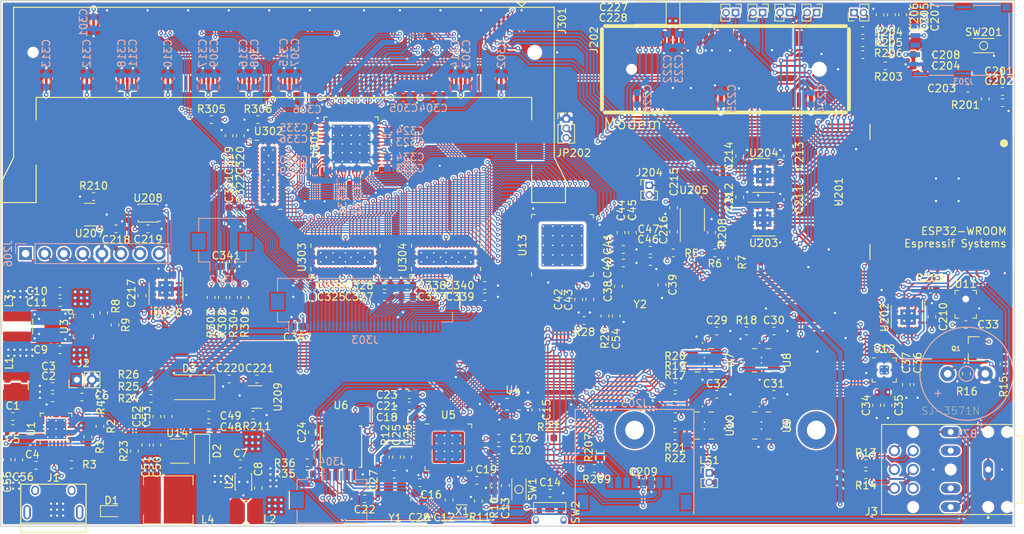
<source format=kicad_pcb>
(kicad_pcb (version 20171130) (host pcbnew "(5.1.0-0)")
  (layers (0 F.Cu signal) (1 GND power) (2 PWR power) (31 B.Cu signal) (34 B.Paste user) (35 F.Paste user) (36 B.SilkS user) (37 F.SilkS user) (38 B.Mask user) (39 F.Mask user) (44 Edge.Cuts user))
  (net 0 "")
  (net 1 GND)
  (net 2 +3V3)
  (net 3 +1V8)
  (net 4 GPIO_13)
  (net 5 GPIO_18)
  (net 6 GPIO_23)
  (net 7 JTAG_TCK)
  (net 8 JTAG_TDO)
  (net 9 JTAG_TMS)
  (net 10 JTAG_TDI)
  (net 11 "Net-(L2-Pad1)")
  (net 12 "Net-(Q1-Pad1)")
  (net 13 "Net-(BZ1-Pad1)")
  (net 14 WAKE)
  (net 15 RESET)
  (net 16 "Net-(R2-Pad2)")
  (net 17 "Net-(C1-Pad1)")
  (net 18 "Net-(C1-Pad2)")
  (net 19 VBUS)
  (net 20 "Net-(C5-Pad1)")
  (net 21 "Net-(C6-Pad1)")
  (net 22 "Net-(D1-Pad1)")
  (net 23 "Net-(J1-Pad2)")
  (net 24 "Net-(J1-Pad3)")
  (net 25 "Net-(J1-Pad6)")
  (net 26 PWM2.1)
  (net 27 PWM0.1)
  (net 28 UART0.TX)
  (net 29 UART0.RX)
  (net 30 "Net-(L3-Pad1)")
  (net 31 "Net-(L3-Pad2)")
  (net 32 "Net-(R1-Pad1)")
  (net 33 "Net-(R3-Pad1)")
  (net 34 "Net-(R8-Pad2)")
  (net 35 PWM1.1)
  (net 36 SPI1.SS0)
  (net 37 SPI1.MOSI)
  (net 38 SPI1.MISO)
  (net 39 SPI1.SCK)
  (net 40 SPI1.SS2)
  (net 41 SPI1.SS3)
  (net 42 "Net-(U7-Pad3)")
  (net 43 "Net-(U7-Pad12)")
  (net 44 "Net-(U8-Pad6)")
  (net 45 "Net-(U10-Pad11)")
  (net 46 /SPK_VO-)
  (net 47 /SPK_VO+)
  (net 48 "Net-(C38-Pad1)")
  (net 49 "Net-(C39-Pad1)")
  (net 50 "Net-(C46-Pad1)")
  (net 51 "Net-(D2-Pad2)")
  (net 52 /SPK_GAIN)
  (net 53 /EAR_VO+)
  (net 54 "Net-(R15-Pad2)")
  (net 55 GPIO_20)
  (net 56 GPIO_0)
  (net 57 GPIO_22)
  (net 58 /SPK_EN)
  (net 59 /SPK_CLK)
  (net 60 "Net-(U10-Pad14)")
  (net 61 "Net-(C203-Pad1)")
  (net 62 "Net-(C204-Pad1)")
  (net 63 "Net-(C205-Pad1)")
  (net 64 "Net-(C206-Pad1)")
  (net 65 "Net-(C207-Pad1)")
  (net 66 +VSYS)
  (net 67 "Net-(J202-Pad10)")
  (net 68 "Net-(J202-Pad12)")
  (net 69 "Net-(J202-Pad14)")
  (net 70 "Net-(JP201-Pad1)")
  (net 71 FT813.GPIO0)
  (net 72 FT813.GPIO1)
  (net 73 FT813.GPIO3)
  (net 74 /periph/Quectel.UART.RXD)
  (net 75 /periph/Quectel.UART.TXD)
  (net 76 /periph/Quectel.UART.RI)
  (net 77 /periph/SIMCom.UART.TXD)
  (net 78 /periph/Quectel.UART.DTR)
  (net 79 /periph/SIMCom.UART.RI)
  (net 80 /periph/SIMCom.UART.DTR)
  (net 81 /periph/ESP32.U2.RXD)
  (net 82 /periph/ESP32.U2.TXD)
  (net 83 /periph/Modem.PCM.CLK)
  (net 84 /periph/Modem.PCM.DO)
  (net 85 /periph/Modem.PCM.DI)
  (net 86 /periph/Modem.PCM.SYNC)
  (net 87 "Net-(C54-Pad1)")
  (net 88 /periph/ESP32.U2.DTR)
  (net 89 /periph/ESP32.U2.RI)
  (net 90 /periph/ESP32.PCM.SYNC)
  (net 91 /periph/ESP32.PCM.DO)
  (net 92 /periph/ESP32.PCM.CLK)
  (net 93 /periph/ESP32.PCM.DI)
  (net 94 "Net-(C216-Pad1)")
  (net 95 "Net-(J204-Pad1)")
  (net 96 "Net-(J204-Pad2)")
  (net 97 "Net-(J205-Pad9)")
  (net 98 /periph/ESP32.VSPI.SS0)
  (net 99 /periph/ESP32.VSPI.MOSI)
  (net 100 /periph/ESP32.VSPI.MISO)
  (net 101 /periph/CAM.MOSI)
  (net 102 /periph/CAM.MISO)
  (net 103 /periph/CAM.SCK)
  (net 104 /periph/CAM.PWR)
  (net 105 /periph/CAM.SDA)
  (net 106 /periph/CAM.SCL)
  (net 107 "Net-(C301-Pad1)")
  (net 108 ESP32.HSPI.MOSI)
  (net 109 ESP32.HSPI.SCK)
  (net 110 ESP32.HSPI.MISO)
  (net 111 ESP32.HSPI.SS0)
  (net 112 "Net-(C221-Pad2)")
  (net 113 ESP32.IO36)
  (net 114 ESP32.IO27)
  (net 115 DISP_LED_A)
  (net 116 DISP_LED_K)
  (net 117 FT813_PCLK)
  (net 118 FT813_R0)
  (net 119 FT813_R2)
  (net 120 FT813_R1)
  (net 121 FT813_R3)
  (net 122 FT813_R4)
  (net 123 FT813_R6)
  (net 124 FT813_R5)
  (net 125 FT813_R7)
  (net 126 FT813_G0)
  (net 127 FT813_G2)
  (net 128 FT813_G1)
  (net 129 FT813_G3)
  (net 130 FT813_G4)
  (net 131 FT813_G6)
  (net 132 FT813_G5)
  (net 133 FT813_G7)
  (net 134 FT813_B0)
  (net 135 FT813_B2)
  (net 136 FT813_B1)
  (net 137 FT813_B3)
  (net 138 FT813_B4)
  (net 139 FT813_B6)
  (net 140 FT813_B5)
  (net 141 FT813_B7)
  (net 142 FT813_DISP)
  (net 143 FT813_VSYNC)
  (net 144 FT813_HSYNC)
  (net 145 FT813_DE)
  (net 146 FT813_CTP_INT)
  (net 147 FT813_CTP_RST)
  (net 148 FT813_CTP_SCL)
  (net 149 FT813_CTP_SDA)
  (net 150 iMX8_I2C1_SCL)
  (net 151 iMX8_I2C1_SDA)
  (net 152 iMX8_GPIO3_IO13)
  (net 153 iMX8_GPIO3_IO12)
  (net 154 iMX8_GPIO3_IO11)
  (net 155 iMX8_PWM1)
  (net 156 /exp/CTP_INT)
  (net 157 /exp/CTP_RST)
  (net 158 /exp/CTP_SDA)
  (net 159 /exp/CTP_SCL)
  (net 160 /exp/DISP_DE)
  (net 161 /exp/DISP_VSYNC)
  (net 162 /exp/DISP_HSYNC)
  (net 163 /exp/DISP_EN)
  (net 164 /exp/DISP_PCLK)
  (net 165 /exp/DISP_B7)
  (net 166 /exp/DISP_B6)
  (net 167 /exp/DISP_B5)
  (net 168 /exp/DISP_B4)
  (net 169 /exp/DISP_B3)
  (net 170 /exp/DISP_B2)
  (net 171 /exp/DISP_B1)
  (net 172 /exp/DISP_B0)
  (net 173 /exp/DISP_G7)
  (net 174 /exp/DISP_G6)
  (net 175 /exp/DISP_G5)
  (net 176 /exp/DISP_G4)
  (net 177 /exp/DISP_G3)
  (net 178 /exp/DISP_G2)
  (net 179 /exp/DISP_G1)
  (net 180 /exp/DISP_G0)
  (net 181 /exp/DISP_R7)
  (net 182 /exp/DISP_R6)
  (net 183 /exp/DISP_R5)
  (net 184 /exp/DISP_R4)
  (net 185 /exp/DISP_R3)
  (net 186 /exp/DISP_R2)
  (net 187 /exp/DISP_R1)
  (net 188 /exp/DISP_R0)
  (net 189 BL_PWM)
  (net 190 FT813_BL_PWM)
  (net 191 /exp/LVDS_R7)
  (net 192 /exp/LVDS_G0)
  (net 193 /exp/LVDS_G1)
  (net 194 /exp/LVDS_G2)
  (net 195 /exp/LVDS_G3)
  (net 196 /exp/LVDS_G4)
  (net 197 /exp/LVDS_G5)
  (net 198 /exp/LVDS_G6)
  (net 199 /exp/LVDS_G7)
  (net 200 /exp/LVDS_B0)
  (net 201 /exp/LVDS_B1)
  (net 202 /exp/LVDS_B2)
  (net 203 /exp/LVDS_B3)
  (net 204 /exp/LVDS_B4)
  (net 205 /exp/LVDS_B5)
  (net 206 /exp/LVDS_B6)
  (net 207 /exp/LVDS_B7)
  (net 208 /exp/LVDS_HSYNC)
  (net 209 /exp/LVDS_VSYNC)
  (net 210 /exp/LVDS_DE)
  (net 211 /exp/LVDS_R0)
  (net 212 /exp/LVDS_R1)
  (net 213 /exp/LVDS_R2)
  (net 214 /exp/LVDS_CLKOUT)
  (net 215 /exp/LVDS_R3)
  (net 216 /exp/LVDS_R4)
  (net 217 /exp/LVDS_R5)
  (net 218 /exp/LVDS_R6)
  (net 219 /PLL_AVSS)
  (net 220 /PLL_AVDD)
  (net 221 /XTAL_XI)
  (net 222 /XTAL_XO)
  (net 223 /QSPI_CS)
  (net 224 /QSPI_DQ_3)
  (net 225 /QSPI_DQ_2)
  (net 226 /QSPI_DQ_1)
  (net 227 /QSPI_DQ_0)
  (net 228 /PSD_LFALTCLK)
  (net 229 /QSPI_CLK)
  (net 230 "Net-(J1-Pad4)")
  (net 231 "Net-(J202-Pad1)")
  (net 232 "Net-(J202-Pad3)")
  (net 233 "Net-(J202-Pad5)")
  (net 234 "Net-(J202-Pad6)")
  (net 235 "Net-(J202-Pad7)")
  (net 236 "Net-(J202-Pad16)")
  (net 237 "Net-(J202-Pad20)")
  (net 238 "Net-(J202-Pad22)")
  (net 239 "Net-(J202-Pad23)")
  (net 240 "Net-(J202-Pad25)")
  (net 241 "Net-(J202-Pad28)")
  (net 242 "Net-(J202-Pad30)")
  (net 243 "Net-(J202-Pad32)")
  (net 244 "Net-(J202-Pad33)")
  (net 245 "Net-(J202-Pad42)")
  (net 246 "Net-(J202-Pad48)")
  (net 247 "Net-(J203-Pad6)")
  (net 248 "Net-(J205-Pad8)")
  (net 249 "Net-(J301-Pad3)")
  (net 250 "Net-(J301-Pad21)")
  (net 251 "Net-(J301-Pad23)")
  (net 252 "Net-(J301-Pad25)")
  (net 253 "Net-(J301-Pad27)")
  (net 254 "Net-(J301-Pad29)")
  (net 255 "Net-(J301-Pad31)")
  (net 256 "Net-(J301-Pad43)")
  (net 257 "Net-(J301-Pad49)")
  (net 258 "Net-(J301-Pad61)")
  (net 259 "Net-(J301-Pad63)")
  (net 260 "Net-(J301-Pad65)")
  (net 261 "Net-(J301-Pad67)")
  (net 262 "Net-(J301-Pad69)")
  (net 263 "Net-(J301-Pad73)")
  (net 264 "Net-(J301-Pad77)")
  (net 265 "Net-(J301-Pad79)")
  (net 266 "Net-(J301-Pad81)")
  (net 267 "Net-(J301-Pad83)")
  (net 268 "Net-(J301-Pad85)")
  (net 269 "Net-(J301-Pad89)")
  (net 270 "Net-(J301-Pad91)")
  (net 271 "Net-(J301-Pad93)")
  (net 272 "Net-(J301-Pad95)")
  (net 273 "Net-(J301-Pad97)")
  (net 274 "Net-(J301-Pad99)")
  (net 275 "Net-(J301-Pad101)")
  (net 276 "Net-(J301-Pad103)")
  (net 277 "Net-(J301-Pad107)")
  (net 278 "Net-(J301-Pad109)")
  (net 279 "Net-(J301-Pad111)")
  (net 280 "Net-(J301-Pad113)")
  (net 281 "Net-(J301-Pad115)")
  (net 282 "Net-(J301-Pad117)")
  (net 283 "Net-(J301-Pad119)")
  (net 284 "Net-(J301-Pad121)")
  (net 285 "Net-(J301-Pad125)")
  (net 286 "Net-(J301-Pad127)")
  (net 287 "Net-(J301-Pad131)")
  (net 288 "Net-(J301-Pad133)")
  (net 289 "Net-(J301-Pad137)")
  (net 290 "Net-(J301-Pad139)")
  (net 291 "Net-(J301-Pad143)")
  (net 292 "Net-(J301-Pad145)")
  (net 293 "Net-(J301-Pad147)")
  (net 294 "Net-(J301-Pad157)")
  (net 295 "Net-(J301-Pad161)")
  (net 296 "Net-(J301-Pad163)")
  (net 297 "Net-(J301-Pad165)")
  (net 298 "Net-(J301-Pad167)")
  (net 299 "Net-(J301-Pad169)")
  (net 300 "Net-(J301-Pad171)")
  (net 301 "Net-(J301-Pad173)")
  (net 302 "Net-(J301-Pad175)")
  (net 303 "Net-(J301-Pad179)")
  (net 304 "Net-(J301-Pad181)")
  (net 305 "Net-(J301-Pad185)")
  (net 306 "Net-(J301-Pad187)")
  (net 307 "Net-(J301-Pad189)")
  (net 308 "Net-(J301-Pad191)")
  (net 309 "Net-(J301-Pad193)")
  (net 310 "Net-(J301-Pad195)")
  (net 311 "Net-(J301-Pad197)")
  (net 312 "Net-(J301-Pad199)")
  (net 313 "Net-(J301-Pad201)")
  (net 314 "Net-(J301-Pad203)")
  (net 315 "Net-(J301-Pad2)")
  (net 316 "Net-(J301-Pad4)")
  (net 317 "Net-(J301-Pad6)")
  (net 318 "Net-(J301-Pad8)")
  (net 319 "Net-(J301-Pad12)")
  (net 320 "Net-(J301-Pad14)")
  (net 321 "Net-(J301-Pad16)")
  (net 322 "Net-(J301-Pad18)")
  (net 323 "Net-(J301-Pad20)")
  (net 324 "Net-(J301-Pad22)")
  (net 325 "Net-(J301-Pad24)")
  (net 326 "Net-(J301-Pad26)")
  (net 327 "Net-(J301-Pad30)")
  (net 328 "Net-(J301-Pad32)")
  (net 329 "Net-(J301-Pad34)")
  (net 330 "Net-(J301-Pad36)")
  (net 331 "Net-(J301-Pad38)")
  (net 332 "Net-(J301-Pad40)")
  (net 333 "Net-(J301-Pad42)")
  (net 334 "Net-(J301-Pad44)")
  (net 335 "Net-(J301-Pad48)")
  (net 336 "Net-(J301-Pad50)")
  (net 337 "Net-(J301-Pad52)")
  (net 338 "Net-(J301-Pad54)")
  (net 339 "Net-(J301-Pad56)")
  (net 340 "Net-(J301-Pad62)")
  (net 341 "Net-(J301-Pad66)")
  (net 342 "Net-(J301-Pad68)")
  (net 343 "Net-(J301-Pad70)")
  (net 344 "Net-(J301-Pad72)")
  (net 345 "Net-(J301-Pad74)")
  (net 346 "Net-(J301-Pad76)")
  (net 347 "Net-(J301-Pad80)")
  (net 348 "Net-(J301-Pad82)")
  (net 349 "Net-(J301-Pad84)")
  (net 350 "Net-(J301-Pad86)")
  (net 351 "Net-(J301-Pad92)")
  (net 352 "Net-(J301-Pad94)")
  (net 353 "Net-(J301-Pad98)")
  (net 354 "Net-(J301-Pad100)")
  (net 355 "Net-(J301-Pad102)")
  (net 356 "Net-(J301-Pad104)")
  (net 357 "Net-(J301-Pad106)")
  (net 358 "Net-(J301-Pad108)")
  (net 359 "Net-(J301-Pad110)")
  (net 360 "Net-(J301-Pad112)")
  (net 361 "Net-(J301-Pad116)")
  (net 362 "Net-(J301-Pad118)")
  (net 363 "Net-(J301-Pad120)")
  (net 364 "Net-(J301-Pad122)")
  (net 365 "Net-(J301-Pad124)")
  (net 366 "Net-(J301-Pad126)")
  (net 367 "Net-(J301-Pad128)")
  (net 368 "Net-(J301-Pad130)")
  (net 369 "Net-(J301-Pad134)")
  (net 370 "Net-(J301-Pad136)")
  (net 371 "Net-(J301-Pad138)")
  (net 372 "Net-(J301-Pad140)")
  (net 373 "Net-(J301-Pad142)")
  (net 374 "Net-(J301-Pad144)")
  (net 375 "Net-(J301-Pad146)")
  (net 376 "Net-(J301-Pad148)")
  (net 377 "Net-(J301-Pad152)")
  (net 378 "Net-(J301-Pad156)")
  (net 379 "Net-(J301-Pad158)")
  (net 380 "Net-(J301-Pad160)")
  (net 381 "Net-(J301-Pad162)")
  (net 382 "Net-(J301-Pad164)")
  (net 383 "Net-(J301-Pad166)")
  (net 384 "Net-(J301-Pad170)")
  (net 385 "Net-(J301-Pad172)")
  (net 386 "Net-(J301-Pad174)")
  (net 387 "Net-(J301-Pad180)")
  (net 388 "Net-(J301-Pad182)")
  (net 389 "Net-(J301-Pad184)")
  (net 390 "Net-(J301-Pad188)")
  (net 391 "Net-(J301-Pad190)")
  (net 392 "Net-(J301-Pad192)")
  (net 393 "Net-(J301-Pad194)")
  (net 394 "Net-(J301-Pad196)")
  (net 395 "Net-(J301-Pad198)")
  (net 396 "Net-(J301-Pad202)")
  (net 397 "Net-(J303-Pad35)")
  (net 398 "Net-(J303-Pad37)")
  (net 399 "Net-(J303-Pad38)")
  (net 400 "Net-(J303-Pad39)")
  (net 401 "Net-(J303-Pad40)")
  (net 402 "Net-(U1-Pad24)")
  (net 403 "Net-(U5-Pad17)")
  (net 404 "Net-(U5-Pad22)")
  (net 405 "Net-(U8-Pad11)")
  (net 406 "Net-(U9-Pad1)")
  (net 407 "Net-(U9-Pad2)")
  (net 408 "Net-(U9-Pad3)")
  (net 409 "Net-(U9-Pad4)")
  (net 410 "Net-(U9-Pad5)")
  (net 411 "Net-(U9-Pad6)")
  (net 412 "Net-(U9-Pad7)")
  (net 413 "Net-(U9-Pad15)")
  (net 414 "Net-(U10-Pad15)")
  (net 415 "Net-(U10-Pad7)")
  (net 416 "Net-(U10-Pad6)")
  (net 417 "Net-(U10-Pad5)")
  (net 418 "Net-(U10-Pad4)")
  (net 419 "Net-(U10-Pad3)")
  (net 420 "Net-(U10-Pad2)")
  (net 421 "Net-(U10-Pad1)")
  (net 422 "Net-(U13-Pad3)")
  (net 423 "Net-(U13-Pad12)")
  (net 424 "Net-(U201-Pad32)")
  (net 425 "Net-(U201-Pad22)")
  (net 426 "Net-(U201-Pad21)")
  (net 427 "Net-(U201-Pad20)")
  (net 428 "Net-(U201-Pad19)")
  (net 429 "Net-(U201-Pad18)")
  (net 430 "Net-(U201-Pad17)")
  (net 431 "Net-(U203-Pad6)")
  (net 432 "Net-(U203-Pad9)")
  (net 433 "Net-(U204-Pad9)")
  (net 434 "Net-(U204-Pad6)")
  (net 435 "Net-(U207-Pad5)")
  (net 436 "Net-(U207-Pad4)")
  (net 437 "Net-(U209-Pad5)")
  (net 438 "Net-(U302-Pad2)")
  (net 439 "Net-(U302-Pad3)")
  (net 440 "Net-(U302-Pad39)")
  (net 441 "Net-(U302-Pad40)")
  (net 442 "Net-(U302-Pad41)")
  (net 443 "Net-(U302-Pad42)")
  (net 444 "Net-(X1-Pad1)")
  (net 445 ESP32.TXD0)
  (net 446 ESP32.RXD0)
  (net 447 TPS.VOUT)
  (net 448 "Net-(JP202-Pad2)")
  (net 449 "Net-(J3-Pad2)")
  (net 450 "Net-(J3-Pad4)")
  (net 451 "Net-(J3-Pad6)")
  (net 452 "Net-(J3-Pad10)")
  (net 453 "Net-(J3-Pad11)")
  (net 454 iMX8_LVDS0_CLK_P)
  (net 455 iMX8_LVDS0_CLK_N)
  (net 456 iMX8_LVDS0_A0_P)
  (net 457 iMX8_LVDS0_A0_N)
  (net 458 iMX8_LVDS0_A1_P)
  (net 459 iMX8_LVDS0_A1_N)
  (net 460 iMX8_LVDS0_A2_P)
  (net 461 iMX8_LVDS0_A2_N)
  (net 462 iMX8_LVDS0_A3_P)
  (net 463 iMX8_LVDS0_A3_N)
  (net 464 /periph/ESP32.VSPI.SCK)
  (net 465 "Net-(J301-Pad155)")
  (net 466 iMX8_GPIO5_IO25)
  (net 467 iMX8_GPIO2_IO17)
  (net 468 iMX8_GPIO2_IO18)
  (net 469 "Net-(J301-Pad154)")
  (net 470 "Net-(J301-Pad200)")
  (net 471 iMX8_USB1_D_P)
  (net 472 iMX8_USB1_D_N)
  (net 473 iMX8_GPIO5_IO28)
  (net 474 "Net-(J301-Pad60)")
  (net 475 "Net-(J205-Pad1)")
  (net 476 PWM1.2)
  (net 477 GPIO_12)
  (net 478 "Net-(C55-Pad1)")
  (net 479 TMUX.I2C0.SCL)
  (net 480 TMUX.I2C0.SDA)
  (net 481 ESP32.IO39)
  (net 482 /I2S_SD_OUT)
  (net 483 /I2S_SD_IN)
  (module footprints:Texas_R-PWQFN-N42 (layer F.Cu) (at 132.85 95)
    (fp_text reference U302 (at 0 -5.8) (layer F.SilkS))
    (fp_text value TS3DDR3812)
    (pad 43 thru_hole circle (at 0 0.75) (size 0.5 0.5) (drill 0.2) (layers *.Cu) (net 1 GND))
    (pad 43 thru_hole circle (at 0 -0.75) (size 0.5 0.5) (drill 0.2) (layers *.Cu) (net 1 GND))
    (pad 43 thru_hole circle (at 0 -2.55) (size 0.5 0.5) (drill 0.2) (layers *.Cu) (net 1 GND))
    (pad 43 thru_hole circle (at 0 2.55) (size 0.5 0.5) (drill 0.2) (layers *.Cu) (net 1 GND))
    (pad 43 thru_hole circle (at 0.6 1.65) (size 0.5 0.5) (drill 0.2) (layers *.Cu) (net 1 GND))
    (pad 43 thru_hole circle (at -0.6 1.65) (size 0.5 0.5) (drill 0.2) (layers *.Cu) (net 1 GND))
    (pad 43 thru_hole circle (at -0.6 -1.65) (size 0.5 0.5) (drill 0.2) (layers *.Cu) (net 1 GND))
    (pad 43 thru_hole circle (at 0.6 -1.65) (size 0.5 0.5) (drill 0.2) (layers *.Cu) (net 1 GND))
    (pad 43 thru_hole circle (at 0.6 0) (size 0.5 0.5) (drill 0.2) (layers *.Cu) (net 1 GND))
    (pad 43 thru_hole circle (at -0.6 3.3) (size 0.5 0.5) (drill 0.2) (layers *.Cu) (net 1 GND))
    (pad 43 thru_hole circle (at 0.6 3.3) (size 0.5 0.5) (drill 0.2) (layers *.Cu) (net 1 GND))
    (pad 43 thru_hole circle (at 0.6 -3.3) (size 0.5 0.5) (drill 0.2) (layers *.Cu) (net 1 GND))
    (pad 43 thru_hole circle (at -0.6 -3.3) (size 0.5 0.5) (drill 0.2) (layers *.Cu) (net 1 GND))
    (pad 43 thru_hole circle (at -0.6 0) (size 0.5 0.5) (drill 0.2) (layers *.Cu) (net 1 GND))
    (pad 43 smd roundrect (at 0 0) (size 2.05 7.55) (layers B.Cu) (roundrect_rratio 0.122) (net 1 GND))
    (pad 43 smd roundrect (at 0 0) (size 2.05 7.55) (layers F.Cu F.Mask) (roundrect_rratio 0.122) (net 1 GND))
    (pad 42 smd roundrect (at -0.75 -4.475) (size 0.3 0.85) (layers F.Cu F.Paste F.Mask) (roundrect_rratio 0.208) (net 443 "Net-(U302-Pad42)"))
    (pad 41 smd roundrect (at -0.25 -4.475) (size 0.3 0.85) (layers F.Cu F.Paste F.Mask) (roundrect_rratio 0.208) (net 442 "Net-(U302-Pad41)"))
    (pad 40 smd roundrect (at 0.25 -4.475) (size 0.3 0.85) (layers F.Cu F.Paste F.Mask) (roundrect_rratio 0.208) (net 441 "Net-(U302-Pad40)"))
    (pad 39 smd roundrect (at 0.75 -4.475) (size 0.3 0.85) (layers F.Cu F.Paste F.Mask) (roundrect_rratio 0.208) (net 440 "Net-(U302-Pad39)"))
    (pad 38 smd roundrect (at 1.725 -4) (size 0.85 0.3) (layers F.Cu F.Paste F.Mask) (roundrect_rratio 0.208) (net 153 iMX8_GPIO3_IO12))
    (pad 37 smd roundrect (at 1.725 -3.5) (size 0.85 0.3) (layers F.Cu F.Paste F.Mask) (roundrect_rratio 0.208) (net 147 FT813_CTP_RST))
    (pad 36 smd roundrect (at 1.725 -3) (size 0.85 0.3) (layers F.Cu F.Paste F.Mask) (roundrect_rratio 0.208) (net 154 iMX8_GPIO3_IO11))
    (pad 35 smd roundrect (at 1.725 -2.5) (size 0.85 0.3) (layers F.Cu F.Paste F.Mask) (roundrect_rratio 0.208) (net 146 FT813_CTP_INT))
    (pad 34 smd roundrect (at 1.725 -2) (size 0.85 0.3) (layers F.Cu F.Paste F.Mask) (roundrect_rratio 0.208) (net 150 iMX8_I2C1_SCL))
    (pad 33 smd roundrect (at 1.725 -1.5) (size 0.85 0.3) (layers F.Cu F.Paste F.Mask) (roundrect_rratio 0.208) (net 148 FT813_CTP_SCL))
    (pad 32 smd roundrect (at 1.725 -1) (size 0.85 0.3) (layers F.Cu F.Paste F.Mask) (roundrect_rratio 0.208) (net 151 iMX8_I2C1_SDA))
    (pad 31 smd roundrect (at 1.725 -0.5) (size 0.85 0.3) (layers F.Cu F.Paste F.Mask) (roundrect_rratio 0.208) (net 149 FT813_CTP_SDA))
    (pad 30 smd roundrect (at 1.725 0) (size 0.85 0.3) (layers F.Cu F.Paste F.Mask) (roundrect_rratio 0.208) (net 2 +3V3))
    (pad 29 smd roundrect (at 1.725 0.5) (size 0.85 0.3) (layers F.Cu F.Paste F.Mask) (roundrect_rratio 0.208) (net 155 iMX8_PWM1))
    (pad 28 smd roundrect (at 1.725 1) (size 0.85 0.3) (layers F.Cu F.Paste F.Mask) (roundrect_rratio 0.208) (net 190 FT813_BL_PWM))
    (pad 27 smd roundrect (at 1.725 1.5) (size 0.85 0.3) (layers F.Cu F.Paste F.Mask) (roundrect_rratio 0.208) (net 211 /exp/LVDS_R0))
    (pad 26 smd roundrect (at 1.725 2) (size 0.85 0.3) (layers F.Cu F.Paste F.Mask) (roundrect_rratio 0.208) (net 118 FT813_R0))
    (pad 25 smd roundrect (at 1.725 2.5) (size 0.85 0.3) (layers F.Cu F.Paste F.Mask) (roundrect_rratio 0.208) (net 212 /exp/LVDS_R1))
    (pad 24 smd roundrect (at 1.725 3) (size 0.85 0.3) (layers F.Cu F.Paste F.Mask) (roundrect_rratio 0.208) (net 120 FT813_R1))
    (pad 23 smd roundrect (at 1.725 3.5) (size 0.85 0.3) (layers F.Cu F.Paste F.Mask) (roundrect_rratio 0.208) (net 213 /exp/LVDS_R2))
    (pad 22 smd roundrect (at 1.725 4) (size 0.85 0.3) (layers F.Cu F.Paste F.Mask) (roundrect_rratio 0.208) (net 119 FT813_R2))
    (pad 21 smd roundrect (at 0.75 4.475) (size 0.3 0.85) (layers F.Cu F.Paste F.Mask) (roundrect_rratio 0.208) (net 215 /exp/LVDS_R3))
    (pad 20 smd roundrect (at 0.25 4.475) (size 0.3 0.85) (layers F.Cu F.Paste F.Mask) (roundrect_rratio 0.208) (net 121 FT813_R3))
    (pad 19 smd roundrect (at -0.25 4.475) (size 0.3 0.85) (layers F.Cu F.Paste F.Mask) (roundrect_rratio 0.208) (net 216 /exp/LVDS_R4))
    (pad 18 smd roundrect (at -0.75 4.475) (size 0.3 0.85) (layers F.Cu F.Paste F.Mask) (roundrect_rratio 0.208) (net 122 FT813_R4))
    (pad 17 smd roundrect (at -1.725 4) (size 0.85 0.3) (layers F.Cu F.Paste F.Mask) (roundrect_rratio 0.208) (net 2 +3V3))
    (pad 16 smd roundrect (at -1.725 3.5) (size 0.85 0.3) (layers F.Cu F.Paste F.Mask) (roundrect_rratio 0.208) (net 184 /exp/DISP_R4))
    (pad 15 smd roundrect (at -1.725 3) (size 0.85 0.3) (layers F.Cu F.Paste F.Mask) (roundrect_rratio 0.208) (net 185 /exp/DISP_R3))
    (pad 14 smd roundrect (at -1.725 2.5) (size 0.85 0.3) (layers F.Cu F.Paste F.Mask) (roundrect_rratio 0.208) (net 186 /exp/DISP_R2))
    (pad 13 smd roundrect (at -1.725 2) (size 0.85 0.3) (layers F.Cu F.Paste F.Mask) (roundrect_rratio 0.208) (net 187 /exp/DISP_R1))
    (pad 12 smd roundrect (at -1.725 1.5) (size 0.85 0.3) (layers F.Cu F.Paste F.Mask) (roundrect_rratio 0.208) (net 188 /exp/DISP_R0))
    (pad 11 smd roundrect (at -1.725 1) (size 0.85 0.3) (layers F.Cu F.Paste F.Mask) (roundrect_rratio 0.208) (net 189 BL_PWM))
    (pad 10 smd roundrect (at -1.725 0.5) (size 0.85 0.3) (layers F.Cu F.Paste F.Mask) (roundrect_rratio 0.208) (net 152 iMX8_GPIO3_IO13))
    (pad 9 smd roundrect (at -1.725 0) (size 0.85 0.3) (layers F.Cu F.Paste F.Mask) (roundrect_rratio 0.208) (net 152 iMX8_GPIO3_IO13))
    (pad 8 smd roundrect (at -1.725 -0.5) (size 0.85 0.3) (layers F.Cu F.Paste F.Mask) (roundrect_rratio 0.208) (net 2 +3V3))
    (pad 7 smd roundrect (at -1.725 -1) (size 0.85 0.3) (layers F.Cu F.Paste F.Mask) (roundrect_rratio 0.208) (net 158 /exp/CTP_SDA))
    (pad 6 smd roundrect (at -1.725 -1.5) (size 0.85 0.3) (layers F.Cu F.Paste F.Mask) (roundrect_rratio 0.208) (net 159 /exp/CTP_SCL))
    (pad 5 smd roundrect (at -1.725 -2) (size 0.85 0.3) (layers F.Cu F.Paste F.Mask) (roundrect_rratio 0.208) (net 156 /exp/CTP_INT))
    (pad 4 smd roundrect (at -1.725 -2.5) (size 0.85 0.3) (layers F.Cu F.Paste F.Mask) (roundrect_rratio 0.208) (net 157 /exp/CTP_RST))
    (pad 3 smd roundrect (at -1.725 -3) (size 0.85 0.3) (layers F.Cu F.Paste F.Mask) (roundrect_rratio 0.208) (net 439 "Net-(U302-Pad3)"))
    (pad 2 smd roundrect (at -1.725 -3.5) (size 0.85 0.3) (layers F.Cu F.Paste F.Mask) (roundrect_rratio 0.208) (net 438 "Net-(U302-Pad2)"))
    (pad 1 smd roundrect (at -1.725 -4) (size 0.85 0.3) (layers F.Cu F.Paste F.Mask) (roundrect_rratio 0.208) (net 2 +3V3))
  )
  (module footprints:Texas_R-PWQFN-N42 (layer F.Cu) (at 143.1 106 90)
    (fp_text reference U303 (at 0 -5.8 90) (layer F.SilkS))
    (fp_text value TS3DDR3812)
    (pad 43 thru_hole circle (at 0 0.75 90) (size 0.5 0.5) (drill 0.2) (layers *.Cu) (net 1 GND))
    (pad 43 thru_hole circle (at 0 -0.75 90) (size 0.5 0.5) (drill 0.2) (layers *.Cu) (net 1 GND))
    (pad 43 thru_hole circle (at 0 -2.55 90) (size 0.5 0.5) (drill 0.2) (layers *.Cu) (net 1 GND))
    (pad 43 thru_hole circle (at 0 2.55 90) (size 0.5 0.5) (drill 0.2) (layers *.Cu) (net 1 GND))
    (pad 43 thru_hole circle (at 0.6 1.65 90) (size 0.5 0.5) (drill 0.2) (layers *.Cu) (net 1 GND))
    (pad 43 thru_hole circle (at -0.6 1.65 90) (size 0.5 0.5) (drill 0.2) (layers *.Cu) (net 1 GND))
    (pad 43 thru_hole circle (at -0.6 -1.65 90) (size 0.5 0.5) (drill 0.2) (layers *.Cu) (net 1 GND))
    (pad 43 thru_hole circle (at 0.6 -1.65 90) (size 0.5 0.5) (drill 0.2) (layers *.Cu) (net 1 GND))
    (pad 43 thru_hole circle (at 0.6 0 90) (size 0.5 0.5) (drill 0.2) (layers *.Cu) (net 1 GND))
    (pad 43 thru_hole circle (at -0.6 3.3 90) (size 0.5 0.5) (drill 0.2) (layers *.Cu) (net 1 GND))
    (pad 43 thru_hole circle (at 0.6 3.3 90) (size 0.5 0.5) (drill 0.2) (layers *.Cu) (net 1 GND))
    (pad 43 thru_hole circle (at 0.6 -3.3 90) (size 0.5 0.5) (drill 0.2) (layers *.Cu) (net 1 GND))
    (pad 43 thru_hole circle (at -0.6 -3.3 90) (size 0.5 0.5) (drill 0.2) (layers *.Cu) (net 1 GND))
    (pad 43 thru_hole circle (at -0.6 0 90) (size 0.5 0.5) (drill 0.2) (layers *.Cu) (net 1 GND))
    (pad 43 smd roundrect (at 0 0 90) (size 2.05 7.55) (layers B.Cu) (roundrect_rratio 0.122) (net 1 GND))
    (pad 43 smd roundrect (at 0 0 90) (size 2.05 7.55) (layers F.Cu F.Mask) (roundrect_rratio 0.122) (net 1 GND))
    (pad 42 smd roundrect (at -0.75 -4.475 90) (size 0.3 0.85) (layers F.Cu F.Paste F.Mask) (roundrect_rratio 0.208) (net 124 FT813_R5))
    (pad 41 smd roundrect (at -0.25 -4.475 90) (size 0.3 0.85) (layers F.Cu F.Paste F.Mask) (roundrect_rratio 0.208) (net 217 /exp/LVDS_R5))
    (pad 40 smd roundrect (at 0.25 -4.475 90) (size 0.3 0.85) (layers F.Cu F.Paste F.Mask) (roundrect_rratio 0.208) (net 123 FT813_R6))
    (pad 39 smd roundrect (at 0.75 -4.475 90) (size 0.3 0.85) (layers F.Cu F.Paste F.Mask) (roundrect_rratio 0.208) (net 218 /exp/LVDS_R6))
    (pad 38 smd roundrect (at 1.725 -4 90) (size 0.85 0.3) (layers F.Cu F.Paste F.Mask) (roundrect_rratio 0.208) (net 191 /exp/LVDS_R7))
    (pad 37 smd roundrect (at 1.725 -3.5 90) (size 0.85 0.3) (layers F.Cu F.Paste F.Mask) (roundrect_rratio 0.208) (net 125 FT813_R7))
    (pad 36 smd roundrect (at 1.725 -3 90) (size 0.85 0.3) (layers F.Cu F.Paste F.Mask) (roundrect_rratio 0.208) (net 192 /exp/LVDS_G0))
    (pad 35 smd roundrect (at 1.725 -2.5 90) (size 0.85 0.3) (layers F.Cu F.Paste F.Mask) (roundrect_rratio 0.208) (net 126 FT813_G0))
    (pad 34 smd roundrect (at 1.725 -2 90) (size 0.85 0.3) (layers F.Cu F.Paste F.Mask) (roundrect_rratio 0.208) (net 193 /exp/LVDS_G1))
    (pad 33 smd roundrect (at 1.725 -1.5 90) (size 0.85 0.3) (layers F.Cu F.Paste F.Mask) (roundrect_rratio 0.208) (net 128 FT813_G1))
    (pad 32 smd roundrect (at 1.725 -1 90) (size 0.85 0.3) (layers F.Cu F.Paste F.Mask) (roundrect_rratio 0.208) (net 194 /exp/LVDS_G2))
    (pad 31 smd roundrect (at 1.725 -0.5 90) (size 0.85 0.3) (layers F.Cu F.Paste F.Mask) (roundrect_rratio 0.208) (net 127 FT813_G2))
    (pad 30 smd roundrect (at 1.725 0 90) (size 0.85 0.3) (layers F.Cu F.Paste F.Mask) (roundrect_rratio 0.208) (net 2 +3V3))
    (pad 29 smd roundrect (at 1.725 0.5 90) (size 0.85 0.3) (layers F.Cu F.Paste F.Mask) (roundrect_rratio 0.208) (net 195 /exp/LVDS_G3))
    (pad 28 smd roundrect (at 1.725 1 90) (size 0.85 0.3) (layers F.Cu F.Paste F.Mask) (roundrect_rratio 0.208) (net 129 FT813_G3))
    (pad 27 smd roundrect (at 1.725 1.5 90) (size 0.85 0.3) (layers F.Cu F.Paste F.Mask) (roundrect_rratio 0.208) (net 196 /exp/LVDS_G4))
    (pad 26 smd roundrect (at 1.725 2 90) (size 0.85 0.3) (layers F.Cu F.Paste F.Mask) (roundrect_rratio 0.208) (net 130 FT813_G4))
    (pad 25 smd roundrect (at 1.725 2.5 90) (size 0.85 0.3) (layers F.Cu F.Paste F.Mask) (roundrect_rratio 0.208) (net 197 /exp/LVDS_G5))
    (pad 24 smd roundrect (at 1.725 3 90) (size 0.85 0.3) (layers F.Cu F.Paste F.Mask) (roundrect_rratio 0.208) (net 132 FT813_G5))
    (pad 23 smd roundrect (at 1.725 3.5 90) (size 0.85 0.3) (layers F.Cu F.Paste F.Mask) (roundrect_rratio 0.208) (net 198 /exp/LVDS_G6))
    (pad 22 smd roundrect (at 1.725 4 90) (size 0.85 0.3) (layers F.Cu F.Paste F.Mask) (roundrect_rratio 0.208) (net 131 FT813_G6))
    (pad 21 smd roundrect (at 0.75 4.475 90) (size 0.3 0.85) (layers F.Cu F.Paste F.Mask) (roundrect_rratio 0.208) (net 199 /exp/LVDS_G7))
    (pad 20 smd roundrect (at 0.25 4.475 90) (size 0.3 0.85) (layers F.Cu F.Paste F.Mask) (roundrect_rratio 0.208) (net 133 FT813_G7))
    (pad 19 smd roundrect (at -0.25 4.475 90) (size 0.3 0.85) (layers F.Cu F.Paste F.Mask) (roundrect_rratio 0.208) (net 200 /exp/LVDS_B0))
    (pad 18 smd roundrect (at -0.75 4.475 90) (size 0.3 0.85) (layers F.Cu F.Paste F.Mask) (roundrect_rratio 0.208) (net 134 FT813_B0))
    (pad 17 smd roundrect (at -1.725 4 90) (size 0.85 0.3) (layers F.Cu F.Paste F.Mask) (roundrect_rratio 0.208) (net 2 +3V3))
    (pad 16 smd roundrect (at -1.725 3.5 90) (size 0.85 0.3) (layers F.Cu F.Paste F.Mask) (roundrect_rratio 0.208) (net 172 /exp/DISP_B0))
    (pad 15 smd roundrect (at -1.725 3 90) (size 0.85 0.3) (layers F.Cu F.Paste F.Mask) (roundrect_rratio 0.208) (net 173 /exp/DISP_G7))
    (pad 14 smd roundrect (at -1.725 2.5 90) (size 0.85 0.3) (layers F.Cu F.Paste F.Mask) (roundrect_rratio 0.208) (net 174 /exp/DISP_G6))
    (pad 13 smd roundrect (at -1.725 2 90) (size 0.85 0.3) (layers F.Cu F.Paste F.Mask) (roundrect_rratio 0.208) (net 175 /exp/DISP_G5))
    (pad 12 smd roundrect (at -1.725 1.5 90) (size 0.85 0.3) (layers F.Cu F.Paste F.Mask) (roundrect_rratio 0.208) (net 176 /exp/DISP_G4))
    (pad 11 smd roundrect (at -1.725 1 90) (size 0.85 0.3) (layers F.Cu F.Paste F.Mask) (roundrect_rratio 0.208) (net 177 /exp/DISP_G3))
    (pad 10 smd roundrect (at -1.725 0.5 90) (size 0.85 0.3) (layers F.Cu F.Paste F.Mask) (roundrect_rratio 0.208) (net 152 iMX8_GPIO3_IO13))
    (pad 9 smd roundrect (at -1.725 0 90) (size 0.85 0.3) (layers F.Cu F.Paste F.Mask) (roundrect_rratio 0.208) (net 152 iMX8_GPIO3_IO13))
    (pad 8 smd roundrect (at -1.725 -0.5 90) (size 0.85 0.3) (layers F.Cu F.Paste F.Mask) (roundrect_rratio 0.208) (net 2 +3V3))
    (pad 7 smd roundrect (at -1.725 -1 90) (size 0.85 0.3) (layers F.Cu F.Paste F.Mask) (roundrect_rratio 0.208) (net 178 /exp/DISP_G2))
    (pad 6 smd roundrect (at -1.725 -1.5 90) (size 0.85 0.3) (layers F.Cu F.Paste F.Mask) (roundrect_rratio 0.208) (net 179 /exp/DISP_G1))
    (pad 5 smd roundrect (at -1.725 -2 90) (size 0.85 0.3) (layers F.Cu F.Paste F.Mask) (roundrect_rratio 0.208) (net 180 /exp/DISP_G0))
    (pad 4 smd roundrect (at -1.725 -2.5 90) (size 0.85 0.3) (layers F.Cu F.Paste F.Mask) (roundrect_rratio 0.208) (net 181 /exp/DISP_R7))
    (pad 3 smd roundrect (at -1.725 -3 90) (size 0.85 0.3) (layers F.Cu F.Paste F.Mask) (roundrect_rratio 0.208) (net 182 /exp/DISP_R6))
    (pad 2 smd roundrect (at -1.725 -3.5 90) (size 0.85 0.3) (layers F.Cu F.Paste F.Mask) (roundrect_rratio 0.208) (net 183 /exp/DISP_R5))
    (pad 1 smd roundrect (at -1.725 -4 90) (size 0.85 0.3) (layers F.Cu F.Paste F.Mask) (roundrect_rratio 0.208) (net 2 +3V3))
  )
  (module footprints:Texas_R-PWQFN-N42 (layer F.Cu) (at 156.5 106 90)
    (fp_text reference U304 (at 0 -5.8 90) (layer F.SilkS))
    (fp_text value TS3DDR3812)
    (pad 43 thru_hole circle (at 0 0.75 90) (size 0.5 0.5) (drill 0.2) (layers *.Cu) (net 1 GND))
    (pad 43 thru_hole circle (at 0 -0.75 90) (size 0.5 0.5) (drill 0.2) (layers *.Cu) (net 1 GND))
    (pad 43 thru_hole circle (at 0 -2.55 90) (size 0.5 0.5) (drill 0.2) (layers *.Cu) (net 1 GND))
    (pad 43 thru_hole circle (at 0 2.55 90) (size 0.5 0.5) (drill 0.2) (layers *.Cu) (net 1 GND))
    (pad 43 thru_hole circle (at 0.6 1.65 90) (size 0.5 0.5) (drill 0.2) (layers *.Cu) (net 1 GND))
    (pad 43 thru_hole circle (at -0.6 1.65 90) (size 0.5 0.5) (drill 0.2) (layers *.Cu) (net 1 GND))
    (pad 43 thru_hole circle (at -0.6 -1.65 90) (size 0.5 0.5) (drill 0.2) (layers *.Cu) (net 1 GND))
    (pad 43 thru_hole circle (at 0.6 -1.65 90) (size 0.5 0.5) (drill 0.2) (layers *.Cu) (net 1 GND))
    (pad 43 thru_hole circle (at 0.6 0 90) (size 0.5 0.5) (drill 0.2) (layers *.Cu) (net 1 GND))
    (pad 43 thru_hole circle (at -0.6 3.3 90) (size 0.5 0.5) (drill 0.2) (layers *.Cu) (net 1 GND))
    (pad 43 thru_hole circle (at 0.6 3.3 90) (size 0.5 0.5) (drill 0.2) (layers *.Cu) (net 1 GND))
    (pad 43 thru_hole circle (at 0.6 -3.3 90) (size 0.5 0.5) (drill 0.2) (layers *.Cu) (net 1 GND))
    (pad 43 thru_hole circle (at -0.6 -3.3 90) (size 0.5 0.5) (drill 0.2) (layers *.Cu) (net 1 GND))
    (pad 43 thru_hole circle (at -0.6 0 90) (size 0.5 0.5) (drill 0.2) (layers *.Cu) (net 1 GND))
    (pad 43 smd roundrect (at 0 0 90) (size 2.05 7.55) (layers B.Cu) (roundrect_rratio 0.122) (net 1 GND))
    (pad 43 smd roundrect (at 0 0 90) (size 2.05 7.55) (layers F.Cu F.Mask) (roundrect_rratio 0.122) (net 1 GND))
    (pad 42 smd roundrect (at -0.75 -4.475 90) (size 0.3 0.85) (layers F.Cu F.Paste F.Mask) (roundrect_rratio 0.208) (net 136 FT813_B1))
    (pad 41 smd roundrect (at -0.25 -4.475 90) (size 0.3 0.85) (layers F.Cu F.Paste F.Mask) (roundrect_rratio 0.208) (net 201 /exp/LVDS_B1))
    (pad 40 smd roundrect (at 0.25 -4.475 90) (size 0.3 0.85) (layers F.Cu F.Paste F.Mask) (roundrect_rratio 0.208) (net 135 FT813_B2))
    (pad 39 smd roundrect (at 0.75 -4.475 90) (size 0.3 0.85) (layers F.Cu F.Paste F.Mask) (roundrect_rratio 0.208) (net 202 /exp/LVDS_B2))
    (pad 38 smd roundrect (at 1.725 -4 90) (size 0.85 0.3) (layers F.Cu F.Paste F.Mask) (roundrect_rratio 0.208) (net 203 /exp/LVDS_B3))
    (pad 37 smd roundrect (at 1.725 -3.5 90) (size 0.85 0.3) (layers F.Cu F.Paste F.Mask) (roundrect_rratio 0.208) (net 137 FT813_B3))
    (pad 36 smd roundrect (at 1.725 -3 90) (size 0.85 0.3) (layers F.Cu F.Paste F.Mask) (roundrect_rratio 0.208) (net 204 /exp/LVDS_B4))
    (pad 35 smd roundrect (at 1.725 -2.5 90) (size 0.85 0.3) (layers F.Cu F.Paste F.Mask) (roundrect_rratio 0.208) (net 138 FT813_B4))
    (pad 34 smd roundrect (at 1.725 -2 90) (size 0.85 0.3) (layers F.Cu F.Paste F.Mask) (roundrect_rratio 0.208) (net 205 /exp/LVDS_B5))
    (pad 33 smd roundrect (at 1.725 -1.5 90) (size 0.85 0.3) (layers F.Cu F.Paste F.Mask) (roundrect_rratio 0.208) (net 140 FT813_B5))
    (pad 32 smd roundrect (at 1.725 -1 90) (size 0.85 0.3) (layers F.Cu F.Paste F.Mask) (roundrect_rratio 0.208) (net 206 /exp/LVDS_B6))
    (pad 31 smd roundrect (at 1.725 -0.5 90) (size 0.85 0.3) (layers F.Cu F.Paste F.Mask) (roundrect_rratio 0.208) (net 139 FT813_B6))
    (pad 30 smd roundrect (at 1.725 0 90) (size 0.85 0.3) (layers F.Cu F.Paste F.Mask) (roundrect_rratio 0.208) (net 2 +3V3))
    (pad 29 smd roundrect (at 1.725 0.5 90) (size 0.85 0.3) (layers F.Cu F.Paste F.Mask) (roundrect_rratio 0.208) (net 207 /exp/LVDS_B7))
    (pad 28 smd roundrect (at 1.725 1 90) (size 0.85 0.3) (layers F.Cu F.Paste F.Mask) (roundrect_rratio 0.208) (net 141 FT813_B7))
    (pad 27 smd roundrect (at 1.725 1.5 90) (size 0.85 0.3) (layers F.Cu F.Paste F.Mask) (roundrect_rratio 0.208) (net 214 /exp/LVDS_CLKOUT))
    (pad 26 smd roundrect (at 1.725 2 90) (size 0.85 0.3) (layers F.Cu F.Paste F.Mask) (roundrect_rratio 0.208) (net 117 FT813_PCLK))
    (pad 25 smd roundrect (at 1.725 2.5 90) (size 0.85 0.3) (layers F.Cu F.Paste F.Mask) (roundrect_rratio 0.208) (net 473 iMX8_GPIO5_IO28))
    (pad 24 smd roundrect (at 1.725 3 90) (size 0.85 0.3) (layers F.Cu F.Paste F.Mask) (roundrect_rratio 0.208) (net 142 FT813_DISP))
    (pad 23 smd roundrect (at 1.725 3.5 90) (size 0.85 0.3) (layers F.Cu F.Paste F.Mask) (roundrect_rratio 0.208) (net 208 /exp/LVDS_HSYNC))
    (pad 22 smd roundrect (at 1.725 4 90) (size 0.85 0.3) (layers F.Cu F.Paste F.Mask) (roundrect_rratio 0.208) (net 144 FT813_HSYNC))
    (pad 21 smd roundrect (at 0.75 4.475 90) (size 0.3 0.85) (layers F.Cu F.Paste F.Mask) (roundrect_rratio 0.208) (net 209 /exp/LVDS_VSYNC))
    (pad 20 smd roundrect (at 0.25 4.475 90) (size 0.3 0.85) (layers F.Cu F.Paste F.Mask) (roundrect_rratio 0.208) (net 143 FT813_VSYNC))
    (pad 19 smd roundrect (at -0.25 4.475 90) (size 0.3 0.85) (layers F.Cu F.Paste F.Mask) (roundrect_rratio 0.208) (net 210 /exp/LVDS_DE))
    (pad 18 smd roundrect (at -0.75 4.475 90) (size 0.3 0.85) (layers F.Cu F.Paste F.Mask) (roundrect_rratio 0.208) (net 145 FT813_DE))
    (pad 17 smd roundrect (at -1.725 4 90) (size 0.85 0.3) (layers F.Cu F.Paste F.Mask) (roundrect_rratio 0.208) (net 2 +3V3))
    (pad 16 smd roundrect (at -1.725 3.5 90) (size 0.85 0.3) (layers F.Cu F.Paste F.Mask) (roundrect_rratio 0.208) (net 160 /exp/DISP_DE))
    (pad 15 smd roundrect (at -1.725 3 90) (size 0.85 0.3) (layers F.Cu F.Paste F.Mask) (roundrect_rratio 0.208) (net 161 /exp/DISP_VSYNC))
    (pad 14 smd roundrect (at -1.725 2.5 90) (size 0.85 0.3) (layers F.Cu F.Paste F.Mask) (roundrect_rratio 0.208) (net 162 /exp/DISP_HSYNC))
    (pad 13 smd roundrect (at -1.725 2 90) (size 0.85 0.3) (layers F.Cu F.Paste F.Mask) (roundrect_rratio 0.208) (net 163 /exp/DISP_EN))
    (pad 12 smd roundrect (at -1.725 1.5 90) (size 0.85 0.3) (layers F.Cu F.Paste F.Mask) (roundrect_rratio 0.208) (net 164 /exp/DISP_PCLK))
    (pad 11 smd roundrect (at -1.725 1 90) (size 0.85 0.3) (layers F.Cu F.Paste F.Mask) (roundrect_rratio 0.208) (net 165 /exp/DISP_B7))
    (pad 10 smd roundrect (at -1.725 0.5 90) (size 0.85 0.3) (layers F.Cu F.Paste F.Mask) (roundrect_rratio 0.208) (net 152 iMX8_GPIO3_IO13))
    (pad 9 smd roundrect (at -1.725 0 90) (size 0.85 0.3) (layers F.Cu F.Paste F.Mask) (roundrect_rratio 0.208) (net 152 iMX8_GPIO3_IO13))
    (pad 8 smd roundrect (at -1.725 -0.5 90) (size 0.85 0.3) (layers F.Cu F.Paste F.Mask) (roundrect_rratio 0.208) (net 2 +3V3))
    (pad 7 smd roundrect (at -1.725 -1 90) (size 0.85 0.3) (layers F.Cu F.Paste F.Mask) (roundrect_rratio 0.208) (net 166 /exp/DISP_B6))
    (pad 6 smd roundrect (at -1.725 -1.5 90) (size 0.85 0.3) (layers F.Cu F.Paste F.Mask) (roundrect_rratio 0.208) (net 167 /exp/DISP_B5))
    (pad 5 smd roundrect (at -1.725 -2 90) (size 0.85 0.3) (layers F.Cu F.Paste F.Mask) (roundrect_rratio 0.208) (net 168 /exp/DISP_B4))
    (pad 4 smd roundrect (at -1.725 -2.5 90) (size 0.85 0.3) (layers F.Cu F.Paste F.Mask) (roundrect_rratio 0.208) (net 169 /exp/DISP_B3))
    (pad 3 smd roundrect (at -1.725 -3 90) (size 0.85 0.3) (layers F.Cu F.Paste F.Mask) (roundrect_rratio 0.208) (net 170 /exp/DISP_B2))
    (pad 2 smd roundrect (at -1.725 -3.5 90) (size 0.85 0.3) (layers F.Cu F.Paste F.Mask) (roundrect_rratio 0.208) (net 171 /exp/DISP_B1))
    (pad 1 smd roundrect (at -1.725 -4 90) (size 0.85 0.3) (layers F.Cu F.Paste F.Mask) (roundrect_rratio 0.208) (net 2 +3V3))
  )
  (module footprints:74HC00BQ115 (layer F.Cu) (at 190.9 119.7 270)
    (fp_text reference U7 (at 0 -3.4 270) (layer F.SilkS))
    (fp_text value 74HC00 hide)
    (pad 7 smd rect (at -0.35 0) (size 0.9 0.7) (layers F.Cu F.Paste F.Mask) (net 1 GND))
    (pad 1 smd rect (at -1.55 0.25) (size 0.24 0.9) (layers F.Cu F.Paste F.Mask) (net 27 PWM0.1))
    (pad 2 smd rect (at -1 1.3 270) (size 0.24 0.9) (layers F.Cu F.Paste F.Mask) (net 476 PWM1.2))
    (pad 3 smd rect (at -0.5 1.3 270) (size 0.24 0.9) (layers F.Cu F.Paste F.Mask) (net 42 "Net-(U7-Pad3)"))
    (pad 4 smd rect (at 0 1.3 270) (size 0.24 0.9) (layers F.Cu F.Paste F.Mask) (net 42 "Net-(U7-Pad3)"))
    (pad 5 smd rect (at 0.5 1.3 270) (size 0.24 0.9) (layers F.Cu F.Paste F.Mask) (net 5 GPIO_18))
    (pad 6 smd rect (at 1 1.3 270) (size 0.24 0.9) (layers F.Cu F.Paste F.Mask) (net 45 "Net-(U10-Pad11)"))
    (pad 7 smd rect (at 1.55 0.25) (size 0.24 0.9) (layers F.Cu F.Paste F.Mask) (net 1 GND))
    (pad 8 smd rect (at 1.55 -0.25) (size 0.24 0.9) (layers F.Cu F.Paste F.Mask) (net 43 "Net-(U7-Pad12)"))
    (pad 9 smd rect (at 1 -1.3 270) (size 0.24 0.9) (layers F.Cu F.Paste F.Mask) (net 5 GPIO_18))
    (pad 10 smd rect (at 0.5 -1.3 270) (size 0.24 0.9) (layers F.Cu F.Paste F.Mask) (net 5 GPIO_18))
    (pad 11 smd rect (at 0 -1.3 270) (size 0.24 0.9) (layers F.Cu F.Paste F.Mask) (net 58 /SPK_EN))
    (pad 12 smd rect (at -0.5 -1.3 270) (size 0.24 0.9) (layers F.Cu F.Paste F.Mask) (net 43 "Net-(U7-Pad12)"))
    (pad 13 smd rect (at -1 -1.3 270) (size 0.24 0.9) (layers F.Cu F.Paste F.Mask) (net 476 PWM1.2))
    (pad 14 smd rect (at -1.55 -0.25) (size 0.24 0.9) (layers F.Cu F.Paste F.Mask) (net 2 +3V3))
    (pad 7 smd rect (at 0.35 0) (size 0.9 0.7) (layers F.Cu F.Paste F.Mask) (net 1 GND))
  )
  (module footprints:74HC00BQ115 (layer F.Cu) (at 198.5 119.7 270)
    (fp_text reference U8 (at 0 -3.4 270) (layer F.SilkS))
    (fp_text value 74HC00 hide)
    (pad 7 smd rect (at -0.35 0) (size 0.9 0.7) (layers F.Cu F.Paste F.Mask) (net 1 GND))
    (pad 1 smd rect (at -1.55 0.25) (size 0.24 0.9) (layers F.Cu F.Paste F.Mask) (net 27 PWM0.1))
    (pad 2 smd rect (at -1 1.3 270) (size 0.24 0.9) (layers F.Cu F.Paste F.Mask) (net 27 PWM0.1))
    (pad 3 smd rect (at -0.5 1.3 270) (size 0.24 0.9) (layers F.Cu F.Paste F.Mask) (net 59 /SPK_CLK))
    (pad 4 smd rect (at 0 1.3 270) (size 0.24 0.9) (layers F.Cu F.Paste F.Mask) (net 58 /SPK_EN))
    (pad 5 smd rect (at 0.5 1.3 270) (size 0.24 0.9) (layers F.Cu F.Paste F.Mask) (net 58 /SPK_EN))
    (pad 6 smd rect (at 1 1.3 270) (size 0.24 0.9) (layers F.Cu F.Paste F.Mask) (net 44 "Net-(U8-Pad6)"))
    (pad 7 smd rect (at 1.55 0.25) (size 0.24 0.9) (layers F.Cu F.Paste F.Mask) (net 1 GND))
    (pad 8 smd rect (at 1.55 -0.25) (size 0.24 0.9) (layers F.Cu F.Paste F.Mask) (net 54 "Net-(R15-Pad2)"))
    (pad 9 smd rect (at 1 -1.3 270) (size 0.24 0.9) (layers F.Cu F.Paste F.Mask) (net 44 "Net-(U8-Pad6)"))
    (pad 10 smd rect (at 0.5 -1.3 270) (size 0.24 0.9) (layers F.Cu F.Paste F.Mask) (net 26 PWM2.1))
    (pad 11 smd rect (at 0 -1.3 270) (size 0.24 0.9) (layers F.Cu F.Paste F.Mask) (net 405 "Net-(U8-Pad11)"))
    (pad 12 smd rect (at -0.5 -1.3 270) (size 0.24 0.9) (layers F.Cu F.Paste F.Mask) (net 1 GND))
    (pad 13 smd rect (at -1 -1.3 270) (size 0.24 0.9) (layers F.Cu F.Paste F.Mask) (net 1 GND))
    (pad 14 smd rect (at -1.55 -0.25) (size 0.24 0.9) (layers F.Cu F.Paste F.Mask) (net 2 +3V3))
    (pad 7 smd rect (at 0.35 0) (size 0.9 0.7) (layers F.Cu F.Paste F.Mask) (net 1 GND))
  )
  (module footprints:74HC595BQ115 (layer F.Cu) (at 198.5 128.4 270)
    (fp_text reference U9 (at 0 -3.4 270) (layer F.SilkS))
    (fp_text value 74HC595 hide)
    (pad 8 smd rect (at -0.475 0) (size 0.9 0.95) (layers F.Cu F.Paste F.Mask) (net 1 GND))
    (pad 1 smd rect (at -1.8 0.25) (size 0.24 0.9) (layers F.Cu F.Paste F.Mask) (net 406 "Net-(U9-Pad1)"))
    (pad 2 smd rect (at -1.25 1.3 270) (size 0.24 0.9) (layers F.Cu F.Paste F.Mask) (net 407 "Net-(U9-Pad2)"))
    (pad 3 smd rect (at -0.75 1.3 270) (size 0.24 0.9) (layers F.Cu F.Paste F.Mask) (net 408 "Net-(U9-Pad3)"))
    (pad 4 smd rect (at -0.25 1.3 270) (size 0.24 0.9) (layers F.Cu F.Paste F.Mask) (net 409 "Net-(U9-Pad4)"))
    (pad 5 smd rect (at 0.25 1.3 270) (size 0.24 0.9) (layers F.Cu F.Paste F.Mask) (net 410 "Net-(U9-Pad5)"))
    (pad 6 smd rect (at 0.75 1.3 270) (size 0.24 0.9) (layers F.Cu F.Paste F.Mask) (net 411 "Net-(U9-Pad6)"))
    (pad 7 smd rect (at 1.25 1.3 270) (size 0.24 0.9) (layers F.Cu F.Paste F.Mask) (net 412 "Net-(U9-Pad7)"))
    (pad 8 smd rect (at 1.8 0.25) (size 0.24 0.9) (layers F.Cu F.Paste F.Mask) (net 1 GND))
    (pad 9 smd rect (at 1.8 -0.25) (size 0.24 0.9) (layers F.Cu F.Paste F.Mask) (net 60 "Net-(U10-Pad14)"))
    (pad 10 smd rect (at 1.25 -1.3 270) (size 0.24 0.9) (layers F.Cu F.Paste F.Mask) (net 2 +3V3))
    (pad 11 smd rect (at 0.75 -1.3 270) (size 0.24 0.9) (layers F.Cu F.Paste F.Mask) (net 45 "Net-(U10-Pad11)"))
    (pad 12 smd rect (at 0.25 -1.3 270) (size 0.24 0.9) (layers F.Cu F.Paste F.Mask) (net 1 GND))
    (pad 13 smd rect (at -0.25 -1.3 270) (size 0.24 0.9) (layers F.Cu F.Paste F.Mask) (net 2 +3V3))
    (pad 14 smd rect (at -0.75 -1.3 270) (size 0.24 0.9) (layers F.Cu F.Paste F.Mask) (net 482 /I2S_SD_OUT))
    (pad 15 smd rect (at -1.25 -1.3 270) (size 0.24 0.9) (layers F.Cu F.Paste F.Mask) (net 413 "Net-(U9-Pad15)"))
    (pad 16 smd rect (at -1.8 -0.25) (size 0.24 0.9) (layers F.Cu F.Paste F.Mask) (net 2 +3V3))
    (pad 8 smd rect (at 0.475 0) (size 0.9 0.95) (layers F.Cu F.Paste F.Mask) (net 1 GND))
  )
  (module footprints:74HC595BQ115 (layer F.Cu) (at 190.9 128.4 270)
    (fp_text reference U10 (at 0 -3.4 270) (layer F.SilkS))
    (fp_text value 74HC595 hide)
    (pad 8 smd rect (at -0.475 0) (size 0.9 0.95) (layers F.Cu F.Paste F.Mask) (net 1 GND))
    (pad 1 smd rect (at -1.8 0.25) (size 0.24 0.9) (layers F.Cu F.Paste F.Mask) (net 421 "Net-(U10-Pad1)"))
    (pad 2 smd rect (at -1.25 1.3 270) (size 0.24 0.9) (layers F.Cu F.Paste F.Mask) (net 420 "Net-(U10-Pad2)"))
    (pad 3 smd rect (at -0.75 1.3 270) (size 0.24 0.9) (layers F.Cu F.Paste F.Mask) (net 419 "Net-(U10-Pad3)"))
    (pad 4 smd rect (at -0.25 1.3 270) (size 0.24 0.9) (layers F.Cu F.Paste F.Mask) (net 418 "Net-(U10-Pad4)"))
    (pad 5 smd rect (at 0.25 1.3 270) (size 0.24 0.9) (layers F.Cu F.Paste F.Mask) (net 417 "Net-(U10-Pad5)"))
    (pad 6 smd rect (at 0.75 1.3 270) (size 0.24 0.9) (layers F.Cu F.Paste F.Mask) (net 416 "Net-(U10-Pad6)"))
    (pad 7 smd rect (at 1.25 1.3 270) (size 0.24 0.9) (layers F.Cu F.Paste F.Mask) (net 415 "Net-(U10-Pad7)"))
    (pad 8 smd rect (at 1.8 0.25) (size 0.24 0.9) (layers F.Cu F.Paste F.Mask) (net 1 GND))
    (pad 9 smd rect (at 1.8 -0.25) (size 0.24 0.9) (layers F.Cu F.Paste F.Mask) (net 483 /I2S_SD_IN))
    (pad 10 smd rect (at 1.25 -1.3 270) (size 0.24 0.9) (layers F.Cu F.Paste F.Mask) (net 2 +3V3))
    (pad 11 smd rect (at 0.75 -1.3 270) (size 0.24 0.9) (layers F.Cu F.Paste F.Mask) (net 45 "Net-(U10-Pad11)"))
    (pad 12 smd rect (at 0.25 -1.3 270) (size 0.24 0.9) (layers F.Cu F.Paste F.Mask) (net 1 GND))
    (pad 13 smd rect (at -0.25 -1.3 270) (size 0.24 0.9) (layers F.Cu F.Paste F.Mask) (net 2 +3V3))
    (pad 14 smd rect (at -0.75 -1.3 270) (size 0.24 0.9) (layers F.Cu F.Paste F.Mask) (net 60 "Net-(U10-Pad14)"))
    (pad 15 smd rect (at -1.25 -1.3 270) (size 0.24 0.9) (layers F.Cu F.Paste F.Mask) (net 414 "Net-(U10-Pad15)"))
    (pad 16 smd rect (at -1.8 -0.25) (size 0.24 0.9) (layers F.Cu F.Paste F.Mask) (net 2 +3V3))
    (pad 8 smd rect (at 0.475 0) (size 0.9 0.95) (layers F.Cu F.Paste F.Mask) (net 1 GND))
  )
  (module Resistor_SMD:R_0603_1608Metric (layer F.Cu) (at 215 80.5)
    (fp_text reference R203 (at 0.4 1.45) (layer F.SilkS))
    (fp_text value 15K)
    (pad 2 smd roundrect (at 0.7875 0) (size 0.875 0.95) (layers F.Cu F.Paste F.Mask) (net 62 "Net-(C204-Pad1)"))
    (pad 1 smd roundrect (at -0.7875 0) (size 0.875 0.95) (layers F.Cu F.Paste F.Mask) (net 70 "Net-(JP201-Pad1)"))
  )
  (module footprints:ESP32-WROOM (layer F.Cu) (at 225.7 97.3 90)
    (fp_text reference U201 (at 0 -16.9 90) (layer F.SilkS))
    (fp_text value ESP32-WROOM)
    (fp_text user ESP32-WROOM (at -5.207 -0.246 180) (layer F.SilkS))
    (fp_text user "Espressif Systems" (at -6.858 -1.389 180) (layer F.SilkS))
    (pad 39 smd rect (at -1.2 -0.95 90) (size 3 3) (layers F.Cu F.Paste F.Mask) (net 1 GND))
    (pad 39 smd rect (at 1.8 -0.95 90) (size 3 3) (layers F.Cu F.Paste F.Mask) (net 1 GND))
    (pad 39 smd rect (at 1.8 -3.95 90) (size 3 3) (layers F.Cu F.Paste F.Mask) (net 1 GND))
    (pad 39 smd rect (at -1.2 -3.95 90) (size 3 3) (layers F.Cu F.Paste F.Mask) (net 1 GND))
    (pad 1 smd oval (at 9 5.25 90) (size 2.5 0.9) (layers F.Cu F.Paste F.Mask) (net 1 GND))
    (pad 2 smd oval (at 9 3.98 90) (size 2.5 0.9) (layers F.Cu F.Paste F.Mask) (net 2 +3V3))
    (pad 3 smd oval (at 9 2.71 90) (size 2.5 0.9) (layers F.Cu F.Paste F.Mask) (net 61 "Net-(C203-Pad1)"))
    (pad 4 smd oval (at 9 1.44 90) (size 2.5 0.9) (layers F.Cu F.Paste F.Mask) (net 113 ESP32.IO36))
    (pad 5 smd oval (at 9 0.17 90) (size 2.5 0.9) (layers F.Cu F.Paste F.Mask) (net 481 ESP32.IO39))
    (pad 6 smd oval (at 9 -1.1 90) (size 2.5 0.9) (layers F.Cu F.Paste F.Mask) (net 93 /periph/ESP32.PCM.DI))
    (pad 7 smd oval (at 9 -2.37 90) (size 2.5 0.9) (layers F.Cu F.Paste F.Mask) (net 89 /periph/ESP32.U2.RI))
    (pad 8 smd oval (at 9 -3.64 90) (size 2.5 0.9) (layers F.Cu F.Paste F.Mask) (net 88 /periph/ESP32.U2.DTR))
    (pad 9 smd oval (at 9 -4.91 90) (size 2.5 0.9) (layers F.Cu F.Paste F.Mask) (net 92 /periph/ESP32.PCM.CLK))
    (pad 10 smd oval (at 9 -6.18 90) (size 2.5 0.9) (layers F.Cu F.Paste F.Mask) (net 479 TMUX.I2C0.SCL))
    (pad 11 smd oval (at 9 -7.45 90) (size 2.5 0.9) (layers F.Cu F.Paste F.Mask) (net 480 TMUX.I2C0.SDA))
    (pad 12 smd oval (at 9 -8.72 90) (size 2.5 0.9) (layers F.Cu F.Paste F.Mask) (net 114 ESP32.IO27))
    (pad 13 smd oval (at 9 -9.99 90) (size 2.5 0.9) (layers F.Cu F.Paste F.Mask) (net 109 ESP32.HSPI.SCK))
    (pad 14 smd oval (at 9 -11.26 90) (size 2.5 0.9) (layers F.Cu F.Paste F.Mask) (net 110 ESP32.HSPI.MISO))
    (pad 15 smd oval (at 5.715 -12.75 90) (size 0.9 2.5) (layers F.Cu F.Paste F.Mask) (net 1 GND))
    (pad 16 smd oval (at 4.445 -12.75 90) (size 0.9 2.5) (layers F.Cu F.Paste F.Mask) (net 108 ESP32.HSPI.MOSI))
    (pad 17 smd oval (at 3.175 -12.75 90) (size 0.9 2.5) (layers F.Cu F.Paste F.Mask) (net 430 "Net-(U201-Pad17)"))
    (pad 18 smd oval (at 1.905 -12.75 90) (size 0.9 2.5) (layers F.Cu F.Paste F.Mask) (net 429 "Net-(U201-Pad18)"))
    (pad 19 smd oval (at 0.635 -12.75 90) (size 0.9 2.5) (layers F.Cu F.Paste F.Mask) (net 428 "Net-(U201-Pad19)"))
    (pad 20 smd oval (at -0.635 -12.75 90) (size 0.9 2.5) (layers F.Cu F.Paste F.Mask) (net 427 "Net-(U201-Pad20)"))
    (pad 21 smd oval (at -1.905 -12.75 90) (size 0.9 2.5) (layers F.Cu F.Paste F.Mask) (net 426 "Net-(U201-Pad21)"))
    (pad 22 smd oval (at -3.175 -12.75 90) (size 0.9 2.5) (layers F.Cu F.Paste F.Mask) (net 425 "Net-(U201-Pad22)"))
    (pad 23 smd oval (at -4.445 -12.75 90) (size 0.9 2.5) (layers F.Cu F.Paste F.Mask) (net 111 ESP32.HSPI.SS0))
    (pad 24 smd oval (at -5.715 -12.75 90) (size 0.9 2.5) (layers F.Cu F.Paste F.Mask) (net 91 /periph/ESP32.PCM.DO))
    (pad 25 smd oval (at -9 -11.26 90) (size 2.5 0.9) (layers F.Cu F.Paste F.Mask) (net 14 WAKE))
    (pad 26 smd oval (at -9 -9.99 90) (size 2.5 0.9) (layers F.Cu F.Paste F.Mask) (net 90 /periph/ESP32.PCM.SYNC))
    (pad 27 smd oval (at -9 -8.72 90) (size 2.5 0.9) (layers F.Cu F.Paste F.Mask) (net 82 /periph/ESP32.U2.TXD))
    (pad 28 smd oval (at -9 -7.45 90) (size 2.5 0.9) (layers F.Cu F.Paste F.Mask) (net 81 /periph/ESP32.U2.RXD))
    (pad 29 smd oval (at -9 -6.18 90) (size 2.5 0.9) (layers F.Cu F.Paste F.Mask) (net 98 /periph/ESP32.VSPI.SS0))
    (pad 30 smd oval (at -9 -4.91 90) (size 2.5 0.9) (layers F.Cu F.Paste F.Mask) (net 464 /periph/ESP32.VSPI.SCK))
    (pad 31 smd oval (at -9 -3.64 90) (size 2.5 0.9) (layers F.Cu F.Paste F.Mask) (net 100 /periph/ESP32.VSPI.MISO))
    (pad 32 smd oval (at -9 -2.37 90) (size 2.5 0.9) (layers F.Cu F.Paste F.Mask) (net 424 "Net-(U201-Pad32)"))
    (pad 33 smd oval (at -9 -1.1 90) (size 2.5 0.9) (layers F.Cu F.Paste F.Mask) (net 57 GPIO_22))
    (pad 34 smd oval (at -9 0.17 90) (size 2.5 0.9) (layers F.Cu F.Paste F.Mask) (net 446 ESP32.RXD0))
    (pad 35 smd oval (at -9 1.44 90) (size 2.5 0.9) (layers F.Cu F.Paste F.Mask) (net 445 ESP32.TXD0))
    (pad 36 smd oval (at -9 2.71 90) (size 2.5 0.9) (layers F.Cu F.Paste F.Mask) (net 55 GPIO_20))
    (pad 37 smd oval (at -9 3.98 90) (size 2.5 0.9) (layers F.Cu F.Paste F.Mask) (net 99 /periph/ESP32.VSPI.MOSI))
    (pad 38 smd oval (at -9 5.25 90) (size 2.5 0.9) (layers F.Cu F.Paste F.Mask) (net 1 GND))
  )
  (module footprints:Socket_SODIMM_DDR3_TE_2013289 (layer F.Cu) (at 134.9 78.7 180)
    (fp_text reference J301 (at -37.05 4.2 90) (layer F.SilkS))
    (fp_text value iMX8)
    (pad "" np_thru_hole circle (at -33.4 0 180) (size 1.6 1.6) (drill 1.6) (layers *.Cu *.Mask))
    (pad "" np_thru_hole circle (at 33.4 0 180) (size 1.1 1.1) (drill 1.1) (layers *.Cu *.Mask))
    (pad "" smd rect (at 32.8 -12 180) (size 3.5 4.6) (layers F.Cu F.Paste F.Mask))
    (pad "" smd rect (at -32.8 -12 180) (size 3.5 4.6) (layers F.Cu F.Paste F.Mask))
    (pad 1 smd rect (at -31.65 4.1 180) (size 0.35 2) (layers F.Cu F.Paste F.Mask) (net 1 GND))
    (pad 3 smd rect (at -31.05 4.1 180) (size 0.35 2) (layers F.Cu F.Paste F.Mask) (net 249 "Net-(J301-Pad3)"))
    (pad 5 smd rect (at -30.45 4.1 180) (size 0.35 2) (layers F.Cu F.Paste F.Mask) (net 473 iMX8_GPIO5_IO28))
    (pad 7 smd rect (at -29.85 4.1 180) (size 0.35 2) (layers F.Cu F.Paste F.Mask) (net 113 ESP32.IO36))
    (pad 9 smd rect (at -29.25 4.1 180) (size 0.35 2) (layers F.Cu F.Paste F.Mask) (net 114 ESP32.IO27))
    (pad 11 smd rect (at -28.65 4.1 180) (size 0.35 2) (layers F.Cu F.Paste F.Mask) (net 108 ESP32.HSPI.MOSI))
    (pad 13 smd rect (at -28.05 4.1 180) (size 0.35 2) (layers F.Cu F.Paste F.Mask) (net 109 ESP32.HSPI.SCK))
    (pad 15 smd rect (at -27.45 4.1 180) (size 0.35 2) (layers F.Cu F.Paste F.Mask) (net 110 ESP32.HSPI.MISO))
    (pad 17 smd rect (at -26.85 4.1 180) (size 0.35 2) (layers F.Cu F.Paste F.Mask) (net 111 ESP32.HSPI.SS0))
    (pad 19 smd rect (at -26.25 4.1 180) (size 0.35 2) (layers F.Cu F.Paste F.Mask) (net 1 GND))
    (pad 21 smd rect (at -25.65 4.1 180) (size 0.35 2) (layers F.Cu F.Paste F.Mask) (net 250 "Net-(J301-Pad21)"))
    (pad 23 smd rect (at -25.05 4.1 180) (size 0.35 2) (layers F.Cu F.Paste F.Mask) (net 251 "Net-(J301-Pad23)"))
    (pad 25 smd rect (at -24.45 4.1 180) (size 0.35 2) (layers F.Cu F.Paste F.Mask) (net 252 "Net-(J301-Pad25)"))
    (pad 27 smd rect (at -23.85 4.1 180) (size 0.35 2) (layers F.Cu F.Paste F.Mask) (net 253 "Net-(J301-Pad27)"))
    (pad 29 smd rect (at -23.25 4.1 180) (size 0.35 2) (layers F.Cu F.Paste F.Mask) (net 254 "Net-(J301-Pad29)"))
    (pad 31 smd rect (at -22.65 4.1 180) (size 0.35 2) (layers F.Cu F.Paste F.Mask) (net 255 "Net-(J301-Pad31)"))
    (pad 33 smd rect (at -22.05 4.1 180) (size 0.35 2) (layers F.Cu F.Paste F.Mask) (net 454 iMX8_LVDS0_CLK_P))
    (pad 35 smd rect (at -21.45 4.1 180) (size 0.35 2) (layers F.Cu F.Paste F.Mask) (net 455 iMX8_LVDS0_CLK_N))
    (pad 37 smd rect (at -20.85 4.1 180) (size 0.35 2) (layers F.Cu F.Paste F.Mask) (net 1 GND))
    (pad 39 smd rect (at -20.25 4.1 180) (size 0.35 2) (layers F.Cu F.Paste F.Mask) (net 456 iMX8_LVDS0_A0_P))
    (pad 41 smd rect (at -19.65 4.1 180) (size 0.35 2) (layers F.Cu F.Paste F.Mask) (net 457 iMX8_LVDS0_A0_N))
    (pad 43 smd rect (at -19.05 4.1 180) (size 0.35 2) (layers F.Cu F.Paste F.Mask) (net 256 "Net-(J301-Pad43)"))
    (pad 45 smd rect (at -18.45 4.1 180) (size 0.35 2) (layers F.Cu F.Paste F.Mask) (net 458 iMX8_LVDS0_A1_P))
    (pad 47 smd rect (at -17.85 4.1 180) (size 0.35 2) (layers F.Cu F.Paste F.Mask) (net 459 iMX8_LVDS0_A1_N))
    (pad 49 smd rect (at -17.25 4.1 180) (size 0.35 2) (layers F.Cu F.Paste F.Mask) (net 257 "Net-(J301-Pad49)"))
    (pad 51 smd rect (at -16.65 4.1 180) (size 0.35 2) (layers F.Cu F.Paste F.Mask) (net 460 iMX8_LVDS0_A2_P))
    (pad 53 smd rect (at -16.05 4.1 180) (size 0.35 2) (layers F.Cu F.Paste F.Mask) (net 461 iMX8_LVDS0_A2_N))
    (pad 55 smd rect (at -15.45 4.1 180) (size 0.35 2) (layers F.Cu F.Paste F.Mask) (net 1 GND))
    (pad 57 smd rect (at -14.85 4.1 180) (size 0.35 2) (layers F.Cu F.Paste F.Mask) (net 462 iMX8_LVDS0_A3_P))
    (pad 59 smd rect (at -14.25 4.1 180) (size 0.35 2) (layers F.Cu F.Paste F.Mask) (net 463 iMX8_LVDS0_A3_N))
    (pad 61 smd rect (at -13.65 4.1 180) (size 0.35 2) (layers F.Cu F.Paste F.Mask) (net 258 "Net-(J301-Pad61)"))
    (pad 63 smd rect (at -13.05 4.1 180) (size 0.35 2) (layers F.Cu F.Paste F.Mask) (net 259 "Net-(J301-Pad63)"))
    (pad 65 smd rect (at -12.45 4.1 180) (size 0.35 2) (layers F.Cu F.Paste F.Mask) (net 260 "Net-(J301-Pad65)"))
    (pad 67 smd rect (at -11.85 4.1 180) (size 0.35 2) (layers F.Cu F.Paste F.Mask) (net 261 "Net-(J301-Pad67)"))
    (pad 69 smd rect (at -11.25 4.1 180) (size 0.35 2) (layers F.Cu F.Paste F.Mask) (net 262 "Net-(J301-Pad69)"))
    (pad 71 smd rect (at -10.65 4.1 180) (size 0.35 2) (layers F.Cu F.Paste F.Mask) (net 1 GND))
    (pad 73 smd rect (at -7.65 4.1 180) (size 0.35 2) (layers F.Cu F.Paste F.Mask) (net 263 "Net-(J301-Pad73)"))
    (pad 75 smd rect (at -7.05 4.1 180) (size 0.35 2) (layers F.Cu F.Paste F.Mask) (net 155 iMX8_PWM1))
    (pad 77 smd rect (at -6.45 4.1 180) (size 0.35 2) (layers F.Cu F.Paste F.Mask) (net 264 "Net-(J301-Pad77)"))
    (pad 79 smd rect (at -5.85 4.1 180) (size 0.35 2) (layers F.Cu F.Paste F.Mask) (net 265 "Net-(J301-Pad79)"))
    (pad 81 smd rect (at -5.25 4.1 180) (size 0.35 2) (layers F.Cu F.Paste F.Mask) (net 266 "Net-(J301-Pad81)"))
    (pad 83 smd rect (at -4.65 4.1 180) (size 0.35 2) (layers F.Cu F.Paste F.Mask) (net 267 "Net-(J301-Pad83)"))
    (pad 85 smd rect (at -4.05 4.1 180) (size 0.35 2) (layers F.Cu F.Paste F.Mask) (net 268 "Net-(J301-Pad85)"))
    (pad 87 smd rect (at -3.45 4.1 180) (size 0.35 2) (layers F.Cu F.Paste F.Mask) (net 1 GND))
    (pad 89 smd rect (at -2.85 4.1 180) (size 0.35 2) (layers F.Cu F.Paste F.Mask) (net 269 "Net-(J301-Pad89)"))
    (pad 91 smd rect (at -2.25 4.1 180) (size 0.35 2) (layers F.Cu F.Paste F.Mask) (net 270 "Net-(J301-Pad91)"))
    (pad 93 smd rect (at -1.65 4.1 180) (size 0.35 2) (layers F.Cu F.Paste F.Mask) (net 271 "Net-(J301-Pad93)"))
    (pad 95 smd rect (at -1.05 4.1 180) (size 0.35 2) (layers F.Cu F.Paste F.Mask) (net 272 "Net-(J301-Pad95)"))
    (pad 97 smd rect (at -0.45 4.1 180) (size 0.35 2) (layers F.Cu F.Paste F.Mask) (net 273 "Net-(J301-Pad97)"))
    (pad 99 smd rect (at 0.15 4.1 180) (size 0.35 2) (layers F.Cu F.Paste F.Mask) (net 274 "Net-(J301-Pad99)"))
    (pad 101 smd rect (at 0.75 4.1 180) (size 0.35 2) (layers F.Cu F.Paste F.Mask) (net 275 "Net-(J301-Pad101)"))
    (pad 103 smd rect (at 1.35 4.1 180) (size 0.35 2) (layers F.Cu F.Paste F.Mask) (net 276 "Net-(J301-Pad103)"))
    (pad 105 smd rect (at 1.95 4.1 180) (size 0.35 2) (layers F.Cu F.Paste F.Mask) (net 1 GND))
    (pad 107 smd rect (at 2.55 4.1 180) (size 0.35 2) (layers F.Cu F.Paste F.Mask) (net 277 "Net-(J301-Pad107)"))
    (pad 109 smd rect (at 3.15 4.1 180) (size 0.35 2) (layers F.Cu F.Paste F.Mask) (net 278 "Net-(J301-Pad109)"))
    (pad 111 smd rect (at 3.75 4.1 180) (size 0.35 2) (layers F.Cu F.Paste F.Mask) (net 279 "Net-(J301-Pad111)"))
    (pad 113 smd rect (at 4.35 4.1 180) (size 0.35 2) (layers F.Cu F.Paste F.Mask) (net 280 "Net-(J301-Pad113)"))
    (pad 115 smd rect (at 4.95 4.1 180) (size 0.35 2) (layers F.Cu F.Paste F.Mask) (net 281 "Net-(J301-Pad115)"))
    (pad 117 smd rect (at 5.55 4.1 180) (size 0.35 2) (layers F.Cu F.Paste F.Mask) (net 282 "Net-(J301-Pad117)"))
    (pad 119 smd rect (at 6.15 4.1 180) (size 0.35 2) (layers F.Cu F.Paste F.Mask) (net 283 "Net-(J301-Pad119)"))
    (pad 121 smd rect (at 6.75 4.1 180) (size 0.35 2) (layers F.Cu F.Paste F.Mask) (net 284 "Net-(J301-Pad121)"))
    (pad 123 smd rect (at 7.35 4.1 180) (size 0.35 2) (layers F.Cu F.Paste F.Mask) (net 1 GND))
    (pad 125 smd rect (at 7.95 4.1 180) (size 0.35 2) (layers F.Cu F.Paste F.Mask) (net 285 "Net-(J301-Pad125)"))
    (pad 127 smd rect (at 8.55 4.1 180) (size 0.35 2) (layers F.Cu F.Paste F.Mask) (net 286 "Net-(J301-Pad127)"))
    (pad 129 smd rect (at 9.15 4.1 180) (size 0.35 2) (layers F.Cu F.Paste F.Mask) (net 150 iMX8_I2C1_SCL))
    (pad 131 smd rect (at 9.75 4.1 180) (size 0.35 2) (layers F.Cu F.Paste F.Mask) (net 287 "Net-(J301-Pad131)"))
    (pad 133 smd rect (at 10.35 4.1 180) (size 0.35 2) (layers F.Cu F.Paste F.Mask) (net 288 "Net-(J301-Pad133)"))
    (pad 135 smd rect (at 10.95 4.1 180) (size 0.35 2) (layers F.Cu F.Paste F.Mask) (net 151 iMX8_I2C1_SDA))
    (pad 137 smd rect (at 11.55 4.1 180) (size 0.35 2) (layers F.Cu F.Paste F.Mask) (net 289 "Net-(J301-Pad137)"))
    (pad 139 smd rect (at 12.15 4.1 180) (size 0.35 2) (layers F.Cu F.Paste F.Mask) (net 290 "Net-(J301-Pad139)"))
    (pad 141 smd rect (at 12.75 4.1 180) (size 0.35 2) (layers F.Cu F.Paste F.Mask) (net 1 GND))
    (pad 143 smd rect (at 13.35 4.1 180) (size 0.35 2) (layers F.Cu F.Paste F.Mask) (net 291 "Net-(J301-Pad143)"))
    (pad 145 smd rect (at 13.95 4.1 180) (size 0.35 2) (layers F.Cu F.Paste F.Mask) (net 292 "Net-(J301-Pad145)"))
    (pad 147 smd rect (at 14.55 4.1 180) (size 0.35 2) (layers F.Cu F.Paste F.Mask) (net 293 "Net-(J301-Pad147)"))
    (pad 149 smd rect (at 15.15 4.1 180) (size 0.35 2) (layers F.Cu F.Paste F.Mask) (net 152 iMX8_GPIO3_IO13))
    (pad 151 smd rect (at 15.75 4.1 180) (size 0.35 2) (layers F.Cu F.Paste F.Mask) (net 153 iMX8_GPIO3_IO12))
    (pad 153 smd rect (at 16.35 4.1 180) (size 0.35 2) (layers F.Cu F.Paste F.Mask) (net 154 iMX8_GPIO3_IO11))
    (pad 155 smd rect (at 16.95 4.1 180) (size 0.35 2) (layers F.Cu F.Paste F.Mask) (net 465 "Net-(J301-Pad155)"))
    (pad 157 smd rect (at 17.55 4.1 180) (size 0.35 2) (layers F.Cu F.Paste F.Mask) (net 294 "Net-(J301-Pad157)"))
    (pad 159 smd rect (at 18.15 4.1 180) (size 0.35 2) (layers F.Cu F.Paste F.Mask) (net 1 GND))
    (pad 161 smd rect (at 18.75 4.1 180) (size 0.35 2) (layers F.Cu F.Paste F.Mask) (net 295 "Net-(J301-Pad161)"))
    (pad 163 smd rect (at 19.35 4.1 180) (size 0.35 2) (layers F.Cu F.Paste F.Mask) (net 296 "Net-(J301-Pad163)"))
    (pad 165 smd rect (at 19.95 4.1 180) (size 0.35 2) (layers F.Cu F.Paste F.Mask) (net 297 "Net-(J301-Pad165)"))
    (pad 167 smd rect (at 20.55 4.1 180) (size 0.35 2) (layers F.Cu F.Paste F.Mask) (net 298 "Net-(J301-Pad167)"))
    (pad 169 smd rect (at 21.15 4.1 180) (size 0.35 2) (layers F.Cu F.Paste F.Mask) (net 299 "Net-(J301-Pad169)"))
    (pad 171 smd rect (at 21.75 4.1 180) (size 0.35 2) (layers F.Cu F.Paste F.Mask) (net 300 "Net-(J301-Pad171)"))
    (pad 173 smd rect (at 22.35 4.1 180) (size 0.35 2) (layers F.Cu F.Paste F.Mask) (net 301 "Net-(J301-Pad173)"))
    (pad 175 smd rect (at 22.95 4.1 180) (size 0.35 2) (layers F.Cu F.Paste F.Mask) (net 302 "Net-(J301-Pad175)"))
    (pad 177 smd rect (at 23.55 4.1 180) (size 0.35 2) (layers F.Cu F.Paste F.Mask) (net 1 GND))
    (pad 179 smd rect (at 24.15 4.1 180) (size 0.35 2) (layers F.Cu F.Paste F.Mask) (net 303 "Net-(J301-Pad179)"))
    (pad 181 smd rect (at 24.75 4.1 180) (size 0.35 2) (layers F.Cu F.Paste F.Mask) (net 304 "Net-(J301-Pad181)"))
    (pad 183 smd rect (at 25.35 4.1 180) (size 0.35 2) (layers F.Cu F.Paste F.Mask) (net 107 "Net-(C301-Pad1)"))
    (pad 185 smd rect (at 25.95 4.1 180) (size 0.35 2) (layers F.Cu F.Paste F.Mask) (net 305 "Net-(J301-Pad185)"))
    (pad 187 smd rect (at 26.55 4.1 180) (size 0.35 2) (layers F.Cu F.Paste F.Mask) (net 306 "Net-(J301-Pad187)"))
    (pad 189 smd rect (at 27.15 4.1 180) (size 0.35 2) (layers F.Cu F.Paste F.Mask) (net 307 "Net-(J301-Pad189)"))
    (pad 191 smd rect (at 27.75 4.1 180) (size 0.35 2) (layers F.Cu F.Paste F.Mask) (net 308 "Net-(J301-Pad191)"))
    (pad 193 smd rect (at 28.35 4.1 180) (size 0.35 2) (layers F.Cu F.Paste F.Mask) (net 309 "Net-(J301-Pad193)"))
    (pad 195 smd rect (at 28.95 4.1 180) (size 0.35 2) (layers F.Cu F.Paste F.Mask) (net 310 "Net-(J301-Pad195)"))
    (pad 197 smd rect (at 29.55 4.1 180) (size 0.35 2) (layers F.Cu F.Paste F.Mask) (net 311 "Net-(J301-Pad197)"))
    (pad 199 smd rect (at 30.15 4.1 180) (size 0.35 2) (layers F.Cu F.Paste F.Mask) (net 312 "Net-(J301-Pad199)"))
    (pad 201 smd rect (at 30.75 4.1 180) (size 0.35 2) (layers F.Cu F.Paste F.Mask) (net 313 "Net-(J301-Pad201)"))
    (pad 203 smd rect (at 31.35 4.1 180) (size 0.35 2) (layers F.Cu F.Paste F.Mask) (net 314 "Net-(J301-Pad203)"))
    (pad 2 smd rect (at -31.35 -4.1 180) (size 0.35 2) (layers F.Cu F.Paste F.Mask) (net 315 "Net-(J301-Pad2)"))
    (pad 4 smd rect (at -30.75 -4.1 180) (size 0.35 2) (layers F.Cu F.Paste F.Mask) (net 316 "Net-(J301-Pad4)"))
    (pad 6 smd rect (at -30.15 -4.1 180) (size 0.35 2) (layers F.Cu F.Paste F.Mask) (net 317 "Net-(J301-Pad6)"))
    (pad 8 smd rect (at -29.55 -4.1 180) (size 0.35 2) (layers F.Cu F.Paste F.Mask) (net 318 "Net-(J301-Pad8)"))
    (pad 10 smd rect (at -28.95 -4.1 180) (size 0.35 2) (layers F.Cu F.Paste F.Mask) (net 66 +VSYS))
    (pad 12 smd rect (at -28.35 -4.1 180) (size 0.35 2) (layers F.Cu F.Paste F.Mask) (net 319 "Net-(J301-Pad12)"))
    (pad 14 smd rect (at -27.75 -4.1 180) (size 0.35 2) (layers F.Cu F.Paste F.Mask) (net 320 "Net-(J301-Pad14)"))
    (pad 16 smd rect (at -27.15 -4.1 180) (size 0.35 2) (layers F.Cu F.Paste F.Mask) (net 321 "Net-(J301-Pad16)"))
    (pad 18 smd rect (at -26.55 -4.1 180) (size 0.35 2) (layers F.Cu F.Paste F.Mask) (net 322 "Net-(J301-Pad18)"))
    (pad 20 smd rect (at -25.95 -4.1 180) (size 0.35 2) (layers F.Cu F.Paste F.Mask) (net 323 "Net-(J301-Pad20)"))
    (pad 22 smd rect (at -25.35 -4.1 180) (size 0.35 2) (layers F.Cu F.Paste F.Mask) (net 324 "Net-(J301-Pad22)"))
    (pad 24 smd rect (at -24.75 -4.1 180) (size 0.35 2) (layers F.Cu F.Paste F.Mask) (net 325 "Net-(J301-Pad24)"))
    (pad 26 smd rect (at -24.15 -4.1 180) (size 0.35 2) (layers F.Cu F.Paste F.Mask) (net 326 "Net-(J301-Pad26)"))
    (pad 28 smd rect (at -23.55 -4.1 180) (size 0.35 2) (layers F.Cu F.Paste F.Mask) (net 66 +VSYS))
    (pad 30 smd rect (at -22.95 -4.1 180) (size 0.35 2) (layers F.Cu F.Paste F.Mask) (net 327 "Net-(J301-Pad30)"))
    (pad 32 smd rect (at -22.35 -4.1 180) (size 0.35 2) (layers F.Cu F.Paste F.Mask) (net 328 "Net-(J301-Pad32)"))
    (pad 34 smd rect (at -21.75 -4.1 180) (size 0.35 2) (layers F.Cu F.Paste F.Mask) (net 329 "Net-(J301-Pad34)"))
    (pad 36 smd rect (at -21.15 -4.1 180) (size 0.35 2) (layers F.Cu F.Paste F.Mask) (net 330 "Net-(J301-Pad36)"))
    (pad 38 smd rect (at -20.55 -4.1 180) (size 0.35 2) (layers F.Cu F.Paste F.Mask) (net 331 "Net-(J301-Pad38)"))
    (pad 40 smd rect (at -19.95 -4.1 180) (size 0.35 2) (layers F.Cu F.Paste F.Mask) (net 332 "Net-(J301-Pad40)"))
    (pad 42 smd rect (at -19.35 -4.1 180) (size 0.35 2) (layers F.Cu F.Paste F.Mask) (net 333 "Net-(J301-Pad42)"))
    (pad 44 smd rect (at -18.75 -4.1 180) (size 0.35 2) (layers F.Cu F.Paste F.Mask) (net 334 "Net-(J301-Pad44)"))
    (pad 46 smd rect (at -18.15 -4.1 180) (size 0.35 2) (layers F.Cu F.Paste F.Mask) (net 66 +VSYS))
    (pad 48 smd rect (at -17.55 -4.1 180) (size 0.35 2) (layers F.Cu F.Paste F.Mask) (net 335 "Net-(J301-Pad48)"))
    (pad 50 smd rect (at -16.95 -4.1 180) (size 0.35 2) (layers F.Cu F.Paste F.Mask) (net 336 "Net-(J301-Pad50)"))
    (pad 52 smd rect (at -16.35 -4.1 180) (size 0.35 2) (layers F.Cu F.Paste F.Mask) (net 337 "Net-(J301-Pad52)"))
    (pad 54 smd rect (at -15.75 -4.1 180) (size 0.35 2) (layers F.Cu F.Paste F.Mask) (net 338 "Net-(J301-Pad54)"))
    (pad 56 smd rect (at -15.15 -4.1 180) (size 0.35 2) (layers F.Cu F.Paste F.Mask) (net 339 "Net-(J301-Pad56)"))
    (pad 58 smd rect (at -14.55 -4.1 180) (size 0.35 2) (layers F.Cu F.Paste F.Mask) (net 466 iMX8_GPIO5_IO25))
    (pad 60 smd rect (at -13.95 -4.1 180) (size 0.35 2) (layers F.Cu F.Paste F.Mask) (net 474 "Net-(J301-Pad60)"))
    (pad 62 smd rect (at -13.35 -4.1 180) (size 0.35 2) (layers F.Cu F.Paste F.Mask) (net 340 "Net-(J301-Pad62)"))
    (pad 64 smd rect (at -12.75 -4.1 180) (size 0.35 2) (layers F.Cu F.Paste F.Mask) (net 66 +VSYS))
    (pad 66 smd rect (at -12.15 -4.1 180) (size 0.35 2) (layers F.Cu F.Paste F.Mask) (net 341 "Net-(J301-Pad66)"))
    (pad 68 smd rect (at -11.55 -4.1 180) (size 0.35 2) (layers F.Cu F.Paste F.Mask) (net 342 "Net-(J301-Pad68)"))
    (pad 70 smd rect (at -10.95 -4.1 180) (size 0.35 2) (layers F.Cu F.Paste F.Mask) (net 343 "Net-(J301-Pad70)"))
    (pad 72 smd rect (at -10.35 -4.1 180) (size 0.35 2) (layers F.Cu F.Paste F.Mask) (net 344 "Net-(J301-Pad72)"))
    (pad 74 smd rect (at -7.35 -4.1 180) (size 0.35 2) (layers F.Cu F.Paste F.Mask) (net 345 "Net-(J301-Pad74)"))
    (pad 76 smd rect (at -6.75 -4.1 180) (size 0.35 2) (layers F.Cu F.Paste F.Mask) (net 346 "Net-(J301-Pad76)"))
    (pad 78 smd rect (at -6.15 -4.1 180) (size 0.35 2) (layers F.Cu F.Paste F.Mask) (net 66 +VSYS))
    (pad 80 smd rect (at -5.55 -4.1 180) (size 0.35 2) (layers F.Cu F.Paste F.Mask) (net 347 "Net-(J301-Pad80)"))
    (pad 82 smd rect (at -4.95 -4.1 180) (size 0.35 2) (layers F.Cu F.Paste F.Mask) (net 348 "Net-(J301-Pad82)"))
    (pad 84 smd rect (at -4.35 -4.1 180) (size 0.35 2) (layers F.Cu F.Paste F.Mask) (net 349 "Net-(J301-Pad84)"))
    (pad 86 smd rect (at -3.75 -4.1 180) (size 0.35 2) (layers F.Cu F.Paste F.Mask) (net 350 "Net-(J301-Pad86)"))
    (pad 88 smd rect (at -3.15 -4.1 180) (size 0.35 2) (layers F.Cu F.Paste F.Mask) (net 467 iMX8_GPIO2_IO17))
    (pad 90 smd rect (at -2.55 -4.1 180) (size 0.35 2) (layers F.Cu F.Paste F.Mask) (net 468 iMX8_GPIO2_IO18))
    (pad 92 smd rect (at -1.95 -4.1 180) (size 0.35 2) (layers F.Cu F.Paste F.Mask) (net 351 "Net-(J301-Pad92)"))
    (pad 94 smd rect (at -1.35 -4.1 180) (size 0.35 2) (layers F.Cu F.Paste F.Mask) (net 352 "Net-(J301-Pad94)"))
    (pad 96 smd rect (at -0.75 -4.1 180) (size 0.35 2) (layers F.Cu F.Paste F.Mask) (net 66 +VSYS))
    (pad 98 smd rect (at -0.15 -4.1 180) (size 0.35 2) (layers F.Cu F.Paste F.Mask) (net 353 "Net-(J301-Pad98)"))
    (pad 100 smd rect (at 0.45 -4.1 180) (size 0.35 2) (layers F.Cu F.Paste F.Mask) (net 354 "Net-(J301-Pad100)"))
    (pad 102 smd rect (at 1.05 -4.1 180) (size 0.35 2) (layers F.Cu F.Paste F.Mask) (net 355 "Net-(J301-Pad102)"))
    (pad 104 smd rect (at 1.65 -4.1 180) (size 0.35 2) (layers F.Cu F.Paste F.Mask) (net 356 "Net-(J301-Pad104)"))
    (pad 106 smd rect (at 2.25 -4.1 180) (size 0.35 2) (layers F.Cu F.Paste F.Mask) (net 357 "Net-(J301-Pad106)"))
    (pad 108 smd rect (at 2.85 -4.1 180) (size 0.35 2) (layers F.Cu F.Paste F.Mask) (net 358 "Net-(J301-Pad108)"))
    (pad 110 smd rect (at 3.45 -4.1 180) (size 0.35 2) (layers F.Cu F.Paste F.Mask) (net 359 "Net-(J301-Pad110)"))
    (pad 112 smd rect (at 4.05 -4.1 180) (size 0.35 2) (layers F.Cu F.Paste F.Mask) (net 360 "Net-(J301-Pad112)"))
    (pad 114 smd rect (at 4.65 -4.1 180) (size 0.35 2) (layers F.Cu F.Paste F.Mask) (net 66 +VSYS))
    (pad 116 smd rect (at 5.25 -4.1 180) (size 0.35 2) (layers F.Cu F.Paste F.Mask) (net 361 "Net-(J301-Pad116)"))
    (pad 118 smd rect (at 5.85 -4.1 180) (size 0.35 2) (layers F.Cu F.Paste F.Mask) (net 362 "Net-(J301-Pad118)"))
    (pad 120 smd rect (at 6.45 -4.1 180) (size 0.35 2) (layers F.Cu F.Paste F.Mask) (net 363 "Net-(J301-Pad120)"))
    (pad 122 smd rect (at 7.05 -4.1 180) (size 0.35 2) (layers F.Cu F.Paste F.Mask) (net 364 "Net-(J301-Pad122)"))
    (pad 124 smd rect (at 7.65 -4.1 180) (size 0.35 2) (layers F.Cu F.Paste F.Mask) (net 365 "Net-(J301-Pad124)"))
    (pad 126 smd rect (at 8.25 -4.1 180) (size 0.35 2) (layers F.Cu F.Paste F.Mask) (net 366 "Net-(J301-Pad126)"))
    (pad 128 smd rect (at 8.85 -4.1 180) (size 0.35 2) (layers F.Cu F.Paste F.Mask) (net 367 "Net-(J301-Pad128)"))
    (pad 130 smd rect (at 9.45 -4.1 180) (size 0.35 2) (layers F.Cu F.Paste F.Mask) (net 368 "Net-(J301-Pad130)"))
    (pad 132 smd rect (at 10.05 -4.1 180) (size 0.35 2) (layers F.Cu F.Paste F.Mask) (net 66 +VSYS))
    (pad 134 smd rect (at 10.65 -4.1 180) (size 0.35 2) (layers F.Cu F.Paste F.Mask) (net 369 "Net-(J301-Pad134)"))
    (pad 136 smd rect (at 11.25 -4.1 180) (size 0.35 2) (layers F.Cu F.Paste F.Mask) (net 370 "Net-(J301-Pad136)"))
    (pad 138 smd rect (at 11.85 -4.1 180) (size 0.35 2) (layers F.Cu F.Paste F.Mask) (net 371 "Net-(J301-Pad138)"))
    (pad 140 smd rect (at 12.45 -4.1 180) (size 0.35 2) (layers F.Cu F.Paste F.Mask) (net 372 "Net-(J301-Pad140)"))
    (pad 142 smd rect (at 13.05 -4.1 180) (size 0.35 2) (layers F.Cu F.Paste F.Mask) (net 373 "Net-(J301-Pad142)"))
    (pad 144 smd rect (at 13.65 -4.1 180) (size 0.35 2) (layers F.Cu F.Paste F.Mask) (net 374 "Net-(J301-Pad144)"))
    (pad 146 smd rect (at 14.25 -4.1 180) (size 0.35 2) (layers F.Cu F.Paste F.Mask) (net 375 "Net-(J301-Pad146)"))
    (pad 148 smd rect (at 14.85 -4.1 180) (size 0.35 2) (layers F.Cu F.Paste F.Mask) (net 376 "Net-(J301-Pad148)"))
    (pad 150 smd rect (at 15.45 -4.1 180) (size 0.35 2) (layers F.Cu F.Paste F.Mask) (net 66 +VSYS))
    (pad 152 smd rect (at 16.05 -4.1 180) (size 0.35 2) (layers F.Cu F.Paste F.Mask) (net 377 "Net-(J301-Pad152)"))
    (pad 154 smd rect (at 16.65 -4.1 180) (size 0.35 2) (layers F.Cu F.Paste F.Mask) (net 469 "Net-(J301-Pad154)"))
    (pad 156 smd rect (at 17.25 -4.1 180) (size 0.35 2) (layers F.Cu F.Paste F.Mask) (net 378 "Net-(J301-Pad156)"))
    (pad 158 smd rect (at 17.85 -4.1 180) (size 0.35 2) (layers F.Cu F.Paste F.Mask) (net 379 "Net-(J301-Pad158)"))
    (pad 160 smd rect (at 18.45 -4.1 180) (size 0.35 2) (layers F.Cu F.Paste F.Mask) (net 380 "Net-(J301-Pad160)"))
    (pad 162 smd rect (at 19.05 -4.1 180) (size 0.35 2) (layers F.Cu F.Paste F.Mask) (net 381 "Net-(J301-Pad162)"))
    (pad 164 smd rect (at 19.65 -4.1 180) (size 0.35 2) (layers F.Cu F.Paste F.Mask) (net 382 "Net-(J301-Pad164)"))
    (pad 166 smd rect (at 20.25 -4.1 180) (size 0.35 2) (layers F.Cu F.Paste F.Mask) (net 383 "Net-(J301-Pad166)"))
    (pad 168 smd rect (at 20.85 -4.1 180) (size 0.35 2) (layers F.Cu F.Paste F.Mask) (net 66 +VSYS))
    (pad 170 smd rect (at 21.45 -4.1 180) (size 0.35 2) (layers F.Cu F.Paste F.Mask) (net 384 "Net-(J301-Pad170)"))
    (pad 172 smd rect (at 22.05 -4.1 180) (size 0.35 2) (layers F.Cu F.Paste F.Mask) (net 385 "Net-(J301-Pad172)"))
    (pad 174 smd rect (at 22.65 -4.1 180) (size 0.35 2) (layers F.Cu F.Paste F.Mask) (net 386 "Net-(J301-Pad174)"))
    (pad 176 smd rect (at 23.25 -4.1 180) (size 0.35 2) (layers F.Cu F.Paste F.Mask) (net 471 iMX8_USB1_D_P))
    (pad 178 smd rect (at 23.85 -4.1 180) (size 0.35 2) (layers F.Cu F.Paste F.Mask) (net 472 iMX8_USB1_D_N))
    (pad 180 smd rect (at 24.45 -4.1 180) (size 0.35 2) (layers F.Cu F.Paste F.Mask) (net 387 "Net-(J301-Pad180)"))
    (pad 182 smd rect (at 25.05 -4.1 180) (size 0.35 2) (layers F.Cu F.Paste F.Mask) (net 388 "Net-(J301-Pad182)"))
    (pad 184 smd rect (at 25.65 -4.1 180) (size 0.35 2) (layers F.Cu F.Paste F.Mask) (net 389 "Net-(J301-Pad184)"))
    (pad 186 smd rect (at 26.25 -4.1 180) (size 0.35 2) (layers F.Cu F.Paste F.Mask) (net 66 +VSYS))
    (pad 188 smd rect (at 26.85 -4.1 180) (size 0.35 2) (layers F.Cu F.Paste F.Mask) (net 390 "Net-(J301-Pad188)"))
    (pad 190 smd rect (at 27.45 -4.1 180) (size 0.35 2) (layers F.Cu F.Paste F.Mask) (net 391 "Net-(J301-Pad190)"))
    (pad 192 smd rect (at 28.05 -4.1 180) (size 0.35 2) (layers F.Cu F.Paste F.Mask) (net 392 "Net-(J301-Pad192)"))
    (pad 194 smd rect (at 28.65 -4.1 180) (size 0.35 2) (layers F.Cu F.Paste F.Mask) (net 393 "Net-(J301-Pad194)"))
    (pad 196 smd rect (at 29.25 -4.1 180) (size 0.35 2) (layers F.Cu F.Paste F.Mask) (net 394 "Net-(J301-Pad196)"))
    (pad 198 smd rect (at 29.85 -4.1 180) (size 0.35 2) (layers F.Cu F.Paste F.Mask) (net 395 "Net-(J301-Pad198)"))
    (pad 200 smd rect (at 30.45 -4.1 180) (size 0.35 2) (layers F.Cu F.Paste F.Mask) (net 470 "Net-(J301-Pad200)"))
    (pad 202 smd rect (at 31.05 -4.1 180) (size 0.35 2) (layers F.Cu F.Paste F.Mask) (net 396 "Net-(J301-Pad202)"))
    (pad 204 smd rect (at 31.65 -4.1 180) (size 0.35 2) (layers F.Cu F.Paste F.Mask) (net 66 +VSYS))
  )
  (module Capacitor_SMD:C_0603_1608Metric (layer F.Cu) (at 151.6 124.3 180)
    (fp_text reference C23 (at 3 0 180) (layer F.SilkS))
    (fp_text value 10uF)
    (pad 2 smd roundrect (at 0.7875 0 180) (size 0.875 0.95) (layers F.Cu F.Paste F.Mask) (net 1 GND))
    (pad 1 smd roundrect (at -0.7875 0 180) (size 0.875 0.95) (layers F.Cu F.Paste F.Mask) (net 2 +3V3))
  )
  (module Resistor_SMD:R_0603_1608Metric (layer F.Cu) (at 212.4 133.45)
    (fp_text reference R13 (at 0 -1.43) (layer F.SilkS))
    (fp_text value 100K)
    (pad 1 smd roundrect (at -0.7875 0) (size 0.875 0.95) (layers F.Cu F.Paste F.Mask) (net 2 +3V3))
    (pad 2 smd roundrect (at 0.7875 0) (size 0.875 0.95) (layers F.Cu F.Paste F.Mask) (net 451 "Net-(J3-Pad6)"))
  )
  (module footprints:mpcie-socket (layer F.Cu) (at 206.2 80.95 180)
    (fp_text reference J202 (at 30 3.9 270) (layer F.SilkS))
    (fp_text value Modem (at 24.85 -7.25) (layer F.SilkS) (effects (font (size 1.524 1.524))))
    (pad "" thru_hole circle (at 24.6 -48.05 180) (size 5 5) (drill 2.5) (layers *.Cu *.Mask))
    (pad "" thru_hole circle (at 0.4 -48.05 180) (size 5 5) (drill 2.5) (layers *.Cu *.Mask))
    (pad 52 smd rect (at 24.3 -4.1 180) (size 0.6 2) (layers F.Cu F.Paste F.Mask) (net 2 +3V3))
    (pad 51 smd rect (at 23.9 4.1 180) (size 0.6 2) (layers F.Cu F.Paste F.Mask) (net 86 /periph/Modem.PCM.SYNC))
    (pad 50 smd rect (at 23.5 -4.1 180) (size 0.6 2) (layers F.Cu F.Paste F.Mask) (net 1 GND))
    (pad 49 smd rect (at 23.1 4.1 180) (size 0.6 2) (layers F.Cu F.Paste F.Mask) (net 85 /periph/Modem.PCM.DI))
    (pad 48 smd rect (at 22.7 -4.1 180) (size 0.6 2) (layers F.Cu F.Paste F.Mask) (net 246 "Net-(J202-Pad48)"))
    (pad 47 smd rect (at 22.3 4.1 180) (size 0.6 2) (layers F.Cu F.Paste F.Mask) (net 84 /periph/Modem.PCM.DO))
    (pad 46 smd rect (at 21.9 -4.1 180) (size 0.6 2) (layers F.Cu F.Paste F.Mask) (net 80 /periph/SIMCom.UART.DTR))
    (pad 45 smd rect (at 21.5 4.1 180) (size 0.6 2) (layers F.Cu F.Paste F.Mask) (net 83 /periph/Modem.PCM.CLK))
    (pad 44 smd rect (at 21.1 -4.1 180) (size 0.6 2) (layers F.Cu F.Paste F.Mask) (net 79 /periph/SIMCom.UART.RI))
    (pad 43 smd rect (at 20.7 4.1 180) (size 0.6 2) (layers F.Cu F.Paste F.Mask) (net 1 GND))
    (pad 42 smd rect (at 20.3 -4.1 180) (size 0.6 2) (layers F.Cu F.Paste F.Mask) (net 245 "Net-(J202-Pad42)"))
    (pad 41 smd rect (at 19.9 4.1 180) (size 0.6 2) (layers F.Cu F.Paste F.Mask) (net 2 +3V3))
    (pad 40 smd rect (at 19.5 -4.1 180) (size 0.6 2) (layers F.Cu F.Paste F.Mask) (net 1 GND))
    (pad 39 smd rect (at 19.1 4.1 180) (size 0.6 2) (layers F.Cu F.Paste F.Mask) (net 2 +3V3))
    (pad 38 smd rect (at 18.7 -4.1 180) (size 0.6 2) (layers F.Cu F.Paste F.Mask) (net 471 iMX8_USB1_D_P))
    (pad 37 smd rect (at 18.3 4.1 180) (size 0.6 2) (layers F.Cu F.Paste F.Mask) (net 1 GND))
    (pad 36 smd rect (at 17.9 -4.1 180) (size 0.6 2) (layers F.Cu F.Paste F.Mask) (net 472 iMX8_USB1_D_N))
    (pad 35 smd rect (at 17.5 4.1 180) (size 0.6 2) (layers F.Cu F.Paste F.Mask) (net 1 GND))
    (pad 34 smd rect (at 17.1 -4.1 180) (size 0.6 2) (layers F.Cu F.Paste F.Mask) (net 1 GND))
    (pad 33 smd rect (at 16.7 4.1 180) (size 0.6 2) (layers F.Cu F.Paste F.Mask) (net 244 "Net-(J202-Pad33)"))
    (pad 32 smd rect (at 16.3 -4.1 180) (size 0.6 2) (layers F.Cu F.Paste F.Mask) (net 243 "Net-(J202-Pad32)"))
    (pad 31 smd rect (at 15.9 4.1 180) (size 0.6 2) (layers F.Cu F.Paste F.Mask) (net 78 /periph/Quectel.UART.DTR))
    (pad 30 smd rect (at 15.5 -4.1 180) (size 0.6 2) (layers F.Cu F.Paste F.Mask) (net 242 "Net-(J202-Pad30)"))
    (pad 29 smd rect (at 15.1 4.1 180) (size 0.6 2) (layers F.Cu F.Paste F.Mask) (net 1 GND))
    (pad 28 smd rect (at 14.7 -4.1 180) (size 0.6 2) (layers F.Cu F.Paste F.Mask) (net 241 "Net-(J202-Pad28)"))
    (pad 27 smd rect (at 14.3 4.1 180) (size 0.6 2) (layers F.Cu F.Paste F.Mask) (net 1 GND))
    (pad 26 smd rect (at 13.9 -4.1 180) (size 0.6 2) (layers F.Cu F.Paste F.Mask) (net 1 GND))
    (pad 25 smd rect (at 13.5 4.1 180) (size 0.6 2) (layers F.Cu F.Paste F.Mask) (net 240 "Net-(J202-Pad25)"))
    (pad 24 smd rect (at 13.1 -4.1 180) (size 0.6 2) (layers F.Cu F.Paste F.Mask) (net 2 +3V3))
    (pad 23 smd rect (at 12.7 4.1 180) (size 0.6 2) (layers F.Cu F.Paste F.Mask) (net 239 "Net-(J202-Pad23)"))
    (pad 22 smd rect (at 12.3 -4.1 180) (size 0.6 2) (layers F.Cu F.Paste F.Mask) (net 238 "Net-(J202-Pad22)"))
    (pad 21 smd rect (at 11.9 4.1 180) (size 0.6 2) (layers F.Cu F.Paste F.Mask) (net 1 GND))
    (pad 20 smd rect (at 11.5 -4.1 180) (size 0.6 2) (layers F.Cu F.Paste F.Mask) (net 237 "Net-(J202-Pad20)"))
    (pad 19 smd rect (at 11.1 4.1 180) (size 0.6 2) (layers F.Cu F.Paste F.Mask) (net 77 /periph/SIMCom.UART.TXD))
    (pad 18 smd rect (at 10.7 -4.1 180) (size 0.6 2) (layers F.Cu F.Paste F.Mask) (net 1 GND))
    (pad 17 smd rect (at 10.3 4.1 180) (size 0.6 2) (layers F.Cu F.Paste F.Mask) (net 76 /periph/Quectel.UART.RI))
    (pad 16 smd rect (at 6.7 -4.1 180) (size 0.6 2) (layers F.Cu F.Paste F.Mask) (net 236 "Net-(J202-Pad16)"))
    (pad 15 smd rect (at 6.3 4.1 180) (size 0.6 2) (layers F.Cu F.Paste F.Mask) (net 1 GND))
    (pad 14 smd rect (at 5.9 -4.1 180) (size 0.6 2) (layers F.Cu F.Paste F.Mask) (net 69 "Net-(J202-Pad14)"))
    (pad 13 smd rect (at 5.5 4.1 180) (size 0.6 2) (layers F.Cu F.Paste F.Mask) (net 75 /periph/Quectel.UART.TXD))
    (pad 12 smd rect (at 5.1 -4.1 180) (size 0.6 2) (layers F.Cu F.Paste F.Mask) (net 68 "Net-(J202-Pad12)"))
    (pad 11 smd rect (at 4.7 4.1 180) (size 0.6 2) (layers F.Cu F.Paste F.Mask) (net 74 /periph/Quectel.UART.RXD))
    (pad 10 smd rect (at 4.3 -4.1 180) (size 0.6 2) (layers F.Cu F.Paste F.Mask) (net 67 "Net-(J202-Pad10)"))
    (pad 9 smd rect (at 3.9 4.1 180) (size 0.6 2) (layers F.Cu F.Paste F.Mask) (net 1 GND))
    (pad 8 smd rect (at 3.5 -4.1 180) (size 0.6 2) (layers F.Cu F.Paste F.Mask) (net 62 "Net-(C204-Pad1)"))
    (pad 7 smd rect (at 3.1 4.1 180) (size 0.6 2) (layers F.Cu F.Paste F.Mask) (net 235 "Net-(J202-Pad7)"))
    (pad 6 smd rect (at 2.7 -4.1 180) (size 0.6 2) (layers F.Cu F.Paste F.Mask) (net 234 "Net-(J202-Pad6)"))
    (pad 5 smd rect (at 2.3 4.1 180) (size 0.6 2) (layers F.Cu F.Paste F.Mask) (net 233 "Net-(J202-Pad5)"))
    (pad 4 smd rect (at 1.9 -4.1 180) (size 0.6 2) (layers F.Cu F.Paste F.Mask) (net 1 GND))
    (pad 3 smd rect (at 1.5 4.1 180) (size 0.6 2) (layers F.Cu F.Paste F.Mask) (net 232 "Net-(J202-Pad3)"))
    (pad 2 smd rect (at 1.1 -4.1 180) (size 0.6 2) (layers F.Cu F.Paste F.Mask) (net 2 +3V3))
    (pad 1 smd rect (at 0.7 4.1 180) (size 0.6 2) (layers F.Cu F.Paste F.Mask) (net 231 "Net-(J202-Pad1)"))
    (pad "" smd rect (at 27.15 3.5 180) (size 2.3 3.2) (layers F.Cu F.Paste F.Mask))
    (pad "" smd rect (at -2.15 3.5 180) (size 2.3 3.2) (layers F.Cu F.Paste F.Mask))
    (pad "" np_thru_hole circle (at 0 0 180) (size 1.6 1.6) (drill 1.6) (layers *.Cu *.Mask))
    (pad "" np_thru_hole circle (at 25 0 180) (size 1.05 1.05) (drill 1.05) (layers *.Cu *.Mask))
  )
  (module Resistor_SMD:R_0603_1608Metric (layer F.Cu) (at 170.05 130.05)
    (fp_text reference R27 (at 0 -1.43) (layer F.SilkS))
    (fp_text value 47K)
    (pad 1 smd roundrect (at -0.7875 0) (size 0.875 0.95) (layers F.Cu F.Paste F.Mask) (net 2 +3V3))
    (pad 2 smd roundrect (at 0.7875 0) (size 0.875 0.95) (layers F.Cu F.Paste F.Mask) (net 40 SPI1.SS2))
  )
  (module Connector_FFC-FPC:Hirose_FH12-6S-0.5SH_1x06-1MP_P0.50mm_Horizontal (layer B.Cu) (at 126.7 105.3)
    (fp_text reference J302 (at 0 3.7) (layer B.SilkS) (effects (justify mirror)))
    (fp_text value Touch)
    (pad MP smd rect (at 3.15 -1.4) (size 1.8 2.2) (layers B.Cu B.Paste B.Mask))
    (pad MP smd rect (at -3.15 -1.4) (size 1.8 2.2) (layers B.Cu B.Paste B.Mask))
    (pad 1 smd rect (at -1.25 1.85) (size 0.3 1.3) (layers B.Cu B.Paste B.Mask) (net 159 /exp/CTP_SCL))
    (pad 2 smd rect (at -0.75 1.85) (size 0.3 1.3) (layers B.Cu B.Paste B.Mask) (net 158 /exp/CTP_SDA))
    (pad 3 smd rect (at -0.25 1.85) (size 0.3 1.3) (layers B.Cu B.Paste B.Mask) (net 2 +3V3))
    (pad 4 smd rect (at 0.25 1.85) (size 0.3 1.3) (layers B.Cu B.Paste B.Mask) (net 157 /exp/CTP_RST))
    (pad 5 smd rect (at 0.75 1.85) (size 0.3 1.3) (layers B.Cu B.Paste B.Mask) (net 156 /exp/CTP_INT))
    (pad 6 smd rect (at 1.25 1.85) (size 0.3 1.3) (layers B.Cu B.Paste B.Mask) (net 1 GND))
  )
  (module footprints:TXC_7M (layer F.Cu) (at 182.35 109.75)
    (fp_text reference Y2 (at 0 2.5) (layer F.SilkS))
    (fp_text value 12MHz)
    (pad 3 smd rect (at -1.1 -0.85) (size 1.4 1.2) (layers F.Cu F.Paste F.Mask) (net 1 GND))
    (pad 3 smd rect (at 1.1 0.85) (size 1.4 1.2) (layers F.Cu F.Paste F.Mask) (net 1 GND))
    (pad 2 smd rect (at 1.1 -0.85) (size 1.4 1.2) (layers F.Cu F.Paste F.Mask) (net 49 "Net-(C39-Pad1)"))
    (pad 1 smd rect (at -1.1 0.85) (size 1.4 1.2) (layers F.Cu F.Paste F.Mask) (net 48 "Net-(C38-Pad1)"))
  )
  (module footprints:TXC_7M (layer F.Cu) (at 149.7 137.8 270)
    (fp_text reference Y1 (at 2.9 0) (layer F.SilkS))
    (fp_text value 16MHz)
    (pad 3 smd rect (at -1.1 -0.85 270) (size 1.4 1.2) (layers F.Cu F.Paste F.Mask) (net 1 GND))
    (pad 3 smd rect (at 1.1 0.85 270) (size 1.4 1.2) (layers F.Cu F.Paste F.Mask) (net 1 GND))
    (pad 2 smd rect (at 1.1 -0.85 270) (size 1.4 1.2) (layers F.Cu F.Paste F.Mask) (net 222 /XTAL_XO))
    (pad 1 smd rect (at -1.1 0.85 270) (size 1.4 1.2) (layers F.Cu F.Paste F.Mask) (net 221 /XTAL_XI))
  )
  (module Capacitor_Tantalum_SMD:CP_EIA-3528-21_Kemet-B (layer F.Cu) (at 183.35 73.45 180)
    (fp_text reference C228 (at 4.6 -0.65 180) (layer F.SilkS))
    (fp_text value 470uF)
    (pad 2 smd roundrect (at 1.5375 0 180) (size 1.325 2.35) (layers F.Cu F.Paste F.Mask) (roundrect_rratio 0.188679) (net 1 GND))
    (pad 1 smd roundrect (at -1.5375 0 180) (size 1.325 2.35) (layers F.Cu F.Paste F.Mask) (roundrect_rratio 0.188679) (net 2 +3V3))
  )
  (module footprints:Panasonic_EVPBB (layer F.Cu) (at 166.2 136.9 90)
    (fp_text reference SW1 (at 0.05 1.8 90) (layer F.SilkS))
    (fp_text value RESET)
    (pad 2 smd rect (at 1.325 0.375 90) (size 0.55 0.55) (layers F.Cu F.Paste F.Mask) (net 15 RESET))
    (pad 1 smd rect (at -1.325 0.375 90) (size 0.55 0.55) (layers F.Cu F.Paste F.Mask) (net 1 GND))
    (pad 1 smd rect (at -1.325 -0.375 90) (size 0.55 0.55) (layers F.Cu F.Paste F.Mask) (net 1 GND))
    (pad 2 smd rect (at 1.325 -0.375 90) (size 0.55 0.55) (layers F.Cu F.Paste F.Mask) (net 15 RESET))
  )
  (module footprints:Panasonic_EVPBB (layer F.Cu) (at 228.1 77.8)
    (fp_text reference SW201 (at 0 -1.8) (layer F.SilkS))
    (fp_text value BOOT)
    (pad 2 smd rect (at 1.325 0.375) (size 0.55 0.55) (layers F.Cu F.Paste F.Mask) (net 1 GND))
    (pad 1 smd rect (at -1.325 0.375) (size 0.55 0.55) (layers F.Cu F.Paste F.Mask) (net 61 "Net-(C203-Pad1)"))
    (pad 1 smd rect (at -1.325 -0.375) (size 0.55 0.55) (layers F.Cu F.Paste F.Mask) (net 61 "Net-(C203-Pad1)"))
    (pad 2 smd rect (at 1.325 -0.375) (size 0.55 0.55) (layers F.Cu F.Paste F.Mask) (net 1 GND))
  )
  (module footprints:Wurth_NanoSIM-693043020611 (layer B.Cu) (at 225.4 77.1 270)
    (fp_text reference J203 (at 5.5 0 180) (layer B.SilkS) (effects (font (size 0.762 0.762) (thickness 0.127)) (justify mirror)))
    (fp_text value SIM_Card hide)
    (pad 0 smd rect (at 4.4 -5.72 270) (size 0.9 1) (layers B.Cu B.Paste B.Mask))
    (pad 0 smd rect (at -4.4 -5.72 270) (size 0.9 1) (layers B.Cu B.Paste B.Mask))
    (pad 0 smd rect (at 4.43 0 270) (size 0.35 2) (layers B.Cu B.Paste B.Mask))
    (pad 0 smd rect (at -4.43 0 270) (size 0.35 2) (layers B.Cu B.Paste B.Mask))
    (pad 0 smd rect (at 4.43 5.75 270) (size 0.35 1.8) (layers B.Cu B.Paste B.Mask))
    (pad 0 smd rect (at -4.43 5.75 270) (size 0.35 1.8) (layers B.Cu B.Paste B.Mask))
    (pad 5 smd rect (at 3.175 6.42 270) (size 0.65 1.3) (layers B.Cu B.Paste B.Mask) (net 1 GND))
    (pad 1 smd rect (at 1.905 6.42 270) (size 0.65 1.3) (layers B.Cu B.Paste B.Mask) (net 62 "Net-(C204-Pad1)"))
    (pad 6 smd rect (at 0.635 6.42 270) (size 0.65 1.3) (layers B.Cu B.Paste B.Mask) (net 247 "Net-(J203-Pad6)"))
    (pad 2 smd rect (at -0.635 6.42 270) (size 0.65 1.3) (layers B.Cu B.Paste B.Mask) (net 63 "Net-(C205-Pad1)"))
    (pad 3 smd rect (at -1.905 6.42 270) (size 0.65 1.3) (layers B.Cu B.Paste B.Mask) (net 64 "Net-(C206-Pad1)"))
    (pad 7 smd rect (at -3.175 6.42 270) (size 0.65 1.3) (layers B.Cu B.Paste B.Mask) (net 65 "Net-(C207-Pad1)"))
  )
  (module Resistor_SMD:R_0603_1608Metric (layer F.Cu) (at 110.9 113.4 270)
    (fp_text reference R8 (at -0.9 -1.6 270) (layer F.SilkS))
    (fp_text value 560K)
    (pad 1 smd roundrect (at -0.7875 0 270) (size 0.875 0.95) (layers F.Cu F.Paste F.Mask) (net 2 +3V3))
    (pad 2 smd roundrect (at 0.7875 0 270) (size 0.875 0.95) (layers F.Cu F.Paste F.Mask) (net 34 "Net-(R8-Pad2)"))
  )
  (module footprints:Panasonic_EVPAK (layer F.Cu) (at 170.3 139.55)
    (fp_text reference SW2 (at 3.45 0.4 90) (layer F.SilkS))
    (fp_text value WAKE)
    (pad "" thru_hole oval (at 1.85 1.35) (size 0.8 1) (drill 0.55 (offset 0 0.1)) (layers *.Cu *.Mask))
    (pad " " thru_hole oval (at -1.85 1.35) (size 0.8 1) (drill 0.55 (offset 0 0.1)) (layers *.Cu *.Mask))
    (pad "" smd rect (at 0 -0.15) (size 1.2 1.1) (layers F.Cu F.Paste F.Mask))
    (pad 2 smd rect (at 1.4 0) (size 0.7 1.1) (layers F.Cu F.Paste F.Mask) (net 1 GND))
    (pad 1 smd rect (at -1.4 0) (size 0.7 1.1) (layers F.Cu F.Paste F.Mask) (net 14 WAKE))
  )
  (module footprints:SiT1533 (layer F.Cu) (at 158.6 137.8 90)
    (fp_text reference X1 (at -2 0.05 180) (layer F.SilkS))
    (fp_text value SiT1533)
    (pad 4 smd rect (at 0.1 -0.45 90) (size 0.2 0.5) (layers F.Cu F.Paste F.Mask) (net 2 +3V3))
    (pad 2 smd rect (at -0.1 0.45 90) (size 0.2 0.5) (layers F.Cu F.Paste F.Mask) (net 1 GND))
    (pad 3 smd rect (at 0.8 0 90) (size 0.4 1.4) (layers F.Cu F.Paste F.Mask) (net 228 /PSD_LFALTCLK))
    (pad 1 smd rect (at -0.8 0 90) (size 0.4 1.4) (layers F.Cu F.Paste F.Mask) (net 444 "Net-(X1-Pad1)"))
  )
  (module footprints:TPS62290 (layer F.Cu) (at 129.5 135.9 90)
    (fp_text reference U2 (at 0 -1.9 90) (layer F.SilkS))
    (fp_text value TPS62293)
    (pad 7 smd rect (at 0 0.55 90) (size 1 0.5) (layers F.Cu F.Paste F.Mask) (net 1 GND))
    (pad 7 smd rect (at 0 -0.55 90) (size 1 0.5) (layers F.Cu F.Paste F.Mask) (net 1 GND))
    (pad 7 smd rect (at 0 0 90) (size 1 0.6) (layers F.Cu F.Paste F.Mask) (net 1 GND))
    (pad 6 smd rect (at 0.975 -0.65 90) (size 0.45 0.3) (layers F.Cu F.Paste F.Mask) (net 1 GND))
    (pad 5 smd rect (at 0.975 0 90) (size 0.45 0.3) (layers F.Cu F.Paste F.Mask) (net 66 +VSYS))
    (pad 4 smd rect (at 0.975 0.65 90) (size 0.45 0.3) (layers F.Cu F.Paste F.Mask) (net 66 +VSYS))
    (pad 3 smd rect (at -0.975 0.65 90) (size 0.45 0.3) (layers F.Cu F.Paste F.Mask) (net 3 +1V8))
    (pad 2 smd rect (at -0.975 0 90) (size 0.45 0.3) (layers F.Cu F.Paste F.Mask) (net 1 GND))
    (pad 1 smd rect (at -0.975 -0.65 90) (size 0.45 0.3) (layers F.Cu F.Paste F.Mask) (net 11 "Net-(L2-Pad1)"))
  )
  (module footprints:TPS630250 (layer F.Cu) (at 108.2 115.2 90)
    (fp_text reference U3 (at 0 -2.55 90) (layer F.SilkS))
    (fp_text value TPS630250)
    (pad 14 smd rect (at 1.4 -0.75 90) (size 0.6 0.24) (layers F.Cu F.Paste F.Mask) (net 2 +3V3))
    (pad 13 smd rect (at 1.4 -0.25 90) (size 0.6 0.24) (layers F.Cu F.Paste F.Mask) (net 2 +3V3))
    (pad 12 smd rect (at 1.4 0.25 90) (size 0.6 0.24) (layers F.Cu F.Paste F.Mask) (net 2 +3V3))
    (pad 11 smd rect (at 1.4 0.75 90) (size 0.6 0.24) (layers F.Cu F.Paste F.Mask) (net 34 "Net-(R8-Pad2)"))
    (pad 7 smd rect (at -1.4 0.75 90) (size 0.6 0.24) (layers F.Cu F.Paste F.Mask) (net 66 +VSYS))
    (pad 6 smd rect (at -1.4 0.25 90) (size 0.6 0.24) (layers F.Cu F.Paste F.Mask) (net 66 +VSYS))
    (pad 5 smd rect (at -1.4 -0.25 90) (size 0.6 0.24) (layers F.Cu F.Paste F.Mask) (net 66 +VSYS))
    (pad 4 smd rect (at -1.4 -0.75 90) (size 0.6 0.24) (layers F.Cu F.Paste F.Mask) (net 66 +VSYS))
    (pad 10 smd rect (at 0.5 1.15 90) (size 0.24 0.6) (layers F.Cu F.Paste F.Mask) (net 1 GND))
    (pad 9 smd rect (at 0 1.15 90) (size 0.24 0.6) (layers F.Cu F.Paste F.Mask) (net 1 GND))
    (pad 8 smd rect (at -0.5 1.15 90) (size 0.24 0.6) (layers F.Cu F.Paste F.Mask) (net 66 +VSYS))
    (pad 3 smd rect (at -0.49 -0.555 90) (size 0.22 1.79) (layers F.Cu F.Paste F.Mask) (net 30 "Net-(L3-Pad1)"))
    (pad 2 smd rect (at 0 -0.555 90) (size 0.24 1.79) (layers F.Cu F.Paste F.Mask) (net 1 GND))
    (pad 1 smd rect (at 0.49 -0.555 90) (size 0.22 1.79) (layers F.Cu F.Paste F.Mask) (net 31 "Net-(L3-Pad2)"))
  )
  (module footprints:TDK_ICS-43434 (layer F.Cu) (at 225.7 112.8)
    (fp_text reference U11 (at 0 -3.25) (layer F.SilkS))
    (fp_text value ICS-43434)
    (pad 3 smd trapezoid (at -0.447 -0.8 135) (size 0.55 0.36) (rect_delta 0 -0.12) (layers F.Cu F.Paste F.Mask) (net 1 GND))
    (pad 3 smd trapezoid (at 0.447 -0.8 225) (size 0.55 0.36) (rect_delta 0 -0.12) (layers F.Cu F.Paste F.Mask) (net 1 GND))
    (pad 3 smd trapezoid (at 0 -0.615 180) (size 0.55 0.36) (rect_delta 0 -0.12) (layers F.Cu F.Paste F.Mask) (net 1 GND))
    (pad 3 smd trapezoid (at -0.447 -1.7 45) (size 0.55 0.36) (rect_delta 0 -0.12) (layers F.Cu F.Paste F.Mask) (net 1 GND))
    (pad 3 smd trapezoid (at 0.6325 -1.252 180) (size 0.36 0.55) (rect_delta 0.12 0) (layers F.Cu F.Paste F.Mask) (net 1 GND))
    (pad "" np_thru_hole circle (at 0 -1.252) (size 0.5 0.5) (drill 0.5) (layers *.Cu *.Mask))
    (pad 3 smd trapezoid (at 0.447 -1.7 315) (size 0.55 0.36) (rect_delta 0 -0.12) (layers F.Cu F.Paste F.Mask) (net 1 GND))
    (pad 3 smd trapezoid (at -0.6325 -1.252) (size 0.36 0.55) (rect_delta 0.12 0) (layers F.Cu F.Paste F.Mask) (net 1 GND))
    (pad 3 smd trapezoid (at 0 -1.8845) (size 0.55 0.36) (rect_delta 0 -0.12) (layers F.Cu F.Paste F.Mask) (net 1 GND))
    (pad 6 smd rect (at 0 0.822) (size 0.6 0.522) (layers F.Cu F.Paste F.Mask) (net 482 /I2S_SD_OUT))
    (pad 4 smd rect (at -0.9 0) (size 0.6 0.522) (layers F.Cu F.Paste F.Mask) (net 27 PWM0.1))
    (pad 5 smd rect (at -0.9 0.822) (size 0.6 0.522) (layers F.Cu F.Paste F.Mask) (net 2 +3V3))
    (pad 2 smd rect (at 0.9 0) (size 0.6 0.522) (layers F.Cu F.Paste F.Mask) (net 1 GND))
    (pad 1 smd rect (at 0.9 0.822) (size 0.6 0.522) (layers F.Cu F.Paste F.Mask) (net 35 PWM1.1))
  )
  (module Connector_PinHeader_1.27mm:PinHeader_1x02_P1.27mm_Vertical (layer F.Cu) (at 183.55 96.4)
    (fp_text reference J204 (at 0 -1.695) (layer F.SilkS))
    (fp_text value Motor)
    (pad 2 thru_hole oval (at 0 1.27) (size 1 1) (drill 0.65) (layers *.Cu *.Mask) (net 96 "Net-(J204-Pad2)"))
    (pad 1 thru_hole rect (at 0 0) (size 1 1) (drill 0.65) (layers *.Cu *.Mask) (net 95 "Net-(J204-Pad1)"))
  )
  (module footprints:CUI_SJ-3571N (layer F.Cu) (at 223.7 134.25 180)
    (fp_text reference J3 (at 10.55 -5.6 180) (layer F.SilkS))
    (fp_text value SJ-3571N (at 0 7.8 180) (layer F.SilkS) (effects (font (size 1.00163 1.00163) (thickness 0.05))))
    (pad 9 thru_hole circle (at 7.5 2.5 180) (size 1.508 1.508) (drill 1) (layers *.Cu *.Mask) (net 449 "Net-(J3-Pad2)"))
    (pad 8 thru_hole circle (at 7.5 0 180) (size 1.508 1.508) (drill 1) (layers *.Cu *.Mask) (net 47 /SPK_VO+))
    (pad 7 thru_hole circle (at 7.5 -2.5 180) (size 1.508 1.508) (drill 1) (layers *.Cu *.Mask) (net 53 /EAR_VO+))
    (pad Hole np_thru_hole circle (at -7.5 5 180) (size 1.2 1.2) (drill 1.2) (layers *.Cu *.Mask F.SilkS))
    (pad Hole np_thru_hole circle (at -5 5 180) (size 1.2 1.2) (drill 1.2) (layers *.Cu *.Mask F.SilkS))
    (pad Hole np_thru_hole circle (at -7.5 -5 180) (size 1.2 1.2) (drill 1.2) (layers *.Cu *.Mask F.SilkS))
    (pad Hole np_thru_hole circle (at -5 -5 180) (size 1.2 1.2) (drill 1.2) (layers *.Cu *.Mask F.SilkS))
    (pad Hole np_thru_hole circle (at 0 0 180) (size 1.2 1.2) (drill 1.2) (layers *.Cu *.Mask F.SilkS))
    (pad Hole np_thru_hole circle (at 5 5 180) (size 1.2 1.2) (drill 1.2) (layers *.Cu *.Mask F.SilkS))
    (pad Hole np_thru_hole circle (at 5 -5 180) (size 1.2 1.2) (drill 1.2) (layers *.Cu *.Mask F.SilkS))
    (pad 1 thru_hole oval (at -5 0 270) (size 2.616 1.308) (drill 0.8) (layers *.Cu *.Mask) (net 46 /SPK_VO-))
    (pad 4 thru_hole circle (at 5 -2.5 180) (size 1.508 1.508) (drill 1) (layers *.Cu *.Mask) (net 450 "Net-(J3-Pad4)"))
    (pad 5 thru_hole circle (at 5 0 180) (size 1.508 1.508) (drill 1) (layers *.Cu *.Mask) (net 52 /SPK_GAIN))
    (pad 6 thru_hole circle (at 5 2.5 180) (size 1.508 1.508) (drill 1) (layers *.Cu *.Mask) (net 451 "Net-(J3-Pad6)"))
    (pad 2 thru_hole oval (at 0 5 180) (size 2.616 1.308) (drill 0.8) (layers *.Cu *.Mask) (net 449 "Net-(J3-Pad2)"))
    (pad 10 thru_hole oval (at 0 2.5 180) (size 2.616 1.308) (drill 0.8) (layers *.Cu *.Mask) (net 452 "Net-(J3-Pad10)"))
    (pad 3 thru_hole oval (at 0 -5 180) (size 2.616 1.308) (drill 0.8) (layers *.Cu *.Mask) (net 449 "Net-(J3-Pad2)"))
    (pad 11 thru_hole oval (at 0 -2.5 180) (size 2.616 1.308) (drill 0.8) (layers *.Cu *.Mask) (net 453 "Net-(J3-Pad11)"))
  )
  (module footprints:Buzzer_12x9.5RM5.0 (layer B.Cu) (at 225.8 121.5)
    (fp_text reference BZ1 (at 0 8.001) (layer B.SilkS) (effects (justify mirror)))
    (fp_text value Buzzer)
    (fp_text user + (at -3.81 2.54) (layer B.SilkS) (effects (justify mirror)))
    (pad 1 thru_hole circle (at -2.5 0) (size 2 2) (drill 1.00076) (layers *.Cu *.Mask) (net 13 "Net-(BZ1-Pad1)"))
    (pad 2 thru_hole circle (at 2.5 0) (size 2 2) (drill 1.00076) (layers *.Cu *.Mask) (net 1 GND))
  )
  (module footprints:USB_Micro-B (layer F.Cu) (at 104.2 138.8)
    (fp_text reference J1 (at 0.0009 -3.45) (layer F.SilkS))
    (fp_text value USB_OTG)
    (pad 1 smd rect (at -1.3 -1.56254 90) (size 1.35 0.4) (layers F.Cu F.Paste F.Mask) (net 19 VBUS))
    (pad 2 smd rect (at -0.65 -1.56254 90) (size 1.35 0.4) (layers F.Cu F.Paste F.Mask) (net 23 "Net-(J1-Pad2)"))
    (pad 3 smd rect (at 0 -1.56254 90) (size 1.35 0.4) (layers F.Cu F.Paste F.Mask) (net 24 "Net-(J1-Pad3)"))
    (pad 4 smd rect (at 0.65 -1.56254 90) (size 1.35 0.4) (layers F.Cu F.Paste F.Mask) (net 230 "Net-(J1-Pad4)"))
    (pad 5 smd rect (at 1.3 -1.56254 90) (size 1.35 0.4) (layers F.Cu F.Paste F.Mask) (net 1 GND))
    (pad 6 thru_hole oval (at -2.425 -1.76254) (size 1.05 1.25) (drill oval 0.65 0.85) (layers *.Cu *.Mask) (net 25 "Net-(J1-Pad6)"))
    (pad 6 thru_hole oval (at 2.425 -1.76254) (size 1.05 1.25) (drill oval 0.65 0.85) (layers *.Cu *.Mask) (net 25 "Net-(J1-Pad6)"))
    (pad 6 thru_hole oval (at -3.5 1.13746 90) (size 1.9 1) (drill oval 1.5 0.5) (layers *.Cu *.Mask) (net 25 "Net-(J1-Pad6)"))
    (pad 6 thru_hole oval (at 3.5 1.13746 90) (size 1.9 1) (drill oval 1.5 0.5) (layers *.Cu *.Mask) (net 25 "Net-(J1-Pad6)"))
  )
  (module footprints:MicroSd (layer B.Cu) (at 181.6 134.45 180)
    (fp_text reference J205 (at 0 9 180) (layer B.SilkS) (effects (justify mirror)))
    (fp_text value Micro_SD_Card)
    (pad 1 smd rect (at 3.275 -1.55 180) (size 0.8 1.5) (layers B.Cu B.Paste B.Mask) (net 475 "Net-(J205-Pad1)"))
    (pad 2 smd rect (at 2.175 -1.55 180) (size 0.8 1.5) (layers B.Cu B.Paste B.Mask) (net 36 SPI1.SS0))
    (pad 3 smd rect (at 1.075 -1.55 180) (size 0.8 1.5) (layers B.Cu B.Paste B.Mask) (net 37 SPI1.MOSI))
    (pad 4 smd rect (at -0.025 -1.55 180) (size 0.8 1.5) (layers B.Cu B.Paste B.Mask) (net 2 +3V3))
    (pad 5 smd rect (at -1.125 -1.55 180) (size 0.8 1.5) (layers B.Cu B.Paste B.Mask) (net 39 SPI1.SCK))
    (pad 6 smd rect (at -2.225 -1.55 180) (size 0.8 1.5) (layers B.Cu B.Paste B.Mask) (net 1 GND))
    (pad 7 smd rect (at -3.325 -1.55 180) (size 0.8 1.5) (layers B.Cu B.Paste B.Mask) (net 38 SPI1.MISO))
    (pad 8 smd rect (at -4.425 -1.55 180) (size 0.8 1.5) (layers B.Cu B.Paste B.Mask) (net 248 "Net-(J205-Pad8)"))
    (pad 9 smd rect (at 6.875 4.15 180) (size 1.45 2) (layers B.Cu B.Paste B.Mask) (net 97 "Net-(J205-Pad9)"))
    (pad 9 smd rect (at 6.875 -4.15 180) (size 1.45 2) (layers B.Cu B.Paste B.Mask) (net 97 "Net-(J205-Pad9)"))
    (pad 9 smd rect (at -6.875 4.15 180) (size 1.45 2) (layers B.Cu B.Paste B.Mask) (net 97 "Net-(J205-Pad9)"))
    (pad 9 smd rect (at -6.875 -4.15 180) (size 1.45 2) (layers B.Cu B.Paste B.Mask) (net 97 "Net-(J205-Pad9)"))
  )
  (module footprints:Texas_R-PDSO-G6 (layer F.Cu) (at 109 100.3 180)
    (fp_text reference U207 (at 0 -2.5 180) (layer F.SilkS))
    (fp_text value TPS22917)
    (pad 1 smd rect (at -1.35 -0.95 180) (size 1 0.6) (layers F.Cu F.Paste F.Mask) (net 2 +3V3))
    (pad 3 smd rect (at -1.35 0.95 180) (size 1 0.6) (layers F.Cu F.Paste F.Mask) (net 71 FT813.GPIO0))
    (pad 5 smd rect (at 1.35 0 180) (size 1 0.6) (layers F.Cu F.Paste F.Mask) (net 435 "Net-(U207-Pad5)"))
    (pad 2 smd rect (at -1.35 0 180) (size 1 0.6) (layers F.Cu F.Paste F.Mask) (net 1 GND))
    (pad 4 smd rect (at 1.35 0.95 180) (size 1 0.6) (layers F.Cu F.Paste F.Mask) (net 436 "Net-(U207-Pad4)"))
    (pad 6 smd rect (at 1.35 -0.95 180) (size 1 0.6) (layers F.Cu F.Paste F.Mask) (net 104 /periph/CAM.PWR))
  )
  (module footprints:Texas_R-PDSO-G6 (layer F.Cu) (at 131.3 124.6)
    (fp_text reference U209 (at 2.8 0 90) (layer F.SilkS))
    (fp_text value TPS22917)
    (pad 1 smd rect (at -1.35 -0.95) (size 1 0.6) (layers F.Cu F.Paste F.Mask) (net 2 +3V3))
    (pad 3 smd rect (at -1.35 0.95) (size 1 0.6) (layers F.Cu F.Paste F.Mask) (net 72 FT813.GPIO1))
    (pad 5 smd rect (at 1.35 0) (size 1 0.6) (layers F.Cu F.Paste F.Mask) (net 437 "Net-(U209-Pad5)"))
    (pad 2 smd rect (at -1.35 0) (size 1 0.6) (layers F.Cu F.Paste F.Mask) (net 1 GND))
    (pad 4 smd rect (at 1.35 0.95) (size 1 0.6) (layers F.Cu F.Paste F.Mask) (net 112 "Net-(C221-Pad2)"))
    (pad 6 smd rect (at 1.35 -0.95) (size 1 0.6) (layers F.Cu F.Paste F.Mask) (net 447 TPS.VOUT))
  )
  (module Capacitor_SMD:C_0603_1608Metric (layer F.Cu) (at 98.8 127.2)
    (fp_text reference C1 (at 0 -1.43) (layer F.SilkS))
    (fp_text value 47nF)
    (pad 1 smd roundrect (at -0.7875 0) (size 0.875 0.95) (layers F.Cu F.Paste F.Mask) (net 17 "Net-(C1-Pad1)"))
    (pad 2 smd roundrect (at 0.7875 0) (size 0.875 0.95) (layers F.Cu F.Paste F.Mask) (net 18 "Net-(C1-Pad2)"))
  )
  (module Capacitor_SMD:C_0603_1608Metric (layer F.Cu) (at 104.1 124.7 180)
    (fp_text reference C2 (at 0.55 2.9 180) (layer F.SilkS))
    (fp_text value 10uF)
    (pad 1 smd roundrect (at -0.7875 0 180) (size 0.875 0.95) (layers F.Cu F.Paste F.Mask) (net 66 +VSYS))
    (pad 2 smd roundrect (at 0.7875 0 180) (size 0.875 0.95) (layers F.Cu F.Paste F.Mask) (net 1 GND))
  )
  (module Capacitor_SMD:C_0603_1608Metric (layer F.Cu) (at 104.1 123.2 180)
    (fp_text reference C3 (at 0.55 2.7 180) (layer F.SilkS))
    (fp_text value 10uF)
    (pad 2 smd roundrect (at 0.7875 0 180) (size 0.875 0.95) (layers F.Cu F.Paste F.Mask) (net 1 GND))
    (pad 1 smd roundrect (at -0.7875 0 180) (size 0.875 0.95) (layers F.Cu F.Paste F.Mask) (net 66 +VSYS))
  )
  (module Capacitor_SMD:C_0603_1608Metric (layer F.Cu) (at 101.9 133.7 180)
    (fp_text reference C4 (at 0.5 1.45 180) (layer F.SilkS))
    (fp_text value 1uF)
    (pad 2 smd roundrect (at 0.7875 0 180) (size 0.875 0.95) (layers F.Cu F.Paste F.Mask) (net 1 GND))
    (pad 1 smd roundrect (at -0.7875 0 180) (size 0.875 0.95) (layers F.Cu F.Paste F.Mask) (net 19 VBUS))
  )
  (module Capacitor_SMD:C_0603_1608Metric (layer F.Cu) (at 98.8 128.8 180)
    (fp_text reference C5 (at 0 -1.43 180) (layer F.SilkS))
    (fp_text value 4.7uF)
    (pad 2 smd roundrect (at 0.7875 0 180) (size 0.875 0.95) (layers F.Cu F.Paste F.Mask) (net 1 GND))
    (pad 1 smd roundrect (at -0.7875 0 180) (size 0.875 0.95) (layers F.Cu F.Paste F.Mask) (net 20 "Net-(C5-Pad1)"))
  )
  (module Capacitor_SMD:C_0603_1608Metric (layer F.Cu) (at 108 124.6)
    (fp_text reference C6 (at 2.65 -0.2) (layer F.SilkS))
    (fp_text value 10uF)
    (pad 1 smd roundrect (at -0.7875 0) (size 0.875 0.95) (layers F.Cu F.Paste F.Mask) (net 21 "Net-(C6-Pad1)"))
    (pad 2 smd roundrect (at 0.7875 0) (size 0.875 0.95) (layers F.Cu F.Paste F.Mask) (net 1 GND))
  )
  (module Capacitor_SMD:C_0603_1608Metric (layer F.Cu) (at 129.1 133.5 180)
    (fp_text reference C7 (at 0 1.4 180) (layer F.SilkS))
    (fp_text value 10uF)
    (pad 1 smd roundrect (at -0.7875 0 180) (size 0.875 0.95) (layers F.Cu F.Paste F.Mask) (net 66 +VSYS))
    (pad 2 smd roundrect (at 0.7875 0 180) (size 0.875 0.95) (layers F.Cu F.Paste F.Mask) (net 1 GND))
  )
  (module Capacitor_SMD:C_0603_1608Metric (layer F.Cu) (at 131.5 136.7 90)
    (fp_text reference C8 (at 2.5 0 90) (layer F.SilkS))
    (fp_text value 10uF)
    (pad 2 smd roundrect (at 0.7875 0 90) (size 0.875 0.95) (layers F.Cu F.Paste F.Mask) (net 1 GND))
    (pad 1 smd roundrect (at -0.7875 0 90) (size 0.875 0.95) (layers F.Cu F.Paste F.Mask) (net 3 +1V8))
  )
  (module Capacitor_SMD:C_0603_1608Metric (layer F.Cu) (at 105.1 118.3 180)
    (fp_text reference C9 (at 2.6 0 180) (layer F.SilkS))
    (fp_text value 10uF)
    (pad 1 smd roundrect (at -0.7875 0 180) (size 0.875 0.95) (layers F.Cu F.Paste F.Mask) (net 66 +VSYS))
    (pad 2 smd roundrect (at 0.7875 0 180) (size 0.875 0.95) (layers F.Cu F.Paste F.Mask) (net 1 GND))
  )
  (module Capacitor_SMD:C_0603_1608Metric (layer F.Cu) (at 105.1 110.5 180)
    (fp_text reference C10 (at 3.1 0 180) (layer F.SilkS))
    (fp_text value 22uF)
    (pad 1 smd roundrect (at -0.7875 0 180) (size 0.875 0.95) (layers F.Cu F.Paste F.Mask) (net 2 +3V3))
    (pad 2 smd roundrect (at 0.7875 0 180) (size 0.875 0.95) (layers F.Cu F.Paste F.Mask) (net 1 GND))
  )
  (module Capacitor_SMD:C_0603_1608Metric (layer F.Cu) (at 105.1 112 180)
    (fp_text reference C11 (at 3.1 0 180) (layer F.SilkS))
    (fp_text value 22uF)
    (pad 2 smd roundrect (at 0.7875 0 180) (size 0.875 0.95) (layers F.Cu F.Paste F.Mask) (net 1 GND))
    (pad 1 smd roundrect (at -0.7875 0 180) (size 0.875 0.95) (layers F.Cu F.Paste F.Mask) (net 2 +3V3))
  )
  (module Capacitor_SMD:C_0603_1608Metric (layer F.Cu) (at 156.9 138.3 270)
    (fp_text reference C12 (at 2.35 0.65) (layer F.SilkS))
    (fp_text value 0.1uF)
    (pad 1 smd roundrect (at -0.7875 0 270) (size 0.875 0.95) (layers F.Cu F.Paste F.Mask) (net 2 +3V3))
    (pad 2 smd roundrect (at 0.7875 0 270) (size 0.875 0.95) (layers F.Cu F.Paste F.Mask) (net 1 GND))
  )
  (module Capacitor_SMD:C_0603_1608Metric (layer F.Cu) (at 164.4 136.4 270)
    (fp_text reference C13 (at 3 0 270) (layer F.SilkS))
    (fp_text value 10nF)
    (pad 1 smd roundrect (at -0.7875 0 270) (size 0.875 0.95) (layers F.Cu F.Paste F.Mask) (net 15 RESET))
    (pad 2 smd roundrect (at 0.7875 0 270) (size 0.875 0.95) (layers F.Cu F.Paste F.Mask) (net 1 GND))
  )
  (module Capacitor_SMD:C_0603_1608Metric (layer F.Cu) (at 170.35 137.4)
    (fp_text reference C14 (at 0 -1.43) (layer F.SilkS))
    (fp_text value 10nF)
    (pad 1 smd roundrect (at -0.7875 0) (size 0.875 0.95) (layers F.Cu F.Paste F.Mask) (net 14 WAKE))
    (pad 2 smd roundrect (at 0.7875 0) (size 0.875 0.95) (layers F.Cu F.Paste F.Mask) (net 1 GND))
  )
  (module Capacitor_SMD:C_0603_1608Metric (layer F.Cu) (at 153 136 180)
    (fp_text reference C16 (at -1.5 -1.6 180) (layer F.SilkS))
    (fp_text value 0.1uF)
    (pad 1 smd roundrect (at -0.7875 0 180) (size 0.875 0.95) (layers F.Cu F.Paste F.Mask) (net 2 +3V3))
    (pad 2 smd roundrect (at 0.7875 0 180) (size 0.875 0.95) (layers F.Cu F.Paste F.Mask) (net 1 GND))
  )
  (module Capacitor_SMD:C_0603_1608Metric (layer F.Cu) (at 163.5 130.1)
    (fp_text reference C17 (at 2.9 0) (layer F.SilkS))
    (fp_text value 0.1uF)
    (pad 2 smd roundrect (at 0.7875 0) (size 0.875 0.95) (layers F.Cu F.Paste F.Mask) (net 1 GND))
    (pad 1 smd roundrect (at -0.7875 0) (size 0.875 0.95) (layers F.Cu F.Paste F.Mask) (net 2 +3V3))
  )
  (module Capacitor_SMD:C_0603_1608Metric (layer F.Cu) (at 151.6 127.3 180)
    (fp_text reference C18 (at 3 0 180) (layer F.SilkS))
    (fp_text value 0.1uF)
    (pad 2 smd roundrect (at 0.7875 0 180) (size 0.875 0.95) (layers F.Cu F.Paste F.Mask) (net 1 GND))
    (pad 1 smd roundrect (at -0.7875 0 180) (size 0.875 0.95) (layers F.Cu F.Paste F.Mask) (net 2 +3V3))
  )
  (module Capacitor_SMD:C_0603_1608Metric (layer F.Cu) (at 145.65 138.15 180)
    (fp_text reference C22 (at 0 -1.43 180) (layer F.SilkS))
    (fp_text value 10uF)
    (pad 1 smd roundrect (at -0.7875 0 180) (size 0.875 0.95) (layers F.Cu F.Paste F.Mask) (net 3 +1V8))
    (pad 2 smd roundrect (at 0.7875 0 180) (size 0.875 0.95) (layers F.Cu F.Paste F.Mask) (net 1 GND))
  )
  (module Capacitor_SMD:C_0603_1608Metric (layer F.Cu) (at 160.6 135.7)
    (fp_text reference C19 (at 1.25 -1.45 180) (layer F.SilkS))
    (fp_text value 0.1uF)
    (pad 1 smd roundrect (at -0.7875 0) (size 0.875 0.95) (layers F.Cu F.Paste F.Mask) (net 2 +3V3))
    (pad 2 smd roundrect (at 0.7875 0) (size 0.875 0.95) (layers F.Cu F.Paste F.Mask) (net 1 GND))
  )
  (module Capacitor_SMD:C_0603_1608Metric (layer F.Cu) (at 163.5 131.7)
    (fp_text reference C20 (at 2.9 0) (layer F.SilkS))
    (fp_text value 0.1uF)
    (pad 1 smd roundrect (at -0.7875 0) (size 0.875 0.95) (layers F.Cu F.Paste F.Mask) (net 3 +1V8))
    (pad 2 smd roundrect (at 0.7875 0) (size 0.875 0.95) (layers F.Cu F.Paste F.Mask) (net 1 GND))
  )
  (module Capacitor_SMD:C_0603_1608Metric (layer F.Cu) (at 151.6 125.8 180)
    (fp_text reference C21 (at 3 0 180) (layer F.SilkS))
    (fp_text value 0.1uF)
    (pad 1 smd roundrect (at -0.7875 0 180) (size 0.875 0.95) (layers F.Cu F.Paste F.Mask) (net 3 +1V8))
    (pad 2 smd roundrect (at 0.7875 0 180) (size 0.875 0.95) (layers F.Cu F.Paste F.Mask) (net 1 GND))
  )
  (module Capacitor_SMD:C_0603_1608Metric (layer F.Cu) (at 138.7 129.3 270)
    (fp_text reference C24 (at 0 1.4 270) (layer F.SilkS))
    (fp_text value 0.1uF)
    (pad 1 smd roundrect (at -0.7875 0 270) (size 0.875 0.95) (layers F.Cu F.Paste F.Mask) (net 2 +3V3))
    (pad 2 smd roundrect (at 0.7875 0 270) (size 0.875 0.95) (layers F.Cu F.Paste F.Mask) (net 1 GND))
  )
  (module Capacitor_SMD:C_0603_1608Metric (layer F.Cu) (at 149.9 132.599864 270)
    (fp_text reference C25 (at -2.949864 0 270) (layer F.SilkS))
    (fp_text value 0.1uF)
    (pad 2 smd roundrect (at 0.7875 0 270) (size 0.875 0.95) (layers F.Cu F.Paste F.Mask) (net 219 /PLL_AVSS))
    (pad 1 smd roundrect (at -0.7875 0 270) (size 0.875 0.95) (layers F.Cu F.Paste F.Mask) (net 220 /PLL_AVDD))
  )
  (module Capacitor_SMD:C_0603_1608Metric (layer F.Cu) (at 151.4 132.599864 270)
    (fp_text reference C26 (at -2.999864 0 270) (layer F.SilkS))
    (fp_text value 0.1uF)
    (pad 2 smd roundrect (at 0.7875 0 270) (size 0.875 0.95) (layers F.Cu F.Paste F.Mask) (net 219 /PLL_AVSS))
    (pad 1 smd roundrect (at -0.7875 0 270) (size 0.875 0.95) (layers F.Cu F.Paste F.Mask) (net 220 /PLL_AVDD))
  )
  (module Capacitor_SMD:C_0603_1608Metric (layer F.Cu) (at 149.6 134.899864)
    (fp_text reference C27 (at -2.75 0.800136 90) (layer F.SilkS))
    (fp_text value 12pF)
    (pad 2 smd roundrect (at 0.7875 0) (size 0.875 0.95) (layers F.Cu F.Paste F.Mask) (net 1 GND))
    (pad 1 smd roundrect (at -0.7875 0) (size 0.875 0.95) (layers F.Cu F.Paste F.Mask) (net 221 /XTAL_XI))
  )
  (module Capacitor_SMD:C_0603_1608Metric (layer F.Cu) (at 152.3 138.299864 90)
    (fp_text reference C28 (at -2.350136 0.6 180) (layer F.SilkS))
    (fp_text value 12pF)
    (pad 2 smd roundrect (at 0.7875 0 90) (size 0.875 0.95) (layers F.Cu F.Paste F.Mask) (net 1 GND))
    (pad 1 smd roundrect (at -0.7875 0 90) (size 0.875 0.95) (layers F.Cu F.Paste F.Mask) (net 222 /XTAL_XO))
  )
  (module Capacitor_SMD:C_0603_1608Metric (layer F.Cu) (at 192.55 115.8)
    (fp_text reference C29 (at 0 -1.43) (layer F.SilkS))
    (fp_text value 0.1uF)
    (pad 1 smd roundrect (at -0.7875 0) (size 0.875 0.95) (layers F.Cu F.Paste F.Mask) (net 2 +3V3))
    (pad 2 smd roundrect (at 0.7875 0) (size 0.875 0.95) (layers F.Cu F.Paste F.Mask) (net 1 GND))
  )
  (module Capacitor_SMD:C_0603_1608Metric (layer F.Cu) (at 200.15 115.8)
    (fp_text reference C30 (at 0 -1.43) (layer F.SilkS))
    (fp_text value 0.1uF)
    (pad 2 smd roundrect (at 0.7875 0) (size 0.875 0.95) (layers F.Cu F.Paste F.Mask) (net 1 GND))
    (pad 1 smd roundrect (at -0.7875 0) (size 0.875 0.95) (layers F.Cu F.Paste F.Mask) (net 2 +3V3))
  )
  (module Capacitor_SMD:C_0603_1608Metric (layer F.Cu) (at 200.15 124.25)
    (fp_text reference C31 (at 0 -1.43) (layer F.SilkS))
    (fp_text value 0.1uF)
    (pad 2 smd roundrect (at 0.7875 0) (size 0.875 0.95) (layers F.Cu F.Paste F.Mask) (net 1 GND))
    (pad 1 smd roundrect (at -0.7875 0) (size 0.875 0.95) (layers F.Cu F.Paste F.Mask) (net 2 +3V3))
  )
  (module Capacitor_SMD:C_0603_1608Metric (layer F.Cu) (at 192.55 124.25)
    (fp_text reference C32 (at 0 -1.43) (layer F.SilkS))
    (fp_text value 0.1uF)
    (pad 1 smd roundrect (at -0.7875 0) (size 0.875 0.95) (layers F.Cu F.Paste F.Mask) (net 2 +3V3))
    (pad 2 smd roundrect (at 0.7875 0) (size 0.875 0.95) (layers F.Cu F.Paste F.Mask) (net 1 GND))
  )
  (module Capacitor_SMD:C_0603_1608Metric (layer F.Cu) (at 225.7 114.95)
    (fp_text reference C33 (at 3 0) (layer F.SilkS))
    (fp_text value 0.1uF)
    (pad 2 smd roundrect (at 0.7875 0) (size 0.875 0.95) (layers F.Cu F.Paste F.Mask) (net 1 GND))
    (pad 1 smd roundrect (at -0.7875 0) (size 0.875 0.95) (layers F.Cu F.Paste F.Mask) (net 2 +3V3))
  )
  (module Capacitor_SMD:C_0603_1608Metric (layer F.Cu) (at 213.85 125.7 270)
    (fp_text reference C34 (at 0 1.4 270) (layer F.SilkS))
    (fp_text value 10uF)
    (pad 1 smd roundrect (at -0.7875 0 270) (size 0.875 0.95) (layers F.Cu F.Paste F.Mask) (net 2 +3V3))
    (pad 2 smd roundrect (at 0.7875 0 270) (size 0.875 0.95) (layers F.Cu F.Paste F.Mask) (net 1 GND))
  )
  (module Capacitor_SMD:C_0603_1608Metric (layer F.Cu) (at 215.35 125.7 270)
    (fp_text reference C35 (at 0 -1.45 270) (layer F.SilkS))
    (fp_text value 0.1uF)
    (pad 1 smd roundrect (at -0.7875 0 270) (size 0.875 0.95) (layers F.Cu F.Paste F.Mask) (net 2 +3V3))
    (pad 2 smd roundrect (at 0.7875 0 270) (size 0.875 0.95) (layers F.Cu F.Paste F.Mask) (net 1 GND))
  )
  (module Capacitor_SMD:C_0603_1608Metric (layer F.Cu) (at 219.3 122.95 270)
    (fp_text reference C36 (at -2.9 0 270) (layer F.SilkS))
    (fp_text value 220pF)
    (pad 1 smd roundrect (at -0.7875 0 270) (size 0.875 0.95) (layers F.Cu F.Paste F.Mask) (net 46 /SPK_VO-))
    (pad 2 smd roundrect (at 0.7875 0 270) (size 0.875 0.95) (layers F.Cu F.Paste F.Mask) (net 1 GND))
  )
  (module Capacitor_SMD:C_0603_1608Metric (layer F.Cu) (at 217.8 122.95 270)
    (fp_text reference C37 (at -2.9 0 270) (layer F.SilkS))
    (fp_text value 220pF)
    (pad 2 smd roundrect (at 0.7875 0 270) (size 0.875 0.95) (layers F.Cu F.Paste F.Mask) (net 1 GND))
    (pad 1 smd roundrect (at -0.7875 0 270) (size 0.875 0.95) (layers F.Cu F.Paste F.Mask) (net 47 /SPK_VO+))
  )
  (module Capacitor_SMD:C_0603_1608Metric (layer F.Cu) (at 179.45 109.85 90)
    (fp_text reference C38 (at -0.65 -1.4 90) (layer F.SilkS))
    (fp_text value 18pF)
    (pad 2 smd roundrect (at 0.7875 0 90) (size 0.875 0.95) (layers F.Cu F.Paste F.Mask) (net 1 GND))
    (pad 1 smd roundrect (at -0.7875 0 90) (size 0.875 0.95) (layers F.Cu F.Paste F.Mask) (net 48 "Net-(C38-Pad1)"))
  )
  (module Capacitor_SMD:C_0603_1608Metric (layer F.Cu) (at 185.25 109.65 270)
    (fp_text reference C39 (at 0 -1.43 270) (layer F.SilkS))
    (fp_text value 18pF)
    (pad 1 smd roundrect (at -0.7875 0 270) (size 0.875 0.95) (layers F.Cu F.Paste F.Mask) (net 49 "Net-(C39-Pad1)"))
    (pad 2 smd roundrect (at 0.7875 0 270) (size 0.875 0.95) (layers F.Cu F.Paste F.Mask) (net 1 GND))
  )
  (module Capacitor_SMD:C_0603_1608Metric (layer F.Cu) (at 180.1 106.75)
    (fp_text reference C40 (at -2.1 0.6 90) (layer F.SilkS))
    (fp_text value 0.1uF)
    (pad 1 smd roundrect (at -0.7875 0) (size 0.875 0.95) (layers F.Cu F.Paste F.Mask) (net 2 +3V3))
    (pad 2 smd roundrect (at 0.7875 0) (size 0.875 0.95) (layers F.Cu F.Paste F.Mask) (net 1 GND))
  )
  (module Capacitor_SMD:C_0603_1608Metric (layer F.Cu) (at 180.1 104.95)
    (fp_text reference C41 (at -2.1 -0.7 90) (layer F.SilkS))
    (fp_text value 0.1uF)
    (pad 1 smd roundrect (at -0.7875 0) (size 0.875 0.95) (layers F.Cu F.Paste F.Mask) (net 2 +3V3))
    (pad 2 smd roundrect (at 0.7875 0) (size 0.875 0.95) (layers F.Cu F.Paste F.Mask) (net 1 GND))
  )
  (module Capacitor_SMD:C_0603_1608Metric (layer F.Cu) (at 174.15 111.6 270)
    (fp_text reference C42 (at 0 2.7 270) (layer F.SilkS))
    (fp_text value 27pF)
    (pad 1 smd roundrect (at -0.7875 0 270) (size 0.875 0.95) (layers F.Cu F.Paste F.Mask) (net 2 +3V3))
    (pad 2 smd roundrect (at 0.7875 0 270) (size 0.875 0.95) (layers F.Cu F.Paste F.Mask) (net 1 GND))
  )
  (module Capacitor_SMD:C_0603_1608Metric (layer F.Cu) (at 175.65 111.6 270)
    (fp_text reference C43 (at 0.05 2.85 270) (layer F.SilkS))
    (fp_text value 0.1uF)
    (pad 2 smd roundrect (at 0.7875 0 270) (size 0.875 0.95) (layers F.Cu F.Paste F.Mask) (net 1 GND))
    (pad 1 smd roundrect (at -0.7875 0 270) (size 0.875 0.95) (layers F.Cu F.Paste F.Mask) (net 2 +3V3))
  )
  (module Capacitor_SMD:C_0603_1608Metric (layer F.Cu) (at 179.8 102.7 90)
    (fp_text reference C44 (at 2.95 0 90) (layer F.SilkS))
    (fp_text value 27pF)
    (pad 2 smd roundrect (at 0.7875 0 90) (size 0.875 0.95) (layers F.Cu F.Paste F.Mask) (net 1 GND))
    (pad 1 smd roundrect (at -0.7875 0 90) (size 0.875 0.95) (layers F.Cu F.Paste F.Mask) (net 2 +3V3))
  )
  (module Capacitor_SMD:C_0603_1608Metric (layer F.Cu) (at 181.3 102.7 90)
    (fp_text reference C45 (at 3 0 90) (layer F.SilkS))
    (fp_text value 0.1uF)
    (pad 1 smd roundrect (at -0.7875 0 90) (size 0.875 0.95) (layers F.Cu F.Paste F.Mask) (net 2 +3V3))
    (pad 2 smd roundrect (at 0.7875 0 90) (size 0.875 0.95) (layers F.Cu F.Paste F.Mask) (net 1 GND))
  )
  (module Capacitor_SMD:C_0603_1608Metric (layer F.Cu) (at 183.7 106.55)
    (fp_text reference C46 (at -0.3 -2.95) (layer F.SilkS))
    (fp_text value 4.7uF)
    (pad 1 smd roundrect (at -0.7875 0) (size 0.875 0.95) (layers F.Cu F.Paste F.Mask) (net 50 "Net-(C46-Pad1)"))
    (pad 2 smd roundrect (at 0.7875 0) (size 0.875 0.95) (layers F.Cu F.Paste F.Mask) (net 1 GND))
  )
  (module Capacitor_SMD:C_0603_1608Metric (layer F.Cu) (at 183.7 105.05)
    (fp_text reference C47 (at -0.25 -2.8) (layer F.SilkS))
    (fp_text value 0.1uF)
    (pad 2 smd roundrect (at 0.7875 0) (size 0.875 0.95) (layers F.Cu F.Paste F.Mask) (net 1 GND))
    (pad 1 smd roundrect (at -0.7875 0) (size 0.875 0.95) (layers F.Cu F.Paste F.Mask) (net 50 "Net-(C46-Pad1)"))
  )
  (module Capacitor_SMD:C_0603_1608Metric (layer F.Cu) (at 124.9 128.6)
    (fp_text reference C48 (at 2.9 0) (layer F.SilkS))
    (fp_text value 1uF)
    (pad 2 smd roundrect (at 0.7875 0) (size 0.875 0.95) (layers F.Cu F.Paste F.Mask) (net 1 GND))
    (pad 1 smd roundrect (at -0.7875 0) (size 0.875 0.95) (layers F.Cu F.Paste F.Mask) (net 115 DISP_LED_A))
  )
  (module Capacitor_SMD:C_0603_1608Metric (layer F.Cu) (at 124.9 127)
    (fp_text reference C49 (at 2.9 0.1) (layer F.SilkS))
    (fp_text value 1uF)
    (pad 2 smd roundrect (at 0.7875 0) (size 0.875 0.95) (layers F.Cu F.Paste F.Mask) (net 1 GND))
    (pad 1 smd roundrect (at -0.7875 0) (size 0.875 0.95) (layers F.Cu F.Paste F.Mask) (net 115 DISP_LED_A))
  )
  (module Capacitor_SMD:C_0603_1608Metric (layer F.Cu) (at 118 131 90)
    (fp_text reference C50 (at -2.9 0 90) (layer F.SilkS))
    (fp_text value 10uF)
    (pad 1 smd roundrect (at -0.7875 0 90) (size 0.875 0.95) (layers F.Cu F.Paste F.Mask) (net 66 +VSYS))
    (pad 2 smd roundrect (at 0.7875 0 90) (size 0.875 0.95) (layers F.Cu F.Paste F.Mask) (net 1 GND))
  )
  (module Capacitor_SMD:C_0603_1608Metric (layer F.Cu) (at 116.5 131 90)
    (fp_text reference C51 (at -2.9 0 90) (layer F.SilkS))
    (fp_text value 27pF)
    (pad 2 smd roundrect (at 0.7875 0 90) (size 0.875 0.95) (layers F.Cu F.Paste F.Mask) (net 1 GND))
    (pad 1 smd roundrect (at -0.7875 0 90) (size 0.875 0.95) (layers F.Cu F.Paste F.Mask) (net 66 +VSYS))
  )
  (module Capacitor_SMD:C_0603_1608Metric (layer F.Cu) (at 118 127.2 270)
    (fp_text reference C52 (at 0 2.7 270) (layer F.SilkS))
    (fp_text value 0.1uF)
    (pad 2 smd roundrect (at 0.7875 0 270) (size 0.875 0.95) (layers F.Cu F.Paste F.Mask) (net 1 GND))
    (pad 1 smd roundrect (at -0.7875 0 270) (size 0.875 0.95) (layers F.Cu F.Paste F.Mask) (net 116 DISP_LED_K))
  )
  (module Capacitor_SMD:C_0603_1608Metric (layer F.Cu) (at 119.5 127.2 270)
    (fp_text reference C53 (at 0 2.9 270) (layer F.SilkS))
    (fp_text value 27pF)
    (pad 1 smd roundrect (at -0.7875 0 270) (size 0.875 0.95) (layers F.Cu F.Paste F.Mask) (net 116 DISP_LED_K))
    (pad 2 smd roundrect (at 0.7875 0 270) (size 0.875 0.95) (layers F.Cu F.Paste F.Mask) (net 1 GND))
  )
  (module Capacitor_SMD:C_0603_1608Metric (layer F.Cu) (at 179.15 113.8 270)
    (fp_text reference C54 (at 3.05 0 270) (layer F.SilkS))
    (fp_text value 0.1uF)
    (pad 2 smd roundrect (at 0.7875 0 270) (size 0.875 0.95) (layers F.Cu F.Paste F.Mask) (net 1 GND))
    (pad 1 smd roundrect (at -0.7875 0 270) (size 0.875 0.95) (layers F.Cu F.Paste F.Mask) (net 87 "Net-(C54-Pad1)"))
  )
  (module Capacitor_SMD:C_0603_1608Metric (layer F.Cu) (at 230.602101 83.9)
    (fp_text reference C201 (at -0.502101 -2.7) (layer F.SilkS))
    (fp_text value 0.1uF)
    (pad 1 smd roundrect (at -0.7875 0) (size 0.875 0.95) (layers F.Cu F.Paste F.Mask) (net 2 +3V3))
    (pad 2 smd roundrect (at 0.7875 0) (size 0.875 0.95) (layers F.Cu F.Paste F.Mask) (net 1 GND))
  )
  (module Capacitor_SMD:C_0603_1608Metric (layer F.Cu) (at 230.602101 85.4)
    (fp_text reference C202 (at -0.502101 -2.9) (layer F.SilkS))
    (fp_text value 10uF)
    (pad 2 smd roundrect (at 0.7875 0) (size 0.875 0.95) (layers F.Cu F.Paste F.Mask) (net 1 GND))
    (pad 1 smd roundrect (at -0.7875 0) (size 0.875 0.95) (layers F.Cu F.Paste F.Mask) (net 2 +3V3))
  )
  (module Capacitor_SMD:C_0603_1608Metric (layer F.Cu) (at 226 83.5 180)
    (fp_text reference C203 (at 3.5 0 180) (layer F.SilkS))
    (fp_text value 0.1uF)
    (pad 1 smd roundrect (at -0.7875 0 180) (size 0.875 0.95) (layers F.Cu F.Paste F.Mask) (net 61 "Net-(C203-Pad1)"))
    (pad 2 smd roundrect (at 0.7875 0 180) (size 0.875 0.95) (layers F.Cu F.Paste F.Mask) (net 1 GND))
  )
  (module Capacitor_SMD:C_0603_1608Metric (layer F.Cu) (at 219.5 80.5)
    (fp_text reference C204 (at 3.55 0) (layer F.SilkS))
    (fp_text value 0.1uF)
    (pad 1 smd roundrect (at -0.7875 0) (size 0.875 0.95) (layers F.Cu F.Paste F.Mask) (net 62 "Net-(C204-Pad1)"))
    (pad 2 smd roundrect (at 0.7875 0) (size 0.875 0.95) (layers F.Cu F.Paste F.Mask) (net 1 GND))
  )
  (module Capacitor_SMD:C_0603_1608Metric (layer F.Cu) (at 215.8 73.7 90)
    (fp_text reference C205 (at -0.3 4.4 90) (layer F.SilkS))
    (fp_text value 33pF)
    (pad 1 smd roundrect (at -0.7875 0 90) (size 0.875 0.95) (layers F.Cu F.Paste F.Mask) (net 63 "Net-(C205-Pad1)"))
    (pad 2 smd roundrect (at 0.7875 0 90) (size 0.875 0.95) (layers F.Cu F.Paste F.Mask) (net 1 GND))
  )
  (module Capacitor_SMD:C_0603_1608Metric (layer F.Cu) (at 214.3 73.7 90)
    (fp_text reference C206 (at -0.3 4.55 90) (layer F.SilkS))
    (fp_text value 33pF)
    (pad 2 smd roundrect (at 0.7875 0 90) (size 0.875 0.95) (layers F.Cu F.Paste F.Mask) (net 1 GND))
    (pad 1 smd roundrect (at -0.7875 0 90) (size 0.875 0.95) (layers F.Cu F.Paste F.Mask) (net 64 "Net-(C206-Pad1)"))
  )
  (module Capacitor_SMD:C_0603_1608Metric (layer F.Cu) (at 217.3 73.7 90)
    (fp_text reference C207 (at -0.3 4.3 90) (layer F.SilkS))
    (fp_text value 33pF)
    (pad 1 smd roundrect (at -0.7875 0 90) (size 0.875 0.95) (layers F.Cu F.Paste F.Mask) (net 65 "Net-(C207-Pad1)"))
    (pad 2 smd roundrect (at 0.7875 0 90) (size 0.875 0.95) (layers F.Cu F.Paste F.Mask) (net 1 GND))
  )
  (module Capacitor_SMD:C_0603_1608Metric (layer F.Cu) (at 219.5 79)
    (fp_text reference C208 (at 3.55 0.05) (layer F.SilkS))
    (fp_text value 33pF)
    (pad 2 smd roundrect (at 0.7875 0) (size 0.875 0.95) (layers F.Cu F.Paste F.Mask) (net 1 GND))
    (pad 1 smd roundrect (at -0.7875 0) (size 0.875 0.95) (layers F.Cu F.Paste F.Mask) (net 62 "Net-(C204-Pad1)"))
  )
  (module Capacitor_SMD:C_0603_1608Metric (layer F.Cu) (at 221.2 113.9 90)
    (fp_text reference C210 (at 0 1.5 90) (layer F.SilkS))
    (fp_text value 0.1uF)
    (pad 1 smd roundrect (at -0.7875 0 90) (size 0.875 0.95) (layers F.Cu F.Paste F.Mask) (net 2 +3V3))
    (pad 2 smd roundrect (at 0.7875 0 90) (size 0.875 0.95) (layers F.Cu F.Paste F.Mask) (net 1 GND))
  )
  (module Capacitor_SMD:C_0603_1608Metric (layer F.Cu) (at 202 98.3 90)
    (fp_text reference C211 (at 0 1.5 90) (layer F.SilkS))
    (fp_text value 0.1uF)
    (pad 2 smd roundrect (at 0.7875 0 90) (size 0.875 0.95) (layers F.Cu F.Paste F.Mask) (net 1 GND))
    (pad 1 smd roundrect (at -0.7875 0 90) (size 0.875 0.95) (layers F.Cu F.Paste F.Mask) (net 2 +3V3))
  )
  (module Capacitor_SMD:C_0603_1608Metric (layer F.Cu) (at 195.6 98 90)
    (fp_text reference C212 (at 0 -1.43 90) (layer F.SilkS))
    (fp_text value 0.1uF)
    (pad 1 smd roundrect (at -0.7875 0 90) (size 0.875 0.95) (layers F.Cu F.Paste F.Mask) (net 3 +1V8))
    (pad 2 smd roundrect (at 0.7875 0 90) (size 0.875 0.95) (layers F.Cu F.Paste F.Mask) (net 1 GND))
  )
  (module Capacitor_SMD:C_0603_1608Metric (layer F.Cu) (at 202 92.5 90)
    (fp_text reference C213 (at 0 1.55 90) (layer F.SilkS))
    (fp_text value 0.1uF)
    (pad 1 smd roundrect (at -0.7875 0 90) (size 0.875 0.95) (layers F.Cu F.Paste F.Mask) (net 2 +3V3))
    (pad 2 smd roundrect (at 0.7875 0 90) (size 0.875 0.95) (layers F.Cu F.Paste F.Mask) (net 1 GND))
  )
  (module Capacitor_SMD:C_0603_1608Metric (layer F.Cu) (at 195.6 92.5 90)
    (fp_text reference C214 (at 0 -1.43 90) (layer F.SilkS))
    (fp_text value 0.1uF)
    (pad 2 smd roundrect (at 0.7875 0 90) (size 0.875 0.95) (layers F.Cu F.Paste F.Mask) (net 1 GND))
    (pad 1 smd roundrect (at -0.7875 0 90) (size 0.875 0.95) (layers F.Cu F.Paste F.Mask) (net 3 +1V8))
  )
  (module Capacitor_SMD:C_0603_1608Metric (layer F.Cu) (at 186.8 99.4 90)
    (fp_text reference C215 (at 3.45 0.05 90) (layer F.SilkS))
    (fp_text value 1uF)
    (pad 2 smd roundrect (at 0.7875 0 90) (size 0.875 0.95) (layers F.Cu F.Paste F.Mask) (net 2 +3V3))
    (pad 1 smd roundrect (at -0.7875 0 90) (size 0.875 0.95) (layers F.Cu F.Paste F.Mask) (net 1 GND))
  )
  (module Capacitor_SMD:C_0603_1608Metric (layer F.Cu) (at 186.8 102.6 90)
    (fp_text reference C216 (at 0.25 -1.35 90) (layer F.SilkS))
    (fp_text value 1uF)
    (pad 1 smd roundrect (at -0.7875 0 90) (size 0.875 0.95) (layers F.Cu F.Paste F.Mask) (net 94 "Net-(C216-Pad1)"))
    (pad 2 smd roundrect (at 0.7875 0 90) (size 0.875 0.95) (layers F.Cu F.Paste F.Mask) (net 1 GND))
  )
  (module Capacitor_SMD:C_0603_1608Metric (layer F.Cu) (at 116 111.1 270)
    (fp_text reference C217 (at -0.3 1.4 270) (layer F.SilkS))
    (fp_text value 0.1uF)
    (pad 2 smd roundrect (at 0.7875 0 270) (size 0.875 0.95) (layers F.Cu F.Paste F.Mask) (net 1 GND))
    (pad 1 smd roundrect (at -0.7875 0 270) (size 0.875 0.95) (layers F.Cu F.Paste F.Mask) (net 2 +3V3))
  )
  (module Capacitor_SMD:C_0603_1608Metric (layer F.Cu) (at 112.55 102.2)
    (fp_text reference C218 (at 0 1.45) (layer F.SilkS))
    (fp_text value 1uF)
    (pad 2 smd roundrect (at 0.7875 0) (size 0.875 0.95) (layers F.Cu F.Paste F.Mask) (net 1 GND))
    (pad 1 smd roundrect (at -0.7875 0) (size 0.875 0.95) (layers F.Cu F.Paste F.Mask) (net 2 +3V3))
  )
  (module Capacitor_SMD:C_0603_1608Metric (layer F.Cu) (at 116.8 102.2)
    (fp_text reference C219 (at 0 1.4) (layer F.SilkS))
    (fp_text value 0.1uF)
    (pad 2 smd roundrect (at 0.7875 0) (size 0.875 0.95) (layers F.Cu F.Paste F.Mask) (net 1 GND))
    (pad 1 smd roundrect (at -0.7875 0) (size 0.875 0.95) (layers F.Cu F.Paste F.Mask) (net 2 +3V3))
  )
  (module Capacitor_SMD:C_0603_1608Metric (layer F.Cu) (at 127.6 122.2 180)
    (fp_text reference C220 (at -0.15 1.45 180) (layer F.SilkS))
    (fp_text value 1uF)
    (pad 2 smd roundrect (at 0.7875 0 180) (size 0.875 0.95) (layers F.Cu F.Paste F.Mask) (net 1 GND))
    (pad 1 smd roundrect (at -0.7875 0 180) (size 0.875 0.95) (layers F.Cu F.Paste F.Mask) (net 2 +3V3))
  )
  (module Capacitor_SMD:C_0603_1608Metric (layer F.Cu) (at 131.3 122.2)
    (fp_text reference C221 (at 0.35 -1.43) (layer F.SilkS))
    (fp_text value 1000pF)
    (pad 1 smd roundrect (at -0.7875 0) (size 0.875 0.95) (layers F.Cu F.Paste F.Mask) (net 2 +3V3))
    (pad 2 smd roundrect (at 0.7875 0) (size 0.875 0.95) (layers F.Cu F.Paste F.Mask) (net 112 "Net-(C221-Pad2)"))
  )
  (module Capacitor_SMD:C_0603_1608Metric (layer B.Cu) (at 185.95 77.05 270)
    (fp_text reference C222 (at 3.85 -0.05 270) (layer B.SilkS) (effects (justify mirror)))
    (fp_text value 0.1uF)
    (pad 2 smd roundrect (at 0.7875 0 270) (size 0.875 0.95) (layers B.Cu B.Paste B.Mask) (net 1 GND))
    (pad 1 smd roundrect (at -0.7875 0 270) (size 0.875 0.95) (layers B.Cu B.Paste B.Mask) (net 2 +3V3))
  )
  (module Capacitor_SMD:C_0603_1608Metric (layer B.Cu) (at 187.45 77.05 270)
    (fp_text reference C223 (at 3.85 -0.05 270) (layer B.SilkS) (effects (justify mirror)))
    (fp_text value 0.1uF)
    (pad 1 smd roundrect (at -0.7875 0 270) (size 0.875 0.95) (layers B.Cu B.Paste B.Mask) (net 2 +3V3))
    (pad 2 smd roundrect (at 0.7875 0 270) (size 0.875 0.95) (layers B.Cu B.Paste B.Mask) (net 1 GND))
  )
  (module Capacitor_SMD:C_0603_1608Metric (layer B.Cu) (at 205.1 84.85 90)
    (fp_text reference C224 (at 0 1.45 90) (layer B.SilkS) (effects (justify mirror)))
    (fp_text value 0.1uF)
    (pad 1 smd roundrect (at -0.7875 0 90) (size 0.875 0.95) (layers B.Cu B.Paste B.Mask) (net 2 +3V3))
    (pad 2 smd roundrect (at 0.7875 0 90) (size 0.875 0.95) (layers B.Cu B.Paste B.Mask) (net 1 GND))
  )
  (module Capacitor_SMD:C_0603_1608Metric (layer B.Cu) (at 193.1 84.85 90)
    (fp_text reference C225 (at 0 1.45 90) (layer B.SilkS) (effects (justify mirror)))
    (fp_text value 0.1uF)
    (pad 1 smd roundrect (at -0.7875 0 90) (size 0.875 0.95) (layers B.Cu B.Paste B.Mask) (net 2 +3V3))
    (pad 2 smd roundrect (at 0.7875 0 90) (size 0.875 0.95) (layers B.Cu B.Paste B.Mask) (net 1 GND))
  )
  (module Capacitor_SMD:C_0603_1608Metric (layer B.Cu) (at 181.9 84.85 90)
    (fp_text reference C226 (at 0 1.43 90) (layer B.SilkS) (effects (justify mirror)))
    (fp_text value 0.1uF)
    (pad 2 smd roundrect (at 0.7875 0 90) (size 0.875 0.95) (layers B.Cu B.Paste B.Mask) (net 1 GND))
    (pad 1 smd roundrect (at -0.7875 0 90) (size 0.875 0.95) (layers B.Cu B.Paste B.Mask) (net 2 +3V3))
  )
  (module Capacitor_SMD:C_0603_1608Metric (layer B.Cu) (at 109.55 74.75 270)
    (fp_text reference C301 (at 0 1.35 270) (layer B.SilkS) (effects (justify mirror)))
    (fp_text value 4.7uF)
    (pad 1 smd roundrect (at -0.7875 0 270) (size 0.875 0.95) (layers B.Cu B.Paste B.Mask) (net 107 "Net-(C301-Pad1)"))
    (pad 2 smd roundrect (at 0.7875 0 270) (size 0.875 0.95) (layers B.Cu B.Paste B.Mask) (net 1 GND))
  )
  (module Capacitor_SMD:C_0603_1608Metric (layer B.Cu) (at 163.85 82.55 90)
    (fp_text reference C302 (at 3.65 0 90) (layer B.SilkS) (effects (justify mirror)))
    (fp_text value 0.1uF)
    (pad 2 smd roundrect (at 0.7875 0 90) (size 0.875 0.95) (layers B.Cu B.Paste B.Mask) (net 1 GND))
    (pad 1 smd roundrect (at -0.7875 0 90) (size 0.875 0.95) (layers B.Cu B.Paste B.Mask) (net 66 +VSYS))
  )
  (module Capacitor_SMD:C_0603_1608Metric (layer B.Cu) (at 159.2 82.55 90)
    (fp_text reference C303 (at 3.65 0 90) (layer B.SilkS) (effects (justify mirror)))
    (fp_text value 0.1uF)
    (pad 1 smd roundrect (at -0.7875 0 90) (size 0.875 0.95) (layers B.Cu B.Paste B.Mask) (net 66 +VSYS))
    (pad 2 smd roundrect (at 0.7875 0 90) (size 0.875 0.95) (layers B.Cu B.Paste B.Mask) (net 1 GND))
  )
  (module Capacitor_SMD:C_0603_1608Metric (layer B.Cu) (at 154.8 84.7)
    (fp_text reference C304 (at 0 1.43) (layer B.SilkS) (effects (justify mirror)))
    (fp_text value 0.1uF)
    (pad 2 smd roundrect (at 0.7875 0) (size 0.875 0.95) (layers B.Cu B.Paste B.Mask) (net 1 GND))
    (pad 1 smd roundrect (at -0.7875 0) (size 0.875 0.95) (layers B.Cu B.Paste B.Mask) (net 66 +VSYS))
  )
  (module Capacitor_SMD:C_0603_1608Metric (layer B.Cu) (at 150.85 84.7)
    (fp_text reference C305 (at 0 1.43) (layer B.SilkS) (effects (justify mirror)))
    (fp_text value 0.1uF)
    (pad 1 smd roundrect (at -0.7875 0) (size 0.875 0.95) (layers B.Cu B.Paste B.Mask) (net 66 +VSYS))
    (pad 2 smd roundrect (at 0.7875 0) (size 0.875 0.95) (layers B.Cu B.Paste B.Mask) (net 1 GND))
  )
  (module Capacitor_SMD:C_0603_1608Metric (layer B.Cu) (at 138 84.8 180)
    (fp_text reference C306 (at 0 -1.5 180) (layer B.SilkS) (effects (justify mirror)))
    (fp_text value 0.1uF)
    (pad 2 smd roundrect (at 0.7875 0 180) (size 0.875 0.95) (layers B.Cu B.Paste B.Mask) (net 1 GND))
    (pad 1 smd roundrect (at -0.7875 0 180) (size 0.875 0.95) (layers B.Cu B.Paste B.Mask) (net 66 +VSYS))
  )
  (module Capacitor_SMD:C_0603_1608Metric (layer B.Cu) (at 136.4 82.55 90)
    (fp_text reference C307 (at 3.85 0 90) (layer B.SilkS) (effects (justify mirror)))
    (fp_text value 0.1uF)
    (pad 1 smd roundrect (at -0.7875 0 90) (size 0.875 0.95) (layers B.Cu B.Paste B.Mask) (net 66 +VSYS))
    (pad 2 smd roundrect (at 0.7875 0 90) (size 0.875 0.95) (layers B.Cu B.Paste B.Mask) (net 1 GND))
  )
  (module Capacitor_SMD:C_0603_1608Metric (layer B.Cu) (at 131 82.55 90)
    (fp_text reference C308 (at 3.75 0 90) (layer B.SilkS) (effects (justify mirror)))
    (fp_text value 0.1uF)
    (pad 2 smd roundrect (at 0.7875 0 90) (size 0.875 0.95) (layers B.Cu B.Paste B.Mask) (net 1 GND))
    (pad 1 smd roundrect (at -0.7875 0 90) (size 0.875 0.95) (layers B.Cu B.Paste B.Mask) (net 66 +VSYS))
  )
  (module Capacitor_SMD:C_0603_1608Metric (layer B.Cu) (at 125.6 82.55 90)
    (fp_text reference C309 (at 3.75 0 90) (layer B.SilkS) (effects (justify mirror)))
    (fp_text value 0.1uF)
    (pad 1 smd roundrect (at -0.7875 0 90) (size 0.875 0.95) (layers B.Cu B.Paste B.Mask) (net 66 +VSYS))
    (pad 2 smd roundrect (at 0.7875 0 90) (size 0.875 0.95) (layers B.Cu B.Paste B.Mask) (net 1 GND))
  )
  (module Capacitor_SMD:C_0603_1608Metric (layer B.Cu) (at 119.45 82.55 90)
    (fp_text reference C310 (at 3.7 0 90) (layer B.SilkS) (effects (justify mirror)))
    (fp_text value 0.1uF)
    (pad 2 smd roundrect (at 0.7875 0 90) (size 0.875 0.95) (layers B.Cu B.Paste B.Mask) (net 1 GND))
    (pad 1 smd roundrect (at -0.7875 0 90) (size 0.875 0.95) (layers B.Cu B.Paste B.Mask) (net 66 +VSYS))
  )
  (module Capacitor_SMD:C_0603_1608Metric (layer B.Cu) (at 114.8 82.55 90)
    (fp_text reference C311 (at 3.75 0 90) (layer B.SilkS) (effects (justify mirror)))
    (fp_text value 0.1uF)
    (pad 1 smd roundrect (at -0.7875 0 90) (size 0.875 0.95) (layers B.Cu B.Paste B.Mask) (net 66 +VSYS))
    (pad 2 smd roundrect (at 0.7875 0 90) (size 0.875 0.95) (layers B.Cu B.Paste B.Mask) (net 1 GND))
  )
  (module Capacitor_SMD:C_0603_1608Metric (layer B.Cu) (at 108.65 82.55 90)
    (fp_text reference C312 (at 3.7 0 90) (layer B.SilkS) (effects (justify mirror)))
    (fp_text value 0.1uF)
    (pad 2 smd roundrect (at 0.7875 0 90) (size 0.875 0.95) (layers B.Cu B.Paste B.Mask) (net 1 GND))
    (pad 1 smd roundrect (at -0.7875 0 90) (size 0.875 0.95) (layers B.Cu B.Paste B.Mask) (net 66 +VSYS))
  )
  (module Capacitor_SMD:C_0603_1608Metric (layer B.Cu) (at 103.25 82.55 90)
    (fp_text reference C313 (at 3.7 0 90) (layer B.SilkS) (effects (justify mirror)))
    (fp_text value 0.1uF)
    (pad 1 smd roundrect (at -0.7875 0 90) (size 0.875 0.95) (layers B.Cu B.Paste B.Mask) (net 66 +VSYS))
    (pad 2 smd roundrect (at 0.7875 0 90) (size 0.875 0.95) (layers B.Cu B.Paste B.Mask) (net 1 GND))
  )
  (module Capacitor_SMD:C_0603_1608Metric (layer B.Cu) (at 157.7 82.55 90)
    (fp_text reference C314 (at 3.65 0 90) (layer B.SilkS) (effects (justify mirror)))
    (fp_text value 22uF)
    (pad 2 smd roundrect (at 0.7875 0 90) (size 0.875 0.95) (layers B.Cu B.Paste B.Mask) (net 1 GND))
    (pad 1 smd roundrect (at -0.7875 0 90) (size 0.875 0.95) (layers B.Cu B.Paste B.Mask) (net 66 +VSYS))
  )
  (module Capacitor_SMD:C_0603_1608Metric (layer B.Cu) (at 134.9 82.55 90)
    (fp_text reference C315 (at 3.85 0 90) (layer B.SilkS) (effects (justify mirror)))
    (fp_text value 22uF)
    (pad 1 smd roundrect (at -0.7875 0 90) (size 0.875 0.95) (layers B.Cu B.Paste B.Mask) (net 66 +VSYS))
    (pad 2 smd roundrect (at 0.7875 0 90) (size 0.875 0.95) (layers B.Cu B.Paste B.Mask) (net 1 GND))
  )
  (module Capacitor_SMD:C_0603_1608Metric (layer B.Cu) (at 129.5 82.55 90)
    (fp_text reference C316 (at 3.75 0 90) (layer B.SilkS) (effects (justify mirror)))
    (fp_text value 22uF)
    (pad 2 smd roundrect (at 0.7875 0 90) (size 0.875 0.95) (layers B.Cu B.Paste B.Mask) (net 1 GND))
    (pad 1 smd roundrect (at -0.7875 0 90) (size 0.875 0.95) (layers B.Cu B.Paste B.Mask) (net 66 +VSYS))
  )
  (module Capacitor_SMD:C_0603_1608Metric (layer B.Cu) (at 124.1 82.55 90)
    (fp_text reference C317 (at 3.75 0 90) (layer B.SilkS) (effects (justify mirror)))
    (fp_text value 22uF)
    (pad 1 smd roundrect (at -0.7875 0 90) (size 0.875 0.95) (layers B.Cu B.Paste B.Mask) (net 66 +VSYS))
    (pad 2 smd roundrect (at 0.7875 0 90) (size 0.875 0.95) (layers B.Cu B.Paste B.Mask) (net 1 GND))
  )
  (module Capacitor_SMD:C_0603_1608Metric (layer B.Cu) (at 113.3 82.55 90)
    (fp_text reference C318 (at 3.75 0 90) (layer B.SilkS) (effects (justify mirror)))
    (fp_text value 22uF)
    (pad 2 smd roundrect (at 0.7875 0 90) (size 0.875 0.95) (layers B.Cu B.Paste B.Mask) (net 1 GND))
    (pad 1 smd roundrect (at -0.7875 0 90) (size 0.875 0.95) (layers B.Cu B.Paste B.Mask) (net 66 +VSYS))
  )
  (module LED_SMD:LED_0603_1608Metric (layer F.Cu) (at 111.95 139.8)
    (fp_text reference D1 (at 0 -1.43) (layer F.SilkS))
    (fp_text value LED)
    (pad 1 smd roundrect (at -0.7875 0) (size 0.875 0.95) (layers F.Cu F.Paste F.Mask) (net 22 "Net-(D1-Pad1)"))
    (pad 2 smd roundrect (at 0.7875 0) (size 0.875 0.95) (layers F.Cu F.Paste F.Mask) (net 66 +VSYS))
  )
  (module Diode_SMD:D_SOD-123 (layer F.Cu) (at 124 131.8 270)
    (fp_text reference D2 (at 0 -2 270) (layer F.SilkS))
    (fp_text value MBR0540)
    (pad 1 smd rect (at -1.65 0 270) (size 0.9 1.2) (layers F.Cu F.Paste F.Mask) (net 115 DISP_LED_A))
    (pad 2 smd rect (at 1.65 0 270) (size 0.9 1.2) (layers F.Cu F.Paste F.Mask) (net 51 "Net-(D2-Pad2)"))
  )
  (module Connector_PinHeader_2.00mm:PinHeader_1x02_P2.00mm_Vertical (layer F.Cu) (at 107.33 122.3 90)
    (fp_text reference J2 (at 2.2 0.87 180) (layer F.SilkS))
    (fp_text value BATT)
    (pad 1 thru_hole rect (at 0 0 90) (size 1.35 1.35) (drill 0.8) (layers *.Cu *.Mask) (net 21 "Net-(C6-Pad1)"))
    (pad 2 thru_hole oval (at 0 2 90) (size 1.35 1.35) (drill 0.8) (layers *.Cu *.Mask) (net 1 GND))
  )
  (module Connector_PinHeader_2.54mm:PinHeader_1x08_P2.54mm_Vertical (layer B.Cu) (at 100.5 105.5 270)
    (fp_text reference J206 (at 0 2.33 270) (layer B.SilkS) (effects (justify mirror)))
    (fp_text value Camera)
    (pad 1 thru_hole rect (at 0 0 270) (size 1.7 1.7) (drill 1) (layers *.Cu *.Mask) (net 6 GPIO_23))
    (pad 2 thru_hole oval (at 0 -2.54 270) (size 1.7 1.7) (drill 1) (layers *.Cu *.Mask) (net 101 /periph/CAM.MOSI))
    (pad 3 thru_hole oval (at 0 -5.08 270) (size 1.7 1.7) (drill 1) (layers *.Cu *.Mask) (net 102 /periph/CAM.MISO))
    (pad 4 thru_hole oval (at 0 -7.62 270) (size 1.7 1.7) (drill 1) (layers *.Cu *.Mask) (net 103 /periph/CAM.SCK))
    (pad 5 thru_hole oval (at 0 -10.16 270) (size 1.7 1.7) (drill 1) (layers *.Cu *.Mask) (net 1 GND))
    (pad 6 thru_hole oval (at 0 -12.7 270) (size 1.7 1.7) (drill 1) (layers *.Cu *.Mask) (net 104 /periph/CAM.PWR))
    (pad 7 thru_hole oval (at 0 -15.24 270) (size 1.7 1.7) (drill 1) (layers *.Cu *.Mask) (net 105 /periph/CAM.SDA))
    (pad 8 thru_hole oval (at 0 -17.78 270) (size 1.7 1.7) (drill 1) (layers *.Cu *.Mask) (net 106 /periph/CAM.SCL))
  )
  (module Connector_PinHeader_1.27mm:PinHeader_1x02_P1.27mm_Vertical (layer F.Cu) (at 210.83 73.4 90)
    (fp_text reference JP201 hide)
    (fp_text value "SIM PULL")
    (pad 1 thru_hole rect (at 0 0 90) (size 1 1) (drill 0.65) (layers *.Cu *.Mask) (net 70 "Net-(JP201-Pad1)"))
    (pad 2 thru_hole oval (at 0 1.27 90) (size 1 1) (drill 0.65) (layers *.Cu *.Mask) (net 65 "Net-(C207-Pad1)"))
  )
  (module Connector_PinHeader_1.27mm:PinHeader_1x03_P1.27mm_Vertical (layer F.Cu) (at 172.5 87.55)
    (fp_text reference JP202 (at 1 4.55) (layer F.SilkS))
    (fp_text value "LEVEL EN")
    (pad 1 thru_hole rect (at 0 0) (size 1 1) (drill 0.65) (layers *.Cu *.Mask) (net 1 GND))
    (pad 2 thru_hole oval (at 0 1.27) (size 1 1) (drill 0.65) (layers *.Cu *.Mask) (net 448 "Net-(JP202-Pad2)"))
    (pad 3 thru_hole oval (at 0 2.54) (size 1 1) (drill 0.65) (layers *.Cu *.Mask) (net 3 +1V8))
  )
  (module Connector_PinHeader_1.27mm:PinHeader_1x02_P1.27mm_Vertical (layer F.Cu) (at 191.55 134.7)
    (fp_text reference LS1 (at 0 -1.695) (layer F.SilkS))
    (fp_text value Speaker)
    (pad 2 thru_hole oval (at 0 1.27) (size 1 1) (drill 0.65) (layers *.Cu *.Mask) (net 46 /SPK_VO-))
    (pad 1 thru_hole rect (at 0 0) (size 1 1) (drill 0.65) (layers *.Cu *.Mask) (net 53 /EAR_VO+))
  )
  (module Package_TO_SOT_SMD:SOT-23 (layer F.Cu) (at 226.8 118.15 180)
    (fp_text reference Q1 (at 2.4 0 180) (layer F.SilkS) (effects (font (size 0.6 0.6) (thickness 0.125))))
    (fp_text value MMBT3906)
    (pad 1 smd rect (at -1 -0.95 180) (size 0.9 0.8) (layers F.Cu F.Paste F.Mask) (net 12 "Net-(Q1-Pad1)"))
    (pad 2 smd rect (at -1 0.95 180) (size 0.9 0.8) (layers F.Cu F.Paste F.Mask) (net 2 +3V3))
    (pad 3 smd rect (at 1 0 180) (size 0.9 0.8) (layers F.Cu F.Paste F.Mask) (net 13 "Net-(BZ1-Pad1)"))
  )
  (module Resistor_SMD:R_0603_1608Metric (layer F.Cu) (at 108.8 129.9 90)
    (fp_text reference R1 (at -1.3 1.6 90) (layer F.SilkS))
    (fp_text value 260R)
    (pad 2 smd roundrect (at 0.7875 0 90) (size 0.875 0.95) (layers F.Cu F.Paste F.Mask) (net 1 GND))
    (pad 1 smd roundrect (at -0.7875 0 90) (size 0.875 0.95) (layers F.Cu F.Paste F.Mask) (net 32 "Net-(R1-Pad1)"))
  )
  (module Resistor_SMD:R_0603_1608Metric (layer F.Cu) (at 110.4 128.5 90)
    (fp_text reference R2 (at 0 1.5 90) (layer F.SilkS))
    (fp_text value 10K)
    (pad 1 smd roundrect (at -0.7875 0 90) (size 0.875 0.95) (layers F.Cu F.Paste F.Mask) (net 20 "Net-(C5-Pad1)"))
    (pad 2 smd roundrect (at 0.7875 0 90) (size 0.875 0.95) (layers F.Cu F.Paste F.Mask) (net 16 "Net-(R2-Pad2)"))
  )
  (module Resistor_SMD:R_0603_1608Metric (layer F.Cu) (at 106.6 133.6)
    (fp_text reference R3 (at 2.4 0) (layer F.SilkS))
    (fp_text value 2.2K)
    (pad 2 smd roundrect (at 0.7875 0) (size 0.875 0.95) (layers F.Cu F.Paste F.Mask) (net 22 "Net-(D1-Pad1)"))
    (pad 1 smd roundrect (at -0.7875 0) (size 0.875 0.95) (layers F.Cu F.Paste F.Mask) (net 33 "Net-(R3-Pad1)"))
  )
  (module Resistor_SMD:R_0603_1608Metric (layer F.Cu) (at 108.8 126.9 270)
    (fp_text reference R4 (at -0.9 -1.7 270) (layer F.SilkS))
    (fp_text value 10K)
    (pad 2 smd roundrect (at 0.7875 0 270) (size 0.875 0.95) (layers F.Cu F.Paste F.Mask) (net 1 GND))
    (pad 1 smd roundrect (at -0.7875 0 270) (size 0.875 0.95) (layers F.Cu F.Paste F.Mask) (net 16 "Net-(R2-Pad2)"))
  )
  (module Resistor_SMD:R_0603_1608Metric (layer F.Cu) (at 186.75 105.4)
    (fp_text reference R5 (at 2.45 0.05) (layer F.SilkS))
    (fp_text value 10K)
    (pad 2 smd roundrect (at 0.7875 0) (size 0.875 0.95) (layers F.Cu F.Paste F.Mask) (net 479 TMUX.I2C0.SCL))
    (pad 1 smd roundrect (at -0.7875 0) (size 0.875 0.95) (layers F.Cu F.Paste F.Mask) (net 2 +3V3))
  )
  (module Resistor_SMD:R_0603_1608Metric (layer F.Cu) (at 192.3 105.4 180)
    (fp_text reference R6 (at 0 -1.43 180) (layer F.SilkS))
    (fp_text value 10K)
    (pad 1 smd roundrect (at -0.7875 0 180) (size 0.875 0.95) (layers F.Cu F.Paste F.Mask) (net 2 +3V3))
    (pad 2 smd roundrect (at 0.7875 0 180) (size 0.875 0.95) (layers F.Cu F.Paste F.Mask) (net 480 TMUX.I2C0.SDA))
  )
  (module Resistor_SMD:R_0603_1608Metric (layer F.Cu) (at 194.55 106.15 270)
    (fp_text reference R7 (at 0.5 -1.4 270) (layer F.SilkS))
    (fp_text value 10K)
    (pad 1 smd roundrect (at -0.7875 0 270) (size 0.875 0.95) (layers F.Cu F.Paste F.Mask) (net 2 +3V3))
    (pad 2 smd roundrect (at 0.7875 0 270) (size 0.875 0.95) (layers F.Cu F.Paste F.Mask) (net 481 ESP32.IO39))
  )
  (module Resistor_SMD:R_0603_1608Metric (layer F.Cu) (at 112.4 115 270)
    (fp_text reference R9 (at 0 -1.43 270) (layer F.SilkS))
    (fp_text value 180K)
    (pad 2 smd roundrect (at 0.7875 0 270) (size 0.875 0.95) (layers F.Cu F.Paste F.Mask) (net 1 GND))
    (pad 1 smd roundrect (at -0.7875 0 270) (size 0.875 0.95) (layers F.Cu F.Paste F.Mask) (net 34 "Net-(R8-Pad2)"))
  )
  (module Resistor_SMD:R_0603_1608Metric (layer F.Cu) (at 162.9 136.4 270)
    (fp_text reference R10 (at 2.95 0 270) (layer F.SilkS))
    (fp_text value 100K)
    (pad 2 smd roundrect (at 0.7875 0 270) (size 0.875 0.95) (layers F.Cu F.Paste F.Mask) (net 2 +3V3))
    (pad 1 smd roundrect (at -0.7875 0 270) (size 0.875 0.95) (layers F.Cu F.Paste F.Mask) (net 15 RESET))
  )
  (module Resistor_SMD:R_0603_1608Metric (layer F.Cu) (at 160.8 138.45 90)
    (fp_text reference R11 (at -2.15 0.2 180) (layer F.SilkS))
    (fp_text value 100K)
    (pad 1 smd roundrect (at -0.7875 0 90) (size 0.875 0.95) (layers F.Cu F.Paste F.Mask) (net 14 WAKE))
    (pad 2 smd roundrect (at 0.7875 0 90) (size 0.875 0.95) (layers F.Cu F.Paste F.Mask) (net 2 +3V3))
  )
  (module Resistor_SMD:R_0603_1608Metric (layer F.Cu) (at 148.4 132.6 90)
    (fp_text reference R12 (at 2.95 0 90) (layer F.SilkS))
    (fp_text value 100R)
    (pad 1 smd roundrect (at -0.7875 0 90) (size 0.875 0.95) (layers F.Cu F.Paste F.Mask) (net 3 +1V8))
    (pad 2 smd roundrect (at 0.7875 0 90) (size 0.875 0.95) (layers F.Cu F.Paste F.Mask) (net 220 /PLL_AVDD))
  )
  (module Resistor_SMD:R_0603_1608Metric (layer F.Cu) (at 212.4 134.95 180)
    (fp_text reference R14 (at 0 -1.43 180) (layer F.SilkS))
    (fp_text value 100K)
    (pad 1 smd roundrect (at -0.7875 0 180) (size 0.875 0.95) (layers F.Cu F.Paste F.Mask) (net 450 "Net-(J3-Pad4)"))
    (pad 2 smd roundrect (at 0.7875 0 180) (size 0.875 0.95) (layers F.Cu F.Paste F.Mask) (net 1 GND))
  )
  (module Resistor_SMD:R_0603_1608Metric (layer F.Cu) (at 230.8 120.2 270)
    (fp_text reference R15 (at 3 0.05 270) (layer F.SilkS))
    (fp_text value 1K)
    (pad 2 smd roundrect (at 0.7875 0 270) (size 0.875 0.95) (layers F.Cu F.Paste F.Mask) (net 54 "Net-(R15-Pad2)"))
    (pad 1 smd roundrect (at -0.7875 0 270) (size 0.875 0.95) (layers F.Cu F.Paste F.Mask) (net 12 "Net-(Q1-Pad1)"))
  )
  (module Resistor_SMD:R_0603_1608Metric (layer F.Cu) (at 225.8 121.5 270)
    (fp_text reference R16 (at 2.35 -0.05) (layer F.SilkS))
    (fp_text value 1K)
    (pad 2 smd roundrect (at 0.7875 0 270) (size 0.875 0.95) (layers F.Cu F.Paste F.Mask) (net 1 GND))
    (pad 1 smd roundrect (at -0.7875 0 270) (size 0.875 0.95) (layers F.Cu F.Paste F.Mask) (net 13 "Net-(BZ1-Pad1)"))
  )
  (module Resistor_SMD:R_0603_1608Metric (layer F.Cu) (at 187 126.2 180)
    (fp_text reference R17 (at 0 4.5 180) (layer F.SilkS))
    (fp_text value 47K)
    (pad 2 smd roundrect (at 0.7875 0 180) (size 0.875 0.95) (layers F.Cu F.Paste F.Mask) (net 476 PWM1.2))
    (pad 1 smd roundrect (at -0.7875 0 180) (size 0.875 0.95) (layers F.Cu F.Paste F.Mask) (net 2 +3V3))
  )
  (module Resistor_SMD:R_0603_1608Metric (layer F.Cu) (at 196.5 115.8)
    (fp_text reference R18 (at 0 -1.43) (layer F.SilkS))
    (fp_text value 100K)
    (pad 2 smd roundrect (at 0.7875 0) (size 0.875 0.95) (layers F.Cu F.Paste F.Mask) (net 27 PWM0.1))
    (pad 1 smd roundrect (at -0.7875 0) (size 0.875 0.95) (layers F.Cu F.Paste F.Mask) (net 1 GND))
  )
  (module Resistor_SMD:R_0603_1608Metric (layer F.Cu) (at 187 124.7 180)
    (fp_text reference R19 (at 0 4.25 180) (layer F.SilkS))
    (fp_text value 100K)
    (pad 2 smd roundrect (at 0.7875 0 180) (size 0.875 0.95) (layers F.Cu F.Paste F.Mask) (net 35 PWM1.1))
    (pad 1 smd roundrect (at -0.7875 0 180) (size 0.875 0.95) (layers F.Cu F.Paste F.Mask) (net 1 GND))
  )
  (module Resistor_SMD:R_0603_1608Metric (layer F.Cu) (at 187 123.2 180)
    (fp_text reference R20 (at 0 4.05 180) (layer F.SilkS))
    (fp_text value 100K)
    (pad 2 smd roundrect (at 0.7875 0 180) (size 0.875 0.95) (layers F.Cu F.Paste F.Mask) (net 26 PWM2.1))
    (pad 1 smd roundrect (at -0.7875 0 180) (size 0.875 0.95) (layers F.Cu F.Paste F.Mask) (net 1 GND))
  )
  (module Resistor_SMD:R_0603_1608Metric (layer F.Cu) (at 187 128.3 180)
    (fp_text reference R21 (at 0 -3.05 180) (layer F.SilkS))
    (fp_text value 100K)
    (pad 1 smd roundrect (at -0.7875 0 180) (size 0.875 0.95) (layers F.Cu F.Paste F.Mask) (net 1 GND))
    (pad 2 smd roundrect (at 0.7875 0 180) (size 0.875 0.95) (layers F.Cu F.Paste F.Mask) (net 5 GPIO_18))
  )
  (module Resistor_SMD:R_0603_1608Metric (layer F.Cu) (at 187 129.8 180)
    (fp_text reference R22 (at 0 -2.95 180) (layer F.SilkS))
    (fp_text value 100K)
    (pad 1 smd roundrect (at -0.7875 0 180) (size 0.875 0.95) (layers F.Cu F.Paste F.Mask) (net 1 GND))
    (pad 2 smd roundrect (at 0.7875 0 180) (size 0.875 0.95) (layers F.Cu F.Paste F.Mask) (net 482 /I2S_SD_OUT))
  )
  (module Resistor_SMD:R_0603_1608Metric (layer F.Cu) (at 115 131.8 90)
    (fp_text reference R23 (at 0 -1.43 90) (layer F.SilkS))
    (fp_text value 47K)
    (pad 1 smd roundrect (at -0.7875 0 90) (size 0.875 0.95) (layers F.Cu F.Paste F.Mask) (net 66 +VSYS))
    (pad 2 smd roundrect (at 0.7875 0 90) (size 0.875 0.95) (layers F.Cu F.Paste F.Mask) (net 189 BL_PWM))
  )
  (module Resistor_SMD:R_0603_1608Metric (layer F.Cu) (at 117.2 124.8 180)
    (fp_text reference R24 (at 3 0 180) (layer F.SilkS))
    (fp_text value 22R)
    (pad 2 smd roundrect (at 0.7875 0 180) (size 0.875 0.95) (layers F.Cu F.Paste F.Mask) (net 1 GND))
    (pad 1 smd roundrect (at -0.7875 0 180) (size 0.875 0.95) (layers F.Cu F.Paste F.Mask) (net 116 DISP_LED_K))
  )
  (module Resistor_SMD:R_0603_1608Metric (layer F.Cu) (at 117.2 123.2 180)
    (fp_text reference R25 (at 3 0 180) (layer F.SilkS))
    (fp_text value 15R)
    (pad 1 smd roundrect (at -0.7875 0 180) (size 0.875 0.95) (layers F.Cu F.Paste F.Mask) (net 116 DISP_LED_K))
    (pad 2 smd roundrect (at 0.7875 0 180) (size 0.875 0.95) (layers F.Cu F.Paste F.Mask) (net 1 GND))
  )
  (module Resistor_SMD:R_0603_1608Metric (layer F.Cu) (at 117.2 121.6 180)
    (fp_text reference R26 (at 3 0 180) (layer F.SilkS))
    (fp_text value R)
    (pad 2 smd roundrect (at 0.7875 0 180) (size 0.875 0.95) (layers F.Cu F.Paste F.Mask) (net 1 GND))
    (pad 1 smd roundrect (at -0.7875 0 180) (size 0.875 0.95) (layers F.Cu F.Paste F.Mask) (net 116 DISP_LED_K))
  )
  (module Resistor_SMD:R_0603_1608Metric (layer F.Cu) (at 174.9 114.4)
    (fp_text reference R28 (at 0 1.55) (layer F.SilkS))
    (fp_text value 47K)
    (pad 1 smd roundrect (at -0.7875 0) (size 0.875 0.95) (layers F.Cu F.Paste F.Mask) (net 2 +3V3))
    (pad 2 smd roundrect (at 0.7875 0) (size 0.875 0.95) (layers F.Cu F.Paste F.Mask) (net 56 GPIO_0))
  )
  (module Resistor_SMD:R_0603_1608Metric (layer F.Cu) (at 177.65 113.8 90)
    (fp_text reference R29 (at -2.95 0 90) (layer F.SilkS))
    (fp_text value 47K)
    (pad 1 smd roundrect (at -0.7875 0 90) (size 0.875 0.95) (layers F.Cu F.Paste F.Mask) (net 2 +3V3))
    (pad 2 smd roundrect (at 0.7875 0 90) (size 0.875 0.95) (layers F.Cu F.Paste F.Mask) (net 87 "Net-(C54-Pad1)"))
  )
  (module Resistor_SMD:R_0603_1608Metric (layer F.Cu) (at 129.7 111.35 90)
    (fp_text reference R301 (at -3.45 0 90) (layer F.SilkS))
    (fp_text value 4.7K)
    (pad 1 smd roundrect (at -0.7875 0 90) (size 0.875 0.95) (layers F.Cu F.Paste F.Mask) (net 2 +3V3))
    (pad 2 smd roundrect (at 0.7875 0 90) (size 0.875 0.95) (layers F.Cu F.Paste F.Mask) (net 156 /exp/CTP_INT))
  )
  (module Resistor_SMD:R_0603_1608Metric (layer F.Cu) (at 126.7 111.35 90)
    (fp_text reference R302 (at -3.45 0 90) (layer F.SilkS))
    (fp_text value 1K)
    (pad 1 smd roundrect (at -0.7875 0 90) (size 0.875 0.95) (layers F.Cu F.Paste F.Mask) (net 2 +3V3))
    (pad 2 smd roundrect (at 0.7875 0 90) (size 0.875 0.95) (layers F.Cu F.Paste F.Mask) (net 158 /exp/CTP_SDA))
  )
  (module Resistor_SMD:R_0603_1608Metric (layer F.Cu) (at 125.2 111.35 90)
    (fp_text reference R303 (at -3.45 0 90) (layer F.SilkS))
    (fp_text value 1K)
    (pad 1 smd roundrect (at -0.7875 0 90) (size 0.875 0.95) (layers F.Cu F.Paste F.Mask) (net 2 +3V3))
    (pad 2 smd roundrect (at 0.7875 0 90) (size 0.875 0.95) (layers F.Cu F.Paste F.Mask) (net 159 /exp/CTP_SCL))
  )
  (module Resistor_SMD:R_0603_1608Metric (layer F.Cu) (at 128.2 111.35 270)
    (fp_text reference R304 (at 3.45 0 270) (layer F.SilkS))
    (fp_text value 100K)
    (pad 2 smd roundrect (at 0.7875 0 270) (size 0.875 0.95) (layers F.Cu F.Paste F.Mask) (net 1 GND))
    (pad 1 smd roundrect (at -0.7875 0 270) (size 0.875 0.95) (layers F.Cu F.Paste F.Mask) (net 157 /exp/CTP_RST))
  )
  (module Resistor_SMD:R_0603_1608Metric (layer F.Cu) (at 138 134.85)
    (fp_text reference R35 (at -3 -0.05) (layer F.SilkS))
    (fp_text value 100K)
    (pad 1 smd roundrect (at -0.7875 0) (size 0.875 0.95) (layers F.Cu F.Paste F.Mask) (net 2 +3V3))
    (pad 2 smd roundrect (at 0.7875 0) (size 0.875 0.95) (layers F.Cu F.Paste F.Mask) (net 223 /QSPI_CS))
  )
  (module Resistor_SMD:R_0603_1608Metric (layer F.Cu) (at 228.3 84.9 270)
    (fp_text reference R201 (at 0.8 2.65) (layer F.SilkS))
    (fp_text value 10K)
    (pad 1 smd roundrect (at -0.7875 0 270) (size 0.875 0.95) (layers F.Cu F.Paste F.Mask) (net 2 +3V3))
    (pad 2 smd roundrect (at 0.7875 0 270) (size 0.875 0.95) (layers F.Cu F.Paste F.Mask) (net 61 "Net-(C203-Pad1)"))
  )
  (module Resistor_SMD:R_0603_1608Metric (layer F.Cu) (at 221 110.25 180)
    (fp_text reference R202 (at 0 1.5 180) (layer F.SilkS))
    (fp_text value 47K)
    (pad 2 smd roundrect (at 0.7875 0 180) (size 0.875 0.95) (layers F.Cu F.Paste F.Mask) (net 98 /periph/ESP32.VSPI.SS0))
    (pad 1 smd roundrect (at -0.7875 0 180) (size 0.875 0.95) (layers F.Cu F.Paste F.Mask) (net 2 +3V3))
  )
  (module Resistor_SMD:R_0603_1608Metric (layer F.Cu) (at 212 75.8 180)
    (fp_text reference R204 (at -3.4 -0.2 180) (layer F.SilkS))
    (fp_text value 22R)
    (pad 2 smd roundrect (at 0.7875 0 180) (size 0.875 0.95) (layers F.Cu F.Paste F.Mask) (net 67 "Net-(J202-Pad10)"))
    (pad 1 smd roundrect (at -0.7875 0 180) (size 0.875 0.95) (layers F.Cu F.Paste F.Mask) (net 65 "Net-(C207-Pad1)"))
  )
  (module Resistor_SMD:R_0603_1608Metric (layer F.Cu) (at 212 77.4 180)
    (fp_text reference R205 (at -3.4 0 180) (layer F.SilkS))
    (fp_text value 22R)
    (pad 2 smd roundrect (at 0.7875 0 180) (size 0.875 0.95) (layers F.Cu F.Paste F.Mask) (net 68 "Net-(J202-Pad12)"))
    (pad 1 smd roundrect (at -0.7875 0 180) (size 0.875 0.95) (layers F.Cu F.Paste F.Mask) (net 64 "Net-(C206-Pad1)"))
  )
  (module Resistor_SMD:R_0603_1608Metric (layer F.Cu) (at 212 79 180)
    (fp_text reference R206 (at -3.4 0.2 180) (layer F.SilkS))
    (fp_text value 22R)
    (pad 1 smd roundrect (at -0.7875 0 180) (size 0.875 0.95) (layers F.Cu F.Paste F.Mask) (net 63 "Net-(C205-Pad1)"))
    (pad 2 smd roundrect (at 0.7875 0 180) (size 0.875 0.95) (layers F.Cu F.Paste F.Mask) (net 69 "Net-(J202-Pad14)"))
  )
  (module Resistor_SMD:R_0603_1608Metric (layer F.Cu) (at 177 131.85 90)
    (fp_text reference R207 (at 0.5 -1.5 90) (layer F.SilkS))
    (fp_text value 47K)
    (pad 2 smd roundrect (at 0.7875 0 90) (size 0.875 0.95) (layers F.Cu F.Paste F.Mask) (net 41 SPI1.SS3))
    (pad 1 smd roundrect (at -0.7875 0 90) (size 0.875 0.95) (layers F.Cu F.Paste F.Mask) (net 2 +3V3))
  )
  (module Resistor_SMD:R_0603_1608Metric (layer F.Cu) (at 191.85 102.7 270)
    (fp_text reference R208 (at 0 -1.43 270) (layer F.SilkS))
    (fp_text value 100K)
    (pad 1 smd roundrect (at -0.7875 0 270) (size 0.875 0.95) (layers F.Cu F.Paste F.Mask) (net 1 GND))
    (pad 2 smd roundrect (at 0.7875 0 270) (size 0.875 0.95) (layers F.Cu F.Paste F.Mask) (net 73 FT813.GPIO3))
  )
  (module Resistor_SMD:R_0603_1608Metric (layer F.Cu) (at 176.25 134.1 180)
    (fp_text reference R209 (at -0.3 -1.45 180) (layer F.SilkS))
    (fp_text value 47K)
    (pad 2 smd roundrect (at 0.7875 0 180) (size 0.875 0.95) (layers F.Cu F.Paste F.Mask) (net 36 SPI1.SS0))
    (pad 1 smd roundrect (at -0.7875 0 180) (size 0.875 0.95) (layers F.Cu F.Paste F.Mask) (net 2 +3V3))
  )
  (module Resistor_SMD:R_0603_1608Metric (layer F.Cu) (at 109.55 97.9)
    (fp_text reference R210 (at 0 -1.43) (layer F.SilkS))
    (fp_text value 100K)
    (pad 2 smd roundrect (at 0.7875 0) (size 0.875 0.95) (layers F.Cu F.Paste F.Mask) (net 71 FT813.GPIO0))
    (pad 1 smd roundrect (at -0.7875 0) (size 0.875 0.95) (layers F.Cu F.Paste F.Mask) (net 1 GND))
  )
  (module Resistor_SMD:R_0603_1608Metric (layer F.Cu) (at 130.8 127)
    (fp_text reference R211 (at 0.5 1.5) (layer F.SilkS))
    (fp_text value 100K)
    (pad 1 smd roundrect (at -0.7875 0) (size 0.875 0.95) (layers F.Cu F.Paste F.Mask) (net 72 FT813.GPIO1))
    (pad 2 smd roundrect (at 0.7875 0) (size 0.875 0.95) (layers F.Cu F.Paste F.Mask) (net 1 GND))
  )
  (module Package_SO:SOIJ-8_5.3x5.3mm_P1.27mm (layer F.Cu) (at 142.5 131.2 90)
    (fp_text reference U6 (at 5.5 0 180) (layer F.SilkS))
    (fp_text value IS25LP128-JBLE)
    (pad 1 smd rect (at -3.65 -1.905 90) (size 1.7 0.65) (layers F.Cu F.Paste F.Mask) (net 223 /QSPI_CS))
    (pad 2 smd rect (at -3.65 -0.635 90) (size 1.7 0.65) (layers F.Cu F.Paste F.Mask) (net 226 /QSPI_DQ_1))
    (pad 3 smd rect (at -3.65 0.635 90) (size 1.7 0.65) (layers F.Cu F.Paste F.Mask) (net 225 /QSPI_DQ_2))
    (pad 4 smd rect (at -3.65 1.905 90) (size 1.7 0.65) (layers F.Cu F.Paste F.Mask) (net 1 GND))
    (pad 5 smd rect (at 3.65 1.905 90) (size 1.7 0.65) (layers F.Cu F.Paste F.Mask) (net 227 /QSPI_DQ_0))
    (pad 6 smd rect (at 3.65 0.635 90) (size 1.7 0.65) (layers F.Cu F.Paste F.Mask) (net 229 /QSPI_CLK))
    (pad 7 smd rect (at 3.65 -0.635 90) (size 1.7 0.65) (layers F.Cu F.Paste F.Mask) (net 224 /QSPI_DQ_3))
    (pad 8 smd rect (at 3.65 -1.905 90) (size 1.7 0.65) (layers F.Cu F.Paste F.Mask) (net 2 +3V3))
  )
  (module Package_TO_SOT_SMD:SOT-23-5 (layer F.Cu) (at 120.7 131.8 180)
    (fp_text reference U14 (at 0 2.4 180) (layer F.SilkS))
    (fp_text value FAN5333BSX)
    (pad 1 smd rect (at -1.1 -0.95 180) (size 1.06 0.65) (layers F.Cu F.Paste F.Mask) (net 51 "Net-(D2-Pad2)"))
    (pad 2 smd rect (at -1.1 0 180) (size 1.06 0.65) (layers F.Cu F.Paste F.Mask) (net 1 GND))
    (pad 3 smd rect (at -1.1 0.95 180) (size 1.06 0.65) (layers F.Cu F.Paste F.Mask) (net 116 DISP_LED_K))
    (pad 4 smd rect (at 1.1 0.95 180) (size 1.06 0.65) (layers F.Cu F.Paste F.Mask) (net 189 BL_PWM))
    (pad 5 smd rect (at 1.1 -0.95 180) (size 1.06 0.65) (layers F.Cu F.Paste F.Mask) (net 66 +VSYS))
  )
  (module Package_DFN_QFN:Texas_S-PVQFN-N14_ThermalVias (layer F.Cu) (at 218.025 113.95 270)
    (fp_text reference U202 (at 0.05 3.125 270) (layer F.SilkS))
    (fp_text value SN74CBTLV3125)
    (pad 1 smd rect (at -0.75 -1.725 180) (size 0.85 0.28) (layers F.Cu F.Paste F.Mask) (net 41 SPI1.SS3))
    (pad 2 smd rect (at -1.725 -1 180) (size 0.28 0.85) (layers F.Cu F.Paste F.Mask) (net 1 GND))
    (pad 3 smd rect (at -1.725 -0.5 180) (size 0.28 0.85) (layers F.Cu F.Paste F.Mask) (net 98 /periph/ESP32.VSPI.SS0))
    (pad 4 smd rect (at -1.725 0 180) (size 0.28 0.85) (layers F.Cu F.Paste F.Mask) (net 41 SPI1.SS3))
    (pad 5 smd rect (at -1.725 0.5 180) (size 0.28 0.85) (layers F.Cu F.Paste F.Mask) (net 100 /periph/ESP32.VSPI.MISO))
    (pad 6 smd rect (at -1.725 1 180) (size 0.28 0.85) (layers F.Cu F.Paste F.Mask) (net 38 SPI1.MISO))
    (pad 7 smd rect (at -0.75 1.725 180) (size 0.85 0.28) (layers F.Cu F.Paste F.Mask) (net 1 GND))
    (pad 8 smd rect (at 0.75 1.725 180) (size 0.85 0.28) (layers F.Cu F.Paste F.Mask) (net 37 SPI1.MOSI))
    (pad 9 smd rect (at 1.725 1 180) (size 0.28 0.85) (layers F.Cu F.Paste F.Mask) (net 99 /periph/ESP32.VSPI.MOSI))
    (pad 10 smd rect (at 1.725 0.5 180) (size 0.28 0.85) (layers F.Cu F.Paste F.Mask) (net 41 SPI1.SS3))
    (pad 11 smd rect (at 1.725 0 180) (size 0.28 0.85) (layers F.Cu F.Paste F.Mask) (net 39 SPI1.SCK))
    (pad 12 smd rect (at 1.725 -0.5 180) (size 0.28 0.85) (layers F.Cu F.Paste F.Mask) (net 464 /periph/ESP32.VSPI.SCK))
    (pad 13 smd rect (at 1.725 -1 180) (size 0.28 0.85) (layers F.Cu F.Paste F.Mask) (net 41 SPI1.SS3))
    (pad 14 smd rect (at 0.75 -1.725 180) (size 0.85 0.28) (layers F.Cu F.Paste F.Mask) (net 2 +3V3))
    (pad 15 smd rect (at 0 0 180) (size 2.05 2.05) (layers F.Cu F.Mask) (net 1 GND))
    (pad 15 thru_hole circle (at 0.5 -0.5 180) (size 0.6 0.6) (drill 0.3) (layers *.Cu) (net 1 GND))
    (pad 15 thru_hole circle (at 0.5 0.5 180) (size 0.6 0.6) (drill 0.3) (layers *.Cu) (net 1 GND))
    (pad 15 thru_hole circle (at -0.5 0.5 180) (size 0.6 0.6) (drill 0.3) (layers *.Cu) (net 1 GND))
    (pad 15 thru_hole circle (at -0.5 -0.5 180) (size 0.6 0.6) (drill 0.3) (layers *.Cu) (net 1 GND))
    (pad 15 smd rect (at 0 0 180) (size 2.05 2.05) (layers B.Cu) (net 1 GND))
  )
  (module Package_DFN_QFN:Texas_S-PVQFN-N14_ThermalVias (layer F.Cu) (at 198.8 100.9)
    (fp_text reference U203 (at 0 3.2) (layer F.SilkS))
    (fp_text value TXB0104RGY)
    (pad 1 smd rect (at -0.75 -1.725 270) (size 0.85 0.28) (layers F.Cu F.Paste F.Mask) (net 3 +1V8))
    (pad 2 smd rect (at -1.725 -1 270) (size 0.28 0.85) (layers F.Cu F.Paste F.Mask) (net 83 /periph/Modem.PCM.CLK))
    (pad 3 smd rect (at -1.725 -0.5 270) (size 0.28 0.85) (layers F.Cu F.Paste F.Mask) (net 84 /periph/Modem.PCM.DO))
    (pad 4 smd rect (at -1.725 0 270) (size 0.28 0.85) (layers F.Cu F.Paste F.Mask) (net 85 /periph/Modem.PCM.DI))
    (pad 5 smd rect (at -1.725 0.5 270) (size 0.28 0.85) (layers F.Cu F.Paste F.Mask) (net 86 /periph/Modem.PCM.SYNC))
    (pad 6 smd rect (at -1.725 1 270) (size 0.28 0.85) (layers F.Cu F.Paste F.Mask) (net 431 "Net-(U203-Pad6)"))
    (pad 7 smd rect (at -0.75 1.725 270) (size 0.85 0.28) (layers F.Cu F.Paste F.Mask) (net 1 GND))
    (pad 8 smd rect (at 0.75 1.725 270) (size 0.85 0.28) (layers F.Cu F.Paste F.Mask) (net 3 +1V8))
    (pad 9 smd rect (at 1.725 1 270) (size 0.28 0.85) (layers F.Cu F.Paste F.Mask) (net 432 "Net-(U203-Pad9)"))
    (pad 10 smd rect (at 1.725 0.5 270) (size 0.28 0.85) (layers F.Cu F.Paste F.Mask) (net 90 /periph/ESP32.PCM.SYNC))
    (pad 11 smd rect (at 1.725 0 270) (size 0.28 0.85) (layers F.Cu F.Paste F.Mask) (net 91 /periph/ESP32.PCM.DO))
    (pad 12 smd rect (at 1.725 -0.5 270) (size 0.28 0.85) (layers F.Cu F.Paste F.Mask) (net 93 /periph/ESP32.PCM.DI))
    (pad 13 smd rect (at 1.725 -1 270) (size 0.28 0.85) (layers F.Cu F.Paste F.Mask) (net 92 /periph/ESP32.PCM.CLK))
    (pad 14 smd rect (at 0.75 -1.725 270) (size 0.85 0.28) (layers F.Cu F.Paste F.Mask) (net 2 +3V3))
    (pad 15 smd rect (at 0 0 270) (size 2.05 2.05) (layers F.Cu F.Mask) (net 1 GND))
    (pad 15 thru_hole circle (at 0.5 -0.5 270) (size 0.6 0.6) (drill 0.3) (layers *.Cu) (net 1 GND))
    (pad 15 thru_hole circle (at 0.5 0.5 270) (size 0.6 0.6) (drill 0.3) (layers *.Cu) (net 1 GND))
    (pad 15 thru_hole circle (at -0.5 0.5 270) (size 0.6 0.6) (drill 0.3) (layers *.Cu) (net 1 GND))
    (pad 15 thru_hole circle (at -0.5 -0.5 270) (size 0.6 0.6) (drill 0.3) (layers *.Cu) (net 1 GND))
    (pad 15 smd rect (at 0 0 270) (size 2.05 2.05) (layers B.Cu) (net 1 GND))
  )
  (module Package_DFN_QFN:Texas_S-PVQFN-N14_ThermalVias (layer F.Cu) (at 198.8 95.1)
    (fp_text reference U204 (at 0 -3) (layer F.SilkS))
    (fp_text value TXB0104RGY)
    (pad 15 smd rect (at 0 0 270) (size 2.05 2.05) (layers B.Cu) (net 1 GND))
    (pad 15 thru_hole circle (at -0.5 -0.5 270) (size 0.6 0.6) (drill 0.3) (layers *.Cu) (net 1 GND))
    (pad 15 thru_hole circle (at -0.5 0.5 270) (size 0.6 0.6) (drill 0.3) (layers *.Cu) (net 1 GND))
    (pad 15 thru_hole circle (at 0.5 0.5 270) (size 0.6 0.6) (drill 0.3) (layers *.Cu) (net 1 GND))
    (pad 15 thru_hole circle (at 0.5 -0.5 270) (size 0.6 0.6) (drill 0.3) (layers *.Cu) (net 1 GND))
    (pad 15 smd rect (at 0 0 270) (size 2.05 2.05) (layers F.Cu F.Mask) (net 1 GND))
    (pad 14 smd rect (at 0.75 -1.725 270) (size 0.85 0.28) (layers F.Cu F.Paste F.Mask) (net 2 +3V3))
    (pad 13 smd rect (at 1.725 -1 270) (size 0.28 0.85) (layers F.Cu F.Paste F.Mask) (net 89 /periph/ESP32.U2.RI))
    (pad 12 smd rect (at 1.725 -0.5 270) (size 0.28 0.85) (layers F.Cu F.Paste F.Mask) (net 88 /periph/ESP32.U2.DTR))
    (pad 11 smd rect (at 1.725 0 270) (size 0.28 0.85) (layers F.Cu F.Paste F.Mask) (net 81 /periph/ESP32.U2.RXD))
    (pad 10 smd rect (at 1.725 0.5 270) (size 0.28 0.85) (layers F.Cu F.Paste F.Mask) (net 82 /periph/ESP32.U2.TXD))
    (pad 9 smd rect (at 1.725 1 270) (size 0.28 0.85) (layers F.Cu F.Paste F.Mask) (net 433 "Net-(U204-Pad9)"))
    (pad 8 smd rect (at 0.75 1.725 270) (size 0.85 0.28) (layers F.Cu F.Paste F.Mask) (net 448 "Net-(JP202-Pad2)"))
    (pad 7 smd rect (at -0.75 1.725 270) (size 0.85 0.28) (layers F.Cu F.Paste F.Mask) (net 1 GND))
    (pad 6 smd rect (at -1.725 1 270) (size 0.28 0.85) (layers F.Cu F.Paste F.Mask) (net 434 "Net-(U204-Pad6)"))
    (pad 5 smd rect (at -1.725 0.5 270) (size 0.28 0.85) (layers F.Cu F.Paste F.Mask) (net 76 /periph/Quectel.UART.RI))
    (pad 4 smd rect (at -1.725 0 270) (size 0.28 0.85) (layers F.Cu F.Paste F.Mask) (net 77 /periph/SIMCom.UART.TXD))
    (pad 3 smd rect (at -1.725 -0.5 270) (size 0.28 0.85) (layers F.Cu F.Paste F.Mask) (net 80 /periph/SIMCom.UART.DTR))
    (pad 2 smd rect (at -1.725 -1 270) (size 0.28 0.85) (layers F.Cu F.Paste F.Mask) (net 79 /periph/SIMCom.UART.RI))
    (pad 1 smd rect (at -0.75 -1.725 270) (size 0.85 0.28) (layers F.Cu F.Paste F.Mask) (net 3 +1V8))
  )
  (module Package_SO:VSSOP-10_3x3mm_P0.5mm (layer F.Cu) (at 189.3 101 90)
    (fp_text reference U205 (at 3.95 0.2 180) (layer F.SilkS))
    (fp_text value DRV2605L)
    (pad 10 smd roundrect (at 2.2 -1 90) (size 1.45 0.3) (layers F.Cu F.Paste F.Mask) (net 2 +3V3))
    (pad 9 smd roundrect (at 2.2 -0.5 90) (size 1.45 0.3) (layers F.Cu F.Paste F.Mask) (net 96 "Net-(J204-Pad2)"))
    (pad 8 smd roundrect (at 2.2 0 90) (size 1.45 0.3) (layers F.Cu F.Paste F.Mask) (net 1 GND))
    (pad 7 smd roundrect (at 2.2 0.5 90) (size 1.45 0.3) (layers F.Cu F.Paste F.Mask) (net 95 "Net-(J204-Pad1)"))
    (pad 6 smd roundrect (at 2.2 1 90) (size 1.45 0.3) (layers F.Cu F.Paste F.Mask) (net 2 +3V3))
    (pad 5 smd roundrect (at -2.2 1 90) (size 1.45 0.3) (layers F.Cu F.Paste F.Mask) (net 2 +3V3))
    (pad 4 smd roundrect (at -2.2 0.5 90) (size 1.45 0.3) (layers F.Cu F.Paste F.Mask) (net 73 FT813.GPIO3))
    (pad 3 smd roundrect (at -2.2 0 90) (size 1.45 0.3) (layers F.Cu F.Paste F.Mask) (net 480 TMUX.I2C0.SDA))
    (pad 2 smd roundrect (at -2.2 -0.5 90) (size 1.45 0.3) (layers F.Cu F.Paste F.Mask) (net 479 TMUX.I2C0.SCL))
    (pad 1 smd roundrect (at -2.2 -1 90) (size 1.45 0.3) (layers F.Cu F.Paste F.Mask) (net 94 "Net-(C216-Pad1)"))
  )
  (module Package_DFN_QFN:Texas_S-PVQFN-N14_ThermalVias (layer F.Cu) (at 119.2 110.2 90)
    (fp_text reference U206 (at -3.2 0.2 180) (layer F.SilkS))
    (fp_text value SN74CBTLV3126)
    (pad 15 smd rect (at 0 0) (size 2.05 2.05) (layers B.Cu) (net 1 GND))
    (pad 15 thru_hole circle (at -0.5 -0.5) (size 0.6 0.6) (drill 0.3) (layers *.Cu) (net 1 GND))
    (pad 15 thru_hole circle (at -0.5 0.5) (size 0.6 0.6) (drill 0.3) (layers *.Cu) (net 1 GND))
    (pad 15 thru_hole circle (at 0.5 0.5) (size 0.6 0.6) (drill 0.3) (layers *.Cu) (net 1 GND))
    (pad 15 thru_hole circle (at 0.5 -0.5) (size 0.6 0.6) (drill 0.3) (layers *.Cu) (net 1 GND))
    (pad 15 smd rect (at 0 0) (size 2.05 2.05) (layers F.Cu F.Mask) (net 1 GND))
    (pad 14 smd rect (at 0.75 -1.725) (size 0.85 0.28) (layers F.Cu F.Paste F.Mask) (net 2 +3V3))
    (pad 13 smd rect (at 1.725 -1) (size 0.28 0.85) (layers F.Cu F.Paste F.Mask) (net 1 GND))
    (pad 12 smd rect (at 1.725 -0.5) (size 0.28 0.85) (layers F.Cu F.Paste F.Mask) (net 1 GND))
    (pad 11 smd rect (at 1.725 0) (size 0.28 0.85) (layers F.Cu F.Paste F.Mask) (net 1 GND))
    (pad 10 smd rect (at 1.725 0.5) (size 0.28 0.85) (layers F.Cu F.Paste F.Mask) (net 71 FT813.GPIO0))
    (pad 9 smd rect (at 1.725 1) (size 0.28 0.85) (layers F.Cu F.Paste F.Mask) (net 103 /periph/CAM.SCK))
    (pad 8 smd rect (at 0.75 1.725) (size 0.85 0.28) (layers F.Cu F.Paste F.Mask) (net 39 SPI1.SCK))
    (pad 7 smd rect (at -0.75 1.725) (size 0.85 0.28) (layers F.Cu F.Paste F.Mask) (net 1 GND))
    (pad 6 smd rect (at -1.725 1) (size 0.28 0.85) (layers F.Cu F.Paste F.Mask) (net 38 SPI1.MISO))
    (pad 5 smd rect (at -1.725 0.5) (size 0.28 0.85) (layers F.Cu F.Paste F.Mask) (net 102 /periph/CAM.MISO))
    (pad 4 smd rect (at -1.725 0) (size 0.28 0.85) (layers F.Cu F.Paste F.Mask) (net 71 FT813.GPIO0))
    (pad 3 smd rect (at -1.725 -0.5) (size 0.28 0.85) (layers F.Cu F.Paste F.Mask) (net 37 SPI1.MOSI))
    (pad 2 smd rect (at -1.725 -1) (size 0.28 0.85) (layers F.Cu F.Paste F.Mask) (net 101 /periph/CAM.MOSI))
    (pad 1 smd rect (at -0.75 -1.725) (size 0.85 0.28) (layers F.Cu F.Paste F.Mask) (net 71 FT813.GPIO0))
  )
  (module Diode_SMD:D_SMA (layer F.Cu) (at 122.3 123.3 180)
    (fp_text reference D3 (at 0 2.5 180) (layer F.SilkS))
    (fp_text value 3SMAJ5935B-TP)
    (pad 1 smd rect (at -2 0 180) (size 2.5 1.8) (layers F.Cu F.Paste F.Mask) (net 115 DISP_LED_A))
    (pad 2 smd rect (at 2 0 180) (size 2.5 1.8) (layers F.Cu F.Paste F.Mask) (net 116 DISP_LED_K))
  )
  (module footprints:L_Coilcraft_LPS3015 (layer F.Cu) (at 99.2 123.2 90)
    (fp_text reference L1 (at 3.1 -0.9 90) (layer F.SilkS))
    (fp_text value 2.2uH)
    (pad 2 smd rect (at 1.395 1.27 135) (size 0.3606 0.3606) (layers F.Cu F.Paste F.Mask) (net 66 +VSYS))
    (pad 2 smd rect (at 0.8578 0.8573 129.7) (size 0.4936 0.4936) (layers F.Cu F.Paste F.Mask) (net 66 +VSYS))
    (pad 2 smd rect (at 0.9525 1.175 90) (size 0.885 0.7) (layers F.Cu F.Paste F.Mask) (net 66 +VSYS))
    (pad 2 smd rect (at 1.395 -1.27 135) (size 0.3606 0.3606) (layers F.Cu F.Paste F.Mask) (net 66 +VSYS))
    (pad 2 smd rect (at 0.8578 -0.8573 50.3) (size 0.4936 0.4936) (layers F.Cu F.Paste F.Mask) (net 66 +VSYS))
    (pad 2 smd rect (at 0.9525 -1.175 90) (size 0.885 0.7) (layers F.Cu F.Paste F.Mask) (net 66 +VSYS))
    (pad 2 smd rect (at 1.27 0 90) (size 0.76 2.54) (layers F.Cu F.Paste F.Mask) (net 66 +VSYS))
    (pad 1 smd rect (at -0.8578 0.8573 50.3) (size 0.4936 0.4936) (layers F.Cu F.Paste F.Mask) (net 17 "Net-(C1-Pad1)"))
    (pad 1 smd rect (at -0.9525 1.175 90) (size 0.885 0.7) (layers F.Cu F.Paste F.Mask) (net 17 "Net-(C1-Pad1)"))
    (pad 1 smd rect (at -1.395 1.27 135) (size 0.3606 0.3606) (layers F.Cu F.Paste F.Mask) (net 17 "Net-(C1-Pad1)"))
    (pad 1 smd rect (at -1.395 -1.27 135) (size 0.3606 0.3606) (layers F.Cu F.Paste F.Mask) (net 17 "Net-(C1-Pad1)"))
    (pad 1 smd rect (at -0.8578 -0.8573 129.7) (size 0.4936 0.4936) (layers F.Cu F.Paste F.Mask) (net 17 "Net-(C1-Pad1)"))
    (pad 1 smd rect (at -0.9525 -1.175 90) (size 0.885 0.7) (layers F.Cu F.Paste F.Mask) (net 17 "Net-(C1-Pad1)"))
    (pad 1 smd rect (at -1.27 0 90) (size 0.76 2.54) (layers F.Cu F.Paste F.Mask) (net 17 "Net-(C1-Pad1)"))
  )
  (module footprints:L_Coilcraft_LPS3015 (layer F.Cu) (at 129.9 140)
    (fp_text reference L2 (at 3.1 0.85) (layer F.SilkS))
    (fp_text value 2.2uH)
    (pad 1 smd rect (at -1.27 0) (size 0.76 2.54) (layers F.Cu F.Paste F.Mask) (net 11 "Net-(L2-Pad1)"))
    (pad 1 smd rect (at -0.9525 -1.175) (size 0.885 0.7) (layers F.Cu F.Paste F.Mask) (net 11 "Net-(L2-Pad1)"))
    (pad 1 smd rect (at -0.8578 -0.8573 39.7) (size 0.4936 0.4936) (layers F.Cu F.Paste F.Mask) (net 11 "Net-(L2-Pad1)"))
    (pad 1 smd rect (at -1.395 -1.27 45) (size 0.3606 0.3606) (layers F.Cu F.Paste F.Mask) (net 11 "Net-(L2-Pad1)"))
    (pad 1 smd rect (at -1.395 1.27 45) (size 0.3606 0.3606) (layers F.Cu F.Paste F.Mask) (net 11 "Net-(L2-Pad1)"))
    (pad 1 smd rect (at -0.9525 1.175) (size 0.885 0.7) (layers F.Cu F.Paste F.Mask) (net 11 "Net-(L2-Pad1)"))
    (pad 1 smd rect (at -0.8578 0.8573 320.3) (size 0.4936 0.4936) (layers F.Cu F.Paste F.Mask) (net 11 "Net-(L2-Pad1)"))
    (pad 2 smd rect (at 1.27 0) (size 0.76 2.54) (layers F.Cu F.Paste F.Mask) (net 3 +1V8))
    (pad 2 smd rect (at 0.9525 -1.175) (size 0.885 0.7) (layers F.Cu F.Paste F.Mask) (net 3 +1V8))
    (pad 2 smd rect (at 0.8578 -0.8573 320.3) (size 0.4936 0.4936) (layers F.Cu F.Paste F.Mask) (net 3 +1V8))
    (pad 2 smd rect (at 1.395 -1.27 45) (size 0.3606 0.3606) (layers F.Cu F.Paste F.Mask) (net 3 +1V8))
    (pad 2 smd rect (at 0.9525 1.175) (size 0.885 0.7) (layers F.Cu F.Paste F.Mask) (net 3 +1V8))
    (pad 2 smd rect (at 0.8578 0.8573 39.7) (size 0.4936 0.4936) (layers F.Cu F.Paste F.Mask) (net 3 +1V8))
    (pad 2 smd rect (at 1.395 1.27 45) (size 0.3606 0.3606) (layers F.Cu F.Paste F.Mask) (net 3 +1V8))
  )
  (module footprints:L_Coilcraft_XAL40 (layer F.Cu) (at 99.4 115.2 90)
    (fp_text reference L3 (at 3.4 -1.1 90) (layer F.SilkS))
    (fp_text value 1uH)
    (pad 1 smd rect (at -1.185 0 90) (size 0.98 3.4) (layers F.Cu F.Paste F.Mask) (net 30 "Net-(L3-Pad1)"))
    (pad 2 smd rect (at 1.185 0 90) (size 0.98 3.4) (layers F.Cu F.Paste F.Mask) (net 31 "Net-(L3-Pad2)"))
  )
  (module footprints:L_Murata_LQH66SN (layer F.Cu) (at 119.5 138.3)
    (fp_text reference L4 (at 5.25 2.6) (layer F.SilkS))
    (fp_text value 10uH)
    (pad 1 smd rect (at -2.5 0) (size 3 3.5) (layers F.Cu F.Paste F.Mask) (net 66 +VSYS))
    (pad 2 smd rect (at 2.5 0) (size 3 3.5) (layers F.Cu F.Paste F.Mask) (net 51 "Net-(D2-Pad2)"))
  )
  (module Package_DFN_QFN:Texas_S-PWQFN-N24_EP2.7x2.7mm_ThermalVias (layer F.Cu) (at 104.55 128.85 90)
    (fp_text reference U1 (at 0 -3.32 90) (layer F.SilkS))
    (fp_text value BQ25895)
    (pad 25 smd roundrect (at 0 0 90) (size 2.7 2.7) (layers F.Cu F.Mask) (roundrect_rratio 0.09259299999999999) (net 1 GND))
    (pad 25 thru_hole circle (at -1.1 -1.1 90) (size 0.5 0.5) (drill 0.2) (layers *.Cu) (net 1 GND))
    (pad 25 thru_hole circle (at 0 -1.1 90) (size 0.5 0.5) (drill 0.2) (layers *.Cu) (net 1 GND))
    (pad 25 thru_hole circle (at 1.1 -1.1 90) (size 0.5 0.5) (drill 0.2) (layers *.Cu) (net 1 GND))
    (pad 25 thru_hole circle (at -1.1 0 90) (size 0.5 0.5) (drill 0.2) (layers *.Cu) (net 1 GND))
    (pad 25 thru_hole circle (at 0 0 90) (size 0.5 0.5) (drill 0.2) (layers *.Cu) (net 1 GND))
    (pad 25 thru_hole circle (at 1.1 0 90) (size 0.5 0.5) (drill 0.2) (layers *.Cu) (net 1 GND))
    (pad 25 thru_hole circle (at -1.1 1.1 90) (size 0.5 0.5) (drill 0.2) (layers *.Cu) (net 1 GND))
    (pad 25 thru_hole circle (at 0 1.1 90) (size 0.5 0.5) (drill 0.2) (layers *.Cu) (net 1 GND))
    (pad 25 thru_hole circle (at 1.1 1.1 90) (size 0.5 0.5) (drill 0.2) (layers *.Cu) (net 1 GND))
    (pad 25 smd roundrect (at 0 0 90) (size 2.7 2.7) (layers B.Cu) (roundrect_rratio 0.09259299999999999) (net 1 GND))
    (pad 1 smd roundrect (at -1.9625 -1.25 90) (size 0.825 0.25) (layers F.Cu F.Paste F.Mask) (net 19 VBUS))
    (pad 2 smd roundrect (at -1.9625 -0.75 90) (size 0.825 0.25) (layers F.Cu F.Paste F.Mask) (net 24 "Net-(J1-Pad3)"))
    (pad 3 smd roundrect (at -1.9625 -0.25 90) (size 0.825 0.25) (layers F.Cu F.Paste F.Mask) (net 23 "Net-(J1-Pad2)"))
    (pad 4 smd roundrect (at -1.9625 0.25 90) (size 0.825 0.25) (layers F.Cu F.Paste F.Mask) (net 33 "Net-(R3-Pad1)"))
    (pad 5 smd roundrect (at -1.9625 0.75 90) (size 0.825 0.25) (layers F.Cu F.Paste F.Mask) (net 479 TMUX.I2C0.SCL))
    (pad 6 smd roundrect (at -1.9625 1.25 90) (size 0.825 0.25) (layers F.Cu F.Paste F.Mask) (net 480 TMUX.I2C0.SDA))
    (pad 7 smd roundrect (at -1.25 1.9625 90) (size 0.25 0.825) (layers F.Cu F.Paste F.Mask) (net 481 ESP32.IO39))
    (pad 8 smd roundrect (at -0.75 1.9625 90) (size 0.25 0.825) (layers F.Cu F.Paste F.Mask) (net 1 GND))
    (pad 9 smd roundrect (at -0.25 1.9625 90) (size 0.25 0.825) (layers F.Cu F.Paste F.Mask) (net 1 GND))
    (pad 10 smd roundrect (at 0.25 1.9625 90) (size 0.25 0.825) (layers F.Cu F.Paste F.Mask) (net 32 "Net-(R1-Pad1)"))
    (pad 11 smd roundrect (at 0.75 1.9625 90) (size 0.25 0.825) (layers F.Cu F.Paste F.Mask) (net 16 "Net-(R2-Pad2)"))
    (pad 12 smd roundrect (at 1.25 1.9625 90) (size 0.25 0.825) (layers F.Cu F.Paste F.Mask) (net 14 WAKE))
    (pad 13 smd roundrect (at 1.9625 1.25 90) (size 0.825 0.25) (layers F.Cu F.Paste F.Mask) (net 21 "Net-(C6-Pad1)"))
    (pad 14 smd roundrect (at 1.9625 0.75 90) (size 0.825 0.25) (layers F.Cu F.Paste F.Mask) (net 21 "Net-(C6-Pad1)"))
    (pad 15 smd roundrect (at 1.9625 0.25 90) (size 0.825 0.25) (layers F.Cu F.Paste F.Mask) (net 66 +VSYS))
    (pad 16 smd roundrect (at 1.9625 -0.25 90) (size 0.825 0.25) (layers F.Cu F.Paste F.Mask) (net 66 +VSYS))
    (pad 17 smd roundrect (at 1.9625 -0.75 90) (size 0.825 0.25) (layers F.Cu F.Paste F.Mask) (net 1 GND))
    (pad 18 smd roundrect (at 1.9625 -1.25 90) (size 0.825 0.25) (layers F.Cu F.Paste F.Mask) (net 1 GND))
    (pad 19 smd roundrect (at 1.25 -1.9625 90) (size 0.25 0.825) (layers F.Cu F.Paste F.Mask) (net 17 "Net-(C1-Pad1)"))
    (pad 20 smd roundrect (at 0.75 -1.9625 90) (size 0.25 0.825) (layers F.Cu F.Paste F.Mask) (net 17 "Net-(C1-Pad1)"))
    (pad 21 smd roundrect (at 0.25 -1.9625 90) (size 0.25 0.825) (layers F.Cu F.Paste F.Mask) (net 18 "Net-(C1-Pad2)"))
    (pad 22 smd roundrect (at -0.25 -1.9625 90) (size 0.25 0.825) (layers F.Cu F.Paste F.Mask) (net 20 "Net-(C5-Pad1)"))
    (pad 23 smd roundrect (at -0.75 -1.9625 90) (size 0.25 0.825) (layers F.Cu F.Paste F.Mask) (net 478 "Net-(C55-Pad1)"))
    (pad 24 smd roundrect (at -1.25 -1.9625 90) (size 0.25 0.825) (layers F.Cu F.Paste F.Mask) (net 402 "Net-(U1-Pad24)"))
  )
  (module Package_DFN_QFN:QFN-56-1EP_8x8mm_P0.5mm_EP5.6x5.6mm_ThermalVias (layer F.Cu) (at 172 104.4 90)
    (fp_text reference U13 (at 0 -5.32 90) (layer F.SilkS))
    (fp_text value FT813Q)
    (pad 57 smd roundrect (at 0 0 90) (size 5.6 5.6) (layers F.Cu F.Mask) (roundrect_rratio 0.044643) (net 1 GND))
    (pad 57 thru_hole circle (at -2.55 -2.55 90) (size 0.5 0.5) (drill 0.2) (layers *.Cu) (net 1 GND))
    (pad 57 thru_hole circle (at -1.275 -2.55 90) (size 0.5 0.5) (drill 0.2) (layers *.Cu) (net 1 GND))
    (pad 57 thru_hole circle (at 0 -2.55 90) (size 0.5 0.5) (drill 0.2) (layers *.Cu) (net 1 GND))
    (pad 57 thru_hole circle (at 1.275 -2.55 90) (size 0.5 0.5) (drill 0.2) (layers *.Cu) (net 1 GND))
    (pad 57 thru_hole circle (at 2.55 -2.55 90) (size 0.5 0.5) (drill 0.2) (layers *.Cu) (net 1 GND))
    (pad 57 thru_hole circle (at -2.55 -1.275 90) (size 0.5 0.5) (drill 0.2) (layers *.Cu) (net 1 GND))
    (pad 57 thru_hole circle (at -1.275 -1.275 90) (size 0.5 0.5) (drill 0.2) (layers *.Cu) (net 1 GND))
    (pad 57 thru_hole circle (at 0 -1.275 90) (size 0.5 0.5) (drill 0.2) (layers *.Cu) (net 1 GND))
    (pad 57 thru_hole circle (at 1.275 -1.275 90) (size 0.5 0.5) (drill 0.2) (layers *.Cu) (net 1 GND))
    (pad 57 thru_hole circle (at 2.55 -1.275 90) (size 0.5 0.5) (drill 0.2) (layers *.Cu) (net 1 GND))
    (pad 57 thru_hole circle (at -2.55 0 90) (size 0.5 0.5) (drill 0.2) (layers *.Cu) (net 1 GND))
    (pad 57 thru_hole circle (at -1.275 0 90) (size 0.5 0.5) (drill 0.2) (layers *.Cu) (net 1 GND))
    (pad 57 thru_hole circle (at 0 0 90) (size 0.5 0.5) (drill 0.2) (layers *.Cu) (net 1 GND))
    (pad 57 thru_hole circle (at 1.275 0 90) (size 0.5 0.5) (drill 0.2) (layers *.Cu) (net 1 GND))
    (pad 57 thru_hole circle (at 2.55 0 90) (size 0.5 0.5) (drill 0.2) (layers *.Cu) (net 1 GND))
    (pad 57 thru_hole circle (at -2.55 1.275 90) (size 0.5 0.5) (drill 0.2) (layers *.Cu) (net 1 GND))
    (pad 57 thru_hole circle (at -1.275 1.275 90) (size 0.5 0.5) (drill 0.2) (layers *.Cu) (net 1 GND))
    (pad 57 thru_hole circle (at 0 1.275 90) (size 0.5 0.5) (drill 0.2) (layers *.Cu) (net 1 GND))
    (pad 57 thru_hole circle (at 1.275 1.275 90) (size 0.5 0.5) (drill 0.2) (layers *.Cu) (net 1 GND))
    (pad 57 thru_hole circle (at 2.55 1.275 90) (size 0.5 0.5) (drill 0.2) (layers *.Cu) (net 1 GND))
    (pad 57 thru_hole circle (at -2.55 2.55 90) (size 0.5 0.5) (drill 0.2) (layers *.Cu) (net 1 GND))
    (pad 57 thru_hole circle (at -1.275 2.55 90) (size 0.5 0.5) (drill 0.2) (layers *.Cu) (net 1 GND))
    (pad 57 thru_hole circle (at 0 2.55 90) (size 0.5 0.5) (drill 0.2) (layers *.Cu) (net 1 GND))
    (pad 57 thru_hole circle (at 1.275 2.55 90) (size 0.5 0.5) (drill 0.2) (layers *.Cu) (net 1 GND))
    (pad 57 thru_hole circle (at 2.55 2.55 90) (size 0.5 0.5) (drill 0.2) (layers *.Cu) (net 1 GND))
    (pad 57 smd roundrect (at 0 0 90) (size 5.6 5.6) (layers B.Cu) (roundrect_rratio 0.044643) (net 1 GND))
    (pad 1 smd roundrect (at -3.9375 -3.25 90) (size 0.875 0.25) (layers F.Cu F.Paste F.Mask) (net 120 FT813_R1))
    (pad 2 smd roundrect (at -3.9375 -2.75 90) (size 0.875 0.25) (layers F.Cu F.Paste F.Mask) (net 118 FT813_R0))
    (pad 3 smd roundrect (at -3.9375 -2.25 90) (size 0.875 0.25) (layers F.Cu F.Paste F.Mask) (net 422 "Net-(U13-Pad3)"))
    (pad 4 smd roundrect (at -3.9375 -1.75 90) (size 0.875 0.25) (layers F.Cu F.Paste F.Mask) (net 1 GND))
    (pad 5 smd roundrect (at -3.9375 -1.25 90) (size 0.875 0.25) (layers F.Cu F.Paste F.Mask) (net 39 SPI1.SCK))
    (pad 6 smd roundrect (at -3.9375 -0.75 90) (size 0.875 0.25) (layers F.Cu F.Paste F.Mask) (net 38 SPI1.MISO))
    (pad 7 smd roundrect (at -3.9375 -0.25 90) (size 0.875 0.25) (layers F.Cu F.Paste F.Mask) (net 37 SPI1.MOSI))
    (pad 8 smd roundrect (at -3.9375 0.25 90) (size 0.875 0.25) (layers F.Cu F.Paste F.Mask) (net 40 SPI1.SS2))
    (pad 9 smd roundrect (at -3.9375 0.75 90) (size 0.875 0.25) (layers F.Cu F.Paste F.Mask) (net 71 FT813.GPIO0))
    (pad 10 smd roundrect (at -3.9375 1.25 90) (size 0.875 0.25) (layers F.Cu F.Paste F.Mask) (net 72 FT813.GPIO1))
    (pad 11 smd roundrect (at -3.9375 1.75 90) (size 0.875 0.25) (layers F.Cu F.Paste F.Mask) (net 2 +3V3))
    (pad 12 smd roundrect (at -3.9375 2.25 90) (size 0.875 0.25) (layers F.Cu F.Paste F.Mask) (net 423 "Net-(U13-Pad12)"))
    (pad 13 smd roundrect (at -3.9375 2.75 90) (size 0.875 0.25) (layers F.Cu F.Paste F.Mask) (net 56 GPIO_0))
    (pad 14 smd roundrect (at -3.9375 3.25 90) (size 0.875 0.25) (layers F.Cu F.Paste F.Mask) (net 87 "Net-(C54-Pad1)"))
    (pad 15 smd roundrect (at -3.25 3.9375 90) (size 0.25 0.875) (layers F.Cu F.Paste F.Mask) (net 73 FT813.GPIO3))
    (pad 16 smd roundrect (at -2.75 3.9375 90) (size 0.25 0.875) (layers F.Cu F.Paste F.Mask) (net 48 "Net-(C38-Pad1)"))
    (pad 17 smd roundrect (at -2.25 3.9375 90) (size 0.25 0.875) (layers F.Cu F.Paste F.Mask) (net 49 "Net-(C39-Pad1)"))
    (pad 18 smd roundrect (at -1.75 3.9375 90) (size 0.25 0.875) (layers F.Cu F.Paste F.Mask) (net 1 GND))
    (pad 19 smd roundrect (at -1.25 3.9375 90) (size 0.25 0.875) (layers F.Cu F.Paste F.Mask) (net 2 +3V3))
    (pad 20 smd roundrect (at -0.75 3.9375 90) (size 0.25 0.875) (layers F.Cu F.Paste F.Mask) (net 50 "Net-(C46-Pad1)"))
    (pad 21 smd roundrect (at -0.25 3.9375 90) (size 0.25 0.875) (layers F.Cu F.Paste F.Mask) (net 2 +3V3))
    (pad 22 smd roundrect (at 0.25 3.9375 90) (size 0.25 0.875) (layers F.Cu F.Paste F.Mask) (net 2 +3V3))
    (pad 23 smd roundrect (at 0.75 3.9375 90) (size 0.25 0.875) (layers F.Cu F.Paste F.Mask) (net 147 FT813_CTP_RST))
    (pad 24 smd roundrect (at 1.25 3.9375 90) (size 0.25 0.875) (layers F.Cu F.Paste F.Mask) (net 146 FT813_CTP_INT))
    (pad 25 smd roundrect (at 1.75 3.9375 90) (size 0.25 0.875) (layers F.Cu F.Paste F.Mask) (net 148 FT813_CTP_SCL))
    (pad 26 smd roundrect (at 2.25 3.9375 90) (size 0.25 0.875) (layers F.Cu F.Paste F.Mask) (net 149 FT813_CTP_SDA))
    (pad 27 smd roundrect (at 2.75 3.9375 90) (size 0.25 0.875) (layers F.Cu F.Paste F.Mask) (net 1 GND))
    (pad 28 smd roundrect (at 3.25 3.9375 90) (size 0.25 0.875) (layers F.Cu F.Paste F.Mask) (net 190 FT813_BL_PWM))
    (pad 29 smd roundrect (at 3.9375 3.25 90) (size 0.875 0.25) (layers F.Cu F.Paste F.Mask) (net 145 FT813_DE))
    (pad 30 smd roundrect (at 3.9375 2.75 90) (size 0.875 0.25) (layers F.Cu F.Paste F.Mask) (net 143 FT813_VSYNC))
    (pad 31 smd roundrect (at 3.9375 2.25 90) (size 0.875 0.25) (layers F.Cu F.Paste F.Mask) (net 144 FT813_HSYNC))
    (pad 32 smd roundrect (at 3.9375 1.75 90) (size 0.875 0.25) (layers F.Cu F.Paste F.Mask) (net 142 FT813_DISP))
    (pad 33 smd roundrect (at 3.9375 1.25 90) (size 0.875 0.25) (layers F.Cu F.Paste F.Mask) (net 117 FT813_PCLK))
    (pad 34 smd roundrect (at 3.9375 0.75 90) (size 0.875 0.25) (layers F.Cu F.Paste F.Mask) (net 141 FT813_B7))
    (pad 35 smd roundrect (at 3.9375 0.25 90) (size 0.875 0.25) (layers F.Cu F.Paste F.Mask) (net 139 FT813_B6))
    (pad 36 smd roundrect (at 3.9375 -0.25 90) (size 0.875 0.25) (layers F.Cu F.Paste F.Mask) (net 140 FT813_B5))
    (pad 37 smd roundrect (at 3.9375 -0.75 90) (size 0.875 0.25) (layers F.Cu F.Paste F.Mask) (net 138 FT813_B4))
    (pad 38 smd roundrect (at 3.9375 -1.25 90) (size 0.875 0.25) (layers F.Cu F.Paste F.Mask) (net 137 FT813_B3))
    (pad 39 smd roundrect (at 3.9375 -1.75 90) (size 0.875 0.25) (layers F.Cu F.Paste F.Mask) (net 135 FT813_B2))
    (pad 40 smd roundrect (at 3.9375 -2.25 90) (size 0.875 0.25) (layers F.Cu F.Paste F.Mask) (net 136 FT813_B1))
    (pad 41 smd roundrect (at 3.9375 -2.75 90) (size 0.875 0.25) (layers F.Cu F.Paste F.Mask) (net 134 FT813_B0))
    (pad 42 smd roundrect (at 3.9375 -3.25 90) (size 0.875 0.25) (layers F.Cu F.Paste F.Mask) (net 1 GND))
    (pad 43 smd roundrect (at 3.25 -3.9375 90) (size 0.25 0.875) (layers F.Cu F.Paste F.Mask) (net 133 FT813_G7))
    (pad 44 smd roundrect (at 2.75 -3.9375 90) (size 0.25 0.875) (layers F.Cu F.Paste F.Mask) (net 131 FT813_G6))
    (pad 45 smd roundrect (at 2.25 -3.9375 90) (size 0.25 0.875) (layers F.Cu F.Paste F.Mask) (net 132 FT813_G5))
    (pad 46 smd roundrect (at 1.75 -3.9375 90) (size 0.25 0.875) (layers F.Cu F.Paste F.Mask) (net 130 FT813_G4))
    (pad 47 smd roundrect (at 1.25 -3.9375 90) (size 0.25 0.875) (layers F.Cu F.Paste F.Mask) (net 129 FT813_G3))
    (pad 48 smd roundrect (at 0.75 -3.9375 90) (size 0.25 0.875) (layers F.Cu F.Paste F.Mask) (net 127 FT813_G2))
    (pad 49 smd roundrect (at 0.25 -3.9375 90) (size 0.25 0.875) (layers F.Cu F.Paste F.Mask) (net 128 FT813_G1))
    (pad 50 smd roundrect (at -0.25 -3.9375 90) (size 0.25 0.875) (layers F.Cu F.Paste F.Mask) (net 126 FT813_G0))
    (pad 51 smd roundrect (at -0.75 -3.9375 90) (size 0.25 0.875) (layers F.Cu F.Paste F.Mask) (net 125 FT813_R7))
    (pad 52 smd roundrect (at -1.25 -3.9375 90) (size 0.25 0.875) (layers F.Cu F.Paste F.Mask) (net 123 FT813_R6))
    (pad 53 smd roundrect (at -1.75 -3.9375 90) (size 0.25 0.875) (layers F.Cu F.Paste F.Mask) (net 124 FT813_R5))
    (pad 54 smd roundrect (at -2.25 -3.9375 90) (size 0.25 0.875) (layers F.Cu F.Paste F.Mask) (net 122 FT813_R4))
    (pad 55 smd roundrect (at -2.75 -3.9375 90) (size 0.25 0.875) (layers F.Cu F.Paste F.Mask) (net 121 FT813_R3))
    (pad 56 smd roundrect (at -3.25 -3.9375 90) (size 0.25 0.875) (layers F.Cu F.Paste F.Mask) (net 119 FT813_R2))
  )
  (module Package_SO:VSSOP-8_2.4x2.1mm_P0.5mm (layer F.Cu) (at 116.8 100.1 180)
    (fp_text reference U208 (at 0 2 180) (layer F.SilkS))
    (fp_text value SN74LVC2G66)
    (pad 1 smd rect (at -1.55 -0.75 180) (size 0.75 0.25) (layers F.Cu F.Paste F.Mask) (net 106 /periph/CAM.SCL))
    (pad 2 smd rect (at -1.55 -0.25 180) (size 0.75 0.25) (layers F.Cu F.Paste F.Mask) (net 479 TMUX.I2C0.SCL))
    (pad 3 smd rect (at -1.55 0.25 180) (size 0.75 0.25) (layers F.Cu F.Paste F.Mask) (net 71 FT813.GPIO0))
    (pad 4 smd rect (at -1.55 0.75 180) (size 0.75 0.25) (layers F.Cu F.Paste F.Mask) (net 1 GND))
    (pad 5 smd rect (at 1.55 0.75 180) (size 0.75 0.25) (layers F.Cu F.Paste F.Mask) (net 480 TMUX.I2C0.SDA))
    (pad 6 smd rect (at 1.55 0.25 180) (size 0.75 0.25) (layers F.Cu F.Paste F.Mask) (net 105 /periph/CAM.SDA))
    (pad 7 smd rect (at 1.55 -0.25 180) (size 0.75 0.25) (layers F.Cu F.Paste F.Mask) (net 71 FT813.GPIO0))
    (pad 8 smd rect (at 1.55 -0.75 180) (size 0.75 0.25) (layers F.Cu F.Paste F.Mask) (net 2 +3V3))
  )
  (module Package_DFN_QFN:QFN-48-1EP_6x6mm_P0.4mm_EP4.2x4.2mm_ThermalVias (layer F.Cu) (at 156.8 131.3)
    (fp_text reference U5 (at 0 -4.32) (layer F.SilkS))
    (fp_text value E310-G002)
    (pad 49 smd roundrect (at 0 0) (size 4.2 4.2) (layers F.Cu F.Mask) (roundrect_rratio 0.059524) (net 1 GND))
    (pad 49 thru_hole circle (at -1.575 -1.575) (size 0.5 0.5) (drill 0.2) (layers *.Cu) (net 1 GND))
    (pad 49 thru_hole circle (at -0.525 -1.575) (size 0.5 0.5) (drill 0.2) (layers *.Cu) (net 1 GND))
    (pad 49 thru_hole circle (at 0.525 -1.575) (size 0.5 0.5) (drill 0.2) (layers *.Cu) (net 1 GND))
    (pad 49 thru_hole circle (at 1.575 -1.575) (size 0.5 0.5) (drill 0.2) (layers *.Cu) (net 1 GND))
    (pad 49 thru_hole circle (at -1.575 -0.525) (size 0.5 0.5) (drill 0.2) (layers *.Cu) (net 1 GND))
    (pad 49 thru_hole circle (at -0.525 -0.525) (size 0.5 0.5) (drill 0.2) (layers *.Cu) (net 1 GND))
    (pad 49 thru_hole circle (at 0.525 -0.525) (size 0.5 0.5) (drill 0.2) (layers *.Cu) (net 1 GND))
    (pad 49 thru_hole circle (at 1.575 -0.525) (size 0.5 0.5) (drill 0.2) (layers *.Cu) (net 1 GND))
    (pad 49 thru_hole circle (at -1.575 0.525) (size 0.5 0.5) (drill 0.2) (layers *.Cu) (net 1 GND))
    (pad 49 thru_hole circle (at -0.525 0.525) (size 0.5 0.5) (drill 0.2) (layers *.Cu) (net 1 GND))
    (pad 49 thru_hole circle (at 0.525 0.525) (size 0.5 0.5) (drill 0.2) (layers *.Cu) (net 1 GND))
    (pad 49 thru_hole circle (at 1.575 0.525) (size 0.5 0.5) (drill 0.2) (layers *.Cu) (net 1 GND))
    (pad 49 thru_hole circle (at -1.575 1.575) (size 0.5 0.5) (drill 0.2) (layers *.Cu) (net 1 GND))
    (pad 49 thru_hole circle (at -0.525 1.575) (size 0.5 0.5) (drill 0.2) (layers *.Cu) (net 1 GND))
    (pad 49 thru_hole circle (at 0.525 1.575) (size 0.5 0.5) (drill 0.2) (layers *.Cu) (net 1 GND))
    (pad 49 thru_hole circle (at 1.575 1.575) (size 0.5 0.5) (drill 0.2) (layers *.Cu) (net 1 GND))
    (pad 49 smd roundrect (at 0 0) (size 3.65 3.65) (layers B.Cu) (roundrect_rratio 0.068493) (net 1 GND))
    (pad 1 smd roundrect (at -2.95 -2.2) (size 0.85 0.2) (layers F.Cu F.Paste F.Mask) (net 224 /QSPI_DQ_3))
    (pad 2 smd roundrect (at -2.95 -1.8) (size 0.85 0.2) (layers F.Cu F.Paste F.Mask) (net 225 /QSPI_DQ_2))
    (pad 3 smd roundrect (at -2.95 -1.4) (size 0.85 0.2) (layers F.Cu F.Paste F.Mask) (net 226 /QSPI_DQ_1))
    (pad 4 smd roundrect (at -2.95 -1) (size 0.85 0.2) (layers F.Cu F.Paste F.Mask) (net 227 /QSPI_DQ_0))
    (pad 5 smd roundrect (at -2.95 -0.6) (size 0.85 0.2) (layers F.Cu F.Paste F.Mask) (net 223 /QSPI_CS))
    (pad 6 smd roundrect (at -2.95 -0.2) (size 0.85 0.2) (layers F.Cu F.Paste F.Mask) (net 3 +1V8))
    (pad 7 smd roundrect (at -2.95 0.2) (size 0.85 0.2) (layers F.Cu F.Paste F.Mask) (net 220 /PLL_AVDD))
    (pad 8 smd roundrect (at -2.95 0.6) (size 0.85 0.2) (layers F.Cu F.Paste F.Mask) (net 219 /PLL_AVSS))
    (pad 9 smd roundrect (at -2.95 1) (size 0.85 0.2) (layers F.Cu F.Paste F.Mask) (net 221 /XTAL_XI))
    (pad 10 smd roundrect (at -2.95 1.4) (size 0.85 0.2) (layers F.Cu F.Paste F.Mask) (net 222 /XTAL_XO))
    (pad 11 smd roundrect (at -2.95 1.8) (size 0.85 0.2) (layers F.Cu F.Paste F.Mask) (net 2 +3V3))
    (pad 12 smd roundrect (at -2.95 2.2) (size 0.85 0.2) (layers F.Cu F.Paste F.Mask) (net 2 +3V3))
    (pad 13 smd roundrect (at -2.2 2.95) (size 0.2 0.85) (layers F.Cu F.Paste F.Mask) (net 7 JTAG_TCK))
    (pad 14 smd roundrect (at -1.8 2.95) (size 0.2 0.85) (layers F.Cu F.Paste F.Mask) (net 8 JTAG_TDO))
    (pad 15 smd roundrect (at -1.4 2.95) (size 0.2 0.85) (layers F.Cu F.Paste F.Mask) (net 9 JTAG_TMS))
    (pad 16 smd roundrect (at -1 2.95) (size 0.2 0.85) (layers F.Cu F.Paste F.Mask) (net 10 JTAG_TDI))
    (pad 17 smd roundrect (at -0.6 2.95) (size 0.2 0.85) (layers F.Cu F.Paste F.Mask) (net 403 "Net-(U5-Pad17)"))
    (pad 18 smd roundrect (at -0.2 2.95) (size 0.2 0.85) (layers F.Cu F.Paste F.Mask) (net 14 WAKE))
    (pad 19 smd roundrect (at 0.2 2.95) (size 0.2 0.85) (layers F.Cu F.Paste F.Mask) (net 2 +3V3))
    (pad 20 smd roundrect (at 0.6 2.95) (size 0.2 0.85) (layers F.Cu F.Paste F.Mask) (net 228 /PSD_LFALTCLK))
    (pad 21 smd roundrect (at 1 2.95) (size 0.2 0.85) (layers F.Cu F.Paste F.Mask) (net 1 GND))
    (pad 22 smd roundrect (at 1.4 2.95) (size 0.2 0.85) (layers F.Cu F.Paste F.Mask) (net 404 "Net-(U5-Pad22)"))
    (pad 23 smd roundrect (at 1.8 2.95) (size 0.2 0.85) (layers F.Cu F.Paste F.Mask) (net 2 +3V3))
    (pad 24 smd roundrect (at 2.2 2.95) (size 0.2 0.85) (layers F.Cu F.Paste F.Mask) (net 15 RESET))
    (pad 25 smd roundrect (at 2.95 2.2) (size 0.85 0.2) (layers F.Cu F.Paste F.Mask) (net 56 GPIO_0))
    (pad 26 smd roundrect (at 2.95 1.8) (size 0.85 0.2) (layers F.Cu F.Paste F.Mask) (net 27 PWM0.1))
    (pad 27 smd roundrect (at 2.95 1.4) (size 0.85 0.2) (layers F.Cu F.Paste F.Mask) (net 36 SPI1.SS0))
    (pad 28 smd roundrect (at 2.95 1) (size 0.85 0.2) (layers F.Cu F.Paste F.Mask) (net 37 SPI1.MOSI))
    (pad 29 smd roundrect (at 2.95 0.6) (size 0.85 0.2) (layers F.Cu F.Paste F.Mask) (net 38 SPI1.MISO))
    (pad 30 smd roundrect (at 2.95 0.2) (size 0.85 0.2) (layers F.Cu F.Paste F.Mask) (net 3 +1V8))
    (pad 31 smd roundrect (at 2.95 -0.2) (size 0.85 0.2) (layers F.Cu F.Paste F.Mask) (net 39 SPI1.SCK))
    (pad 32 smd roundrect (at 2.95 -0.6) (size 0.85 0.2) (layers F.Cu F.Paste F.Mask) (net 2 +3V3))
    (pad 33 smd roundrect (at 2.95 -1) (size 0.85 0.2) (layers F.Cu F.Paste F.Mask) (net 40 SPI1.SS2))
    (pad 34 smd roundrect (at 2.95 -1.4) (size 0.85 0.2) (layers F.Cu F.Paste F.Mask) (net 41 SPI1.SS3))
    (pad 35 smd roundrect (at 2.95 -1.8) (size 0.85 0.2) (layers F.Cu F.Paste F.Mask) (net 26 PWM2.1))
    (pad 36 smd roundrect (at 2.95 -2.2) (size 0.85 0.2) (layers F.Cu F.Paste F.Mask) (net 477 GPIO_12))
    (pad 37 smd roundrect (at 2.2 -2.95) (size 0.2 0.85) (layers F.Cu F.Paste F.Mask) (net 4 GPIO_13))
    (pad 38 smd roundrect (at 1.8 -2.95) (size 0.2 0.85) (layers F.Cu F.Paste F.Mask) (net 29 UART0.RX))
    (pad 39 smd roundrect (at 1.4 -2.95) (size 0.2 0.85) (layers F.Cu F.Paste F.Mask) (net 28 UART0.TX))
    (pad 40 smd roundrect (at 1 -2.95) (size 0.2 0.85) (layers F.Cu F.Paste F.Mask) (net 5 GPIO_18))
    (pad 41 smd roundrect (at 0.6 -2.95) (size 0.2 0.85) (layers F.Cu F.Paste F.Mask) (net 35 PWM1.1))
    (pad 42 smd roundrect (at 0.2 -2.95) (size 0.2 0.85) (layers F.Cu F.Paste F.Mask) (net 55 GPIO_20))
    (pad 43 smd roundrect (at -0.2 -2.95) (size 0.2 0.85) (layers F.Cu F.Paste F.Mask) (net 476 PWM1.2))
    (pad 44 smd roundrect (at -0.6 -2.95) (size 0.2 0.85) (layers F.Cu F.Paste F.Mask) (net 57 GPIO_22))
    (pad 45 smd roundrect (at -1 -2.95) (size 0.2 0.85) (layers F.Cu F.Paste F.Mask) (net 6 GPIO_23))
    (pad 46 smd roundrect (at -1.4 -2.95) (size 0.2 0.85) (layers F.Cu F.Paste F.Mask) (net 3 +1V8))
    (pad 47 smd roundrect (at -1.8 -2.95) (size 0.2 0.85) (layers F.Cu F.Paste F.Mask) (net 2 +3V3))
    (pad 48 smd roundrect (at -2.2 -2.95) (size 0.2 0.85) (layers F.Cu F.Paste F.Mask) (net 229 /QSPI_CLK))
  )
  (module Capacitor_SMD:C_0603_1608Metric (layer F.Cu) (at 127.6 89.8 90)
    (fp_text reference C319 (at -3.3 0 90) (layer F.SilkS))
    (fp_text value 1uF)
    (pad 1 smd roundrect (at -0.7875 0 90) (size 0.875 0.95) (layers F.Cu F.Paste F.Mask) (net 2 +3V3))
    (pad 2 smd roundrect (at 0.7875 0 90) (size 0.875 0.95) (layers F.Cu F.Paste F.Mask) (net 1 GND))
  )
  (module Capacitor_SMD:C_0603_1608Metric (layer F.Cu) (at 129.1 89.8 90)
    (fp_text reference C320 (at -3.3 0 90) (layer F.SilkS))
    (fp_text value 0.1uF)
    (pad 2 smd roundrect (at 0.7875 0 90) (size 0.875 0.95) (layers F.Cu F.Paste F.Mask) (net 1 GND))
    (pad 1 smd roundrect (at -0.7875 0 90) (size 0.875 0.95) (layers F.Cu F.Paste F.Mask) (net 2 +3V3))
  )
  (module Capacitor_SMD:C_0603_1608Metric (layer F.Cu) (at 127.6 100.15 270)
    (fp_text reference C321 (at -3.3 0 270) (layer F.SilkS))
    (fp_text value 1uF)
    (pad 1 smd roundrect (at -0.7875 0 270) (size 0.875 0.95) (layers F.Cu F.Paste F.Mask) (net 2 +3V3))
    (pad 2 smd roundrect (at 0.7875 0 270) (size 0.875 0.95) (layers F.Cu F.Paste F.Mask) (net 1 GND))
  )
  (module Capacitor_SMD:C_0603_1608Metric (layer F.Cu) (at 129.1 100.15 270)
    (fp_text reference C322 (at -3.3 0 270) (layer F.SilkS))
    (fp_text value 0.1uF)
    (pad 2 smd roundrect (at 0.7875 0 270) (size 0.875 0.95) (layers F.Cu F.Paste F.Mask) (net 1 GND))
    (pad 1 smd roundrect (at -0.7875 0 270) (size 0.875 0.95) (layers F.Cu F.Paste F.Mask) (net 2 +3V3))
  )
  (module Capacitor_SMD:C_0603_1608Metric (layer B.Cu) (at 147.9 90.65 180)
    (fp_text reference C323 (at -3.8 0 180) (layer B.SilkS) (effects (justify mirror)))
    (fp_text value 0.1uF)
    (pad 2 smd roundrect (at 0.7875 0 180) (size 0.875 0.95) (layers B.Cu B.Paste B.Mask) (net 1 GND))
    (pad 1 smd roundrect (at -0.7875 0 180) (size 0.875 0.95) (layers B.Cu B.Paste B.Mask) (net 2 +3V3))
  )
  (module Capacitor_SMD:C_0603_1608Metric (layer B.Cu) (at 147.9 89.15 180)
    (fp_text reference C324 (at -3.8 0 180) (layer B.SilkS) (effects (justify mirror)))
    (fp_text value 0.01uF)
    (pad 1 smd roundrect (at -0.7875 0 180) (size 0.875 0.95) (layers B.Cu B.Paste B.Mask) (net 2 +3V3))
    (pad 2 smd roundrect (at 0.7875 0 180) (size 0.875 0.95) (layers B.Cu B.Paste B.Mask) (net 1 GND))
  )
  (module Capacitor_SMD:C_0603_1608Metric (layer F.Cu) (at 137.9 111.25 180)
    (fp_text reference C325 (at -3.3 0 180) (layer F.SilkS))
    (fp_text value 1uF)
    (pad 1 smd roundrect (at -0.7875 0 180) (size 0.875 0.95) (layers F.Cu F.Paste F.Mask) (net 2 +3V3))
    (pad 2 smd roundrect (at 0.7875 0 180) (size 0.875 0.95) (layers F.Cu F.Paste F.Mask) (net 1 GND))
  )
  (module Capacitor_SMD:C_0603_1608Metric (layer F.Cu) (at 137.9 109.75 180)
    (fp_text reference C326 (at -3.3 0 180) (layer F.SilkS))
    (fp_text value 0.1uF)
    (pad 2 smd roundrect (at 0.7875 0 180) (size 0.875 0.95) (layers F.Cu F.Paste F.Mask) (net 1 GND))
    (pad 1 smd roundrect (at -0.7875 0 180) (size 0.875 0.95) (layers F.Cu F.Paste F.Mask) (net 2 +3V3))
  )
  (module Capacitor_SMD:C_0603_1608Metric (layer F.Cu) (at 148.3 111.25)
    (fp_text reference C327 (at -3.4 0) (layer F.SilkS))
    (fp_text value 1uF)
    (pad 1 smd roundrect (at -0.7875 0) (size 0.875 0.95) (layers F.Cu F.Paste F.Mask) (net 2 +3V3))
    (pad 2 smd roundrect (at 0.7875 0) (size 0.875 0.95) (layers F.Cu F.Paste F.Mask) (net 1 GND))
  )
  (module Capacitor_SMD:C_0603_1608Metric (layer F.Cu) (at 148.3 109.75)
    (fp_text reference C328 (at -3.4 0) (layer F.SilkS))
    (fp_text value 0.1uF)
    (pad 2 smd roundrect (at 0.7875 0) (size 0.875 0.95) (layers F.Cu F.Paste F.Mask) (net 1 GND))
    (pad 1 smd roundrect (at -0.7875 0) (size 0.875 0.95) (layers F.Cu F.Paste F.Mask) (net 2 +3V3))
  )
  (module Capacitor_SMD:C_0603_1608Metric (layer B.Cu) (at 139.8 94.55)
    (fp_text reference C329 (at -3.6 0) (layer B.SilkS) (effects (justify mirror)))
    (fp_text value 0.1uF)
    (pad 2 smd roundrect (at 0.7875 0) (size 0.875 0.95) (layers B.Cu B.Paste B.Mask) (net 1 GND))
    (pad 1 smd roundrect (at -0.7875 0) (size 0.875 0.95) (layers B.Cu B.Paste B.Mask) (net 2 +3V3))
  )
  (module Capacitor_SMD:C_0603_1608Metric (layer B.Cu) (at 139.8 93.05)
    (fp_text reference C330 (at -3.6 0) (layer B.SilkS) (effects (justify mirror)))
    (fp_text value 0.01uF)
    (pad 1 smd roundrect (at -0.7875 0) (size 0.875 0.95) (layers B.Cu B.Paste B.Mask) (net 2 +3V3))
    (pad 2 smd roundrect (at 0.7875 0) (size 0.875 0.95) (layers B.Cu B.Paste B.Mask) (net 1 GND))
  )
  (module Capacitor_SMD:C_0603_1608Metric (layer B.Cu) (at 142.65 94.95 90)
    (fp_text reference C331 (at -3.55 0.05 90) (layer B.SilkS) (effects (justify mirror)))
    (fp_text value 0.1uF)
    (pad 2 smd roundrect (at 0.7875 0 90) (size 0.875 0.95) (layers B.Cu B.Paste B.Mask) (net 1 GND))
    (pad 1 smd roundrect (at -0.7875 0 90) (size 0.875 0.95) (layers B.Cu B.Paste B.Mask) (net 2 +3V3))
  )
  (module Capacitor_SMD:C_0603_1608Metric (layer B.Cu) (at 144.65 94.95 90)
    (fp_text reference C332 (at -3.55 0.05 90) (layer B.SilkS) (effects (justify mirror)))
    (fp_text value 0.01uF)
    (pad 1 smd roundrect (at -0.7875 0 90) (size 0.875 0.95) (layers B.Cu B.Paste B.Mask) (net 2 +3V3))
    (pad 2 smd roundrect (at 0.7875 0 90) (size 0.875 0.95) (layers B.Cu B.Paste B.Mask) (net 1 GND))
  )
  (module Capacitor_SMD:C_0603_1608Metric (layer B.Cu) (at 147.9 94.15 180)
    (fp_text reference C333 (at -3.8 0 180) (layer B.SilkS) (effects (justify mirror)))
    (fp_text value 0.1uF)
    (pad 2 smd roundrect (at 0.7875 0 180) (size 0.875 0.95) (layers B.Cu B.Paste B.Mask) (net 1 GND))
    (pad 1 smd roundrect (at -0.7875 0 180) (size 0.875 0.95) (layers B.Cu B.Paste B.Mask) (net 2 +3V3))
  )
  (module Capacitor_SMD:C_0603_1608Metric (layer B.Cu) (at 147.9 92.65 180)
    (fp_text reference C334 (at -3.8 0 180) (layer B.SilkS) (effects (justify mirror)))
    (fp_text value 0.01uF)
    (pad 1 smd roundrect (at -0.7875 0 180) (size 0.875 0.95) (layers B.Cu B.Paste B.Mask) (net 2 +3V3))
    (pad 2 smd roundrect (at 0.7875 0 180) (size 0.875 0.95) (layers B.Cu B.Paste B.Mask) (net 1 GND))
  )
  (module Capacitor_SMD:C_0603_1608Metric (layer B.Cu) (at 139.8 88.75)
    (fp_text reference C335 (at -3.6 0) (layer B.SilkS) (effects (justify mirror)))
    (fp_text value 0.1uF)
    (pad 2 smd roundrect (at 0.7875 0) (size 0.875 0.95) (layers B.Cu B.Paste B.Mask) (net 1 GND))
    (pad 1 smd roundrect (at -0.7875 0) (size 0.875 0.95) (layers B.Cu B.Paste B.Mask) (net 2 +3V3))
  )
  (module Capacitor_SMD:C_0603_1608Metric (layer B.Cu) (at 139.8 90.25)
    (fp_text reference C336 (at -3.6 0) (layer B.SilkS) (effects (justify mirror)))
    (fp_text value 0.01uF)
    (pad 1 smd roundrect (at -0.7875 0) (size 0.875 0.95) (layers B.Cu B.Paste B.Mask) (net 2 +3V3))
    (pad 2 smd roundrect (at 0.7875 0) (size 0.875 0.95) (layers B.Cu B.Paste B.Mask) (net 1 GND))
  )
  (module Capacitor_SMD:C_0603_1608Metric (layer F.Cu) (at 151.3 111.25 180)
    (fp_text reference C337 (at -3.3 0 180) (layer F.SilkS))
    (fp_text value 1uF)
    (pad 1 smd roundrect (at -0.7875 0 180) (size 0.875 0.95) (layers F.Cu F.Paste F.Mask) (net 2 +3V3))
    (pad 2 smd roundrect (at 0.7875 0 180) (size 0.875 0.95) (layers F.Cu F.Paste F.Mask) (net 1 GND))
  )
  (module Capacitor_SMD:C_0603_1608Metric (layer F.Cu) (at 151.3 109.75 180)
    (fp_text reference C338 (at -3.3 0 180) (layer F.SilkS))
    (fp_text value 0.1uF)
    (pad 2 smd roundrect (at 0.7875 0 180) (size 0.875 0.95) (layers F.Cu F.Paste F.Mask) (net 1 GND))
    (pad 1 smd roundrect (at -0.7875 0 180) (size 0.875 0.95) (layers F.Cu F.Paste F.Mask) (net 2 +3V3))
  )
  (module Capacitor_SMD:C_0603_1608Metric (layer F.Cu) (at 161.65 111.25)
    (fp_text reference C339 (at -3.3 0) (layer F.SilkS))
    (fp_text value 1uF)
    (pad 1 smd roundrect (at -0.7875 0) (size 0.875 0.95) (layers F.Cu F.Paste F.Mask) (net 2 +3V3))
    (pad 2 smd roundrect (at 0.7875 0) (size 0.875 0.95) (layers F.Cu F.Paste F.Mask) (net 1 GND))
  )
  (module Capacitor_SMD:C_0603_1608Metric (layer F.Cu) (at 161.65 109.75)
    (fp_text reference C340 (at -3.3 0) (layer F.SilkS))
    (fp_text value 0.1uF)
    (pad 2 smd roundrect (at 0.7875 0) (size 0.875 0.95) (layers F.Cu F.Paste F.Mask) (net 1 GND))
    (pad 1 smd roundrect (at -0.7875 0) (size 0.875 0.95) (layers F.Cu F.Paste F.Mask) (net 2 +3V3))
  )
  (module Resistor_SMD:R_0603_1608Metric (layer F.Cu) (at 138 133.35)
    (fp_text reference R36 (at -3 0.05) (layer F.SilkS))
    (fp_text value 100K)
    (pad 1 smd roundrect (at -0.7875 0) (size 0.875 0.95) (layers F.Cu F.Paste F.Mask) (net 2 +3V3))
    (pad 2 smd roundrect (at 0.7875 0) (size 0.875 0.95) (layers F.Cu F.Paste F.Mask) (net 224 /QSPI_DQ_3))
  )
  (module Package_DFN_QFN:QFN-48-1EP_7x7mm_P0.5mm_EP5.15x5.15mm_ThermalVias (layer F.Cu) (at 143.85 90.9 90)
    (fp_text reference U301 (at 0 -4.82 90) (layer F.SilkS))
    (fp_text value SN65LVDS822_SWAP)
    (pad 49 smd roundrect (at 0 0 90) (size 5.15 5.15) (layers F.Cu F.Mask) (roundrect_rratio 0.048544) (net 1 GND))
    (pad 49 thru_hole circle (at -2.325 -2.325 90) (size 0.5 0.5) (drill 0.2) (layers *.Cu) (net 1 GND))
    (pad 49 thru_hole circle (at -1.1625 -2.325 90) (size 0.5 0.5) (drill 0.2) (layers *.Cu) (net 1 GND))
    (pad 49 thru_hole circle (at 0 -2.325 90) (size 0.5 0.5) (drill 0.2) (layers *.Cu) (net 1 GND))
    (pad 49 thru_hole circle (at 1.1625 -2.325 90) (size 0.5 0.5) (drill 0.2) (layers *.Cu) (net 1 GND))
    (pad 49 thru_hole circle (at 2.325 -2.325 90) (size 0.5 0.5) (drill 0.2) (layers *.Cu) (net 1 GND))
    (pad 49 thru_hole circle (at -2.325 -1.1625 90) (size 0.5 0.5) (drill 0.2) (layers *.Cu) (net 1 GND))
    (pad 49 thru_hole circle (at -1.1625 -1.1625 90) (size 0.5 0.5) (drill 0.2) (layers *.Cu) (net 1 GND))
    (pad 49 thru_hole circle (at 0 -1.1625 90) (size 0.5 0.5) (drill 0.2) (layers *.Cu) (net 1 GND))
    (pad 49 thru_hole circle (at 1.1625 -1.1625 90) (size 0.5 0.5) (drill 0.2) (layers *.Cu) (net 1 GND))
    (pad 49 thru_hole circle (at 2.325 -1.1625 90) (size 0.5 0.5) (drill 0.2) (layers *.Cu) (net 1 GND))
    (pad 49 thru_hole circle (at -2.325 0 90) (size 0.5 0.5) (drill 0.2) (layers *.Cu) (net 1 GND))
    (pad 49 thru_hole circle (at -1.1625 0 90) (size 0.5 0.5) (drill 0.2) (layers *.Cu) (net 1 GND))
    (pad 49 thru_hole circle (at 0 0 90) (size 0.5 0.5) (drill 0.2) (layers *.Cu) (net 1 GND))
    (pad 49 thru_hole circle (at 1.1625 0 90) (size 0.5 0.5) (drill 0.2) (layers *.Cu) (net 1 GND))
    (pad 49 thru_hole circle (at 2.325 0 90) (size 0.5 0.5) (drill 0.2) (layers *.Cu) (net 1 GND))
    (pad 49 thru_hole circle (at -2.325 1.1625 90) (size 0.5 0.5) (drill 0.2) (layers *.Cu) (net 1 GND))
    (pad 49 thru_hole circle (at -1.1625 1.1625 90) (size 0.5 0.5) (drill 0.2) (layers *.Cu) (net 1 GND))
    (pad 49 thru_hole circle (at 0 1.1625 90) (size 0.5 0.5) (drill 0.2) (layers *.Cu) (net 1 GND))
    (pad 49 thru_hole circle (at 1.1625 1.1625 90) (size 0.5 0.5) (drill 0.2) (layers *.Cu) (net 1 GND))
    (pad 49 thru_hole circle (at 2.325 1.1625 90) (size 0.5 0.5) (drill 0.2) (layers *.Cu) (net 1 GND))
    (pad 49 thru_hole circle (at -2.325 2.325 90) (size 0.5 0.5) (drill 0.2) (layers *.Cu) (net 1 GND))
    (pad 49 thru_hole circle (at -1.1625 2.325 90) (size 0.5 0.5) (drill 0.2) (layers *.Cu) (net 1 GND))
    (pad 49 thru_hole circle (at 0 2.325 90) (size 0.5 0.5) (drill 0.2) (layers *.Cu) (net 1 GND))
    (pad 49 thru_hole circle (at 1.1625 2.325 90) (size 0.5 0.5) (drill 0.2) (layers *.Cu) (net 1 GND))
    (pad 49 thru_hole circle (at 2.325 2.325 90) (size 0.5 0.5) (drill 0.2) (layers *.Cu) (net 1 GND))
    (pad 49 smd roundrect (at 0 0 90) (size 5.15 5.15) (layers B.Cu) (roundrect_rratio 0.048544) (net 1 GND))
    (pad 1 smd roundrect (at -3.4375 -2.75 90) (size 0.875 0.25) (layers F.Cu F.Paste F.Mask) (net 191 /exp/LVDS_R7))
    (pad 2 smd roundrect (at -3.4375 -2.25 90) (size 0.875 0.25) (layers F.Cu F.Paste F.Mask) (net 192 /exp/LVDS_G0))
    (pad 3 smd roundrect (at -3.4375 -1.75 90) (size 0.875 0.25) (layers F.Cu F.Paste F.Mask) (net 193 /exp/LVDS_G1))
    (pad 4 smd roundrect (at -3.4375 -1.25 90) (size 0.875 0.25) (layers F.Cu F.Paste F.Mask) (net 194 /exp/LVDS_G2))
    (pad 5 smd roundrect (at -3.4375 -0.75 90) (size 0.875 0.25) (layers F.Cu F.Paste F.Mask) (net 195 /exp/LVDS_G3))
    (pad 6 smd roundrect (at -3.4375 -0.25 90) (size 0.875 0.25) (layers F.Cu F.Paste F.Mask) (net 2 +3V3))
    (pad 7 smd roundrect (at -3.4375 0.25 90) (size 0.875 0.25) (layers F.Cu F.Paste F.Mask) (net 196 /exp/LVDS_G4))
    (pad 8 smd roundrect (at -3.4375 0.75 90) (size 0.875 0.25) (layers F.Cu F.Paste F.Mask) (net 197 /exp/LVDS_G5))
    (pad 9 smd roundrect (at -3.4375 1.25 90) (size 0.875 0.25) (layers F.Cu F.Paste F.Mask) (net 198 /exp/LVDS_G6))
    (pad 10 smd roundrect (at -3.4375 1.75 90) (size 0.875 0.25) (layers F.Cu F.Paste F.Mask) (net 199 /exp/LVDS_G7))
    (pad 11 smd roundrect (at -3.4375 2.25 90) (size 0.875 0.25) (layers F.Cu F.Paste F.Mask) (net 200 /exp/LVDS_B0))
    (pad 12 smd roundrect (at -3.4375 2.75 90) (size 0.875 0.25) (layers F.Cu F.Paste F.Mask) (net 201 /exp/LVDS_B1))
    (pad 13 smd roundrect (at -2.75 3.4375 90) (size 0.25 0.875) (layers F.Cu F.Paste F.Mask) (net 202 /exp/LVDS_B2))
    (pad 14 smd roundrect (at -2.25 3.4375 90) (size 0.25 0.875) (layers F.Cu F.Paste F.Mask) (net 203 /exp/LVDS_B3))
    (pad 15 smd roundrect (at -1.75 3.4375 90) (size 0.25 0.875) (layers F.Cu F.Paste F.Mask) (net 204 /exp/LVDS_B4))
    (pad 16 smd roundrect (at -1.25 3.4375 90) (size 0.25 0.875) (layers F.Cu F.Paste F.Mask) (net 205 /exp/LVDS_B5))
    (pad 17 smd roundrect (at -0.75 3.4375 90) (size 0.25 0.875) (layers F.Cu F.Paste F.Mask) (net 2 +3V3))
    (pad 18 smd roundrect (at -0.25 3.4375 90) (size 0.25 0.875) (layers F.Cu F.Paste F.Mask) (net 206 /exp/LVDS_B6))
    (pad 19 smd roundrect (at 0.25 3.4375 90) (size 0.25 0.875) (layers F.Cu F.Paste F.Mask) (net 207 /exp/LVDS_B7))
    (pad 20 smd roundrect (at 0.75 3.4375 90) (size 0.25 0.875) (layers F.Cu F.Paste F.Mask) (net 208 /exp/LVDS_HSYNC))
    (pad 21 smd roundrect (at 1.25 3.4375 90) (size 0.25 0.875) (layers F.Cu F.Paste F.Mask) (net 209 /exp/LVDS_VSYNC))
    (pad 22 smd roundrect (at 1.75 3.4375 90) (size 0.25 0.875) (layers F.Cu F.Paste F.Mask) (net 210 /exp/LVDS_DE))
    (pad 23 smd roundrect (at 2.25 3.4375 90) (size 0.25 0.875) (layers F.Cu F.Paste F.Mask) (net 466 iMX8_GPIO5_IO25))
    (pad 24 smd roundrect (at 2.75 3.4375 90) (size 0.25 0.875) (layers F.Cu F.Paste F.Mask) (net 2 +3V3))
    (pad 25 smd roundrect (at 3.4375 2.75 90) (size 0.875 0.25) (layers F.Cu F.Paste F.Mask) (net 457 iMX8_LVDS0_A0_N))
    (pad 26 smd roundrect (at 3.4375 2.25 90) (size 0.875 0.25) (layers F.Cu F.Paste F.Mask) (net 456 iMX8_LVDS0_A0_P))
    (pad 27 smd roundrect (at 3.4375 1.75 90) (size 0.875 0.25) (layers F.Cu F.Paste F.Mask) (net 459 iMX8_LVDS0_A1_N))
    (pad 28 smd roundrect (at 3.4375 1.25 90) (size 0.875 0.25) (layers F.Cu F.Paste F.Mask) (net 458 iMX8_LVDS0_A1_P))
    (pad 29 smd roundrect (at 3.4375 0.75 90) (size 0.875 0.25) (layers F.Cu F.Paste F.Mask) (net 461 iMX8_LVDS0_A2_N))
    (pad 30 smd roundrect (at 3.4375 0.25 90) (size 0.875 0.25) (layers F.Cu F.Paste F.Mask) (net 460 iMX8_LVDS0_A2_P))
    (pad 31 smd roundrect (at 3.4375 -0.25 90) (size 0.875 0.25) (layers F.Cu F.Paste F.Mask) (net 455 iMX8_LVDS0_CLK_N))
    (pad 32 smd roundrect (at 3.4375 -0.75 90) (size 0.875 0.25) (layers F.Cu F.Paste F.Mask) (net 454 iMX8_LVDS0_CLK_P))
    (pad 33 smd roundrect (at 3.4375 -1.25 90) (size 0.875 0.25) (layers F.Cu F.Paste F.Mask) (net 463 iMX8_LVDS0_A3_N))
    (pad 34 smd roundrect (at 3.4375 -1.75 90) (size 0.875 0.25) (layers F.Cu F.Paste F.Mask) (net 462 iMX8_LVDS0_A3_P))
    (pad 35 smd roundrect (at 3.4375 -2.25 90) (size 0.875 0.25) (layers F.Cu F.Paste F.Mask) (net 467 iMX8_GPIO2_IO17))
    (pad 36 smd roundrect (at 3.4375 -2.75 90) (size 0.875 0.25) (layers F.Cu F.Paste F.Mask) (net 1 GND))
    (pad 37 smd roundrect (at 2.75 -3.4375 90) (size 0.25 0.875) (layers F.Cu F.Paste F.Mask) (net 468 iMX8_GPIO2_IO18))
    (pad 38 smd roundrect (at 2.25 -3.4375 90) (size 0.25 0.875) (layers F.Cu F.Paste F.Mask) (net 211 /exp/LVDS_R0))
    (pad 39 smd roundrect (at 1.75 -3.4375 90) (size 0.25 0.875) (layers F.Cu F.Paste F.Mask) (net 212 /exp/LVDS_R1))
    (pad 40 smd roundrect (at 1.25 -3.4375 90) (size 0.25 0.875) (layers F.Cu F.Paste F.Mask) (net 213 /exp/LVDS_R2))
    (pad 41 smd roundrect (at 0.75 -3.4375 90) (size 0.25 0.875) (layers F.Cu F.Paste F.Mask) (net 214 /exp/LVDS_CLKOUT))
    (pad 42 smd roundrect (at 0.25 -3.4375 90) (size 0.25 0.875) (layers F.Cu F.Paste F.Mask) (net 215 /exp/LVDS_R3))
    (pad 43 smd roundrect (at -0.25 -3.4375 90) (size 0.25 0.875) (layers F.Cu F.Paste F.Mask) (net 2 +3V3))
    (pad 44 smd roundrect (at -0.75 -3.4375 90) (size 0.25 0.875) (layers F.Cu F.Paste F.Mask) (net 2 +3V3))
    (pad 45 smd roundrect (at -1.25 -3.4375 90) (size 0.25 0.875) (layers F.Cu F.Paste F.Mask) (net 2 +3V3))
    (pad 46 smd roundrect (at -1.75 -3.4375 90) (size 0.25 0.875) (layers F.Cu F.Paste F.Mask) (net 216 /exp/LVDS_R4))
    (pad 47 smd roundrect (at -2.25 -3.4375 90) (size 0.25 0.875) (layers F.Cu F.Paste F.Mask) (net 217 /exp/LVDS_R5))
    (pad 48 smd roundrect (at -2.75 -3.4375 90) (size 0.25 0.875) (layers F.Cu F.Paste F.Mask) (net 218 /exp/LVDS_R6))
  )
  (module Connector_FFC-FPC:Hirose_FH12-40S-0.5SH_1x40-1MP_P0.50mm_Horizontal (layer B.Cu) (at 145.7 113.3)
    (fp_text reference J303 (at 0 3.7) (layer B.SilkS) (effects (justify mirror)))
    (fp_text value Display)
    (pad MP smd rect (at 11.65 -1.4) (size 1.8 2.2) (layers B.Cu B.Paste B.Mask))
    (pad MP smd rect (at -11.65 -1.4) (size 1.8 2.2) (layers B.Cu B.Paste B.Mask))
    (pad 1 smd rect (at -9.75 1.85) (size 0.3 1.3) (layers B.Cu B.Paste B.Mask) (net 116 DISP_LED_K))
    (pad 2 smd rect (at -9.25 1.85) (size 0.3 1.3) (layers B.Cu B.Paste B.Mask) (net 115 DISP_LED_A))
    (pad 3 smd rect (at -8.75 1.85) (size 0.3 1.3) (layers B.Cu B.Paste B.Mask) (net 1 GND))
    (pad 4 smd rect (at -8.25 1.85) (size 0.3 1.3) (layers B.Cu B.Paste B.Mask) (net 2 +3V3))
    (pad 5 smd rect (at -7.75 1.85) (size 0.3 1.3) (layers B.Cu B.Paste B.Mask) (net 188 /exp/DISP_R0))
    (pad 6 smd rect (at -7.25 1.85) (size 0.3 1.3) (layers B.Cu B.Paste B.Mask) (net 187 /exp/DISP_R1))
    (pad 7 smd rect (at -6.75 1.85) (size 0.3 1.3) (layers B.Cu B.Paste B.Mask) (net 186 /exp/DISP_R2))
    (pad 8 smd rect (at -6.25 1.85) (size 0.3 1.3) (layers B.Cu B.Paste B.Mask) (net 185 /exp/DISP_R3))
    (pad 9 smd rect (at -5.75 1.85) (size 0.3 1.3) (layers B.Cu B.Paste B.Mask) (net 184 /exp/DISP_R4))
    (pad 10 smd rect (at -5.25 1.85) (size 0.3 1.3) (layers B.Cu B.Paste B.Mask) (net 183 /exp/DISP_R5))
    (pad 11 smd rect (at -4.75 1.85) (size 0.3 1.3) (layers B.Cu B.Paste B.Mask) (net 182 /exp/DISP_R6))
    (pad 12 smd rect (at -4.25 1.85) (size 0.3 1.3) (layers B.Cu B.Paste B.Mask) (net 181 /exp/DISP_R7))
    (pad 13 smd rect (at -3.75 1.85) (size 0.3 1.3) (layers B.Cu B.Paste B.Mask) (net 180 /exp/DISP_G0))
    (pad 14 smd rect (at -3.25 1.85) (size 0.3 1.3) (layers B.Cu B.Paste B.Mask) (net 179 /exp/DISP_G1))
    (pad 15 smd rect (at -2.75 1.85) (size 0.3 1.3) (layers B.Cu B.Paste B.Mask) (net 178 /exp/DISP_G2))
    (pad 16 smd rect (at -2.25 1.85) (size 0.3 1.3) (layers B.Cu B.Paste B.Mask) (net 177 /exp/DISP_G3))
    (pad 17 smd rect (at -1.75 1.85) (size 0.3 1.3) (layers B.Cu B.Paste B.Mask) (net 176 /exp/DISP_G4))
    (pad 18 smd rect (at -1.25 1.85) (size 0.3 1.3) (layers B.Cu B.Paste B.Mask) (net 175 /exp/DISP_G5))
    (pad 19 smd rect (at -0.75 1.85) (size 0.3 1.3) (layers B.Cu B.Paste B.Mask) (net 174 /exp/DISP_G6))
    (pad 20 smd rect (at -0.25 1.85) (size 0.3 1.3) (layers B.Cu B.Paste B.Mask) (net 173 /exp/DISP_G7))
    (pad 21 smd rect (at 0.25 1.85) (size 0.3 1.3) (layers B.Cu B.Paste B.Mask) (net 172 /exp/DISP_B0))
    (pad 22 smd rect (at 0.75 1.85) (size 0.3 1.3) (layers B.Cu B.Paste B.Mask) (net 171 /exp/DISP_B1))
    (pad 23 smd rect (at 1.25 1.85) (size 0.3 1.3) (layers B.Cu B.Paste B.Mask) (net 170 /exp/DISP_B2))
    (pad 24 smd rect (at 1.75 1.85) (size 0.3 1.3) (layers B.Cu B.Paste B.Mask) (net 169 /exp/DISP_B3))
    (pad 25 smd rect (at 2.25 1.85) (size 0.3 1.3) (layers B.Cu B.Paste B.Mask) (net 168 /exp/DISP_B4))
    (pad 26 smd rect (at 2.75 1.85) (size 0.3 1.3) (layers B.Cu B.Paste B.Mask) (net 167 /exp/DISP_B5))
    (pad 27 smd rect (at 3.25 1.85) (size 0.3 1.3) (layers B.Cu B.Paste B.Mask) (net 166 /exp/DISP_B6))
    (pad 28 smd rect (at 3.75 1.85) (size 0.3 1.3) (layers B.Cu B.Paste B.Mask) (net 165 /exp/DISP_B7))
    (pad 29 smd rect (at 4.25 1.85) (size 0.3 1.3) (layers B.Cu B.Paste B.Mask) (net 1 GND))
    (pad 30 smd rect (at 4.75 1.85) (size 0.3 1.3) (layers B.Cu B.Paste B.Mask) (net 164 /exp/DISP_PCLK))
    (pad 31 smd rect (at 5.25 1.85) (size 0.3 1.3) (layers B.Cu B.Paste B.Mask) (net 163 /exp/DISP_EN))
    (pad 32 smd rect (at 5.75 1.85) (size 0.3 1.3) (layers B.Cu B.Paste B.Mask) (net 162 /exp/DISP_HSYNC))
    (pad 33 smd rect (at 6.25 1.85) (size 0.3 1.3) (layers B.Cu B.Paste B.Mask) (net 161 /exp/DISP_VSYNC))
    (pad 34 smd rect (at 6.75 1.85) (size 0.3 1.3) (layers B.Cu B.Paste B.Mask) (net 160 /exp/DISP_DE))
    (pad 35 smd rect (at 7.25 1.85) (size 0.3 1.3) (layers B.Cu B.Paste B.Mask) (net 397 "Net-(J303-Pad35)"))
    (pad 36 smd rect (at 7.75 1.85) (size 0.3 1.3) (layers B.Cu B.Paste B.Mask) (net 1 GND))
    (pad 37 smd rect (at 8.25 1.85) (size 0.3 1.3) (layers B.Cu B.Paste B.Mask) (net 398 "Net-(J303-Pad37)"))
    (pad 38 smd rect (at 8.75 1.85) (size 0.3 1.3) (layers B.Cu B.Paste B.Mask) (net 399 "Net-(J303-Pad38)"))
    (pad 39 smd rect (at 9.25 1.85) (size 0.3 1.3) (layers B.Cu B.Paste B.Mask) (net 400 "Net-(J303-Pad39)"))
    (pad 40 smd rect (at 9.75 1.85) (size 0.3 1.3) (layers B.Cu B.Paste B.Mask) (net 401 "Net-(J303-Pad40)"))
  )
  (module Connector_FFC-FPC:Hirose_FH12-12S-0.5SH_1x12-1MP_P0.50mm_Horizontal (layer B.Cu) (at 141.3 136.9 180)
    (fp_text reference J304 (at 0 3.7 180) (layer B.SilkS) (effects (justify mirror)))
    (fp_text value Prog)
    (pad MP smd rect (at 4.65 -1.4 180) (size 1.8 2.2) (layers B.Cu B.Paste B.Mask))
    (pad MP smd rect (at -4.65 -1.4 180) (size 1.8 2.2) (layers B.Cu B.Paste B.Mask))
    (pad 1 smd rect (at -2.75 1.85 180) (size 0.3 1.3) (layers B.Cu B.Paste B.Mask) (net 446 ESP32.RXD0))
    (pad 2 smd rect (at -2.25 1.85 180) (size 0.3 1.3) (layers B.Cu B.Paste B.Mask) (net 445 ESP32.TXD0))
    (pad 3 smd rect (at -1.75 1.85 180) (size 0.3 1.3) (layers B.Cu B.Paste B.Mask) (net 1 GND))
    (pad 4 smd rect (at -1.25 1.85 180) (size 0.3 1.3) (layers B.Cu B.Paste B.Mask) (net 7 JTAG_TCK))
    (pad 5 smd rect (at -0.75 1.85 180) (size 0.3 1.3) (layers B.Cu B.Paste B.Mask) (net 8 JTAG_TDO))
    (pad 6 smd rect (at -0.25 1.85 180) (size 0.3 1.3) (layers B.Cu B.Paste B.Mask) (net 9 JTAG_TMS))
    (pad 7 smd rect (at 0.25 1.85 180) (size 0.3 1.3) (layers B.Cu B.Paste B.Mask) (net 10 JTAG_TDI))
    (pad 8 smd rect (at 0.75 1.85 180) (size 0.3 1.3) (layers B.Cu B.Paste B.Mask) (net 15 RESET))
    (pad 9 smd rect (at 1.25 1.85 180) (size 0.3 1.3) (layers B.Cu B.Paste B.Mask) (net 1 GND))
    (pad 10 smd rect (at 1.75 1.85 180) (size 0.3 1.3) (layers B.Cu B.Paste B.Mask) (net 28 UART0.TX))
    (pad 11 smd rect (at 2.25 1.85 180) (size 0.3 1.3) (layers B.Cu B.Paste B.Mask) (net 29 UART0.RX))
    (pad 12 smd rect (at 2.75 1.85 180) (size 0.3 1.3) (layers B.Cu B.Paste B.Mask) (net 447 TPS.VOUT))
  )
  (module Connector_PinHeader_1.27mm:PinHeader_1x02_P1.27mm_Vertical (layer F.Cu) (at 195.05 73.4 270)
    (fp_text reference JP203 hide)
    (fp_text value Q.DTR)
    (pad 2 thru_hole oval (at 0 1.27 270) (size 1 1) (drill 0.65) (layers *.Cu *.Mask) (net 78 /periph/Quectel.UART.DTR))
    (pad 1 thru_hole rect (at 0 0 270) (size 1 1) (drill 0.65) (layers *.Cu *.Mask) (net 88 /periph/ESP32.U2.DTR))
  )
  (module Connector_PinHeader_1.27mm:PinHeader_1x02_P1.27mm_Vertical (layer F.Cu) (at 198.65 73.4 270)
    (fp_text reference JP204 hide)
    (fp_text value Q.RI)
    (pad 1 thru_hole rect (at 0 0 270) (size 1 1) (drill 0.65) (layers *.Cu *.Mask) (net 89 /periph/ESP32.U2.RI))
    (pad 2 thru_hole oval (at 0 1.27 270) (size 1 1) (drill 0.65) (layers *.Cu *.Mask) (net 76 /periph/Quectel.UART.RI))
  )
  (module Connector_PinHeader_1.27mm:PinHeader_1x02_P1.27mm_Vertical (layer F.Cu) (at 202.25 73.4 270)
    (fp_text reference JP205 hide)
    (fp_text value Q.TXD)
    (pad 2 thru_hole oval (at 0 1.27 270) (size 1 1) (drill 0.65) (layers *.Cu *.Mask) (net 75 /periph/Quectel.UART.TXD))
    (pad 1 thru_hole rect (at 0 0 270) (size 1 1) (drill 0.65) (layers *.Cu *.Mask) (net 81 /periph/ESP32.U2.RXD))
  )
  (module Connector_PinHeader_1.27mm:PinHeader_1x02_P1.27mm_Vertical (layer F.Cu) (at 205.85 73.4 270)
    (fp_text reference JP206 hide)
    (fp_text value Q.RXD)
    (pad 1 thru_hole rect (at 0 0 270) (size 1 1) (drill 0.65) (layers *.Cu *.Mask) (net 82 /periph/ESP32.U2.TXD))
    (pad 2 thru_hole oval (at 0 1.27 270) (size 1 1) (drill 0.65) (layers *.Cu *.Mask) (net 74 /periph/Quectel.UART.RXD))
  )
  (module footprints:TQFN-16-1EP_3x3mm_P0.5mm_EP1.23x1.23mm_ThermalVias (layer F.Cu) (at 214.85 121)
    (fp_text reference U12 (at 0 -2.8) (layer F.SilkS))
    (fp_text value MAX98357A)
    (pad 17 smd roundrect (at 0 0) (size 1.23 1.23) (layers F.Cu F.Mask) (roundrect_rratio 0.203) (net 1 GND))
    (pad 1 smd roundrect (at -1.4375 -0.75) (size 0.825 0.25) (layers F.Cu F.Paste F.Mask) (net 483 /I2S_SD_IN))
    (pad 2 smd roundrect (at -1.4375 -0.25) (size 0.825 0.25) (layers F.Cu F.Paste F.Mask) (net 52 /SPK_GAIN))
    (pad 3 smd roundrect (at -1.4375 0.25) (size 0.825 0.25) (layers F.Cu F.Paste F.Mask) (net 1 GND))
    (pad 4 smd roundrect (at -1.4375 0.75) (size 0.825 0.25) (layers F.Cu F.Paste F.Mask) (net 58 /SPK_EN))
    (pad 5 smd roundrect (at -0.75 1.4375) (size 0.25 0.825) (layers F.Cu F.Paste F.Mask))
    (pad 6 smd roundrect (at -0.25 1.4375) (size 0.25 0.825) (layers F.Cu F.Paste F.Mask))
    (pad 7 smd roundrect (at 0.25 1.4375) (size 0.25 0.825) (layers F.Cu F.Paste F.Mask) (net 2 +3V3))
    (pad 8 smd roundrect (at 0.75 1.4375) (size 0.25 0.825) (layers F.Cu F.Paste F.Mask) (net 2 +3V3))
    (pad 9 smd roundrect (at 1.4375 0.75) (size 0.825 0.25) (layers F.Cu F.Paste F.Mask) (net 47 /SPK_VO+))
    (pad 10 smd roundrect (at 1.4375 0.25) (size 0.825 0.25) (layers F.Cu F.Paste F.Mask) (net 46 /SPK_VO-))
    (pad 11 smd roundrect (at 1.4375 -0.25) (size 0.825 0.25) (layers F.Cu F.Paste F.Mask) (net 1 GND))
    (pad 12 smd roundrect (at 1.4375 -0.75) (size 0.825 0.25) (layers F.Cu F.Paste F.Mask))
    (pad 13 smd roundrect (at 0.75 -1.4375) (size 0.25 0.825) (layers F.Cu F.Paste F.Mask))
    (pad 14 smd roundrect (at 0.25 -1.4375) (size 0.25 0.825) (layers F.Cu F.Paste F.Mask) (net 26 PWM2.1))
    (pad 15 smd roundrect (at -0.25 -1.4375) (size 0.25 0.825) (layers F.Cu F.Paste F.Mask) (net 1 GND))
    (pad 16 smd roundrect (at -0.75 -1.4375) (size 0.25 0.825) (layers F.Cu F.Paste F.Mask) (net 59 /SPK_CLK))
    (pad 17 thru_hole circle (at -0.35 -0.35) (size 0.5 0.5) (drill 0.2) (layers *.Cu) (net 1 GND))
    (pad 17 thru_hole circle (at 0.35 -0.35) (size 0.5 0.5) (drill 0.2) (layers *.Cu) (net 1 GND))
    (pad 17 thru_hole circle (at 0.35 0.35) (size 0.5 0.5) (drill 0.2) (layers *.Cu) (net 1 GND))
    (pad 17 thru_hole circle (at -0.35 0.35) (size 0.5 0.5) (drill 0.2) (layers *.Cu) (net 1 GND))
    (pad 17 smd roundrect (at 0 0) (size 1.23 1.23) (layers B.Cu) (roundrect_rratio 0.203) (net 1 GND))
  )
  (module Capacitor_Tantalum_SMD:CP_EIA-3528-21_Kemet-B (layer F.Cu) (at 190.0875 73.45)
    (fp_text reference C227 (at -11.2875 -0.75) (layer F.SilkS))
    (fp_text value 470uF)
    (pad 1 smd roundrect (at -1.5375 0) (size 1.325 2.35) (layers F.Cu F.Paste F.Mask) (roundrect_rratio 0.188679) (net 2 +3V3))
    (pad 2 smd roundrect (at 1.5375 0) (size 1.325 2.35) (layers F.Cu F.Paste F.Mask) (roundrect_rratio 0.188679) (net 1 GND))
  )
  (module Capacitor_SMD:C_0603_1608Metric (layer F.Cu) (at 127.2 107.2)
    (fp_text reference C341 (at 0 -1.43) (layer F.SilkS))
    (fp_text value 0.1uF)
    (pad 1 smd roundrect (at -0.7875 0) (size 0.875 0.95) (layers F.Cu F.Paste F.Mask) (net 2 +3V3))
    (pad 2 smd roundrect (at 0.7875 0) (size 0.875 0.95) (layers F.Cu F.Paste F.Mask) (net 1 GND))
  )
  (module Capacitor_SMD:C_0603_1608Metric (layer F.Cu) (at 136.7 115.2 180)
    (fp_text reference C342 (at 0 -1.43 180) (layer F.SilkS))
    (fp_text value 0.1uF)
    (pad 2 smd roundrect (at 0.7875 0 180) (size 0.875 0.95) (layers F.Cu F.Paste F.Mask) (net 1 GND))
    (pad 1 smd roundrect (at -0.7875 0 180) (size 0.875 0.95) (layers F.Cu F.Paste F.Mask) (net 2 +3V3))
  )
  (module Capacitor_SMD:C_0603_1608Metric (layer F.Cu) (at 182.75 136)
    (fp_text reference C209 (at 0 -1.43) (layer F.SilkS))
    (fp_text value 0.1uF)
    (pad 1 smd roundrect (at -0.7875 0) (size 0.875 0.95) (layers F.Cu F.Paste F.Mask) (net 2 +3V3))
    (pad 2 smd roundrect (at 0.7875 0) (size 0.875 0.95) (layers F.Cu F.Paste F.Mask) (net 1 GND))
  )
  (module Resistor_SMD:R_0603_1608Metric (layer F.Cu) (at 125.25 87.65 180)
    (fp_text reference R305 (at 0 1.4 180) (layer F.SilkS))
    (fp_text value 47K)
    (pad 2 smd roundrect (at 0.7875 0 180) (size 0.875 0.95) (layers F.Cu F.Paste F.Mask) (net 152 iMX8_GPIO3_IO13))
    (pad 1 smd roundrect (at -0.7875 0 180) (size 0.875 0.95) (layers F.Cu F.Paste F.Mask) (net 2 +3V3))
  )
  (module Resistor_SMD:R_0603_1608Metric (layer F.Cu) (at 131.45 87.65 180)
    (fp_text reference R306 (at 0 1.4 180) (layer F.SilkS))
    (fp_text value 100K)
    (pad 1 smd roundrect (at -0.7875 0 180) (size 0.875 0.95) (layers F.Cu F.Paste F.Mask) (net 468 iMX8_GPIO2_IO18))
    (pad 2 smd roundrect (at 0.7875 0 180) (size 0.875 0.95) (layers F.Cu F.Paste F.Mask) (net 1 GND))
  )
  (module Capacitor_SMD:C_0603_1608Metric (layer F.Cu) (at 168.45 126.3 270)
    (fp_text reference C15 (at 0 -1.43 270) (layer F.SilkS))
    (fp_text value 0.1uF)
    (pad 2 smd roundrect (at 0.7875 0 270) (size 0.875 0.95) (layers F.Cu F.Paste F.Mask) (net 1 GND))
    (pad 1 smd roundrect (at -0.7875 0 270) (size 0.875 0.95) (layers F.Cu F.Paste F.Mask) (net 2 +3V3))
  )
  (module Capacitor_SMD:C_0603_1608Metric (layer F.Cu) (at 98.05 132.95 270)
    (fp_text reference C55 (at 2.95 0 270) (layer F.SilkS))
    (fp_text value 22uF)
    (pad 1 smd roundrect (at -0.7875 0 270) (size 0.875 0.95) (layers F.Cu F.Paste F.Mask) (net 478 "Net-(C55-Pad1)"))
    (pad 2 smd roundrect (at 0.7875 0 270) (size 0.875 0.95) (layers F.Cu F.Paste F.Mask) (net 1 GND))
  )
  (module Capacitor_SMD:C_0603_1608Metric (layer F.Cu) (at 99.6 132.95 270)
    (fp_text reference C56 (at 2.3 -0.55) (layer F.SilkS))
    (fp_text value 22uF)
    (pad 1 smd roundrect (at -0.7875 0 270) (size 0.875 0.95) (layers F.Cu F.Paste F.Mask) (net 478 "Net-(C55-Pad1)"))
    (pad 2 smd roundrect (at 0.7875 0 270) (size 0.875 0.95) (layers F.Cu F.Paste F.Mask) (net 1 GND))
  )
  (module Package_DFN_QFN:UQFN-10_1.3x1.8mm_P0.4mm (layer F.Cu) (at 165.4 125.55 270)
    (fp_text reference U4 (at -1.9 0) (layer F.SilkS))
    (fp_text value TMUX154E)
    (pad 1 smd roundrect (at -0.575 -0.2 270) (size 0.85 0.2) (layers F.Cu F.Paste F.Mask) (net 479 TMUX.I2C0.SCL))
    (pad 2 smd roundrect (at -0.575 0.2 270) (size 0.85 0.2) (layers F.Cu F.Paste F.Mask) (net 483 /I2S_SD_IN))
    (pad 3 smd roundrect (at -0.4 0.875 270) (size 0.2 0.75) (layers F.Cu F.Paste F.Mask) (net 4 GPIO_13))
    (pad 4 smd roundrect (at 0 0.875 270) (size 0.2 0.75) (layers F.Cu F.Paste F.Mask) (net 1 GND))
    (pad 5 smd roundrect (at 0.4 0.875 270) (size 0.2 0.75) (layers F.Cu F.Paste F.Mask) (net 477 GPIO_12))
    (pad 6 smd roundrect (at 0.575 0.2 270) (size 0.85 0.2) (layers F.Cu F.Paste F.Mask) (net 482 /I2S_SD_OUT))
    (pad 7 smd roundrect (at 0.575 -0.2 270) (size 0.85 0.2) (layers F.Cu F.Paste F.Mask) (net 480 TMUX.I2C0.SDA))
    (pad 8 smd roundrect (at 0.4 -0.875 270) (size 0.2 0.75) (layers F.Cu F.Paste F.Mask) (net 1 GND))
    (pad 9 smd roundrect (at 0 -0.875 270) (size 0.2 0.75) (layers F.Cu F.Paste F.Mask) (net 2 +3V3))
    (pad 10 smd roundrect (at -0.4 -0.875 270) (size 0.2 0.75) (layers F.Cu F.Paste F.Mask) (net 58 /SPK_EN))
  )
  (gr_line (start 97.2 71.8) (end 232.2 71.8) (layer Edge.Cuts) (width 0.15))
  (gr_line (start 97.2 141.8) (end 97.2 71.8) (layer Edge.Cuts) (width 0.15))
  (gr_line (start 232.2 141.8) (end 97.2 141.8) (layer Edge.Cuts) (width 0.15))
  (gr_line (start 232.2 71.8) (end 232.2 141.8) (layer Edge.Cuts) (width 0.15))
  (via (at 184 125.1) (size 0.6) (drill 0.3) (layers F.Cu B.Cu) (net 1))
  (via (at 196.15 106.15) (size 0.6) (drill 0.3) (layers F.Cu B.Cu) (net 1))
  (via (at 149.75 77.35) (size 0.6) (drill 0.3) (layers F.Cu B.Cu) (net 1))
  (via (at 221.4 134.25) (size 0.6) (drill 0.3) (layers F.Cu B.Cu) (net 1))
  (via (at 206.6 85.7) (size 0.6) (drill 0.3) (layers F.Cu B.Cu) (net 1))
  (via (at 171.3 78.7) (size 0.6) (drill 0.3) (layers F.Cu B.Cu) (net 1))
  (via (at 189.85 116.55) (size 0.6) (drill 0.3) (layers F.Cu B.Cu) (net 1))
  (via (at 214.5 110.35) (size 0.6) (drill 0.3) (layers F.Cu B.Cu) (net 1))
  (via (at 157.8 121.95) (size 0.6) (drill 0.3) (layers F.Cu B.Cu) (net 1))
  (via (at 204.75 107.3) (size 0.6) (drill 0.3) (layers F.Cu B.Cu) (net 1))
  (via (at 201 104) (size 0.6) (drill 0.3) (layers F.Cu B.Cu) (net 1))
  (via (at 208.75 98.8) (size 0.6) (drill 0.3) (layers F.Cu B.Cu) (net 1))
  (via (at 207.45 104.95) (size 0.6) (drill 0.3) (layers F.Cu B.Cu) (net 1))
  (via (at 208.3 113.4) (size 0.6) (drill 0.3) (layers F.Cu B.Cu) (net 1))
  (via (at 209.7 116.75) (size 0.6) (drill 0.3) (layers F.Cu B.Cu) (net 1))
  (via (at 205.95 118.55) (size 0.6) (drill 0.3) (layers F.Cu B.Cu) (net 1))
  (via (at 199.1 112.8) (size 0.6) (drill 0.3) (layers F.Cu B.Cu) (net 1))
  (via (at 150.6 88.45) (size 0.6) (drill 0.3) (layers F.Cu B.Cu) (net 1))
  (via (at 151.1 91.2) (size 0.6) (drill 0.3) (layers F.Cu B.Cu) (net 1))
  (via (at 158.25 76.55) (size 0.6) (drill 0.3) (layers F.Cu B.Cu) (net 1))
  (via (at 156 78.4) (size 0.6) (drill 0.3) (layers F.Cu B.Cu) (net 1))
  (via (at 153.45 78.4) (size 0.6) (drill 0.3) (layers F.Cu B.Cu) (net 1))
  (via (at 151 76.55) (size 0.508) (drill 0.254) (layers F.Cu B.Cu) (net 1))
  (via (at 230.55 134.25) (size 0.6) (drill 0.3) (layers F.Cu B.Cu) (net 1))
  (via (at 128.5 95.15) (size 0.6) (drill 0.3) (layers F.Cu B.Cu) (net 1))
  (via (at 140 85.65) (size 0.6) (drill 0.3) (layers F.Cu B.Cu) (net 1))
  (via (at 148.75 85.6) (size 0.6) (drill 0.3) (layers F.Cu B.Cu) (net 1))
  (via (at 141.8 84.5) (size 0.6) (drill 0.3) (layers F.Cu B.Cu) (net 1))
  (via (at 143.5 84.5) (size 0.6) (drill 0.3) (layers F.Cu B.Cu) (net 1))
  (via (at 146.9 84.5) (size 0.6) (drill 0.3) (layers F.Cu B.Cu) (net 1))
  (via (at 158.65 78.4) (size 0.6) (drill 0.3) (layers F.Cu B.Cu) (net 1))
  (via (at 145.2 84.5) (size 0.6) (drill 0.3) (layers F.Cu B.Cu) (net 1))
  (via (at 173.15 125.6) (size 0.6) (drill 0.3) (layers F.Cu B.Cu) (net 1))
  (via (at 151.35 96.2) (size 0.508) (drill 0.254) (layers F.Cu B.Cu) (net 1))
  (via (at 147.15 97.4) (size 0.508) (drill 0.254) (layers F.Cu B.Cu) (net 1))
  (via (at 137.7 98.55) (size 0.508) (drill 0.254) (layers F.Cu B.Cu) (net 1))
  (via (at 144.35 98.55) (size 0.508) (drill 0.254) (layers F.Cu B.Cu) (net 1))
  (via (at 140.3 98.55) (size 0.508) (drill 0.254) (layers F.Cu B.Cu) (net 1))
  (via (at 155.65 93.8) (size 0.508) (drill 0.254) (layers F.Cu B.Cu) (net 1))
  (via (at 208.7 80.95) (size 0.6) (drill 0.3) (layers F.Cu B.Cu) (net 1))
  (via (at 206.5 78.9) (size 0.6) (drill 0.3) (layers F.Cu B.Cu) (net 1))
  (segment (start 98.85 136) (end 98.85 135.2) (width 0.25) (layer F.Cu) (net 1))
  (segment (start 98.85 136) (end 98.85 136.8) (width 0.25) (layer F.Cu) (net 1))
  (segment (start 98.05 136) (end 98.05 136.8) (width 0.25) (layer F.Cu) (net 1))
  (segment (start 98.05 135.2) (end 98.05 136) (width 0.25) (layer F.Cu) (net 1))
  (segment (start 98.85 136) (end 99.65 136) (width 0.25) (layer F.Cu) (net 1))
  (segment (start 99.65 136.8) (end 98.85 136.8) (width 0.25) (layer F.Cu) (net 1))
  (segment (start 98.85 135.2) (end 99.65 135.2) (width 0.25) (layer F.Cu) (net 1))
  (segment (start 98.85 136.8) (end 98.05 136.8) (width 0.25) (layer F.Cu) (net 1))
  (via (at 98.05 136.8) (size 0.6) (drill 0.3) (layers F.Cu B.Cu) (net 1))
  (via (at 98.85 136.8) (size 0.6) (drill 0.3) (layers F.Cu B.Cu) (net 1))
  (segment (start 99.65 136) (end 99.65 136.8) (width 0.25) (layer F.Cu) (net 1))
  (via (at 99.65 136.8) (size 0.6) (drill 0.3) (layers F.Cu B.Cu) (net 1))
  (segment (start 99.65 135.2) (end 99.65 136) (width 0.25) (layer F.Cu) (net 1))
  (via (at 99.65 135.2) (size 0.6) (drill 0.3) (layers F.Cu B.Cu) (net 1))
  (segment (start 98.05 135.2) (end 98.85 135.2) (width 0.25) (layer F.Cu) (net 1))
  (via (at 98.85 135.2) (size 0.6) (drill 0.3) (layers F.Cu B.Cu) (net 1))
  (via (at 98.05 135.2) (size 0.6) (drill 0.3) (layers F.Cu B.Cu) (net 1))
  (segment (start 98.85 136) (end 98.05 136) (width 0.25) (layer F.Cu) (net 1))
  (via (at 98.05 136) (size 0.6) (drill 0.3) (layers F.Cu B.Cu) (net 1))
  (via (at 98.85 136) (size 0.6) (drill 0.3) (layers F.Cu B.Cu) (net 1))
  (via (at 99.65 136) (size 0.6) (drill 0.3) (layers F.Cu B.Cu) (net 1))
  (segment (start 104.7 139.6) (end 104.7 140.4) (width 0.25) (layer F.Cu) (net 1))
  (segment (start 104.7 138.8) (end 104.7 139.6) (width 0.25) (layer F.Cu) (net 1))
  (segment (start 103.9 139.6) (end 103.9 138.8) (width 0.25) (layer F.Cu) (net 1))
  (segment (start 103.9 140.4) (end 103.9 139.6) (width 0.25) (layer F.Cu) (net 1))
  (segment (start 105.5 139.6) (end 105.5 140.4) (width 0.25) (layer F.Cu) (net 1))
  (segment (start 105.5 138.8) (end 105.5 139.6) (width 0.25) (layer F.Cu) (net 1))
  (segment (start 104.7 138.8) (end 105.5 138.8) (width 0.25) (layer F.Cu) (net 1))
  (segment (start 104.7 139.6) (end 105.5 139.6) (width 0.25) (layer F.Cu) (net 1))
  (segment (start 104.7 140.4) (end 105.5 140.4) (width 0.25) (layer F.Cu) (net 1))
  (segment (start 104.7 140.4) (end 103.9 140.4) (width 0.25) (layer F.Cu) (net 1))
  (via (at 103.9 140.4) (size 0.6) (drill 0.3) (layers F.Cu B.Cu) (net 1))
  (via (at 104.7 140.4) (size 0.6) (drill 0.3) (layers F.Cu B.Cu) (net 1))
  (via (at 105.5 140.4) (size 0.6) (drill 0.3) (layers F.Cu B.Cu) (net 1))
  (via (at 105.5 139.6) (size 0.6) (drill 0.3) (layers F.Cu B.Cu) (net 1))
  (segment (start 103.9 139.6) (end 104.7 139.6) (width 0.25) (layer F.Cu) (net 1))
  (via (at 104.7 139.6) (size 0.6) (drill 0.3) (layers F.Cu B.Cu) (net 1))
  (via (at 103.9 139.6) (size 0.6) (drill 0.3) (layers F.Cu B.Cu) (net 1))
  (segment (start 104.7 138.8) (end 103.9 138.8) (width 0.25) (layer F.Cu) (net 1))
  (via (at 103.9 138.8) (size 0.6) (drill 0.3) (layers F.Cu B.Cu) (net 1))
  (via (at 104.7 138.8) (size 0.6) (drill 0.3) (layers F.Cu B.Cu) (net 1))
  (segment (start 105.5 137.23746) (end 105.5 138.8) (width 0.25) (layer F.Cu) (net 1))
  (via (at 105.5 138.8) (size 0.6) (drill 0.3) (layers F.Cu B.Cu) (net 1))
  (segment (start 108.75 124.6) (end 108.75 122.88) (width 0.25) (layer F.Cu) (net 1))
  (segment (start 108.75 122.88) (end 109.33 122.3) (width 0.25) (layer F.Cu) (net 1))
  (segment (start 110.1 123.7) (end 110.9 123.7) (width 0.25) (layer F.Cu) (net 1))
  (segment (start 225.7 112.185) (end 225.962 112.185) (width 0.25) (layer F.Cu) (net 1))
  (segment (start 225.962 112.185) (end 226.147 112) (width 0.25) (layer F.Cu) (net 1))
  (segment (start 225.253 112) (end 225.438 112.185) (width 0.25) (layer F.Cu) (net 1))
  (segment (start 225.438 112.185) (end 225.7 112.185) (width 0.25) (layer F.Cu) (net 1))
  (segment (start 225.0675 111.548) (end 225.0675 111.8145) (width 0.25) (layer F.Cu) (net 1))
  (segment (start 225.0675 111.8145) (end 225.253 112) (width 0.25) (layer F.Cu) (net 1))
  (segment (start 225.253 111.1) (end 225.0675 111.2855) (width 0.25) (layer F.Cu) (net 1))
  (segment (start 225.0675 111.2855) (end 225.0675 111.548) (width 0.25) (layer F.Cu) (net 1))
  (segment (start 225.7 110.9155) (end 225.4375 110.9155) (width 0.25) (layer F.Cu) (net 1))
  (segment (start 225.4375 110.9155) (end 225.253 111.1) (width 0.25) (layer F.Cu) (net 1))
  (segment (start 226.147 111.1) (end 225.9625 110.9155) (width 0.25) (layer F.Cu) (net 1))
  (segment (start 225.9625 110.9155) (end 225.7 110.9155) (width 0.25) (layer F.Cu) (net 1))
  (segment (start 226.3325 111.548) (end 226.3325 111.2855) (width 0.25) (layer F.Cu) (net 1))
  (segment (start 226.3325 111.2855) (end 226.147 111.1) (width 0.25) (layer F.Cu) (net 1))
  (segment (start 226.147 112) (end 226.3325 111.8145) (width 0.25) (layer F.Cu) (net 1))
  (segment (start 226.3325 111.8145) (end 226.3325 111.548) (width 0.25) (layer F.Cu) (net 1))
  (segment (start 226.6 112.8) (end 226.6 112.453) (width 0.25) (layer F.Cu) (net 1))
  (segment (start 226.6 112.453) (end 226.147 112) (width 0.25) (layer F.Cu) (net 1))
  (segment (start 106.2 115.2) (end 104.35 117.05) (width 0.25) (layer F.Cu) (net 1))
  (segment (start 104.35 117.05) (end 104.35 118.3) (width 0.25) (layer F.Cu) (net 1))
  (segment (start 104.35 112) (end 104.35 110.5) (width 0.25) (layer F.Cu) (net 1))
  (segment (start 106.2 115.2) (end 104.35 113.35) (width 0.25) (layer F.Cu) (net 1))
  (segment (start 104.35 113.35) (end 104.35 112) (width 0.25) (layer F.Cu) (net 1))
  (segment (start 107.645 115.2) (end 106.2 115.2) (width 0.25) (layer F.Cu) (net 1))
  (segment (start 117.55 102.2) (end 118.6 102.2) (width 0.25) (layer F.Cu) (net 1))
  (via (at 118.6 102.2) (size 0.6) (drill 0.3) (layers F.Cu B.Cu) (net 1))
  (segment (start 225.25 83.5) (end 224.6 83.5) (width 0.25) (layer F.Cu) (net 1))
  (segment (start 224.6 83.5) (end 224.2 83.1) (width 0.25) (layer F.Cu) (net 1))
  (via (at 224.2 83.1) (size 0.6) (drill 0.3) (layers F.Cu B.Cu) (net 1))
  (segment (start 231.4 86.5) (end 230.95 86.95) (width 0.6) (layer F.Cu) (net 1))
  (segment (start 230.95 86.95) (end 230.95 88.3) (width 0.6) (layer F.Cu) (net 1))
  (segment (start 231.352101 85.4) (end 231.352101 86.452101) (width 0.6) (layer F.Cu) (net 1))
  (segment (start 231.352101 86.452101) (end 231.4 86.5) (width 0.6) (layer F.Cu) (net 1))
  (via (at 231.4 86.5) (size 0.6) (drill 0.3) (layers F.Cu B.Cu) (net 1))
  (segment (start 97.9 129.9) (end 98.05 129.75) (width 0.6) (layer F.Cu) (net 1))
  (segment (start 98.05 129.75) (end 98.05 128.8) (width 0.6) (layer F.Cu) (net 1))
  (via (at 97.9 129.9) (size 0.6) (drill 0.3) (layers F.Cu B.Cu) (net 1))
  (segment (start 118.2 108.475) (end 118.2 107.5) (width 0.25) (layer F.Cu) (net 1))
  (via (at 118.2 107.5) (size 0.6) (drill 0.3) (layers F.Cu B.Cu) (net 1))
  (segment (start 120.925 110.95) (end 121.85 110.95) (width 0.25) (layer F.Cu) (net 1))
  (segment (start 121.85 110.95) (end 121.9 111) (width 0.25) (layer F.Cu) (net 1))
  (via (at 121.9 111) (size 0.6) (drill 0.3) (layers F.Cu B.Cu) (net 1))
  (segment (start 103.3 126.9) (end 103.8 126.9) (width 0.25) (layer F.Cu) (net 1))
  (segment (start 103.3 125.6) (end 103.3 126.9) (width 0.25) (layer F.Cu) (net 1))
  (segment (start 110.9 124.5) (end 110.9 125.3) (width 0.25) (layer F.Cu) (net 1))
  (via (at 110.9 125.3) (size 0.6) (drill 0.3) (layers F.Cu B.Cu) (net 1))
  (segment (start 110.9 123.7) (end 110.9 124.5) (width 0.25) (layer F.Cu) (net 1))
  (via (at 110.9 124.5) (size 0.6) (drill 0.3) (layers F.Cu B.Cu) (net 1))
  (via (at 110.9 123.7) (size 0.6) (drill 0.3) (layers F.Cu B.Cu) (net 1))
  (segment (start 110.1 124.5) (end 110.1 125.3) (width 0.25) (layer F.Cu) (net 1))
  (segment (start 110.1 124.5) (end 110.1 123.7) (width 0.25) (layer F.Cu) (net 1))
  (via (at 110.1 123.7) (size 0.6) (drill 0.3) (layers F.Cu B.Cu) (net 1))
  (via (at 110.1 124.5) (size 0.6) (drill 0.3) (layers F.Cu B.Cu) (net 1))
  (via (at 110.1 125.3) (size 0.6) (drill 0.3) (layers F.Cu B.Cu) (net 1))
  (segment (start 110 124.6) (end 110.1 124.5) (width 0.25) (layer F.Cu) (net 1))
  (segment (start 108.75 124.6) (end 110 124.6) (width 0.25) (layer F.Cu) (net 1))
  (segment (start 103.35 125.55) (end 103.3 125.6) (width 0.25) (layer F.Cu) (net 1))
  (via (at 103.3 125.6) (size 0.6) (drill 0.3) (layers F.Cu B.Cu) (net 1))
  (segment (start 102.4 123.9) (end 102.4 124.7) (width 0.25) (layer F.Cu) (net 1))
  (segment (start 102.4 123.1) (end 102.4 123.9) (width 0.25) (layer F.Cu) (net 1))
  (segment (start 157.8 134.3) (end 157.8 134.9) (width 0.2) (layer F.Cu) (net 1))
  (via (at 158.1 135.2) (size 0.6) (drill 0.3) (layers F.Cu B.Cu) (net 1))
  (segment (start 157.8 134.9) (end 158.1 135.2) (width 0.2) (layer F.Cu) (net 1))
  (segment (start 215.35 126.45) (end 215.35 127.4) (width 0.25) (layer F.Cu) (net 1))
  (via (at 215.35 127.4) (size 0.6) (drill 0.3) (layers F.Cu B.Cu) (net 1))
  (segment (start 213.85 126.45) (end 213.85 127.4) (width 0.25) (layer F.Cu) (net 1))
  (via (at 213.85 127.4) (size 0.6) (drill 0.3) (layers F.Cu B.Cu) (net 1))
  (segment (start 225.7 122.45) (end 224.65 122.45) (width 0.25) (layer F.Cu) (net 1))
  (segment (start 224.65 122.45) (end 224.6 122.5) (width 0.25) (layer F.Cu) (net 1))
  (via (at 224.6 122.5) (size 0.6) (drill 0.3) (layers F.Cu B.Cu) (net 1))
  (segment (start 226.6 112.8) (end 227.5 112.8) (width 0.25) (layer F.Cu) (net 1))
  (via (at 227.5 112.8) (size 0.6) (drill 0.3) (layers F.Cu B.Cu) (net 1))
  (segment (start 133.1 134.1) (end 133.1 134.9) (width 0.25) (layer F.Cu) (net 1))
  (segment (start 133.1 135.7) (end 133.1 136.5) (width 0.25) (layer F.Cu) (net 1))
  (segment (start 133.9 135.7) (end 133.9 136.5) (width 0.25) (layer F.Cu) (net 1))
  (segment (start 133.9 134.1) (end 133.9 134.9) (width 0.25) (layer F.Cu) (net 1))
  (segment (start 133.9 136.5) (end 133.1 136.5) (width 0.25) (layer F.Cu) (net 1))
  (via (at 133.9 136.5) (size 0.6) (drill 0.3) (layers F.Cu B.Cu) (net 1))
  (via (at 133.9 135.7) (size 0.6) (drill 0.3) (layers F.Cu B.Cu) (net 1))
  (via (at 133.9 134.9) (size 0.6) (drill 0.3) (layers F.Cu B.Cu) (net 1))
  (segment (start 133.1 134.1) (end 133.9 134.1) (width 0.25) (layer F.Cu) (net 1))
  (via (at 133.9 134.1) (size 0.6) (drill 0.3) (layers F.Cu B.Cu) (net 1))
  (via (at 133.1 134.1) (size 0.6) (drill 0.3) (layers F.Cu B.Cu) (net 1))
  (via (at 133.1 134.9) (size 0.6) (drill 0.3) (layers F.Cu B.Cu) (net 1))
  (via (at 133.1 135.7) (size 0.6) (drill 0.3) (layers F.Cu B.Cu) (net 1))
  (via (at 133.1 136.5) (size 0.6) (drill 0.3) (layers F.Cu B.Cu) (net 1))
  (segment (start 99.8 110.5) (end 100.6 110.5) (width 0.25) (layer F.Cu) (net 1))
  (segment (start 99 111.3) (end 99.8 111.3) (width 0.25) (layer F.Cu) (net 1))
  (segment (start 101.4 110.5) (end 101.4 111.3) (width 0.25) (layer F.Cu) (net 1))
  (segment (start 98.2 110.5) (end 98.2 111.3) (width 0.25) (layer F.Cu) (net 1))
  (segment (start 98.2 110.5) (end 99 110.5) (width 0.25) (layer F.Cu) (net 1))
  (segment (start 104.35 110.5) (end 101.4 110.5) (width 0.25) (layer F.Cu) (net 1))
  (segment (start 99.8 110.5) (end 99 110.5) (width 0.25) (layer F.Cu) (net 1))
  (via (at 99 110.5) (size 0.6) (drill 0.3) (layers F.Cu B.Cu) (net 1))
  (via (at 99.8 110.5) (size 0.6) (drill 0.3) (layers F.Cu B.Cu) (net 1))
  (segment (start 101.4 110.5) (end 100.6 110.5) (width 0.25) (layer F.Cu) (net 1))
  (via (at 100.6 110.5) (size 0.6) (drill 0.3) (layers F.Cu B.Cu) (net 1))
  (via (at 101.4 110.5) (size 0.6) (drill 0.3) (layers F.Cu B.Cu) (net 1))
  (segment (start 100.6 111.3) (end 101.4 111.3) (width 0.25) (layer F.Cu) (net 1))
  (via (at 101.4 111.3) (size 0.6) (drill 0.3) (layers F.Cu B.Cu) (net 1))
  (segment (start 99.8 111.3) (end 100.6 111.3) (width 0.25) (layer F.Cu) (net 1))
  (via (at 100.6 111.3) (size 0.6) (drill 0.3) (layers F.Cu B.Cu) (net 1))
  (via (at 99.8 111.3) (size 0.6) (drill 0.3) (layers F.Cu B.Cu) (net 1))
  (segment (start 98.2 111.3) (end 99 111.3) (width 0.25) (layer F.Cu) (net 1))
  (via (at 99 111.3) (size 0.6) (drill 0.3) (layers F.Cu B.Cu) (net 1))
  (via (at 98.2 111.3) (size 0.6) (drill 0.3) (layers F.Cu B.Cu) (net 1))
  (via (at 98.2 110.5) (size 0.6) (drill 0.3) (layers F.Cu B.Cu) (net 1))
  (segment (start 116.4 127.7) (end 116.4 128.5) (width 0.25) (layer F.Cu) (net 1))
  (segment (start 116.4 126.1) (end 116.4 126.9) (width 0.25) (layer F.Cu) (net 1))
  (segment (start 101.4 118.3) (end 101.4 119.1) (width 0.25) (layer F.Cu) (net 1))
  (segment (start 98.2 118.3) (end 99 118.3) (width 0.25) (layer F.Cu) (net 1))
  (segment (start 99.8 118.3) (end 100.6 118.3) (width 0.25) (layer F.Cu) (net 1))
  (segment (start 99.8 118.3) (end 99 118.3) (width 0.25) (layer F.Cu) (net 1))
  (via (at 99 118.3) (size 0.6) (drill 0.3) (layers F.Cu B.Cu) (net 1))
  (via (at 99.8 118.3) (size 0.6) (drill 0.3) (layers F.Cu B.Cu) (net 1))
  (segment (start 101.4 118.3) (end 100.6 118.3) (width 0.25) (layer F.Cu) (net 1))
  (via (at 100.6 118.3) (size 0.6) (drill 0.3) (layers F.Cu B.Cu) (net 1))
  (segment (start 104.35 118.3) (end 101.4 118.3) (width 0.25) (layer F.Cu) (net 1))
  (via (at 101.4 118.3) (size 0.6) (drill 0.3) (layers F.Cu B.Cu) (net 1))
  (segment (start 100.6 119.1) (end 101.4 119.1) (width 0.25) (layer F.Cu) (net 1))
  (via (at 101.4 119.1) (size 0.6) (drill 0.3) (layers F.Cu B.Cu) (net 1))
  (segment (start 99.8 119.1) (end 100.6 119.1) (width 0.25) (layer F.Cu) (net 1))
  (via (at 100.6 119.1) (size 0.6) (drill 0.3) (layers F.Cu B.Cu) (net 1))
  (segment (start 99 119.1) (end 99.8 119.1) (width 0.25) (layer F.Cu) (net 1))
  (via (at 99.8 119.1) (size 0.6) (drill 0.3) (layers F.Cu B.Cu) (net 1))
  (segment (start 98.2 119.1) (end 99 119.1) (width 0.25) (layer F.Cu) (net 1))
  (via (at 99 119.1) (size 0.6) (drill 0.3) (layers F.Cu B.Cu) (net 1))
  (segment (start 98.2 118.3) (end 98.2 119.1) (width 0.25) (layer F.Cu) (net 1))
  (via (at 98.2 119.1) (size 0.6) (drill 0.3) (layers F.Cu B.Cu) (net 1))
  (via (at 98.2 118.3) (size 0.6) (drill 0.3) (layers F.Cu B.Cu) (net 1))
  (via (at 125.7 135.9) (size 0.6) (drill 0.3) (layers F.Cu B.Cu) (net 1))
  (segment (start 128.85 134.925) (end 128.35 134.425) (width 0.25) (layer F.Cu) (net 1))
  (segment (start 128.35 134.425) (end 128.35 133.5) (width 0.25) (layer F.Cu) (net 1))
  (segment (start 128.85 134.925) (end 128.85 135.8) (width 0.25) (layer F.Cu) (net 1))
  (segment (start 128.85 135.8) (end 128.95 135.9) (width 0.25) (layer F.Cu) (net 1))
  (segment (start 129.5 136.875) (end 129.5 137.7) (width 0.25) (layer F.Cu) (net 1))
  (via (at 129.5 137.7) (size 0.6) (drill 0.3) (layers F.Cu B.Cu) (net 1))
  (segment (start 116.4 128.5) (end 116.4 130.15) (width 0.25) (layer F.Cu) (net 1))
  (segment (start 116.4 130.15) (end 116.5 130.25) (width 0.25) (layer F.Cu) (net 1))
  (via (at 116.4 128.5) (size 0.6) (drill 0.3) (layers F.Cu B.Cu) (net 1))
  (segment (start 116.4 126.9) (end 116.4 127.7) (width 0.25) (layer F.Cu) (net 1))
  (via (at 116.4 127.7) (size 0.6) (drill 0.3) (layers F.Cu B.Cu) (net 1))
  (via (at 116.4 126.9) (size 0.6) (drill 0.3) (layers F.Cu B.Cu) (net 1))
  (via (at 116.4 126.1) (size 0.6) (drill 0.3) (layers F.Cu B.Cu) (net 1))
  (segment (start 121.1 131.8) (end 120.7 131.4) (width 0.25) (layer F.Cu) (net 1))
  (segment (start 120.7 131.4) (end 120.7 129.7) (width 0.25) (layer F.Cu) (net 1))
  (via (at 120.7 129.7) (size 0.6) (drill 0.3) (layers F.Cu B.Cu) (net 1))
  (segment (start 121.8 131.8) (end 121.1 131.8) (width 0.25) (layer F.Cu) (net 1))
  (segment (start 116.5 130.25) (end 118 130.25) (width 0.25) (layer F.Cu) (net 1))
  (segment (start 109.35 114.7) (end 109.35 115.2) (width 0.25) (layer F.Cu) (net 1))
  (segment (start 107.645 115.2) (end 109.35 115.2) (width 0.25) (layer F.Cu) (net 1))
  (segment (start 144.405 134.85) (end 145.350136 134.85) (width 0.25) (layer F.Cu) (net 1))
  (segment (start 145.350136 134.85) (end 145.4 134.899864) (width 0.25) (layer F.Cu) (net 1))
  (segment (start 150.55 136.95) (end 148.85 138.65) (width 0.25) (layer F.Cu) (net 1))
  (segment (start 148.85 138.65) (end 148.85 138.9) (width 0.25) (layer F.Cu) (net 1))
  (segment (start 150.55 136.7) (end 150.55 136.95) (width 0.25) (layer F.Cu) (net 1))
  (segment (start 186.8 100.15) (end 185.75 100.15) (width 0.25) (layer F.Cu) (net 1))
  (segment (start 185.75 100.15) (end 185.7 100.2) (width 0.25) (layer F.Cu) (net 1))
  (via (at 185.7 100.2) (size 0.6) (drill 0.3) (layers F.Cu B.Cu) (net 1))
  (segment (start 231.352101 83.9) (end 231.352101 82.847899) (width 0.6) (layer F.Cu) (net 1))
  (segment (start 231.352101 82.847899) (end 231.4 82.8) (width 0.6) (layer F.Cu) (net 1))
  (via (at 231.4 82.8) (size 0.6) (drill 0.3) (layers F.Cu B.Cu) (net 1))
  (segment (start 231.352101 83.9) (end 231.352101 85.4) (width 0.6) (layer F.Cu) (net 1))
  (segment (start 230.95 106.3) (end 230.95 108.05) (width 0.25) (layer F.Cu) (net 1))
  (segment (start 230.95 108.05) (end 230.9 108.1) (width 0.25) (layer F.Cu) (net 1))
  (via (at 230.9 108.1) (size 0.6) (drill 0.3) (layers F.Cu B.Cu) (net 1))
  (segment (start 212.95 91.585) (end 211.115 91.585) (width 0.25) (layer F.Cu) (net 1))
  (segment (start 211.115 91.585) (end 211.1 91.6) (width 0.25) (layer F.Cu) (net 1))
  (via (at 211.1 91.6) (size 0.6) (drill 0.3) (layers F.Cu B.Cu) (net 1))
  (via (at 145.4 134.899864) (size 0.6) (drill 0.3) (layers F.Cu B.Cu) (net 1))
  (segment (start 216.325 120.75) (end 217.1 120.75) (width 0.25) (layer F.Cu) (net 1))
  (segment (start 217.1 120.75) (end 217.25 120.6) (width 0.25) (layer F.Cu) (net 1))
  (via (at 217.25 120.6) (size 0.6) (drill 0.3) (layers F.Cu B.Cu) (net 1))
  (segment (start 215.8 72.95) (end 217.3 72.95) (width 0.6) (layer F.Cu) (net 1))
  (segment (start 214.3 72.95) (end 215.8 72.95) (width 0.6) (layer F.Cu) (net 1))
  (segment (start 214.3 72.95) (end 213.45 72.95) (width 0.25) (layer F.Cu) (net 1))
  (segment (start 213.45 72.95) (end 213.4 72.9) (width 0.25) (layer F.Cu) (net 1))
  (via (at 213.4 72.9) (size 0.6) (drill 0.3) (layers F.Cu B.Cu) (net 1))
  (segment (start 217.3 72.95) (end 218.15 72.95) (width 0.25) (layer F.Cu) (net 1))
  (segment (start 218.15 72.95) (end 218.2 72.9) (width 0.25) (layer F.Cu) (net 1))
  (via (at 218.2 72.9) (size 0.6) (drill 0.3) (layers F.Cu B.Cu) (net 1))
  (segment (start 186.8 101.85) (end 185.75 101.85) (width 0.25) (layer F.Cu) (net 1))
  (segment (start 185.75 101.85) (end 185.7 101.8) (width 0.25) (layer F.Cu) (net 1))
  (via (at 185.7 101.8) (size 0.6) (drill 0.3) (layers F.Cu B.Cu) (net 1))
  (segment (start 184.45 106.55) (end 184.45 105.05) (width 0.6) (layer F.Cu) (net 1))
  (segment (start 106.5 129.6) (end 106.5 129.1) (width 0.25) (layer F.Cu) (net 1))
  (segment (start 183.45 110.6) (end 185.05 110.6) (width 0.25) (layer F.Cu) (net 1))
  (segment (start 185.05 110.6) (end 185.25 110.4) (width 0.25) (layer F.Cu) (net 1))
  (segment (start 181.25 108.9) (end 179.65 108.9) (width 0.25) (layer F.Cu) (net 1))
  (segment (start 179.65 108.9) (end 179.45 109.1) (width 0.25) (layer F.Cu) (net 1))
  (via (at 102.4 124.7) (size 0.6) (drill 0.3) (layers F.Cu B.Cu) (net 1))
  (via (at 102.4 123.9) (size 0.6) (drill 0.3) (layers F.Cu B.Cu) (net 1))
  (via (at 102.4 123.1) (size 0.6) (drill 0.3) (layers F.Cu B.Cu) (net 1))
  (segment (start 107.9 128.4) (end 107 129.3) (width 0.6) (layer B.Cu) (net 1))
  (via (at 130.05 135.9) (size 0.6) (drill 0.3) (layers F.Cu B.Cu) (net 1))
  (via (at 128.95 135.9) (size 0.6) (drill 0.3) (layers F.Cu B.Cu) (net 1))
  (via (at 107.9 128.4) (size 0.6) (drill 0.3) (layers F.Cu B.Cu) (net 1))
  (segment (start 116.4125 121.6) (end 116.4125 123.2) (width 0.25) (layer F.Cu) (net 1))
  (segment (start 116.4125 123.2) (end 116.4125 124.8) (width 0.25) (layer F.Cu) (net 1))
  (segment (start 116.4125 126.0875) (end 116.4 126.1) (width 0.25) (layer F.Cu) (net 1))
  (segment (start 116.4125 124.8) (end 116.4125 126.0875) (width 0.25) (layer F.Cu) (net 1))
  (segment (start 119.5 127.9875) (end 118 127.9875) (width 0.25) (layer F.Cu) (net 1))
  (segment (start 116.6875 127.9875) (end 116.4 127.7) (width 0.25) (layer F.Cu) (net 1))
  (segment (start 118 127.9875) (end 116.6875 127.9875) (width 0.25) (layer F.Cu) (net 1))
  (segment (start 102.4 124.7) (end 103.3125 124.7) (width 0.25) (layer F.Cu) (net 1))
  (segment (start 103.3125 125.5875) (end 103.3 125.6) (width 0.25) (layer F.Cu) (net 1))
  (segment (start 103.3125 124.7) (end 103.3125 125.5875) (width 0.25) (layer F.Cu) (net 1))
  (segment (start 103.5 129.9) (end 104.55 128.85) (width 0.6) (layer B.Cu) (net 1))
  (segment (start 97.9 129.9) (end 103.5 129.9) (width 0.6) (layer B.Cu) (net 1))
  (segment (start 110.1 125.3) (end 110.9 125.3) (width 0.25) (layer F.Cu) (net 1))
  (segment (start 105.3 129.6) (end 104.55 128.85) (width 0.25) (layer F.Cu) (net 1))
  (segment (start 106.4875 129.6) (end 105.3 129.6) (width 0.25) (layer F.Cu) (net 1))
  (via (at 165.3 131.7) (size 0.6) (drill 0.3) (layers F.Cu B.Cu) (net 1))
  (segment (start 164.2875 131.7) (end 165.3 131.7) (width 0.25) (layer F.Cu) (net 1))
  (segment (start 119.2 110.2) (end 120.7 110.2) (width 0.25) (layer F.Cu) (net 1))
  (segment (start 120.925 110.425) (end 120.925 110.95) (width 0.25) (layer F.Cu) (net 1))
  (segment (start 120.7 110.2) (end 120.925 110.425) (width 0.25) (layer F.Cu) (net 1))
  (segment (start 218.025 113.95) (end 216.5 113.95) (width 0.25) (layer F.Cu) (net 1))
  (segment (start 216.3 113.75) (end 216.3 113.2) (width 0.25) (layer F.Cu) (net 1))
  (segment (start 216.5 113.95) (end 216.3 113.75) (width 0.25) (layer F.Cu) (net 1))
  (segment (start 119.5 128.5) (end 120.7 129.7) (width 0.25) (layer F.Cu) (net 1))
  (segment (start 119.5 127.9875) (end 119.5 128.5) (width 0.25) (layer F.Cu) (net 1))
  (segment (start 103.8 126.1) (end 103.3 125.6) (width 0.25) (layer F.Cu) (net 1))
  (segment (start 103.8 126.8875) (end 103.8 126.1) (width 0.25) (layer F.Cu) (net 1))
  (segment (start 108.6125 127.6875) (end 108.8 127.6875) (width 0.6) (layer F.Cu) (net 1))
  (segment (start 107.9 128.4) (end 108.6125 127.6875) (width 0.6) (layer F.Cu) (net 1))
  (segment (start 108.6125 129.1125) (end 108.8 129.1125) (width 0.6) (layer F.Cu) (net 1))
  (segment (start 107.9 128.4) (end 108.6125 129.1125) (width 0.6) (layer F.Cu) (net 1))
  (segment (start 131.4875 135.9) (end 131.5 135.9125) (width 0.25) (layer F.Cu) (net 1))
  (segment (start 130.05 135.9) (end 131.4875 135.9) (width 0.25) (layer F.Cu) (net 1))
  (segment (start 132.8875 135.9125) (end 133.1 135.7) (width 0.25) (layer F.Cu) (net 1))
  (segment (start 131.5 135.9125) (end 132.8875 135.9125) (width 0.25) (layer F.Cu) (net 1))
  (segment (start 133.1 134.9) (end 133.1 135.7) (width 0.25) (layer F.Cu) (net 1))
  (segment (start 133.9 134.9) (end 133.9 135.7) (width 0.25) (layer F.Cu) (net 1))
  (via (at 126.5 135.9) (size 0.6) (drill 0.3) (layers F.Cu B.Cu) (net 1))
  (segment (start 125.7 135.9) (end 126.5 135.9) (width 0.25) (layer F.Cu) (net 1))
  (via (at 127.3 135.9) (size 0.6) (drill 0.3) (layers F.Cu B.Cu) (net 1))
  (segment (start 126.5 135.9) (end 127.3 135.9) (width 0.25) (layer F.Cu) (net 1))
  (via (at 127.3 135.1) (size 0.6) (drill 0.3) (layers F.Cu B.Cu) (net 1))
  (segment (start 127.3 135.9) (end 127.3 135.1) (width 0.25) (layer F.Cu) (net 1))
  (via (at 126.5 135.1) (size 0.6) (drill 0.3) (layers F.Cu B.Cu) (net 1))
  (segment (start 127.3 135.1) (end 126.5 135.1) (width 0.25) (layer F.Cu) (net 1))
  (via (at 125.7 135.1) (size 0.6) (drill 0.3) (layers F.Cu B.Cu) (net 1))
  (segment (start 126.5 135.1) (end 125.7 135.1) (width 0.25) (layer F.Cu) (net 1))
  (segment (start 125.6875 127) (end 125.6875 128.6) (width 0.25) (layer F.Cu) (net 1))
  (via (at 126.8 123.2) (size 0.6) (drill 0.3) (layers F.Cu B.Cu) (net 1))
  (segment (start 126.8125 123.1875) (end 126.8 123.2) (width 0.25) (layer F.Cu) (net 1))
  (segment (start 126.8125 122.2) (end 126.8125 123.1875) (width 0.25) (layer F.Cu) (net 1))
  (via (at 132.6 127) (size 0.6) (drill 0.3) (layers F.Cu B.Cu) (net 1))
  (segment (start 131.5875 127) (end 132.6 127) (width 0.25) (layer F.Cu) (net 1))
  (via (at 129 124.4) (size 0.6) (drill 0.3) (layers F.Cu B.Cu) (net 1))
  (segment (start 129.2 124.6) (end 129 124.4) (width 0.25) (layer F.Cu) (net 1))
  (segment (start 129.95 124.6) (end 129.2 124.6) (width 0.25) (layer F.Cu) (net 1))
  (segment (start 125.6875 135.0875) (end 125.7 135.1) (width 0.25) (layer F.Cu) (net 1))
  (segment (start 125.675 131.8) (end 125.6875 131.7875) (width 0.25) (layer F.Cu) (net 1))
  (segment (start 121.8 131.8) (end 125.675 131.8) (width 0.25) (layer F.Cu) (net 1))
  (segment (start 125.6875 131.7875) (end 125.6875 135.0875) (width 0.25) (layer F.Cu) (net 1))
  (segment (start 125.6875 128.6) (end 125.6875 131.7875) (width 0.25) (layer F.Cu) (net 1))
  (segment (start 127.675 135.1) (end 128.35 134.425) (width 0.25) (layer F.Cu) (net 1))
  (segment (start 127.3 135.1) (end 127.675 135.1) (width 0.25) (layer F.Cu) (net 1))
  (via (at 152.8 135) (size 0.6) (drill 0.3) (layers F.Cu B.Cu) (net 1))
  (segment (start 152.2125 135.5875) (end 152.8 135) (width 0.6) (layer F.Cu) (net 1))
  (segment (start 152.2125 136) (end 152.2125 135.5875) (width 0.6) (layer F.Cu) (net 1))
  (via (at 153.3 137.5) (size 0.6) (drill 0.3) (layers F.Cu B.Cu) (net 1))
  (segment (start 153.287636 137.512364) (end 153.3 137.5) (width 0.6) (layer F.Cu) (net 1))
  (segment (start 152.3 137.512364) (end 153.287636 137.512364) (width 0.6) (layer F.Cu) (net 1))
  (via (at 151.3 134.4) (size 0.6) (drill 0.3) (layers F.Cu B.Cu) (net 1))
  (segment (start 150.800136 134.899864) (end 151.3 134.4) (width 0.6) (layer F.Cu) (net 1))
  (segment (start 150.3875 134.899864) (end 150.800136 134.899864) (width 0.6) (layer F.Cu) (net 1))
  (via (at 159.8 137.9) (size 0.6) (drill 0.3) (layers F.Cu B.Cu) (net 1))
  (segment (start 159.05 137.9) (end 159.8 137.9) (width 0.2) (layer F.Cu) (net 1))
  (segment (start 164.3 137.3875) (end 164.3 137.6) (width 0.1524) (layer F.Cu) (net 1))
  (via (at 164.4 138.2) (size 0.6) (drill 0.3) (layers F.Cu B.Cu) (net 1))
  (segment (start 164.4 137.1875) (end 164.4 138.2) (width 0.25) (layer F.Cu) (net 1))
  (via (at 161.8 136.7) (size 0.6) (drill 0.3) (layers F.Cu B.Cu) (net 1))
  (segment (start 161.3875 136.2875) (end 161.8 136.7) (width 0.25) (layer F.Cu) (net 1))
  (segment (start 161.3875 135.7) (end 161.3875 136.2875) (width 0.25) (layer F.Cu) (net 1))
  (via (at 176.95 101.65) (size 0.6) (drill 0.3) (layers F.Cu B.Cu) (net 1))
  (segment (start 175.9375 101.65) (end 176.95 101.65) (width 0.25) (layer F.Cu) (net 1))
  (via (at 168.1 99.5) (size 0.6) (drill 0.3) (layers F.Cu B.Cu) (net 1))
  (segment (start 168.75 100.15) (end 168.1 99.5) (width 0.25) (layer F.Cu) (net 1))
  (segment (start 168.75 100.4625) (end 168.75 100.15) (width 0.25) (layer F.Cu) (net 1))
  (via (at 150.1 113.95) (size 0.6) (drill 0.3) (layers F.Cu B.Cu) (net 1))
  (segment (start 149.95 114.1) (end 150.1 113.95) (width 0.25) (layer B.Cu) (net 1))
  (segment (start 149.95 115.15) (end 149.95 114.1) (width 0.25) (layer B.Cu) (net 1))
  (segment (start 144.6 91.65) (end 143.85 90.9) (width 0.25) (layer B.Cu) (net 1))
  (segment (start 144.6 94.1625) (end 144.6 91.65) (width 0.25) (layer B.Cu) (net 1))
  (segment (start 145.6 89.15) (end 143.85 90.9) (width 0.25) (layer B.Cu) (net 1))
  (segment (start 147.1125 89.15) (end 145.6 89.15) (width 0.25) (layer B.Cu) (net 1))
  (segment (start 144.1 90.65) (end 143.85 90.9) (width 0.25) (layer B.Cu) (net 1))
  (segment (start 147.1125 90.65) (end 144.1 90.65) (width 0.25) (layer B.Cu) (net 1))
  (segment (start 145.6 92.65) (end 143.85 90.9) (width 0.25) (layer B.Cu) (net 1))
  (segment (start 147.1125 92.65) (end 145.6 92.65) (width 0.25) (layer B.Cu) (net 1))
  (segment (start 147.1 94.15) (end 143.85 90.9) (width 0.25) (layer B.Cu) (net 1))
  (segment (start 147.1125 94.15) (end 147.1 94.15) (width 0.25) (layer B.Cu) (net 1))
  (segment (start 142.6 92.15) (end 143.85 90.9) (width 0.25) (layer B.Cu) (net 1))
  (segment (start 142.6 94.1625) (end 142.6 92.15) (width 0.25) (layer B.Cu) (net 1))
  (segment (start 143.85 90.9) (end 141.55 93.2) (width 0.25) (layer B.Cu) (net 1))
  (segment (start 141.55 93.2) (end 141.55 94.3) (width 0.25) (layer B.Cu) (net 1))
  (segment (start 141.3 94.55) (end 140.5875 94.55) (width 0.25) (layer B.Cu) (net 1))
  (segment (start 141.55 94.3) (end 141.3 94.55) (width 0.25) (layer B.Cu) (net 1))
  (segment (start 141.7 88.75) (end 143.85 90.9) (width 0.25) (layer B.Cu) (net 1))
  (segment (start 140.5875 88.75) (end 141.7 88.75) (width 0.25) (layer B.Cu) (net 1))
  (segment (start 143.2 90.25) (end 143.85 90.9) (width 0.25) (layer B.Cu) (net 1))
  (segment (start 140.5875 90.25) (end 143.2 90.25) (width 0.25) (layer B.Cu) (net 1))
  (segment (start 141.7 93.05) (end 143.85 90.9) (width 0.25) (layer B.Cu) (net 1))
  (segment (start 140.5875 93.05) (end 141.7 93.05) (width 0.25) (layer B.Cu) (net 1))
  (via (at 139.4 87.45) (size 0.6) (drill 0.3) (layers F.Cu B.Cu) (net 1))
  (segment (start 139.4125 87.4625) (end 139.4 87.45) (width 0.25) (layer F.Cu) (net 1))
  (segment (start 141.1 87.4625) (end 139.4125 87.4625) (width 0.25) (layer F.Cu) (net 1))
  (via (at 159.2 80.8) (size 0.6) (drill 0.3) (layers F.Cu B.Cu) (net 1))
  (segment (start 159.2 81.7625) (end 159.2 80.8) (width 0.25) (layer B.Cu) (net 1))
  (via (at 163.85 80.8) (size 0.6) (drill 0.3) (layers F.Cu B.Cu) (net 1))
  (segment (start 163.85 81.7625) (end 163.85 80.8) (width 0.25) (layer B.Cu) (net 1))
  (via (at 136.4 80.8) (size 0.6) (drill 0.3) (layers F.Cu B.Cu) (net 1))
  (segment (start 136.4 81.7625) (end 136.4 80.8) (width 0.25) (layer B.Cu) (net 1))
  (via (at 134.9 80.8) (size 0.6) (drill 0.3) (layers F.Cu B.Cu) (net 1))
  (segment (start 134.9 81.7625) (end 134.9 80.8) (width 0.25) (layer B.Cu) (net 1))
  (via (at 131 80.8) (size 0.6) (drill 0.3) (layers F.Cu B.Cu) (net 1))
  (segment (start 131 81.7625) (end 131 80.8) (width 0.25) (layer B.Cu) (net 1))
  (via (at 129.5 80.8) (size 0.6) (drill 0.3) (layers F.Cu B.Cu) (net 1))
  (segment (start 129.5 81.7625) (end 129.5 80.8) (width 0.25) (layer B.Cu) (net 1))
  (via (at 125.6 80.8) (size 0.6) (drill 0.3) (layers F.Cu B.Cu) (net 1))
  (segment (start 125.6 81.7625) (end 125.6 80.8) (width 0.25) (layer B.Cu) (net 1))
  (via (at 124.1 80.8) (size 0.6) (drill 0.3) (layers F.Cu B.Cu) (net 1))
  (segment (start 124.1 81.7625) (end 124.1 80.8) (width 0.25) (layer B.Cu) (net 1))
  (via (at 119.45 80.8) (size 0.6) (drill 0.3) (layers F.Cu B.Cu) (net 1))
  (segment (start 119.45 81.7625) (end 119.45 80.8) (width 0.25) (layer B.Cu) (net 1))
  (via (at 114.8 80.8) (size 0.6) (drill 0.3) (layers F.Cu B.Cu) (net 1))
  (segment (start 114.8 81.7625) (end 114.8 80.8) (width 0.25) (layer B.Cu) (net 1))
  (via (at 113.3 80.8) (size 0.6) (drill 0.3) (layers F.Cu B.Cu) (net 1))
  (segment (start 113.3 81.7625) (end 113.3 80.8) (width 0.25) (layer B.Cu) (net 1))
  (via (at 108.65 80.8) (size 0.6) (drill 0.3) (layers F.Cu B.Cu) (net 1))
  (segment (start 108.65 81.7625) (end 108.65 80.8) (width 0.25) (layer B.Cu) (net 1))
  (via (at 103.25 80.8) (size 0.6) (drill 0.3) (layers F.Cu B.Cu) (net 1))
  (segment (start 103.25 81.7625) (end 103.25 80.8) (width 0.25) (layer B.Cu) (net 1))
  (via (at 109.55 76.55) (size 0.6) (drill 0.3) (layers F.Cu B.Cu) (net 1))
  (segment (start 109.55 75.5375) (end 109.55 76.55) (width 0.25) (layer B.Cu) (net 1))
  (via (at 177.3 106.35) (size 0.6) (drill 0.3) (layers F.Cu B.Cu) (net 1))
  (segment (start 177.1 106.15) (end 177.3 106.35) (width 0.25) (layer F.Cu) (net 1))
  (segment (start 175.9375 106.15) (end 177.1 106.15) (width 0.25) (layer F.Cu) (net 1))
  (via (at 185.25 111.4) (size 0.6) (drill 0.3) (layers F.Cu B.Cu) (net 1))
  (segment (start 185.25 110.4375) (end 185.25 111.4) (width 0.25) (layer F.Cu) (net 1))
  (via (at 178.45 109.05) (size 0.6) (drill 0.3) (layers F.Cu B.Cu) (net 1))
  (segment (start 178.4625 109.0625) (end 178.45 109.05) (width 0.25) (layer F.Cu) (net 1))
  (segment (start 179.45 109.0625) (end 178.4625 109.0625) (width 0.25) (layer F.Cu) (net 1))
  (via (at 174.15 113.35) (size 0.6) (drill 0.3) (layers F.Cu B.Cu) (net 1))
  (segment (start 174.15 112.3875) (end 174.15 113.35) (width 0.25) (layer F.Cu) (net 1))
  (via (at 175.65 113.35) (size 0.6) (drill 0.3) (layers F.Cu B.Cu) (net 1))
  (segment (start 175.65 112.3875) (end 175.65 113.35) (width 0.25) (layer F.Cu) (net 1))
  (via (at 170.1 109.35) (size 0.6) (drill 0.3) (layers F.Cu B.Cu) (net 1))
  (segment (start 170.25 109.2) (end 170.1 109.35) (width 0.25) (layer F.Cu) (net 1))
  (segment (start 170.25 108.3375) (end 170.25 109.2) (width 0.25) (layer F.Cu) (net 1))
  (via (at 180.15 114.6) (size 0.6) (drill 0.3) (layers F.Cu B.Cu) (net 1))
  (segment (start 180.1375 114.5875) (end 180.15 114.6) (width 0.25) (layer F.Cu) (net 1))
  (segment (start 179.15 114.5875) (end 180.1375 114.5875) (width 0.25) (layer F.Cu) (net 1))
  (via (at 184.5 104.05) (size 0.6) (drill 0.3) (layers F.Cu B.Cu) (net 1))
  (segment (start 184.4875 104.0625) (end 184.5 104.05) (width 0.25) (layer F.Cu) (net 1))
  (segment (start 184.4875 105.05) (end 184.4875 104.0625) (width 0.25) (layer F.Cu) (net 1))
  (via (at 184.5 107.55) (size 0.6) (drill 0.3) (layers F.Cu B.Cu) (net 1))
  (segment (start 184.4875 107.5375) (end 184.5 107.55) (width 0.25) (layer F.Cu) (net 1))
  (segment (start 184.4875 106.55) (end 184.4875 107.5375) (width 0.25) (layer F.Cu) (net 1))
  (via (at 179.8 100.95) (size 0.6) (drill 0.3) (layers F.Cu B.Cu) (net 1))
  (segment (start 179.8 101.9125) (end 179.8 100.95) (width 0.25) (layer F.Cu) (net 1))
  (via (at 181.3 100.95) (size 0.6) (drill 0.3) (layers F.Cu B.Cu) (net 1))
  (segment (start 181.3 101.9125) (end 181.3 100.95) (width 0.25) (layer F.Cu) (net 1))
  (via (at 150.75 113.3) (size 0.6) (drill 0.3) (layers F.Cu B.Cu) (net 1))
  (segment (start 150.5125 113.0625) (end 150.75 113.3) (width 0.25) (layer F.Cu) (net 1))
  (segment (start 150.5125 111.25) (end 150.5125 113.0625) (width 0.25) (layer F.Cu) (net 1))
  (via (at 150.5 108.7) (size 0.6) (drill 0.3) (layers F.Cu B.Cu) (net 1))
  (segment (start 150.5125 108.7125) (end 150.5 108.7) (width 0.25) (layer F.Cu) (net 1))
  (segment (start 150.5125 109.75) (end 150.5125 108.7125) (width 0.25) (layer F.Cu) (net 1))
  (segment (start 149.0875 108.7125) (end 149.1 108.7) (width 0.25) (layer F.Cu) (net 1))
  (via (at 149.1 108.7) (size 0.6) (drill 0.3) (layers F.Cu B.Cu) (net 1))
  (segment (start 149.0875 109.75) (end 149.0875 108.7125) (width 0.25) (layer F.Cu) (net 1))
  (via (at 147.5 112.25) (size 0.6) (drill 0.3) (layers F.Cu B.Cu) (net 1))
  (segment (start 148.0875 112.25) (end 147.5 112.25) (width 0.25) (layer F.Cu) (net 1))
  (segment (start 149.0875 111.25) (end 148.0875 112.25) (width 0.25) (layer F.Cu) (net 1))
  (via (at 136.15 109.75) (size 0.6) (drill 0.3) (layers F.Cu B.Cu) (net 1))
  (segment (start 137.1125 109.75) (end 136.15 109.75) (width 0.25) (layer F.Cu) (net 1))
  (via (at 165.3 130.1) (size 0.6) (drill 0.3) (layers F.Cu B.Cu) (net 1))
  (segment (start 164.2875 130.1) (end 165.3 130.1) (width 0.25) (layer F.Cu) (net 1))
  (via (at 156.9 140.05) (size 0.6) (drill 0.3) (layers F.Cu B.Cu) (net 1))
  (segment (start 156.9 139.0875) (end 156.9 140.05) (width 0.25) (layer F.Cu) (net 1))
  (via (at 192.3 83.1) (size 0.6) (drill 0.3) (layers F.Cu B.Cu) (net 1))
  (segment (start 192.3 85.05) (end 192.3 83.1) (width 0.25) (layer F.Cu) (net 1))
  (segment (start 192.3 83.2625) (end 193.1 84.0625) (width 0.25) (layer B.Cu) (net 1))
  (segment (start 192.3 83.1) (end 192.3 83.2625) (width 0.25) (layer B.Cu) (net 1))
  (via (at 195.5 83.5) (size 0.6) (drill 0.3) (layers F.Cu B.Cu) (net 1))
  (segment (start 195.5 85.05) (end 195.5 83.5) (width 0.25) (layer F.Cu) (net 1))
  (segment (start 185.5 77.6) (end 185.4 77.7) (width 0.25) (layer F.Cu) (net 1))
  (via (at 204.3 83.3) (size 0.6) (drill 0.3) (layers F.Cu B.Cu) (net 1))
  (segment (start 204.3 85.05) (end 204.3 83.3) (width 0.25) (layer F.Cu) (net 1))
  (segment (start 204.3375 83.3) (end 205.1 84.0625) (width 0.25) (layer B.Cu) (net 1))
  (segment (start 204.3 83.3) (end 204.3375 83.3) (width 0.25) (layer B.Cu) (net 1))
  (via (at 202.3 78.4) (size 0.6) (drill 0.3) (layers F.Cu B.Cu) (net 1))
  (segment (start 202.3 76.85) (end 202.3 78.4) (width 0.25) (layer F.Cu) (net 1))
  (segment (start 195.8875 91.8125) (end 195.9 91.8) (width 0.25) (layer F.Cu) (net 1))
  (via (at 196.6 91.7) (size 0.6) (drill 0.3) (layers F.Cu B.Cu) (net 1))
  (segment (start 195.6 91.7125) (end 196.5875 91.7125) (width 0.25) (layer F.Cu) (net 1))
  (via (at 182.7 83.3) (size 0.6) (drill 0.3) (layers F.Cu B.Cu) (net 1))
  (segment (start 182.7 85.05) (end 182.7 83.3) (width 0.25) (layer F.Cu) (net 1))
  (segment (start 182.6625 83.3) (end 181.9 84.0625) (width 0.25) (layer B.Cu) (net 1))
  (segment (start 182.7 83.3) (end 182.6625 83.3) (width 0.25) (layer B.Cu) (net 1))
  (segment (start 220.225 78.95) (end 220.28 79.005) (width 0.5) (layer F.Cu) (net 1))
  (segment (start 196.5125 97.2125) (end 196.6 97.3) (width 0.25) (layer F.Cu) (net 1))
  (via (at 196.6 97.3) (size 0.6) (drill 0.3) (layers F.Cu B.Cu) (net 1))
  (segment (start 195.6 97.2125) (end 196.5125 97.2125) (width 0.25) (layer F.Cu) (net 1))
  (segment (start 201.0375 97.5125) (end 201 97.55) (width 0.25) (layer F.Cu) (net 1))
  (via (at 201 97.55) (size 0.6) (drill 0.3) (layers F.Cu B.Cu) (net 1))
  (segment (start 202 97.5125) (end 201.0375 97.5125) (width 0.25) (layer F.Cu) (net 1))
  (via (at 201 91.7) (size 0.6) (drill 0.3) (layers F.Cu B.Cu) (net 1))
  (segment (start 201.0125 91.7125) (end 201 91.7) (width 0.25) (layer F.Cu) (net 1))
  (segment (start 202 91.7125) (end 201.0125 91.7125) (width 0.25) (layer F.Cu) (net 1))
  (via (at 185.5 78.8) (size 0.6) (drill 0.3) (layers F.Cu B.Cu) (net 1))
  (segment (start 185.5 76.85) (end 185.5 78.8) (width 0.25) (layer F.Cu) (net 1))
  (segment (start 185.5 78.2875) (end 185.95 77.8375) (width 0.25) (layer B.Cu) (net 1))
  (segment (start 185.5 78.8) (end 185.5 78.2875) (width 0.25) (layer B.Cu) (net 1))
  (via (at 187.9 78.8) (size 0.6) (drill 0.3) (layers F.Cu B.Cu) (net 1))
  (segment (start 187.9 76.85) (end 187.9 78.8) (width 0.25) (layer F.Cu) (net 1))
  (segment (start 187.9 78.2875) (end 187.45 77.8375) (width 0.25) (layer B.Cu) (net 1))
  (segment (start 187.9 78.8) (end 187.9 78.2875) (width 0.25) (layer B.Cu) (net 1))
  (via (at 181.85 106.75) (size 0.6) (drill 0.3) (layers F.Cu B.Cu) (net 1))
  (segment (start 180.8875 106.75) (end 181.85 106.75) (width 0.25) (layer F.Cu) (net 1))
  (via (at 181.85 104.95) (size 0.6) (drill 0.3) (layers F.Cu B.Cu) (net 1))
  (segment (start 180.8875 104.95) (end 181.85 104.95) (width 0.25) (layer F.Cu) (net 1))
  (via (at 189.1 97.35) (size 0.6) (drill 0.3) (layers F.Cu B.Cu) (net 1))
  (segment (start 189.3 97.55) (end 189.1 97.35) (width 0.25) (layer F.Cu) (net 1))
  (segment (start 189.3 98.8) (end 189.3 97.55) (width 0.25) (layer F.Cu) (net 1))
  (via (at 191.85 100.9) (size 0.6) (drill 0.3) (layers F.Cu B.Cu) (net 1))
  (segment (start 191.85 101.9125) (end 191.85 100.9) (width 0.25) (layer F.Cu) (net 1))
  (via (at 147.7 138.9) (size 0.6) (drill 0.3) (layers F.Cu B.Cu) (net 1))
  (segment (start 148.85 138.9) (end 147.7 138.9) (width 0.25) (layer F.Cu) (net 1))
  (via (at 143.9 138.15) (size 0.6) (drill 0.3) (layers F.Cu B.Cu) (net 1))
  (segment (start 144.8625 138.15) (end 143.9 138.15) (width 0.25) (layer F.Cu) (net 1))
  (segment (start 183.45 110.6) (end 183.2 110.6) (width 0.25) (layer F.Cu) (net 1))
  (segment (start 181.5 108.9) (end 181.25 108.9) (width 0.25) (layer F.Cu) (net 1))
  (segment (start 183.2 110.6) (end 181.5 108.9) (width 0.25) (layer F.Cu) (net 1))
  (via (at 221.3 79) (size 0.6) (drill 0.3) (layers F.Cu B.Cu) (net 1))
  (segment (start 220.2875 79) (end 221.3 79) (width 0.25) (layer F.Cu) (net 1))
  (via (at 221.3 80.5) (size 0.6) (drill 0.3) (layers F.Cu B.Cu) (net 1))
  (segment (start 220.2875 80.5) (end 221.3 80.5) (width 0.25) (layer F.Cu) (net 1))
  (segment (start 217.725 80.275) (end 217.7 80.3) (width 0.25) (layer B.Cu) (net 1))
  (via (at 217.7 80.3) (size 0.6) (drill 0.3) (layers F.Cu B.Cu) (net 1))
  (segment (start 218.98 80.275) (end 217.725 80.275) (width 0.25) (layer B.Cu) (net 1))
  (via (at 190.65 122.3) (size 0.6) (drill 0.3) (layers F.Cu B.Cu) (net 1))
  (segment (start 190.65 121.25) (end 190.65 122.3) (width 0.25) (layer F.Cu) (net 1))
  (via (at 198.25 122.3) (size 0.6) (drill 0.3) (layers F.Cu B.Cu) (net 1))
  (segment (start 198.25 121.25) (end 198.25 122.3) (width 0.25) (layer F.Cu) (net 1))
  (segment (start 199.8 118.7) (end 199.8 119.2) (width 0.25) (layer F.Cu) (net 1))
  (via (at 201.2 119) (size 0.6) (drill 0.3) (layers F.Cu B.Cu) (net 1))
  (segment (start 201 119.2) (end 201.2 119) (width 0.25) (layer F.Cu) (net 1))
  (segment (start 199.8 119.2) (end 201 119.2) (width 0.25) (layer F.Cu) (net 1))
  (via (at 193.6 128.8) (size 0.6) (drill 0.3) (layers F.Cu B.Cu) (net 1))
  (segment (start 193.45 128.65) (end 193.6 128.8) (width 0.25) (layer F.Cu) (net 1))
  (segment (start 192.2 128.65) (end 193.45 128.65) (width 0.25) (layer F.Cu) (net 1))
  (via (at 198.1 131.25) (size 0.6) (drill 0.3) (layers F.Cu B.Cu) (net 1))
  (segment (start 198.25 131.1) (end 198.1 131.25) (width 0.25) (layer F.Cu) (net 1))
  (segment (start 198.25 130.2) (end 198.25 131.1) (width 0.25) (layer F.Cu) (net 1))
  (via (at 201.2 128.8) (size 0.6) (drill 0.3) (layers F.Cu B.Cu) (net 1))
  (segment (start 201.05 128.65) (end 201.2 128.8) (width 0.25) (layer F.Cu) (net 1))
  (segment (start 199.8 128.65) (end 201.05 128.65) (width 0.25) (layer F.Cu) (net 1))
  (via (at 190.45 131.25) (size 0.6) (drill 0.3) (layers F.Cu B.Cu) (net 1))
  (segment (start 190.65 131.05) (end 190.45 131.25) (width 0.25) (layer F.Cu) (net 1))
  (segment (start 190.65 130.2) (end 190.65 131.05) (width 0.25) (layer F.Cu) (net 1))
  (via (at 194.35 115.8) (size 0.6) (drill 0.3) (layers F.Cu B.Cu) (net 1))
  (segment (start 193.3375 115.8) (end 194.35 115.8) (width 0.25) (layer F.Cu) (net 1))
  (via (at 201.95 115.8) (size 0.6) (drill 0.3) (layers F.Cu B.Cu) (net 1))
  (segment (start 200.9375 115.8) (end 201.95 115.8) (width 0.25) (layer F.Cu) (net 1))
  (via (at 201.95 124.25) (size 0.6) (drill 0.3) (layers F.Cu B.Cu) (net 1))
  (segment (start 200.9375 124.25) (end 201.95 124.25) (width 0.25) (layer F.Cu) (net 1))
  (via (at 194.35 124.25) (size 0.6) (drill 0.3) (layers F.Cu B.Cu) (net 1))
  (segment (start 193.3375 124.25) (end 194.35 124.25) (width 0.25) (layer F.Cu) (net 1))
  (via (at 187.8 122.15) (size 0.6) (drill 0.3) (layers F.Cu B.Cu) (net 1))
  (segment (start 187.7875 122.1625) (end 187.8 122.15) (width 0.25) (layer F.Cu) (net 1))
  (segment (start 187.7875 123.2) (end 187.7875 122.1625) (width 0.25) (layer F.Cu) (net 1))
  (segment (start 187.7875 123.2) (end 187.7875 124.7) (width 0.25) (layer F.Cu) (net 1))
  (segment (start 187.7875 128.3) (end 187.7875 129.8) (width 0.25) (layer F.Cu) (net 1))
  (via (at 187.8 131.95) (size 0.6) (drill 0.3) (layers F.Cu B.Cu) (net 1))
  (segment (start 187.7875 131.9375) (end 187.8 131.95) (width 0.25) (layer F.Cu) (net 1))
  (segment (start 187.7875 129.8) (end 187.7875 131.9375) (width 0.25) (layer F.Cu) (net 1))
  (segment (start 219.025 112.225) (end 219.025 112.800001) (width 0.25) (layer F.Cu) (net 1))
  (segment (start 218.025 113.800001) (end 218.025 113.95) (width 0.25) (layer F.Cu) (net 1))
  (segment (start 219.025 112.800001) (end 218.025 113.800001) (width 0.25) (layer F.Cu) (net 1))
  (segment (start 198.05 102.625) (end 198.475 102.625) (width 0.25) (layer F.Cu) (net 1))
  (segment (start 198.8 102.3) (end 198.8 100.9) (width 0.25) (layer F.Cu) (net 1))
  (segment (start 198.475 102.625) (end 198.8 102.3) (width 0.25) (layer F.Cu) (net 1))
  (segment (start 198.05 96.825) (end 198.525 96.825) (width 0.25) (layer F.Cu) (net 1))
  (segment (start 198.8 96.55) (end 198.8 95.1) (width 0.25) (layer F.Cu) (net 1))
  (segment (start 198.525 96.825) (end 198.8 96.55) (width 0.25) (layer F.Cu) (net 1))
  (via (at 221.2 112.1) (size 0.6) (drill 0.3) (layers F.Cu B.Cu) (net 1))
  (segment (start 221.2 113.1125) (end 221.2 112.1) (width 0.25) (layer F.Cu) (net 1))
  (via (at 215.35 113.2) (size 0.6) (drill 0.3) (layers F.Cu B.Cu) (net 1))
  (segment (start 216.3 113.2) (end 215.35 113.2) (width 0.25) (layer F.Cu) (net 1))
  (via (at 195.7 116.85) (size 0.6) (drill 0.3) (layers F.Cu B.Cu) (net 1))
  (segment (start 195.7125 116.8375) (end 195.7 116.85) (width 0.25) (layer F.Cu) (net 1))
  (segment (start 195.7125 115.8) (end 195.7125 116.8375) (width 0.25) (layer F.Cu) (net 1))
  (via (at 219.3 124.7) (size 0.6) (drill 0.3) (layers F.Cu B.Cu) (net 1))
  (segment (start 219.3 123.7375) (end 219.3 124.7) (width 0.25) (layer F.Cu) (net 1))
  (via (at 217.8 124.7) (size 0.6) (drill 0.3) (layers F.Cu B.Cu) (net 1))
  (segment (start 217.8 123.7375) (end 217.8 124.7) (width 0.25) (layer F.Cu) (net 1))
  (via (at 227.45 114.95) (size 0.6) (drill 0.3) (layers F.Cu B.Cu) (net 1))
  (segment (start 226.4875 114.95) (end 227.45 114.95) (width 0.25) (layer F.Cu) (net 1))
  (segment (start 212.6 121.25) (end 212.45 121.4) (width 0.25) (layer F.Cu) (net 1))
  (via (at 212.45 121.4) (size 0.6) (drill 0.3) (layers F.Cu B.Cu) (net 1))
  (segment (start 213.4125 121.25) (end 212.6 121.25) (width 0.25) (layer F.Cu) (net 1))
  (via (at 214.45 118.6) (size 0.6) (drill 0.3) (layers F.Cu B.Cu) (net 1))
  (segment (start 214.6 118.75) (end 214.45 118.6) (width 0.25) (layer F.Cu) (net 1))
  (segment (start 214.6 119.5625) (end 214.6 118.75) (width 0.25) (layer F.Cu) (net 1))
  (via (at 142.55 133.45) (size 0.6) (drill 0.3) (layers F.Cu B.Cu) (net 1))
  (segment (start 143.05 133.95) (end 142.55 133.45) (width 0.25) (layer B.Cu) (net 1))
  (segment (start 143.05 135.05) (end 143.05 133.95) (width 0.25) (layer B.Cu) (net 1))
  (via (at 211.65 135.95) (size 0.6) (drill 0.3) (layers F.Cu B.Cu) (net 1))
  (segment (start 211.6125 135.9125) (end 211.65 135.95) (width 0.25) (layer F.Cu) (net 1))
  (segment (start 211.6125 134.95) (end 211.6125 135.9125) (width 0.25) (layer F.Cu) (net 1))
  (segment (start 171.7 137.9625) (end 171.1375 137.4) (width 0.25) (layer F.Cu) (net 1))
  (segment (start 171.7 139.55) (end 171.7 137.9625) (width 0.25) (layer F.Cu) (net 1))
  (via (at 172.1 137.4) (size 0.6) (drill 0.3) (layers F.Cu B.Cu) (net 1))
  (segment (start 171.1375 137.4) (end 172.1 137.4) (width 0.25) (layer F.Cu) (net 1))
  (via (at 113.35 101.2) (size 0.6) (drill 0.3) (layers F.Cu B.Cu) (net 1))
  (segment (start 113.3375 101.2125) (end 113.35 101.2) (width 0.25) (layer F.Cu) (net 1))
  (segment (start 113.3375 102.2) (end 113.3375 101.2125) (width 0.25) (layer F.Cu) (net 1))
  (via (at 111.3 100.3) (size 0.6) (drill 0.3) (layers F.Cu B.Cu) (net 1))
  (segment (start 110.35 100.3) (end 111.3 100.3) (width 0.25) (layer F.Cu) (net 1))
  (via (at 107.75 97.9) (size 0.6) (drill 0.3) (layers F.Cu B.Cu) (net 1))
  (segment (start 108.7625 97.9) (end 107.75 97.9) (width 0.25) (layer F.Cu) (net 1))
  (via (at 129.1 101.9) (size 0.6) (drill 0.3) (layers F.Cu B.Cu) (net 1))
  (segment (start 129.1 100.9375) (end 129.1 101.9) (width 0.25) (layer F.Cu) (net 1))
  (via (at 127.6 101.9) (size 0.6) (drill 0.3) (layers F.Cu B.Cu) (net 1))
  (segment (start 127.6 100.9375) (end 127.6 101.9) (width 0.25) (layer F.Cu) (net 1))
  (via (at 128.2 113.15) (size 0.6) (drill 0.3) (layers F.Cu B.Cu) (net 1))
  (segment (start 128.2 112.1375) (end 128.2 113.15) (width 0.25) (layer F.Cu) (net 1))
  (segment (start 130.0625 89.0125) (end 130.1 89.05) (width 0.25) (layer F.Cu) (net 1))
  (via (at 130.1 89.05) (size 0.6) (drill 0.3) (layers F.Cu B.Cu) (net 1))
  (segment (start 129.1 89.0125) (end 130.0625 89.0125) (width 0.25) (layer F.Cu) (net 1))
  (segment (start 126.6375 89.0125) (end 126.6 89.05) (width 0.25) (layer F.Cu) (net 1))
  (via (at 126.6 89.05) (size 0.6) (drill 0.3) (layers F.Cu B.Cu) (net 1))
  (segment (start 127.6 89.0125) (end 126.6375 89.0125) (width 0.25) (layer F.Cu) (net 1))
  (via (at 136.15 111.25) (size 0.6) (drill 0.3) (layers F.Cu B.Cu) (net 1))
  (segment (start 137.1125 111.25) (end 136.15 111.25) (width 0.25) (layer F.Cu) (net 1))
  (via (at 163.4 109.75) (size 0.6) (drill 0.3) (layers F.Cu B.Cu) (net 1))
  (segment (start 162.4375 109.75) (end 163.4 109.75) (width 0.25) (layer F.Cu) (net 1))
  (via (at 163.4 111.25) (size 0.6) (drill 0.3) (layers F.Cu B.Cu) (net 1))
  (segment (start 162.4375 111.25) (end 163.4 111.25) (width 0.25) (layer F.Cu) (net 1))
  (via (at 138.7 131.05) (size 0.6) (drill 0.3) (layers F.Cu B.Cu) (net 1))
  (segment (start 138.7 130.0875) (end 138.7 131.05) (width 0.25) (layer F.Cu) (net 1))
  (segment (start 118.35 99.35) (end 118.85 99.35) (width 0.25) (layer F.Cu) (net 1))
  (via (at 119.25 99.05) (size 0.6) (drill 0.3) (layers F.Cu B.Cu) (net 1))
  (segment (start 119.15 99.05) (end 119.25 99.05) (width 0.25) (layer F.Cu) (net 1))
  (segment (start 118.85 99.35) (end 119.15 99.05) (width 0.25) (layer F.Cu) (net 1))
  (via (at 149.85 124.3) (size 0.6) (drill 0.3) (layers F.Cu B.Cu) (net 1))
  (segment (start 150.8125 124.3) (end 149.85 124.3) (width 0.25) (layer F.Cu) (net 1))
  (via (at 149.85 125.8) (size 0.6) (drill 0.3) (layers F.Cu B.Cu) (net 1))
  (segment (start 150.8125 125.8) (end 149.85 125.8) (width 0.25) (layer F.Cu) (net 1))
  (via (at 149.85 127.3) (size 0.6) (drill 0.3) (layers F.Cu B.Cu) (net 1))
  (segment (start 150.8125 127.3) (end 149.85 127.3) (width 0.25) (layer F.Cu) (net 1))
  (via (at 183.85 137.25) (size 0.6) (drill 0.3) (layers F.Cu B.Cu) (net 1))
  (segment (start 183.825 137.225) (end 183.85 137.25) (width 0.25) (layer B.Cu) (net 1))
  (segment (start 183.825 136) (end 183.825 137.225) (width 0.25) (layer B.Cu) (net 1))
  (via (at 157.7 80.8) (size 0.6) (drill 0.3) (layers F.Cu B.Cu) (net 1))
  (segment (start 157.7 81.7625) (end 157.7 80.8) (width 0.25) (layer B.Cu) (net 1))
  (via (at 154.8 77.3) (size 0.508) (drill 0.254) (layers F.Cu B.Cu) (net 1))
  (segment (start 229.425 78.175) (end 229.425 77.425) (width 0.25) (layer F.Cu) (net 1))
  (via (at 229.45 79.15) (size 0.6) (drill 0.3) (layers F.Cu B.Cu) (net 1))
  (segment (start 229.425 79.125) (end 229.45 79.15) (width 0.25) (layer F.Cu) (net 1))
  (segment (start 229.425 78.175) (end 229.425 79.125) (width 0.25) (layer F.Cu) (net 1))
  (via (at 198.05 103.6) (size 0.6) (drill 0.3) (layers F.Cu B.Cu) (net 1))
  (segment (start 198.05 102.625) (end 198.05 103.6) (width 0.25) (layer F.Cu) (net 1))
  (via (at 198.05 97.75) (size 0.6) (drill 0.3) (layers F.Cu B.Cu) (net 1))
  (segment (start 198.05 96.825) (end 198.05 97.75) (width 0.25) (layer F.Cu) (net 1))
  (via (at 161.15 73.1) (size 0.6) (drill 0.3) (layers F.Cu B.Cu) (net 1))
  (segment (start 161.15 74.6) (end 161.15 73.1) (width 0.25) (layer F.Cu) (net 1))
  (via (at 166.55 73.1) (size 0.6) (drill 0.3) (layers F.Cu B.Cu) (net 1))
  (segment (start 166.55 74.6) (end 166.55 73.1) (width 0.25) (layer F.Cu) (net 1))
  (via (at 155.75 73.1) (size 0.6) (drill 0.3) (layers F.Cu B.Cu) (net 1))
  (segment (start 155.75 74.6) (end 155.75 73.1) (width 0.25) (layer F.Cu) (net 1))
  (via (at 150.35 73.1) (size 0.6) (drill 0.3) (layers F.Cu B.Cu) (net 1))
  (segment (start 150.35 74.6) (end 150.35 73.1) (width 0.25) (layer F.Cu) (net 1))
  (via (at 145.55 73.1) (size 0.6) (drill 0.3) (layers F.Cu B.Cu) (net 1))
  (segment (start 145.55 74.6) (end 145.55 73.1) (width 0.25) (layer F.Cu) (net 1))
  (via (at 138.35 73.1) (size 0.6) (drill 0.3) (layers F.Cu B.Cu) (net 1))
  (segment (start 138.35 74.6) (end 138.35 73.1) (width 0.25) (layer F.Cu) (net 1))
  (via (at 132.95 73.1) (size 0.6) (drill 0.3) (layers F.Cu B.Cu) (net 1))
  (segment (start 132.95 74.6) (end 132.95 73.1) (width 0.25) (layer F.Cu) (net 1))
  (via (at 127.55 73.1) (size 0.6) (drill 0.3) (layers F.Cu B.Cu) (net 1))
  (segment (start 127.55 74.6) (end 127.55 73.1) (width 0.25) (layer F.Cu) (net 1))
  (via (at 122.15 73.1) (size 0.6) (drill 0.3) (layers F.Cu B.Cu) (net 1))
  (segment (start 122.15 74.6) (end 122.15 73.1) (width 0.25) (layer F.Cu) (net 1))
  (via (at 116.75 73.1) (size 0.6) (drill 0.3) (layers F.Cu B.Cu) (net 1))
  (segment (start 116.75 74.6) (end 116.75 73.1) (width 0.25) (layer F.Cu) (net 1))
  (via (at 111.35 73.1) (size 0.6) (drill 0.3) (layers F.Cu B.Cu) (net 1))
  (segment (start 111.35 74.6) (end 111.35 73.1) (width 0.25) (layer F.Cu) (net 1))
  (segment (start 165.825 138.225) (end 166.575 138.225) (width 0.25) (layer F.Cu) (net 1))
  (via (at 167.55 138.2) (size 0.6) (drill 0.3) (layers F.Cu B.Cu) (net 1))
  (segment (start 167.525 138.225) (end 167.55 138.2) (width 0.25) (layer F.Cu) (net 1))
  (segment (start 166.575 138.225) (end 167.525 138.225) (width 0.25) (layer F.Cu) (net 1))
  (via (at 189.1 83.45) (size 0.6) (drill 0.3) (layers F.Cu B.Cu) (net 1))
  (segment (start 189.1 85.05) (end 189.1 83.45) (width 0.25) (layer F.Cu) (net 1))
  (via (at 186.7 83.45) (size 0.6) (drill 0.3) (layers F.Cu B.Cu) (net 1))
  (segment (start 186.7 85.05) (end 186.7 83.45) (width 0.25) (layer F.Cu) (net 1))
  (via (at 199.9 78.4) (size 0.6) (drill 0.3) (layers F.Cu B.Cu) (net 1))
  (segment (start 199.9 76.85) (end 199.9 78.4) (width 0.25) (layer F.Cu) (net 1))
  (via (at 194.3 78.45) (size 0.6) (drill 0.3) (layers F.Cu B.Cu) (net 1))
  (segment (start 194.3 76.85) (end 194.3 78.45) (width 0.25) (layer F.Cu) (net 1))
  (via (at 191.9 78.45) (size 0.6) (drill 0.3) (layers F.Cu B.Cu) (net 1))
  (segment (start 191.9 76.85) (end 191.9 78.45) (width 0.25) (layer F.Cu) (net 1))
  (via (at 191.1 78.45) (size 0.6) (drill 0.3) (layers F.Cu B.Cu) (net 1))
  (segment (start 191.1 76.85) (end 191.1 78.45) (width 0.25) (layer F.Cu) (net 1))
  (via (at 188.7 78.45) (size 0.6) (drill 0.3) (layers F.Cu B.Cu) (net 1))
  (segment (start 188.7 76.85) (end 188.7 78.45) (width 0.25) (layer F.Cu) (net 1))
  (segment (start 105 129.3) (end 104.55 128.85) (width 0.6) (layer B.Cu) (net 1))
  (segment (start 107 129.3) (end 105 129.3) (width 0.6) (layer B.Cu) (net 1))
  (via (at 156.55 84.7) (size 0.6) (drill 0.3) (layers F.Cu B.Cu) (net 1))
  (segment (start 155.5875 84.7) (end 156.55 84.7) (width 0.25) (layer B.Cu) (net 1))
  (via (at 136.25 84.9) (size 0.6) (drill 0.3) (layers F.Cu B.Cu) (net 1))
  (segment (start 136.35 84.8) (end 136.25 84.9) (width 0.25) (layer B.Cu) (net 1))
  (segment (start 137.2125 84.8) (end 136.35 84.8) (width 0.25) (layer B.Cu) (net 1))
  (via (at 152.6 85.4) (size 0.6) (drill 0.3) (layers F.Cu B.Cu) (net 1))
  (segment (start 152.3375 85.4) (end 151.6375 84.7) (width 0.25) (layer B.Cu) (net 1))
  (segment (start 152.6 85.4) (end 152.3375 85.4) (width 0.25) (layer B.Cu) (net 1))
  (segment (start 118.2 108.475) (end 118.7 108.475) (width 0.25) (layer F.Cu) (net 1))
  (segment (start 118.7 108.475) (end 119.2 108.475) (width 0.25) (layer F.Cu) (net 1))
  (segment (start 119.2 108.475) (end 119.2 110.2) (width 0.25) (layer F.Cu) (net 1))
  (via (at 115 111.3) (size 0.6) (drill 0.3) (layers F.Cu B.Cu) (net 1))
  (segment (start 115 111.3) (end 115 111.56359) (width 0.25) (layer F.Cu) (net 1))
  (segment (start 115.32391 111.8875) (end 116 111.8875) (width 0.25) (layer F.Cu) (net 1))
  (segment (start 115 111.56359) (end 115.32391 111.8875) (width 0.25) (layer F.Cu) (net 1))
  (via (at 190.9 119.35) (size 0.5) (drill 0.2) (layers F.Cu B.Cu) (net 1))
  (via (at 190.9 120.05) (size 0.5) (drill 0.2) (layers F.Cu B.Cu) (net 1))
  (via (at 198.5 119.35) (size 0.5) (drill 0.2) (layers F.Cu B.Cu) (net 1))
  (via (at 198.5 120.05) (size 0.5) (drill 0.2) (layers F.Cu B.Cu) (net 1))
  (via (at 198.5 127.925) (size 0.5) (drill 0.2) (layers F.Cu B.Cu) (net 1))
  (via (at 198.5 128.875) (size 0.5) (drill 0.2) (layers F.Cu B.Cu) (net 1))
  (via (at 190.9 128.875) (size 0.5) (drill 0.2) (layers F.Cu B.Cu) (net 1))
  (via (at 190.9 127.925) (size 0.5) (drill 0.2) (layers F.Cu B.Cu) (net 1))
  (via (at 221.75 95.5) (size 0.6) (drill 0.3) (layers F.Cu B.Cu) (net 1))
  (via (at 224.75 95.5) (size 0.6) (drill 0.3) (layers F.Cu B.Cu) (net 1))
  (via (at 224.75 98.5) (size 0.6) (drill 0.3) (layers F.Cu B.Cu) (net 1))
  (via (at 221.75 98.5) (size 0.6) (drill 0.3) (layers F.Cu B.Cu) (net 1))
  (via (at 181.85 75.25) (size 0.6) (drill 0.3) (layers F.Cu B.Cu) (net 1))
  (segment (start 181.8125 75.2125) (end 181.85 75.25) (width 0.25) (layer F.Cu) (net 1))
  (segment (start 181.8125 73.45) (end 181.8125 75.2125) (width 0.25) (layer F.Cu) (net 1))
  (via (at 191.6 75.25) (size 0.6) (drill 0.3) (layers F.Cu B.Cu) (net 1))
  (segment (start 191.625 75.225) (end 191.6 75.25) (width 0.25) (layer F.Cu) (net 1))
  (segment (start 191.625 73.45) (end 191.625 75.225) (width 0.25) (layer F.Cu) (net 1))
  (segment (start 136.95 115.15) (end 136.95 114.35) (width 0.25) (layer B.Cu) (net 1))
  (via (at 135.9 113.95) (size 0.6) (drill 0.3) (layers F.Cu B.Cu) (net 1))
  (segment (start 136.55 113.95) (end 135.9 113.95) (width 0.25) (layer B.Cu) (net 1))
  (segment (start 136.95 114.35) (end 136.55 113.95) (width 0.25) (layer B.Cu) (net 1))
  (segment (start 135.9 115.1875) (end 135.9125 115.2) (width 0.25) (layer F.Cu) (net 1))
  (segment (start 135.9 113.95) (end 135.9 115.1875) (width 0.25) (layer F.Cu) (net 1))
  (via (at 128.95 107.2) (size 0.6) (drill 0.3) (layers F.Cu B.Cu) (net 1))
  (segment (start 127.9875 107.2) (end 128.95 107.2) (width 0.25) (layer F.Cu) (net 1))
  (segment (start 128 107.2) (end 127.95 107.15) (width 0.25) (layer B.Cu) (net 1))
  (segment (start 128.95 107.2) (end 128 107.2) (width 0.25) (layer B.Cu) (net 1))
  (via (at 129.65 87.65) (size 0.6) (drill 0.3) (layers F.Cu B.Cu) (net 1))
  (segment (start 130.6625 87.65) (end 129.65 87.65) (width 0.25) (layer F.Cu) (net 1))
  (segment (start 183.5375 136.9375) (end 183.85 137.25) (width 0.25) (layer F.Cu) (net 1))
  (segment (start 183.5375 136) (end 183.5375 136.9375) (width 0.25) (layer F.Cu) (net 1))
  (segment (start 166.275 125.95) (end 166.95 125.95) (width 0.2) (layer F.Cu) (net 1))
  (via (at 167.4 126.35) (size 0.6) (drill 0.3) (layers F.Cu B.Cu) (net 1))
  (segment (start 167.35 126.35) (end 167.4 126.35) (width 0.2) (layer F.Cu) (net 1))
  (segment (start 166.95 125.95) (end 167.35 126.35) (width 0.2) (layer F.Cu) (net 1))
  (via (at 169.45 127.1) (size 0.6) (drill 0.3) (layers F.Cu B.Cu) (net 1))
  (segment (start 169.4375 127.0875) (end 169.45 127.1) (width 0.25) (layer F.Cu) (net 1))
  (segment (start 168.45 127.0875) (end 169.4375 127.0875) (width 0.25) (layer F.Cu) (net 1))
  (via (at 163.6 125.55) (size 0.6) (drill 0.3) (layers F.Cu B.Cu) (net 1))
  (segment (start 164.525 125.55) (end 163.6 125.55) (width 0.2) (layer F.Cu) (net 1))
  (via (at 161 125.55) (size 0.6) (drill 0.3) (layers F.Cu B.Cu) (net 1))
  (via (at 163.6 127.6) (size 0.6) (drill 0.3) (layers F.Cu B.Cu) (net 1))
  (via (at 167.4 124) (size 0.6) (drill 0.3) (layers F.Cu B.Cu) (net 1))
  (segment (start 98.05 133.7375) (end 99.6 133.7375) (width 0.25) (layer F.Cu) (net 1))
  (segment (start 101.075 133.7375) (end 101.1125 133.7) (width 0.25) (layer F.Cu) (net 1))
  (segment (start 99.6 133.7375) (end 101.075 133.7375) (width 0.25) (layer F.Cu) (net 1))
  (segment (start 98.05 133.7375) (end 98.05 135.2) (width 0.25) (layer F.Cu) (net 1))
  (segment (start 152.150578 126.9) (end 152.150714 126.899864) (width 0.25) (layer F.Cu) (net 2))
  (via (at 116 109.3) (size 0.6) (drill 0.3) (layers F.Cu B.Cu) (net 2))
  (segment (start 116 110.3125) (end 116 109.3) (width 0.25) (layer F.Cu) (net 2))
  (segment (start 116.15 109.45) (end 116 109.3) (width 0.25) (layer F.Cu) (net 2))
  (segment (start 117.475 109.45) (end 116.15 109.45) (width 0.25) (layer F.Cu) (net 2))
  (via (at 107.1 112.2) (size 0.6) (drill 0.3) (layers F.Cu B.Cu) (net 2))
  (segment (start 107.45 112.55) (end 107.1 112.2) (width 0.25) (layer F.Cu) (net 2))
  (segment (start 107.45 113.8) (end 107.45 112.55) (width 0.25) (layer F.Cu) (net 2))
  (via (at 107.1 111.4) (size 0.6) (drill 0.3) (layers F.Cu B.Cu) (net 2))
  (via (at 107.1 110.6) (size 0.6) (drill 0.3) (layers F.Cu B.Cu) (net 2))
  (segment (start 107.1 111.4) (end 107.1 110.6) (width 0.25) (layer F.Cu) (net 2))
  (via (at 107.9 110.6) (size 0.6) (drill 0.3) (layers F.Cu B.Cu) (net 2))
  (via (at 107.9 111.4) (size 0.6) (drill 0.3) (layers F.Cu B.Cu) (net 2))
  (segment (start 107.9 110.6) (end 107.9 111.4) (width 0.25) (layer F.Cu) (net 2))
  (via (at 107.9 112.2) (size 0.6) (drill 0.3) (layers F.Cu B.Cu) (net 2))
  (via (at 108.7 112.2) (size 0.6) (drill 0.3) (layers F.Cu B.Cu) (net 2))
  (segment (start 107.9 112.2) (end 108.7 112.2) (width 0.25) (layer F.Cu) (net 2))
  (via (at 108.7 111.4) (size 0.6) (drill 0.3) (layers F.Cu B.Cu) (net 2))
  (via (at 108.7 110.6) (size 0.6) (drill 0.3) (layers F.Cu B.Cu) (net 2))
  (segment (start 108.7 111.4) (end 108.7 110.6) (width 0.25) (layer F.Cu) (net 2))
  (segment (start 110.4875 112.2) (end 110.9 112.6125) (width 0.25) (layer F.Cu) (net 2))
  (segment (start 108.7 112.2) (end 110.4875 112.2) (width 0.25) (layer F.Cu) (net 2))
  (via (at 143.1 103.3) (size 0.6) (drill 0.3) (layers F.Cu B.Cu) (net 2))
  (segment (start 143.1 104.275) (end 143.1 103.3) (width 0.25) (layer F.Cu) (net 2))
  (via (at 156.5 103.3) (size 0.6) (drill 0.3) (layers F.Cu B.Cu) (net 2))
  (segment (start 156.5 104.275) (end 156.5 103.3) (width 0.25) (layer F.Cu) (net 2))
  (via (at 129.5 122.2) (size 0.6) (drill 0.3) (layers F.Cu B.Cu) (net 2))
  (segment (start 130.5125 122.2) (end 129.5 122.2) (width 0.25) (layer F.Cu) (net 2))
  (segment (start 128.3875 122.2) (end 129.5 122.2) (width 0.25) (layer F.Cu) (net 2))
  (segment (start 129.5 122.2) (end 129.5 122.6) (width 0.25) (layer F.Cu) (net 2))
  (segment (start 129.95 123.05) (end 129.95 123.65) (width 0.25) (layer F.Cu) (net 2))
  (segment (start 129.5 122.6) (end 129.95 123.05) (width 0.25) (layer F.Cu) (net 2))
  (via (at 153.8 135) (size 0.6) (drill 0.3) (layers F.Cu B.Cu) (net 2))
  (segment (start 153.7875 135.0125) (end 153.8 135) (width 0.25) (layer F.Cu) (net 2))
  (segment (start 153.7875 136) (end 153.7875 135.0125) (width 0.25) (layer F.Cu) (net 2))
  (via (at 158.8 135.7) (size 0.6) (drill 0.3) (layers F.Cu B.Cu) (net 2))
  (segment (start 158.8 135.7) (end 159.8125 135.7) (width 0.25) (layer F.Cu) (net 2))
  (segment (start 158.6 134.25) (end 158.6 134.804894) (width 0.2) (layer F.Cu) (net 2))
  (segment (start 158.8 135.004894) (end 158.8 135.7) (width 0.2) (layer F.Cu) (net 2))
  (segment (start 158.6 134.804894) (end 158.8 135.004894) (width 0.2) (layer F.Cu) (net 2))
  (segment (start 158.15 137.7) (end 157.7 137.7) (width 0.2) (layer F.Cu) (net 2))
  (segment (start 157.5125 137.5125) (end 156.9 137.5125) (width 0.2) (layer F.Cu) (net 2))
  (segment (start 157.7 137.7) (end 157.5125 137.5125) (width 0.2) (layer F.Cu) (net 2))
  (via (at 156.9 136.5) (size 0.6) (drill 0.3) (layers F.Cu B.Cu) (net 2))
  (segment (start 156.9 137.5125) (end 156.9 136.5) (width 0.25) (layer F.Cu) (net 2))
  (via (at 161.8 130.1) (size 0.6) (drill 0.3) (layers F.Cu B.Cu) (net 2))
  (segment (start 162.7125 130.1) (end 161.8 130.1) (width 0.25) (layer F.Cu) (net 2))
  (segment (start 161.2 130.7) (end 161.8 130.1) (width 0.2) (layer F.Cu) (net 2))
  (segment (start 159.75 130.7) (end 161.2 130.7) (width 0.2) (layer F.Cu) (net 2))
  (via (at 156.9 135.7) (size 0.6) (drill 0.3) (layers F.Cu B.Cu) (net 2))
  (segment (start 157 135.6) (end 156.9 135.7) (width 0.2) (layer F.Cu) (net 2))
  (segment (start 157 134.25) (end 157 135.6) (width 0.2) (layer F.Cu) (net 2))
  (segment (start 160.5 108.55) (end 160.65 108.7) (width 0.25) (layer F.Cu) (net 2))
  (via (at 160.65 108.7) (size 0.6) (drill 0.3) (layers F.Cu B.Cu) (net 2))
  (segment (start 160.5 107.725) (end 160.5 108.55) (width 0.25) (layer F.Cu) (net 2))
  (via (at 147.25 108.7) (size 0.6) (drill 0.3) (layers F.Cu B.Cu) (net 2))
  (segment (start 147.1 108.55) (end 147.25 108.7) (width 0.25) (layer F.Cu) (net 2))
  (segment (start 147.1 107.725) (end 147.1 108.55) (width 0.25) (layer F.Cu) (net 2))
  (segment (start 139.1 108.55) (end 138.95 108.7) (width 0.25) (layer F.Cu) (net 2))
  (via (at 138.95 108.7) (size 0.6) (drill 0.3) (layers F.Cu B.Cu) (net 2))
  (segment (start 139.1 107.725) (end 139.1 108.55) (width 0.25) (layer F.Cu) (net 2))
  (via (at 142.75 108.7) (size 0.6) (drill 0.3) (layers F.Cu B.Cu) (net 2))
  (segment (start 142.6 108.55) (end 142.75 108.7) (width 0.25) (layer F.Cu) (net 2))
  (segment (start 142.6 107.725) (end 142.6 108.55) (width 0.25) (layer F.Cu) (net 2))
  (via (at 152.35 108.7) (size 0.6) (drill 0.3) (layers F.Cu B.Cu) (net 2))
  (segment (start 152.5 108.55) (end 152.35 108.7) (width 0.25) (layer F.Cu) (net 2))
  (segment (start 152.5 107.725) (end 152.5 108.55) (width 0.25) (layer F.Cu) (net 2))
  (segment (start 156 107.725) (end 156 108.682604) (width 0.25) (layer F.Cu) (net 2))
  (segment (start 156.7 109.382604) (end 156.7 109.45) (width 0.25) (layer F.Cu) (net 2))
  (via (at 156.7 109.45) (size 0.6) (drill 0.3) (layers F.Cu B.Cu) (net 2))
  (segment (start 156 108.682604) (end 156.7 109.382604) (width 0.25) (layer F.Cu) (net 2))
  (via (at 143.6 95.3) (size 0.6) (drill 0.3) (layers F.Cu B.Cu) (net 2))
  (segment (start 143.6 94.3375) (end 143.6 95.3) (width 0.25) (layer F.Cu) (net 2))
  (segment (start 140.4125 91.65) (end 139.7 91.65) (width 0.25) (layer F.Cu) (net 2))
  (via (at 139.2 92.05) (size 0.6) (drill 0.3) (layers F.Cu B.Cu) (net 2))
  (segment (start 139.3 92.05) (end 139.2 92.05) (width 0.25) (layer F.Cu) (net 2))
  (segment (start 139.7 91.65) (end 139.3 92.05) (width 0.25) (layer F.Cu) (net 2))
  (via (at 135.55 95) (size 0.6) (drill 0.3) (layers F.Cu B.Cu) (net 2))
  (segment (start 134.575 95) (end 135.55 95) (width 0.25) (layer F.Cu) (net 2))
  (via (at 148.25 88.15) (size 0.6) (drill 0.3) (layers F.Cu B.Cu) (net 2))
  (segment (start 147.2875 88.15) (end 148.25 88.15) (width 0.25) (layer F.Cu) (net 2))
  (via (at 148.25 91.65) (size 0.6) (drill 0.3) (layers F.Cu B.Cu) (net 2))
  (segment (start 147.2875 91.65) (end 148.25 91.65) (width 0.25) (layer F.Cu) (net 2))
  (via (at 139.2 91.25) (size 0.6) (drill 0.3) (layers F.Cu B.Cu) (net 2))
  (segment (start 139.3 91.15) (end 139.2 91.25) (width 0.25) (layer F.Cu) (net 2))
  (segment (start 140.4125 91.15) (end 139.3 91.15) (width 0.25) (layer F.Cu) (net 2))
  (segment (start 139.0125 88.75) (end 139.0125 90.25) (width 0.25) (layer B.Cu) (net 2))
  (segment (start 139.0125 91.0625) (end 139.2 91.25) (width 0.25) (layer B.Cu) (net 2))
  (segment (start 139.0125 90.25) (end 139.0125 91.0625) (width 0.25) (layer B.Cu) (net 2))
  (segment (start 139.0125 92.2375) (end 139.0125 93.05) (width 0.25) (layer B.Cu) (net 2))
  (segment (start 139.2 92.05) (end 139.0125 92.2375) (width 0.25) (layer B.Cu) (net 2))
  (segment (start 139.0125 94.55) (end 139.0125 93.05) (width 0.25) (layer B.Cu) (net 2))
  (segment (start 143.1625 95.7375) (end 143.6 95.3) (width 0.25) (layer B.Cu) (net 2))
  (segment (start 142.6 95.7375) (end 143.1625 95.7375) (width 0.25) (layer B.Cu) (net 2))
  (segment (start 144.0375 95.7375) (end 143.6 95.3) (width 0.25) (layer B.Cu) (net 2))
  (segment (start 144.6 95.7375) (end 144.0375 95.7375) (width 0.25) (layer B.Cu) (net 2))
  (segment (start 148.6875 92.0875) (end 148.6875 92.65) (width 0.25) (layer B.Cu) (net 2))
  (segment (start 148.25 91.65) (end 148.6875 92.0875) (width 0.25) (layer B.Cu) (net 2))
  (segment (start 148.6875 92.65) (end 148.6875 94.15) (width 0.25) (layer B.Cu) (net 2))
  (segment (start 148.6875 88.5875) (end 148.6875 89.15) (width 0.25) (layer B.Cu) (net 2))
  (segment (start 148.25 88.15) (end 148.6875 88.5875) (width 0.25) (layer B.Cu) (net 2))
  (segment (start 148.6875 89.15) (end 148.6875 90.65) (width 0.25) (layer B.Cu) (net 2))
  (segment (start 175.9375 105.65) (end 177.525002 105.65) (width 0.25) (layer F.Cu) (net 2))
  (via (at 178.35 104.95) (size 0.6) (drill 0.3) (layers F.Cu B.Cu) (net 2))
  (segment (start 178.05 104.65) (end 178.35 104.95) (width 0.25) (layer F.Cu) (net 2))
  (segment (start 175.9375 104.65) (end 178.05 104.65) (width 0.25) (layer F.Cu) (net 2))
  (segment (start 178.35 104.95) (end 179.3125 104.95) (width 0.25) (layer F.Cu) (net 2))
  (via (at 178.35 106.75) (size 0.6) (drill 0.3) (layers F.Cu B.Cu) (net 2))
  (segment (start 178.35 106.474998) (end 178.35 106.75) (width 0.25) (layer F.Cu) (net 2))
  (segment (start 177.525002 105.65) (end 178.35 106.474998) (width 0.25) (layer F.Cu) (net 2))
  (segment (start 178.35 106.75) (end 179.3125 106.75) (width 0.25) (layer F.Cu) (net 2))
  (via (at 177.65 115.55) (size 0.6) (drill 0.3) (layers F.Cu B.Cu) (net 2))
  (segment (start 177.65 114.5875) (end 177.65 115.55) (width 0.25) (layer F.Cu) (net 2))
  (segment (start 188.3 98.8) (end 188.3 99.8) (width 0.25) (layer F.Cu) (net 2))
  (segment (start 188.3 99.8) (end 188.55 100.05) (width 0.25) (layer F.Cu) (net 2))
  (segment (start 188.55 100.05) (end 190.25 100.05) (width 0.25) (layer F.Cu) (net 2))
  (segment (start 190.3 100.1) (end 190.3 98.8) (width 0.25) (layer F.Cu) (net 2))
  (segment (start 190.25 100.05) (end 190.3 100.1) (width 0.25) (layer F.Cu) (net 2))
  (segment (start 190.3 103.2) (end 190.3 100.1) (width 0.25) (layer F.Cu) (net 2))
  (segment (start 177.7 104.15) (end 178.35 103.5) (width 0.25) (layer F.Cu) (net 2))
  (via (at 178.35 103.5) (size 0.6) (drill 0.3) (layers F.Cu B.Cu) (net 2))
  (segment (start 175.9375 104.15) (end 177.7 104.15) (width 0.25) (layer F.Cu) (net 2))
  (segment (start 179.7875 103.5) (end 179.8 103.4875) (width 0.25) (layer F.Cu) (net 2))
  (segment (start 178.35 103.5) (end 179.7875 103.5) (width 0.25) (layer F.Cu) (net 2))
  (segment (start 179.8 103.4875) (end 181.3 103.4875) (width 0.25) (layer F.Cu) (net 2))
  (segment (start 152.0875 108.9625) (end 152.0875 109.75) (width 0.25) (layer F.Cu) (net 2))
  (segment (start 152.35 108.7) (end 152.0875 108.9625) (width 0.25) (layer F.Cu) (net 2))
  (segment (start 152.0875 109.75) (end 152.0875 111.25) (width 0.25) (layer F.Cu) (net 2))
  (segment (start 147.5125 108.9625) (end 147.5125 109.75) (width 0.25) (layer F.Cu) (net 2))
  (segment (start 147.25 108.7) (end 147.5125 108.9625) (width 0.25) (layer F.Cu) (net 2))
  (segment (start 147.5125 109.75) (end 147.5125 111.25) (width 0.25) (layer F.Cu) (net 2))
  (segment (start 138.6875 108.9625) (end 138.6875 109.75) (width 0.25) (layer F.Cu) (net 2))
  (segment (start 138.95 108.7) (end 138.6875 108.9625) (width 0.25) (layer F.Cu) (net 2))
  (segment (start 138.6875 109.75) (end 138.6875 111.25) (width 0.25) (layer F.Cu) (net 2))
  (via (at 153.35 127.3) (size 0.6) (drill 0.3) (layers F.Cu B.Cu) (net 2))
  (segment (start 152.3875 127.3) (end 153.35 127.3) (width 0.25) (layer F.Cu) (net 2))
  (segment (start 155 128.35) (end 155 127.83001) (width 0.2) (layer F.Cu) (net 2))
  (segment (start 154.46999 127.3) (end 153.35 127.3) (width 0.2) (layer F.Cu) (net 2))
  (segment (start 155 127.83001) (end 154.46999 127.3) (width 0.2) (layer F.Cu) (net 2))
  (via (at 138.7 127.55) (size 0.6) (drill 0.3) (layers F.Cu B.Cu) (net 2))
  (segment (start 138.7 128.5125) (end 138.7 127.55) (width 0.25) (layer F.Cu) (net 2))
  (segment (start 138.7 127.55) (end 140.595 127.55) (width 0.25) (layer F.Cu) (net 2))
  (segment (start 160.8 136.6875) (end 159.8125 135.7) (width 0.25) (layer F.Cu) (net 2))
  (segment (start 160.8 137.6625) (end 160.8 136.6875) (width 0.25) (layer F.Cu) (net 2))
  (via (at 205.1 86.6) (size 0.6) (drill 0.3) (layers F.Cu B.Cu) (net 2))
  (segment (start 205.1 85.05) (end 205.1 86.6) (width 0.25) (layer F.Cu) (net 2))
  (segment (start 205.1 86.6) (end 205.1 85.6375) (width 0.25) (layer B.Cu) (net 2))
  (via (at 193.1 86.6) (size 0.6) (drill 0.3) (layers F.Cu B.Cu) (net 2))
  (segment (start 193.1 85.05) (end 193.1 86.6) (width 0.25) (layer F.Cu) (net 2))
  (segment (start 193.1 86.6) (end 193.1 85.6375) (width 0.25) (layer B.Cu) (net 2))
  (via (at 181.9 86.6) (size 0.6) (drill 0.3) (layers F.Cu B.Cu) (net 2))
  (segment (start 181.9 85.05) (end 181.9 86.6) (width 0.25) (layer F.Cu) (net 2))
  (segment (start 181.9 86.6) (end 181.9 85.6375) (width 0.25) (layer B.Cu) (net 2))
  (via (at 201 93.35) (size 0.6) (drill 0.3) (layers F.Cu B.Cu) (net 2))
  (segment (start 201.0625 93.2875) (end 201 93.35) (width 0.25) (layer F.Cu) (net 2))
  (segment (start 202 93.2875) (end 201.0625 93.2875) (width 0.25) (layer F.Cu) (net 2))
  (via (at 201 99.15) (size 0.6) (drill 0.3) (layers F.Cu B.Cu) (net 2))
  (segment (start 201.0625 99.0875) (end 201 99.15) (width 0.25) (layer F.Cu) (net 2))
  (segment (start 202 99.0875) (end 201.0625 99.0875) (width 0.25) (layer F.Cu) (net 2))
  (segment (start 199.55 99.175) (end 200.025 99.175) (width 0.25) (layer F.Cu) (net 2))
  (segment (start 199.55 93.375) (end 200.125 93.375) (width 0.25) (layer F.Cu) (net 2))
  (segment (start 200.975 93.375) (end 201 93.35) (width 0.6) (layer F.Cu) (net 2))
  (segment (start 200.125 93.375) (end 200.975 93.375) (width 0.6) (layer F.Cu) (net 2))
  (segment (start 200.975 99.175) (end 200.025 99.175) (width 0.6) (layer F.Cu) (net 2))
  (segment (start 201 99.15) (end 200.975 99.175) (width 0.6) (layer F.Cu) (net 2))
  (segment (start 185.7625 98.6125) (end 185.75 98.6) (width 0.25) (layer F.Cu) (net 2))
  (via (at 185.75 98.6) (size 0.6) (drill 0.3) (layers F.Cu B.Cu) (net 2))
  (segment (start 186.8 98.6125) (end 185.7625 98.6125) (width 0.25) (layer F.Cu) (net 2))
  (segment (start 188.3 98.8) (end 187.65 98.8) (width 0.25) (layer F.Cu) (net 2))
  (segment (start 187.4625 98.6125) (end 186.8 98.6125) (width 0.25) (layer F.Cu) (net 2))
  (segment (start 187.65 98.8) (end 187.4625 98.6125) (width 0.25) (layer F.Cu) (net 2))
  (segment (start 162.9 137.1875) (end 162.2125 137.1875) (width 0.25) (layer F.Cu) (net 2))
  (segment (start 161.7375 137.6625) (end 160.8 137.6625) (width 0.25) (layer F.Cu) (net 2))
  (segment (start 162.2125 137.1875) (end 161.7375 137.6625) (width 0.25) (layer F.Cu) (net 2))
  (via (at 191.3 116.8) (size 0.6) (drill 0.3) (layers F.Cu B.Cu) (net 2))
  (segment (start 191.15 116.95) (end 191.3 116.8) (width 0.25) (layer F.Cu) (net 2))
  (segment (start 191.15 118.15) (end 191.15 116.95) (width 0.25) (layer F.Cu) (net 2))
  (segment (start 191.15 125.45) (end 191.35 125.25) (width 0.25) (layer F.Cu) (net 2))
  (via (at 191.35 125.25) (size 0.6) (drill 0.3) (layers F.Cu B.Cu) (net 2))
  (segment (start 191.15 126.6) (end 191.15 125.45) (width 0.25) (layer F.Cu) (net 2))
  (via (at 198.9 125.25) (size 0.6) (drill 0.3) (layers F.Cu B.Cu) (net 2))
  (segment (start 198.75 125.4) (end 198.9 125.25) (width 0.25) (layer F.Cu) (net 2))
  (segment (start 198.75 126.6) (end 198.75 125.4) (width 0.25) (layer F.Cu) (net 2))
  (via (at 198.95 116.8) (size 0.6) (drill 0.3) (layers F.Cu B.Cu) (net 2))
  (segment (start 198.75 117) (end 198.95 116.8) (width 0.25) (layer F.Cu) (net 2))
  (segment (start 198.75 118.15) (end 198.75 117) (width 0.25) (layer F.Cu) (net 2))
  (via (at 192.2 131.25) (size 0.6) (drill 0.3) (layers F.Cu B.Cu) (net 2))
  (segment (start 192.2 129.65) (end 192.2 131.25) (width 0.25) (layer F.Cu) (net 2))
  (via (at 199.8 131.25) (size 0.6) (drill 0.3) (layers F.Cu B.Cu) (net 2))
  (segment (start 199.8 129.65) (end 199.8 131.25) (width 0.25) (layer F.Cu) (net 2))
  (via (at 194.25 128.3) (size 0.6) (drill 0.3) (layers F.Cu B.Cu) (net 2))
  (segment (start 194.1 128.15) (end 194.25 128.3) (width 0.25) (layer F.Cu) (net 2))
  (segment (start 192.2 128.15) (end 194.1 128.15) (width 0.25) (layer F.Cu) (net 2))
  (via (at 201.85 128.3) (size 0.6) (drill 0.3) (layers F.Cu B.Cu) (net 2))
  (segment (start 201.7 128.15) (end 201.85 128.3) (width 0.25) (layer F.Cu) (net 2))
  (segment (start 199.8 128.15) (end 201.7 128.15) (width 0.25) (layer F.Cu) (net 2))
  (via (at 185.95 106.45) (size 0.6) (drill 0.3) (layers F.Cu B.Cu) (net 2))
  (segment (start 185.9625 106.4375) (end 185.95 106.45) (width 0.25) (layer F.Cu) (net 2))
  (segment (start 185.9625 105.4) (end 185.9625 106.4375) (width 0.25) (layer F.Cu) (net 2))
  (segment (start 191.7625 124.8375) (end 191.7625 124.25) (width 0.25) (layer F.Cu) (net 2))
  (segment (start 191.35 125.25) (end 191.7625 124.8375) (width 0.25) (layer F.Cu) (net 2))
  (segment (start 199.3625 124.7875) (end 199.3625 124.25) (width 0.25) (layer F.Cu) (net 2))
  (segment (start 198.9 125.25) (end 199.3625 124.7875) (width 0.25) (layer F.Cu) (net 2))
  (segment (start 199.3625 116.3875) (end 199.3625 115.8) (width 0.25) (layer F.Cu) (net 2))
  (segment (start 198.95 116.8) (end 199.3625 116.3875) (width 0.25) (layer F.Cu) (net 2))
  (segment (start 191.7625 116.3375) (end 191.7625 115.8) (width 0.25) (layer F.Cu) (net 2))
  (segment (start 191.3 116.8) (end 191.7625 116.3375) (width 0.25) (layer F.Cu) (net 2))
  (via (at 187.8 127.25) (size 0.6) (drill 0.3) (layers F.Cu B.Cu) (net 2))
  (segment (start 187.7875 127.2375) (end 187.8 127.25) (width 0.25) (layer F.Cu) (net 2))
  (segment (start 187.7875 126.2) (end 187.7875 127.2375) (width 0.25) (layer F.Cu) (net 2))
  (via (at 168.25 130.05) (size 0.6) (drill 0.3) (layers F.Cu B.Cu) (net 2))
  (segment (start 169.2625 130.05) (end 168.25 130.05) (width 0.25) (layer F.Cu) (net 2))
  (via (at 221.2 115.65) (size 0.6) (drill 0.3) (layers F.Cu B.Cu) (net 2))
  (segment (start 221.2 114.6875) (end 221.2 115.65) (width 0.25) (layer F.Cu) (net 2))
  (segment (start 221.1875 114.7) (end 221.2 114.6875) (width 0.25) (layer F.Cu) (net 2))
  (segment (start 219.75 114.7) (end 221.1875 114.7) (width 0.25) (layer F.Cu) (net 2))
  (via (at 221.75 111.25) (size 0.6) (drill 0.3) (layers F.Cu B.Cu) (net 2))
  (segment (start 221.7875 111.2125) (end 221.75 111.25) (width 0.25) (layer F.Cu) (net 2))
  (segment (start 221.7875 110.25) (end 221.7875 111.2125) (width 0.25) (layer F.Cu) (net 2))
  (via (at 223.95 114.95) (size 0.6) (drill 0.3) (layers F.Cu B.Cu) (net 2))
  (segment (start 224.9125 114.95) (end 223.95 114.95) (width 0.25) (layer F.Cu) (net 2))
  (via (at 213.85 123.95) (size 0.6) (drill 0.3) (layers F.Cu B.Cu) (net 2))
  (segment (start 213.85 124.9125) (end 213.85 123.95) (width 0.25) (layer F.Cu) (net 2))
  (via (at 215.35 123.95) (size 0.6) (drill 0.3) (layers F.Cu B.Cu) (net 2))
  (segment (start 215.35 124.9125) (end 215.35 123.95) (width 0.25) (layer F.Cu) (net 2))
  (segment (start 107 110.5) (end 107.1 110.6) (width 0.25) (layer F.Cu) (net 2))
  (segment (start 105.8875 110.5) (end 107 110.5) (width 0.25) (layer F.Cu) (net 2))
  (segment (start 106.9 112) (end 107.1 112.2) (width 0.25) (layer F.Cu) (net 2))
  (segment (start 105.8875 112) (end 106.9 112) (width 0.25) (layer F.Cu) (net 2))
  (via (at 228.8 117.2) (size 0.6) (drill 0.3) (layers F.Cu B.Cu) (net 2))
  (segment (start 227.8 117.2) (end 228.8 117.2) (width 0.25) (layer F.Cu) (net 2))
  (via (at 211.65 132.45) (size 0.6) (drill 0.3) (layers F.Cu B.Cu) (net 2))
  (segment (start 211.6125 132.4875) (end 211.65 132.45) (width 0.25) (layer F.Cu) (net 2))
  (segment (start 211.6125 133.45) (end 211.6125 132.4875) (width 0.25) (layer F.Cu) (net 2))
  (via (at 174.1 115.4) (size 0.6) (drill 0.3) (layers F.Cu B.Cu) (net 2))
  (segment (start 174.1125 115.3875) (end 174.1 115.4) (width 0.25) (layer F.Cu) (net 2))
  (segment (start 174.1125 114.4) (end 174.1125 115.3875) (width 0.25) (layer F.Cu) (net 2))
  (segment (start 175.65 110.8125) (end 174.15 110.8125) (width 0.25) (layer F.Cu) (net 2))
  (via (at 115.05 102.2) (size 0.6) (drill 0.3) (layers F.Cu B.Cu) (net 2))
  (segment (start 116.0125 102.2) (end 115.05 102.2) (width 0.25) (layer F.Cu) (net 2))
  (segment (start 115.05 102.2) (end 115.05 101.75) (width 0.25) (layer F.Cu) (net 2))
  (segment (start 115.25 101.55) (end 115.25 100.85) (width 0.25) (layer F.Cu) (net 2))
  (segment (start 115.05 101.75) (end 115.25 101.55) (width 0.25) (layer F.Cu) (net 2))
  (via (at 110.35 102.2) (size 0.6) (drill 0.3) (layers F.Cu B.Cu) (net 2))
  (segment (start 110.35 101.25) (end 110.35 102.2) (width 0.25) (layer F.Cu) (net 2))
  (segment (start 110.35 102.2) (end 111.7625 102.2) (width 0.25) (layer F.Cu) (net 2))
  (via (at 130.15 99.15) (size 0.6) (drill 0.3) (layers F.Cu B.Cu) (net 2))
  (segment (start 130.3 99) (end 130.15 99.15) (width 0.25) (layer F.Cu) (net 2))
  (segment (start 131.125 99) (end 130.3 99) (width 0.25) (layer F.Cu) (net 2))
  (segment (start 130.3 94.5) (end 130.15 94.65) (width 0.25) (layer F.Cu) (net 2))
  (via (at 130.15 94.65) (size 0.6) (drill 0.3) (layers F.Cu B.Cu) (net 2))
  (segment (start 131.125 94.5) (end 130.3 94.5) (width 0.25) (layer F.Cu) (net 2))
  (segment (start 127.6 99.3625) (end 129.1 99.3625) (width 0.25) (layer F.Cu) (net 2))
  (segment (start 129.9375 99.3625) (end 130.15 99.15) (width 0.25) (layer F.Cu) (net 2))
  (segment (start 129.1 99.3625) (end 129.9375 99.3625) (width 0.25) (layer F.Cu) (net 2))
  (via (at 126.6 108.6) (size 0.6) (drill 0.3) (layers F.Cu B.Cu) (net 2))
  (segment (start 126.45 108.45) (end 126.6 108.6) (width 0.25) (layer B.Cu) (net 2))
  (segment (start 126.45 107.15) (end 126.45 108.45) (width 0.25) (layer B.Cu) (net 2))
  (via (at 129.7 113.15) (size 0.6) (drill 0.3) (layers F.Cu B.Cu) (net 2))
  (segment (start 129.7 112.1375) (end 129.7 113.15) (width 0.25) (layer F.Cu) (net 2))
  (via (at 126.7 113.15) (size 0.6) (drill 0.3) (layers F.Cu B.Cu) (net 2))
  (segment (start 126.7 112.1375) (end 126.7 113.15) (width 0.25) (layer F.Cu) (net 2))
  (via (at 125.2 113.15) (size 0.6) (drill 0.3) (layers F.Cu B.Cu) (net 2))
  (segment (start 125.2 112.1375) (end 125.2 113.15) (width 0.25) (layer F.Cu) (net 2))
  (segment (start 160.8625 108.9125) (end 160.65 108.7) (width 0.25) (layer F.Cu) (net 2))
  (segment (start 160.8625 109.75) (end 160.8625 108.9125) (width 0.25) (layer F.Cu) (net 2))
  (segment (start 160.8625 109.75) (end 160.8625 111.25) (width 0.25) (layer F.Cu) (net 2))
  (segment (start 130.3 91) (end 130.15 90.85) (width 0.25) (layer F.Cu) (net 2))
  (via (at 130.15 90.85) (size 0.6) (drill 0.3) (layers F.Cu B.Cu) (net 2))
  (segment (start 131.125 91) (end 130.3 91) (width 0.25) (layer F.Cu) (net 2))
  (segment (start 127.6 90.5875) (end 129.1 90.5875) (width 0.25) (layer F.Cu) (net 2))
  (segment (start 129.8875 90.5875) (end 130.15 90.85) (width 0.25) (layer F.Cu) (net 2))
  (segment (start 129.1 90.5875) (end 129.8875 90.5875) (width 0.25) (layer F.Cu) (net 2))
  (via (at 193.1 104.4) (size 0.6) (drill 0.3) (layers F.Cu B.Cu) (net 2))
  (segment (start 193.0875 104.4125) (end 193.1 104.4) (width 0.25) (layer F.Cu) (net 2))
  (segment (start 193.0875 105.4) (end 193.0875 104.4125) (width 0.25) (layer F.Cu) (net 2))
  (segment (start 194.5125 105.4) (end 194.55 105.3625) (width 0.25) (layer F.Cu) (net 2))
  (segment (start 193.0875 105.4) (end 194.5125 105.4) (width 0.25) (layer F.Cu) (net 2))
  (segment (start 137.2125 134.85) (end 137.2125 133.35) (width 0.25) (layer F.Cu) (net 2))
  (segment (start 138.7 128.5125) (end 138.6875 128.5125) (width 0.25) (layer F.Cu) (net 2))
  (segment (start 137.2125 129.9875) (end 137.2125 133.35) (width 0.25) (layer F.Cu) (net 2))
  (segment (start 138.6875 128.5125) (end 137.2125 129.9875) (width 0.25) (layer F.Cu) (net 2))
  (via (at 153.35 124.3) (size 0.6) (drill 0.3) (layers F.Cu B.Cu) (net 2))
  (segment (start 152.3875 124.3) (end 153.35 124.3) (width 0.25) (layer F.Cu) (net 2))
  (segment (start 177 134.0625) (end 177.0375 134.1) (width 0.25) (layer F.Cu) (net 2))
  (segment (start 177 132.6375) (end 177 134.0625) (width 0.25) (layer F.Cu) (net 2))
  (segment (start 107.1 111.4) (end 107.1 112.2) (width 0.25) (layer F.Cu) (net 2))
  (segment (start 107.9 111.4) (end 107.9 112.2) (width 0.25) (layer F.Cu) (net 2))
  (segment (start 108.7 111.4) (end 108.7 112.2) (width 0.25) (layer F.Cu) (net 2))
  (segment (start 107.1 112.2) (end 107.9 112.2) (width 0.25) (layer F.Cu) (net 2))
  (segment (start 107.1 111.4) (end 107.9 111.4) (width 0.25) (layer F.Cu) (net 2))
  (segment (start 107.9 111.4) (end 108.7 111.4) (width 0.25) (layer F.Cu) (net 2))
  (segment (start 107.9 110.6) (end 108.7 110.6) (width 0.25) (layer F.Cu) (net 2))
  (segment (start 107.1 110.6) (end 107.9 110.6) (width 0.25) (layer F.Cu) (net 2))
  (segment (start 140.4125 91.65) (end 140.4125 92.15) (width 0.25) (layer F.Cu) (net 2))
  (segment (start 224.9125 113.7345) (end 224.8 113.622) (width 0.25) (layer F.Cu) (net 2))
  (segment (start 224.9125 114.95) (end 224.9125 113.7345) (width 0.25) (layer F.Cu) (net 2))
  (segment (start 153.8 133.55) (end 153.85 133.5) (width 0.25) (layer F.Cu) (net 2))
  (segment (start 153.8 135) (end 153.8 133.55) (width 0.25) (layer F.Cu) (net 2))
  (segment (start 229.814601 85.4) (end 229.814601 83.9) (width 0.6) (layer F.Cu) (net 2))
  (segment (start 229.68 85.534601) (end 229.68 88.3) (width 0.6) (layer F.Cu) (net 2))
  (segment (start 229.814601 85.4) (end 229.68 85.534601) (width 0.6) (layer F.Cu) (net 2))
  (via (at 229.8 82.5) (size 0.6) (drill 0.3) (layers F.Cu B.Cu) (net 2))
  (segment (start 229.814601 82.514601) (end 229.8 82.5) (width 0.25) (layer F.Cu) (net 2))
  (segment (start 229.814601 83.9) (end 229.814601 82.514601) (width 0.25) (layer F.Cu) (net 2))
  (via (at 229 82.5) (size 0.6) (drill 0.3) (layers F.Cu B.Cu) (net 2))
  (via (at 229 81.7) (size 0.6) (drill 0.3) (layers F.Cu B.Cu) (net 2))
  (segment (start 229 82.5) (end 229 81.7) (width 0.25) (layer F.Cu) (net 2))
  (via (at 229.8 81.7) (size 0.6) (drill 0.3) (layers F.Cu B.Cu) (net 2))
  (segment (start 229.8 81.7) (end 229.8 82.5) (width 0.25) (layer F.Cu) (net 2))
  (segment (start 229 82.5) (end 229.8 82.5) (width 0.25) (layer F.Cu) (net 2))
  (segment (start 229 81.7) (end 229.8 81.7) (width 0.25) (layer F.Cu) (net 2))
  (segment (start 229.814601 83.9) (end 229.2 83.9) (width 0.25) (layer F.Cu) (net 2))
  (segment (start 228.9875 84.1125) (end 228.3 84.1125) (width 0.25) (layer F.Cu) (net 2))
  (segment (start 229.2 83.9) (end 228.9875 84.1125) (width 0.25) (layer F.Cu) (net 2))
  (via (at 181.65 134.55) (size 0.6) (drill 0.3) (layers F.Cu B.Cu) (net 2))
  (segment (start 181.625 134.575) (end 181.65 134.55) (width 0.25) (layer B.Cu) (net 2))
  (segment (start 181.625 136) (end 181.625 134.575) (width 0.25) (layer B.Cu) (net 2))
  (via (at 186.3 75.3) (size 0.6) (drill 0.3) (layers F.Cu B.Cu) (net 2))
  (segment (start 186.3 76.85) (end 186.3 75.3) (width 0.25) (layer F.Cu) (net 2))
  (via (at 187.1 75.3) (size 0.6) (drill 0.3) (layers F.Cu B.Cu) (net 2))
  (segment (start 187.1 76.85) (end 187.1 75.3) (width 0.25) (layer F.Cu) (net 2))
  (segment (start 187.1 75.9125) (end 187.45 76.2625) (width 0.25) (layer B.Cu) (net 2))
  (segment (start 187.1 75.3) (end 187.1 75.9125) (width 0.25) (layer B.Cu) (net 2))
  (segment (start 186.3 75.9125) (end 185.95 76.2625) (width 0.25) (layer B.Cu) (net 2))
  (segment (start 186.3 75.3) (end 186.3 75.9125) (width 0.25) (layer B.Cu) (net 2))
  (segment (start 184.8875 73.45) (end 185.8 73.45) (width 0.25) (layer F.Cu) (net 2))
  (segment (start 185.8 73.45) (end 186.3 73.95) (width 0.25) (layer F.Cu) (net 2))
  (segment (start 187.6 73.45) (end 188.55 73.45) (width 0.25) (layer F.Cu) (net 2))
  (segment (start 187.1 73.95) (end 187.6 73.45) (width 0.25) (layer F.Cu) (net 2))
  (via (at 186.3 74.5) (size 0.6) (drill 0.3) (layers F.Cu B.Cu) (net 2))
  (via (at 187.1 74.5) (size 0.6) (drill 0.3) (layers F.Cu B.Cu) (net 2))
  (segment (start 187.1 75.3) (end 187.1 74.5) (width 0.25) (layer F.Cu) (net 2))
  (segment (start 186.3 74.5) (end 186.3 75.3) (width 0.25) (layer F.Cu) (net 2))
  (segment (start 186.3 74.5) (end 187.1 74.5) (width 0.25) (layer F.Cu) (net 2))
  (segment (start 186.3 75.3) (end 187.1 75.3) (width 0.25) (layer F.Cu) (net 2))
  (segment (start 187.1 73.95) (end 187.1 74.5) (width 0.25) (layer F.Cu) (net 2))
  (segment (start 186.3 73.95) (end 186.3 74.5) (width 0.25) (layer F.Cu) (net 2))
  (via (at 137.35 113.85) (size 0.6) (drill 0.3) (layers F.Cu B.Cu) (net 2))
  (segment (start 137.45 113.95) (end 137.35 113.85) (width 0.25) (layer B.Cu) (net 2))
  (segment (start 137.45 115.15) (end 137.45 113.95) (width 0.25) (layer B.Cu) (net 2))
  (segment (start 137.4875 113.9875) (end 137.4875 115.2) (width 0.25) (layer F.Cu) (net 2))
  (segment (start 137.35 113.85) (end 137.4875 113.9875) (width 0.25) (layer F.Cu) (net 2))
  (segment (start 126.4125 108.4125) (end 126.6 108.6) (width 0.25) (layer F.Cu) (net 2))
  (segment (start 126.4125 107.2) (end 126.4125 108.4125) (width 0.25) (layer F.Cu) (net 2))
  (via (at 174.15 109.85) (size 0.6) (drill 0.3) (layers F.Cu B.Cu) (net 2))
  (segment (start 174.15 110.8125) (end 174.15 109.85) (width 0.25) (layer F.Cu) (net 2))
  (segment (start 173.75 109.45) (end 174.15 109.85) (width 0.25) (layer F.Cu) (net 2))
  (segment (start 173.75 108.3375) (end 173.75 109.45) (width 0.25) (layer F.Cu) (net 2))
  (via (at 127.05 87.65) (size 0.6) (drill 0.3) (layers F.Cu B.Cu) (net 2))
  (segment (start 126.0375 87.65) (end 127.05 87.65) (width 0.25) (layer F.Cu) (net 2))
  (segment (start 181.9625 134.8625) (end 181.65 134.55) (width 0.25) (layer F.Cu) (net 2))
  (segment (start 181.9625 136) (end 181.9625 134.8625) (width 0.25) (layer F.Cu) (net 2))
  (via (at 177.05 135.15) (size 0.6) (drill 0.3) (layers F.Cu B.Cu) (net 2))
  (segment (start 177.0375 135.1375) (end 177.05 135.15) (width 0.25) (layer F.Cu) (net 2))
  (segment (start 177.0375 134.1) (end 177.0375 135.1375) (width 0.25) (layer F.Cu) (net 2))
  (via (at 167.4 125.55) (size 0.6) (drill 0.3) (layers F.Cu B.Cu) (net 2))
  (segment (start 166.275 125.55) (end 167.4 125.55) (width 0.2) (layer F.Cu) (net 2))
  (segment (start 168.4125 125.55) (end 168.45 125.5125) (width 0.25) (layer F.Cu) (net 2))
  (segment (start 167.4 125.55) (end 168.4125 125.55) (width 0.25) (layer F.Cu) (net 2))
  (segment (start 198.025 99.2) (end 198.05 99.175) (width 0.25) (layer F.Cu) (net 3))
  (segment (start 198.025 93.4) (end 198.05 93.375) (width 0.25) (layer F.Cu) (net 3))
  (segment (start 130.15 136.875) (end 130.15 137.25) (width 0.25) (layer F.Cu) (net 3))
  (segment (start 130.3875 137.4875) (end 131.5 137.4875) (width 0.25) (layer F.Cu) (net 3))
  (segment (start 130.15 137.25) (end 130.3875 137.4875) (width 0.25) (layer F.Cu) (net 3))
  (segment (start 131.5 139.67) (end 131.17 140) (width 0.25) (layer F.Cu) (net 3))
  (segment (start 131.5 137.4875) (end 131.5 139.67) (width 0.25) (layer F.Cu) (net 3))
  (via (at 151.8 130.8) (size 0.6) (drill 0.3) (layers F.Cu B.Cu) (net 3))
  (segment (start 152.1 131.1) (end 151.8 130.8) (width 0.2) (layer F.Cu) (net 3))
  (segment (start 153.85 131.1) (end 152.1 131.1) (width 0.2) (layer F.Cu) (net 3))
  (via (at 147.4 133.4) (size 0.6) (drill 0.3) (layers F.Cu B.Cu) (net 3))
  (segment (start 147.4125 133.3875) (end 147.4 133.4) (width 0.25) (layer F.Cu) (net 3))
  (segment (start 148.4 133.3875) (end 147.4125 133.3875) (width 0.25) (layer F.Cu) (net 3))
  (via (at 161.8 131.7) (size 0.6) (drill 0.3) (layers F.Cu B.Cu) (net 3))
  (segment (start 162.7125 131.7) (end 161.8 131.7) (width 0.25) (layer F.Cu) (net 3))
  (segment (start 161.6 131.5) (end 161.8 131.7) (width 0.2) (layer F.Cu) (net 3))
  (segment (start 159.75 131.5) (end 161.6 131.5) (width 0.2) (layer F.Cu) (net 3))
  (via (at 153.35 125.8) (size 0.6) (drill 0.3) (layers F.Cu B.Cu) (net 3))
  (segment (start 152.3875 125.8) (end 153.35 125.8) (width 0.25) (layer F.Cu) (net 3))
  (segment (start 155.4 128.35) (end 155.4 127.664312) (width 0.2) (layer F.Cu) (net 3))
  (segment (start 153.535688 125.8) (end 153.35 125.8) (width 0.2) (layer F.Cu) (net 3))
  (segment (start 155.4 127.664312) (end 153.535688 125.8) (width 0.2) (layer F.Cu) (net 3))
  (segment (start 198.05 93.375) (end 197.575 93.375) (width 0.25) (layer F.Cu) (net 3))
  (segment (start 195.6875 93.375) (end 195.6 93.2875) (width 0.6) (layer F.Cu) (net 3))
  (segment (start 197.575 93.375) (end 195.6875 93.375) (width 0.6) (layer F.Cu) (net 3))
  (segment (start 198.05 99.175) (end 197.575 99.175) (width 0.25) (layer F.Cu) (net 3))
  (segment (start 197.575 99.175) (end 196.675 99.175) (width 0.6) (layer F.Cu) (net 3))
  (segment (start 196.2875 98.7875) (end 195.6 98.7875) (width 0.6) (layer F.Cu) (net 3))
  (segment (start 196.675 99.175) (end 196.2875 98.7875) (width 0.6) (layer F.Cu) (net 3))
  (via (at 147.4 138.15) (size 0.6) (drill 0.3) (layers F.Cu B.Cu) (net 3))
  (segment (start 146.4375 138.15) (end 147.4 138.15) (width 0.25) (layer F.Cu) (net 3))
  (segment (start 195.6 93.2875) (end 194.028498 93.2875) (width 0.6) (layer F.Cu) (net 3))
  (segment (start 194.028498 93.2875) (end 193.35 93.965998) (width 0.6) (layer F.Cu) (net 3))
  (via (at 198.4 107.25) (size 0.6) (drill 0.3) (layers F.Cu B.Cu) (net 3))
  (segment (start 198.4 106.684002) (end 198.4 107.25) (width 0.6) (layer F.Cu) (net 3))
  (segment (start 193.35 101.634002) (end 198.4 106.684002) (width 0.6) (layer F.Cu) (net 3))
  (segment (start 199.55 105.534002) (end 198.4 106.684002) (width 0.25) (layer F.Cu) (net 3))
  (segment (start 199.55 102.625) (end 199.55 105.534002) (width 0.25) (layer F.Cu) (net 3))
  (segment (start 198.4 107.25) (end 198.4 108.1) (width 0.6) (layer B.Cu) (net 3))
  (segment (start 198.4 108.1) (end 209 118.7) (width 0.6) (layer B.Cu) (net 3))
  (via (at 209 138.9) (size 0.6) (drill 0.3) (layers F.Cu B.Cu) (net 3))
  (segment (start 209 118.7) (end 209 138.9) (width 0.6) (layer B.Cu) (net 3))
  (via (at 162.95 138.2) (size 0.6) (drill 0.3) (layers F.Cu B.Cu) (net 3))
  (segment (start 162.95 132.85) (end 162.95 138.2) (width 0.6) (layer B.Cu) (net 3))
  (segment (start 161.8 131.7) (end 162.95 132.85) (width 0.6) (layer B.Cu) (net 3))
  (segment (start 147.4 138.15) (end 147.4 133.4) (width 0.6) (layer F.Cu) (net 3))
  (segment (start 147.4 133.4) (end 147.4 132.45) (width 0.6) (layer B.Cu) (net 3))
  (segment (start 149.05 130.8) (end 151.8 130.8) (width 0.6) (layer B.Cu) (net 3))
  (segment (start 147.4 132.45) (end 149.05 130.8) (width 0.6) (layer B.Cu) (net 3))
  (segment (start 151.8 127.35) (end 153.35 125.8) (width 0.6) (layer B.Cu) (net 3))
  (segment (start 151.8 130.8) (end 151.8 127.35) (width 0.6) (layer B.Cu) (net 3))
  (segment (start 172.5 90.09) (end 173.13359 90.09) (width 0.25) (layer F.Cu) (net 3))
  (segment (start 173.13359 90.09) (end 176.9936 93.95001) (width 0.25) (layer F.Cu) (net 3))
  (segment (start 176.9936 93.95001) (end 188.725008 93.95001) (width 0.25) (layer F.Cu) (net 3))
  (segment (start 188.725008 93.95001) (end 188.899999 94.125001) (width 0.25) (layer F.Cu) (net 3))
  (segment (start 193.190997 94.125001) (end 193.35 93.965998) (width 0.25) (layer F.Cu) (net 3))
  (segment (start 188.899999 94.125001) (end 193.190997 94.125001) (width 0.25) (layer F.Cu) (net 3))
  (segment (start 195.6 98.7875) (end 195.4875 98.9) (width 0.6) (layer F.Cu) (net 3))
  (segment (start 195.4875 98.9) (end 193.35 98.9) (width 0.6) (layer F.Cu) (net 3))
  (segment (start 193.35 98.9) (end 193.35 101.634002) (width 0.6) (layer F.Cu) (net 3))
  (segment (start 193.35 93.965998) (end 193.35 98.9) (width 0.6) (layer F.Cu) (net 3))
  (via (at 132.95 138.3) (size 0.6) (drill 0.3) (layers F.Cu B.Cu) (net 3))
  (segment (start 132.1375 137.4875) (end 132.95 138.3) (width 0.25) (layer F.Cu) (net 3))
  (segment (start 131.5 137.4875) (end 132.1375 137.4875) (width 0.25) (layer F.Cu) (net 3))
  (via (at 133.75 138.3) (size 0.6) (drill 0.3) (layers F.Cu B.Cu) (net 3))
  (via (at 134.55 138.3) (size 0.6) (drill 0.3) (layers F.Cu B.Cu) (net 3))
  (segment (start 133.75 138.3) (end 134.55 138.3) (width 0.25) (layer F.Cu) (net 3))
  (via (at 134.55 139.1) (size 0.6) (drill 0.3) (layers F.Cu B.Cu) (net 3))
  (via (at 134.55 139.9) (size 0.6) (drill 0.3) (layers F.Cu B.Cu) (net 3))
  (segment (start 134.55 139.1) (end 134.55 139.9) (width 0.25) (layer F.Cu) (net 3))
  (via (at 133.75 139.9) (size 0.6) (drill 0.3) (layers F.Cu B.Cu) (net 3))
  (via (at 132.95 139.9) (size 0.6) (drill 0.3) (layers F.Cu B.Cu) (net 3))
  (segment (start 133.75 139.9) (end 132.95 139.9) (width 0.25) (layer F.Cu) (net 3))
  (via (at 132.95 139.1) (size 0.6) (drill 0.3) (layers F.Cu B.Cu) (net 3))
  (segment (start 132.95 139.1) (end 132.95 138.3) (width 0.25) (layer F.Cu) (net 3))
  (segment (start 132.95 138.3) (end 133.75 138.3) (width 0.25) (layer F.Cu) (net 3))
  (segment (start 132.95 139.1) (end 132.95 139.9) (width 0.25) (layer F.Cu) (net 3))
  (segment (start 133.75 139.9) (end 134.55 139.9) (width 0.25) (layer F.Cu) (net 3))
  (via (at 133.75 139.1) (size 0.6) (drill 0.3) (layers F.Cu B.Cu) (net 3))
  (segment (start 133.75 138.3) (end 133.75 139.1) (width 0.25) (layer F.Cu) (net 3))
  (segment (start 134.55 138.3) (end 134.55 139.1) (width 0.25) (layer F.Cu) (net 3))
  (segment (start 134.55 139.1) (end 133.75 139.1) (width 0.25) (layer F.Cu) (net 3))
  (segment (start 133.75 139.1) (end 132.95 139.1) (width 0.25) (layer F.Cu) (net 3))
  (segment (start 133.75 139.1) (end 133.75 139.9) (width 0.25) (layer F.Cu) (net 3))
  (segment (start 164.525 125.15) (end 164.088002 125.15) (width 0.2) (layer F.Cu) (net 4))
  (segment (start 164.088002 125.15) (end 163.888001 124.949999) (width 0.2) (layer F.Cu) (net 4))
  (segment (start 163.888001 124.949999) (end 163.311999 124.949999) (width 0.2) (layer F.Cu) (net 4))
  (segment (start 159.911998 128.35) (end 159 128.35) (width 0.2) (layer F.Cu) (net 4))
  (segment (start 163.311999 124.949999) (end 159.911998 128.35) (width 0.2) (layer F.Cu) (net 4))
  (segment (start 157.8 128.35) (end 157.8 126.761998) (width 0.2) (layer F.Cu) (net 5))
  (segment (start 192.2 120.2) (end 193 120.2) (width 0.2) (layer F.Cu) (net 5))
  (via (at 193.6 120.7) (size 0.6) (drill 0.3) (layers F.Cu B.Cu) (net 5))
  (segment (start 193.5 120.7) (end 193.6 120.7) (width 0.2) (layer F.Cu) (net 5))
  (segment (start 193 120.2) (end 193.5 120.7) (width 0.2) (layer F.Cu) (net 5))
  (segment (start 192.2 120.2) (end 192.2 120.7) (width 0.2) (layer F.Cu) (net 5))
  (via (at 188.2 120.4) (size 0.6) (drill 0.3) (layers F.Cu B.Cu) (net 5))
  (segment (start 188.4 120.2) (end 188.2 120.4) (width 0.2) (layer F.Cu) (net 5))
  (segment (start 189.6 120.2) (end 188.4 120.2) (width 0.2) (layer F.Cu) (net 5))
  (segment (start 188.5 120.7) (end 193.6 120.7) (width 0.2) (layer B.Cu) (net 5))
  (segment (start 188.2 120.4) (end 188.5 120.7) (width 0.2) (layer B.Cu) (net 5))
  (segment (start 186.74615 120.4) (end 188.2 120.4) (width 0.2) (layer F.Cu) (net 5))
  (segment (start 157.8 126.761998) (end 161.611988 122.95001) (width 0.2) (layer F.Cu) (net 5))
  (via (at 176.6 123.4) (size 0.6) (drill 0.3) (layers F.Cu B.Cu) (net 5))
  (segment (start 176.15001 122.95001) (end 176.6 123.4) (width 0.2) (layer F.Cu) (net 5))
  (segment (start 161.611988 122.95001) (end 176.15001 122.95001) (width 0.2) (layer F.Cu) (net 5))
  (segment (start 186.74615 120.4) (end 185.5 121.64615) (width 0.2) (layer F.Cu) (net 5))
  (segment (start 185.5 121.64615) (end 185.5 121.935098) (width 0.2) (layer F.Cu) (net 5))
  (via (at 181.8 123.75) (size 0.6) (drill 0.3) (layers F.Cu B.Cu) (net 5))
  (segment (start 183.685098 123.75) (end 181.8 123.75) (width 0.2) (layer F.Cu) (net 5))
  (segment (start 185.5 121.935098) (end 183.685098 123.75) (width 0.2) (layer F.Cu) (net 5))
  (segment (start 176.95 123.75) (end 176.6 123.4) (width 0.2) (layer B.Cu) (net 5))
  (segment (start 181.8 123.75) (end 176.95 123.75) (width 0.2) (layer B.Cu) (net 5))
  (segment (start 181.8 123.75) (end 181.8 123.81689) (width 0.2) (layer F.Cu) (net 5))
  (segment (start 181.8 123.81689) (end 185.3 127.31689) (width 0.2) (layer F.Cu) (net 5))
  (segment (start 185.3 127.31689) (end 185.3 128.1) (width 0.2) (layer F.Cu) (net 5))
  (segment (start 185.5 128.3) (end 186.2125 128.3) (width 0.2) (layer F.Cu) (net 5))
  (segment (start 185.3 128.1) (end 185.5 128.3) (width 0.2) (layer F.Cu) (net 5))
  (segment (start 100.5 105.5) (end 103.3 108.3) (width 0.2) (layer F.Cu) (net 6))
  (via (at 118.2 115.1) (size 0.6) (drill 0.3) (layers F.Cu B.Cu) (net 6))
  (segment (start 118.2 115.1) (end 119.268516 115.1) (width 0.2) (layer B.Cu) (net 6))
  (segment (start 124.638454 117.32492) (end 135.950078 117.32492) (width 0.2) (layer F.Cu) (net 6))
  (segment (start 135.950078 117.32492) (end 136.799999 116.474999) (width 0.2) (layer F.Cu) (net 6))
  (via (at 137.9 121.1) (size 0.6) (drill 0.3) (layers F.Cu B.Cu) (net 6))
  (via (at 137.9 116.65) (size 0.6) (drill 0.3) (layers F.Cu B.Cu) (net 6))
  (segment (start 137.724999 116.474999) (end 137.9 116.65) (width 0.2) (layer F.Cu) (net 6))
  (segment (start 136.799999 116.474999) (end 137.724999 116.474999) (width 0.2) (layer F.Cu) (net 6))
  (segment (start 137.9 116.65) (end 137.9 121.1) (width 0.2) (layer B.Cu) (net 6))
  (segment (start 103.3 108.3) (end 109.224998 108.3) (width 0.2) (layer F.Cu) (net 6))
  (segment (start 116.024998 115.1) (end 118.2 115.1) (width 0.2) (layer F.Cu) (net 6))
  (segment (start 109.224998 108.3) (end 116.024998 115.1) (width 0.2) (layer F.Cu) (net 6))
  (segment (start 122.15 114.836466) (end 124.638454 117.32492) (width 0.2) (layer F.Cu) (net 6))
  (via (at 122.15 113.25) (size 0.6) (drill 0.3) (layers F.Cu B.Cu) (net 6))
  (segment (start 121.118516 113.25) (end 122.15 113.25) (width 0.2) (layer B.Cu) (net 6))
  (segment (start 119.268516 115.1) (end 121.118516 113.25) (width 0.2) (layer B.Cu) (net 6))
  (segment (start 122.15 113.25) (end 122.15 114.836466) (width 0.2) (layer F.Cu) (net 6))
  (segment (start 155.8 128.35) (end 155.8 123.9) (width 0.2) (layer F.Cu) (net 6))
  (segment (start 155.8 123.9) (end 152.8 120.9) (width 0.2) (layer F.Cu) (net 6))
  (segment (start 138.1 120.9) (end 137.9 121.1) (width 0.2) (layer F.Cu) (net 6))
  (segment (start 152.8 120.9) (end 138.1 120.9) (width 0.2) (layer F.Cu) (net 6))
  (segment (start 154.6 134.25) (end 154.6 138.1) (width 0.1524) (layer F.Cu) (net 7))
  (segment (start 154.6 138.1) (end 152.7 140) (width 0.1524) (layer F.Cu) (net 7))
  (via (at 143.05 138) (size 0.6096) (drill 0.3048) (layers F.Cu B.Cu) (net 7))
  (segment (start 143.05 138) (end 142.55 137.5) (width 0.1524) (layer B.Cu) (net 7))
  (segment (start 142.55 135.05) (end 142.55 137.5) (width 0.1524) (layer B.Cu) (net 7))
  (segment (start 143.05 138) (end 143.05 139.396236) (width 0.1524) (layer F.Cu) (net 7))
  (segment (start 143.653764 140) (end 152.7 140) (width 0.1524) (layer F.Cu) (net 7))
  (segment (start 143.05 139.396236) (end 143.653764 140) (width 0.1524) (layer F.Cu) (net 7))
  (via (at 142.25 138.05) (size 0.6096) (drill 0.3048) (layers F.Cu B.Cu) (net 8))
  (segment (start 142.25 138.05) (end 142.05 137.85) (width 0.1524) (layer B.Cu) (net 8))
  (segment (start 142.05 135.05) (end 142.05 137.85) (width 0.1524) (layer B.Cu) (net 8))
  (segment (start 152.826256 140.30481) (end 143.527508 140.30481) (width 0.1524) (layer F.Cu) (net 8))
  (segment (start 142.25 139.027302) (end 142.25 138.05) (width 0.1524) (layer F.Cu) (net 8))
  (segment (start 143.527508 140.30481) (end 142.25 139.027302) (width 0.1524) (layer F.Cu) (net 8))
  (segment (start 152.826256 140.30481) (end 154.904809 138.226257) (width 0.1524) (layer F.Cu) (net 8))
  (segment (start 154.904809 138.226257) (end 154.904809 134.945191) (width 0.1524) (layer F.Cu) (net 8))
  (segment (start 155 134.85) (end 155 134.25) (width 0.1524) (layer F.Cu) (net 8))
  (segment (start 154.904809 134.945191) (end 155 134.85) (width 0.1524) (layer F.Cu) (net 8))
  (via (at 141.55 138.4) (size 0.6096) (drill 0.3048) (layers F.Cu B.Cu) (net 9))
  (segment (start 141.55 135.05) (end 141.55 138.4) (width 0.1524) (layer B.Cu) (net 9))
  (segment (start 141.55 138.4) (end 141.55 138.758368) (width 0.1524) (layer F.Cu) (net 9))
  (segment (start 141.55 138.758368) (end 143.401252 140.60962) (width 0.1524) (layer F.Cu) (net 9))
  (segment (start 143.401252 140.60962) (end 152.952512 140.60962) (width 0.1524) (layer F.Cu) (net 9))
  (segment (start 155.4 134.25) (end 155.4 134.9) (width 0.1524) (layer F.Cu) (net 9))
  (segment (start 155.4 134.9) (end 155.209619 135.090381) (width 0.1524) (layer F.Cu) (net 9))
  (segment (start 155.209619 138.352513) (end 152.952512 140.60962) (width 0.1524) (layer F.Cu) (net 9))
  (segment (start 155.209619 135.090381) (end 155.209619 138.352513) (width 0.1524) (layer F.Cu) (net 9))
  (via (at 140.85 138.05) (size 0.6096) (drill 0.3048) (layers F.Cu B.Cu) (net 10))
  (segment (start 140.85 138.05) (end 141.05 137.85) (width 0.1524) (layer B.Cu) (net 10))
  (segment (start 141.05 135.05) (end 141.05 137.85) (width 0.1524) (layer B.Cu) (net 10))
  (segment (start 153.078768 140.91443) (end 143.274996 140.91443) (width 0.1524) (layer F.Cu) (net 10))
  (segment (start 140.85 138.489434) (end 140.85 138.05) (width 0.1524) (layer F.Cu) (net 10))
  (segment (start 143.274996 140.91443) (end 140.85 138.489434) (width 0.1524) (layer F.Cu) (net 10))
  (segment (start 155.8 134.25) (end 155.8 134.931066) (width 0.1524) (layer F.Cu) (net 10))
  (segment (start 155.8 134.931066) (end 155.514429 135.216637) (width 0.1524) (layer F.Cu) (net 10))
  (segment (start 155.514429 138.478769) (end 153.078768 140.91443) (width 0.1524) (layer F.Cu) (net 10))
  (segment (start 155.514429 135.216637) (end 155.514429 138.478769) (width 0.1524) (layer F.Cu) (net 10))
  (segment (start 128.85 136.875) (end 128.85 139.78) (width 0.25) (layer F.Cu) (net 11))
  (segment (start 128.85 139.78) (end 128.63 140) (width 0.25) (layer F.Cu) (net 11))
  (segment (start 128.810918 139.657164) (end 128.460918 140.007164) (width 0.1524) (layer F.Cu) (net 11))
  (segment (start 230.7375 119.35) (end 230.8 119.4125) (width 0.25) (layer F.Cu) (net 12))
  (segment (start 228.1125 119.4125) (end 227.8 119.1) (width 0.25) (layer F.Cu) (net 12))
  (segment (start 230.8 119.4125) (end 228.1125 119.4125) (width 0.25) (layer F.Cu) (net 12))
  (segment (start 225.8 120.7125) (end 225.8 118.15) (width 0.25) (layer F.Cu) (net 13))
  (segment (start 224.0875 120.7125) (end 223.3 121.5) (width 0.25) (layer F.Cu) (net 13))
  (segment (start 225.8 120.7125) (end 224.0875 120.7125) (width 0.25) (layer F.Cu) (net 13))
  (via (at 212.2 107.2) (size 0.6) (drill 0.3) (layers F.Cu B.Cu) (net 14))
  (segment (start 213.1 106.3) (end 212.2 107.2) (width 0.2) (layer F.Cu) (net 14))
  (segment (start 214.44 106.3) (end 213.1 106.3) (width 0.2) (layer F.Cu) (net 14))
  (via (at 212.2 110.35) (size 0.6) (drill 0.3) (layers F.Cu B.Cu) (net 14))
  (segment (start 212.2 107.2) (end 212.2 110.35) (width 0.2) (layer B.Cu) (net 14))
  (segment (start 212.2 110.35) (end 212.000049 110.150049) (width 0.2) (layer F.Cu) (net 14))
  (segment (start 212.000049 110.150049) (end 191.268411 110.150049) (width 0.2) (layer F.Cu) (net 14))
  (via (at 173.1 127.8) (size 0.6) (drill 0.3) (layers F.Cu B.Cu) (net 14))
  (segment (start 173.61846 127.8) (end 173.1 127.8) (width 0.2) (layer F.Cu) (net 14))
  (segment (start 191.268411 110.150049) (end 173.61846 127.8) (width 0.2) (layer F.Cu) (net 14))
  (segment (start 173.1 127.8) (end 173.225002 127.8) (width 0.2) (layer B.Cu) (net 14))
  (segment (start 173.1 127.8) (end 175.35 127.8) (width 0.2) (layer B.Cu) (net 14))
  (segment (start 176.85 129.3) (end 177 129.3) (width 0.2) (layer B.Cu) (net 14))
  (via (at 177 129.3) (size 0.6) (drill 0.3) (layers F.Cu B.Cu) (net 14))
  (segment (start 175.35 127.8) (end 176.85 129.3) (width 0.2) (layer B.Cu) (net 14))
  (segment (start 168.9 138.0625) (end 169.5625 137.4) (width 0.2) (layer F.Cu) (net 14))
  (segment (start 168.9 139.55) (end 168.9 138.0625) (width 0.2) (layer F.Cu) (net 14))
  (segment (start 177 129.3) (end 176.57333 129.3) (width 0.2) (layer F.Cu) (net 14))
  (segment (start 176.57333 129.3) (end 173.20002 132.67331) (width 0.2) (layer F.Cu) (net 14))
  (segment (start 169.58641 137.4) (end 169.5625 137.4) (width 0.2) (layer F.Cu) (net 14))
  (segment (start 156.6 134.25) (end 156.6 135.15) (width 0.2) (layer F.Cu) (net 14))
  (via (at 167.25 139.25) (size 0.6) (drill 0.3) (layers F.Cu B.Cu) (net 14))
  (segment (start 168.6 139.25) (end 168.9 139.55) (width 0.2) (layer F.Cu) (net 14))
  (segment (start 167.25 139.25) (end 168.6 139.25) (width 0.2) (layer F.Cu) (net 14))
  (via (at 161.85 139.25) (size 0.6) (drill 0.3) (layers F.Cu B.Cu) (net 14))
  (segment (start 167.25 139.25) (end 161.85 139.25) (width 0.2) (layer B.Cu) (net 14))
  (segment (start 160.8125 139.25) (end 160.8 139.2375) (width 0.2) (layer F.Cu) (net 14))
  (segment (start 161.85 139.25) (end 160.8125 139.25) (width 0.2) (layer F.Cu) (net 14))
  (segment (start 106.5125 127.6) (end 106.998946 127.6) (width 0.2) (layer F.Cu) (net 14))
  (via (at 107.5 126.4) (size 0.6) (drill 0.3) (layers F.Cu B.Cu) (net 14))
  (segment (start 107.5 127.098946) (end 107.5 126.4) (width 0.2) (layer F.Cu) (net 14))
  (segment (start 106.998946 127.6) (end 107.5 127.098946) (width 0.2) (layer F.Cu) (net 14))
  (segment (start 107.5 126.4) (end 108 126.9) (width 0.2) (layer B.Cu) (net 14))
  (segment (start 108 126.9) (end 111.5 126.9) (width 0.2) (layer B.Cu) (net 14))
  (segment (start 111.5 126.9) (end 113.7 129.1) (width 0.2) (layer B.Cu) (net 14))
  (segment (start 113.7 129.1) (end 131.85 129.1) (width 0.2) (layer B.Cu) (net 14))
  (segment (start 131.85 129.1) (end 134.85 132.1) (width 0.2) (layer B.Cu) (net 14))
  (segment (start 134.85 132.1) (end 134.85 133.95) (width 0.2) (layer B.Cu) (net 14))
  (segment (start 134.85 133.95) (end 142.1 141.2) (width 0.2) (layer B.Cu) (net 14))
  (segment (start 153.65 141.2) (end 154.25 140.6) (width 0.2) (layer B.Cu) (net 14))
  (via (at 154.25 140.6) (size 0.6) (drill 0.3) (layers F.Cu B.Cu) (net 14))
  (segment (start 142.1 141.2) (end 153.65 141.2) (width 0.2) (layer B.Cu) (net 14))
  (segment (start 154.25 140.6) (end 154.49303 140.84303) (width 0.2) (layer F.Cu) (net 14))
  (segment (start 159.19447 140.84303) (end 160.8 139.2375) (width 0.2) (layer F.Cu) (net 14))
  (segment (start 154.49303 140.84303) (end 159.19447 140.84303) (width 0.2) (layer F.Cu) (net 14))
  (segment (start 154.25 140.6) (end 154.25 140.3) (width 0.2) (layer F.Cu) (net 14))
  (segment (start 154.25 140.3) (end 155.9 138.65) (width 0.2) (layer F.Cu) (net 14))
  (segment (start 155.9 135.85) (end 156.6 135.15) (width 0.2) (layer F.Cu) (net 14))
  (segment (start 155.9 138.65) (end 155.9 135.85) (width 0.2) (layer F.Cu) (net 14))
  (segment (start 173.20002 132.67331) (end 173.20002 133.569379) (width 0.2) (layer F.Cu) (net 14))
  (segment (start 169.5625 137.206899) (end 169.5625 137.4) (width 0.2) (layer F.Cu) (net 14))
  (segment (start 173.20002 133.569379) (end 169.5625 137.206899) (width 0.2) (layer F.Cu) (net 14))
  (segment (start 164.4 135.6125) (end 162.9 135.6125) (width 0.1524) (layer F.Cu) (net 15))
  (segment (start 166.575 135.575) (end 165.825 135.575) (width 0.1524) (layer F.Cu) (net 15))
  (segment (start 164.4375 135.575) (end 164.4 135.6125) (width 0.1524) (layer F.Cu) (net 15))
  (segment (start 165.7875 135.6125) (end 165.825 135.575) (width 0.1524) (layer F.Cu) (net 15))
  (via (at 140.05 138.05) (size 0.6096) (drill 0.3048) (layers F.Cu B.Cu) (net 15))
  (segment (start 140.55 137.55) (end 140.05 138.05) (width 0.1524) (layer B.Cu) (net 15))
  (segment (start 165.15121 135.65121) (end 165.1125 135.6125) (width 0.1524) (layer F.Cu) (net 15))
  (segment (start 165.15121 138.301568) (end 165.15121 135.65121) (width 0.1524) (layer F.Cu) (net 15))
  (segment (start 165.1125 135.6125) (end 165.7875 135.6125) (width 0.1524) (layer F.Cu) (net 15))
  (segment (start 164.4 135.6125) (end 165.1125 135.6125) (width 0.1524) (layer F.Cu) (net 15))
  (segment (start 162.233538 141.21924) (end 165.15121 138.301568) (width 0.1524) (layer F.Cu) (net 15))
  (segment (start 140.55 135.05) (end 140.55 137.55) (width 0.1524) (layer B.Cu) (net 15))
  (segment (start 140.05 138.15) (end 140.05 138.05) (width 0.1524) (layer F.Cu) (net 15))
  (segment (start 162.233538 141.21924) (end 143.14874 141.21924) (width 0.1524) (layer F.Cu) (net 15))
  (segment (start 140.05 138.1205) (end 140.05 138.05) (width 0.1524) (layer F.Cu) (net 15))
  (segment (start 143.14874 141.21924) (end 140.05 138.1205) (width 0.1524) (layer F.Cu) (net 15))
  (segment (start 159 134.25) (end 160.452905 134.25) (width 0.2) (layer F.Cu) (net 15))
  (segment (start 160.452905 134.25) (end 160.702935 134.50003) (width 0.2) (layer F.Cu) (net 15))
  (segment (start 161.78753 134.50003) (end 162.9 135.6125) (width 0.2) (layer F.Cu) (net 15))
  (segment (start 160.702935 134.50003) (end 161.78753 134.50003) (width 0.2) (layer F.Cu) (net 15))
  (segment (start 106.4875 128.1) (end 107.1 128.1) (width 0.25) (layer F.Cu) (net 16))
  (segment (start 108.8 126.1125) (end 109.8125 126.1125) (width 0.25) (layer F.Cu) (net 16))
  (segment (start 110.4 126.7) (end 110.4 127.7125) (width 0.25) (layer F.Cu) (net 16))
  (segment (start 109.8125 126.1125) (end 110.4 126.7) (width 0.25) (layer F.Cu) (net 16))
  (segment (start 107.1 128.1) (end 108.05 127.15) (width 0.25) (layer F.Cu) (net 16))
  (segment (start 108.05 126.8625) (end 108.8 126.1125) (width 0.25) (layer F.Cu) (net 16))
  (segment (start 108.05 127.15) (end 108.05 126.8625) (width 0.25) (layer F.Cu) (net 16))
  (segment (start 99.2 124.47) (end 98.05 125.62) (width 0.25) (layer F.Cu) (net 17))
  (segment (start 98.05 125.62) (end 98.05 127.3) (width 0.25) (layer F.Cu) (net 17))
  (segment (start 102.6 126.9) (end 100.17 124.47) (width 0.25) (layer F.Cu) (net 17))
  (segment (start 100.17 124.47) (end 99.2 124.47) (width 0.25) (layer F.Cu) (net 17))
  (segment (start 102.6 127.6) (end 102.6 126.9) (width 0.25) (layer F.Cu) (net 17))
  (segment (start 102.6 128.1) (end 102.6 127.6) (width 0.25) (layer F.Cu) (net 17))
  (segment (start 102.6 128.6) (end 102 128.6) (width 0.25) (layer F.Cu) (net 18))
  (segment (start 100.6 127.2) (end 99.5875 127.2) (width 0.25) (layer F.Cu) (net 18))
  (segment (start 102 128.6) (end 100.6 127.2) (width 0.25) (layer F.Cu) (net 18))
  (segment (start 102.9 137.23746) (end 102.9 133.95) (width 0.25) (layer F.Cu) (net 19))
  (segment (start 102.9 133.95) (end 102.65 133.7) (width 0.25) (layer F.Cu) (net 19))
  (segment (start 103.3 130.8) (end 103.3 133.05) (width 0.25) (layer F.Cu) (net 19))
  (segment (start 103.3 133.05) (end 102.65 133.7) (width 0.25) (layer F.Cu) (net 19))
  (segment (start 100.8 129.1) (end 100.5 128.8) (width 0.25) (layer F.Cu) (net 20))
  (segment (start 100.5 128.8) (end 99.55 128.8) (width 0.25) (layer F.Cu) (net 20))
  (segment (start 102.6 129.1) (end 100.8 129.1) (width 0.25) (layer F.Cu) (net 20))
  (via (at 110.1 130.2) (size 0.6) (drill 0.3) (layers F.Cu B.Cu) (net 20))
  (segment (start 110.4 129.9) (end 110.4 129.2875) (width 0.25) (layer F.Cu) (net 20))
  (segment (start 110.1 130.2) (end 110.4 129.9) (width 0.25) (layer F.Cu) (net 20))
  (segment (start 109.5 130.8) (end 110.1 130.2) (width 0.25) (layer B.Cu) (net 20))
  (via (at 97.9 130.8) (size 0.6) (drill 0.3) (layers F.Cu B.Cu) (net 20))
  (segment (start 99.5875 129.1125) (end 97.9 130.8) (width 0.25) (layer F.Cu) (net 20))
  (segment (start 99.5875 128.8) (end 99.5875 129.1125) (width 0.25) (layer F.Cu) (net 20))
  (segment (start 109.5 130.8) (end 97.9 130.8) (width 0.25) (layer B.Cu) (net 20))
  (segment (start 107.240244 124.6103) (end 107.33 124.520544) (width 0.25) (layer F.Cu) (net 21))
  (segment (start 107.33 124.520544) (end 107.33 122.3) (width 0.25) (layer F.Cu) (net 21))
  (segment (start 105.8 126.9) (end 107.240244 125.459756) (width 0.25) (layer F.Cu) (net 21))
  (segment (start 107.240244 125.459756) (end 107.240244 124.6103) (width 0.25) (layer F.Cu) (net 21))
  (segment (start 105.3 126.9) (end 105.8 126.9) (width 0.25) (layer F.Cu) (net 21))
  (segment (start 107.3875 133.6) (end 108.1 133.6) (width 0.25) (layer F.Cu) (net 22))
  (segment (start 111.1625 136.6625) (end 111.1625 139.8) (width 0.25) (layer F.Cu) (net 22))
  (segment (start 108.1 133.6) (end 111.1625 136.6625) (width 0.25) (layer F.Cu) (net 22))
  (segment (start 103.55 135.65) (end 103.55 137.23746) (width 0.25) (layer F.Cu) (net 23))
  (segment (start 103.55 135.65) (end 105 134.2) (width 0.25) (layer F.Cu) (net 23))
  (segment (start 105 134.2) (end 105 132.6) (width 0.25) (layer F.Cu) (net 23))
  (segment (start 105 132.6) (end 104.3 131.9) (width 0.25) (layer F.Cu) (net 23))
  (segment (start 104.3 130.8) (end 104.3 131.9) (width 0.25) (layer F.Cu) (net 23))
  (segment (start 104.2 135.7) (end 104.2 137.23746) (width 0.25) (layer F.Cu) (net 24))
  (segment (start 104.3 134) (end 104.3 132.6) (width 0.25) (layer F.Cu) (net 24))
  (segment (start 104.3 132.6) (end 103.8 132.1) (width 0.25) (layer F.Cu) (net 24))
  (segment (start 105.3 135.1) (end 104.3 134.1) (width 0.25) (layer B.Cu) (net 24))
  (segment (start 104.3 134.1) (end 104.3 134) (width 0.25) (layer B.Cu) (net 24))
  (via (at 104.3 134) (size 0.6) (drill 0.3) (layers F.Cu B.Cu) (net 24))
  (segment (start 103.8 130.8) (end 103.8 132.1) (width 0.25) (layer F.Cu) (net 24))
  (segment (start 104.8 135.1) (end 104.2 135.7) (width 0.25) (layer F.Cu) (net 24))
  (segment (start 105.3 135.1) (end 104.8 135.1) (width 0.25) (layer F.Cu) (net 24))
  (via (at 105.3 135.1) (size 0.6) (drill 0.3) (layers F.Cu B.Cu) (net 24))
  (segment (start 159.75 129.5) (end 160.363803 129.5) (width 0.2) (layer F.Cu) (net 26))
  (segment (start 160.363803 129.5) (end 161.413823 128.44998) (width 0.2) (layer F.Cu) (net 26))
  (segment (start 214.25 117.3) (end 215.1 118.15) (width 0.2) (layer F.Cu) (net 26))
  (segment (start 215.1 118.15) (end 215.1 119.525) (width 0.2) (layer F.Cu) (net 26))
  (segment (start 214.25 117.3) (end 212.442948 117.3) (width 0.2) (layer F.Cu) (net 26))
  (segment (start 212.442948 117.3) (end 209.542948 120.2) (width 0.2) (layer F.Cu) (net 26))
  (via (at 202.8 113.65) (size 0.6) (drill 0.3) (layers F.Cu B.Cu) (net 26))
  (segment (start 202.79999 113.64999) (end 202.8 113.65) (width 0.2) (layer F.Cu) (net 26))
  (segment (start 190.95052 113.64999) (end 202.79999 113.64999) (width 0.2) (layer F.Cu) (net 26))
  (via (at 203.75 116.2) (size 0.6) (drill 0.3) (layers F.Cu B.Cu) (net 26))
  (segment (start 203.75 114.6) (end 203.75 116.2) (width 0.2) (layer B.Cu) (net 26))
  (segment (start 202.8 113.65) (end 203.75 114.6) (width 0.2) (layer B.Cu) (net 26))
  (segment (start 203.75 116.2) (end 203.75 120.2) (width 0.2) (layer F.Cu) (net 26))
  (segment (start 203.75 120.2) (end 199.8 120.2) (width 0.2) (layer F.Cu) (net 26))
  (segment (start 209.542948 120.2) (end 203.75 120.2) (width 0.2) (layer F.Cu) (net 26))
  (segment (start 173.652762 127.2) (end 172.85 127.2) (width 0.2) (layer F.Cu) (net 26))
  (segment (start 171.60002 128.44998) (end 161.413823 128.44998) (width 0.2) (layer F.Cu) (net 26))
  (segment (start 172.85 127.2) (end 171.60002 128.44998) (width 0.2) (layer F.Cu) (net 26))
  (via (at 178.05 121.95) (size 0.6) (drill 0.3) (layers F.Cu B.Cu) (net 26))
  (segment (start 178.05 122.802762) (end 178.05 121.95) (width 0.2) (layer F.Cu) (net 26))
  (segment (start 173.652762 127.2) (end 178.05 122.802762) (width 0.2) (layer F.Cu) (net 26))
  (segment (start 178.05 121.95) (end 182.011998 121.95) (width 0.2) (layer B.Cu) (net 26))
  (segment (start 182.611998 121.35) (end 183.5 121.35) (width 0.2) (layer B.Cu) (net 26))
  (via (at 183.5 121.35) (size 0.6) (drill 0.3) (layers F.Cu B.Cu) (net 26))
  (segment (start 182.011998 121.95) (end 182.611998 121.35) (width 0.2) (layer B.Cu) (net 26))
  (segment (start 183.5 121.10051) (end 190.95052 113.64999) (width 0.2) (layer F.Cu) (net 26))
  (segment (start 183.5 121.35) (end 183.5 121.10051) (width 0.2) (layer F.Cu) (net 26))
  (via (at 185.2 123.1) (size 0.6) (drill 0.3) (layers F.Cu B.Cu) (net 26))
  (segment (start 185.3 123.2) (end 186.2125 123.2) (width 0.2) (layer F.Cu) (net 26))
  (segment (start 183.5 121.4) (end 183.5 121.35) (width 0.2) (layer B.Cu) (net 26))
  (segment (start 185.2 123.1) (end 183.5 121.4) (width 0.2) (layer B.Cu) (net 26))
  (segment (start 197.2 118.7) (end 197.2 118.45) (width 0.2) (layer F.Cu) (net 27))
  (segment (start 197.5 118.15) (end 198.25 118.15) (width 0.2) (layer F.Cu) (net 27))
  (segment (start 197.2 118.45) (end 197.5 118.15) (width 0.2) (layer F.Cu) (net 27))
  (segment (start 190.65 118.15) (end 190.65 115.22333) (width 0.2) (layer F.Cu) (net 27))
  (segment (start 224.8 112.8) (end 224.2 112.8) (width 0.2) (layer F.Cu) (net 27))
  (segment (start 220.69781 118.37501) (end 217.5386 118.37501) (width 0.2) (layer F.Cu) (net 27))
  (segment (start 197.2875 115.8) (end 198.25 115.8) (width 0.2) (layer F.Cu) (net 27))
  (segment (start 198.25 118.15) (end 198.25 115.8) (width 0.2) (layer F.Cu) (net 27))
  (segment (start 224.2 112.8) (end 223.324999 113.675001) (width 0.2) (layer F.Cu) (net 27))
  (segment (start 223.324999 115.747821) (end 220.69781 118.37501) (width 0.2) (layer F.Cu) (net 27))
  (segment (start 223.324999 113.675001) (end 223.324999 115.747821) (width 0.2) (layer F.Cu) (net 27))
  (segment (start 190.65 115.22333) (end 191.32333 114.55) (width 0.2) (layer F.Cu) (net 27))
  (segment (start 217.5386 118.37501) (end 214.738589 115.574999) (width 0.2) (layer F.Cu) (net 27))
  (segment (start 214.738589 115.574999) (end 203.174999 115.574999) (width 0.2) (layer F.Cu) (net 27))
  (segment (start 203.174999 115.574999) (end 202.15 114.55) (width 0.2) (layer F.Cu) (net 27))
  (segment (start 198.25 115.8) (end 198.25 114.55) (width 0.2) (layer F.Cu) (net 27))
  (segment (start 198.25 114.55) (end 191.32333 114.55) (width 0.2) (layer F.Cu) (net 27))
  (segment (start 202.15 114.55) (end 198.25 114.55) (width 0.2) (layer F.Cu) (net 27))
  (segment (start 187.798331 118.074999) (end 190.574999 118.074999) (width 0.2) (layer F.Cu) (net 27))
  (segment (start 184.6 121.27333) (end 187.798331 118.074999) (width 0.2) (layer F.Cu) (net 27))
  (segment (start 184.6 121.703701) (end 184.6 121.27333) (width 0.2) (layer F.Cu) (net 27))
  (segment (start 190.574999 118.074999) (end 190.65 118.15) (width 0.2) (layer F.Cu) (net 27))
  (segment (start 159.75 133.1) (end 160.434302 133.1) (width 0.2) (layer F.Cu) (net 27))
  (segment (start 172.3 132.30051) (end 182.05051 122.55) (width 0.2) (layer F.Cu) (net 27))
  (segment (start 183.753701 122.55) (end 184.6 121.703701) (width 0.2) (layer F.Cu) (net 27))
  (segment (start 182.05051 122.55) (end 183.753701 122.55) (width 0.2) (layer F.Cu) (net 27))
  (segment (start 172.3 132.30051) (end 172.3 133.338002) (width 0.2) (layer F.Cu) (net 27))
  (segment (start 172.3 133.338002) (end 171.938001 133.700001) (width 0.2) (layer F.Cu) (net 27))
  (segment (start 161.034303 133.700001) (end 171.938001 133.700001) (width 0.2) (layer F.Cu) (net 27))
  (segment (start 160.434302 133.1) (end 161.034303 133.700001) (width 0.2) (layer F.Cu) (net 27))
  (segment (start 158.2 128.35) (end 158.2 127.161998) (width 0.2) (layer F.Cu) (net 28))
  (via (at 158.85 126.6) (size 0.6) (drill 0.3) (layers F.Cu B.Cu) (net 28))
  (segment (start 158.761998 126.6) (end 158.85 126.6) (width 0.2) (layer F.Cu) (net 28))
  (segment (start 158.2 127.161998) (end 158.761998 126.6) (width 0.2) (layer F.Cu) (net 28))
  (segment (start 139.55 135.05) (end 139.55 131.761412) (width 0.2) (layer B.Cu) (net 28))
  (segment (start 139.55 131.761412) (end 139.775011 131.536401) (width 0.2) (layer B.Cu) (net 28))
  (segment (start 139.775011 131.536401) (end 139.775011 126.761399) (width 0.2) (layer B.Cu) (net 28))
  (segment (start 139.775011 126.761399) (end 143.1864 123.35001) (width 0.2) (layer B.Cu) (net 28))
  (segment (start 143.1864 123.35001) (end 155.848956 123.35001) (width 0.2) (layer B.Cu) (net 28))
  (segment (start 158.85 126.351054) (end 158.85 126.6) (width 0.2) (layer B.Cu) (net 28))
  (segment (start 155.848956 123.35001) (end 158.85 126.351054) (width 0.2) (layer B.Cu) (net 28))
  (segment (start 139.05 135.05) (end 139.05 131.625002) (width 0.2) (layer B.Cu) (net 29))
  (segment (start 139.05 131.625002) (end 139.325001 131.350001) (width 0.2) (layer B.Cu) (net 29))
  (segment (start 139.325001 131.350001) (end 139.325001 126.574999) (width 0.2) (layer B.Cu) (net 29))
  (segment (start 139.325001 126.574999) (end 143 122.9) (width 0.2) (layer B.Cu) (net 29))
  (segment (start 158.6 128.35) (end 158.6 127.738002) (width 0.2) (layer F.Cu) (net 29))
  (segment (start 159.65 126.688002) (end 159.65 126.6) (width 0.2) (layer F.Cu) (net 29))
  (segment (start 158.6 127.738002) (end 159.65 126.688002) (width 0.2) (layer F.Cu) (net 29))
  (via (at 159.65 126.6) (size 0.6) (drill 0.3) (layers F.Cu B.Cu) (net 29))
  (segment (start 159.65 126.6) (end 159.65 126.55) (width 0.2) (layer B.Cu) (net 29))
  (segment (start 156 122.9) (end 143 122.9) (width 0.2) (layer B.Cu) (net 29))
  (segment (start 159.65 126.55) (end 156 122.9) (width 0.2) (layer B.Cu) (net 29))
  (segment (start 102.3 116.2) (end 105.1 116.2) (width 0.25) (layer B.Cu) (net 30))
  (segment (start 105.1 116.2) (end 105.8 116.9) (width 0.25) (layer B.Cu) (net 30))
  (segment (start 101.7 116.2) (end 101.7 116.8) (width 0.25) (layer F.Cu) (net 30))
  (segment (start 101.7 116.2) (end 102.3 116.2) (width 0.25) (layer F.Cu) (net 30))
  (segment (start 106.4 116.9) (end 105.8 116.9) (width 0.25) (layer F.Cu) (net 30))
  (segment (start 106.4 116.3) (end 106.4 116.9) (width 0.25) (layer F.Cu) (net 30))
  (segment (start 99.4 116.385) (end 101.515 116.385) (width 0.25) (layer F.Cu) (net 30))
  (segment (start 101.515 116.385) (end 101.7 116.2) (width 0.25) (layer F.Cu) (net 30))
  (via (at 101.7 116.8) (size 0.6) (drill 0.3) (layers F.Cu B.Cu) (net 30))
  (via (at 102.3 116.2) (size 0.6) (drill 0.3) (layers F.Cu B.Cu) (net 30))
  (segment (start 107.01 115.69) (end 106.4 116.3) (width 0.25) (layer F.Cu) (net 30))
  (via (at 106.4 116.3) (size 0.6) (drill 0.3) (layers F.Cu B.Cu) (net 30))
  (segment (start 107.645 115.69) (end 107.01 115.69) (width 0.25) (layer F.Cu) (net 30))
  (via (at 105.8 116.9) (size 0.6) (drill 0.3) (layers F.Cu B.Cu) (net 30))
  (segment (start 102.3 114.2) (end 105.1 114.2) (width 0.25) (layer B.Cu) (net 31))
  (segment (start 105.1 114.2) (end 105.8 113.5) (width 0.25) (layer B.Cu) (net 31))
  (segment (start 101.7 114.2) (end 102.3 114.2) (width 0.25) (layer F.Cu) (net 31))
  (segment (start 101.7 114.2) (end 101.7 113.6) (width 0.25) (layer F.Cu) (net 31))
  (segment (start 106.4 113.5) (end 105.8 113.5) (width 0.25) (layer F.Cu) (net 31))
  (via (at 105.8 113.5) (size 0.6) (drill 0.3) (layers F.Cu B.Cu) (net 31))
  (segment (start 106.4 114.1) (end 106.4 113.5) (width 0.25) (layer F.Cu) (net 31))
  (segment (start 107.645 114.71) (end 107.01 114.71) (width 0.25) (layer F.Cu) (net 31))
  (segment (start 107.01 114.71) (end 106.4 114.1) (width 0.25) (layer F.Cu) (net 31))
  (via (at 106.4 114.1) (size 0.6) (drill 0.3) (layers F.Cu B.Cu) (net 31))
  (via (at 102.3 114.2) (size 0.6) (drill 0.3) (layers F.Cu B.Cu) (net 31))
  (via (at 101.7 113.6) (size 0.6) (drill 0.3) (layers F.Cu B.Cu) (net 31))
  (segment (start 99.4 114.015) (end 101.515 114.015) (width 0.25) (layer F.Cu) (net 31))
  (segment (start 101.515 114.015) (end 101.7 114.2) (width 0.25) (layer F.Cu) (net 31))
  (segment (start 106.5 128.6) (end 107.1 128.6) (width 0.25) (layer F.Cu) (net 32))
  (segment (start 107.1 128.6) (end 107.9 129.4) (width 0.25) (layer F.Cu) (net 32))
  (segment (start 108.8 130.6875) (end 108.0875 130.6875) (width 0.25) (layer F.Cu) (net 32))
  (segment (start 107.9 130.5) (end 107.9 129.4) (width 0.25) (layer F.Cu) (net 32))
  (segment (start 108.0875 130.6875) (end 107.9 130.5) (width 0.25) (layer F.Cu) (net 32))
  (segment (start 104.8 130.8) (end 104.8 131.7) (width 0.25) (layer F.Cu) (net 33))
  (segment (start 105.8125 132.7125) (end 105.8125 133.6) (width 0.25) (layer F.Cu) (net 33))
  (segment (start 104.8 131.7) (end 105.8125 132.7125) (width 0.25) (layer F.Cu) (net 33))
  (segment (start 110.5125 113.8) (end 110.9 114.1875) (width 0.25) (layer F.Cu) (net 34))
  (segment (start 108.95 113.8) (end 110.5125 113.8) (width 0.25) (layer F.Cu) (net 34))
  (segment (start 112.375 114.1875) (end 112.4 114.2125) (width 0.25) (layer F.Cu) (net 34))
  (segment (start 110.9 114.1875) (end 112.375 114.1875) (width 0.25) (layer F.Cu) (net 34))
  (segment (start 226.6 113.622) (end 226.722 113.622) (width 0.2) (layer F.Cu) (net 35))
  (segment (start 186.2125 124.7) (end 185.85 124.7) (width 0.2) (layer F.Cu) (net 35))
  (segment (start 226.6 113.622) (end 227.222 113.622) (width 0.2) (layer F.Cu) (net 35))
  (segment (start 227.222 113.622) (end 228.075001 114.475001) (width 0.2) (layer F.Cu) (net 35))
  (segment (start 228.075001 114.475001) (end 228.075001 115.224999) (width 0.2) (layer F.Cu) (net 35))
  (segment (start 228.075001 115.224999) (end 227.05 116.25) (width 0.2) (layer F.Cu) (net 35))
  (segment (start 227.05 116.25) (end 224.09564 116.25) (width 0.2) (layer F.Cu) (net 35))
  (segment (start 224.09564 116.25) (end 221.070611 119.275029) (width 0.2) (layer F.Cu) (net 35))
  (segment (start 221.070611 119.275029) (end 217.165799 119.275029) (width 0.2) (layer F.Cu) (net 35))
  (segment (start 217.165799 119.275029) (end 214.74076 116.84999) (width 0.2) (layer F.Cu) (net 35))
  (via (at 211.7 116.85) (size 0.6) (drill 0.3) (layers F.Cu B.Cu) (net 35))
  (segment (start 211.70001 116.84999) (end 211.7 116.85) (width 0.2) (layer F.Cu) (net 35))
  (segment (start 214.74076 116.84999) (end 211.70001 116.84999) (width 0.2) (layer F.Cu) (net 35))
  (via (at 211.7 114.9) (size 0.6) (drill 0.3) (layers F.Cu B.Cu) (net 35))
  (segment (start 211.7 116.85) (end 211.7 114.9) (width 0.2) (layer B.Cu) (net 35))
  (segment (start 211.7 114.9) (end 203.13641 114.9) (width 0.2) (layer F.Cu) (net 35))
  (segment (start 202.33641 114.1) (end 191.13692 114.1) (width 0.2) (layer F.Cu) (net 35))
  (segment (start 203.13641 114.9) (end 202.33641 114.1) (width 0.2) (layer F.Cu) (net 35))
  (via (at 177.45 122.55) (size 0.6) (drill 0.3) (layers F.Cu B.Cu) (net 35))
  (segment (start 177.450001 122.550001) (end 177.45 122.55) (width 0.2) (layer B.Cu) (net 35))
  (segment (start 177.45 122.55) (end 161.4463 122.55) (width 0.2) (layer F.Cu) (net 35))
  (segment (start 157.4 126.5963) (end 157.4 128.35) (width 0.2) (layer F.Cu) (net 35))
  (segment (start 161.4463 122.55) (end 157.4 126.5963) (width 0.2) (layer F.Cu) (net 35))
  (segment (start 182.3 122.55) (end 182.9 121.95) (width 0.2) (layer B.Cu) (net 35))
  (via (at 182.9 121.95) (size 0.6) (drill 0.3) (layers F.Cu B.Cu) (net 35))
  (segment (start 177.45 122.55) (end 182.3 122.55) (width 0.2) (layer B.Cu) (net 35))
  (segment (start 191.13692 114.1) (end 184.15 121.08692) (width 0.2) (layer F.Cu) (net 35))
  (segment (start 184.15 121.08692) (end 184.15 121.588003) (width 0.2) (layer F.Cu) (net 35))
  (segment (start 183.788003 121.95) (end 182.9 121.95) (width 0.2) (layer F.Cu) (net 35))
  (segment (start 184.15 121.588003) (end 183.788003 121.95) (width 0.2) (layer F.Cu) (net 35))
  (via (at 184.6 123.7) (size 0.6) (drill 0.3) (layers F.Cu B.Cu) (net 35))
  (segment (start 185.6 124.7) (end 186.2125 124.7) (width 0.2) (layer F.Cu) (net 35))
  (segment (start 184.6 123.7) (end 185.6 124.7) (width 0.2) (layer F.Cu) (net 35))
  (segment (start 182.9 122) (end 182.9 121.95) (width 0.2) (layer B.Cu) (net 35))
  (segment (start 184.6 123.7) (end 182.9 122) (width 0.2) (layer B.Cu) (net 35))
  (segment (start 160.6 132.7) (end 161.2 133.3) (width 0.2) (layer F.Cu) (net 36))
  (segment (start 159.8 132.7) (end 160.6 132.7) (width 0.2) (layer F.Cu) (net 36))
  (via (at 171.65 133.1) (size 0.6) (drill 0.3) (layers F.Cu B.Cu) (net 36))
  (segment (start 179.425 136) (end 179.425 134.975) (width 0.2) (layer B.Cu) (net 36))
  (segment (start 179.425 134.975) (end 177.55 133.1) (width 0.2) (layer B.Cu) (net 36))
  (via (at 174.45 134.1) (size 0.6) (drill 0.3) (layers F.Cu B.Cu) (net 36))
  (segment (start 175.4625 134.1) (end 174.45 134.1) (width 0.2) (layer F.Cu) (net 36))
  (segment (start 174.45 134.1) (end 174.45 133.1) (width 0.2) (layer B.Cu) (net 36))
  (segment (start 174.45 133.1) (end 171.65 133.1) (width 0.2) (layer B.Cu) (net 36))
  (segment (start 177.55 133.1) (end 174.45 133.1) (width 0.2) (layer B.Cu) (net 36))
  (segment (start 161.2 133.3) (end 165.7 133.3) (width 0.2) (layer F.Cu) (net 36))
  (segment (start 165.9 133.1) (end 171.65 133.1) (width 0.2) (layer F.Cu) (net 36))
  (segment (start 165.7 133.3) (end 165.9 133.1) (width 0.2) (layer F.Cu) (net 36))
  (segment (start 160.8 132.3) (end 161.4 132.9) (width 0.2) (layer F.Cu) (net 37))
  (segment (start 159.8 132.3) (end 160.8 132.3) (width 0.2) (layer F.Cu) (net 37))
  (segment (start 118.7 111.925) (end 118.7 113.367894) (width 0.2) (layer F.Cu) (net 37))
  (segment (start 118.7 113.367894) (end 118.829801 113.497695) (width 0.2) (layer F.Cu) (net 37))
  (segment (start 118.829801 113.497695) (end 118.829801 114.061907) (width 0.2) (layer F.Cu) (net 37))
  (segment (start 210.990859 111.950089) (end 192.014011 111.950089) (width 0.2) (layer F.Cu) (net 37))
  (via (at 171.65 132.3) (size 0.6) (drill 0.3) (layers F.Cu B.Cu) (net 37))
  (segment (start 171.6641 132.3) (end 171.65 132.3) (width 0.2) (layer F.Cu) (net 37))
  (segment (start 192.014011 111.950089) (end 171.6641 132.3) (width 0.2) (layer F.Cu) (net 37))
  (segment (start 161.4 132.9) (end 165.515698 132.9) (width 0.2) (layer F.Cu) (net 37))
  (segment (start 166.115698 132.3) (end 171.65 132.3) (width 0.2) (layer F.Cu) (net 37))
  (segment (start 165.515698 132.9) (end 166.115698 132.3) (width 0.2) (layer F.Cu) (net 37))
  (segment (start 210.990859 111.950089) (end 211.790779 112.750009) (width 0.2) (layer F.Cu) (net 37))
  (segment (start 211.790779 112.750009) (end 213.400009 112.750009) (width 0.2) (layer F.Cu) (net 37))
  (segment (start 215.35 114.7) (end 216.3 114.7) (width 0.2) (layer F.Cu) (net 37))
  (segment (start 213.400009 112.750009) (end 215.35 114.7) (width 0.2) (layer F.Cu) (net 37))
  (via (at 171.65 118.9) (size 0.6) (drill 0.3) (layers F.Cu B.Cu) (net 37))
  (segment (start 171.65 132.3) (end 171.65 118.9) (width 0.2) (layer B.Cu) (net 37))
  (segment (start 171.75 118.8) (end 171.65 118.9) (width 0.2) (layer F.Cu) (net 37))
  (segment (start 171.75 108.3375) (end 171.75 118.8) (width 0.2) (layer F.Cu) (net 37))
  (segment (start 171.65 118.9) (end 171.42504 119.12496) (width 0.2) (layer F.Cu) (net 37))
  (segment (start 123.892854 119.12496) (end 118.829801 114.061907) (width 0.2) (layer F.Cu) (net 37))
  (segment (start 171.42504 119.12496) (end 123.892854 119.12496) (width 0.2) (layer F.Cu) (net 37))
  (segment (start 180.525 136) (end 180.525 134.975) (width 0.2) (layer B.Cu) (net 37))
  (segment (start 177.85 132.3) (end 171.65 132.3) (width 0.2) (layer B.Cu) (net 37))
  (segment (start 180.525 134.975) (end 177.85 132.3) (width 0.2) (layer B.Cu) (net 37))
  (segment (start 161 131.9) (end 161.6 132.5) (width 0.2) (layer F.Cu) (net 38))
  (segment (start 159.8 131.9) (end 161 131.9) (width 0.2) (layer F.Cu) (net 38))
  (segment (start 120.2 111.925) (end 120.2 112.267894) (width 0.2) (layer F.Cu) (net 38))
  (segment (start 120.2 112.267894) (end 120.579811 112.647705) (width 0.2) (layer F.Cu) (net 38))
  (segment (start 211.177259 111.500079) (end 191.827611 111.500079) (width 0.2) (layer F.Cu) (net 38))
  (via (at 170.85 131.6) (size 0.6) (drill 0.3) (layers F.Cu B.Cu) (net 38))
  (segment (start 171.72769 131.6) (end 170.85 131.6) (width 0.2) (layer F.Cu) (net 38))
  (segment (start 191.827611 111.500079) (end 171.72769 131.6) (width 0.2) (layer F.Cu) (net 38))
  (segment (start 161.6 132.5) (end 165.35 132.5) (width 0.2) (layer F.Cu) (net 38))
  (segment (start 166.25 131.6) (end 170.85 131.6) (width 0.2) (layer F.Cu) (net 38))
  (segment (start 165.35 132.5) (end 166.25 131.6) (width 0.2) (layer F.Cu) (net 38))
  (segment (start 170.85 131.6) (end 170.85 133.225002) (width 0.2) (layer B.Cu) (net 38))
  (segment (start 211.177259 111.500079) (end 211.97718 112.3) (width 0.2) (layer F.Cu) (net 38))
  (segment (start 216.95 112.3) (end 217.025 112.225) (width 0.2) (layer F.Cu) (net 38))
  (segment (start 211.97718 112.3) (end 216.95 112.3) (width 0.2) (layer F.Cu) (net 38))
  (via (at 170.85 118.15) (size 0.6) (drill 0.3) (layers F.Cu B.Cu) (net 38))
  (segment (start 170.85 131.6) (end 170.85 118.15) (width 0.2) (layer B.Cu) (net 38))
  (segment (start 171.25 117.75) (end 170.85 118.15) (width 0.2) (layer F.Cu) (net 38))
  (segment (start 171.25 108.3375) (end 171.25 117.75) (width 0.2) (layer F.Cu) (net 38))
  (segment (start 120.579811 112.647705) (end 120.579811 115.175507) (width 0.2) (layer F.Cu) (net 38))
  (segment (start 170.85 118.15) (end 170.32505 118.67495) (width 0.2) (layer F.Cu) (net 38))
  (segment (start 124.079254 118.67495) (end 120.579811 115.175507) (width 0.2) (layer F.Cu) (net 38))
  (segment (start 170.32505 118.67495) (end 124.079254 118.67495) (width 0.2) (layer F.Cu) (net 38))
  (segment (start 184.925 136) (end 184.925 137.675) (width 0.2) (layer B.Cu) (net 38))
  (segment (start 184.925 137.675) (end 184.25 138.35) (width 0.2) (layer B.Cu) (net 38))
  (segment (start 173.574998 135.95) (end 170.85 133.225002) (width 0.2) (layer B.Cu) (net 38))
  (segment (start 173.574998 135.95) (end 175.115698 135.95) (width 0.2) (layer B.Cu) (net 38))
  (segment (start 177.515698 138.35) (end 184.25 138.35) (width 0.2) (layer B.Cu) (net 38))
  (segment (start 175.115698 135.95) (end 177.515698 138.35) (width 0.2) (layer B.Cu) (net 38))
  (segment (start 120.925 109.45) (end 121.65 109.45) (width 0.2) (layer F.Cu) (net 39))
  (segment (start 121.65 109.45) (end 122.529801 110.329801) (width 0.2) (layer F.Cu) (net 39))
  (segment (start 159.75 131.1) (end 161.6 131.1) (width 0.2) (layer F.Cu) (net 39))
  (segment (start 161.6 131.1) (end 161.8 130.9) (width 0.2) (layer F.Cu) (net 39))
  (via (at 170.05 130.9) (size 0.6) (drill 0.3) (layers F.Cu B.Cu) (net 39))
  (segment (start 161.8 130.9) (end 170.05 130.9) (width 0.2) (layer F.Cu) (net 39))
  (segment (start 211.363659 111.050069) (end 191.641211 111.050069) (width 0.2) (layer F.Cu) (net 39))
  (segment (start 191.641211 111.050069) (end 171.79128 130.9) (width 0.2) (layer F.Cu) (net 39))
  (segment (start 171.79128 130.9) (end 170.05 130.9) (width 0.2) (layer F.Cu) (net 39))
  (segment (start 170.05 130.9) (end 170.05 133.061412) (width 0.2) (layer B.Cu) (net 39))
  (via (at 218 117.3) (size 0.6) (drill 0.3) (layers F.Cu B.Cu) (net 39))
  (segment (start 218.025 117.275) (end 218 117.3) (width 0.2) (layer F.Cu) (net 39))
  (segment (start 218.025 115.675) (end 218.025 117.275) (width 0.2) (layer F.Cu) (net 39))
  (via (at 214.5 111.65) (size 0.6) (drill 0.3) (layers F.Cu B.Cu) (net 39))
  (segment (start 211.96359 111.65) (end 214.5 111.65) (width 0.2) (layer F.Cu) (net 39))
  (segment (start 211.363659 111.050069) (end 211.96359 111.65) (width 0.2) (layer F.Cu) (net 39))
  (segment (start 214.5 111.65) (end 214.5 114.65) (width 0.2) (layer B.Cu) (net 39))
  (segment (start 217.15 117.3) (end 218 117.3) (width 0.2) (layer B.Cu) (net 39))
  (segment (start 214.5 114.65) (end 217.15 117.3) (width 0.2) (layer B.Cu) (net 39))
  (via (at 170.05 117.35) (size 0.6) (drill 0.3) (layers F.Cu B.Cu) (net 39))
  (segment (start 170.05 130.9) (end 170.05 117.35) (width 0.2) (layer B.Cu) (net 39))
  (segment (start 170.75 116.65) (end 170.05 117.35) (width 0.2) (layer F.Cu) (net 39))
  (segment (start 170.75 108.3375) (end 170.75 116.65) (width 0.2) (layer F.Cu) (net 39))
  (segment (start 170.05 117.35) (end 169.17506 118.22494) (width 0.2) (layer F.Cu) (net 39))
  (segment (start 169.17506 118.22494) (end 124.265654 118.22494) (width 0.2) (layer F.Cu) (net 39))
  (segment (start 122.529801 110.329801) (end 122.529801 111.270199) (width 0.2) (layer F.Cu) (net 39))
  (segment (start 122.529801 111.270199) (end 121.029821 112.770179) (width 0.2) (layer F.Cu) (net 39))
  (segment (start 121.029821 114.989107) (end 124.265654 118.22494) (width 0.2) (layer F.Cu) (net 39))
  (segment (start 121.029821 112.770179) (end 121.029821 114.989107) (width 0.2) (layer F.Cu) (net 39))
  (segment (start 182.725 137.225) (end 182.75 137.25) (width 0.2) (layer B.Cu) (net 39))
  (via (at 182.75 137.25) (size 0.6) (drill 0.3) (layers F.Cu B.Cu) (net 39))
  (segment (start 182.725 136) (end 182.725 137.225) (width 0.2) (layer B.Cu) (net 39))
  (via (at 182.75 139.05) (size 0.6) (drill 0.3) (layers F.Cu B.Cu) (net 39))
  (segment (start 182.75 139.05) (end 182.75 137.25) (width 0.2) (layer F.Cu) (net 39))
  (segment (start 170.05 133.061412) (end 173.338588 136.35) (width 0.2) (layer B.Cu) (net 39))
  (segment (start 173.338588 136.35) (end 174.95 136.35) (width 0.2) (layer B.Cu) (net 39))
  (segment (start 174.95 136.35) (end 177.35 138.75) (width 0.2) (layer B.Cu) (net 39))
  (segment (start 182.45 138.75) (end 182.75 139.05) (width 0.2) (layer B.Cu) (net 39))
  (segment (start 177.35 138.75) (end 182.45 138.75) (width 0.2) (layer B.Cu) (net 39))
  (segment (start 159.75 130.3) (end 160.695199 130.3) (width 0.2) (layer F.Cu) (net 40))
  (segment (start 160.695199 130.3) (end 161.745199 129.25) (width 0.2) (layer F.Cu) (net 40))
  (via (at 172.45 129.25) (size 0.6) (drill 0.3) (layers F.Cu B.Cu) (net 40))
  (segment (start 170.8375 129.3125) (end 170.9 129.25) (width 0.2) (layer F.Cu) (net 40))
  (segment (start 170.8375 130.05) (end 170.8375 129.3125) (width 0.2) (layer F.Cu) (net 40))
  (segment (start 170.9 129.25) (end 172.45 129.25) (width 0.2) (layer F.Cu) (net 40))
  (segment (start 161.745199 129.25) (end 170.9 129.25) (width 0.2) (layer F.Cu) (net 40))
  (via (at 172.45 118.9) (size 0.6) (drill 0.3) (layers F.Cu B.Cu) (net 40))
  (segment (start 172.45 129.25) (end 172.45 118.9) (width 0.2) (layer B.Cu) (net 40))
  (segment (start 172.25 118.7) (end 172.25 108.3375) (width 0.2) (layer F.Cu) (net 40))
  (segment (start 172.45 118.9) (end 172.25 118.7) (width 0.2) (layer F.Cu) (net 40))
  (segment (start 218.025 112.225) (end 218.025 111.125) (width 0.2) (layer F.Cu) (net 41))
  (via (at 218.15 111) (size 0.6) (drill 0.3) (layers F.Cu B.Cu) (net 41))
  (segment (start 218.025 111.125) (end 218.15 111) (width 0.2) (layer F.Cu) (net 41))
  (segment (start 159.75 129.9) (end 160.529501 129.9) (width 0.2) (layer F.Cu) (net 41))
  (segment (start 211.550059 110.600059) (end 191.454811 110.600059) (width 0.2) (layer F.Cu) (net 41))
  (via (at 173.1 128.6) (size 0.6) (drill 0.3) (layers F.Cu B.Cu) (net 41))
  (segment (start 173.45487 128.6) (end 173.1 128.6) (width 0.2) (layer F.Cu) (net 41))
  (segment (start 191.454811 110.600059) (end 173.45487 128.6) (width 0.2) (layer F.Cu) (net 41))
  (segment (start 160.529501 129.9) (end 161.579511 128.84999) (width 0.2) (layer F.Cu) (net 41))
  (segment (start 161.579511 128.84999) (end 171.962008 128.84999) (width 0.2) (layer F.Cu) (net 41))
  (segment (start 172.211998 128.6) (end 173.1 128.6) (width 0.2) (layer F.Cu) (net 41))
  (segment (start 171.962008 128.84999) (end 172.211998 128.6) (width 0.2) (layer F.Cu) (net 41))
  (segment (start 219.025 116.525) (end 219.15 116.65) (width 0.2) (layer F.Cu) (net 41))
  (via (at 219.15 116.65) (size 0.6) (drill 0.3) (layers F.Cu B.Cu) (net 41))
  (segment (start 219.025 115.675) (end 219.025 116.525) (width 0.2) (layer F.Cu) (net 41))
  (via (at 217.4 116.65) (size 0.6) (drill 0.3) (layers F.Cu B.Cu) (net 41))
  (segment (start 217.525 116.525) (end 217.4 116.65) (width 0.2) (layer F.Cu) (net 41))
  (segment (start 217.525 115.675) (end 217.525 116.525) (width 0.2) (layer F.Cu) (net 41))
  (segment (start 217.4 116.65) (end 219.15 116.65) (width 0.2) (layer B.Cu) (net 41))
  (via (at 220.15 111.3) (size 0.6) (drill 0.3) (layers F.Cu B.Cu) (net 41))
  (segment (start 219.75 111.7) (end 220.15 111.3) (width 0.2) (layer F.Cu) (net 41))
  (segment (start 219.75 113.2) (end 219.75 111.7) (width 0.2) (layer F.Cu) (net 41))
  (segment (start 219.85 111) (end 218.15 111) (width 0.2) (layer B.Cu) (net 41))
  (segment (start 220.15 111.3) (end 219.85 111) (width 0.2) (layer B.Cu) (net 41))
  (segment (start 220.15 115.65) (end 219.15 116.65) (width 0.2) (layer B.Cu) (net 41))
  (segment (start 220.15 111.3) (end 220.15 115.65) (width 0.2) (layer B.Cu) (net 41))
  (segment (start 211.550059 110.600059) (end 211.925001 110.975001) (width 0.2) (layer F.Cu) (net 41))
  (segment (start 216.775001 110.975001) (end 216.8 111) (width 0.2) (layer F.Cu) (net 41))
  (via (at 216.8 111) (size 0.6) (drill 0.3) (layers F.Cu B.Cu) (net 41))
  (segment (start 211.925001 110.975001) (end 216.775001 110.975001) (width 0.2) (layer F.Cu) (net 41))
  (segment (start 216.8 111) (end 218.15 111) (width 0.2) (layer B.Cu) (net 41))
  (segment (start 173.1 128.6) (end 175.4 128.6) (width 0.2) (layer B.Cu) (net 41))
  (via (at 177 130.1) (size 0.6) (drill 0.3) (layers F.Cu B.Cu) (net 41))
  (segment (start 176.9 130.1) (end 177 130.1) (width 0.2) (layer B.Cu) (net 41))
  (segment (start 175.4 128.6) (end 176.9 130.1) (width 0.2) (layer B.Cu) (net 41))
  (segment (start 177 130.1) (end 177 131.0625) (width 0.2) (layer F.Cu) (net 41))
  (segment (start 189.6 119.2) (end 189.6 119.7) (width 0.25) (layer F.Cu) (net 42))
  (segment (start 192.2 119.2) (end 193.825002 119.2) (width 0.25) (layer F.Cu) (net 43))
  (segment (start 193.825002 119.2) (end 194.225001 119.599999) (width 0.25) (layer F.Cu) (net 43))
  (segment (start 194.225001 119.599999) (end 194.225001 121.000001) (width 0.25) (layer F.Cu) (net 43))
  (segment (start 194.225001 121.000001) (end 193.900001 121.325001) (width 0.25) (layer F.Cu) (net 43))
  (segment (start 191.225001 121.325001) (end 191.15 121.25) (width 0.25) (layer F.Cu) (net 43))
  (segment (start 193.900001 121.325001) (end 191.225001 121.325001) (width 0.25) (layer F.Cu) (net 43))
  (via (at 195.8 120.9) (size 0.6) (drill 0.3) (layers F.Cu B.Cu) (net 44))
  (segment (start 196 120.7) (end 195.8 120.9) (width 0.25) (layer F.Cu) (net 44))
  (segment (start 197.2 120.7) (end 196 120.7) (width 0.25) (layer F.Cu) (net 44))
  (via (at 201.2 120.9) (size 0.6) (drill 0.3) (layers F.Cu B.Cu) (net 44))
  (segment (start 201 120.7) (end 201.2 120.9) (width 0.25) (layer F.Cu) (net 44))
  (segment (start 199.8 120.7) (end 201 120.7) (width 0.25) (layer F.Cu) (net 44))
  (segment (start 195.8 120.9) (end 201.2 120.9) (width 0.25) (layer B.Cu) (net 44))
  (segment (start 189.6 120.7) (end 188.8 120.7) (width 0.25) (layer F.Cu) (net 45))
  (segment (start 188.8 120.7) (end 188.55 120.95) (width 0.25) (layer F.Cu) (net 45))
  (segment (start 200.85 131.125002) (end 200.85 129.55) (width 0.25) (layer F.Cu) (net 45))
  (segment (start 200.45 129.15) (end 199.8 129.15) (width 0.25) (layer F.Cu) (net 45))
  (segment (start 200.85 129.55) (end 200.45 129.15) (width 0.25) (layer F.Cu) (net 45))
  (segment (start 199.649992 132.32501) (end 200.85 131.125002) (width 0.25) (layer F.Cu) (net 45))
  (segment (start 188.55 120.95) (end 188.55 130.25) (width 0.25) (layer F.Cu) (net 45))
  (segment (start 188.55 130.25) (end 190.62501 132.32501) (width 0.25) (layer F.Cu) (net 45))
  (segment (start 192.2 129.15) (end 192.8 129.15) (width 0.25) (layer F.Cu) (net 45))
  (segment (start 192.8 129.15) (end 193.25 129.6) (width 0.25) (layer F.Cu) (net 45))
  (segment (start 193.25 132.3) (end 193.27501 132.32501) (width 0.25) (layer F.Cu) (net 45))
  (segment (start 193.25 129.6) (end 193.25 132.3) (width 0.25) (layer F.Cu) (net 45))
  (segment (start 193.27501 132.32501) (end 199.649992 132.32501) (width 0.25) (layer F.Cu) (net 45))
  (segment (start 190.62501 132.32501) (end 193.27501 132.32501) (width 0.25) (layer F.Cu) (net 45))
  (segment (start 219.3 122.1625) (end 219.3 121.25) (width 0.25) (layer F.Cu) (net 46))
  (segment (start 216.2875 121.25) (end 219.3 121.25) (width 0.25) (layer F.Cu) (net 46))
  (segment (start 219.3 121.25) (end 220.95 121.25) (width 0.25) (layer F.Cu) (net 46))
  (segment (start 228.7 134.25) (end 228.7 130.85) (width 0.25) (layer F.Cu) (net 46))
  (segment (start 228.7 130.85) (end 227.55 129.7) (width 0.25) (layer F.Cu) (net 46))
  (segment (start 227.55 127.85) (end 220.95 121.25) (width 0.25) (layer F.Cu) (net 46))
  (segment (start 227.55 129.7) (end 227.55 127.85) (width 0.25) (layer F.Cu) (net 46))
  (segment (start 228.7 134.25) (end 228.7 137.4) (width 0.6) (layer F.Cu) (net 46))
  (segment (start 228.7 137.4) (end 225.69599 140.40401) (width 0.6) (layer F.Cu) (net 46))
  (segment (start 225.69599 140.40401) (end 213.622626 140.40401) (width 0.6) (layer F.Cu) (net 46))
  (segment (start 209.188616 135.97) (end 191.55 135.97) (width 0.6) (layer F.Cu) (net 46))
  (segment (start 213.622626 140.40401) (end 209.188616 135.97) (width 0.6) (layer F.Cu) (net 46))
  (segment (start 216.2875 121.75) (end 216.2875 127.4625) (width 0.25) (layer F.Cu) (net 47))
  (segment (start 217.3875 121.75) (end 217.8 122.1625) (width 0.25) (layer F.Cu) (net 47))
  (segment (start 216.2875 121.75) (end 217.3875 121.75) (width 0.25) (layer F.Cu) (net 47))
  (segment (start 216.2875 127.4625) (end 214.9 128.85) (width 0.25) (layer F.Cu) (net 47))
  (segment (start 214.9 132.95) (end 216.2 134.25) (width 0.25) (layer F.Cu) (net 47))
  (segment (start 214.9 128.85) (end 214.9 132.95) (width 0.25) (layer F.Cu) (net 47))
  (segment (start 181.25 110.6) (end 181.25 111.35) (width 0.25) (layer F.Cu) (net 48))
  (segment (start 179.45 110.6) (end 181.25 110.6) (width 0.25) (layer F.Cu) (net 48))
  (segment (start 175.9375 107.15) (end 176.55 107.15) (width 0.25) (layer F.Cu) (net 48))
  (segment (start 181.25 111.35) (end 180.95 111.65) (width 0.25) (layer F.Cu) (net 48))
  (segment (start 176.55 107.15) (end 177.824999 108.424999) (width 0.25) (layer F.Cu) (net 48))
  (segment (start 177.824999 108.424999) (end 177.824999 110.524999) (width 0.25) (layer F.Cu) (net 48))
  (segment (start 178.95 111.65) (end 180.95 111.65) (width 0.25) (layer F.Cu) (net 48))
  (segment (start 177.824999 110.524999) (end 178.95 111.65) (width 0.25) (layer F.Cu) (net 48))
  (segment (start 183.45 108.9) (end 185.25 108.9) (width 0.25) (layer F.Cu) (net 49))
  (segment (start 183.45 108.15) (end 183.45 108.9) (width 0.25) (layer F.Cu) (net 49))
  (segment (start 175.9375 106.65) (end 176.68641 106.65) (width 0.25) (layer F.Cu) (net 49))
  (segment (start 176.68641 106.65) (end 177.93641 107.9) (width 0.25) (layer F.Cu) (net 49))
  (segment (start 183.2 107.9) (end 183.45 108.15) (width 0.25) (layer F.Cu) (net 49))
  (segment (start 177.95 107.9) (end 183.21359 107.9) (width 0.25) (layer F.Cu) (net 49))
  (segment (start 177.661412 105.15) (end 178.361412 105.85) (width 0.25) (layer F.Cu) (net 50))
  (segment (start 175.9375 105.15) (end 177.661412 105.15) (width 0.25) (layer F.Cu) (net 50))
  (segment (start 182.1125 105.85) (end 182.9125 105.05) (width 0.25) (layer F.Cu) (net 50))
  (segment (start 178.361412 105.85) (end 182.1125 105.85) (width 0.25) (layer F.Cu) (net 50))
  (segment (start 182.8125 106.55) (end 182.9125 106.55) (width 0.25) (layer F.Cu) (net 50))
  (segment (start 182.1125 105.85) (end 182.8125 106.55) (width 0.25) (layer F.Cu) (net 50))
  (segment (start 121.8 132.75) (end 121.8 138.1) (width 0.25) (layer F.Cu) (net 51))
  (segment (start 121.8 138.1) (end 122 138.3) (width 0.25) (layer F.Cu) (net 51))
  (segment (start 121.8 132.75) (end 122.5 133.45) (width 0.25) (layer F.Cu) (net 51))
  (segment (start 122.5 133.45) (end 124 133.45) (width 0.25) (layer F.Cu) (net 51))
  (segment (start 213.4125 120.75) (end 212.174998 120.75) (width 0.25) (layer F.Cu) (net 52))
  (segment (start 212.174998 120.75) (end 211.824999 121.099999) (width 0.25) (layer F.Cu) (net 52))
  (segment (start 211.824999 121.099999) (end 211.824999 126.374999) (width 0.25) (layer F.Cu) (net 52))
  (segment (start 211.824999 126.374999) (end 214.44999 128.99999) (width 0.25) (layer F.Cu) (net 52))
  (segment (start 214.44999 128.99999) (end 214.44999 134.29999) (width 0.25) (layer F.Cu) (net 52))
  (segment (start 214.44999 134.29999) (end 215.65 135.5) (width 0.25) (layer F.Cu) (net 52))
  (segment (start 217.45 135.5) (end 218.7 134.25) (width 0.25) (layer F.Cu) (net 52))
  (segment (start 215.65 135.5) (end 217.45 135.5) (width 0.25) (layer F.Cu) (net 52))
  (segment (start 209.05 134.7) (end 191.55 134.7) (width 0.6) (layer F.Cu) (net 53))
  (segment (start 211.1 136.75) (end 209.05 134.7) (width 0.6) (layer F.Cu) (net 53))
  (segment (start 211.1 136.75) (end 216.2 136.75) (width 0.6) (layer F.Cu) (net 53))
  (via (at 229.1 120.2) (size 0.6) (drill 0.3) (layers F.Cu B.Cu) (net 54))
  (segment (start 230.55 121.05) (end 230.8 121.05) (width 0.25) (layer F.Cu) (net 54))
  (segment (start 229.8875 120.9875) (end 230.8 120.9875) (width 0.25) (layer F.Cu) (net 54))
  (segment (start 229.1 120.2) (end 229.8875 120.9875) (width 0.25) (layer F.Cu) (net 54))
  (segment (start 228.7 119.8) (end 229.1 120.2) (width 0.25) (layer B.Cu) (net 54))
  (segment (start 228.7 119.8) (end 217.05 119.8) (width 0.25) (layer B.Cu) (net 54))
  (via (at 213.95 117.95) (size 0.6) (drill 0.3) (layers F.Cu B.Cu) (net 54))
  (segment (start 215.2 117.95) (end 213.95 117.95) (width 0.25) (layer B.Cu) (net 54))
  (segment (start 217.05 119.8) (end 215.2 117.95) (width 0.25) (layer B.Cu) (net 54))
  (segment (start 213.95 117.95) (end 212.429358 117.95) (width 0.25) (layer F.Cu) (net 54))
  (segment (start 199.05 121.55) (end 198.75 121.25) (width 0.25) (layer F.Cu) (net 54))
  (segment (start 212.429358 117.95) (end 209.729358 120.65) (width 0.25) (layer F.Cu) (net 54))
  (segment (start 209.729358 120.65) (end 202.375002 120.65) (width 0.25) (layer F.Cu) (net 54))
  (segment (start 201.475002 121.55) (end 199.05 121.55) (width 0.25) (layer F.Cu) (net 54))
  (segment (start 202.375002 120.65) (end 201.475002 121.55) (width 0.25) (layer F.Cu) (net 54))
  (segment (start 228.4 108.1) (end 225.5 108.1) (width 0.2) (layer B.Cu) (net 55))
  (segment (start 228.41 106.3) (end 228.41 108.09) (width 0.2) (layer F.Cu) (net 55))
  (segment (start 228.41 108.09) (end 228.4 108.1) (width 0.2) (layer F.Cu) (net 55))
  (via (at 228.4 108.1) (size 0.6) (drill 0.3) (layers F.Cu B.Cu) (net 55))
  (segment (start 225.5 108.1) (end 223.7 109.9) (width 0.2) (layer B.Cu) (net 55))
  (via (at 217.4 109.9) (size 0.6) (drill 0.3) (layers F.Cu B.Cu) (net 55))
  (segment (start 223.7 109.9) (end 217.4 109.9) (width 0.2) (layer B.Cu) (net 55))
  (segment (start 217.200039 109.700039) (end 217.4 109.9) (width 0.2) (layer F.Cu) (net 55))
  (segment (start 191.082011 109.700039) (end 217.200039 109.700039) (width 0.2) (layer F.Cu) (net 55))
  (segment (start 191.082011 109.700039) (end 179.48204 121.30001) (width 0.2) (layer F.Cu) (net 55))
  (segment (start 157 128.35) (end 157 126.430602) (width 0.2) (layer F.Cu) (net 55))
  (segment (start 157 126.430602) (end 161.330602 122.1) (width 0.2) (layer F.Cu) (net 55))
  (segment (start 179.48204 121.30001) (end 177.84999 121.30001) (width 0.2) (layer F.Cu) (net 55))
  (segment (start 177.05 122.1) (end 161.330602 122.1) (width 0.2) (layer F.Cu) (net 55))
  (segment (start 177.84999 121.30001) (end 177.05 122.1) (width 0.2) (layer F.Cu) (net 55))
  (segment (start 159.75 133.5) (end 160.268604 133.5) (width 0.2) (layer F.Cu) (net 56))
  (segment (start 160.268604 133.5) (end 160.868624 134.10002) (width 0.2) (layer F.Cu) (net 56))
  (via (at 177 128.5) (size 0.6) (drill 0.3) (layers F.Cu B.Cu) (net 56))
  (segment (start 176.73692 128.5) (end 177 128.5) (width 0.2) (layer F.Cu) (net 56))
  (segment (start 172.75001 132.48691) (end 176.73692 128.5) (width 0.2) (layer F.Cu) (net 56))
  (via (at 173.25 118.9) (size 0.6) (drill 0.3) (layers F.Cu B.Cu) (net 56))
  (segment (start 173.25 124.75) (end 173.25 118.9) (width 0.2) (layer B.Cu) (net 56))
  (segment (start 177 128.5) (end 173.25 124.75) (width 0.2) (layer B.Cu) (net 56))
  (segment (start 176.47497 113.61253) (end 175.6875 114.4) (width 0.2) (layer F.Cu) (net 56))
  (segment (start 176.47497 109.900001) (end 176.47497 113.61253) (width 0.2) (layer F.Cu) (net 56))
  (segment (start 173.25 118.9) (end 173.25 117.55) (width 0.2) (layer F.Cu) (net 56))
  (segment (start 175.6875 115.1125) (end 175.6875 114.4) (width 0.2) (layer F.Cu) (net 56))
  (segment (start 173.25 117.55) (end 175.6875 115.1125) (width 0.2) (layer F.Cu) (net 56))
  (segment (start 174.75 108.3375) (end 174.75 108.787668) (width 0.2) (layer F.Cu) (net 56))
  (segment (start 174.75 108.787668) (end 175.062332 109.1) (width 0.2) (layer F.Cu) (net 56))
  (segment (start 175.674969 109.1) (end 176.47497 109.900001) (width 0.2) (layer F.Cu) (net 56))
  (segment (start 175.062332 109.1) (end 175.674969 109.1) (width 0.2) (layer F.Cu) (net 56))
  (segment (start 160.868624 134.10002) (end 172.103681 134.10002) (width 0.2) (layer F.Cu) (net 56))
  (segment (start 172.75001 133.453691) (end 172.75001 132.48691) (width 0.2) (layer F.Cu) (net 56))
  (segment (start 172.103681 134.10002) (end 172.75001 133.453691) (width 0.2) (layer F.Cu) (net 56))
  (segment (start 224.6 106.3) (end 224.6 108.1) (width 0.2) (layer F.Cu) (net 57))
  (via (at 224.6 108.1) (size 0.6) (drill 0.3) (layers F.Cu B.Cu) (net 57))
  (segment (start 223.25 109.45) (end 224.6 108.1) (width 0.2) (layer B.Cu) (net 57))
  (segment (start 218.25 109.45) (end 218.05 109.25) (width 0.2) (layer B.Cu) (net 57))
  (via (at 218.05 109.25) (size 0.6) (drill 0.3) (layers F.Cu B.Cu) (net 57))
  (segment (start 223.25 109.45) (end 218.25 109.45) (width 0.2) (layer B.Cu) (net 57))
  (segment (start 218.049971 109.250029) (end 190.895611 109.250029) (width 0.2) (layer F.Cu) (net 57))
  (segment (start 218.05 109.25) (end 218.049971 109.250029) (width 0.2) (layer F.Cu) (net 57))
  (segment (start 190.895611 109.250029) (end 179.24564 120.9) (width 0.2) (layer F.Cu) (net 57))
  (segment (start 179.24564 120.9) (end 161.399206 120.9) (width 0.2) (layer F.Cu) (net 57))
  (segment (start 156.2 126.099206) (end 156.2 128.35) (width 0.2) (layer F.Cu) (net 57))
  (segment (start 161.399206 120.9) (end 156.2 126.099206) (width 0.2) (layer F.Cu) (net 57))
  (via (at 193.6 119.9) (size 0.6) (drill 0.3) (layers F.Cu B.Cu) (net 58))
  (segment (start 193.4 119.7) (end 193.6 119.9) (width 0.25) (layer F.Cu) (net 58))
  (segment (start 192.2 119.7) (end 193.4 119.7) (width 0.25) (layer F.Cu) (net 58))
  (via (at 195.8 119.9) (size 0.6) (drill 0.3) (layers F.Cu B.Cu) (net 58))
  (segment (start 196 119.7) (end 195.8 119.9) (width 0.25) (layer F.Cu) (net 58))
  (segment (start 197.2 119.7) (end 196 119.7) (width 0.25) (layer F.Cu) (net 58))
  (segment (start 197.2 119.7) (end 197.2 120.2) (width 0.25) (layer F.Cu) (net 58))
  (segment (start 195.8 119.9) (end 195.174999 120.525001) (width 0.25) (layer F.Cu) (net 58))
  (segment (start 195.174999 120.525001) (end 195.174999 121.774999) (width 0.25) (layer F.Cu) (net 58))
  (segment (start 195.174999 121.774999) (end 196.325001 122.925001) (width 0.25) (layer F.Cu) (net 58))
  (via (at 212.45 122.7) (size 0.6) (drill 0.3) (layers F.Cu B.Cu) (net 58))
  (segment (start 212.8 122.7) (end 213.375 122.125) (width 0.25) (layer F.Cu) (net 58))
  (segment (start 212.45 122.7) (end 212.8 122.7) (width 0.25) (layer F.Cu) (net 58))
  (segment (start 213.375 122.125) (end 213.375 121.75) (width 0.25) (layer F.Cu) (net 58))
  (via (at 209.8 122.7) (size 0.6) (drill 0.3) (layers F.Cu B.Cu) (net 58))
  (segment (start 209.574999 122.925001) (end 209.8 122.7) (width 0.25) (layer F.Cu) (net 58))
  (segment (start 196.325001 122.925001) (end 209.574999 122.925001) (width 0.25) (layer F.Cu) (net 58))
  (segment (start 209.8 122.7) (end 212.45 122.7) (width 0.25) (layer B.Cu) (net 58))
  (segment (start 166.275 125.15) (end 166.911998 125.15) (width 0.2) (layer F.Cu) (net 58))
  (via (at 174.6 124.6) (size 0.6) (drill 0.3) (layers F.Cu B.Cu) (net 58))
  (segment (start 167.461998 124.6) (end 174.6 124.6) (width 0.2) (layer F.Cu) (net 58))
  (segment (start 166.911998 125.15) (end 167.461998 124.6) (width 0.2) (layer F.Cu) (net 58))
  (segment (start 174.6 124.6) (end 176.15 126.15) (width 0.25) (layer B.Cu) (net 58))
  (segment (start 176.15 126.15) (end 184.25 126.15) (width 0.25) (layer B.Cu) (net 58))
  (segment (start 184.25 126.15) (end 184.95 125.45) (width 0.25) (layer B.Cu) (net 58))
  (segment (start 184.95 125.45) (end 188.65 125.45) (width 0.25) (layer B.Cu) (net 58))
  (segment (start 188.65 125.45) (end 190.9 123.2) (width 0.25) (layer B.Cu) (net 58))
  (segment (start 190.9 123.2) (end 192.6 123.2) (width 0.25) (layer B.Cu) (net 58))
  (segment (start 194.25 121.55) (end 194.25 119.9) (width 0.25) (layer B.Cu) (net 58))
  (segment (start 194.25 119.9) (end 195.8 119.9) (width 0.25) (layer B.Cu) (net 58))
  (segment (start 192.6 123.2) (end 194.25 121.55) (width 0.25) (layer B.Cu) (net 58))
  (segment (start 193.6 119.9) (end 194.25 119.9) (width 0.25) (layer B.Cu) (net 58))
  (segment (start 195.574998 119.2) (end 197.2 119.2) (width 0.25) (layer F.Cu) (net 59))
  (segment (start 194.7 120.074998) (end 195.574998 119.2) (width 0.25) (layer F.Cu) (net 59))
  (segment (start 210.02499 123.37501) (end 196.138601 123.375011) (width 0.25) (layer F.Cu) (net 59))
  (segment (start 212.040769 118.974999) (end 210.47497 120.540798) (width 0.25) (layer F.Cu) (net 59))
  (segment (start 212.650001 118.974999) (end 212.040769 118.974999) (width 0.25) (layer F.Cu) (net 59))
  (segment (start 194.7 121.93641) (end 194.7 120.074998) (width 0.25) (layer F.Cu) (net 59))
  (segment (start 210.47497 122.92503) (end 210.02499 123.37501) (width 0.25) (layer F.Cu) (net 59))
  (segment (start 214.1 119.5625) (end 213.237502 119.5625) (width 0.25) (layer F.Cu) (net 59))
  (segment (start 210.47497 120.540798) (end 210.47497 122.92503) (width 0.25) (layer F.Cu) (net 59))
  (segment (start 196.138601 123.375011) (end 194.7 121.93641) (width 0.25) (layer F.Cu) (net 59))
  (segment (start 213.237502 119.5625) (end 212.650001 118.974999) (width 0.25) (layer F.Cu) (net 59))
  (segment (start 198.75 130.2) (end 198.75 131.525002) (width 0.25) (layer F.Cu) (net 60))
  (segment (start 198.75 131.525002) (end 198.400001 131.875001) (width 0.25) (layer F.Cu) (net 60))
  (segment (start 192.2 127.65) (end 194.525002 127.65) (width 0.25) (layer F.Cu) (net 60))
  (segment (start 194.525002 127.65) (end 194.9 128.024998) (width 0.25) (layer F.Cu) (net 60))
  (segment (start 194.9 128.024998) (end 194.9 130.388592) (width 0.25) (layer F.Cu) (net 60))
  (segment (start 196.386409 131.875001) (end 198.400001 131.875001) (width 0.25) (layer F.Cu) (net 60))
  (segment (start 194.9 130.388592) (end 196.386409 131.875001) (width 0.25) (layer F.Cu) (net 60))
  (segment (start 228.41 88.3) (end 228.41 85.76) (width 0.25) (layer F.Cu) (net 61))
  (segment (start 228.41 85.76) (end 228.3 85.65) (width 0.25) (layer F.Cu) (net 61))
  (segment (start 226.75 84.35) (end 228.05 85.65) (width 0.25) (layer F.Cu) (net 61))
  (segment (start 228.05 85.65) (end 228.3 85.65) (width 0.25) (layer F.Cu) (net 61))
  (segment (start 226.75 83.5) (end 226.75 84.35) (width 0.25) (layer F.Cu) (net 61))
  (segment (start 226.775 77.425) (end 226.775 78.175) (width 0.25) (layer F.Cu) (net 61))
  (segment (start 226.775 83.4875) (end 226.7875 83.5) (width 0.25) (layer F.Cu) (net 61))
  (segment (start 226.775 78.175) (end 226.775 83.4875) (width 0.25) (layer F.Cu) (net 61))
  (segment (start 202.7 85.05) (end 202.7 83.789998) (width 0.5) (layer F.Cu) (net 62))
  (segment (start 202.7 83.789998) (end 203.939999 82.549999) (width 0.5) (layer F.Cu) (net 62))
  (segment (start 203.939999 82.549999) (end 204.660001 82.549999) (width 0.5) (layer F.Cu) (net 62))
  (segment (start 204.660001 82.549999) (end 205.510002 83.4) (width 0.5) (layer F.Cu) (net 62))
  (segment (start 209.486814 83.4) (end 211.261824 81.62499) (width 0.5) (layer F.Cu) (net 62))
  (segment (start 219.175 79) (end 219.18 79.005) (width 0.5) (layer B.Cu) (net 62))
  (segment (start 217.58751 81.62499) (end 218.7125 80.5) (width 0.5) (layer F.Cu) (net 62))
  (segment (start 218.7125 80.5) (end 218.7125 79) (width 0.5) (layer F.Cu) (net 62))
  (via (at 217.7 79) (size 0.6) (drill 0.3) (layers F.Cu B.Cu) (net 62))
  (segment (start 218.7125 79) (end 217.7 79) (width 0.5) (layer F.Cu) (net 62))
  (segment (start 218.975 79) (end 218.98 79.005) (width 0.5) (layer B.Cu) (net 62))
  (segment (start 217.7 79) (end 218.975 79) (width 0.5) (layer B.Cu) (net 62))
  (segment (start 209.486814 83.4) (end 205.510002 83.4) (width 0.5) (layer F.Cu) (net 62))
  (segment (start 215.7875 81.61248) (end 215.77499 81.62499) (width 0.25) (layer F.Cu) (net 62))
  (segment (start 215.7875 80.5) (end 215.7875 81.61248) (width 0.25) (layer F.Cu) (net 62))
  (segment (start 215.77499 81.62499) (end 217.58751 81.62499) (width 0.5) (layer F.Cu) (net 62))
  (segment (start 211.261824 81.62499) (end 215.77499 81.62499) (width 0.5) (layer F.Cu) (net 62))
  (via (at 215.8 75.45) (size 0.6) (drill 0.3) (layers F.Cu B.Cu) (net 63))
  (segment (start 215.8 74.4875) (end 215.8 75.45) (width 0.25) (layer F.Cu) (net 63))
  (via (at 215.8 79) (size 0.6) (drill 0.3) (layers F.Cu B.Cu) (net 63))
  (segment (start 212.7875 79) (end 215.8 79) (width 0.25) (layer F.Cu) (net 63))
  (segment (start 215.8 79) (end 215.8 75.45) (width 0.25) (layer B.Cu) (net 63))
  (segment (start 215.8 79) (end 218.35 76.45) (width 0.25) (layer F.Cu) (net 63))
  (segment (start 219.195 76.45) (end 219.18 76.465) (width 0.25) (layer B.Cu) (net 63))
  (via (at 220.15 76.45) (size 0.6) (drill 0.3) (layers F.Cu B.Cu) (net 63))
  (segment (start 218.35 76.45) (end 220.15 76.45) (width 0.25) (layer F.Cu) (net 63))
  (segment (start 218.995 76.45) (end 218.98 76.465) (width 0.25) (layer B.Cu) (net 63))
  (segment (start 220.15 76.45) (end 218.995 76.45) (width 0.25) (layer B.Cu) (net 63))
  (via (at 214.3 75.45) (size 0.6) (drill 0.3) (layers F.Cu B.Cu) (net 64))
  (segment (start 214.3 74.4875) (end 214.3 75.45) (width 0.25) (layer F.Cu) (net 64))
  (via (at 214.3 77.4) (size 0.6) (drill 0.3) (layers F.Cu B.Cu) (net 64))
  (segment (start 212.7875 77.4) (end 214.3 77.4) (width 0.25) (layer F.Cu) (net 64))
  (segment (start 214.3 77.4) (end 214.3 75.45) (width 0.25) (layer B.Cu) (net 64))
  (segment (start 214.3 77.4) (end 215.83641 77.4) (width 0.25) (layer F.Cu) (net 64))
  (segment (start 215.83641 77.4) (end 218.03641 75.2) (width 0.25) (layer F.Cu) (net 64))
  (segment (start 219.185 75.2) (end 219.18 75.195) (width 0.25) (layer B.Cu) (net 64))
  (via (at 220.15 75.2) (size 0.6) (drill 0.3) (layers F.Cu B.Cu) (net 64))
  (segment (start 218.03641 75.2) (end 220.15 75.2) (width 0.25) (layer F.Cu) (net 64))
  (segment (start 218.985 75.2) (end 218.98 75.195) (width 0.25) (layer B.Cu) (net 64))
  (segment (start 220.15 75.2) (end 218.985 75.2) (width 0.25) (layer B.Cu) (net 64))
  (segment (start 212.7875 74.0875) (end 212.7875 75.8) (width 0.25) (layer F.Cu) (net 65))
  (segment (start 212.1 73.4) (end 212.7875 74.0875) (width 0.25) (layer F.Cu) (net 65))
  (segment (start 212.7875 75.8) (end 212.797301 75.809801) (width 0.25) (layer F.Cu) (net 65))
  (segment (start 217.3 74.6) (end 217.3 74.4875) (width 0.25) (layer F.Cu) (net 65))
  (segment (start 212.7875 75.8) (end 213.724998 75.8) (width 0.25) (layer F.Cu) (net 65))
  (segment (start 213.724998 75.8) (end 213.999999 76.075001) (width 0.25) (layer F.Cu) (net 65))
  (segment (start 217.3 74.4875) (end 217.8875 73.9) (width 0.25) (layer F.Cu) (net 65))
  (segment (start 219.205 73.9) (end 219.18 73.925) (width 0.25) (layer B.Cu) (net 65))
  (segment (start 213.999999 76.075001) (end 216.524999 76.075001) (width 0.25) (layer F.Cu) (net 65))
  (segment (start 217.3 75.3) (end 217.3 74.4875) (width 0.25) (layer F.Cu) (net 65))
  (segment (start 216.524999 76.075001) (end 217.3 75.3) (width 0.25) (layer F.Cu) (net 65))
  (via (at 220.15 73.9) (size 0.6) (drill 0.3) (layers F.Cu B.Cu) (net 65))
  (segment (start 217.8875 73.9) (end 220.15 73.9) (width 0.25) (layer F.Cu) (net 65))
  (segment (start 219.005 73.9) (end 218.98 73.925) (width 0.25) (layer B.Cu) (net 65))
  (segment (start 220.15 73.9) (end 219.005 73.9) (width 0.25) (layer B.Cu) (net 65))
  (segment (start 115.9 139.4) (end 117 138.3) (width 0.25) (layer F.Cu) (net 66))
  (segment (start 104.3 126.9) (end 104.3 125.7) (width 0.25) (layer F.Cu) (net 66))
  (segment (start 105.85 118.3) (end 105.9 118.35) (width 0.25) (layer F.Cu) (net 66))
  (segment (start 129.5 134.925) (end 129.5 133.85) (width 0.25) (layer F.Cu) (net 66))
  (segment (start 129.5 133.85) (end 129.85 133.5) (width 0.25) (layer F.Cu) (net 66))
  (segment (start 119.6 133.6) (end 117 136.2) (width 0.25) (layer F.Cu) (net 66))
  (segment (start 117 136.2) (end 117 138.3) (width 0.25) (layer F.Cu) (net 66))
  (segment (start 119.6 132.75) (end 119.6 133.6) (width 0.25) (layer F.Cu) (net 66))
  (segment (start 116.5 131.75) (end 118 131.75) (width 0.25) (layer F.Cu) (net 66))
  (segment (start 104.3 126.9) (end 104.8 126.9) (width 0.25) (layer F.Cu) (net 66))
  (segment (start 109.35 115.7) (end 109.35 116.2) (width 0.25) (layer F.Cu) (net 66))
  (segment (start 109.35 116.2) (end 108.95 116.6) (width 0.25) (layer F.Cu) (net 66))
  (segment (start 107.95 116.6) (end 107.45 116.6) (width 0.25) (layer F.Cu) (net 66))
  (segment (start 108.45 116.6) (end 107.95 116.6) (width 0.25) (layer F.Cu) (net 66))
  (segment (start 108.95 116.6) (end 108.45 116.6) (width 0.25) (layer F.Cu) (net 66))
  (segment (start 104.8875 123.2) (end 104.8875 124.7) (width 0.25) (layer F.Cu) (net 66))
  (segment (start 104.8875 125.1125) (end 104.3 125.7) (width 0.25) (layer F.Cu) (net 66))
  (segment (start 104.8875 124.7) (end 104.8875 125.1125) (width 0.25) (layer F.Cu) (net 66))
  (segment (start 130.15 134.925) (end 131.9 133.175) (width 0.25) (layer F.Cu) (net 66))
  (segment (start 99.2 121.93) (end 104.23 121.93) (width 0.25) (layer F.Cu) (net 66))
  (segment (start 104.8875 122.5875) (end 104.8875 123.2) (width 0.25) (layer F.Cu) (net 66))
  (segment (start 104.23 121.93) (end 104.8875 122.5875) (width 0.25) (layer F.Cu) (net 66))
  (via (at 158.45 84.35) (size 0.6) (drill 0.3) (layers F.Cu B.Cu) (net 66))
  (segment (start 158.45 82.8) (end 158.45 84.35) (width 0.25) (layer F.Cu) (net 66))
  (via (at 163.85 84.35) (size 0.6) (drill 0.3) (layers F.Cu B.Cu) (net 66))
  (segment (start 163.85 82.8) (end 163.85 84.35) (width 0.25) (layer F.Cu) (net 66))
  (segment (start 158.45 84.0875) (end 157.7 83.3375) (width 0.25) (layer B.Cu) (net 66))
  (segment (start 158.45 84.0875) (end 159.2 83.3375) (width 0.25) (layer B.Cu) (net 66))
  (segment (start 158.45 84.35) (end 158.45 84.0875) (width 0.25) (layer B.Cu) (net 66))
  (segment (start 163.85 84.35) (end 163.85 83.3375) (width 0.25) (layer B.Cu) (net 66))
  (via (at 135.65 84.35) (size 0.6) (drill 0.3) (layers F.Cu B.Cu) (net 66))
  (segment (start 135.65 84.0875) (end 136.4 83.3375) (width 0.25) (layer B.Cu) (net 66))
  (segment (start 135.65 84.0875) (end 134.9 83.3375) (width 0.25) (layer B.Cu) (net 66))
  (segment (start 135.65 84.35) (end 135.65 84.0875) (width 0.25) (layer B.Cu) (net 66))
  (segment (start 135.65 82.8) (end 135.65 84.35) (width 0.25) (layer F.Cu) (net 66))
  (via (at 130.25 84.35) (size 0.6) (drill 0.3) (layers F.Cu B.Cu) (net 66))
  (segment (start 130.25 82.8) (end 130.25 84.35) (width 0.25) (layer F.Cu) (net 66))
  (segment (start 130.25 84.0875) (end 131 83.3375) (width 0.25) (layer B.Cu) (net 66))
  (segment (start 130.25 84.0875) (end 129.5 83.3375) (width 0.25) (layer B.Cu) (net 66))
  (segment (start 130.25 84.35) (end 130.25 84.0875) (width 0.25) (layer B.Cu) (net 66))
  (via (at 103.25 84.35) (size 0.6) (drill 0.3) (layers F.Cu B.Cu) (net 66))
  (segment (start 103.25 82.8) (end 103.25 84.35) (width 0.25) (layer F.Cu) (net 66))
  (segment (start 103.25 84.35) (end 103.25 83.3375) (width 0.25) (layer B.Cu) (net 66))
  (via (at 108.65 84.35) (size 0.6) (drill 0.3) (layers F.Cu B.Cu) (net 66))
  (segment (start 108.65 82.8) (end 108.65 84.35) (width 0.25) (layer F.Cu) (net 66))
  (segment (start 108.65 84.35) (end 108.65 83.3375) (width 0.25) (layer B.Cu) (net 66))
  (via (at 114.05 84.35) (size 0.6) (drill 0.3) (layers F.Cu B.Cu) (net 66))
  (segment (start 114.05 82.8) (end 114.05 84.35) (width 0.25) (layer F.Cu) (net 66))
  (segment (start 114.05 84.0875) (end 113.3 83.3375) (width 0.25) (layer B.Cu) (net 66))
  (segment (start 114.05 84.0875) (end 114.8 83.3375) (width 0.25) (layer B.Cu) (net 66))
  (segment (start 114.05 84.35) (end 114.05 84.0875) (width 0.25) (layer B.Cu) (net 66))
  (via (at 119.45 84.35) (size 0.6) (drill 0.3) (layers F.Cu B.Cu) (net 66))
  (segment (start 119.45 82.8) (end 119.45 84.35) (width 0.25) (layer F.Cu) (net 66))
  (segment (start 119.45 84.35) (end 119.45 83.3375) (width 0.25) (layer B.Cu) (net 66))
  (via (at 124.85 84.35) (size 0.6) (drill 0.3) (layers F.Cu B.Cu) (net 66))
  (segment (start 124.85 82.8) (end 124.85 84.35) (width 0.25) (layer F.Cu) (net 66))
  (segment (start 124.85 84.0875) (end 125.6 83.3375) (width 0.25) (layer B.Cu) (net 66))
  (segment (start 124.85 84.0875) (end 124.1 83.3375) (width 0.25) (layer B.Cu) (net 66))
  (segment (start 124.85 84.35) (end 124.85 84.0875) (width 0.25) (layer B.Cu) (net 66))
  (segment (start 115.5 139.8) (end 117 138.3) (width 0.25) (layer F.Cu) (net 66))
  (segment (start 112.7375 139.8) (end 115.5 139.8) (width 0.25) (layer F.Cu) (net 66))
  (via (at 108.55 118.3) (size 0.6) (drill 0.3) (layers F.Cu B.Cu) (net 66))
  (via (at 108.55 119.05) (size 0.6) (drill 0.3) (layers F.Cu B.Cu) (net 66))
  (via (at 108.55 119.85) (size 0.6) (drill 0.3) (layers F.Cu B.Cu) (net 66))
  (segment (start 108.55 119.05) (end 108.55 119.85) (width 0.25) (layer F.Cu) (net 66))
  (via (at 107.75 119.85) (size 0.6) (drill 0.3) (layers F.Cu B.Cu) (net 66))
  (via (at 107.75 119.05) (size 0.6) (drill 0.3) (layers F.Cu B.Cu) (net 66))
  (segment (start 107.75 119.85) (end 107.75 119.05) (width 0.25) (layer F.Cu) (net 66))
  (via (at 107.75 118.3) (size 0.6) (drill 0.3) (layers F.Cu B.Cu) (net 66))
  (via (at 106.95 119.05) (size 0.6) (drill 0.3) (layers F.Cu B.Cu) (net 66))
  (via (at 106.95 118.3) (size 0.6) (drill 0.3) (layers F.Cu B.Cu) (net 66))
  (segment (start 106.95 119.05) (end 106.95 118.3) (width 0.25) (layer F.Cu) (net 66))
  (via (at 106.95 119.85) (size 0.6) (drill 0.3) (layers F.Cu B.Cu) (net 66))
  (segment (start 105.8875 118.3) (end 106.95 118.3) (width 0.25) (layer F.Cu) (net 66))
  (segment (start 106.95 118.3) (end 107.75 118.3) (width 0.25) (layer F.Cu) (net 66))
  (segment (start 107.75 118.3) (end 108.55 118.3) (width 0.25) (layer F.Cu) (net 66))
  (segment (start 108.55 118.3) (end 108.55 119.05) (width 0.25) (layer F.Cu) (net 66))
  (segment (start 107.75 118.3) (end 107.75 119.05) (width 0.25) (layer F.Cu) (net 66))
  (segment (start 106.95 119.05) (end 106.95 119.85) (width 0.25) (layer F.Cu) (net 66))
  (segment (start 106.95 119.85) (end 107.75 119.85) (width 0.25) (layer F.Cu) (net 66))
  (segment (start 107.75 119.85) (end 108.55 119.85) (width 0.25) (layer F.Cu) (net 66))
  (segment (start 108.45 118.2) (end 108.55 118.3) (width 0.25) (layer F.Cu) (net 66))
  (segment (start 108.45 116.6) (end 108.45 118.2) (width 0.25) (layer F.Cu) (net 66))
  (via (at 118 132.8) (size 0.6) (drill 0.3) (layers F.Cu B.Cu) (net 66))
  (via (at 117.2 132.8) (size 0.6) (drill 0.3) (layers F.Cu B.Cu) (net 66))
  (via (at 116.4 132.8) (size 0.6) (drill 0.3) (layers F.Cu B.Cu) (net 66))
  (segment (start 117.2 132.8) (end 116.4 132.8) (width 0.25) (layer F.Cu) (net 66))
  (via (at 116.4 133.6) (size 0.6) (drill 0.3) (layers F.Cu B.Cu) (net 66))
  (via (at 116.4 134.4) (size 0.6) (drill 0.3) (layers F.Cu B.Cu) (net 66))
  (segment (start 116.4 133.6) (end 116.4 134.4) (width 0.25) (layer F.Cu) (net 66))
  (via (at 117.2 134.4) (size 0.6) (drill 0.3) (layers F.Cu B.Cu) (net 66))
  (via (at 118 134.4) (size 0.6) (drill 0.3) (layers F.Cu B.Cu) (net 66))
  (via (at 118 133.6) (size 0.6) (drill 0.3) (layers F.Cu B.Cu) (net 66))
  (via (at 117.2 133.6) (size 0.6) (drill 0.3) (layers F.Cu B.Cu) (net 66))
  (segment (start 117.2 132.8) (end 118 132.8) (width 0.25) (layer F.Cu) (net 66))
  (segment (start 117.2 132.8) (end 117.2 133.6) (width 0.25) (layer F.Cu) (net 66))
  (segment (start 117.2 133.6) (end 117.2 134.4) (width 0.25) (layer F.Cu) (net 66))
  (segment (start 117.2 134.4) (end 118 134.4) (width 0.25) (layer F.Cu) (net 66))
  (segment (start 118 134.4) (end 118 133.6) (width 0.25) (layer F.Cu) (net 66))
  (segment (start 118 133.6) (end 118 132.8) (width 0.25) (layer F.Cu) (net 66))
  (segment (start 116.4 134.4) (end 117.2 134.4) (width 0.25) (layer F.Cu) (net 66))
  (segment (start 116.4 133.6) (end 116.4 132.8) (width 0.25) (layer F.Cu) (net 66))
  (segment (start 116.4 133.6) (end 117.2 133.6) (width 0.25) (layer F.Cu) (net 66))
  (segment (start 117.2 133.6) (end 118 133.6) (width 0.25) (layer F.Cu) (net 66))
  (segment (start 115.2125 132.8) (end 116.4 132.8) (width 0.25) (layer F.Cu) (net 66))
  (segment (start 115 132.5875) (end 115.2125 132.8) (width 0.25) (layer F.Cu) (net 66))
  (segment (start 119.55 132.8) (end 118 132.8) (width 0.25) (layer F.Cu) (net 66))
  (segment (start 119.6 132.75) (end 119.55 132.8) (width 0.25) (layer F.Cu) (net 66))
  (segment (start 129.8875 131.5125) (end 129.9 131.5) (width 0.25) (layer F.Cu) (net 66))
  (via (at 129.9 131.5) (size 0.6) (drill 0.3) (layers F.Cu B.Cu) (net 66))
  (segment (start 129.8875 133.5) (end 129.8875 131.5125) (width 0.25) (layer F.Cu) (net 66))
  (via (at 129.9 130.7) (size 0.6) (drill 0.3) (layers F.Cu B.Cu) (net 66))
  (via (at 129.9 129.9) (size 0.6) (drill 0.3) (layers F.Cu B.Cu) (net 66))
  (segment (start 129.9 130.7) (end 129.9 129.9) (width 0.25) (layer F.Cu) (net 66))
  (via (at 130.7 129.9) (size 0.6) (drill 0.3) (layers F.Cu B.Cu) (net 66))
  (via (at 131.5 129.9) (size 0.6) (drill 0.3) (layers F.Cu B.Cu) (net 66))
  (segment (start 130.7 129.9) (end 131.5 129.9) (width 0.25) (layer F.Cu) (net 66))
  (via (at 131.5 130.7) (size 0.6) (drill 0.3) (layers F.Cu B.Cu) (net 66))
  (via (at 131.5 131.5) (size 0.6) (drill 0.3) (layers F.Cu B.Cu) (net 66))
  (segment (start 131.5 130.7) (end 131.5 131.5) (width 0.25) (layer F.Cu) (net 66))
  (via (at 130.7 131.5) (size 0.6) (drill 0.3) (layers F.Cu B.Cu) (net 66))
  (via (at 130.7 130.7) (size 0.6) (drill 0.3) (layers F.Cu B.Cu) (net 66))
  (segment (start 130.7 131.5) (end 130.7 130.7) (width 0.25) (layer F.Cu) (net 66))
  (segment (start 131.9 131.9) (end 131.5 131.5) (width 0.25) (layer F.Cu) (net 66))
  (segment (start 131.9 133.175) (end 131.9 131.9) (width 0.25) (layer F.Cu) (net 66))
  (segment (start 130.7 129.9) (end 130.7 130.7) (width 0.25) (layer F.Cu) (net 66))
  (segment (start 130.7 130.7) (end 131.5 130.7) (width 0.25) (layer F.Cu) (net 66))
  (segment (start 131.5 129.9) (end 131.5 130.7) (width 0.25) (layer F.Cu) (net 66))
  (segment (start 130.7 129.9) (end 129.9 129.9) (width 0.25) (layer F.Cu) (net 66))
  (segment (start 129.9 130.7) (end 129.9 131.5) (width 0.25) (layer F.Cu) (net 66))
  (segment (start 129.9 131.5) (end 130.7 131.5) (width 0.25) (layer F.Cu) (net 66))
  (segment (start 130.7 131.5) (end 131.5 131.5) (width 0.25) (layer F.Cu) (net 66))
  (segment (start 129.9 130.7) (end 130.7 130.7) (width 0.25) (layer F.Cu) (net 66))
  (segment (start 106.95 119.05) (end 107.75 119.05) (width 0.25) (layer F.Cu) (net 66))
  (segment (start 107.75 119.05) (end 108.55 119.05) (width 0.25) (layer F.Cu) (net 66))
  (segment (start 147.65 82.8) (end 147.65 83.95) (width 0.25) (layer F.Cu) (net 66))
  (via (at 149.1 84.7) (size 0.6) (drill 0.3) (layers F.Cu B.Cu) (net 66))
  (segment (start 148.4 84.7) (end 149.1 84.7) (width 0.25) (layer F.Cu) (net 66))
  (segment (start 147.65 83.95) (end 148.4 84.7) (width 0.25) (layer F.Cu) (net 66))
  (segment (start 149.1 84.7) (end 150.0625 84.7) (width 0.25) (layer B.Cu) (net 66))
  (via (at 153.05 84.7) (size 0.6) (drill 0.3) (layers F.Cu B.Cu) (net 66))
  (segment (start 153.05 82.8) (end 153.05 84.7) (width 0.25) (layer F.Cu) (net 66))
  (segment (start 153.05 84.7) (end 154.0125 84.7) (width 0.25) (layer B.Cu) (net 66))
  (segment (start 141.05 82.8) (end 141.05 83.95) (width 0.25) (layer F.Cu) (net 66))
  (via (at 139.75 84.7) (size 0.6) (drill 0.3) (layers F.Cu B.Cu) (net 66))
  (segment (start 140.3 84.7) (end 139.75 84.7) (width 0.25) (layer F.Cu) (net 66))
  (segment (start 141.05 83.95) (end 140.3 84.7) (width 0.25) (layer F.Cu) (net 66))
  (segment (start 138.8875 84.7) (end 138.7875 84.8) (width 0.25) (layer B.Cu) (net 66))
  (segment (start 139.75 84.7) (end 138.8875 84.7) (width 0.25) (layer B.Cu) (net 66))
  (via (at 201.9 83.5) (size 0.6) (drill 0.3) (layers F.Cu B.Cu) (net 67))
  (segment (start 201.9 85.05) (end 201.9 83.5) (width 0.25) (layer F.Cu) (net 67))
  (via (at 201.9 79.1) (size 0.6) (drill 0.3) (layers F.Cu B.Cu) (net 67))
  (segment (start 201.9 83.5) (end 201.9 79.1) (width 0.25) (layer B.Cu) (net 67))
  (segment (start 201.9 79.1) (end 202.5 79.1) (width 0.25) (layer F.Cu) (net 67))
  (segment (start 202.5 79.1) (end 203.2 78.4) (width 0.25) (layer F.Cu) (net 67))
  (segment (start 203.2 78.4) (end 206 78.4) (width 0.25) (layer F.Cu) (net 67))
  (segment (start 206 78.4) (end 206.5 77.9) (width 0.25) (layer F.Cu) (net 67))
  (segment (start 206.5 77.9) (end 206.5 76.024999) (width 0.25) (layer F.Cu) (net 67))
  (segment (start 206.5 76.024999) (end 207.124999 75.4) (width 0.25) (layer F.Cu) (net 67))
  (segment (start 207.124999 75.4) (end 209.6 75.4) (width 0.25) (layer F.Cu) (net 67))
  (segment (start 210 75.8) (end 211.2125 75.8) (width 0.25) (layer F.Cu) (net 67))
  (segment (start 209.6 75.4) (end 210 75.8) (width 0.25) (layer F.Cu) (net 67))
  (segment (start 211.25 77.65) (end 211.25 77.4) (width 0.25) (layer F.Cu) (net 68))
  (segment (start 211.25 77.45) (end 211.25 77.4) (width 0.25) (layer F.Cu) (net 68))
  (via (at 201.1 83.5) (size 0.6) (drill 0.3) (layers F.Cu B.Cu) (net 68))
  (segment (start 201.1 85.05) (end 201.1 83.5) (width 0.25) (layer F.Cu) (net 68))
  (via (at 201.1 79.8) (size 0.6) (drill 0.3) (layers F.Cu B.Cu) (net 68))
  (segment (start 201.1 83.5) (end 201.1 79.8) (width 0.25) (layer B.Cu) (net 68))
  (segment (start 210.2 78.4125) (end 211.2125 77.4) (width 0.25) (layer F.Cu) (net 68))
  (segment (start 210.2 78.4125) (end 210.2 78.95) (width 0.25) (layer F.Cu) (net 68))
  (segment (start 210.2 78.95) (end 209.5 79.65) (width 0.25) (layer F.Cu) (net 68))
  (segment (start 209.5 79.65) (end 203.2 79.65) (width 0.25) (layer F.Cu) (net 68))
  (segment (start 203.05 79.8) (end 201.1 79.8) (width 0.25) (layer F.Cu) (net 68))
  (segment (start 203.2 79.65) (end 203.05 79.8) (width 0.25) (layer F.Cu) (net 68))
  (segment (start 200.3 85.05) (end 200.3 83.374998) (width 0.25) (layer F.Cu) (net 69))
  (segment (start 200.3 83.374998) (end 200.799999 82.874999) (width 0.25) (layer F.Cu) (net 69))
  (segment (start 200.799999 82.874999) (end 202.801813 82.874999) (width 0.25) (layer F.Cu) (net 69))
  (segment (start 202.801813 82.874999) (end 203.701823 81.974989) (width 0.25) (layer F.Cu) (net 69))
  (segment (start 203.701823 81.974989) (end 204.898177 81.974989) (width 0.25) (layer F.Cu) (net 69))
  (segment (start 204.898177 81.974989) (end 205.748178 82.82499) (width 0.25) (layer F.Cu) (net 69))
  (segment (start 205.748178 82.82499) (end 209.248638 82.82499) (width 0.25) (layer F.Cu) (net 69))
  (segment (start 211.2125 80.861128) (end 211.2125 79) (width 0.25) (layer F.Cu) (net 69))
  (segment (start 209.248638 82.82499) (end 211.2125 80.861128) (width 0.25) (layer F.Cu) (net 69))
  (segment (start 210.83 73.4) (end 212 74.57) (width 0.25) (layer F.Cu) (net 70))
  (segment (start 212 74.57) (end 212 79.75) (width 0.25) (layer F.Cu) (net 70))
  (segment (start 212.75 80.5) (end 214.2125 80.5) (width 0.25) (layer F.Cu) (net 70))
  (segment (start 212 79.75) (end 212.75 80.5) (width 0.25) (layer F.Cu) (net 70))
  (via (at 170.05 116.45) (size 0.6) (drill 0.3) (layers F.Cu B.Cu) (net 71))
  (segment (start 170.6 117) (end 170.05 116.45) (width 0.25) (layer B.Cu) (net 71))
  (segment (start 170.05 116.45) (end 168.72507 117.77493) (width 0.25) (layer F.Cu) (net 71))
  (segment (start 168.72507 117.77493) (end 124.452054 117.77493) (width 0.25) (layer F.Cu) (net 71))
  (segment (start 117.15 99.85) (end 116.65 100.35) (width 0.25) (layer F.Cu) (net 71))
  (segment (start 116.65 100.35) (end 115.25 100.35) (width 0.25) (layer F.Cu) (net 71))
  (segment (start 118.35 99.85) (end 117.15 99.85) (width 0.25) (layer F.Cu) (net 71))
  (segment (start 119.7 108.475) (end 119.7 107.7) (width 0.25) (layer F.Cu) (net 71))
  (segment (start 119.7 107.7) (end 119.5 107.5) (width 0.25) (layer F.Cu) (net 71))
  (via (at 119.5 107.5) (size 0.6) (drill 0.3) (layers F.Cu B.Cu) (net 71))
  (via (at 120.9 107.5) (size 0.6) (drill 0.3) (layers F.Cu B.Cu) (net 71))
  (segment (start 119.5 107.5) (end 120.9 107.5) (width 0.25) (layer B.Cu) (net 71))
  (segment (start 119.2 111.925) (end 119.2 113.231484) (width 0.25) (layer F.Cu) (net 71))
  (via (at 119.5 113.8) (size 0.6) (drill 0.3) (layers F.Cu B.Cu) (net 71))
  (segment (start 119.5 113.531484) (end 119.5 113.8) (width 0.25) (layer F.Cu) (net 71))
  (segment (start 119.2 113.231484) (end 119.5 113.531484) (width 0.25) (layer F.Cu) (net 71))
  (segment (start 119.5 113.8) (end 119.932106 113.8) (width 0.25) (layer B.Cu) (net 71))
  (segment (start 120.9 112.832106) (end 120.9 107.5) (width 0.25) (layer B.Cu) (net 71))
  (segment (start 119.932106 113.8) (end 120.9 112.832106) (width 0.25) (layer B.Cu) (net 71))
  (via (at 117.5 114.45) (size 0.6) (drill 0.3) (layers F.Cu B.Cu) (net 71))
  (segment (start 117.475 114.425) (end 117.5 114.45) (width 0.25) (layer F.Cu) (net 71))
  (segment (start 117.475 110.95) (end 117.475 114.425) (width 0.25) (layer F.Cu) (net 71))
  (segment (start 122.97981 109.57981) (end 120.9 107.5) (width 0.25) (layer F.Cu) (net 71))
  (segment (start 122.97981 111.4566) (end 122.97981 109.57981) (width 0.25) (layer F.Cu) (net 71))
  (segment (start 115.25 100.35) (end 113.95 100.35) (width 0.25) (layer F.Cu) (net 71))
  (segment (start 112.95 99.35) (end 110.35 99.35) (width 0.25) (layer F.Cu) (net 71))
  (segment (start 113.95 100.35) (end 112.95 99.35) (width 0.25) (layer F.Cu) (net 71))
  (segment (start 110.3375 99.3375) (end 110.35 99.35) (width 0.25) (layer F.Cu) (net 71))
  (segment (start 110.3375 97.9) (end 110.3375 99.3375) (width 0.25) (layer F.Cu) (net 71))
  (segment (start 118.85 114.45) (end 119.5 113.8) (width 0.25) (layer B.Cu) (net 71))
  (segment (start 117.5 114.45) (end 118.85 114.45) (width 0.25) (layer B.Cu) (net 71))
  (segment (start 124.452054 117.77493) (end 121.479831 114.802707) (width 0.25) (layer F.Cu) (net 71))
  (segment (start 121.479831 112.956579) (end 122.97981 111.4566) (width 0.25) (layer F.Cu) (net 71))
  (segment (start 121.479831 114.802707) (end 121.479831 112.956579) (width 0.25) (layer F.Cu) (net 71))
  (via (at 119.25 99.85) (size 0.6) (drill 0.3) (layers F.Cu B.Cu) (net 71))
  (segment (start 118.35 99.85) (end 119.25 99.85) (width 0.25) (layer F.Cu) (net 71))
  (segment (start 119.5 100.1) (end 119.5 107.5) (width 0.25) (layer B.Cu) (net 71))
  (segment (start 119.25 99.85) (end 119.5 100.1) (width 0.25) (layer B.Cu) (net 71))
  (via (at 172.9 117) (size 0.6) (drill 0.3) (layers F.Cu B.Cu) (net 71))
  (segment (start 172.75 116.85) (end 172.9 117) (width 0.25) (layer F.Cu) (net 71))
  (segment (start 172.75 108.3375) (end 172.75 116.85) (width 0.25) (layer F.Cu) (net 71))
  (segment (start 172.9 117) (end 170.6 117) (width 0.25) (layer B.Cu) (net 71))
  (segment (start 129.95 125.55) (end 130.65 125.55) (width 0.25) (layer F.Cu) (net 72))
  (segment (start 130.65 125.55) (end 131.3 124.9) (width 0.25) (layer F.Cu) (net 72))
  (via (at 170.05 115.55) (size 0.6) (drill 0.3) (layers F.Cu B.Cu) (net 72))
  (segment (start 170.05 115.55) (end 168.27508 117.32492) (width 0.25) (layer F.Cu) (net 72))
  (via (at 137.1 117.1) (size 0.6) (drill 0.3) (layers F.Cu B.Cu) (net 72))
  (segment (start 137.32492 117.32492) (end 137.1 117.1) (width 0.25) (layer F.Cu) (net 72))
  (segment (start 168.27508 117.32492) (end 137.32492 117.32492) (width 0.25) (layer F.Cu) (net 72))
  (via (at 137.1 121.1) (size 0.6) (drill 0.3) (layers F.Cu B.Cu) (net 72))
  (segment (start 137.1 117.1) (end 137.1 121.1) (width 0.25) (layer B.Cu) (net 72))
  (segment (start 131.3 124.9) (end 131.3 121.7) (width 0.25) (layer F.Cu) (net 72))
  (segment (start 131.3 121.7) (end 132.075 120.925) (width 0.25) (layer F.Cu) (net 72))
  (segment (start 136.925 120.925) (end 137.1 121.1) (width 0.25) (layer F.Cu) (net 72))
  (segment (start 132.075 120.925) (end 136.925 120.925) (width 0.25) (layer F.Cu) (net 72))
  (via (at 173.4 116.25) (size 0.6) (drill 0.3) (layers F.Cu B.Cu) (net 72))
  (segment (start 170.75 116.25) (end 173.4 116.25) (width 0.25) (layer B.Cu) (net 72))
  (segment (start 170.05 115.55) (end 170.75 116.25) (width 0.25) (layer B.Cu) (net 72))
  (segment (start 173.25 116.1) (end 173.25 108.3375) (width 0.25) (layer F.Cu) (net 72))
  (segment (start 173.4 116.25) (end 173.25 116.1) (width 0.25) (layer F.Cu) (net 72))
  (segment (start 129.95 126.9375) (end 130.0125 127) (width 0.25) (layer F.Cu) (net 72))
  (segment (start 129.95 125.55) (end 129.95 126.9375) (width 0.25) (layer F.Cu) (net 72))
  (segment (start 175.9375 107.65) (end 176.41359 107.65) (width 0.25) (layer F.Cu) (net 73))
  (segment (start 176.41359 107.65) (end 177.374989 108.611399) (width 0.25) (layer F.Cu) (net 73))
  (segment (start 177.374989 108.611399) (end 177.374989 110.711399) (width 0.25) (layer F.Cu) (net 73))
  (segment (start 177.374989 110.711399) (end 178.7636 112.10001) (width 0.25) (layer F.Cu) (net 73))
  (segment (start 178.7636 112.10001) (end 185.49999 112.10001) (width 0.25) (layer F.Cu) (net 73))
  (segment (start 191.85 103.4875) (end 191.85 104.1) (width 0.25) (layer F.Cu) (net 73))
  (segment (start 191.85 104.1) (end 191.5 104.45) (width 0.25) (layer F.Cu) (net 73))
  (segment (start 189.124979 108.475021) (end 185.49999 112.10001) (width 0.25) (layer F.Cu) (net 73))
  (segment (start 189.124979 107.977199) (end 189.124979 108.475021) (width 0.25) (layer F.Cu) (net 73))
  (segment (start 191.5 104.45) (end 189.8 104.45) (width 0.25) (layer F.Cu) (net 73))
  (segment (start 189.8 103.2) (end 189.8 104.45) (width 0.25) (layer F.Cu) (net 73))
  (segment (start 189.8 107.302178) (end 189.8 104.45) (width 0.25) (layer F.Cu) (net 73))
  (segment (start 189.124979 107.977199) (end 189.8 107.302178) (width 0.25) (layer F.Cu) (net 73))
  (segment (start 201.5 76.85) (end 201.5 75.4) (width 0.25) (layer F.Cu) (net 74))
  (segment (start 201.5 75.4) (end 201.95 74.95) (width 0.25) (layer F.Cu) (net 74))
  (segment (start 203.03 74.95) (end 204.58 73.4) (width 0.25) (layer F.Cu) (net 74))
  (segment (start 201.95 74.95) (end 203.03 74.95) (width 0.25) (layer F.Cu) (net 74))
  (segment (start 200.98 73.4) (end 200.98 74.92) (width 0.25) (layer F.Cu) (net 75))
  (segment (start 200.7 75.2) (end 200.7 76.85) (width 0.25) (layer F.Cu) (net 75))
  (segment (start 200.98 74.92) (end 200.7 75.2) (width 0.25) (layer F.Cu) (net 75))
  (segment (start 197.075 95.6) (end 196.5 95.6) (width 0.25) (layer F.Cu) (net 76))
  (segment (start 196.5 95.6) (end 196.1 96) (width 0.25) (layer F.Cu) (net 76))
  (via (at 196.1 96) (size 0.6) (drill 0.3) (layers F.Cu B.Cu) (net 76))
  (segment (start 196.1 96) (end 196.125001 95.974999) (width 0.25) (layer B.Cu) (net 76))
  (segment (start 196.125001 95.974999) (end 196.125001 93.736411) (width 0.25) (layer B.Cu) (net 76))
  (via (at 198 86.6) (size 0.6) (drill 0.3) (layers F.Cu B.Cu) (net 76))
  (segment (start 198 91.861412) (end 198 86.6) (width 0.25) (layer B.Cu) (net 76))
  (segment (start 196.125001 93.736411) (end 198 91.861412) (width 0.25) (layer B.Cu) (net 76))
  (segment (start 198 86.6) (end 198 80.7) (width 0.25) (layer F.Cu) (net 76))
  (segment (start 195.9 78.6) (end 195.9 76.85) (width 0.25) (layer F.Cu) (net 76))
  (segment (start 198 80.7) (end 195.9 78.6) (width 0.25) (layer F.Cu) (net 76))
  (segment (start 195.9 74.88) (end 197.38 73.4) (width 0.25) (layer F.Cu) (net 76))
  (segment (start 195.9 76.85) (end 195.9 74.88) (width 0.25) (layer F.Cu) (net 76))
  (segment (start 197.075 95.1) (end 195.8 95.1) (width 0.25) (layer F.Cu) (net 77))
  (segment (start 195.8 95.1) (end 195.5 95.4) (width 0.25) (layer F.Cu) (net 77))
  (via (at 195.5 95.4) (size 0.6) (drill 0.3) (layers F.Cu B.Cu) (net 77))
  (segment (start 195.5 95.4) (end 195.674991 95.225009) (width 0.25) (layer B.Cu) (net 77))
  (segment (start 195.674991 95.225009) (end 195.674991 93.550011) (width 0.25) (layer B.Cu) (net 77))
  (segment (start 195.674991 93.550011) (end 197.225001 92.000001) (width 0.25) (layer B.Cu) (net 77))
  (via (at 197.2 86.6) (size 0.6) (drill 0.3) (layers F.Cu B.Cu) (net 77))
  (segment (start 197.225001 86.625001) (end 197.2 86.6) (width 0.25) (layer B.Cu) (net 77))
  (segment (start 197.225001 92.000001) (end 197.225001 86.625001) (width 0.25) (layer B.Cu) (net 77))
  (segment (start 197.2 86.6) (end 197.2 80.55) (width 0.25) (layer F.Cu) (net 77))
  (segment (start 195.1 78.45) (end 195.1 76.85) (width 0.25) (layer F.Cu) (net 77))
  (segment (start 197.2 80.55) (end 195.1 78.45) (width 0.25) (layer F.Cu) (net 77))
  (via (at 190.3 78.45) (size 0.6) (drill 0.3) (layers F.Cu B.Cu) (net 78))
  (segment (start 190.3 78.45) (end 190.3 76.85) (width 0.25) (layer F.Cu) (net 78))
  (segment (start 193.78 73.4) (end 193.78 74.32) (width 0.25) (layer B.Cu) (net 78))
  (segment (start 190.3 77.8) (end 190.3 78.45) (width 0.25) (layer B.Cu) (net 78))
  (segment (start 193.78 74.32) (end 190.3 77.8) (width 0.25) (layer B.Cu) (net 78))
  (via (at 185.1 86.6) (size 0.6) (drill 0.3) (layers F.Cu B.Cu) (net 79))
  (segment (start 185.1 85.05) (end 185.1 86.6) (width 0.25) (layer F.Cu) (net 79))
  (segment (start 197.075 94.1) (end 194.4 94.1) (width 0.25) (layer F.Cu) (net 79))
  (segment (start 194.4 94.1) (end 194.3 94.2) (width 0.25) (layer F.Cu) (net 79))
  (via (at 194.3 94.2) (size 0.6) (drill 0.3) (layers F.Cu B.Cu) (net 79))
  (segment (start 192.7 94.2) (end 194.3 94.2) (width 0.25) (layer B.Cu) (net 79))
  (segment (start 185.1 86.6) (end 192.7 94.2) (width 0.25) (layer B.Cu) (net 79))
  (segment (start 197.075 94.6) (end 195.1 94.6) (width 0.25) (layer F.Cu) (net 80))
  (segment (start 195.1 94.6) (end 194.9 94.8) (width 0.25) (layer F.Cu) (net 80))
  (via (at 194.9 94.8) (size 0.6) (drill 0.3) (layers F.Cu B.Cu) (net 80))
  (via (at 184.3 86.6) (size 0.6) (drill 0.3) (layers F.Cu B.Cu) (net 80))
  (segment (start 184.3 85.05) (end 184.3 86.6) (width 0.25) (layer F.Cu) (net 80))
  (segment (start 194.9 94.8) (end 194.874999 94.825001) (width 0.25) (layer B.Cu) (net 80))
  (segment (start 194.874999 94.825001) (end 192.688591 94.825001) (width 0.25) (layer B.Cu) (net 80))
  (segment (start 192.688591 94.825001) (end 185.088591 87.225001) (width 0.25) (layer B.Cu) (net 80))
  (segment (start 185.088591 87.225001) (end 184.799999 87.225001) (width 0.25) (layer B.Cu) (net 80))
  (segment (start 184.3 86.725002) (end 184.3 86.6) (width 0.25) (layer B.Cu) (net 80))
  (segment (start 184.799999 87.225001) (end 184.3 86.725002) (width 0.25) (layer B.Cu) (net 80))
  (segment (start 218.25 106.3) (end 218.25 107.5) (width 0.25) (layer F.Cu) (net 81))
  (segment (start 218.25 107.5) (end 216.949981 108.800019) (width 0.25) (layer F.Cu) (net 81))
  (via (at 202.95 95.25) (size 0.6) (drill 0.3) (layers F.Cu B.Cu) (net 81))
  (segment (start 202.8 95.1) (end 200.525 95.1) (width 0.25) (layer F.Cu) (net 81))
  (segment (start 202.95 95.25) (end 202.8 95.1) (width 0.25) (layer F.Cu) (net 81))
  (via (at 202.95 102.55) (size 0.6) (drill 0.3) (layers F.Cu B.Cu) (net 81))
  (segment (start 202.95 95.25) (end 202.95 102.55) (width 0.25) (layer B.Cu) (net 81))
  (segment (start 209.200019 108.800019) (end 216.949981 108.800019) (width 0.25) (layer F.Cu) (net 81))
  (segment (start 202.95 102.55) (end 209.200019 108.800019) (width 0.25) (layer F.Cu) (net 81))
  (segment (start 202.95 74.1) (end 202.25 73.4) (width 0.25) (layer B.Cu) (net 81))
  (segment (start 202.95 95.25) (end 202.95 74.1) (width 0.25) (layer B.Cu) (net 81))
  (segment (start 216.98 106.3) (end 216.98 107.52) (width 0.25) (layer F.Cu) (net 82))
  (segment (start 216.98 107.52) (end 216.14999 108.35001) (width 0.25) (layer F.Cu) (net 82))
  (via (at 203.6 95.9) (size 0.6) (drill 0.3) (layers F.Cu B.Cu) (net 82))
  (segment (start 203.6 95.9) (end 202.7 95.9) (width 0.25) (layer F.Cu) (net 82))
  (segment (start 202.4 95.6) (end 200.525 95.6) (width 0.25) (layer F.Cu) (net 82))
  (segment (start 202.7 95.9) (end 202.4 95.6) (width 0.25) (layer F.Cu) (net 82))
  (via (at 203.6 102.05) (size 0.6) (drill 0.3) (layers F.Cu B.Cu) (net 82))
  (segment (start 203.6 95.9) (end 203.6 102.05) (width 0.25) (layer B.Cu) (net 82))
  (segment (start 203.6 102.05) (end 203.6 102.56359) (width 0.25) (layer F.Cu) (net 82))
  (segment (start 209.38642 108.35001) (end 216.14999 108.35001) (width 0.25) (layer F.Cu) (net 82))
  (segment (start 203.6 102.56359) (end 209.38642 108.35001) (width 0.25) (layer F.Cu) (net 82))
  (segment (start 203.6 75.65) (end 205.85 73.4) (width 0.25) (layer B.Cu) (net 82))
  (segment (start 203.6 95.9) (end 203.6 75.65) (width 0.25) (layer B.Cu) (net 82))
  (segment (start 197.075 99.9) (end 196.25 99.9) (width 0.25) (layer F.Cu) (net 83))
  (segment (start 196.25 99.9) (end 196.1 99.75) (width 0.25) (layer F.Cu) (net 83))
  (via (at 196.1 99.75) (size 0.6) (drill 0.3) (layers F.Cu B.Cu) (net 83))
  (via (at 184.7 78.4) (size 0.6) (drill 0.3) (layers F.Cu B.Cu) (net 83))
  (segment (start 184.7 76.85) (end 184.7 78.4) (width 0.25) (layer F.Cu) (net 83))
  (segment (start 184.7 78.4) (end 184.7 82.861412) (width 0.25) (layer B.Cu) (net 83))
  (segment (start 184.7 82.861412) (end 183.20001 84.361402) (width 0.25) (layer B.Cu) (net 83))
  (segment (start 183.20001 84.361402) (end 183.20001 88.39078) (width 0.25) (layer B.Cu) (net 83))
  (segment (start 183.20001 88.39078) (end 194.434229 99.624999) (width 0.25) (layer B.Cu) (net 83))
  (segment (start 195.974999 99.624999) (end 196.1 99.75) (width 0.25) (layer B.Cu) (net 83))
  (segment (start 194.434229 99.624999) (end 195.974999 99.624999) (width 0.25) (layer B.Cu) (net 83))
  (segment (start 197.075 100.4) (end 195.6 100.4) (width 0.25) (layer F.Cu) (net 84))
  (segment (start 195.6 100.4) (end 195.45 100.25) (width 0.25) (layer F.Cu) (net 84))
  (via (at 195.45 100.25) (size 0.6) (drill 0.3) (layers F.Cu B.Cu) (net 84))
  (via (at 183.9 78.4) (size 0.6) (drill 0.3) (layers F.Cu B.Cu) (net 84))
  (segment (start 183.9 76.85) (end 183.9 78.4) (width 0.25) (layer F.Cu) (net 84))
  (segment (start 182.75 84.175002) (end 182.75 88.57718) (width 0.25) (layer B.Cu) (net 84))
  (segment (start 182.75 88.57718) (end 194.297819 100.124999) (width 0.25) (layer B.Cu) (net 84))
  (segment (start 195.324999 100.124999) (end 195.45 100.25) (width 0.25) (layer B.Cu) (net 84))
  (segment (start 194.297819 100.124999) (end 195.324999 100.124999) (width 0.25) (layer B.Cu) (net 84))
  (segment (start 183.9 83.025002) (end 183.9 78.4) (width 0.25) (layer B.Cu) (net 84))
  (segment (start 182.75 84.175002) (end 183.9 83.025002) (width 0.25) (layer B.Cu) (net 84))
  (segment (start 197.075 100.9) (end 194.95 100.9) (width 0.25) (layer F.Cu) (net 85))
  (segment (start 194.95 100.9) (end 194.8 100.75) (width 0.25) (layer F.Cu) (net 85))
  (via (at 194.8 100.75) (size 0.6) (drill 0.3) (layers F.Cu B.Cu) (net 85))
  (via (at 183.1 78.4) (size 0.6) (drill 0.3) (layers F.Cu B.Cu) (net 85))
  (segment (start 183.1 81.55) (end 183.1 78.4) (width 0.25) (layer B.Cu) (net 85))
  (segment (start 181.05 83.6) (end 183.1 81.55) (width 0.25) (layer B.Cu) (net 85))
  (segment (start 183.1 78.4) (end 183.1 76.85) (width 0.25) (layer F.Cu) (net 85))
  (segment (start 181.05 83.6) (end 181.05 87.51359) (width 0.25) (layer B.Cu) (net 85))
  (segment (start 181.05 87.51359) (end 194.161409 100.624999) (width 0.25) (layer B.Cu) (net 85))
  (segment (start 194.674999 100.624999) (end 194.8 100.75) (width 0.25) (layer B.Cu) (net 85))
  (segment (start 194.161409 100.624999) (end 194.674999 100.624999) (width 0.25) (layer B.Cu) (net 85))
  (segment (start 197.075 101.4) (end 194.3 101.4) (width 0.25) (layer F.Cu) (net 86))
  (segment (start 194.3 101.4) (end 194.15 101.25) (width 0.25) (layer F.Cu) (net 86))
  (via (at 194.15 101.25) (size 0.6) (drill 0.3) (layers F.Cu B.Cu) (net 86))
  (segment (start 194.15 101.25) (end 180.59999 87.69999) (width 0.25) (layer B.Cu) (net 86))
  (segment (start 180.59999 87.69999) (end 180.59999 83.4136) (width 0.25) (layer B.Cu) (net 86))
  (segment (start 182.3 81.71359) (end 182.3 78.4) (width 0.25) (layer B.Cu) (net 86))
  (via (at 182.3 78.4) (size 0.6) (drill 0.3) (layers F.Cu B.Cu) (net 86))
  (segment (start 180.59999 83.4136) (end 182.3 81.71359) (width 0.25) (layer B.Cu) (net 86))
  (segment (start 182.3 78.4) (end 182.3 76.85) (width 0.25) (layer F.Cu) (net 86))
  (segment (start 175.25 108.3375) (end 176.46468 108.3375) (width 0.25) (layer F.Cu) (net 87))
  (segment (start 176.46468 108.3375) (end 176.924979 108.797799) (width 0.25) (layer F.Cu) (net 87))
  (segment (start 176.924979 108.797799) (end 176.924979 110.897799) (width 0.25) (layer F.Cu) (net 87))
  (segment (start 177.65 111.62282) (end 177.65 113.0125) (width 0.25) (layer F.Cu) (net 87))
  (segment (start 176.924979 110.897799) (end 177.65 111.62282) (width 0.25) (layer F.Cu) (net 87))
  (segment (start 177.65 113.0125) (end 179.15 113.0125) (width 0.25) (layer F.Cu) (net 87))
  (segment (start 212.6 84.2) (end 209.5 87.3) (width 0.25) (layer F.Cu) (net 88))
  (segment (start 209.5 87.3) (end 209.5 87.4) (width 0.25) (layer F.Cu) (net 88))
  (segment (start 219.3 84.2) (end 212.6 84.2) (width 0.25) (layer F.Cu) (net 88))
  (via (at 209.5 87.4) (size 0.6) (drill 0.3) (layers F.Cu B.Cu) (net 88))
  (segment (start 222.06 86.96) (end 219.3 84.2) (width 0.25) (layer F.Cu) (net 88))
  (segment (start 222.06 88.3) (end 222.06 86.96) (width 0.25) (layer F.Cu) (net 88))
  (via (at 200.3 81.4) (size 0.6) (drill 0.3) (layers F.Cu B.Cu) (net 88))
  (segment (start 209.5 86.46359) (end 209.5 87.4) (width 0.25) (layer B.Cu) (net 88))
  (segment (start 209.5 87.4) (end 209.5 89.197822) (width 0.25) (layer B.Cu) (net 88))
  (via (at 207.2 91.95) (size 0.6) (drill 0.3) (layers F.Cu B.Cu) (net 88))
  (segment (start 207.2 91.497822) (end 207.2 91.95) (width 0.25) (layer B.Cu) (net 88))
  (segment (start 209.5 89.197822) (end 207.2 91.497822) (width 0.25) (layer B.Cu) (net 88))
  (segment (start 200.525 94.6) (end 204.675002 94.6) (width 0.25) (layer F.Cu) (net 88))
  (segment (start 207.2 92.075002) (end 207.2 91.95) (width 0.25) (layer F.Cu) (net 88))
  (segment (start 204.675002 94.6) (end 207.2 92.075002) (width 0.25) (layer F.Cu) (net 88))
  (segment (start 204.9 81.86359) (end 204.9 81.3) (width 0.25) (layer B.Cu) (net 88))
  (via (at 204.9 81.3) (size 0.6) (drill 0.3) (layers F.Cu B.Cu) (net 88))
  (segment (start 209.5 86.46359) (end 204.9 81.86359) (width 0.25) (layer B.Cu) (net 88))
  (segment (start 204.8 81.4) (end 200.3 81.4) (width 0.25) (layer F.Cu) (net 88))
  (segment (start 204.9 81.3) (end 204.8 81.4) (width 0.25) (layer F.Cu) (net 88))
  (segment (start 195.05 76.15) (end 195.05 73.4) (width 0.25) (layer B.Cu) (net 88))
  (segment (start 200.3 81.4) (end 195.05 76.15) (width 0.25) (layer B.Cu) (net 88))
  (segment (start 212.3 83.7) (end 208.7 87.3) (width 0.25) (layer F.Cu) (net 89))
  (segment (start 208.7 87.3) (end 208.7 87.4) (width 0.25) (layer F.Cu) (net 89))
  (segment (start 220.1 83.7) (end 212.3 83.7) (width 0.25) (layer F.Cu) (net 89))
  (via (at 208.7 87.4) (size 0.6) (drill 0.3) (layers F.Cu B.Cu) (net 89))
  (segment (start 223.33 86.93) (end 220.1 83.7) (width 0.25) (layer F.Cu) (net 89))
  (segment (start 223.33 88.3) (end 223.33 86.93) (width 0.25) (layer F.Cu) (net 89))
  (via (at 200.3 80.5) (size 0.6) (drill 0.3) (layers F.Cu B.Cu) (net 89))
  (segment (start 208.7 86.3) (end 208.7 87.4) (width 0.25) (layer B.Cu) (net 89))
  (segment (start 208.7 87.4) (end 208.7 89.361412) (width 0.25) (layer B.Cu) (net 89))
  (via (at 206.4 91.95) (size 0.6) (drill 0.3) (layers F.Cu B.Cu) (net 89))
  (segment (start 206.4 91.661412) (end 206.4 91.95) (width 0.25) (layer B.Cu) (net 89))
  (segment (start 208.7 89.361412) (end 206.4 91.661412) (width 0.25) (layer B.Cu) (net 89))
  (segment (start 200.525 94.1) (end 204.538592 94.1) (width 0.25) (layer F.Cu) (net 89))
  (segment (start 206.4 92.238592) (end 206.4 91.95) (width 0.25) (layer F.Cu) (net 89))
  (segment (start 204.538592 94.1) (end 206.4 92.238592) (width 0.25) (layer F.Cu) (net 89))
  (via (at 204.25 80.5) (size 0.6) (drill 0.3) (layers F.Cu B.Cu) (net 89))
  (segment (start 200.3 80.5) (end 204.25 80.5) (width 0.25) (layer F.Cu) (net 89))
  (segment (start 204.25 80.5) (end 204.25 81.85) (width 0.25) (layer B.Cu) (net 89))
  (segment (start 204.25 81.85) (end 208.7 86.3) (width 0.25) (layer B.Cu) (net 89))
  (segment (start 198.65 78.85) (end 198.65 73.4) (width 0.25) (layer B.Cu) (net 89))
  (segment (start 200.3 80.5) (end 198.65 78.85) (width 0.25) (layer B.Cu) (net 89))
  (segment (start 215.71 106.3) (end 215.71 107.49) (width 0.25) (layer F.Cu) (net 90))
  (segment (start 215.71 107.49) (end 215.3 107.9) (width 0.25) (layer F.Cu) (net 90))
  (segment (start 200.525 101.4) (end 205.4 101.4) (width 0.25) (layer F.Cu) (net 90))
  (segment (start 211.9 107.9) (end 215.3 107.9) (width 0.25) (layer F.Cu) (net 90))
  (segment (start 205.4 101.4) (end 211.9 107.9) (width 0.25) (layer F.Cu) (net 90))
  (segment (start 200.525 100.9) (end 205.53641 100.9) (width 0.25) (layer F.Cu) (net 91))
  (segment (start 207.65141 103.015) (end 212.95 103.015) (width 0.25) (layer F.Cu) (net 91))
  (segment (start 205.53641 100.9) (end 207.65141 103.015) (width 0.25) (layer F.Cu) (net 91))
  (segment (start 212.9 84.7) (end 210.3 87.3) (width 0.25) (layer F.Cu) (net 92))
  (segment (start 210.3 87.3) (end 210.3 87.4) (width 0.25) (layer F.Cu) (net 92))
  (segment (start 218.5 84.7) (end 212.9 84.7) (width 0.25) (layer F.Cu) (net 92))
  (via (at 210.3 87.4) (size 0.6) (drill 0.3) (layers F.Cu B.Cu) (net 92))
  (segment (start 220.79 86.99) (end 218.5 84.7) (width 0.25) (layer F.Cu) (net 92))
  (segment (start 220.79 88.3) (end 220.79 86.99) (width 0.25) (layer F.Cu) (net 92))
  (segment (start 200.525 99.9) (end 202.55 99.9) (width 0.25) (layer F.Cu) (net 92))
  (segment (start 210.3 89.034232) (end 210.3 87.4) (width 0.25) (layer B.Cu) (net 92))
  (via (at 208 91.95) (size 0.6) (drill 0.3) (layers F.Cu B.Cu) (net 92))
  (segment (start 208 91.334232) (end 208 91.95) (width 0.25) (layer B.Cu) (net 92))
  (segment (start 210.3 89.034232) (end 208 91.334232) (width 0.25) (layer B.Cu) (net 92))
  (segment (start 208 94.45) (end 202.55 99.9) (width 0.25) (layer F.Cu) (net 92))
  (segment (start 208 91.95) (end 208 94.45) (width 0.25) (layer F.Cu) (net 92))
  (segment (start 212 83.2) (end 207.9 87.3) (width 0.25) (layer F.Cu) (net 93))
  (segment (start 207.9 87.3) (end 207.9 87.4) (width 0.25) (layer F.Cu) (net 93))
  (segment (start 220.8 83.2) (end 212 83.2) (width 0.25) (layer F.Cu) (net 93))
  (via (at 207.9 87.4) (size 0.6) (drill 0.3) (layers F.Cu B.Cu) (net 93))
  (segment (start 224.6 87) (end 220.8 83.2) (width 0.25) (layer F.Cu) (net 93))
  (segment (start 224.6 88.3) (end 224.6 87) (width 0.25) (layer F.Cu) (net 93))
  (segment (start 207.9 87.4) (end 207.925001 87.425001) (width 0.25) (layer B.Cu) (net 93))
  (segment (start 207.925001 87.425001) (end 207.925001 89.500001) (width 0.25) (layer B.Cu) (net 93))
  (segment (start 207.925001 89.500001) (end 205.575031 91.849971) (width 0.25) (layer B.Cu) (net 93))
  (via (at 205.8 97.55) (size 0.6) (drill 0.3) (layers F.Cu B.Cu) (net 93))
  (segment (start 205.575031 97.325031) (end 205.8 97.55) (width 0.25) (layer B.Cu) (net 93))
  (segment (start 205.575031 91.849971) (end 205.575031 97.325031) (width 0.25) (layer B.Cu) (net 93))
  (segment (start 205.8 97.55) (end 205.53641 97.55) (width 0.25) (layer F.Cu) (net 93))
  (segment (start 202.68641 100.4) (end 200.525 100.4) (width 0.25) (layer F.Cu) (net 93))
  (segment (start 205.53641 97.55) (end 202.68641 100.4) (width 0.25) (layer F.Cu) (net 93))
  (segment (start 187.7 103.2) (end 187.55 103.35) (width 0.25) (layer F.Cu) (net 94))
  (segment (start 187.55 103.35) (end 186.8 103.35) (width 0.25) (layer F.Cu) (net 94))
  (segment (start 187.7 103.2) (end 188.3 103.2) (width 0.25) (layer F.Cu) (net 94))
  (segment (start 189.8 98.8) (end 189.8 97.124998) (width 0.25) (layer F.Cu) (net 95))
  (segment (start 189.075002 96.4) (end 183.55 96.4) (width 0.25) (layer F.Cu) (net 95))
  (segment (start 189.8 97.124998) (end 189.075002 96.4) (width 0.25) (layer F.Cu) (net 95))
  (segment (start 188.8 98.8) (end 188.8 97.95) (width 0.25) (layer F.Cu) (net 96))
  (segment (start 188.52 97.67) (end 183.55 97.67) (width 0.25) (layer F.Cu) (net 96))
  (segment (start 188.8 97.95) (end 188.52 97.67) (width 0.25) (layer F.Cu) (net 96))
  (via (at 222 108.75) (size 0.6) (drill 0.3) (layers F.Cu B.Cu) (net 98))
  (segment (start 221.7125 108.75) (end 222 108.75) (width 0.25) (layer F.Cu) (net 98))
  (segment (start 220.2125 110.25) (end 221.7125 108.75) (width 0.25) (layer F.Cu) (net 98))
  (via (at 219.55 108.75) (size 0.6) (drill 0.3) (layers F.Cu B.Cu) (net 98))
  (segment (start 222 108.75) (end 219.55 108.75) (width 0.25) (layer B.Cu) (net 98))
  (segment (start 219.52 108.72) (end 219.52 106.3) (width 0.25) (layer F.Cu) (net 98))
  (segment (start 219.55 108.75) (end 219.52 108.72) (width 0.25) (layer F.Cu) (net 98))
  (segment (start 218.525 112.225) (end 218.525 111.550002) (width 0.25) (layer F.Cu) (net 98))
  (segment (start 220.2125 110.25) (end 219.4625 111) (width 0.25) (layer F.Cu) (net 98))
  (segment (start 219.075002 111) (end 218.525 111.550002) (width 0.25) (layer F.Cu) (net 98))
  (segment (start 219.4625 111) (end 219.075002 111) (width 0.25) (layer F.Cu) (net 98))
  (segment (start 227.9 109.5) (end 225.1 109.5) (width 0.25) (layer F.Cu) (net 99))
  (segment (start 229.68 107.72) (end 227.9 109.5) (width 0.25) (layer F.Cu) (net 99))
  (segment (start 229.68 106.3) (end 229.68 107.72) (width 0.25) (layer F.Cu) (net 99))
  (segment (start 217.025 115.675) (end 217.025 116.099998) (width 0.25) (layer F.Cu) (net 99))
  (segment (start 217.025 116.099998) (end 216.774999 116.349999) (width 0.25) (layer F.Cu) (net 99))
  (segment (start 216.774999 116.349999) (end 216.774999 116.974999) (width 0.25) (layer F.Cu) (net 99))
  (segment (start 216.774999 116.974999) (end 217.725001 117.925001) (width 0.25) (layer F.Cu) (net 99))
  (segment (start 217.725001 117.925001) (end 220.511409 117.925001) (width 0.25) (layer F.Cu) (net 99))
  (segment (start 220.511409 117.925001) (end 222.874989 115.561421) (width 0.25) (layer F.Cu) (net 99))
  (segment (start 222.874989 111.725011) (end 225.1 109.5) (width 0.25) (layer F.Cu) (net 99))
  (segment (start 222.874989 115.561421) (end 222.874989 111.725011) (width 0.25) (layer F.Cu) (net 99))
  (segment (start 222.06 106.3) (end 222.06 107.74) (width 0.25) (layer F.Cu) (net 100))
  (segment (start 217.525 112.225) (end 217.525 110.699998) (width 0.25) (layer F.Cu) (net 100))
  (segment (start 217.525 110.699998) (end 218.774998 109.45) (width 0.25) (layer F.Cu) (net 100))
  (segment (start 220.35 109.45) (end 222.06 107.74) (width 0.25) (layer F.Cu) (net 100))
  (segment (start 218.774998 109.45) (end 220.35 109.45) (width 0.25) (layer F.Cu) (net 100))
  (segment (start 103.04 105.5) (end 105.34 107.8) (width 0.25) (layer F.Cu) (net 101))
  (via (at 118.2 113.8) (size 0.6) (drill 0.3) (layers F.Cu B.Cu) (net 101))
  (segment (start 118.2 111.925) (end 118.2 113.8) (width 0.25) (layer F.Cu) (net 101))
  (via (at 116.3 114.45) (size 0.6) (drill 0.3) (layers F.Cu B.Cu) (net 101))
  (segment (start 109.65 107.8) (end 105.34 107.8) (width 0.25) (layer F.Cu) (net 101))
  (segment (start 116.3 114.45) (end 109.65 107.8) (width 0.25) (layer F.Cu) (net 101))
  (segment (start 116.95 113.8) (end 118.2 113.8) (width 0.25) (layer B.Cu) (net 101))
  (segment (start 116.3 114.45) (end 116.95 113.8) (width 0.25) (layer B.Cu) (net 101))
  (segment (start 116.9 112.9) (end 116.3 113.5) (width 0.25) (layer B.Cu) (net 102))
  (via (at 116.3 113.5) (size 0.6) (drill 0.3) (layers F.Cu B.Cu) (net 102))
  (segment (start 107.38 107.3) (end 105.58 105.5) (width 0.25) (layer F.Cu) (net 102))
  (segment (start 110.1 107.3) (end 116.3 113.5) (width 0.25) (layer F.Cu) (net 102))
  (segment (start 107.38 107.3) (end 110.1 107.3) (width 0.25) (layer F.Cu) (net 102))
  (via (at 119.9 112.9) (size 0.6) (drill 0.3) (layers F.Cu B.Cu) (net 102))
  (segment (start 119.7 112.7) (end 119.9 112.9) (width 0.25) (layer F.Cu) (net 102))
  (segment (start 119.7 111.925) (end 119.7 112.7) (width 0.25) (layer F.Cu) (net 102))
  (segment (start 119.9 112.9) (end 116.9 112.9) (width 0.25) (layer B.Cu) (net 102))
  (segment (start 120.2 107.3) (end 119.7 106.8) (width 0.25) (layer F.Cu) (net 103))
  (segment (start 120.2 108.475) (end 120.2 107.3) (width 0.25) (layer F.Cu) (net 103))
  (segment (start 109.42 106.8) (end 108.12 105.5) (width 0.25) (layer F.Cu) (net 103))
  (segment (start 109.42 106.8) (end 119.7 106.8) (width 0.25) (layer F.Cu) (net 103))
  (segment (start 113.2 105.5) (end 110.85 103.15) (width 0.6) (layer F.Cu) (net 104))
  (segment (start 110.85 103.15) (end 108.55 103.15) (width 0.6) (layer F.Cu) (net 104))
  (segment (start 107.65 102.25) (end 107.65 101.25) (width 0.6) (layer F.Cu) (net 104))
  (segment (start 108.55 103.15) (end 107.65 102.25) (width 0.6) (layer F.Cu) (net 104))
  (segment (start 114.2 99.7) (end 114.2 103.96) (width 0.25) (layer B.Cu) (net 105))
  (segment (start 114.2 103.96) (end 115.74 105.5) (width 0.25) (layer B.Cu) (net 105))
  (segment (start 115.25 99.85) (end 114.35 99.85) (width 0.25) (layer F.Cu) (net 105))
  (segment (start 114.35 99.85) (end 114.2 99.7) (width 0.25) (layer F.Cu) (net 105))
  (via (at 114.2 99.7) (size 0.6) (drill 0.3) (layers F.Cu B.Cu) (net 105))
  (segment (start 118.28 105.5) (end 119.225001 104.554999) (width 0.25) (layer F.Cu) (net 106))
  (segment (start 119.225001 104.554999) (end 119.225001 101.475001) (width 0.25) (layer F.Cu) (net 106))
  (segment (start 118.6 100.85) (end 118.35 100.85) (width 0.25) (layer F.Cu) (net 106))
  (segment (start 119.225001 101.475001) (end 118.6 100.85) (width 0.25) (layer F.Cu) (net 106))
  (via (at 109.55 72.95) (size 0.6) (drill 0.3) (layers F.Cu B.Cu) (net 107))
  (segment (start 109.55 74.6) (end 109.55 72.95) (width 0.25) (layer F.Cu) (net 107))
  (segment (start 109.55 72.95) (end 109.55 73.9625) (width 0.25) (layer B.Cu) (net 107))
  (segment (start 212.95 92.855) (end 211.455 92.855) (width 0.25) (layer F.Cu) (net 108))
  (segment (start 211.455 92.855) (end 209.4 90.8) (width 0.25) (layer F.Cu) (net 108))
  (segment (start 209.4 90.8) (end 206.09077 90.8) (width 0.25) (layer F.Cu) (net 108))
  (segment (start 206.09077 90.8) (end 204.39081 89.10004) (width 0.25) (layer F.Cu) (net 108))
  (segment (start 204.39081 89.10004) (end 180.95919 89.10004) (width 0.25) (layer F.Cu) (net 108))
  (via (at 177.35 89.9) (size 0.6) (drill 0.3) (layers F.Cu B.Cu) (net 108))
  (segment (start 180.15923 89.9) (end 177.35 89.9) (width 0.25) (layer F.Cu) (net 108))
  (segment (start 180.95919 89.10004) (end 180.15923 89.9) (width 0.25) (layer F.Cu) (net 108))
  (segment (start 177.35 89.9) (end 177.35 87.25) (width 0.25) (layer B.Cu) (net 108))
  (segment (start 177.35 87.25) (end 174.799961 84.699961) (width 0.25) (layer B.Cu) (net 108))
  (segment (start 174.799961 84.699961) (end 174.799961 81.199961) (width 0.25) (layer B.Cu) (net 108))
  (segment (start 174.799961 81.199961) (end 173.425001 79.825001) (width 0.25) (layer B.Cu) (net 108))
  (segment (start 173.425001 79.825001) (end 167.825001 79.825001) (width 0.25) (layer B.Cu) (net 108))
  (segment (start 163.55 76.8) (end 163.55 74.6) (width 0.25) (layer F.Cu) (net 108))
  (via (at 166.05 78.15) (size 0.6) (drill 0.3) (layers F.Cu B.Cu) (net 108))
  (segment (start 164.9 78.15) (end 166.05 78.15) (width 0.25) (layer F.Cu) (net 108))
  (segment (start 163.55 76.8) (end 164.9 78.15) (width 0.25) (layer F.Cu) (net 108))
  (segment (start 166.15 78.15) (end 167.825001 79.825001) (width 0.25) (layer B.Cu) (net 108))
  (segment (start 166.05 78.15) (end 166.15 78.15) (width 0.25) (layer B.Cu) (net 108))
  (segment (start 214 86.7) (end 210.9 89.8) (width 0.25) (layer F.Cu) (net 109))
  (segment (start 215.4 86.7) (end 214 86.7) (width 0.25) (layer F.Cu) (net 109))
  (segment (start 215.71 87.01) (end 215.4 86.7) (width 0.25) (layer F.Cu) (net 109))
  (segment (start 215.71 88.3) (end 215.71 87.01) (width 0.25) (layer F.Cu) (net 109))
  (segment (start 210.9 89.8) (end 206.36359 89.8) (width 0.25) (layer F.Cu) (net 109))
  (segment (start 206.36359 89.8) (end 204.76361 88.20002) (width 0.25) (layer F.Cu) (net 109))
  (segment (start 204.76361 88.20002) (end 180.58639 88.20002) (width 0.25) (layer F.Cu) (net 109))
  (via (at 178.65 88.6) (size 0.6) (drill 0.3) (layers F.Cu B.Cu) (net 109))
  (segment (start 180.18641 88.6) (end 178.65 88.6) (width 0.25) (layer F.Cu) (net 109))
  (segment (start 180.58639 88.20002) (end 180.18641 88.6) (width 0.25) (layer F.Cu) (net 109))
  (segment (start 178.65 88.6) (end 178.65 87.27282) (width 0.25) (layer B.Cu) (net 109))
  (segment (start 178.65 87.27282) (end 175.69998 84.3228) (width 0.25) (layer B.Cu) (net 109))
  (segment (start 175.69998 84.3228) (end 175.69998 78.6728) (width 0.25) (layer B.Cu) (net 109))
  (segment (start 175.69998 78.6728) (end 174.07718 77.05) (width 0.25) (layer B.Cu) (net 109))
  (segment (start 174.07718 77.05) (end 165.58641 77.05) (width 0.25) (layer B.Cu) (net 109))
  (segment (start 165.58641 77.05) (end 165.13641 77.5) (width 0.25) (layer B.Cu) (net 109))
  (via (at 163.3 77.5) (size 0.6) (drill 0.3) (layers F.Cu B.Cu) (net 109))
  (segment (start 165.13641 77.5) (end 163.3 77.5) (width 0.25) (layer B.Cu) (net 109))
  (segment (start 162.95 77.15) (end 162.95 74.6) (width 0.25) (layer F.Cu) (net 109))
  (segment (start 163.3 77.5) (end 162.95 77.15) (width 0.25) (layer F.Cu) (net 109))
  (segment (start 211.1 90.3) (end 213.1 88.3) (width 0.25) (layer F.Cu) (net 110))
  (segment (start 214.44 88.3) (end 213.1 88.3) (width 0.25) (layer F.Cu) (net 110))
  (segment (start 211.1 90.3) (end 206.22718 90.3) (width 0.25) (layer F.Cu) (net 110))
  (segment (start 206.22718 90.3) (end 204.57721 88.65003) (width 0.25) (layer F.Cu) (net 110))
  (segment (start 204.57721 88.65003) (end 180.77279 88.65003) (width 0.25) (layer F.Cu) (net 110))
  (segment (start 180.77279 88.65003) (end 180.17282 89.25) (width 0.25) (layer F.Cu) (net 110))
  (via (at 178 89.25) (size 0.6) (drill 0.3) (layers F.Cu B.Cu) (net 110))
  (segment (start 180.17282 89.25) (end 178 89.25) (width 0.25) (layer F.Cu) (net 110))
  (segment (start 178 89.25) (end 178 87.25923) (width 0.25) (layer B.Cu) (net 110))
  (segment (start 178 87.25923) (end 175.249971 84.509201) (width 0.25) (layer B.Cu) (net 110))
  (segment (start 175.249971 84.509201) (end 175.249971 78.859201) (width 0.25) (layer B.Cu) (net 110))
  (segment (start 175.249971 78.859201) (end 173.89078 77.50001) (width 0.25) (layer B.Cu) (net 110))
  (segment (start 173.89078 77.50001) (end 165.77281 77.50001) (width 0.25) (layer B.Cu) (net 110))
  (segment (start 165.77281 77.50001) (end 165.12282 78.15) (width 0.25) (layer B.Cu) (net 110))
  (via (at 162.8 78.15) (size 0.6) (drill 0.3) (layers F.Cu B.Cu) (net 110))
  (segment (start 165.12282 78.15) (end 162.8 78.15) (width 0.25) (layer B.Cu) (net 110))
  (segment (start 162.35 77.7) (end 162.35 74.6) (width 0.25) (layer F.Cu) (net 110))
  (segment (start 162.8 78.15) (end 162.35 77.7) (width 0.25) (layer F.Cu) (net 110))
  (segment (start 211.2 101.3) (end 211.2 93.3) (width 0.25) (layer F.Cu) (net 111))
  (segment (start 211.645 101.745) (end 211.2 101.3) (width 0.25) (layer F.Cu) (net 111))
  (segment (start 212.95 101.745) (end 211.645 101.745) (width 0.25) (layer F.Cu) (net 111))
  (segment (start 205.95436 91.3) (end 204.20441 89.55005) (width 0.25) (layer F.Cu) (net 111))
  (segment (start 204.20441 89.55005) (end 181.14559 89.55005) (width 0.25) (layer F.Cu) (net 111))
  (segment (start 181.14559 89.55005) (end 180.14564 90.55) (width 0.25) (layer F.Cu) (net 111))
  (segment (start 180.14564 90.55) (end 176.7 90.55) (width 0.25) (layer F.Cu) (net 111))
  (segment (start 211.2 93.3) (end 209.2 91.3) (width 0.25) (layer F.Cu) (net 111))
  (segment (start 209.2 91.3) (end 205.95436 91.3) (width 0.25) (layer F.Cu) (net 111))
  (segment (start 174.349951 84.886361) (end 174.349951 81.386361) (width 0.25) (layer B.Cu) (net 111))
  (segment (start 174.349951 81.386361) (end 173.238601 80.275011) (width 0.25) (layer B.Cu) (net 111))
  (segment (start 176.7 90.55) (end 176.7 87.23641) (width 0.25) (layer B.Cu) (net 111))
  (segment (start 176.7 87.23641) (end 174.349951 84.886361) (width 0.25) (layer B.Cu) (net 111))
  (segment (start 167.638601 80.275011) (end 166.16359 78.8) (width 0.25) (layer B.Cu) (net 111))
  (segment (start 166.16359 78.8) (end 162.55 78.8) (width 0.25) (layer B.Cu) (net 111))
  (segment (start 173.238601 80.275011) (end 167.638601 80.275011) (width 0.25) (layer B.Cu) (net 111))
  (segment (start 161.75 77.9) (end 161.75 74.6) (width 0.25) (layer F.Cu) (net 111))
  (segment (start 161.75 78) (end 161.75 77.9) (width 0.25) (layer B.Cu) (net 111))
  (segment (start 162.55 78.8) (end 161.75 78) (width 0.25) (layer B.Cu) (net 111))
  (via (at 161.75 77.9) (size 0.6) (drill 0.3) (layers F.Cu B.Cu) (net 111))
  (via (at 176.7 90.55) (size 0.6) (drill 0.3) (layers F.Cu B.Cu) (net 111))
  (segment (start 132.0875 122.2) (end 131.75001 122.53749) (width 0.25) (layer F.Cu) (net 112))
  (segment (start 131.75001 122.53749) (end 131.75001 125.35001) (width 0.25) (layer F.Cu) (net 112))
  (segment (start 131.95 125.55) (end 132.65 125.55) (width 0.25) (layer F.Cu) (net 112))
  (segment (start 131.75001 125.35001) (end 131.95 125.55) (width 0.25) (layer F.Cu) (net 112))
  (segment (start 222.4 82.2) (end 211.5 82.2) (width 0.25) (layer F.Cu) (net 113))
  (segment (start 227.14 86.94) (end 222.4 82.2) (width 0.25) (layer F.Cu) (net 113))
  (segment (start 227.14 88.3) (end 227.14 86.94) (width 0.25) (layer F.Cu) (net 113))
  (segment (start 211.5 82.2) (end 206.4 87.3) (width 0.25) (layer F.Cu) (net 113))
  (via (at 179.95 87.3) (size 0.6) (drill 0.3) (layers F.Cu B.Cu) (net 113))
  (segment (start 206.4 87.3) (end 179.95 87.3) (width 0.25) (layer F.Cu) (net 113))
  (segment (start 179.95 87.3) (end 176.6 83.95) (width 0.25) (layer B.Cu) (net 113))
  (segment (start 176.6 83.95) (end 176.6 78.3) (width 0.25) (layer B.Cu) (net 113))
  (segment (start 176.6 78.3) (end 174.45 76.15) (width 0.25) (layer B.Cu) (net 113))
  (via (at 164.95 76.15) (size 0.6) (drill 0.3) (layers F.Cu B.Cu) (net 113))
  (segment (start 164.75 75.95) (end 164.95 76.15) (width 0.25) (layer F.Cu) (net 113))
  (segment (start 164.75 74.6) (end 164.75 75.95) (width 0.25) (layer F.Cu) (net 113))
  (segment (start 164.95 76.15) (end 174.45 76.15) (width 0.25) (layer B.Cu) (net 113))
  (segment (start 213.8 86.2) (end 210.7 89.3) (width 0.25) (layer F.Cu) (net 114))
  (segment (start 216.2 86.2) (end 213.8 86.2) (width 0.25) (layer F.Cu) (net 114))
  (segment (start 216.98 86.98) (end 216.2 86.2) (width 0.25) (layer F.Cu) (net 114))
  (segment (start 216.98 88.3) (end 216.98 86.98) (width 0.25) (layer F.Cu) (net 114))
  (segment (start 210.7 89.3) (end 206.5 89.3) (width 0.25) (layer F.Cu) (net 114))
  (segment (start 206.5 89.3) (end 204.95001 87.75001) (width 0.25) (layer F.Cu) (net 114))
  (segment (start 204.95001 87.75001) (end 180.39999 87.75001) (width 0.25) (layer F.Cu) (net 114))
  (via (at 179.3 87.95) (size 0.6) (drill 0.3) (layers F.Cu B.Cu) (net 114))
  (segment (start 180.2 87.95) (end 179.3 87.95) (width 0.25) (layer F.Cu) (net 114))
  (segment (start 180.39999 87.75001) (end 180.2 87.95) (width 0.25) (layer F.Cu) (net 114))
  (segment (start 179.3 87.95) (end 179.3 87.28641) (width 0.25) (layer B.Cu) (net 114))
  (segment (start 179.3 87.28641) (end 176.14999 84.1364) (width 0.25) (layer B.Cu) (net 114))
  (segment (start 176.14999 84.1364) (end 176.14999 78.4864) (width 0.25) (layer B.Cu) (net 114))
  (segment (start 176.14999 78.4864) (end 174.26359 76.6) (width 0.25) (layer B.Cu) (net 114))
  (segment (start 174.26359 76.6) (end 165.4 76.6) (width 0.25) (layer B.Cu) (net 114))
  (via (at 164.55 76.85) (size 0.6) (drill 0.3) (layers F.Cu B.Cu) (net 114))
  (segment (start 165.15 76.85) (end 164.55 76.85) (width 0.25) (layer B.Cu) (net 114))
  (segment (start 165.4 76.6) (end 165.15 76.85) (width 0.25) (layer B.Cu) (net 114))
  (segment (start 164.15 76.45) (end 164.15 74.6) (width 0.25) (layer F.Cu) (net 114))
  (segment (start 164.55 76.85) (end 164.15 76.45) (width 0.25) (layer F.Cu) (net 114))
  (segment (start 124.1125 130.0375) (end 124.1125 128.6) (width 0.25) (layer F.Cu) (net 115))
  (segment (start 124 130.15) (end 124.1125 130.0375) (width 0.25) (layer F.Cu) (net 115))
  (segment (start 124.1125 128.6) (end 124.1125 127) (width 0.25) (layer F.Cu) (net 115))
  (segment (start 124.1125 123.4875) (end 124.3 123.3) (width 0.25) (layer F.Cu) (net 115))
  (segment (start 124.1125 127) (end 124.1125 123.4875) (width 0.25) (layer F.Cu) (net 115))
  (segment (start 124.3 123.3) (end 124.3 121.4) (width 0.25) (layer F.Cu) (net 115))
  (via (at 124.3 121.4) (size 0.6) (drill 0.3) (layers F.Cu B.Cu) (net 115))
  (segment (start 124.3 121.4) (end 129.05 116.65) (width 0.6) (layer B.Cu) (net 115))
  (segment (start 129.05 116.65) (end 136.35 116.65) (width 0.6) (layer B.Cu) (net 115))
  (segment (start 136.45 116.55) (end 136.35 116.65) (width 0.25) (layer B.Cu) (net 115))
  (segment (start 136.45 115.15) (end 136.45 116.55) (width 0.25) (layer B.Cu) (net 115))
  (segment (start 121.8 128) (end 121.8 130.85) (width 0.25) (layer F.Cu) (net 116))
  (segment (start 117.95 126.4) (end 117.9 126.45) (width 0.25) (layer F.Cu) (net 116))
  (segment (start 119.5 126.4125) (end 118 126.4125) (width 0.25) (layer F.Cu) (net 116))
  (segment (start 117.9875 121.6) (end 117.9875 123.2) (width 0.25) (layer F.Cu) (net 116))
  (segment (start 117.9875 123.2) (end 117.9875 124.8) (width 0.25) (layer F.Cu) (net 116))
  (segment (start 117.9875 126.4) (end 118 126.4125) (width 0.25) (layer F.Cu) (net 116))
  (segment (start 117.9875 124.8) (end 117.9875 126.4) (width 0.25) (layer F.Cu) (net 116))
  (segment (start 120.2125 126.4125) (end 121.8 128) (width 0.25) (layer F.Cu) (net 116))
  (segment (start 119.5 126.4125) (end 120.2125 126.4125) (width 0.25) (layer F.Cu) (net 116))
  (segment (start 120.2 123.2) (end 117.9875 123.2) (width 0.25) (layer F.Cu) (net 116))
  (segment (start 120.3 123.3) (end 120.2 123.2) (width 0.25) (layer F.Cu) (net 116))
  (via (at 120.25 121.4) (size 0.6) (drill 0.3) (layers F.Cu B.Cu) (net 116))
  (segment (start 120.3 121.45) (end 120.3 123.3) (width 0.25) (layer F.Cu) (net 116))
  (segment (start 120.25 121.4) (end 120.3 121.45) (width 0.25) (layer F.Cu) (net 116))
  (segment (start 120.25 121.4) (end 123.115998 121.4) (width 0.6) (layer B.Cu) (net 116))
  (segment (start 123.115998 121.4) (end 128.666008 115.84999) (width 0.6) (layer B.Cu) (net 116))
  (segment (start 128.666008 115.84999) (end 135.1 115.84999) (width 0.6) (layer B.Cu) (net 116))
  (segment (start 135.79999 115.15) (end 135.1 115.84999) (width 0.25) (layer B.Cu) (net 116))
  (segment (start 135.95 115.15) (end 135.79999 115.15) (width 0.25) (layer B.Cu) (net 116))
  (via (at 158.5 95.15) (size 0.508) (drill 0.254) (layers F.Cu B.Cu) (net 117))
  (segment (start 158.5 95.15) (end 158.71342 95.36342) (width 0.1524) (layer B.Cu) (net 117))
  (segment (start 158.71342 95.36342) (end 161.918472 95.36342) (width 0.1524) (layer B.Cu) (net 117))
  (segment (start 161.918472 95.36342) (end 163.410752 93.87114) (width 0.1524) (layer B.Cu) (net 117))
  (via (at 172.3 96.2) (size 0.508) (drill 0.254) (layers F.Cu B.Cu) (net 117))
  (segment (start 169.97114 93.87114) (end 172.3 96.2) (width 0.1524) (layer B.Cu) (net 117))
  (segment (start 163.410752 93.87114) (end 169.97114 93.87114) (width 0.1524) (layer B.Cu) (net 117))
  (segment (start 173.25 100.4625) (end 173.25 99.75) (width 0.1524) (layer F.Cu) (net 117))
  (segment (start 172.3 98.8) (end 172.3 96.2) (width 0.1524) (layer F.Cu) (net 117))
  (segment (start 173.25 99.75) (end 172.3 98.8) (width 0.1524) (layer F.Cu) (net 117))
  (segment (start 158.5 104.275) (end 158.5 95.15) (width 0.1524) (layer F.Cu) (net 117))
  (via (at 135.5 97) (size 0.508) (drill 0.254) (layers F.Cu B.Cu) (net 118))
  (segment (start 135.5 97) (end 134.575 97) (width 0.1524) (layer F.Cu) (net 118))
  (segment (start 159.584189 102.684189) (end 163.4 106.5) (width 0.1524) (layer B.Cu) (net 118))
  (via (at 163.4 106.5) (size 0.508) (drill 0.254) (layers F.Cu B.Cu) (net 118))
  (segment (start 169.25 108.3375) (end 169.25 108.9) (width 0.1524) (layer F.Cu) (net 118))
  (segment (start 169.25 108.9) (end 168.9 109.25) (width 0.1524) (layer F.Cu) (net 118))
  (segment (start 168.9 109.25) (end 167.35 109.25) (width 0.1524) (layer F.Cu) (net 118))
  (segment (start 164.6 106.5) (end 163.4 106.5) (width 0.1524) (layer F.Cu) (net 118))
  (segment (start 167.35 109.25) (end 164.6 106.5) (width 0.1524) (layer F.Cu) (net 118))
  (segment (start 159.584189 102.684189) (end 137.784189 102.684189) (width 0.1524) (layer B.Cu) (net 118))
  (segment (start 135.5 100.4) (end 135.5 97) (width 0.1524) (layer B.Cu) (net 118))
  (segment (start 137.784189 102.684189) (end 135.5 100.4) (width 0.1524) (layer B.Cu) (net 118))
  (via (at 163.4 105.1) (size 0.508) (drill 0.254) (layers F.Cu B.Cu) (net 119))
  (segment (start 160.374569 102.074569) (end 163.4 105.1) (width 0.1524) (layer B.Cu) (net 119))
  (segment (start 168.0625 107.65) (end 167.35 107.65) (width 0.1524) (layer F.Cu) (net 119))
  (segment (start 164.8 105.1) (end 163.4 105.1) (width 0.1524) (layer F.Cu) (net 119))
  (segment (start 167.35 107.65) (end 164.8 105.1) (width 0.1524) (layer F.Cu) (net 119))
  (segment (start 136.5 99) (end 134.575 99) (width 0.1524) (layer F.Cu) (net 119))
  (via (at 136.5 99) (size 0.508) (drill 0.254) (layers F.Cu B.Cu) (net 119))
  (segment (start 160.374569 102.074569) (end 138.043503 102.074569) (width 0.1524) (layer B.Cu) (net 119))
  (segment (start 136.5 100.531066) (end 136.5 99) (width 0.1524) (layer B.Cu) (net 119))
  (segment (start 138.043503 102.074569) (end 136.5 100.531066) (width 0.1524) (layer B.Cu) (net 119))
  (via (at 163.4 105.8) (size 0.508) (drill 0.254) (layers F.Cu B.Cu) (net 120))
  (segment (start 159.979379 102.379379) (end 163.4 105.8) (width 0.1524) (layer B.Cu) (net 120))
  (segment (start 164.8 105.8) (end 163.4 105.8) (width 0.1524) (layer F.Cu) (net 120))
  (segment (start 136 98) (end 134.575 98) (width 0.1524) (layer F.Cu) (net 120))
  (segment (start 167.3375 108.3375) (end 168.75 108.3375) (width 0.1524) (layer F.Cu) (net 120))
  (segment (start 164.8 105.8) (end 167.3375 108.3375) (width 0.1524) (layer F.Cu) (net 120))
  (via (at 136 98) (size 0.508) (drill 0.254) (layers F.Cu B.Cu) (net 120))
  (segment (start 159.979379 102.379379) (end 137.917247 102.379379) (width 0.1524) (layer B.Cu) (net 120))
  (segment (start 136 100.462132) (end 136 98) (width 0.1524) (layer B.Cu) (net 120))
  (segment (start 137.917247 102.379379) (end 136 100.462132) (width 0.1524) (layer B.Cu) (net 120))
  (via (at 163.4 104.4) (size 0.508) (drill 0.254) (layers F.Cu B.Cu) (net 121))
  (segment (start 160.769759 101.769759) (end 163.4 104.4) (width 0.1524) (layer B.Cu) (net 121))
  (segment (start 168.0625 107.15) (end 167.35 107.15) (width 0.1524) (layer F.Cu) (net 121))
  (segment (start 164.6 104.4) (end 163.4 104.4) (width 0.1524) (layer F.Cu) (net 121))
  (segment (start 167.35 107.15) (end 164.6 104.4) (width 0.1524) (layer F.Cu) (net 121))
  (segment (start 133.1 99.475) (end 133.1 100) (width 0.1524) (layer F.Cu) (net 121))
  (segment (start 133.1 100) (end 133.4 100.3) (width 0.1524) (layer F.Cu) (net 121))
  (segment (start 133.4 100.3) (end 135.05 100.3) (width 0.1524) (layer F.Cu) (net 121))
  (via (at 137 100) (size 0.508) (drill 0.254) (layers F.Cu B.Cu) (net 121))
  (segment (start 135.35 100) (end 137 100) (width 0.1524) (layer F.Cu) (net 121))
  (segment (start 135.05 100.3) (end 135.35 100) (width 0.1524) (layer F.Cu) (net 121))
  (segment (start 160.769759 101.769759) (end 138.169759 101.769759) (width 0.1524) (layer B.Cu) (net 121))
  (segment (start 137 100.6) (end 137 100) (width 0.1524) (layer B.Cu) (net 121))
  (segment (start 138.169759 101.769759) (end 137 100.6) (width 0.1524) (layer B.Cu) (net 121))
  (via (at 163.4 103.7) (size 0.508) (drill 0.254) (layers F.Cu B.Cu) (net 122))
  (segment (start 161.164949 101.464949) (end 163.4 103.7) (width 0.1524) (layer B.Cu) (net 122))
  (segment (start 168.0625 106.65) (end 167.35 106.65) (width 0.1524) (layer F.Cu) (net 122))
  (segment (start 164.4 103.7) (end 163.4 103.7) (width 0.1524) (layer F.Cu) (net 122))
  (segment (start 167.35 106.65) (end 164.4 103.7) (width 0.1524) (layer F.Cu) (net 122))
  (via (at 137.75 100.65) (size 0.508) (drill 0.254) (layers F.Cu B.Cu) (net 122))
  (segment (start 138.564949 101.464949) (end 137.75 100.65) (width 0.1524) (layer B.Cu) (net 122))
  (segment (start 161.164949 101.464949) (end 138.564949 101.464949) (width 0.1524) (layer B.Cu) (net 122))
  (segment (start 132.1 99.475) (end 132.1 100) (width 0.1524) (layer F.Cu) (net 122))
  (segment (start 132.1 100) (end 133.009619 100.909619) (width 0.1524) (layer F.Cu) (net 122))
  (segment (start 137.490381 100.909619) (end 137.75 100.65) (width 0.1524) (layer F.Cu) (net 122))
  (segment (start 133.009619 100.909619) (end 137.490381 100.909619) (width 0.1524) (layer F.Cu) (net 122))
  (via (at 163.4 102.3) (size 0.508) (drill 0.254) (layers F.Cu B.Cu) (net 123))
  (segment (start 161.955329 100.855329) (end 163.4 102.3) (width 0.1524) (layer B.Cu) (net 123))
  (segment (start 168.0625 105.65) (end 167.35 105.65) (width 0.1524) (layer F.Cu) (net 123))
  (segment (start 164 102.3) (end 163.4 102.3) (width 0.1524) (layer F.Cu) (net 123))
  (segment (start 167.35 105.65) (end 164 102.3) (width 0.1524) (layer F.Cu) (net 123))
  (segment (start 139.45 100.981066) (end 139.45 100.65) (width 0.1524) (layer F.Cu) (net 123))
  (segment (start 139.655329 100.855329) (end 161.955329 100.855329) (width 0.1524) (layer B.Cu) (net 123))
  (segment (start 139.45 100.65) (end 139.655329 100.855329) (width 0.1524) (layer B.Cu) (net 123))
  (via (at 139.45 100.65) (size 0.508) (drill 0.254) (layers F.Cu B.Cu) (net 123))
  (segment (start 138.625 105.75) (end 138.1 105.75) (width 0.1524) (layer F.Cu) (net 123))
  (segment (start 138.1 105.75) (end 137.8 105.45) (width 0.1524) (layer F.Cu) (net 123))
  (segment (start 137.8 105.45) (end 137.8 102.631066) (width 0.1524) (layer F.Cu) (net 123))
  (segment (start 137.8 102.631066) (end 139.45 100.981066) (width 0.1524) (layer F.Cu) (net 123))
  (via (at 163.4 103) (size 0.508) (drill 0.254) (layers F.Cu B.Cu) (net 124))
  (segment (start 161.560139 101.160139) (end 163.4 103) (width 0.1524) (layer B.Cu) (net 124))
  (segment (start 168.0625 106.15) (end 167.35 106.15) (width 0.1524) (layer F.Cu) (net 124))
  (segment (start 164.2 103) (end 163.4 103) (width 0.1524) (layer F.Cu) (net 124))
  (segment (start 167.35 106.15) (end 164.2 103) (width 0.1524) (layer F.Cu) (net 124))
  (via (at 138.45 100.65) (size 0.508) (drill 0.254) (layers F.Cu B.Cu) (net 124))
  (segment (start 138.960139 101.160139) (end 138.45 100.65) (width 0.1524) (layer B.Cu) (net 124))
  (segment (start 161.560139 101.160139) (end 138.960139 101.160139) (width 0.1524) (layer B.Cu) (net 124))
  (segment (start 138.625 106.75) (end 138.1 106.75) (width 0.1524) (layer F.Cu) (net 124))
  (segment (start 138.1 106.75) (end 137.190381 105.840381) (width 0.1524) (layer F.Cu) (net 124))
  (segment (start 137.190381 105.840381) (end 137.190381 102.378553) (width 0.1524) (layer F.Cu) (net 124))
  (segment (start 138.45 101.118934) (end 138.45 100.65) (width 0.1524) (layer F.Cu) (net 124))
  (segment (start 137.190381 102.378553) (end 138.45 101.118934) (width 0.1524) (layer F.Cu) (net 124))
  (via (at 163.4 101.6) (size 0.508) (drill 0.254) (layers F.Cu B.Cu) (net 125))
  (segment (start 168.0625 105.15) (end 167.35 105.15) (width 0.1524) (layer F.Cu) (net 125))
  (segment (start 163.8 101.6) (end 163.4 101.6) (width 0.1524) (layer F.Cu) (net 125))
  (segment (start 167.35 105.15) (end 163.8 101.6) (width 0.1524) (layer F.Cu) (net 125))
  (segment (start 139.6 104.275) (end 139.6 102.124264) (width 0.1524) (layer F.Cu) (net 125))
  (segment (start 139.6 102.124264) (end 140.75 100.974264) (width 0.1524) (layer F.Cu) (net 125))
  (segment (start 163.4 101.6) (end 162.350519 100.550519) (width 0.1524) (layer B.Cu) (net 125))
  (segment (start 140.75 100.974264) (end 140.75 100.35) (width 0.1524) (layer F.Cu) (net 125))
  (segment (start 162.350519 100.550519) (end 140.95 100.550519) (width 0.1524) (layer B.Cu) (net 125))
  (segment (start 140.75 100.35) (end 140.950519 100.550519) (width 0.1524) (layer B.Cu) (net 125))
  (via (at 140.75 100.35) (size 0.508) (drill 0.254) (layers F.Cu B.Cu) (net 125))
  (via (at 163.4 100.9) (size 0.508) (drill 0.254) (layers F.Cu B.Cu) (net 126))
  (segment (start 168.0625 104.65) (end 167.35 104.65) (width 0.1524) (layer F.Cu) (net 126))
  (segment (start 163.6 100.9) (end 163.4 100.9) (width 0.1524) (layer F.Cu) (net 126))
  (segment (start 167.35 104.65) (end 163.6 100.9) (width 0.1524) (layer F.Cu) (net 126))
  (segment (start 140.6 104.275) (end 140.6 101.986396) (width 0.1524) (layer F.Cu) (net 126))
  (segment (start 140.6 101.986396) (end 141.75 100.836396) (width 0.1524) (layer F.Cu) (net 126))
  (segment (start 162.745709 100.245709) (end 163.4 100.9) (width 0.1524) (layer B.Cu) (net 126))
  (segment (start 141.75 100.836396) (end 141.75 100.05) (width 0.1524) (layer F.Cu) (net 126))
  (segment (start 141.75 100.05) (end 141.945709 100.245709) (width 0.1524) (layer B.Cu) (net 126))
  (segment (start 141.945709 100.245709) (end 162.745709 100.245709) (width 0.1524) (layer B.Cu) (net 126))
  (via (at 141.75 100.05) (size 0.508) (drill 0.254) (layers F.Cu B.Cu) (net 126))
  (segment (start 142.6 104.575) (end 142.6 103.959882) (width 0.1524) (layer F.Cu) (net 127))
  (via (at 163.9 99.7) (size 0.508) (drill 0.254) (layers F.Cu B.Cu) (net 127))
  (segment (start 168.0625 103.65) (end 167.35 103.65) (width 0.1524) (layer F.Cu) (net 127))
  (segment (start 163.9 100.2) (end 163.9 99.7) (width 0.1524) (layer F.Cu) (net 127))
  (segment (start 167.35 103.65) (end 163.9 100.2) (width 0.1524) (layer F.Cu) (net 127))
  (segment (start 142.6 104.275) (end 142.6 103.652778) (width 0.1524) (layer F.Cu) (net 127))
  (segment (start 142.6 103.652778) (end 142.523799 103.576577) (width 0.1524) (layer F.Cu) (net 127))
  (segment (start 142.523799 103.576577) (end 142.523799 101.786861) (width 0.1524) (layer F.Cu) (net 127))
  (segment (start 142.523799 101.786861) (end 143.75 100.56066) (width 0.1524) (layer F.Cu) (net 127))
  (segment (start 163.836089 99.636089) (end 163.9 99.7) (width 0.1524) (layer B.Cu) (net 127))
  (segment (start 163.83076 99.63076) (end 163.9 99.7) (width 0.1524) (layer B.Cu) (net 127))
  (segment (start 143.75 100.56066) (end 143.75 99.45) (width 0.1524) (layer F.Cu) (net 127))
  (segment (start 143.936089 99.636089) (end 163.836089 99.636089) (width 0.1524) (layer B.Cu) (net 127))
  (segment (start 143.75 99.45) (end 143.936089 99.636089) (width 0.1524) (layer B.Cu) (net 127))
  (via (at 143.75 99.45) (size 0.508) (drill 0.254) (layers F.Cu B.Cu) (net 127))
  (via (at 163.4 100.2) (size 0.508) (drill 0.254) (layers F.Cu B.Cu) (net 128))
  (segment (start 167.35 104.15) (end 168.0625 104.15) (width 0.1524) (layer F.Cu) (net 128))
  (segment (start 163.4 100.2) (end 167.35 104.15) (width 0.1524) (layer F.Cu) (net 128))
  (segment (start 141.6 104.275) (end 141.6 101.848528) (width 0.1524) (layer F.Cu) (net 128))
  (segment (start 141.6 101.848528) (end 142.75 100.698528) (width 0.1524) (layer F.Cu) (net 128))
  (segment (start 142.75 100.698528) (end 142.75 99.75) (width 0.1524) (layer F.Cu) (net 128))
  (via (at 142.75 99.75) (size 0.508) (drill 0.254) (layers F.Cu B.Cu) (net 128))
  (segment (start 142.75 99.75) (end 142.940899 99.940899) (width 0.1524) (layer B.Cu) (net 128))
  (segment (start 163.4 100.2) (end 163.140899 99.940899) (width 0.1524) (layer B.Cu) (net 128))
  (segment (start 163.140899 99.940899) (end 142.940899 99.940899) (width 0.1524) (layer B.Cu) (net 128))
  (via (at 164.4 99.2) (size 0.508) (drill 0.254) (layers F.Cu B.Cu) (net 129))
  (segment (start 168.0625 103.15) (end 167.35 103.15) (width 0.1524) (layer F.Cu) (net 129))
  (segment (start 164.4 100.2) (end 164.4 99.2) (width 0.1524) (layer F.Cu) (net 129))
  (segment (start 167.35 103.15) (end 164.4 100.2) (width 0.1524) (layer F.Cu) (net 129))
  (segment (start 144.1 104.275) (end 144.1 101.072792) (width 0.1524) (layer F.Cu) (net 129))
  (segment (start 144.1 101.072792) (end 144.75 100.422792) (width 0.1524) (layer F.Cu) (net 129))
  (segment (start 163.68575 99.2) (end 164.4 99.2) (width 0.1524) (layer B.Cu) (net 129))
  (segment (start 163.554471 99.331279) (end 163.68575 99.2) (width 0.1524) (layer B.Cu) (net 129))
  (segment (start 144.75 100.422792) (end 144.75 99.15) (width 0.1524) (layer F.Cu) (net 129))
  (via (at 144.75 99.15) (size 0.508) (drill 0.254) (layers F.Cu B.Cu) (net 129))
  (segment (start 144.75 99.15) (end 144.931279 99.331279) (width 0.1524) (layer B.Cu) (net 129))
  (segment (start 144.931279 99.331279) (end 163.554471 99.331279) (width 0.1524) (layer B.Cu) (net 129))
  (via (at 164.9 98.7) (size 0.508) (drill 0.254) (layers F.Cu B.Cu) (net 130))
  (segment (start 168.0625 102.65) (end 167.35 102.65) (width 0.1524) (layer F.Cu) (net 130))
  (segment (start 164.9 100.2) (end 164.9 98.7) (width 0.1524) (layer F.Cu) (net 130))
  (segment (start 167.35 102.65) (end 164.9 100.2) (width 0.1524) (layer F.Cu) (net 130))
  (segment (start 145.1 104.275) (end 145.1 100.934924) (width 0.1524) (layer F.Cu) (net 130))
  (segment (start 145.1 100.934924) (end 145.75 100.284924) (width 0.1524) (layer F.Cu) (net 130))
  (segment (start 163.754684 98.7) (end 164.9 98.7) (width 0.1524) (layer B.Cu) (net 130))
  (segment (start 163.428215 99.026469) (end 163.754684 98.7) (width 0.1524) (layer B.Cu) (net 130))
  (segment (start 145.75 100.284924) (end 145.75 98.8) (width 0.1524) (layer F.Cu) (net 130))
  (via (at 145.75 98.8) (size 0.508) (drill 0.254) (layers F.Cu B.Cu) (net 130))
  (segment (start 145.75 98.8) (end 145.976469 99.026469) (width 0.1524) (layer B.Cu) (net 130))
  (segment (start 145.976469 99.026469) (end 163.428215 99.026469) (width 0.1524) (layer B.Cu) (net 130))
  (via (at 165.9 97.7) (size 0.508) (drill 0.254) (layers F.Cu B.Cu) (net 131))
  (segment (start 168.0625 101.65) (end 167.35 101.65) (width 0.1524) (layer F.Cu) (net 131))
  (segment (start 165.9 100.2) (end 165.9 97.7) (width 0.1524) (layer F.Cu) (net 131))
  (segment (start 167.35 101.65) (end 165.9 100.2) (width 0.1524) (layer F.Cu) (net 131))
  (segment (start 147.1 104.275) (end 147.1 100.659188) (width 0.1524) (layer F.Cu) (net 131))
  (via (at 147.75 98.2) (size 0.508) (drill 0.254) (layers F.Cu B.Cu) (net 131))
  (segment (start 147.75 100.009188) (end 147.75 98.2) (width 0.1524) (layer F.Cu) (net 131))
  (segment (start 147.1 100.659188) (end 147.75 100.009188) (width 0.1524) (layer F.Cu) (net 131))
  (segment (start 163.175703 98.416849) (end 163.892552 97.7) (width 0.1524) (layer B.Cu) (net 131))
  (segment (start 163.892552 97.7) (end 165.9 97.7) (width 0.1524) (layer B.Cu) (net 131))
  (segment (start 147.966849 98.416849) (end 163.175703 98.416849) (width 0.1524) (layer B.Cu) (net 131))
  (segment (start 147.75 98.2) (end 147.966849 98.416849) (width 0.1524) (layer B.Cu) (net 131))
  (via (at 165.4 98.2) (size 0.508) (drill 0.254) (layers F.Cu B.Cu) (net 132))
  (segment (start 165.4 98.2) (end 165.524264 98.2) (width 0.1524) (layer F.Cu) (net 132))
  (segment (start 168.0625 102.15) (end 167.35 102.15) (width 0.1524) (layer F.Cu) (net 132))
  (segment (start 165.4 100.2) (end 165.4 98.2) (width 0.1524) (layer F.Cu) (net 132))
  (segment (start 167.35 102.15) (end 165.4 100.2) (width 0.1524) (layer F.Cu) (net 132))
  (segment (start 146.1 104.275) (end 146.1 100.797056) (width 0.1524) (layer F.Cu) (net 132))
  (via (at 146.75 98.5) (size 0.508) (drill 0.254) (layers F.Cu B.Cu) (net 132))
  (segment (start 146.75 100.147056) (end 146.75 98.5) (width 0.1524) (layer F.Cu) (net 132))
  (segment (start 146.1 100.797056) (end 146.75 100.147056) (width 0.1524) (layer F.Cu) (net 132))
  (segment (start 163.301959 98.721659) (end 163.823618 98.2) (width 0.1524) (layer B.Cu) (net 132))
  (segment (start 163.823618 98.2) (end 165.4 98.2) (width 0.1524) (layer B.Cu) (net 132))
  (segment (start 146.971659 98.721659) (end 163.301959 98.721659) (width 0.1524) (layer B.Cu) (net 132))
  (segment (start 146.75 98.5) (end 146.971659 98.721659) (width 0.1524) (layer B.Cu) (net 132))
  (via (at 166.4 97.2) (size 0.508) (drill 0.254) (layers F.Cu B.Cu) (net 133))
  (segment (start 168.0625 101.15) (end 167.35 101.15) (width 0.1524) (layer F.Cu) (net 133))
  (segment (start 166.4 100.2) (end 166.4 97.2) (width 0.1524) (layer F.Cu) (net 133))
  (segment (start 167.35 101.15) (end 166.4 100.2) (width 0.1524) (layer F.Cu) (net 133))
  (via (at 148.75 97.9) (size 0.508) (drill 0.254) (layers F.Cu B.Cu) (net 133))
  (segment (start 163.961486 97.2) (end 166.4 97.2) (width 0.1524) (layer B.Cu) (net 133))
  (segment (start 163.049447 98.112039) (end 163.961486 97.2) (width 0.1524) (layer B.Cu) (net 133))
  (segment (start 148.962039 98.112039) (end 163.049447 98.112039) (width 0.1524) (layer B.Cu) (net 133))
  (segment (start 148.75 97.9) (end 148.962039 98.112039) (width 0.1524) (layer B.Cu) (net 133))
  (segment (start 147.575 105.75) (end 148.1 105.75) (width 0.1524) (layer F.Cu) (net 133))
  (segment (start 148.1 105.75) (end 148.4 105.45) (width 0.1524) (layer F.Cu) (net 133))
  (segment (start 148.4 105.45) (end 148.4 100.22132) (width 0.1524) (layer F.Cu) (net 133))
  (segment (start 148.75 99.87132) (end 148.75 97.9) (width 0.1524) (layer F.Cu) (net 133))
  (segment (start 148.4 100.22132) (end 148.75 99.87132) (width 0.1524) (layer F.Cu) (net 133))
  (via (at 166.9 96.7) (size 0.508) (drill 0.254) (layers F.Cu B.Cu) (net 134))
  (segment (start 169.25 100.4625) (end 169.25 99.75) (width 0.1524) (layer F.Cu) (net 134))
  (segment (start 166.9 97.4) (end 166.9 96.7) (width 0.1524) (layer F.Cu) (net 134))
  (segment (start 169.25 99.75) (end 166.9 97.4) (width 0.1524) (layer F.Cu) (net 134))
  (via (at 149.75 97.6) (size 0.508) (drill 0.254) (layers F.Cu B.Cu) (net 134))
  (segment (start 164.03042 96.7) (end 166.9 96.7) (width 0.1524) (layer B.Cu) (net 134))
  (segment (start 149.957229 97.807229) (end 162.923191 97.807229) (width 0.1524) (layer B.Cu) (net 134))
  (segment (start 162.923191 97.807229) (end 164.03042 96.7) (width 0.1524) (layer B.Cu) (net 134))
  (segment (start 149.75 97.6) (end 149.957229 97.807229) (width 0.1524) (layer B.Cu) (net 134))
  (segment (start 147.575 106.75) (end 148.1 106.75) (width 0.1524) (layer F.Cu) (net 134))
  (segment (start 148.1 106.75) (end 149.009618 105.840382) (width 0.1524) (layer F.Cu) (net 134))
  (segment (start 149.009618 105.840382) (end 149.009618 100.473834) (width 0.1524) (layer F.Cu) (net 134))
  (segment (start 149.75 99.733452) (end 149.75 97.6) (width 0.1524) (layer F.Cu) (net 134))
  (segment (start 149.009618 100.473834) (end 149.75 99.733452) (width 0.1524) (layer F.Cu) (net 134))
  (via (at 168.1 96.2) (size 0.508) (drill 0.254) (layers F.Cu B.Cu) (net 135))
  (segment (start 170.25 100.4625) (end 170.25 99.75) (width 0.1524) (layer F.Cu) (net 135))
  (segment (start 168.1 97.6) (end 168.1 96.2) (width 0.1524) (layer F.Cu) (net 135))
  (segment (start 170.25 99.75) (end 168.1 97.6) (width 0.1524) (layer F.Cu) (net 135))
  (via (at 151.35 97) (size 0.508) (drill 0.254) (layers F.Cu B.Cu) (net 135))
  (segment (start 167.6 95.7) (end 168.1 96.2) (width 0.1524) (layer B.Cu) (net 135))
  (segment (start 162.670679 97.197609) (end 164.168288 95.7) (width 0.1524) (layer B.Cu) (net 135))
  (segment (start 164.168288 95.7) (end 167.6 95.7) (width 0.1524) (layer B.Cu) (net 135))
  (segment (start 151.547609 97.197609) (end 162.670679 97.197609) (width 0.1524) (layer B.Cu) (net 135))
  (segment (start 151.35 97) (end 151.547609 97.197609) (width 0.1524) (layer B.Cu) (net 135))
  (segment (start 152.025 105.75) (end 151.5 105.75) (width 0.1524) (layer F.Cu) (net 135))
  (segment (start 151.5 105.75) (end 151.2 105.45) (width 0.1524) (layer F.Cu) (net 135))
  (segment (start 151.2 97.15) (end 151.35 97) (width 0.1524) (layer F.Cu) (net 135))
  (segment (start 151.2 105.45) (end 151.2 97.15) (width 0.1524) (layer F.Cu) (net 135))
  (via (at 167.4 96.2) (size 0.508) (drill 0.254) (layers F.Cu B.Cu) (net 136))
  (segment (start 169.75 100.4625) (end 169.75 99.75) (width 0.1524) (layer F.Cu) (net 136))
  (segment (start 167.4 97.4) (end 167.4 96.2) (width 0.1524) (layer F.Cu) (net 136))
  (segment (start 169.75 99.75) (end 167.4 97.4) (width 0.1524) (layer F.Cu) (net 136))
  (via (at 150.35 97.3) (size 0.508) (drill 0.254) (layers F.Cu B.Cu) (net 136))
  (segment (start 150.552419 97.502419) (end 162.796935 97.502419) (width 0.1524) (layer B.Cu) (net 136))
  (segment (start 164.099354 96.2) (end 167.4 96.2) (width 0.1524) (layer B.Cu) (net 136))
  (segment (start 162.796935 97.502419) (end 164.099354 96.2) (width 0.1524) (layer B.Cu) (net 136))
  (segment (start 150.35 97.3) (end 150.552419 97.502419) (width 0.1524) (layer B.Cu) (net 136))
  (segment (start 152.025 106.75) (end 151.5 106.75) (width 0.1524) (layer F.Cu) (net 136))
  (segment (start 151.5 106.75) (end 150.590381 105.840381) (width 0.1524) (layer F.Cu) (net 136))
  (segment (start 150.590381 97.540381) (end 150.35 97.3) (width 0.1524) (layer F.Cu) (net 136))
  (segment (start 150.590381 105.840381) (end 150.590381 97.540381) (width 0.1524) (layer F.Cu) (net 136))
  (segment (start 162.549752 96.88747) (end 164.042032 95.39519) (width 0.1524) (layer B.Cu) (net 137))
  (via (at 168.8 96.2) (size 0.508) (drill 0.254) (layers F.Cu B.Cu) (net 137))
  (segment (start 167.99519 95.39519) (end 168.8 96.2) (width 0.1524) (layer B.Cu) (net 137))
  (segment (start 164.042032 95.39519) (end 167.99519 95.39519) (width 0.1524) (layer B.Cu) (net 137))
  (segment (start 170.75 100.4625) (end 170.75 99.75) (width 0.1524) (layer F.Cu) (net 137))
  (segment (start 168.8 97.8) (end 168.8 96.2) (width 0.1524) (layer F.Cu) (net 137))
  (segment (start 170.75 99.75) (end 168.8 97.8) (width 0.1524) (layer F.Cu) (net 137))
  (segment (start 153 96.7) (end 153.18747 96.88747) (width 0.1524) (layer B.Cu) (net 137))
  (segment (start 153 104.275) (end 153 96.7) (width 0.1524) (layer F.Cu) (net 137))
  (via (at 153 96.7) (size 0.508) (drill 0.254) (layers F.Cu B.Cu) (net 137))
  (segment (start 153.18747 96.88747) (end 162.549752 96.88747) (width 0.1524) (layer B.Cu) (net 137))
  (segment (start 162.423496 96.58266) (end 163.915776 95.09038) (width 0.1524) (layer B.Cu) (net 138))
  (segment (start 168.39038 95.09038) (end 169.5 96.2) (width 0.1524) (layer B.Cu) (net 138))
  (via (at 169.5 96.2) (size 0.508) (drill 0.254) (layers F.Cu B.Cu) (net 138))
  (segment (start 163.915776 95.09038) (end 168.39038 95.09038) (width 0.1524) (layer B.Cu) (net 138))
  (segment (start 171.25 100.4625) (end 171.25 99.75) (width 0.1524) (layer F.Cu) (net 138))
  (segment (start 169.5 98) (end 169.5 96.2) (width 0.1524) (layer F.Cu) (net 138))
  (segment (start 171.25 99.75) (end 169.5 98) (width 0.1524) (layer F.Cu) (net 138))
  (segment (start 154 104.275) (end 154 96.4) (width 0.1524) (layer F.Cu) (net 138))
  (segment (start 154 96.4) (end 154.18266 96.58266) (width 0.1524) (layer B.Cu) (net 138))
  (via (at 154 96.4) (size 0.508) (drill 0.254) (layers F.Cu B.Cu) (net 138))
  (segment (start 154.18266 96.58266) (end 162.423496 96.58266) (width 0.1524) (layer B.Cu) (net 138))
  (segment (start 156 104.575) (end 156 103.959882) (width 0.1524) (layer F.Cu) (net 139))
  (segment (start 162.170984 95.97304) (end 163.663264 94.48076) (width 0.1524) (layer B.Cu) (net 139))
  (via (at 170.9 96.2) (size 0.508) (drill 0.254) (layers F.Cu B.Cu) (net 139))
  (segment (start 169.18076 94.48076) (end 170.9 96.2) (width 0.1524) (layer B.Cu) (net 139))
  (segment (start 163.663264 94.48076) (end 169.18076 94.48076) (width 0.1524) (layer B.Cu) (net 139))
  (segment (start 170.9 96.2) (end 170.95 96.25) (width 0.1524) (layer F.Cu) (net 139))
  (segment (start 172.25 100.4625) (end 172.25 99.75) (width 0.1524) (layer F.Cu) (net 139))
  (segment (start 170.9 98.4) (end 170.9 96.2) (width 0.1524) (layer F.Cu) (net 139))
  (segment (start 172.25 99.75) (end 170.9 98.4) (width 0.1524) (layer F.Cu) (net 139))
  (segment (start 156 104.275) (end 156 103.652778) (width 0.1524) (layer F.Cu) (net 139))
  (segment (start 156 103.652778) (end 155.923799 103.576577) (width 0.1524) (layer F.Cu) (net 139))
  (segment (start 155.923799 103.576577) (end 155.923799 103.023423) (width 0.1524) (layer F.Cu) (net 139))
  (segment (start 155.923799 103.023423) (end 156 102.947222) (width 0.1524) (layer F.Cu) (net 139))
  (via (at 156 95.75) (size 0.508) (drill 0.254) (layers F.Cu B.Cu) (net 139))
  (segment (start 156.22304 95.97304) (end 156 95.75) (width 0.1524) (layer B.Cu) (net 139))
  (segment (start 162.170984 95.97304) (end 156.22304 95.97304) (width 0.1524) (layer B.Cu) (net 139))
  (segment (start 156 95.75) (end 156 102.947222) (width 0.1524) (layer F.Cu) (net 139))
  (segment (start 162.29724 96.27785) (end 163.78952 94.78557) (width 0.1524) (layer B.Cu) (net 140))
  (via (at 170.2 96.2) (size 0.508) (drill 0.254) (layers F.Cu B.Cu) (net 140))
  (segment (start 168.78557 94.78557) (end 170.2 96.2) (width 0.1524) (layer B.Cu) (net 140))
  (segment (start 163.78952 94.78557) (end 168.78557 94.78557) (width 0.1524) (layer B.Cu) (net 140))
  (segment (start 171.75 100.4625) (end 171.75 99.75) (width 0.1524) (layer F.Cu) (net 140))
  (segment (start 170.2 98.2) (end 170.2 96.2) (width 0.1524) (layer F.Cu) (net 140))
  (segment (start 171.75 99.75) (end 170.2 98.2) (width 0.1524) (layer F.Cu) (net 140))
  (segment (start 155 104.275) (end 155 96.1) (width 0.1524) (layer F.Cu) (net 140))
  (segment (start 155 96.1) (end 155.17785 96.27785) (width 0.1524) (layer B.Cu) (net 140))
  (via (at 155 96.1) (size 0.508) (drill 0.254) (layers F.Cu B.Cu) (net 140))
  (segment (start 155.17785 96.27785) (end 162.29724 96.27785) (width 0.1524) (layer B.Cu) (net 140))
  (via (at 157.5 95.45) (size 0.508) (drill 0.254) (layers F.Cu B.Cu) (net 141))
  (segment (start 157.5 95.45) (end 157.71823 95.66823) (width 0.1524) (layer B.Cu) (net 141))
  (segment (start 157.71823 95.66823) (end 162.044728 95.66823) (width 0.1524) (layer B.Cu) (net 141))
  (segment (start 162.044728 95.66823) (end 163.537008 94.17595) (width 0.1524) (layer B.Cu) (net 141))
  (via (at 171.6 96.2) (size 0.508) (drill 0.254) (layers F.Cu B.Cu) (net 141))
  (segment (start 169.57595 94.17595) (end 171.6 96.2) (width 0.1524) (layer B.Cu) (net 141))
  (segment (start 163.537008 94.17595) (end 169.57595 94.17595) (width 0.1524) (layer B.Cu) (net 141))
  (segment (start 172.75 100.4625) (end 172.75 99.75) (width 0.1524) (layer F.Cu) (net 141))
  (segment (start 171.6 98.6) (end 171.6 96.2) (width 0.1524) (layer F.Cu) (net 141))
  (segment (start 172.75 99.75) (end 171.6 98.6) (width 0.1524) (layer F.Cu) (net 141))
  (segment (start 157.5 104.275) (end 157.5 95.45) (width 0.1524) (layer F.Cu) (net 141))
  (via (at 159.5 94.85) (size 0.508) (drill 0.254) (layers F.Cu B.Cu) (net 142))
  (segment (start 159.5 94.85) (end 159.70861 95.05861) (width 0.1524) (layer B.Cu) (net 142))
  (segment (start 159.70861 95.05861) (end 161.792216 95.05861) (width 0.1524) (layer B.Cu) (net 142))
  (segment (start 161.792216 95.05861) (end 163.284496 93.56633) (width 0.1524) (layer B.Cu) (net 142))
  (via (at 173 96.2) (size 0.508) (drill 0.254) (layers F.Cu B.Cu) (net 142))
  (segment (start 170.36633 93.56633) (end 173 96.2) (width 0.1524) (layer B.Cu) (net 142))
  (segment (start 163.284496 93.56633) (end 170.36633 93.56633) (width 0.1524) (layer B.Cu) (net 142))
  (segment (start 173.75 100.4625) (end 173.75 99.75) (width 0.1524) (layer F.Cu) (net 142))
  (segment (start 173 99) (end 173 96.2) (width 0.1524) (layer F.Cu) (net 142))
  (segment (start 173.75 99.75) (end 173 99) (width 0.1524) (layer F.Cu) (net 142))
  (segment (start 159.5 104.275) (end 159.5 94.85) (width 0.1524) (layer F.Cu) (net 142))
  (segment (start 171.15671 92.95671) (end 174.4 96.2) (width 0.1524) (layer B.Cu) (net 143))
  (via (at 174.4 96.2) (size 0.508) (drill 0.254) (layers F.Cu B.Cu) (net 143))
  (segment (start 174.75 100.4625) (end 174.75 99.75) (width 0.1524) (layer F.Cu) (net 143))
  (segment (start 174.4 99.4) (end 174.4 96.2) (width 0.1524) (layer F.Cu) (net 143))
  (segment (start 174.75 99.75) (end 174.4 99.4) (width 0.1524) (layer F.Cu) (net 143))
  (segment (start 171.15671 92.95671) (end 163.031984 92.95671) (width 0.1524) (layer B.Cu) (net 143))
  (segment (start 161.788694 94.2) (end 161.5 94.2) (width 0.1524) (layer B.Cu) (net 143))
  (via (at 161.5 94.2) (size 0.508) (drill 0.254) (layers F.Cu B.Cu) (net 143))
  (segment (start 163.031984 92.95671) (end 161.788694 94.2) (width 0.1524) (layer B.Cu) (net 143))
  (segment (start 160.975 105.75) (end 161.5 105.75) (width 0.1524) (layer F.Cu) (net 143))
  (segment (start 161.5 105.75) (end 161.8 105.45) (width 0.1524) (layer F.Cu) (net 143))
  (segment (start 161.8 94.5) (end 161.5 94.2) (width 0.1524) (layer F.Cu) (net 143))
  (segment (start 161.8 105.45) (end 161.8 94.5) (width 0.1524) (layer F.Cu) (net 143))
  (via (at 160.5 94.55) (size 0.508) (drill 0.254) (layers F.Cu B.Cu) (net 144))
  (segment (start 160.5 94.55) (end 160.7038 94.7538) (width 0.1524) (layer B.Cu) (net 144))
  (segment (start 160.7038 94.7538) (end 161.66596 94.7538) (width 0.1524) (layer B.Cu) (net 144))
  (segment (start 161.66596 94.7538) (end 163.15824 93.26152) (width 0.1524) (layer B.Cu) (net 144))
  (via (at 173.7 96.2) (size 0.508) (drill 0.254) (layers F.Cu B.Cu) (net 144))
  (segment (start 170.76152 93.26152) (end 173.7 96.2) (width 0.1524) (layer B.Cu) (net 144))
  (segment (start 163.15824 93.26152) (end 170.76152 93.26152) (width 0.1524) (layer B.Cu) (net 144))
  (segment (start 174.25 100.4625) (end 174.25 99.75) (width 0.1524) (layer F.Cu) (net 144))
  (segment (start 173.7 99.2) (end 173.7 96.2) (width 0.1524) (layer F.Cu) (net 144))
  (segment (start 174.25 99.75) (end 173.7 99.2) (width 0.1524) (layer F.Cu) (net 144))
  (segment (start 160.5 104.275) (end 160.5 94.55) (width 0.1524) (layer F.Cu) (net 144))
  (via (at 175.1 96.2) (size 0.508) (drill 0.254) (layers F.Cu B.Cu) (net 145))
  (segment (start 171.5519 92.6519) (end 175.1 96.2) (width 0.1524) (layer B.Cu) (net 145))
  (segment (start 175.25 100.4625) (end 175.25 99.75) (width 0.1524) (layer F.Cu) (net 145))
  (segment (start 175.1 99.6) (end 175.1 96.2) (width 0.1524) (layer F.Cu) (net 145))
  (segment (start 175.25 99.75) (end 175.1 99.6) (width 0.1524) (layer F.Cu) (net 145))
  (segment (start 171.5519 92.6519) (end 162.905728 92.6519) (width 0.1524) (layer B.Cu) (net 145))
  (segment (start 162.257628 93.3) (end 162 93.3) (width 0.1524) (layer B.Cu) (net 145))
  (via (at 162 93.3) (size 0.508) (drill 0.254) (layers F.Cu B.Cu) (net 145))
  (segment (start 162.905728 92.6519) (end 162.257628 93.3) (width 0.1524) (layer B.Cu) (net 145))
  (segment (start 160.975 106.75) (end 161.5 106.75) (width 0.1524) (layer F.Cu) (net 145))
  (segment (start 161.5 106.75) (end 162.40962 105.84038) (width 0.1524) (layer F.Cu) (net 145))
  (segment (start 162.40962 93.70962) (end 162 93.3) (width 0.1524) (layer F.Cu) (net 145))
  (segment (start 162.40962 105.84038) (end 162.40962 93.70962) (width 0.1524) (layer F.Cu) (net 145))
  (segment (start 178.4 101.888333) (end 178.4 99.3) (width 0.1524) (layer F.Cu) (net 146))
  (via (at 178.4 99.3) (size 0.508) (drill 0.254) (layers F.Cu B.Cu) (net 146))
  (segment (start 178.4 99.3) (end 178.4 97.492552) (width 0.1524) (layer B.Cu) (net 146))
  (segment (start 175.9375 103.15) (end 177.138333 103.15) (width 0.1524) (layer F.Cu) (net 146))
  (segment (start 177.138333 103.15) (end 178.4 101.888333) (width 0.1524) (layer F.Cu) (net 146))
  (segment (start 178.4 97.492552) (end 172.340108 91.43266) (width 0.1524) (layer B.Cu) (net 146))
  (segment (start 172.340108 91.43266) (end 153.948406 91.43266) (width 0.1524) (layer B.Cu) (net 146))
  (segment (start 153.948406 91.43266) (end 149.795494 95.585572) (width 0.1524) (layer B.Cu) (net 146))
  (segment (start 149.795494 95.585572) (end 146.87656 95.585572) (width 0.1524) (layer B.Cu) (net 146))
  (segment (start 146.87656 95.585572) (end 145.376562 97.08557) (width 0.1524) (layer B.Cu) (net 146))
  (segment (start 145.376562 97.08557) (end 137.804504 97.08557) (width 0.1524) (layer B.Cu) (net 146))
  (segment (start 137.804504 97.08557) (end 137.312589 96.593655) (width 0.1524) (layer B.Cu) (net 146))
  (via (at 135.5 92.5) (size 0.508) (drill 0.254) (layers F.Cu B.Cu) (net 146))
  (segment (start 134.575 92.5) (end 135.5 92.5) (width 0.1524) (layer F.Cu) (net 146))
  (segment (start 137.312589 94.312589) (end 135.5 92.5) (width 0.1524) (layer B.Cu) (net 146))
  (segment (start 137.312589 96.593655) (end 137.312589 94.312589) (width 0.1524) (layer B.Cu) (net 146))
  (segment (start 178.9 101.819399) (end 178.9 98.8) (width 0.1524) (layer F.Cu) (net 147))
  (via (at 178.9 98.8) (size 0.508) (drill 0.254) (layers F.Cu B.Cu) (net 147))
  (segment (start 178.9 98.8) (end 178.9 97.561486) (width 0.1524) (layer B.Cu) (net 147))
  (segment (start 178.9 97.561486) (end 172.466364 91.12785) (width 0.1524) (layer B.Cu) (net 147))
  (segment (start 177.069399 103.65) (end 178.9 101.819399) (width 0.1524) (layer F.Cu) (net 147))
  (segment (start 175.9375 103.65) (end 177.069399 103.65) (width 0.1524) (layer F.Cu) (net 147))
  (segment (start 172.466364 91.12785) (end 153.82215 91.12785) (width 0.1524) (layer B.Cu) (net 147))
  (segment (start 153.82215 91.12785) (end 149.669238 95.280762) (width 0.1524) (layer B.Cu) (net 147))
  (segment (start 149.669238 95.280762) (end 146.750304 95.280762) (width 0.1524) (layer B.Cu) (net 147))
  (segment (start 146.750304 95.280762) (end 145.250306 96.78076) (width 0.1524) (layer B.Cu) (net 147))
  (segment (start 145.250306 96.78076) (end 137.93076 96.78076) (width 0.1524) (layer B.Cu) (net 147))
  (segment (start 137.93076 96.78076) (end 137.617399 96.467399) (width 0.1524) (layer B.Cu) (net 147))
  (segment (start 137.617399 96.467399) (end 137.617399 93.567399) (width 0.1524) (layer B.Cu) (net 147))
  (via (at 135.5 91.5) (size 0.508) (drill 0.254) (layers F.Cu B.Cu) (net 147))
  (segment (start 134.575 91.5) (end 135.5 91.5) (width 0.1524) (layer F.Cu) (net 147))
  (segment (start 135.55 91.5) (end 135.5 91.5) (width 0.1524) (layer B.Cu) (net 147))
  (segment (start 137.617399 93.567399) (end 135.55 91.5) (width 0.1524) (layer B.Cu) (net 147))
  (segment (start 177.9 101.957267) (end 177.9 99.8) (width 0.1524) (layer F.Cu) (net 148))
  (segment (start 177.9 99.8) (end 177.9 97.423618) (width 0.1524) (layer B.Cu) (net 148))
  (segment (start 175.9375 102.65) (end 177.207267 102.65) (width 0.1524) (layer F.Cu) (net 148))
  (segment (start 177.207267 102.65) (end 177.9 101.957267) (width 0.1524) (layer F.Cu) (net 148))
  (via (at 177.9 99.8) (size 0.508) (drill 0.254) (layers F.Cu B.Cu) (net 148))
  (segment (start 177.9 97.423618) (end 172.213852 91.73747) (width 0.1524) (layer B.Cu) (net 148))
  (segment (start 172.213852 91.73747) (end 154.074662 91.73747) (width 0.1524) (layer B.Cu) (net 148))
  (segment (start 154.074662 91.73747) (end 149.92175 95.890382) (width 0.1524) (layer B.Cu) (net 148))
  (segment (start 149.92175 95.890382) (end 147.002816 95.890382) (width 0.1524) (layer B.Cu) (net 148))
  (segment (start 147.002816 95.890382) (end 145.502818 97.39038) (width 0.1524) (layer B.Cu) (net 148))
  (segment (start 145.502818 97.39038) (end 137.678248 97.39038) (width 0.1524) (layer B.Cu) (net 148))
  (segment (start 137.678248 97.39038) (end 137.007779 96.719911) (width 0.1524) (layer B.Cu) (net 148))
  (via (at 135.5 93.5) (size 0.508) (drill 0.254) (layers F.Cu B.Cu) (net 148))
  (segment (start 134.575 93.5) (end 135.5 93.5) (width 0.1524) (layer F.Cu) (net 148))
  (segment (start 137.007779 96.719911) (end 137.007779 94.607779) (width 0.1524) (layer B.Cu) (net 148))
  (segment (start 135.9 93.5) (end 135.5 93.5) (width 0.1524) (layer B.Cu) (net 148))
  (segment (start 137.007779 94.607779) (end 135.9 93.5) (width 0.1524) (layer B.Cu) (net 148))
  (segment (start 134.575 94.5) (end 135.1 94.5) (width 0.1524) (layer F.Cu) (net 149))
  (segment (start 135.1 94.5) (end 135.2 94.4) (width 0.1524) (layer F.Cu) (net 149))
  (via (at 136.1 94.4) (size 0.508) (drill 0.254) (layers F.Cu B.Cu) (net 149))
  (segment (start 135.2 94.4) (end 136.1 94.4) (width 0.1524) (layer F.Cu) (net 149))
  (segment (start 175.9375 102.15) (end 176.597222 102.15) (width 0.1524) (layer F.Cu) (net 149))
  (segment (start 177.4 100.3) (end 177.4 97.354684) (width 0.1524) (layer B.Cu) (net 149))
  (segment (start 177.526201 100.426201) (end 177.4 100.3) (width 0.1524) (layer F.Cu) (net 149))
  (segment (start 176.673423 102.226201) (end 177.2 102.226201) (width 0.1524) (layer F.Cu) (net 149))
  (segment (start 176.597222 102.15) (end 176.673423 102.226201) (width 0.1524) (layer F.Cu) (net 149))
  (segment (start 177.2 102.226201) (end 177.526201 101.9) (width 0.1524) (layer F.Cu) (net 149))
  (via (at 177.4 100.3) (size 0.508) (drill 0.254) (layers F.Cu B.Cu) (net 149))
  (segment (start 177.526201 101.9) (end 177.526201 100.426201) (width 0.1524) (layer F.Cu) (net 149))
  (segment (start 177.4 97.354684) (end 172.087596 92.04228) (width 0.1524) (layer B.Cu) (net 149))
  (segment (start 172.087596 92.04228) (end 154.200918 92.04228) (width 0.1524) (layer B.Cu) (net 149))
  (segment (start 154.200918 92.04228) (end 150.048006 96.195192) (width 0.1524) (layer B.Cu) (net 149))
  (segment (start 150.048006 96.195192) (end 147.129072 96.195192) (width 0.1524) (layer B.Cu) (net 149))
  (segment (start 147.129072 96.195192) (end 145.629074 97.69519) (width 0.1524) (layer B.Cu) (net 149))
  (segment (start 145.629074 97.69519) (end 137.551992 97.69519) (width 0.1524) (layer B.Cu) (net 149))
  (segment (start 137.551992 97.69519) (end 136.70297 96.846168) (width 0.1524) (layer B.Cu) (net 149))
  (segment (start 136.70297 95.00297) (end 136.1 94.4) (width 0.1524) (layer B.Cu) (net 149))
  (segment (start 136.70297 96.846168) (end 136.70297 95.00297) (width 0.1524) (layer B.Cu) (net 149))
  (segment (start 134.575 93) (end 135.7 93) (width 0.1524) (layer F.Cu) (net 150))
  (segment (start 135.7 93) (end 136.4519 92.2481) (width 0.1524) (layer F.Cu) (net 150))
  (via (at 125.75 76.65) (size 0.508) (drill 0.254) (layers F.Cu B.Cu) (net 150))
  (segment (start 125.75 74.6) (end 125.75 76.65) (width 0.1524) (layer F.Cu) (net 150))
  (segment (start 125.94519 76.45481) (end 125.75 76.65) (width 0.1524) (layer B.Cu) (net 150))
  (segment (start 128.423744 76.45481) (end 125.94519 76.45481) (width 0.1524) (layer B.Cu) (net 150))
  (segment (start 128.423744 76.45481) (end 132.4 80.431066) (width 0.1524) (layer B.Cu) (net 150))
  (via (at 132.4 85.95) (size 0.508) (drill 0.254) (layers F.Cu B.Cu) (net 150))
  (segment (start 132.4 80.431066) (end 132.4 85.95) (width 0.1524) (layer B.Cu) (net 150))
  (segment (start 136.4519 92.2481) (end 136.4519 89.164032) (width 0.1524) (layer F.Cu) (net 150))
  (segment (start 133.237868 85.95) (end 132.4 85.95) (width 0.1524) (layer F.Cu) (net 150))
  (segment (start 136.4519 89.164032) (end 133.237868 85.95) (width 0.1524) (layer F.Cu) (net 150))
  (via (at 123.95 76.15) (size 0.508) (drill 0.254) (layers F.Cu B.Cu) (net 151))
  (segment (start 123.95 74.6) (end 123.95 76.15) (width 0.1524) (layer F.Cu) (net 151))
  (segment (start 123.95 76.15) (end 128.55 76.15) (width 0.1524) (layer B.Cu) (net 151))
  (segment (start 132.70481 80.30481) (end 128.55 76.15) (width 0.1524) (layer B.Cu) (net 151))
  (via (at 132.9 85.45) (size 0.508) (drill 0.254) (layers F.Cu B.Cu) (net 151))
  (segment (start 132.70481 85.25481) (end 132.9 85.45) (width 0.1524) (layer B.Cu) (net 151))
  (segment (start 132.70481 80.30481) (end 132.70481 85.25481) (width 0.1524) (layer B.Cu) (net 151))
  (segment (start 135.78575 94) (end 136.75671 93.02904) (width 0.1524) (layer F.Cu) (net 151))
  (segment (start 134.575 94) (end 135.78575 94) (width 0.1524) (layer F.Cu) (net 151))
  (segment (start 136.75671 93.02904) (end 136.75671 89.037776) (width 0.1524) (layer F.Cu) (net 151))
  (segment (start 133.168934 85.45) (end 132.9 85.45) (width 0.1524) (layer F.Cu) (net 151))
  (segment (start 136.75671 89.037776) (end 133.168934 85.45) (width 0.1524) (layer F.Cu) (net 151))
  (via (at 157 108.7) (size 0.508) (drill 0.254) (layers F.Cu B.Cu) (net 152))
  (segment (start 157 107.725) (end 157 108.7) (width 0.1524) (layer F.Cu) (net 152))
  (via (at 143.6 108.7) (size 0.508) (drill 0.254) (layers F.Cu B.Cu) (net 152))
  (segment (start 143.6 108.7) (end 143.6 107.725) (width 0.1524) (layer F.Cu) (net 152))
  (segment (start 143.1 107.725) (end 143.6 107.725) (width 0.1524) (layer F.Cu) (net 152))
  (segment (start 156.5 107.725) (end 157 107.725) (width 0.1524) (layer F.Cu) (net 152))
  (segment (start 144.176201 109.276201) (end 143.6 108.7) (width 0.1524) (layer B.Cu) (net 152))
  (segment (start 143.6 108.7) (end 143.023799 109.276201) (width 0.1524) (layer B.Cu) (net 152))
  (segment (start 153.352778 108.55) (end 152.626577 109.276201) (width 0.1524) (layer B.Cu) (net 152))
  (segment (start 152.626577 109.276201) (end 144.176201 109.276201) (width 0.1524) (layer B.Cu) (net 152))
  (segment (start 156.85 108.55) (end 157 108.7) (width 0.1524) (layer B.Cu) (net 152))
  (segment (start 153.352778 108.55) (end 156.85 108.55) (width 0.1524) (layer B.Cu) (net 152))
  (segment (start 143.023799 109.276201) (end 138.673423 109.276201) (width 0.1524) (layer B.Cu) (net 152))
  (segment (start 131.125 95) (end 131.125 95.5) (width 0.1524) (layer F.Cu) (net 152))
  (via (at 130.2 95.5) (size 0.508) (drill 0.254) (layers F.Cu B.Cu) (net 152))
  (segment (start 131.125 95.5) (end 130.2 95.5) (width 0.1524) (layer F.Cu) (net 152))
  (segment (start 130.2 95.5) (end 130.2 98.347222) (width 0.1524) (layer B.Cu) (net 152))
  (segment (start 130.2 98.347222) (end 130.726201 98.873423) (width 0.1524) (layer B.Cu) (net 152))
  (segment (start 130.726201 98.873423) (end 130.726201 100.19467) (width 0.1524) (layer B.Cu) (net 152))
  (segment (start 130.726201 100.19467) (end 134.004809 103.473278) (width 0.1524) (layer B.Cu) (net 152))
  (segment (start 134.004809 104.607587) (end 138.673423 109.276201) (width 0.1524) (layer B.Cu) (net 152))
  (segment (start 134.004809 103.473278) (end 134.004809 104.607587) (width 0.1524) (layer B.Cu) (net 152))
  (segment (start 130.2 95.5) (end 130.147222 95.5) (width 0.1524) (layer B.Cu) (net 152))
  (segment (start 130.147222 95.5) (end 127.95 93.302778) (width 0.1524) (layer B.Cu) (net 152))
  (segment (start 127.95 93.302778) (end 127.95 92.78575) (width 0.1524) (layer B.Cu) (net 152))
  (via (at 119.75 76.15) (size 0.508) (drill 0.254) (layers F.Cu B.Cu) (net 152))
  (segment (start 119.75 76.15) (end 119.75 74.6) (width 0.1524) (layer F.Cu) (net 152))
  (segment (start 119.75 76.15) (end 119.75 76.418934) (width 0.1524) (layer B.Cu) (net 152))
  (segment (start 119.75 76.418934) (end 122.3 78.968934) (width 0.1524) (layer B.Cu) (net 152))
  (segment (start 124.4625 87.65) (end 123.854721 87.042221) (width 0.1524) (layer F.Cu) (net 152))
  (segment (start 122.507779 87.042221) (end 122.3 87.25) (width 0.1524) (layer F.Cu) (net 152))
  (via (at 122.3 87.25) (size 0.508) (drill 0.254) (layers F.Cu B.Cu) (net 152))
  (segment (start 123.854721 87.042221) (end 122.507779 87.042221) (width 0.1524) (layer F.Cu) (net 152))
  (segment (start 122.41425 87.25) (end 122.3 87.25) (width 0.1524) (layer B.Cu) (net 152))
  (segment (start 127.95 92.78575) (end 122.41425 87.25) (width 0.1524) (layer B.Cu) (net 152))
  (segment (start 122.3 87.25) (end 122.3 78.968934) (width 0.1524) (layer B.Cu) (net 152))
  (segment (start 134.575 91) (end 135.54228 91) (width 0.1524) (layer F.Cu) (net 153))
  (segment (start 135.54228 91) (end 135.84228 90.7) (width 0.1524) (layer F.Cu) (net 153))
  (segment (start 135.84228 90.7) (end 135.84228 89.416544) (width 0.1524) (layer F.Cu) (net 153))
  (segment (start 135.84228 89.416544) (end 133.163147 86.737411) (width 0.1524) (layer F.Cu) (net 153))
  (via (at 121.8 86.75) (size 0.508) (drill 0.254) (layers F.Cu B.Cu) (net 153))
  (segment (start 121.812589 86.737411) (end 121.8 86.75) (width 0.1524) (layer F.Cu) (net 153))
  (segment (start 133.163147 86.737411) (end 121.812589 86.737411) (width 0.1524) (layer F.Cu) (net 153))
  (segment (start 121.8 86.75) (end 121.99519 86.55481) (width 0.1524) (layer B.Cu) (net 153))
  (segment (start 121.99519 86.55481) (end 121.99519 79.09519) (width 0.1524) (layer B.Cu) (net 153))
  (via (at 119.15 76.45) (size 0.508) (drill 0.254) (layers F.Cu B.Cu) (net 153))
  (segment (start 119.15 74.6) (end 119.15 76.45) (width 0.1524) (layer F.Cu) (net 153))
  (segment (start 119.15 76.45) (end 119.35 76.45) (width 0.1524) (layer B.Cu) (net 153))
  (segment (start 119.35 76.45) (end 121.99519 79.09519) (width 0.1524) (layer B.Cu) (net 153))
  (segment (start 134.575 92) (end 135.71425 92) (width 0.1524) (layer F.Cu) (net 154))
  (segment (start 135.71425 92) (end 136.14709 91.56716) (width 0.1524) (layer F.Cu) (net 154))
  (segment (start 136.14709 91.56716) (end 136.14709 89.290288) (width 0.1524) (layer F.Cu) (net 154))
  (segment (start 136.14709 89.290288) (end 133.289403 86.432601) (width 0.1524) (layer F.Cu) (net 154))
  (segment (start 133.289403 86.432601) (end 122.182601 86.432601) (width 0.1524) (layer F.Cu) (net 154))
  (segment (start 122 86.25) (end 121.3 86.25) (width 0.1524) (layer F.Cu) (net 154))
  (via (at 121.3 86.25) (size 0.508) (drill 0.254) (layers F.Cu B.Cu) (net 154))
  (segment (start 122.182601 86.432601) (end 122 86.25) (width 0.1524) (layer F.Cu) (net 154))
  (segment (start 121.3 86.25) (end 121.69038 85.85962) (width 0.1524) (layer B.Cu) (net 154))
  (segment (start 121.69038 85.85962) (end 121.69038 79.221446) (width 0.1524) (layer B.Cu) (net 154))
  (segment (start 121.69038 79.221446) (end 119.418934 76.95) (width 0.1524) (layer B.Cu) (net 154))
  (segment (start 119.418934 76.95) (end 118.95 76.95) (width 0.1524) (layer B.Cu) (net 154))
  (segment (start 118.55 76.55) (end 118.55 76.15) (width 0.1524) (layer B.Cu) (net 154))
  (via (at 118.55 76.15) (size 0.508) (drill 0.254) (layers F.Cu B.Cu) (net 154))
  (segment (start 118.95 76.95) (end 118.55 76.55) (width 0.1524) (layer B.Cu) (net 154))
  (segment (start 118.55 76.15) (end 118.55 74.6) (width 0.1524) (layer F.Cu) (net 154))
  (segment (start 134.575 95.5) (end 135.197222 95.5) (width 0.1524) (layer F.Cu) (net 155))
  (segment (start 135.197222 95.5) (end 135.273423 95.576201) (width 0.1524) (layer F.Cu) (net 155))
  (segment (start 135.273423 95.576201) (end 135.826577 95.576201) (width 0.1524) (layer F.Cu) (net 155))
  (segment (start 135.826577 95.576201) (end 137.06152 94.341258) (width 0.1524) (layer F.Cu) (net 155))
  (segment (start 137.06152 94.341258) (end 137.06152 88.91152) (width 0.1524) (layer F.Cu) (net 155))
  (segment (start 133.4 85.25) (end 133.4 84.95) (width 0.1524) (layer F.Cu) (net 155))
  (via (at 133.4 84.95) (size 0.508) (drill 0.254) (layers F.Cu B.Cu) (net 155))
  (segment (start 137.06152 88.91152) (end 133.4 85.25) (width 0.1524) (layer F.Cu) (net 155))
  (segment (start 133.4 84.95) (end 133.00962 84.55962) (width 0.1524) (layer B.Cu) (net 155))
  (segment (start 133.00962 84.55962) (end 133.00962 80.34038) (width 0.1524) (layer B.Cu) (net 155))
  (via (at 141.95 76.15) (size 0.508) (drill 0.254) (layers F.Cu B.Cu) (net 155))
  (segment (start 137.2 76.15) (end 141.95 76.15) (width 0.1524) (layer B.Cu) (net 155))
  (segment (start 133.00962 80.34038) (end 137.2 76.15) (width 0.1524) (layer B.Cu) (net 155))
  (segment (start 141.95 76.15) (end 141.95 74.6) (width 0.1524) (layer F.Cu) (net 155))
  (via (at 127.45 93) (size 0.508) (drill 0.254) (layers F.Cu B.Cu) (net 156))
  (segment (start 131.125 93) (end 127.45 93) (width 0.1524) (layer F.Cu) (net 156))
  (segment (start 127.45 93) (end 127.45 95.93575) (width 0.1524) (layer B.Cu) (net 156))
  (segment (start 127.45 95.93575) (end 127.023799 96.361951) (width 0.1524) (layer B.Cu) (net 156))
  (segment (start 127.023799 96.361951) (end 127.023799 102.176577) (width 0.1524) (layer B.Cu) (net 156))
  (segment (start 127.45 102.602778) (end 127.45 107.15) (width 0.1524) (layer B.Cu) (net 156))
  (segment (start 127.023799 102.176577) (end 127.45 102.602778) (width 0.1524) (layer B.Cu) (net 156))
  (segment (start 127.45 107.15) (end 127.45 108.08575) (width 0.1524) (layer B.Cu) (net 156))
  (via (at 129.7 109.5) (size 0.6) (drill 0.3) (layers F.Cu B.Cu) (net 156))
  (segment (start 128.86425 109.5) (end 129.7 109.5) (width 0.1524) (layer B.Cu) (net 156))
  (segment (start 127.45 108.08575) (end 128.86425 109.5) (width 0.1524) (layer B.Cu) (net 156))
  (segment (start 129.7 109.5) (end 129.7 110.5625) (width 0.1524) (layer F.Cu) (net 156))
  (via (at 126.95 92.5) (size 0.508) (drill 0.254) (layers F.Cu B.Cu) (net 157))
  (segment (start 131.125 92.5) (end 126.95 92.5) (width 0.1524) (layer F.Cu) (net 157))
  (segment (start 126.95 92.5) (end 126.95 96.004684) (width 0.1524) (layer B.Cu) (net 157))
  (segment (start 126.95 96.004684) (end 126.71899 96.235694) (width 0.1524) (layer B.Cu) (net 157))
  (segment (start 126.71899 96.235694) (end 126.71899 102.302834) (width 0.1524) (layer B.Cu) (net 157))
  (segment (start 126.95 102.533844) (end 126.95 107.15) (width 0.1524) (layer B.Cu) (net 157))
  (segment (start 126.71899 102.302834) (end 126.95 102.533844) (width 0.1524) (layer B.Cu) (net 157))
  (segment (start 126.95 107.15) (end 126.95 108.123799) (width 0.1524) (layer B.Cu) (net 157))
  (via (at 128.2 109.55) (size 0.508) (drill 0.254) (layers F.Cu B.Cu) (net 157))
  (segment (start 128.2 109.373799) (end 128.2 109.55) (width 0.1524) (layer B.Cu) (net 157))
  (segment (start 126.95 108.123799) (end 128.2 109.373799) (width 0.1524) (layer B.Cu) (net 157))
  (segment (start 128.2 109.55) (end 128.2 110.5625) (width 0.1524) (layer F.Cu) (net 157))
  (via (at 125.95 94) (size 0.508) (drill 0.254) (layers F.Cu B.Cu) (net 158))
  (segment (start 131.125 94) (end 125.95 94) (width 0.1524) (layer F.Cu) (net 158))
  (segment (start 125.95 107.15) (end 125.95 108.8) (width 0.1524) (layer B.Cu) (net 158))
  (via (at 126.7 109.55) (size 0.508) (drill 0.254) (layers F.Cu B.Cu) (net 158))
  (segment (start 125.95 108.8) (end 126.7 109.55) (width 0.1524) (layer B.Cu) (net 158))
  (segment (start 126.7 109.55) (end 126.7 110.5625) (width 0.1524) (layer F.Cu) (net 158))
  (segment (start 125.95 94) (end 125.75481 94.19519) (width 0.1524) (layer B.Cu) (net 158))
  (segment (start 125.75481 94.19519) (end 125.75481 106.00481) (width 0.1524) (layer B.Cu) (net 158))
  (segment (start 125.95 106.2) (end 125.95 107.15) (width 0.1524) (layer B.Cu) (net 158))
  (segment (start 125.75481 106.00481) (end 125.95 106.2) (width 0.1524) (layer B.Cu) (net 158))
  (via (at 125.45 93.5) (size 0.508) (drill 0.254) (layers F.Cu B.Cu) (net 159))
  (segment (start 131.125 93.5) (end 125.45 93.5) (width 0.1524) (layer F.Cu) (net 159))
  (segment (start 125.45 93.5) (end 125.45 107.15) (width 0.1524) (layer B.Cu) (net 159))
  (via (at 125.2 109.55) (size 0.508) (drill 0.254) (layers F.Cu B.Cu) (net 159))
  (segment (start 125.45 109.3) (end 125.2 109.55) (width 0.1524) (layer B.Cu) (net 159))
  (segment (start 125.45 107.15) (end 125.45 109.3) (width 0.1524) (layer B.Cu) (net 159))
  (segment (start 125.2 109.55) (end 125.2 110.5625) (width 0.1524) (layer F.Cu) (net 159))
  (segment (start 152.45 115.15) (end 152.45 114.423799) (width 0.1524) (layer B.Cu) (net 160))
  (segment (start 152.45 114.423799) (end 152.65 114.223799) (width 0.1524) (layer B.Cu) (net 160))
  (segment (start 152.65 114.223799) (end 159.526201 114.223799) (width 0.1524) (layer B.Cu) (net 160))
  (via (at 160.85 112.9) (size 0.508) (drill 0.254) (layers F.Cu B.Cu) (net 160))
  (segment (start 159.526201 114.223799) (end 160.85 112.9) (width 0.1524) (layer B.Cu) (net 160))
  (segment (start 160 112.05) (end 160.85 112.9) (width 0.1524) (layer F.Cu) (net 160))
  (segment (start 160 107.725) (end 160 112.05) (width 0.1524) (layer F.Cu) (net 160))
  (segment (start 151.95 115.15) (end 151.95 114.492733) (width 0.1524) (layer B.Cu) (net 161))
  (segment (start 151.95 114.492733) (end 152.523744 113.918989) (width 0.1524) (layer B.Cu) (net 161))
  (segment (start 152.523744 113.918989) (end 159.131011 113.918989) (width 0.1524) (layer B.Cu) (net 161))
  (via (at 160.15 112.9) (size 0.508) (drill 0.254) (layers F.Cu B.Cu) (net 161))
  (segment (start 159.131011 113.918989) (end 160.15 112.9) (width 0.1524) (layer B.Cu) (net 161))
  (segment (start 159.5 112.25) (end 159.5 107.725) (width 0.1524) (layer F.Cu) (net 161))
  (segment (start 160.15 112.9) (end 159.5 112.25) (width 0.1524) (layer F.Cu) (net 161))
  (segment (start 151.45 115.15) (end 151.45 114.471399) (width 0.1524) (layer B.Cu) (net 162))
  (segment (start 151.45 114.471399) (end 152.30722 113.614179) (width 0.1524) (layer B.Cu) (net 162))
  (segment (start 152.30722 113.614179) (end 158.735821 113.614179) (width 0.1524) (layer B.Cu) (net 162))
  (via (at 159.45 112.9) (size 0.508) (drill 0.254) (layers F.Cu B.Cu) (net 162))
  (segment (start 158.735821 113.614179) (end 159.45 112.9) (width 0.1524) (layer B.Cu) (net 162))
  (segment (start 159 112.45) (end 159.45 112.9) (width 0.1524) (layer F.Cu) (net 162))
  (segment (start 159 107.725) (end 159 112.45) (width 0.1524) (layer F.Cu) (net 162))
  (segment (start 150.95 115.15) (end 150.95 114.471399) (width 0.1524) (layer B.Cu) (net 163))
  (segment (start 150.95 114.471399) (end 152.11203 113.309369) (width 0.1524) (layer B.Cu) (net 163))
  (segment (start 152.11203 113.309369) (end 158.366832 113.309369) (width 0.1524) (layer B.Cu) (net 163))
  (via (at 158.75 112.9) (size 0.508) (drill 0.254) (layers F.Cu B.Cu) (net 163))
  (segment (start 158.75 112.926201) (end 158.75 112.9) (width 0.1524) (layer B.Cu) (net 163))
  (segment (start 158.366832 113.309369) (end 158.75 112.926201) (width 0.1524) (layer B.Cu) (net 163))
  (segment (start 158.5 112.65) (end 158.75 112.9) (width 0.1524) (layer F.Cu) (net 163))
  (segment (start 158.5 107.725) (end 158.5 112.65) (width 0.1524) (layer F.Cu) (net 163))
  (via (at 155.95 112.8) (size 0.508) (drill 0.254) (layers F.Cu B.Cu) (net 164))
  (segment (start 158 110.75) (end 158 107.725) (width 0.1524) (layer F.Cu) (net 164))
  (segment (start 155.95 112.8) (end 158 110.75) (width 0.1524) (layer F.Cu) (net 164))
  (segment (start 155.95 112.8) (end 155.745441 113.004559) (width 0.1524) (layer B.Cu) (net 164))
  (segment (start 155.745441 113.004559) (end 151.898219 113.004559) (width 0.1524) (layer B.Cu) (net 164))
  (segment (start 150.45 114.452778) (end 150.45 115.15) (width 0.1524) (layer B.Cu) (net 164))
  (segment (start 151.898219 113.004559) (end 150.45 114.452778) (width 0.1524) (layer B.Cu) (net 164))
  (via (at 155.95 112.1) (size 0.508) (drill 0.254) (layers F.Cu B.Cu) (net 165))
  (segment (start 155.93575 112.1) (end 155.95 112.1) (width 0.1524) (layer B.Cu) (net 165))
  (segment (start 157.5 110.55) (end 157.5 107.725) (width 0.1524) (layer F.Cu) (net 165))
  (segment (start 155.95 112.1) (end 157.5 110.55) (width 0.1524) (layer F.Cu) (net 165))
  (segment (start 149.45 115.15) (end 149.45 113.747222) (width 0.1524) (layer B.Cu) (net 165))
  (segment (start 155.95 112.1) (end 155.350251 112.699749) (width 0.1524) (layer B.Cu) (net 165))
  (segment (start 150.497473 112.699749) (end 149.45 113.747222) (width 0.1524) (layer B.Cu) (net 165))
  (segment (start 155.350251 112.699749) (end 150.497473 112.699749) (width 0.1524) (layer B.Cu) (net 165))
  (via (at 155.95 111.4) (size 0.508) (drill 0.254) (layers F.Cu B.Cu) (net 166))
  (segment (start 155.93575 111.4) (end 155.95 111.4) (width 0.1524) (layer B.Cu) (net 166))
  (segment (start 155.95 111.4) (end 154.955061 112.394939) (width 0.1524) (layer B.Cu) (net 166))
  (segment (start 154.955061 112.394939) (end 150.371217 112.394939) (width 0.1524) (layer B.Cu) (net 166))
  (segment (start 148.95 113.816156) (end 148.95 115.15) (width 0.1524) (layer B.Cu) (net 166))
  (segment (start 150.371217 112.394939) (end 148.95 113.816156) (width 0.1524) (layer B.Cu) (net 166))
  (segment (start 155.5 107.725) (end 155.5 108.75) (width 0.1524) (layer F.Cu) (net 166))
  (segment (start 155.95 109.2) (end 155.95 111.4) (width 0.1524) (layer F.Cu) (net 166))
  (segment (start 155.5 108.75) (end 155.95 109.2) (width 0.1524) (layer F.Cu) (net 166))
  (via (at 155.3 111.1) (size 0.508) (drill 0.254) (layers F.Cu B.Cu) (net 167))
  (segment (start 155.3 111.1) (end 154.309871 112.090129) (width 0.1524) (layer B.Cu) (net 167))
  (segment (start 154.309871 112.090129) (end 150.244961 112.090129) (width 0.1524) (layer B.Cu) (net 167))
  (segment (start 148.45 113.88509) (end 148.45 115.15) (width 0.1524) (layer B.Cu) (net 167))
  (segment (start 150.244961 112.090129) (end 148.45 113.88509) (width 0.1524) (layer B.Cu) (net 167))
  (segment (start 155 107.725) (end 155 108.75) (width 0.1524) (layer F.Cu) (net 167))
  (segment (start 155.3 109.05) (end 155.3 111.1) (width 0.1524) (layer F.Cu) (net 167))
  (segment (start 155 108.75) (end 155.3 109.05) (width 0.1524) (layer F.Cu) (net 167))
  (via (at 154.75 110.7) (size 0.508) (drill 0.254) (layers F.Cu B.Cu) (net 168))
  (segment (start 154.75 110.7) (end 153.664681 111.785319) (width 0.1524) (layer B.Cu) (net 168))
  (segment (start 153.664681 111.785319) (end 150.118705 111.785319) (width 0.1524) (layer B.Cu) (net 168))
  (segment (start 147.95 113.954024) (end 147.95 115.15) (width 0.1524) (layer B.Cu) (net 168))
  (segment (start 150.118705 111.785319) (end 147.95 113.954024) (width 0.1524) (layer B.Cu) (net 168))
  (segment (start 154.5 107.725) (end 154.5 108.75) (width 0.1524) (layer F.Cu) (net 168))
  (segment (start 154.75 109) (end 154.75 110.7) (width 0.1524) (layer F.Cu) (net 168))
  (segment (start 154.5 108.75) (end 154.75 109) (width 0.1524) (layer F.Cu) (net 168))
  (via (at 154.2 110.3) (size 0.508) (drill 0.254) (layers F.Cu B.Cu) (net 169))
  (segment (start 147.45 114.521399) (end 147.45 115.15) (width 0.1524) (layer B.Cu) (net 169))
  (segment (start 154.2 110.3) (end 153.019491 111.480509) (width 0.1524) (layer B.Cu) (net 169))
  (segment (start 153.019491 111.480509) (end 149.992449 111.480509) (width 0.1524) (layer B.Cu) (net 169))
  (segment (start 147.45 114.022958) (end 147.45 115.15) (width 0.1524) (layer B.Cu) (net 169))
  (segment (start 149.992449 111.480509) (end 147.45 114.022958) (width 0.1524) (layer B.Cu) (net 169))
  (segment (start 154 107.725) (end 154 108.75) (width 0.1524) (layer F.Cu) (net 169))
  (segment (start 154.2 108.95) (end 154.2 110.3) (width 0.1524) (layer F.Cu) (net 169))
  (segment (start 154 108.75) (end 154.2 108.95) (width 0.1524) (layer F.Cu) (net 169))
  (via (at 153.65 109.9) (size 0.508) (drill 0.254) (layers F.Cu B.Cu) (net 170))
  (segment (start 153.65 109.9) (end 152.374301 111.175699) (width 0.1524) (layer B.Cu) (net 170))
  (segment (start 152.374301 111.175699) (end 149.866193 111.175699) (width 0.1524) (layer B.Cu) (net 170))
  (segment (start 146.95 114.091892) (end 146.95 115.15) (width 0.1524) (layer B.Cu) (net 170))
  (segment (start 149.866193 111.175699) (end 146.95 114.091892) (width 0.1524) (layer B.Cu) (net 170))
  (segment (start 153.5 107.725) (end 153.5 108.75) (width 0.1524) (layer F.Cu) (net 170))
  (segment (start 153.65 108.9) (end 153.65 109.9) (width 0.1524) (layer F.Cu) (net 170))
  (segment (start 153.5 108.75) (end 153.65 108.9) (width 0.1524) (layer F.Cu) (net 170))
  (via (at 153.1 109.5) (size 0.508) (drill 0.254) (layers F.Cu B.Cu) (net 171))
  (segment (start 153 109.4) (end 153 107.725) (width 0.1524) (layer F.Cu) (net 171))
  (segment (start 153.1 109.5) (end 153 109.4) (width 0.1524) (layer F.Cu) (net 171))
  (segment (start 153.1 109.5) (end 151.729111 110.870889) (width 0.1524) (layer B.Cu) (net 171))
  (segment (start 151.729111 110.870889) (end 149.739937 110.870889) (width 0.1524) (layer B.Cu) (net 171))
  (segment (start 146.45 114.160826) (end 146.45 115.15) (width 0.1524) (layer B.Cu) (net 171))
  (segment (start 149.739937 110.870889) (end 146.45 114.160826) (width 0.1524) (layer B.Cu) (net 171))
  (via (at 146.6 112.5) (size 0.508) (drill 0.254) (layers F.Cu B.Cu) (net 172))
  (segment (start 146.6 107.725) (end 146.6 112.5) (width 0.1524) (layer F.Cu) (net 172))
  (segment (start 145.95 113.15) (end 145.95 115.15) (width 0.1524) (layer B.Cu) (net 172))
  (segment (start 146.6 112.5) (end 145.95 113.15) (width 0.1524) (layer B.Cu) (net 172))
  (via (at 146.1 112.05) (size 0.508) (drill 0.254) (layers F.Cu B.Cu) (net 173))
  (segment (start 146.1 107.725) (end 146.1 112.05) (width 0.1524) (layer F.Cu) (net 173))
  (segment (start 145.45 112.7) (end 145.45 115.15) (width 0.1524) (layer B.Cu) (net 173))
  (segment (start 146.1 112.05) (end 145.45 112.7) (width 0.1524) (layer B.Cu) (net 173))
  (via (at 145.6 111.6) (size 0.508) (drill 0.254) (layers F.Cu B.Cu) (net 174))
  (segment (start 145.6 107.725) (end 145.6 111.6) (width 0.1524) (layer F.Cu) (net 174))
  (segment (start 144.95 112.25) (end 144.95 115.15) (width 0.1524) (layer B.Cu) (net 174))
  (segment (start 145.6 111.6) (end 144.95 112.25) (width 0.1524) (layer B.Cu) (net 174))
  (via (at 145.1 111.15) (size 0.508) (drill 0.254) (layers F.Cu B.Cu) (net 175))
  (segment (start 145.1 107.725) (end 145.1 111.15) (width 0.1524) (layer F.Cu) (net 175))
  (segment (start 144.45 111.8) (end 144.45 115.15) (width 0.1524) (layer B.Cu) (net 175))
  (segment (start 145.1 111.15) (end 144.45 111.8) (width 0.1524) (layer B.Cu) (net 175))
  (via (at 144.6 110.7) (size 0.508) (drill 0.254) (layers F.Cu B.Cu) (net 176))
  (segment (start 144.6 107.725) (end 144.6 110.7) (width 0.1524) (layer F.Cu) (net 176))
  (segment (start 143.95 111.35) (end 143.95 115.15) (width 0.1524) (layer B.Cu) (net 176))
  (segment (start 144.6 110.7) (end 143.95 111.35) (width 0.1524) (layer B.Cu) (net 176))
  (via (at 144.1 110.25) (size 0.508) (drill 0.254) (layers F.Cu B.Cu) (net 177))
  (segment (start 144.1 107.725) (end 144.1 110.25) (width 0.1524) (layer F.Cu) (net 177))
  (segment (start 143.45 110.9) (end 143.45 115.15) (width 0.1524) (layer B.Cu) (net 177))
  (segment (start 144.1 110.25) (end 143.45 110.9) (width 0.1524) (layer B.Cu) (net 177))
  (segment (start 142.1 107.725) (end 142.1 108.95) (width 0.1524) (layer F.Cu) (net 178))
  (via (at 143.4 110.25) (size 0.508) (drill 0.254) (layers F.Cu B.Cu) (net 178))
  (segment (start 142.1 108.95) (end 143.4 110.25) (width 0.1524) (layer F.Cu) (net 178))
  (segment (start 142.95 110.7) (end 142.95 115.15) (width 0.1524) (layer B.Cu) (net 178))
  (segment (start 143.4 110.25) (end 142.95 110.7) (width 0.1524) (layer B.Cu) (net 178))
  (segment (start 141.6 107.725) (end 141.6 109.15) (width 0.1524) (layer F.Cu) (net 179))
  (via (at 142.7 110.25) (size 0.508) (drill 0.254) (layers F.Cu B.Cu) (net 179))
  (segment (start 141.6 109.15) (end 142.7 110.25) (width 0.1524) (layer F.Cu) (net 179))
  (segment (start 142.45 110.5) (end 142.45 115.15) (width 0.1524) (layer B.Cu) (net 179))
  (segment (start 142.7 110.25) (end 142.45 110.5) (width 0.1524) (layer B.Cu) (net 179))
  (segment (start 141.1 107.725) (end 141.1 109.35) (width 0.1524) (layer F.Cu) (net 180))
  (via (at 142 110.25) (size 0.508) (drill 0.254) (layers F.Cu B.Cu) (net 180))
  (segment (start 141.1 109.35) (end 142 110.25) (width 0.1524) (layer F.Cu) (net 180))
  (segment (start 141.95 110.3) (end 141.95 115.15) (width 0.1524) (layer B.Cu) (net 180))
  (segment (start 142 110.25) (end 141.95 110.3) (width 0.1524) (layer B.Cu) (net 180))
  (segment (start 140.6 107.725) (end 140.6 109.55) (width 0.1524) (layer F.Cu) (net 181))
  (via (at 141.3 110.25) (size 0.508) (drill 0.254) (layers F.Cu B.Cu) (net 181))
  (segment (start 140.6 109.55) (end 141.3 110.25) (width 0.1524) (layer F.Cu) (net 181))
  (segment (start 141.45 110.4) (end 141.45 115.15) (width 0.1524) (layer B.Cu) (net 181))
  (segment (start 141.3 110.25) (end 141.45 110.4) (width 0.1524) (layer B.Cu) (net 181))
  (segment (start 140.1 107.725) (end 140.1 109.75) (width 0.1524) (layer F.Cu) (net 182))
  (via (at 140.6 110.25) (size 0.508) (drill 0.254) (layers F.Cu B.Cu) (net 182))
  (segment (start 140.1 109.75) (end 140.6 110.25) (width 0.1524) (layer F.Cu) (net 182))
  (segment (start 140.95 110.6) (end 140.95 115.15) (width 0.1524) (layer B.Cu) (net 182))
  (segment (start 140.6 110.25) (end 140.95 110.6) (width 0.1524) (layer B.Cu) (net 182))
  (via (at 139.9 110.25) (size 0.508) (drill 0.254) (layers F.Cu B.Cu) (net 183))
  (segment (start 139.6 109.95) (end 139.9 110.25) (width 0.1524) (layer F.Cu) (net 183))
  (segment (start 139.6 107.725) (end 139.6 109.95) (width 0.1524) (layer F.Cu) (net 183))
  (segment (start 140.45 110.8) (end 140.45 115.15) (width 0.1524) (layer B.Cu) (net 183))
  (segment (start 139.9 110.25) (end 140.45 110.8) (width 0.1524) (layer B.Cu) (net 183))
  (segment (start 139.95 115.15) (end 139.95 110.983844) (width 0.1524) (layer B.Cu) (net 184))
  (segment (start 139.95 110.983844) (end 133.7 104.733844) (width 0.1524) (layer B.Cu) (net 184))
  (segment (start 133.7 104.733844) (end 133.7 103.599535) (width 0.1524) (layer B.Cu) (net 184))
  (segment (start 133.7 103.599535) (end 129.573799 99.473334) (width 0.1524) (layer B.Cu) (net 184))
  (via (at 129.6 98.5) (size 0.508) (drill 0.254) (layers F.Cu B.Cu) (net 184))
  (segment (start 129.573799 98.526201) (end 129.6 98.5) (width 0.1524) (layer B.Cu) (net 184))
  (segment (start 129.573799 99.473334) (end 129.573799 98.526201) (width 0.1524) (layer B.Cu) (net 184))
  (segment (start 129.6 98.5) (end 131.125 98.5) (width 0.1524) (layer F.Cu) (net 184))
  (segment (start 139.45 115.15) (end 139.45 110.91491) (width 0.1524) (layer B.Cu) (net 185))
  (segment (start 139.45 110.91491) (end 133.39519 104.8601) (width 0.1524) (layer B.Cu) (net 185))
  (segment (start 133.39519 104.8601) (end 133.39519 103.725791) (width 0.1524) (layer B.Cu) (net 185))
  (via (at 129.1 98) (size 0.508) (drill 0.254) (layers F.Cu B.Cu) (net 185))
  (segment (start 129.1 99.430601) (end 129.1 98) (width 0.1524) (layer B.Cu) (net 185))
  (segment (start 133.39519 103.725791) (end 129.1 99.430601) (width 0.1524) (layer B.Cu) (net 185))
  (segment (start 129.1 98) (end 131.125 98) (width 0.1524) (layer F.Cu) (net 185))
  (segment (start 138.95 115.15) (end 138.95 110.845976) (width 0.1524) (layer B.Cu) (net 186))
  (segment (start 138.95 110.845976) (end 133.09038 104.986356) (width 0.1524) (layer B.Cu) (net 186))
  (segment (start 133.09038 104.986356) (end 133.09038 103.852047) (width 0.1524) (layer B.Cu) (net 186))
  (segment (start 133.09038 103.852047) (end 128.6 99.361667) (width 0.1524) (layer B.Cu) (net 186))
  (via (at 128.6 97.5) (size 0.508) (drill 0.254) (layers F.Cu B.Cu) (net 186))
  (segment (start 128.6 99.361667) (end 128.6 97.5) (width 0.1524) (layer B.Cu) (net 186))
  (segment (start 128.6 97.5) (end 131.125 97.5) (width 0.1524) (layer F.Cu) (net 186))
  (segment (start 138.45 115.15) (end 138.45 110.777042) (width 0.1524) (layer B.Cu) (net 187))
  (segment (start 138.45 110.777042) (end 132.78557 105.112612) (width 0.1524) (layer B.Cu) (net 187))
  (segment (start 132.78557 105.112612) (end 132.78557 103.978303) (width 0.1524) (layer B.Cu) (net 187))
  (segment (start 128.1 99.292733) (end 128.1 97) (width 0.1524) (layer B.Cu) (net 187))
  (via (at 128.1 97) (size 0.508) (drill 0.254) (layers F.Cu B.Cu) (net 187))
  (segment (start 132.78557 103.978303) (end 128.1 99.292733) (width 0.1524) (layer B.Cu) (net 187))
  (segment (start 128.1 97) (end 131.125 97) (width 0.1524) (layer F.Cu) (net 187))
  (segment (start 137.95 115.15) (end 137.95 110.708108) (width 0.1524) (layer B.Cu) (net 188))
  (segment (start 137.95 110.708108) (end 132.48076 105.238868) (width 0.1524) (layer B.Cu) (net 188))
  (segment (start 132.48076 105.238868) (end 132.48076 104.104559) (width 0.1524) (layer B.Cu) (net 188))
  (via (at 127.6 96.5) (size 0.508) (drill 0.254) (layers F.Cu B.Cu) (net 188))
  (segment (start 127.6 99.223799) (end 127.6 96.5) (width 0.1524) (layer B.Cu) (net 188))
  (segment (start 132.48076 104.104559) (end 127.6 99.223799) (width 0.1524) (layer B.Cu) (net 188))
  (segment (start 127.6 96.5) (end 131.125 96.5) (width 0.1524) (layer F.Cu) (net 188))
  (segment (start 119.6 130.85) (end 119.45 131) (width 0.25) (layer F.Cu) (net 189))
  (segment (start 119.4375 131.0125) (end 119.6 130.85) (width 0.25) (layer F.Cu) (net 189))
  (segment (start 115 131.0125) (end 119.4375 131.0125) (width 0.25) (layer F.Cu) (net 189))
  (segment (start 125.3 117.05) (end 125.3 115.75) (width 0.25) (layer B.Cu) (net 189))
  (via (at 125.3 115.75) (size 0.6) (drill 0.3) (layers F.Cu B.Cu) (net 189))
  (segment (start 123.225001 119.124999) (end 125.3 117.05) (width 0.25) (layer B.Cu) (net 189))
  (via (at 115 124.7) (size 0.6) (drill 0.3) (layers F.Cu B.Cu) (net 189))
  (segment (start 115 131.0125) (end 115 124.7) (width 0.25) (layer F.Cu) (net 189))
  (segment (start 120.575001 119.124999) (end 123.225001 119.124999) (width 0.25) (layer B.Cu) (net 189))
  (segment (start 115 124.7) (end 120.575001 119.124999) (width 0.25) (layer B.Cu) (net 189))
  (segment (start 131.125 96) (end 130.380201 96) (width 0.1524) (layer F.Cu) (net 189))
  (segment (start 130.380201 96) (end 130.35 96.030201) (width 0.1524) (layer F.Cu) (net 189))
  (segment (start 130.35 96.030201) (end 129.945503 96.030201) (width 0.1524) (layer F.Cu) (net 189))
  (segment (start 129.945503 96.030201) (end 129.885101 95.969799) (width 0.1524) (layer F.Cu) (net 189))
  (segment (start 129.885101 95.969799) (end 127.380201 95.969799) (width 0.1524) (layer F.Cu) (net 189))
  (segment (start 127.380201 95.969799) (end 120.526231 102.823769) (width 0.1524) (layer F.Cu) (net 189))
  (segment (start 120.526231 102.823769) (end 120.526231 104.997423) (width 0.1524) (layer F.Cu) (net 189))
  (segment (start 120.526231 104.997423) (end 124.281039 108.752231) (width 0.1524) (layer F.Cu) (net 189))
  (segment (start 124.281039 108.752231) (end 124.281039 115.127289) (width 0.1524) (layer F.Cu) (net 189))
  (segment (start 124.90375 115.75) (end 125.3 115.75) (width 0.1524) (layer F.Cu) (net 189))
  (segment (start 124.281039 115.127289) (end 124.90375 115.75) (width 0.1524) (layer F.Cu) (net 189))
  (via (at 136.1 96) (size 0.508) (drill 0.254) (layers F.Cu B.Cu) (net 190))
  (segment (start 134.575 96) (end 136.1 96) (width 0.1524) (layer F.Cu) (net 190))
  (segment (start 176.9 100.8) (end 176.9 97.28575) (width 0.1524) (layer B.Cu) (net 190))
  (segment (start 176.597222 101.15) (end 176.9 100.847222) (width 0.1524) (layer F.Cu) (net 190))
  (segment (start 176.9 100.847222) (end 176.9 100.8) (width 0.1524) (layer F.Cu) (net 190))
  (segment (start 175.9375 101.15) (end 176.597222 101.15) (width 0.1524) (layer F.Cu) (net 190))
  (via (at 176.9 100.8) (size 0.508) (drill 0.254) (layers F.Cu B.Cu) (net 190))
  (segment (start 176.9 97.28575) (end 171.96134 92.34709) (width 0.1524) (layer B.Cu) (net 190))
  (segment (start 171.96134 92.34709) (end 154.327174 92.34709) (width 0.1524) (layer B.Cu) (net 190))
  (segment (start 154.327174 92.34709) (end 150.174262 96.500002) (width 0.1524) (layer B.Cu) (net 190))
  (segment (start 150.174262 96.500002) (end 147.255328 96.500002) (width 0.1524) (layer B.Cu) (net 190))
  (segment (start 147.255328 96.500002) (end 145.755331 97.999999) (width 0.1524) (layer B.Cu) (net 190))
  (segment (start 145.755331 97.999999) (end 137.425735 97.999999) (width 0.1524) (layer B.Cu) (net 190))
  (segment (start 136.1 96.674264) (end 136.1 96) (width 0.1524) (layer B.Cu) (net 190))
  (segment (start 137.425735 97.999999) (end 136.1 96.674264) (width 0.1524) (layer B.Cu) (net 190))
  (segment (start 139.1 104.275) (end 139.1 102.193198) (width 0.1524) (layer F.Cu) (net 191))
  (segment (start 139.1 102.193198) (end 140.25481 101.038388) (width 0.1524) (layer F.Cu) (net 191))
  (segment (start 140.25481 101.038388) (end 140.25481 100.13094) (width 0.1524) (layer F.Cu) (net 191))
  (segment (start 141.1 94.3375) (end 141.1 94.9) (width 0.1524) (layer F.Cu) (net 191))
  (segment (start 141.1 94.9) (end 141.804559 95.604559) (width 0.1524) (layer F.Cu) (net 191))
  (segment (start 141.804559 98.581191) (end 140.25481 100.13094) (width 0.1524) (layer F.Cu) (net 191))
  (segment (start 141.804559 95.604559) (end 141.804559 98.581191) (width 0.1524) (layer F.Cu) (net 191))
  (segment (start 140.1 104.275) (end 140.1 102.05533) (width 0.1524) (layer F.Cu) (net 192))
  (segment (start 140.1 102.05533) (end 141.25 100.90533) (width 0.1524) (layer F.Cu) (net 192))
  (segment (start 141.25 100.90533) (end 141.25 99.83575) (width 0.1524) (layer F.Cu) (net 192))
  (segment (start 141.6 94.3375) (end 141.6 94.9) (width 0.1524) (layer F.Cu) (net 192))
  (segment (start 141.6 94.9) (end 142.109369 95.409369) (width 0.1524) (layer F.Cu) (net 192))
  (segment (start 142.109369 98.976381) (end 141.25 99.83575) (width 0.1524) (layer F.Cu) (net 192))
  (segment (start 142.109369 95.409369) (end 142.109369 98.976381) (width 0.1524) (layer F.Cu) (net 192))
  (segment (start 141.1 104.275) (end 141.1 101.917462) (width 0.1524) (layer F.Cu) (net 193))
  (segment (start 141.1 101.917462) (end 142.25 100.767462) (width 0.1524) (layer F.Cu) (net 193))
  (segment (start 142.25 100.767462) (end 142.25 99.53575) (width 0.1524) (layer F.Cu) (net 193))
  (segment (start 142.25 99.53575) (end 142.414179 99.371571) (width 0.1524) (layer F.Cu) (net 193))
  (segment (start 142.1 94.3375) (end 142.1 94.9) (width 0.1524) (layer F.Cu) (net 193))
  (segment (start 142.414179 95.214179) (end 142.414179 99.371571) (width 0.1524) (layer F.Cu) (net 193))
  (segment (start 142.1 94.9) (end 142.414179 95.214179) (width 0.1524) (layer F.Cu) (net 193))
  (segment (start 142.1 104.275) (end 142.1 101.779594) (width 0.1524) (layer F.Cu) (net 194))
  (segment (start 142.1 101.779594) (end 143.25 100.629594) (width 0.1524) (layer F.Cu) (net 194))
  (segment (start 143.25 100.629594) (end 143.25 98.681066) (width 0.1524) (layer F.Cu) (net 194))
  (segment (start 143.25 98.681066) (end 142.718989 98.150055) (width 0.1524) (layer F.Cu) (net 194))
  (segment (start 142.718989 98.150055) (end 142.718989 95.018989) (width 0.1524) (layer F.Cu) (net 194))
  (segment (start 142.6 94.9) (end 142.6 94.3375) (width 0.1524) (layer F.Cu) (net 194))
  (segment (start 142.718989 95.018989) (end 142.6 94.9) (width 0.1524) (layer F.Cu) (net 194))
  (segment (start 143.6 104.575) (end 143.6 103.959882) (width 0.1524) (layer F.Cu) (net 195))
  (segment (start 143.6 104.275) (end 143.6 103.652778) (width 0.1524) (layer F.Cu) (net 195))
  (segment (start 143.6 103.652778) (end 143.676201 103.576577) (width 0.1524) (layer F.Cu) (net 195))
  (segment (start 143.676201 103.576577) (end 143.676201 101.065525) (width 0.1524) (layer F.Cu) (net 195))
  (segment (start 143.676201 101.065525) (end 144.25 100.491726) (width 0.1524) (layer F.Cu) (net 195))
  (segment (start 143.1 94.3375) (end 143.1 94.947222) (width 0.1524) (layer F.Cu) (net 195))
  (segment (start 143.1 94.947222) (end 143.023799 95.023423) (width 0.1524) (layer F.Cu) (net 195))
  (segment (start 144.25 100.491726) (end 144.25 99.25) (width 0.1524) (layer F.Cu) (net 195))
  (segment (start 143.023799 98.023799) (end 143.023799 95.023423) (width 0.1524) (layer F.Cu) (net 195))
  (segment (start 144.25 99.25) (end 143.023799 98.023799) (width 0.1524) (layer F.Cu) (net 195))
  (segment (start 144.6 104.275) (end 144.6 101.003858) (width 0.1524) (layer F.Cu) (net 196))
  (segment (start 144.6 101.003858) (end 145.25 100.353858) (width 0.1524) (layer F.Cu) (net 196))
  (segment (start 145.25 100.353858) (end 145.25 98.665302) (width 0.1524) (layer F.Cu) (net 196))
  (segment (start 144.1 94.3375) (end 144.1 94.947222) (width 0.1524) (layer F.Cu) (net 196))
  (segment (start 144.1 94.947222) (end 144.29519 95.142412) (width 0.1524) (layer F.Cu) (net 196))
  (segment (start 144.29519 95.142412) (end 144.29519 97.710492) (width 0.1524) (layer F.Cu) (net 196))
  (segment (start 144.29519 97.710492) (end 145.25 98.665302) (width 0.1524) (layer F.Cu) (net 196))
  (segment (start 145.6 104.275) (end 145.6 100.86599) (width 0.1524) (layer F.Cu) (net 197))
  (segment (start 145.6 100.86599) (end 146.25 100.21599) (width 0.1524) (layer F.Cu) (net 197))
  (segment (start 146.25 100.21599) (end 146.25 98.6) (width 0.1524) (layer F.Cu) (net 197))
  (segment (start 146.25 98.6) (end 145.95 98.3) (width 0.1524) (layer F.Cu) (net 197))
  (segment (start 145.95 98.3) (end 145.315764 98.3) (width 0.1524) (layer F.Cu) (net 197))
  (segment (start 144.6 97.584236) (end 144.6 94.3375) (width 0.1524) (layer F.Cu) (net 197))
  (segment (start 145.315764 98.3) (end 144.6 97.584236) (width 0.1524) (layer F.Cu) (net 197))
  (segment (start 146.6 104.275) (end 146.6 100.728122) (width 0.1524) (layer F.Cu) (net 198))
  (segment (start 146.6 100.728122) (end 147.25 100.078122) (width 0.1524) (layer F.Cu) (net 198))
  (segment (start 147.25 100.078122) (end 147.25 98.28575) (width 0.1524) (layer F.Cu) (net 198))
  (segment (start 147.25 98.28575) (end 146.95944 97.99519) (width 0.1524) (layer F.Cu) (net 198))
  (segment (start 146.95944 97.99519) (end 145.44202 97.99519) (width 0.1524) (layer F.Cu) (net 198))
  (segment (start 145.44202 97.99519) (end 144.90481 97.45798) (width 0.1524) (layer F.Cu) (net 198))
  (segment (start 144.90481 97.45798) (end 144.90481 95.09519) (width 0.1524) (layer F.Cu) (net 198))
  (segment (start 145.1 94.9) (end 145.1 94.3375) (width 0.1524) (layer F.Cu) (net 198))
  (segment (start 144.90481 95.09519) (end 145.1 94.9) (width 0.1524) (layer F.Cu) (net 198))
  (segment (start 147.575 105.25) (end 147.575 100.615254) (width 0.1524) (layer F.Cu) (net 199))
  (segment (start 147.575 100.615254) (end 148.25 99.940254) (width 0.1524) (layer F.Cu) (net 199))
  (segment (start 148.25 99.940254) (end 148.25 97.715302) (width 0.1524) (layer F.Cu) (net 199))
  (segment (start 145.6 95.065302) (end 145.6 94.3375) (width 0.1524) (layer F.Cu) (net 199))
  (segment (start 148.25 97.715302) (end 145.6 95.065302) (width 0.1524) (layer F.Cu) (net 199))
  (segment (start 147.575 106.25) (end 148.1 106.25) (width 0.1524) (layer F.Cu) (net 200))
  (segment (start 148.1 106.25) (end 148.704809 105.645191) (width 0.1524) (layer F.Cu) (net 200))
  (segment (start 148.704809 105.645191) (end 148.704809 100.347577) (width 0.1524) (layer F.Cu) (net 200))
  (segment (start 148.704809 100.347577) (end 149.25 99.802386) (width 0.1524) (layer F.Cu) (net 200))
  (segment (start 149.25 99.802386) (end 149.25 97.7) (width 0.1524) (layer F.Cu) (net 200))
  (segment (start 149.25 97.7) (end 148.967399 97.417399) (width 0.1524) (layer F.Cu) (net 200))
  (segment (start 148.967399 97.417399) (end 148.383163 97.417399) (width 0.1524) (layer F.Cu) (net 200))
  (segment (start 146.1 95.134236) (end 146.1 94.3375) (width 0.1524) (layer F.Cu) (net 200))
  (segment (start 148.383163 97.417399) (end 146.1 95.134236) (width 0.1524) (layer F.Cu) (net 200))
  (segment (start 152.025 106.25) (end 151.5 106.25) (width 0.1524) (layer F.Cu) (net 201))
  (segment (start 151.5 106.25) (end 150.895191 105.645191) (width 0.1524) (layer F.Cu) (net 201))
  (segment (start 146.6 94.3375) (end 146.6 95.20317) (width 0.1524) (layer F.Cu) (net 201))
  (segment (start 146.6 95.20317) (end 148.19683 96.8) (width 0.1524) (layer F.Cu) (net 201))
  (segment (start 150.56425 96.8) (end 150.85 97.08575) (width 0.1524) (layer F.Cu) (net 201))
  (segment (start 148.19683 96.8) (end 150.56425 96.8) (width 0.1524) (layer F.Cu) (net 201))
  (segment (start 150.895191 105.645191) (end 150.895191 97.414125) (width 0.1524) (layer F.Cu) (net 201))
  (segment (start 150.85 97.368934) (end 150.85 97.08575) (width 0.1524) (layer F.Cu) (net 201))
  (segment (start 150.895191 97.414125) (end 150.85 97.368934) (width 0.1524) (layer F.Cu) (net 201))
  (segment (start 152.025 105.25) (end 152.025 95.887132) (width 0.1524) (layer F.Cu) (net 202))
  (segment (start 152.025 95.887132) (end 149.787868 93.65) (width 0.1524) (layer F.Cu) (net 202))
  (segment (start 147.2875 93.65) (end 149.787868 93.65) (width 0.1524) (layer F.Cu) (net 202))
  (segment (start 152.5 104.275) (end 152.5 95.931066) (width 0.1524) (layer F.Cu) (net 203))
  (segment (start 152.5 95.931066) (end 149.718934 93.15) (width 0.1524) (layer F.Cu) (net 203))
  (segment (start 149.718934 93.15) (end 147.2875 93.15) (width 0.1524) (layer F.Cu) (net 203))
  (segment (start 153.5 104.275) (end 153.5 96.5) (width 0.1524) (layer F.Cu) (net 204))
  (segment (start 153.5 96.5) (end 149.65 92.65) (width 0.1524) (layer F.Cu) (net 204))
  (segment (start 149.65 92.65) (end 147.2875 92.65) (width 0.1524) (layer F.Cu) (net 204))
  (segment (start 147.2875 92.15) (end 147.897222 92.15) (width 0.1524) (layer F.Cu) (net 205))
  (segment (start 147.897222 92.15) (end 147.973423 92.226201) (width 0.1524) (layer F.Cu) (net 205))
  (segment (start 154.5 104.275) (end 154.5 96.2) (width 0.1524) (layer F.Cu) (net 205))
  (segment (start 154.5 96.2) (end 154.217399 95.917399) (width 0.1524) (layer F.Cu) (net 205))
  (segment (start 154.217399 95.917399) (end 153.348465 95.917399) (width 0.1524) (layer F.Cu) (net 205))
  (segment (start 149.657267 92.226201) (end 147.973423 92.226201) (width 0.1524) (layer F.Cu) (net 205))
  (segment (start 153.348465 95.917399) (end 149.657267 92.226201) (width 0.1524) (layer F.Cu) (net 205))
  (segment (start 155.5 104.275) (end 155.5 95.88575) (width 0.1524) (layer F.Cu) (net 206))
  (segment (start 147.2875 91.15) (end 147.897222 91.15) (width 0.1524) (layer F.Cu) (net 206))
  (segment (start 147.897222 91.15) (end 147.973423 91.073799) (width 0.1524) (layer F.Cu) (net 206))
  (segment (start 155.226839 95.612589) (end 155.5 95.88575) (width 0.1524) (layer F.Cu) (net 206))
  (segment (start 153.474721 95.612589) (end 155.226839 95.612589) (width 0.1524) (layer F.Cu) (net 206))
  (segment (start 147.973423 91.073799) (end 148.935931 91.073799) (width 0.1524) (layer F.Cu) (net 206))
  (segment (start 148.935931 91.073799) (end 153.474721 95.612589) (width 0.1524) (layer F.Cu) (net 206))
  (segment (start 157 104.575) (end 157 103.952778) (width 0.1524) (layer F.Cu) (net 207))
  (segment (start 157 104.275) (end 157 103.652778) (width 0.1524) (layer F.Cu) (net 207))
  (segment (start 157 103.652778) (end 157.076201 103.576577) (width 0.1524) (layer F.Cu) (net 207))
  (segment (start 157.076201 103.576577) (end 157.076201 103.023423) (width 0.1524) (layer F.Cu) (net 207))
  (segment (start 157.076201 103.023423) (end 156.5 102.447222) (width 0.1524) (layer F.Cu) (net 207))
  (segment (start 156.5 102.447222) (end 156.5 95.53575) (width 0.1524) (layer F.Cu) (net 207))
  (segment (start 147.2875 90.65) (end 148.943198 90.65) (width 0.1524) (layer F.Cu) (net 207))
  (segment (start 148.943198 90.65) (end 153.543198 95.25) (width 0.1524) (layer F.Cu) (net 207))
  (segment (start 156.21425 95.25) (end 156.5 95.53575) (width 0.1524) (layer F.Cu) (net 207))
  (segment (start 153.543198 95.25) (end 156.21425 95.25) (width 0.1524) (layer F.Cu) (net 207))
  (segment (start 155.5 90.15) (end 160 94.65) (width 0.1524) (layer F.Cu) (net 208))
  (segment (start 160 94.65) (end 160 104.275) (width 0.1524) (layer F.Cu) (net 208))
  (segment (start 155.5 90.15) (end 147.2875 90.15) (width 0.1524) (layer F.Cu) (net 208))
  (segment (start 161 105.225) (end 160.975 105.25) (width 0.1524) (layer F.Cu) (net 209))
  (segment (start 161 105.225) (end 161 94.35) (width 0.1524) (layer F.Cu) (net 209))
  (segment (start 161 94.35) (end 160.7 94.05) (width 0.1524) (layer F.Cu) (net 209))
  (segment (start 160.7 94.05) (end 159.831066 94.05) (width 0.1524) (layer F.Cu) (net 209))
  (segment (start 159.831066 94.05) (end 155.626256 89.84519) (width 0.1524) (layer F.Cu) (net 209))
  (segment (start 155.626256 89.84519) (end 148.09519 89.84519) (width 0.1524) (layer F.Cu) (net 209))
  (segment (start 147.9 89.65) (end 147.2875 89.65) (width 0.1524) (layer F.Cu) (net 209))
  (segment (start 148.09519 89.84519) (end 147.9 89.65) (width 0.1524) (layer F.Cu) (net 209))
  (segment (start 160.975 106.25) (end 161.5 106.25) (width 0.1524) (layer F.Cu) (net 210))
  (segment (start 161.5 106.25) (end 162.10481 105.64519) (width 0.1524) (layer F.Cu) (net 210))
  (segment (start 162.10481 105.64519) (end 162.10481 94.10481) (width 0.1524) (layer F.Cu) (net 210))
  (segment (start 162.10481 94.10481) (end 161.7 93.7) (width 0.1524) (layer F.Cu) (net 210))
  (segment (start 161.7 93.7) (end 159.912132 93.7) (width 0.1524) (layer F.Cu) (net 210))
  (segment (start 147.2875 89.15) (end 147.831066 89.15) (width 0.1524) (layer F.Cu) (net 210))
  (segment (start 147.831066 89.15) (end 148.221446 89.54038) (width 0.1524) (layer F.Cu) (net 210))
  (segment (start 148.221446 89.54038) (end 155.752512 89.54038) (width 0.1524) (layer F.Cu) (net 210))
  (segment (start 155.752512 89.54038) (end 159.912132 93.7) (width 0.1524) (layer F.Cu) (net 210))
  (segment (start 134.575 96.5) (end 136.31425 96.5) (width 0.1524) (layer F.Cu) (net 211))
  (segment (start 136.31425 96.5) (end 137.007779 95.806471) (width 0.1524) (layer F.Cu) (net 211))
  (segment (start 137.007779 95.806471) (end 137.007779 94.915839) (width 0.1524) (layer F.Cu) (net 211))
  (segment (start 137.007779 94.915839) (end 137.36633 94.557288) (width 0.1524) (layer F.Cu) (net 211))
  (segment (start 137.36633 94.557288) (end 137.36633 90.506628) (width 0.1524) (layer F.Cu) (net 211))
  (segment (start 139.222958 88.65) (end 140.4125 88.65) (width 0.1524) (layer F.Cu) (net 211))
  (segment (start 137.36633 90.506628) (end 139.222958 88.65) (width 0.1524) (layer F.Cu) (net 211))
  (segment (start 140.4125 89.15) (end 139.154024 89.15) (width 0.1524) (layer F.Cu) (net 212))
  (segment (start 134.575 97.5) (end 135.745316 97.5) (width 0.1524) (layer F.Cu) (net 212))
  (segment (start 135.745316 97.5) (end 137.312589 95.932727) (width 0.1524) (layer F.Cu) (net 212))
  (segment (start 137.312589 95.932727) (end 137.312589 95.042095) (width 0.1524) (layer F.Cu) (net 212))
  (segment (start 137.312589 95.042095) (end 137.67114 94.683544) (width 0.1524) (layer F.Cu) (net 212))
  (segment (start 137.67114 90.632884) (end 139.154024 89.15) (width 0.1524) (layer F.Cu) (net 212))
  (segment (start 137.67114 94.683544) (end 137.67114 90.632884) (width 0.1524) (layer F.Cu) (net 212))
  (segment (start 140.4125 89.65) (end 139.08509 89.65) (width 0.1524) (layer F.Cu) (net 213))
  (segment (start 134.575 98.5) (end 136.2 98.5) (width 0.1524) (layer F.Cu) (net 213))
  (segment (start 137.617399 95.168351) (end 137.97595 94.8098) (width 0.1524) (layer F.Cu) (net 213))
  (segment (start 137.97595 90.75914) (end 139.08509 89.65) (width 0.1524) (layer F.Cu) (net 213))
  (segment (start 137.97595 94.8098) (end 137.97595 90.75914) (width 0.1524) (layer F.Cu) (net 213))
  (segment (start 136.2 98.5) (end 136.5 98.2) (width 0.1524) (layer F.Cu) (net 213))
  (segment (start 136.5 98.2) (end 136.5 97.176382) (width 0.1524) (layer F.Cu) (net 213))
  (segment (start 137.617399 96.058983) (end 137.617399 95.168351) (width 0.1524) (layer F.Cu) (net 213))
  (segment (start 136.5 97.176382) (end 137.617399 96.058983) (width 0.1524) (layer F.Cu) (net 213))
  (segment (start 140.4125 90.15) (end 139.016156 90.15) (width 0.1524) (layer F.Cu) (net 214))
  (segment (start 139.016156 90.15) (end 138.28076 90.885396) (width 0.1524) (layer F.Cu) (net 214))
  (via (at 138.1 96.25) (size 0.508) (drill 0.254) (layers F.Cu B.Cu) (net 214))
  (segment (start 138.28076 96.06924) (end 138.1 96.25) (width 0.1524) (layer F.Cu) (net 214))
  (segment (start 138.28076 90.885396) (end 138.28076 96.06924) (width 0.1524) (layer F.Cu) (net 214))
  (segment (start 138.1 96.25) (end 138.32595 96.47595) (width 0.1524) (layer B.Cu) (net 214))
  (segment (start 138.32595 96.47595) (end 145.12405 96.47595) (width 0.1524) (layer B.Cu) (net 214))
  (segment (start 145.12405 96.47595) (end 146.624048 94.975952) (width 0.1524) (layer B.Cu) (net 214))
  (segment (start 146.624048 94.975952) (end 149.542982 94.975952) (width 0.1524) (layer B.Cu) (net 214))
  (segment (start 158 104.275) (end 158 93.512132) (width 0.1524) (layer F.Cu) (net 214))
  (via (at 153.3 90.95) (size 0.508) (drill 0.254) (layers F.Cu B.Cu) (net 214))
  (segment (start 153.3 91.218934) (end 149.542982 94.975952) (width 0.1524) (layer B.Cu) (net 214))
  (segment (start 153.3 90.95) (end 153.3 91.218934) (width 0.1524) (layer B.Cu) (net 214))
  (segment (start 158 93.512132) (end 155.247488 90.75962) (width 0.1524) (layer F.Cu) (net 214))
  (segment (start 153.49038 90.75962) (end 153.3 90.95) (width 0.1524) (layer F.Cu) (net 214))
  (segment (start 155.247488 90.75962) (end 153.49038 90.75962) (width 0.1524) (layer F.Cu) (net 214))
  (segment (start 140.4125 90.65) (end 138.947222 90.65) (width 0.1524) (layer F.Cu) (net 215))
  (segment (start 138.947222 90.65) (end 138.58557 91.011652) (width 0.1524) (layer F.Cu) (net 215))
  (segment (start 138.58557 91.011652) (end 138.58557 98.683364) (width 0.1524) (layer F.Cu) (net 215))
  (segment (start 138.58557 98.683364) (end 137.768934 99.5) (width 0.1524) (layer F.Cu) (net 215))
  (segment (start 133.625 99.5) (end 133.6 99.475) (width 0.1524) (layer F.Cu) (net 215))
  (segment (start 137.768934 99.5) (end 133.625 99.5) (width 0.1524) (layer F.Cu) (net 215))
  (segment (start 132.6 99.475) (end 132.6 100) (width 0.1524) (layer F.Cu) (net 216))
  (segment (start 132.6 100) (end 133.204809 100.604809) (width 0.1524) (layer F.Cu) (net 216))
  (segment (start 133.204809 100.604809) (end 137.095191 100.604809) (width 0.1524) (layer F.Cu) (net 216))
  (segment (start 140.4125 92.65) (end 139.9 92.65) (width 0.1524) (layer F.Cu) (net 216))
  (segment (start 139.9 92.65) (end 138.89038 93.65962) (width 0.1524) (layer F.Cu) (net 216))
  (segment (start 138.89038 98.80962) (end 138.89038 93.65962) (width 0.1524) (layer F.Cu) (net 216))
  (segment (start 137.095191 100.604809) (end 138.89038 98.80962) (width 0.1524) (layer F.Cu) (net 216))
  (segment (start 138.625 106.25) (end 138.1 106.25) (width 0.1524) (layer F.Cu) (net 217))
  (segment (start 138.1 106.25) (end 137.49519 105.64519) (width 0.1524) (layer F.Cu) (net 217))
  (segment (start 137.49519 105.64519) (end 137.49519 102.50481) (width 0.1524) (layer F.Cu) (net 217))
  (segment (start 137.49519 102.50481) (end 138.95 101.05) (width 0.1524) (layer F.Cu) (net 217))
  (segment (start 138.95 101.05) (end 138.95 100.43575) (width 0.1524) (layer F.Cu) (net 217))
  (segment (start 140.4125 93.15) (end 139.9 93.15) (width 0.1524) (layer F.Cu) (net 217))
  (segment (start 139.9 93.15) (end 139.19519 93.85481) (width 0.1524) (layer F.Cu) (net 217))
  (segment (start 139.19519 100.19056) (end 139.19519 93.85481) (width 0.1524) (layer F.Cu) (net 217))
  (segment (start 138.95 100.43575) (end 139.19519 100.19056) (width 0.1524) (layer F.Cu) (net 217))
  (segment (start 140.375 93.6875) (end 140.4125 93.65) (width 0.1524) (layer F.Cu) (net 218))
  (segment (start 138.625 105.25) (end 138.625 102.237132) (width 0.1524) (layer F.Cu) (net 218))
  (segment (start 138.625 102.237132) (end 139.95 100.912132) (width 0.1524) (layer F.Cu) (net 218))
  (segment (start 140.4125 93.65) (end 139.9 93.65) (width 0.1524) (layer F.Cu) (net 218))
  (segment (start 139.9 93.65) (end 139.5 94.05) (width 0.1524) (layer F.Cu) (net 218))
  (segment (start 139.95 100.912132) (end 139.95 100.43575) (width 0.1524) (layer F.Cu) (net 218))
  (segment (start 139.5 99.98575) (end 139.5 94.05) (width 0.1524) (layer F.Cu) (net 218))
  (segment (start 139.95 100.43575) (end 139.5 99.98575) (width 0.1524) (layer F.Cu) (net 218))
  (segment (start 149.9 133.387364) (end 151.4 133.387364) (width 0.1524) (layer F.Cu) (net 219))
  (segment (start 152.887364 131.9) (end 151.4 133.387364) (width 0.1524) (layer F.Cu) (net 219))
  (segment (start 153.85 131.9) (end 152.887364 131.9) (width 0.1524) (layer F.Cu) (net 219))
  (segment (start 151.4 131.8) (end 151.4 131.812364) (width 0.1524) (layer F.Cu) (net 220))
  (segment (start 151.4 131.812364) (end 149.9 131.812364) (width 0.1524) (layer F.Cu) (net 220))
  (segment (start 149.9 131.812364) (end 148.400136 131.812364) (width 0.1524) (layer F.Cu) (net 220))
  (segment (start 151.712364 131.5) (end 151.4 131.812364) (width 0.1524) (layer F.Cu) (net 220))
  (segment (start 153.85 131.5) (end 151.712364 131.5) (width 0.1524) (layer F.Cu) (net 220))
  (segment (start 153.85 132.3) (end 152.91843 132.3) (width 0.1524) (layer F.Cu) (net 221))
  (segment (start 152.495904 132.722526) (end 152.495904 134.038872) (width 0.1524) (layer F.Cu) (net 221))
  (segment (start 152.91843 132.3) (end 152.495904 132.722526) (width 0.1524) (layer F.Cu) (net 221))
  (segment (start 152.495904 134.038872) (end 150.834776 135.7) (width 0.1524) (layer F.Cu) (net 221))
  (segment (start 149.612636 135.7) (end 148.8125 134.899864) (width 0.1524) (layer F.Cu) (net 221))
  (segment (start 150.834776 135.7) (end 149.612636 135.7) (width 0.1524) (layer F.Cu) (net 221))
  (segment (start 148.85 136.462636) (end 149.612636 135.7) (width 0.1524) (layer F.Cu) (net 221))
  (segment (start 148.85 136.7) (end 148.85 136.462636) (width 0.1524) (layer F.Cu) (net 221))
  (segment (start 152.200714 138.711706) (end 152.200714 139.087364) (width 0.1524) (layer F.Cu) (net 222))
  (segment (start 153.85 132.7) (end 152.949496 132.7) (width 0.1524) (layer F.Cu) (net 222))
  (segment (start 152.800714 132.848782) (end 152.800714 134.172286) (width 0.1524) (layer F.Cu) (net 222))
  (segment (start 152.949496 132.7) (end 152.800714 132.848782) (width 0.1524) (layer F.Cu) (net 222))
  (segment (start 152.800714 134.172286) (end 151.49879 135.47421) (width 0.1524) (layer F.Cu) (net 222))
  (segment (start 151.49879 138.286154) (end 152.3 139.087364) (width 0.1524) (layer F.Cu) (net 222))
  (segment (start 151.49879 135.47421) (end 151.49879 138.286154) (width 0.1524) (layer F.Cu) (net 222))
  (segment (start 150.884944 138.9) (end 151.49879 138.286154) (width 0.1524) (layer F.Cu) (net 222))
  (segment (start 150.55 138.9) (end 150.884944 138.9) (width 0.1524) (layer F.Cu) (net 222))
  (segment (start 140.595 134.85) (end 140.595 135.854796) (width 0.1524) (layer F.Cu) (net 223))
  (segment (start 140.595 135.854796) (end 142.128978 137.388774) (width 0.1524) (layer F.Cu) (net 223))
  (segment (start 142.128978 137.388774) (end 145.128978 137.388774) (width 0.1524) (layer F.Cu) (net 223))
  (segment (start 145.128978 137.388774) (end 146.428978 136.088774) (width 0.1524) (layer F.Cu) (net 223))
  (segment (start 152.028978 130.188774) (end 152.540204 130.7) (width 0.1524) (layer F.Cu) (net 223))
  (segment (start 152.540204 130.7) (end 153.8 130.7) (width 0.1524) (layer F.Cu) (net 223))
  (segment (start 146.428978 132.588774) (end 146.428978 136.088774) (width 0.1524) (layer F.Cu) (net 223))
  (segment (start 148.828978 130.188774) (end 146.428978 132.588774) (width 0.1524) (layer F.Cu) (net 223))
  (segment (start 148.828978 130.188774) (end 152.028978 130.188774) (width 0.1524) (layer F.Cu) (net 223))
  (segment (start 138.7875 134.85) (end 140.595 134.85) (width 0.1524) (layer F.Cu) (net 223))
  (segment (start 142.444522 128.916883) (end 142.455609 128.818489) (width 0.1524) (layer F.Cu) (net 224))
  (segment (start 141.865 127.55) (end 141.865 128.724796) (width 0.1524) (layer F.Cu) (net 224))
  (segment (start 142.621957 128.652141) (end 142.671154 128.646597) (width 0.1524) (layer F.Cu) (net 224))
  (segment (start 142.671154 128.646597) (end 142.828978 128.646597) (width 0.1524) (layer F.Cu) (net 224))
  (segment (start 143.661499 129.322017) (end 143.683687 129.258608) (width 0.1524) (layer F.Cu) (net 224))
  (segment (start 143.653978 129.388774) (end 143.661499 129.322017) (width 0.1524) (layer F.Cu) (net 224))
  (segment (start 141.865 128.724796) (end 142.228978 129.088774) (width 0.1524) (layer F.Cu) (net 224))
  (segment (start 143.053978 131.130951) (end 143.061499 131.197707) (width 0.1524) (layer F.Cu) (net 224))
  (segment (start 142.401831 129.005533) (end 142.428171 128.963613) (width 0.1524) (layer F.Cu) (net 224))
  (segment (start 142.366824 129.04054) (end 142.401831 129.005533) (width 0.1524) (layer F.Cu) (net 224))
  (segment (start 143.887221 129.096295) (end 143.953978 129.088774) (width 0.1524) (layer F.Cu) (net 224))
  (segment (start 143.050066 129.088774) (end 143.053978 129.088774) (width 0.1524) (layer F.Cu) (net 224))
  (segment (start 142.924904 128.668492) (end 142.966824 128.694832) (width 0.1524) (layer F.Cu) (net 224))
  (segment (start 142.228978 129.088774) (end 142.278174 129.083231) (width 0.1524) (layer F.Cu) (net 224))
  (segment (start 143.719428 129.201727) (end 143.766931 129.154224) (width 0.1524) (layer F.Cu) (net 224))
  (segment (start 143.683687 129.258608) (end 143.719428 129.201727) (width 0.1524) (layer F.Cu) (net 224))
  (segment (start 142.4983 128.729839) (end 142.533307 128.694832) (width 0.1524) (layer F.Cu) (net 224))
  (segment (start 142.278174 129.083231) (end 142.324904 129.06688) (width 0.1524) (layer F.Cu) (net 224))
  (segment (start 142.324904 129.06688) (end 142.366824 129.04054) (width 0.1524) (layer F.Cu) (net 224))
  (segment (start 142.428171 128.963613) (end 142.444522 128.916883) (width 0.1524) (layer F.Cu) (net 224))
  (segment (start 143.001831 128.729839) (end 143.028171 128.771759) (width 0.1524) (layer F.Cu) (net 224))
  (segment (start 142.455609 128.818489) (end 142.47196 128.771759) (width 0.1524) (layer F.Cu) (net 224))
  (segment (start 143.083687 131.261116) (end 143.119428 131.317997) (width 0.1524) (layer F.Cu) (net 224))
  (segment (start 143.119428 131.317997) (end 143.166931 131.3655) (width 0.1524) (layer F.Cu) (net 224))
  (segment (start 143.166931 131.3655) (end 143.223812 131.401241) (width 0.1524) (layer F.Cu) (net 224))
  (segment (start 142.47196 128.771759) (end 142.4983 128.729839) (width 0.1524) (layer F.Cu) (net 224))
  (segment (start 142.575227 128.668492) (end 142.621957 128.652141) (width 0.1524) (layer F.Cu) (net 224))
  (segment (start 142.533307 128.694832) (end 142.575227 128.668492) (width 0.1524) (layer F.Cu) (net 224))
  (segment (start 145.962221 129.573429) (end 146.028978 129.580951) (width 0.1524) (layer F.Cu) (net 224))
  (segment (start 145.898812 129.551241) (end 145.962221 129.573429) (width 0.1524) (layer F.Cu) (net 224))
  (segment (start 145.841931 129.5155) (end 145.898812 129.551241) (width 0.1524) (layer F.Cu) (net 224))
  (segment (start 142.828978 128.646597) (end 142.878174 128.652141) (width 0.1524) (layer F.Cu) (net 224))
  (segment (start 142.878174 128.652141) (end 142.924904 128.668492) (width 0.1524) (layer F.Cu) (net 224))
  (segment (start 142.966824 128.694832) (end 143.001831 128.729839) (width 0.1524) (layer F.Cu) (net 224))
  (segment (start 143.028171 128.771759) (end 143.044522 128.818489) (width 0.1524) (layer F.Cu) (net 224))
  (segment (start 143.044522 128.818489) (end 143.050066 128.867686) (width 0.1524) (layer F.Cu) (net 224))
  (segment (start 143.050066 128.867686) (end 143.050066 129.088774) (width 0.1524) (layer F.Cu) (net 224))
  (segment (start 143.061499 131.197707) (end 143.083687 131.261116) (width 0.1524) (layer F.Cu) (net 224))
  (segment (start 143.223812 131.401241) (end 143.287221 131.423429) (width 0.1524) (layer F.Cu) (net 224))
  (segment (start 143.287221 131.423429) (end 143.353978 131.430951) (width 0.1524) (layer F.Cu) (net 224))
  (segment (start 143.484143 131.401241) (end 143.541025 131.365499) (width 0.1524) (layer F.Cu) (net 224))
  (segment (start 143.420734 131.423429) (end 143.484143 131.401241) (width 0.1524) (layer F.Cu) (net 224))
  (segment (start 143.353978 131.430951) (end 143.420734 131.423429) (width 0.1524) (layer F.Cu) (net 224))
  (segment (start 143.588527 131.317997) (end 143.624268 131.261116) (width 0.1524) (layer F.Cu) (net 224))
  (segment (start 143.541025 131.365499) (end 143.588527 131.317997) (width 0.1524) (layer F.Cu) (net 224))
  (segment (start 143.646456 131.197707) (end 143.653978 131.130951) (width 0.1524) (layer F.Cu) (net 224))
  (segment (start 143.624268 131.261116) (end 143.646456 131.197707) (width 0.1524) (layer F.Cu) (net 224))
  (segment (start 143.653978 131.130951) (end 143.653978 129.388774) (width 0.1524) (layer F.Cu) (net 224))
  (segment (start 143.766931 129.154224) (end 143.823812 129.118483) (width 0.1524) (layer F.Cu) (net 224))
  (segment (start 143.823812 129.118483) (end 143.887221 129.096295) (width 0.1524) (layer F.Cu) (net 224))
  (segment (start 143.953978 129.088774) (end 144.928978 129.088774) (width 0.1524) (layer F.Cu) (net 224))
  (segment (start 145.699268 128.758608) (end 145.721456 128.822017) (width 0.1524) (layer F.Cu) (net 224))
  (segment (start 145.663527 128.701727) (end 145.699268 128.758608) (width 0.1524) (layer F.Cu) (net 224))
  (segment (start 145.616024 128.654224) (end 145.663527 128.701727) (width 0.1524) (layer F.Cu) (net 224))
  (segment (start 145.559143 128.618483) (end 145.616024 128.654224) (width 0.1524) (layer F.Cu) (net 224))
  (segment (start 145.495734 128.596295) (end 145.559143 128.618483) (width 0.1524) (layer F.Cu) (net 224))
  (segment (start 145.428978 128.588774) (end 145.495734 128.596295) (width 0.1524) (layer F.Cu) (net 224))
  (segment (start 144.928978 129.088774) (end 145.428978 128.588774) (width 0.1524) (layer F.Cu) (net 224))
  (segment (start 145.721456 128.822017) (end 145.728978 128.888774) (width 0.1524) (layer F.Cu) (net 224))
  (segment (start 145.728978 128.888774) (end 145.728978 129.280951) (width 0.1524) (layer F.Cu) (net 224))
  (segment (start 145.728978 129.280951) (end 145.736499 129.347707) (width 0.1524) (layer F.Cu) (net 224))
  (segment (start 145.794428 129.467997) (end 145.841931 129.5155) (width 0.1524) (layer F.Cu) (net 224))
  (segment (start 145.758687 129.411116) (end 145.794428 129.467997) (width 0.1524) (layer F.Cu) (net 224))
  (segment (start 145.736499 129.347707) (end 145.758687 129.411116) (width 0.1524) (layer F.Cu) (net 224))
  (segment (start 146.028978 129.580951) (end 146.095734 129.573429) (width 0.1524) (layer F.Cu) (net 224))
  (segment (start 146.095734 129.573429) (end 146.159143 129.551241) (width 0.1524) (layer F.Cu) (net 224))
  (segment (start 146.159143 129.551241) (end 146.216024 129.5155) (width 0.1524) (layer F.Cu) (net 224))
  (segment (start 146.216024 129.5155) (end 146.263527 129.467997) (width 0.1524) (layer F.Cu) (net 224))
  (segment (start 146.263527 129.467997) (end 146.299268 129.411116) (width 0.1524) (layer F.Cu) (net 224))
  (segment (start 146.299268 129.411116) (end 146.321456 129.347707) (width 0.1524) (layer F.Cu) (net 224))
  (segment (start 146.321456 129.347707) (end 146.328978 129.280951) (width 0.1524) (layer F.Cu) (net 224))
  (segment (start 146.328978 129.280951) (end 146.328978 128.888774) (width 0.1524) (layer F.Cu) (net 224))
  (segment (start 146.328978 128.888774) (end 146.336499 128.822017) (width 0.1524) (layer F.Cu) (net 224))
  (segment (start 146.336499 128.822017) (end 146.358687 128.758608) (width 0.1524) (layer F.Cu) (net 224))
  (segment (start 146.358687 128.758608) (end 146.394428 128.701727) (width 0.1524) (layer F.Cu) (net 224))
  (segment (start 146.394428 128.701727) (end 146.441931 128.654224) (width 0.1524) (layer F.Cu) (net 224))
  (segment (start 146.441931 128.654224) (end 146.498812 128.618483) (width 0.1524) (layer F.Cu) (net 224))
  (segment (start 146.498812 128.618483) (end 146.562221 128.596295) (width 0.1524) (layer F.Cu) (net 224))
  (segment (start 146.562221 128.596295) (end 146.628978 128.588774) (width 0.1524) (layer F.Cu) (net 224))
  (segment (start 152.428978 128.588774) (end 152.940204 129.1) (width 0.1524) (layer F.Cu) (net 224))
  (segment (start 152.940204 129.1) (end 153.8 129.1) (width 0.1524) (layer F.Cu) (net 224))
  (segment (start 152.421457 128.596295) (end 152.428978 128.588774) (width 0.1524) (layer F.Cu) (net 224))
  (segment (start 146.562221 128.596295) (end 152.421457 128.596295) (width 0.1524) (layer F.Cu) (net 224))
  (segment (start 143.053978 130.303978) (end 143.053978 131.130951) (width 0.1524) (layer F.Cu) (net 224))
  (segment (start 143.053978 129.088774) (end 143.053978 130.303978) (width 0.1524) (layer F.Cu) (net 224))
  (segment (start 141.865 127.55) (end 141.865 128.735) (width 0.1524) (layer F.Cu) (net 224))
  (segment (start 138.7875 131.8125) (end 138.7875 133.35) (width 0.1524) (layer F.Cu) (net 224))
  (segment (start 141.865 128.735) (end 138.7875 131.8125) (width 0.1524) (layer F.Cu) (net 224))
  (segment (start 146.015929 130.159806) (end 145.950435 130.174755) (width 0.1524) (layer F.Cu) (net 225))
  (segment (start 145.189658 132.279037) (end 145.174709 132.344532) (width 0.1524) (layer F.Cu) (net 225))
  (segment (start 144.14908 130.654458) (end 144.107194 130.70698) (width 0.1524) (layer F.Cu) (net 225))
  (segment (start 153.8 129.5) (end 152.840204 129.5) (width 0.1524) (layer F.Cu) (net 225))
  (segment (start 145.741011 131.106715) (end 145.728554 131.161293) (width 0.1524) (layer F.Cu) (net 225))
  (segment (start 145.369347 129.764046) (end 145.308821 129.734898) (width 0.1524) (layer F.Cu) (net 225))
  (segment (start 144.997606 130.230195) (end 145.669359 130.901947) (width 0.1524) (layer F.Cu) (net 225))
  (segment (start 145.669359 130.901947) (end 145.704264 130.945716) (width 0.1524) (layer F.Cu) (net 225))
  (segment (start 144.573344 130.654458) (end 144.520821 130.612573) (width 0.1524) (layer F.Cu) (net 225))
  (segment (start 152.840204 129.5) (end 152.328978 128.988774) (width 0.1524) (layer F.Cu) (net 225))
  (segment (start 145.42187 129.805931) (end 145.369347 129.764046) (width 0.1524) (layer F.Cu) (net 225))
  (segment (start 145.050128 129.764046) (end 144.997606 129.805931) (width 0.1524) (layer F.Cu) (net 225))
  (segment (start 146.076455 130.130659) (end 146.015929 130.159806) (width 0.1524) (layer F.Cu) (net 225))
  (segment (start 145.741011 131.050733) (end 145.741011 131.106715) (width 0.1524) (layer F.Cu) (net 225))
  (segment (start 145.883256 130.174755) (end 145.817762 130.159806) (width 0.1524) (layer F.Cu) (net 225))
  (segment (start 147.228978 128.988774) (end 146.128978 130.088774) (width 0.1524) (layer F.Cu) (net 225))
  (segment (start 144.79246 132.528614) (end 144.731935 132.499466) (width 0.1524) (layer F.Cu) (net 225))
  (segment (start 145.554881 131.361116) (end 145.504442 131.385406) (width 0.1524) (layer F.Cu) (net 225))
  (segment (start 144.253382 132.124111) (end 144.186204 132.124111) (width 0.1524) (layer F.Cu) (net 225))
  (segment (start 145.950435 130.174755) (end 145.883256 130.174755) (width 0.1524) (layer F.Cu) (net 225))
  (segment (start 146.128978 130.088774) (end 146.076455 130.130659) (width 0.1524) (layer F.Cu) (net 225))
  (segment (start 145.817762 130.159806) (end 145.757236 130.130659) (width 0.1524) (layer F.Cu) (net 225))
  (segment (start 144.911624 130.051652) (end 144.926573 130.117146) (width 0.1524) (layer F.Cu) (net 225))
  (segment (start 145.243327 129.719949) (end 145.176148 129.719949) (width 0.1524) (layer F.Cu) (net 225))
  (segment (start 144.460295 130.583425) (end 144.394801 130.568476) (width 0.1524) (layer F.Cu) (net 225))
  (segment (start 145.757236 130.130659) (end 145.704712 130.088773) (width 0.1524) (layer F.Cu) (net 225))
  (segment (start 145.308821 129.734898) (end 145.243327 129.719949) (width 0.1524) (layer F.Cu) (net 225))
  (segment (start 145.174709 132.146364) (end 145.189658 132.211859) (width 0.1524) (layer F.Cu) (net 225))
  (segment (start 144.95572 129.858453) (end 144.926573 129.918979) (width 0.1524) (layer F.Cu) (net 225))
  (segment (start 145.393882 131.397863) (end 145.339302 131.385406) (width 0.1524) (layer F.Cu) (net 225))
  (segment (start 144.926573 129.918979) (end 144.911624 129.984473) (width 0.1524) (layer F.Cu) (net 225))
  (segment (start 145.704712 130.088773) (end 145.42187 129.805931) (width 0.1524) (layer F.Cu) (net 225))
  (segment (start 144.078047 130.965673) (end 144.107194 131.026199) (width 0.1524) (layer F.Cu) (net 225))
  (segment (start 145.59865 131.326211) (end 145.554881 131.361116) (width 0.1524) (layer F.Cu) (net 225))
  (segment (start 145.176148 129.719949) (end 145.110654 129.734898) (width 0.1524) (layer F.Cu) (net 225))
  (segment (start 145.110654 129.734898) (end 145.050128 129.764046) (width 0.1524) (layer F.Cu) (net 225))
  (segment (start 144.911624 129.984473) (end 144.911624 130.051652) (width 0.1524) (layer F.Cu) (net 225))
  (segment (start 144.997606 129.805931) (end 144.95572 129.858453) (width 0.1524) (layer F.Cu) (net 225))
  (segment (start 144.926573 130.117146) (end 144.95572 130.177672) (width 0.1524) (layer F.Cu) (net 225))
  (segment (start 145.145561 132.085838) (end 145.174709 132.146364) (width 0.1524) (layer F.Cu) (net 225))
  (segment (start 145.704264 131.211732) (end 145.669359 131.255501) (width 0.1524) (layer F.Cu) (net 225))
  (segment (start 144.95572 130.177672) (end 144.997606 130.230195) (width 0.1524) (layer F.Cu) (net 225))
  (segment (start 144.107194 131.026199) (end 144.14908 131.078722) (width 0.1524) (layer F.Cu) (net 225))
  (segment (start 145.704264 130.945716) (end 145.728554 130.996153) (width 0.1524) (layer F.Cu) (net 225))
  (segment (start 145.728554 130.996153) (end 145.741011 131.050733) (width 0.1524) (layer F.Cu) (net 225))
  (segment (start 145.103675 132.033317) (end 145.145561 132.085838) (width 0.1524) (layer F.Cu) (net 225))
  (segment (start 145.728554 131.161293) (end 145.704264 131.211732) (width 0.1524) (layer F.Cu) (net 225))
  (segment (start 144.857955 132.543562) (end 144.79246 132.528614) (width 0.1524) (layer F.Cu) (net 225))
  (segment (start 145.669359 131.255501) (end 145.59865 131.326211) (width 0.1524) (layer F.Cu) (net 225))
  (segment (start 144.327622 130.568476) (end 144.262128 130.583425) (width 0.1524) (layer F.Cu) (net 225))
  (segment (start 145.504442 131.385406) (end 145.449864 131.397863) (width 0.1524) (layer F.Cu) (net 225))
  (segment (start 145.449864 131.397863) (end 145.393882 131.397863) (width 0.1524) (layer F.Cu) (net 225))
  (segment (start 145.339302 131.385406) (end 145.288865 131.361116) (width 0.1524) (layer F.Cu) (net 225))
  (segment (start 145.288865 131.361116) (end 145.245096 131.326211) (width 0.1524) (layer F.Cu) (net 225))
  (segment (start 145.245096 131.326211) (end 144.573344 130.654458) (width 0.1524) (layer F.Cu) (net 225))
  (segment (start 144.520821 130.612573) (end 144.460295 130.583425) (width 0.1524) (layer F.Cu) (net 225))
  (segment (start 144.394801 130.568476) (end 144.327622 130.568476) (width 0.1524) (layer F.Cu) (net 225))
  (segment (start 144.262128 130.583425) (end 144.201602 130.612573) (width 0.1524) (layer F.Cu) (net 225))
  (segment (start 144.201602 130.612573) (end 144.14908 130.654458) (width 0.1524) (layer F.Cu) (net 225))
  (segment (start 144.107194 130.70698) (end 144.078047 130.767506) (width 0.1524) (layer F.Cu) (net 225))
  (segment (start 144.078047 130.767506) (end 144.063098 130.833) (width 0.1524) (layer F.Cu) (net 225))
  (segment (start 144.063098 130.833) (end 144.063098 130.900179) (width 0.1524) (layer F.Cu) (net 225))
  (segment (start 144.063098 130.900179) (end 144.078047 130.965673) (width 0.1524) (layer F.Cu) (net 225))
  (segment (start 144.14908 131.078722) (end 145.103675 132.033317) (width 0.1524) (layer F.Cu) (net 225))
  (segment (start 145.189658 132.211859) (end 145.189658 132.279037) (width 0.1524) (layer F.Cu) (net 225))
  (segment (start 145.174709 132.344532) (end 145.145561 132.405058) (width 0.1524) (layer F.Cu) (net 225))
  (segment (start 145.145561 132.405058) (end 145.103675 132.457581) (width 0.1524) (layer F.Cu) (net 225))
  (segment (start 145.103675 132.457581) (end 145.051153 132.499467) (width 0.1524) (layer F.Cu) (net 225))
  (segment (start 145.051153 132.499467) (end 144.990628 132.528613) (width 0.1524) (layer F.Cu) (net 225))
  (segment (start 144.990628 132.528613) (end 144.925133 132.543563) (width 0.1524) (layer F.Cu) (net 225))
  (segment (start 144.925133 132.543563) (end 144.857955 132.543562) (width 0.1524) (layer F.Cu) (net 225))
  (segment (start 144.731935 132.499466) (end 144.679411 132.457581) (width 0.1524) (layer F.Cu) (net 225))
  (segment (start 144.679411 132.457581) (end 144.431924 132.210094) (width 0.1524) (layer F.Cu) (net 225))
  (segment (start 144.431924 132.210094) (end 144.379403 132.168208) (width 0.1524) (layer F.Cu) (net 225))
  (segment (start 144.379403 132.168208) (end 144.318877 132.13906) (width 0.1524) (layer F.Cu) (net 225))
  (segment (start 144.318877 132.13906) (end 144.253382 132.124111) (width 0.1524) (layer F.Cu) (net 225))
  (segment (start 144.186204 132.124111) (end 144.120709 132.13906) (width 0.1524) (layer F.Cu) (net 225))
  (segment (start 144.120709 132.13906) (end 144.060183 132.168208) (width 0.1524) (layer F.Cu) (net 225))
  (segment (start 144.060183 132.168208) (end 144.00766 132.210094) (width 0.1524) (layer F.Cu) (net 225))
  (segment (start 144.00766 132.210094) (end 143.135 133.082754) (width 0.1524) (layer F.Cu) (net 225))
  (segment (start 143.135 133.082754) (end 143.135 134.85) (width 0.1524) (layer F.Cu) (net 225))
  (segment (start 147.228978 128.988774) (end 152.328978 128.988774) (width 0.1524) (layer F.Cu) (net 225))
  (segment (start 153.8 129.9) (end 152.740204 129.9) (width 0.1524) (layer F.Cu) (net 226))
  (segment (start 142.416024 136.154224) (end 142.359143 136.118483) (width 0.1524) (layer F.Cu) (net 226))
  (segment (start 143.772945 136.087357) (end 143.760992 136.083174) (width 0.1524) (layer F.Cu) (net 226))
  (segment (start 152.740204 129.9) (end 152.228978 129.388774) (width 0.1524) (layer F.Cu) (net 226))
  (segment (start 143.128978 136.032222) (end 143.128978 136.701877) (width 0.1524) (layer F.Cu) (net 226))
  (segment (start 143.71664 135.996964) (end 143.707685 135.988009) (width 0.1524) (layer F.Cu) (net 226))
  (segment (start 146.028978 131.388774) (end 146.028978 135.688774) (width 0.1524) (layer F.Cu) (net 226))
  (segment (start 143.734578 136.05676) (end 143.730395 136.044807) (width 0.1524) (layer F.Cu) (net 226))
  (segment (start 143.160992 135.981272) (end 143.15027 135.988009) (width 0.1524) (layer F.Cu) (net 226))
  (segment (start 143.134578 136.007686) (end 143.130395 136.019639) (width 0.1524) (layer F.Cu) (net 226))
  (segment (start 148.028978 129.388774) (end 146.028978 131.388774) (width 0.1524) (layer F.Cu) (net 226))
  (segment (start 146.028978 135.688774) (end 145.628978 136.088774) (width 0.1524) (layer F.Cu) (net 226))
  (segment (start 143.063527 136.888923) (end 143.016024 136.936426) (width 0.1524) (layer F.Cu) (net 226))
  (segment (start 142.528978 136.388774) (end 142.521456 136.322017) (width 0.1524) (layer F.Cu) (net 226))
  (segment (start 145.628978 136.088774) (end 143.785529 136.088774) (width 0.1524) (layer F.Cu) (net 226))
  (segment (start 143.099268 136.832042) (end 143.063527 136.888923) (width 0.1524) (layer F.Cu) (net 226))
  (segment (start 143.785529 136.088774) (end 143.772945 136.087357) (width 0.1524) (layer F.Cu) (net 226))
  (segment (start 143.75027 136.076437) (end 143.741315 136.067482) (width 0.1524) (layer F.Cu) (net 226))
  (segment (start 143.760992 136.083174) (end 143.75027 136.076437) (width 0.1524) (layer F.Cu) (net 226))
  (segment (start 143.741315 136.067482) (end 143.734578 136.05676) (width 0.1524) (layer F.Cu) (net 226))
  (segment (start 143.672427 135.975671) (end 143.185529 135.975671) (width 0.1524) (layer F.Cu) (net 226))
  (segment (start 143.68501 135.977089) (end 143.672427 135.975671) (width 0.1524) (layer F.Cu) (net 226))
  (segment (start 143.730395 136.044807) (end 143.72756 136.019639) (width 0.1524) (layer F.Cu) (net 226))
  (segment (start 143.707685 135.988009) (end 143.696963 135.981272) (width 0.1524) (layer F.Cu) (net 226))
  (segment (start 143.72756 136.019639) (end 143.723377 136.007686) (width 0.1524) (layer F.Cu) (net 226))
  (segment (start 142.594428 136.888923) (end 142.558687 136.832042) (width 0.1524) (layer F.Cu) (net 226))
  (segment (start 143.696963 135.981272) (end 143.68501 135.977089) (width 0.1524) (layer F.Cu) (net 226))
  (segment (start 143.723377 136.007686) (end 143.71664 135.996964) (width 0.1524) (layer F.Cu) (net 226))
  (segment (start 143.185529 135.975671) (end 143.172945 135.977089) (width 0.1524) (layer F.Cu) (net 226))
  (segment (start 143.172945 135.977089) (end 143.160992 135.981272) (width 0.1524) (layer F.Cu) (net 226))
  (segment (start 143.15027 135.988009) (end 143.141315 135.996964) (width 0.1524) (layer F.Cu) (net 226))
  (segment (start 142.463527 136.201727) (end 142.416024 136.154224) (width 0.1524) (layer F.Cu) (net 226))
  (segment (start 143.121456 136.768633) (end 143.099268 136.832042) (width 0.1524) (layer F.Cu) (net 226))
  (segment (start 143.128978 136.701877) (end 143.121456 136.768633) (width 0.1524) (layer F.Cu) (net 226))
  (segment (start 143.141315 135.996964) (end 143.134578 136.007686) (width 0.1524) (layer F.Cu) (net 226))
  (segment (start 143.130395 136.019639) (end 143.128978 136.032222) (width 0.1524) (layer F.Cu) (net 226))
  (segment (start 143.016024 136.936426) (end 142.959143 136.972167) (width 0.1524) (layer F.Cu) (net 226))
  (segment (start 142.959143 136.972167) (end 142.895734 136.994355) (width 0.1524) (layer F.Cu) (net 226))
  (segment (start 142.895734 136.994355) (end 142.828978 137.001877) (width 0.1524) (layer F.Cu) (net 226))
  (segment (start 142.521456 136.322017) (end 142.499268 136.258608) (width 0.1524) (layer F.Cu) (net 226))
  (segment (start 142.828978 137.001877) (end 142.762221 136.994355) (width 0.1524) (layer F.Cu) (net 226))
  (segment (start 142.762221 136.994355) (end 142.698812 136.972167) (width 0.1524) (layer F.Cu) (net 226))
  (segment (start 142.698812 136.972167) (end 142.641931 136.936426) (width 0.1524) (layer F.Cu) (net 226))
  (segment (start 142.499268 136.258608) (end 142.463527 136.201727) (width 0.1524) (layer F.Cu) (net 226))
  (segment (start 142.641931 136.936426) (end 142.594428 136.888923) (width 0.1524) (layer F.Cu) (net 226))
  (segment (start 142.558687 136.832042) (end 142.536499 136.768633) (width 0.1524) (layer F.Cu) (net 226))
  (segment (start 142.536499 136.768633) (end 142.528978 136.701877) (width 0.1524) (layer F.Cu) (net 226))
  (segment (start 142.528978 136.701877) (end 142.528978 136.388774) (width 0.1524) (layer F.Cu) (net 226))
  (segment (start 142.359143 136.118483) (end 142.295734 136.096295) (width 0.1524) (layer F.Cu) (net 226))
  (segment (start 142.295734 136.096295) (end 142.228978 136.088774) (width 0.1524) (layer F.Cu) (net 226))
  (segment (start 142.228978 136.088774) (end 141.865 135.724796) (width 0.1524) (layer F.Cu) (net 226))
  (segment (start 141.865 135.724796) (end 141.865 134.85) (width 0.1524) (layer F.Cu) (net 226))
  (segment (start 152.228978 129.388774) (end 148.028978 129.388774) (width 0.1524) (layer F.Cu) (net 226))
  (segment (start 144.4 126.3) (end 144.4 126.017752) (width 0.1524) (layer B.Cu) (net 227))
  (segment (start 146.228978 128.838774) (end 145.872274 128.838774) (width 0.1524) (layer B.Cu) (net 227))
  (segment (start 144.4 126.017752) (end 144.828978 125.588774) (width 0.1524) (layer B.Cu) (net 227))
  (segment (start 146.75733 129.460422) (end 146.808143 129.466147) (width 0.1524) (layer B.Cu) (net 227))
  (segment (start 146.528978 125.888774) (end 146.528978 128.538774) (width 0.1524) (layer B.Cu) (net 227))
  (segment (start 144.828978 125.588774) (end 146.228978 125.588774) (width 0.1524) (layer B.Cu) (net 227))
  (segment (start 146.528978 128.538774) (end 146.521457 128.60553) (width 0.1524) (layer B.Cu) (net 227))
  (segment (start 146.463528 128.72582) (end 146.416025 128.773323) (width 0.1524) (layer B.Cu) (net 227))
  (segment (start 146.228978 125.588774) (end 146.528978 125.888774) (width 0.1524) (layer B.Cu) (net 227))
  (segment (start 146.521457 128.60553) (end 146.499269 128.668939) (width 0.1524) (layer B.Cu) (net 227))
  (segment (start 146.499269 128.668939) (end 146.463528 128.72582) (width 0.1524) (layer B.Cu) (net 227))
  (segment (start 146.963068 129.589695) (end 146.979956 129.63796) (width 0.1524) (layer B.Cu) (net 227))
  (segment (start 146.416025 128.773323) (end 146.359144 128.809064) (width 0.1524) (layer B.Cu) (net 227))
  (segment (start 146.935862 129.546398) (end 146.963068 129.589695) (width 0.1524) (layer B.Cu) (net 227))
  (segment (start 146.528978 129.438774) (end 146.528978 129.460422) (width 0.1524) (layer B.Cu) (net 227))
  (segment (start 146.359144 128.809064) (end 146.295735 128.831252) (width 0.1524) (layer B.Cu) (net 227))
  (segment (start 146.295735 128.831252) (end 146.228978 128.838774) (width 0.1524) (layer B.Cu) (net 227))
  (segment (start 145.872274 128.838774) (end 145.805518 128.846295) (width 0.1524) (layer B.Cu) (net 227))
  (segment (start 146.856408 129.483035) (end 146.899705 129.510241) (width 0.1524) (layer B.Cu) (net 227))
  (segment (start 145.685228 128.904224) (end 145.637725 128.951727) (width 0.1524) (layer B.Cu) (net 227))
  (segment (start 146.808143 130.054696) (end 146.706516 130.066147) (width 0.1524) (layer B.Cu) (net 227))
  (segment (start 145.805518 128.846295) (end 145.742109 128.868483) (width 0.1524) (layer B.Cu) (net 227))
  (segment (start 146.985682 129.83207) (end 146.979956 129.882883) (width 0.1524) (layer B.Cu) (net 227))
  (segment (start 146.614954 130.110241) (end 146.578797 130.146398) (width 0.1524) (layer B.Cu) (net 227))
  (segment (start 145.579796 129.072017) (end 145.572274 129.138774) (width 0.1524) (layer B.Cu) (net 227))
  (segment (start 145.742109 128.868483) (end 145.685228 128.904224) (width 0.1524) (layer B.Cu) (net 227))
  (segment (start 145.637725 128.951727) (end 145.601984 129.008608) (width 0.1524) (layer B.Cu) (net 227))
  (segment (start 145.601984 129.008608) (end 145.579796 129.072017) (width 0.1524) (layer B.Cu) (net 227))
  (segment (start 145.572274 129.138774) (end 145.579796 129.20553) (width 0.1524) (layer B.Cu) (net 227))
  (segment (start 145.579796 129.20553) (end 145.601984 129.268939) (width 0.1524) (layer B.Cu) (net 227))
  (segment (start 146.528978 129.460422) (end 146.75733 129.460422) (width 0.1524) (layer B.Cu) (net 227))
  (segment (start 145.601984 129.268939) (end 145.637725 129.32582) (width 0.1524) (layer B.Cu) (net 227))
  (segment (start 145.742109 129.409064) (end 145.805518 129.431252) (width 0.1524) (layer B.Cu) (net 227))
  (segment (start 145.637725 129.32582) (end 145.685228 129.373323) (width 0.1524) (layer B.Cu) (net 227))
  (segment (start 145.685228 129.373323) (end 145.742109 129.409064) (width 0.1524) (layer B.Cu) (net 227))
  (segment (start 146.899705 129.510241) (end 146.935862 129.546398) (width 0.1524) (layer B.Cu) (net 227))
  (segment (start 145.805518 129.431252) (end 145.872274 129.438774) (width 0.1524) (layer B.Cu) (net 227))
  (segment (start 146.935862 129.974445) (end 146.899705 130.010602) (width 0.1524) (layer B.Cu) (net 227))
  (segment (start 145.872274 129.438774) (end 146.528978 129.438774) (width 0.1524) (layer B.Cu) (net 227))
  (segment (start 146.808143 129.466147) (end 146.856408 129.483035) (width 0.1524) (layer B.Cu) (net 227))
  (segment (start 146.979956 129.63796) (end 146.985682 129.688774) (width 0.1524) (layer B.Cu) (net 227))
  (segment (start 146.985682 129.688774) (end 146.985682 129.83207) (width 0.1524) (layer B.Cu) (net 227))
  (segment (start 146.528978 130.288774) (end 146.528978 131.528978) (width 0.1524) (layer B.Cu) (net 227))
  (segment (start 146.979956 129.882883) (end 146.963068 129.931148) (width 0.1524) (layer B.Cu) (net 227))
  (segment (start 146.963068 129.931148) (end 146.935862 129.974445) (width 0.1524) (layer B.Cu) (net 227))
  (segment (start 146.899705 130.010602) (end 146.856408 130.037808) (width 0.1524) (layer B.Cu) (net 227))
  (segment (start 146.856408 130.037808) (end 146.808143 130.054696) (width 0.1524) (layer B.Cu) (net 227))
  (segment (start 146.706516 130.066147) (end 146.658251 130.083035) (width 0.1524) (layer B.Cu) (net 227))
  (segment (start 146.551591 130.189695) (end 146.534703 130.23796) (width 0.1524) (layer B.Cu) (net 227))
  (segment (start 146.658251 130.083035) (end 146.614954 130.110241) (width 0.1524) (layer B.Cu) (net 227))
  (segment (start 146.578797 130.146398) (end 146.551591 130.189695) (width 0.1524) (layer B.Cu) (net 227))
  (segment (start 146.534703 130.23796) (end 146.528978 130.288774) (width 0.1524) (layer B.Cu) (net 227))
  (segment (start 146.528978 131.528978) (end 146.6 131.6) (width 0.1524) (layer B.Cu) (net 227))
  (segment (start 153.8 130.3) (end 152.640204 130.3) (width 0.1524) (layer F.Cu) (net 227))
  (segment (start 146.917752 131.6) (end 146.6 131.6) (width 0.1524) (layer F.Cu) (net 227))
  (segment (start 152.640204 130.3) (end 152.128978 129.788774) (width 0.1524) (layer F.Cu) (net 227))
  (segment (start 148.728978 129.788774) (end 146.917752 131.6) (width 0.1524) (layer F.Cu) (net 227))
  (via (at 146.6 131.6) (size 0.6096) (drill 0.3048) (layers F.Cu B.Cu) (net 227))
  (segment (start 144.405 127.55) (end 144.405 126.305) (width 0.1524) (layer F.Cu) (net 227))
  (segment (start 144.405 126.305) (end 144.4 126.3) (width 0.1524) (layer F.Cu) (net 227))
  (via (at 144.4 126.3) (size 0.6096) (drill 0.3048) (layers F.Cu B.Cu) (net 227))
  (segment (start 148.728978 129.788774) (end 152.128978 129.788774) (width 0.1524) (layer F.Cu) (net 227))
  (segment (start 157.4 134.25) (end 157.4 135.359882) (width 0.1524) (layer F.Cu) (net 228))
  (segment (start 158.6 136.559882) (end 158.6 137) (width 0.1524) (layer F.Cu) (net 228))
  (segment (start 157.4 135.359882) (end 158.6 136.559882) (width 0.1524) (layer F.Cu) (net 228))
  (segment (start 145.621456 127.955531) (end 145.628978 127.888774) (width 0.1524) (layer F.Cu) (net 229))
  (segment (start 146.828978 126.392387) (end 146.836499 126.325631) (width 0.1524) (layer F.Cu) (net 229))
  (segment (start 145.862221 126.099909) (end 145.928978 126.092387) (width 0.1524) (layer F.Cu) (net 229))
  (segment (start 145.599268 128.01894) (end 145.621456 127.955531) (width 0.1524) (layer F.Cu) (net 229))
  (segment (start 145.395734 128.181253) (end 145.459143 128.159065) (width 0.1524) (layer F.Cu) (net 229))
  (segment (start 145.636499 126.325631) (end 145.658687 126.262222) (width 0.1524) (layer F.Cu) (net 229))
  (segment (start 143.135 127.55) (end 143.135 128.394796) (width 0.1524) (layer F.Cu) (net 229))
  (segment (start 146.228978 126.392387) (end 146.228978 127.888774) (width 0.1524) (layer F.Cu) (net 229))
  (segment (start 152.528978 128.188774) (end 152.640204 128.3) (width 0.1524) (layer F.Cu) (net 229))
  (segment (start 146.294428 128.075821) (end 146.341931 128.123324) (width 0.1524) (layer F.Cu) (net 229))
  (segment (start 143.135 128.394796) (end 143.428978 128.688774) (width 0.1524) (layer F.Cu) (net 229))
  (segment (start 146.221456 126.325631) (end 146.228978 126.392387) (width 0.1524) (layer F.Cu) (net 229))
  (segment (start 145.516024 128.123324) (end 145.563527 128.075821) (width 0.1524) (layer F.Cu) (net 229))
  (segment (start 143.428978 128.688774) (end 144.828978 128.688774) (width 0.1524) (layer F.Cu) (net 229))
  (segment (start 147.458687 128.01894) (end 147.494428 128.075821) (width 0.1524) (layer F.Cu) (net 229))
  (segment (start 145.328978 128.188774) (end 145.395734 128.181253) (width 0.1524) (layer F.Cu) (net 229))
  (segment (start 146.716024 128.123324) (end 146.763527 128.075821) (width 0.1524) (layer F.Cu) (net 229))
  (segment (start 147.259143 126.122097) (end 147.316024 126.157838) (width 0.1524) (layer F.Cu) (net 229))
  (segment (start 145.628978 126.392387) (end 145.636499 126.325631) (width 0.1524) (layer F.Cu) (net 229))
  (segment (start 144.828978 128.688774) (end 145.328978 128.188774) (width 0.1524) (layer F.Cu) (net 229))
  (segment (start 146.199268 126.262222) (end 146.221456 126.325631) (width 0.1524) (layer F.Cu) (net 229))
  (segment (start 145.459143 128.159065) (end 145.516024 128.123324) (width 0.1524) (layer F.Cu) (net 229))
  (segment (start 146.258687 128.01894) (end 146.294428 128.075821) (width 0.1524) (layer F.Cu) (net 229))
  (segment (start 145.563527 128.075821) (end 145.599268 128.01894) (width 0.1524) (layer F.Cu) (net 229))
  (segment (start 145.628978 127.888774) (end 145.628978 126.392387) (width 0.1524) (layer F.Cu) (net 229))
  (segment (start 145.658687 126.262222) (end 145.694428 126.205341) (width 0.1524) (layer F.Cu) (net 229))
  (segment (start 145.694428 126.205341) (end 145.741931 126.157838) (width 0.1524) (layer F.Cu) (net 229))
  (segment (start 146.398812 128.159065) (end 146.462221 128.181253) (width 0.1524) (layer F.Cu) (net 229))
  (segment (start 145.741931 126.157838) (end 145.798812 126.122097) (width 0.1524) (layer F.Cu) (net 229))
  (segment (start 147.363527 126.205341) (end 147.399268 126.262222) (width 0.1524) (layer F.Cu) (net 229))
  (segment (start 145.798812 126.122097) (end 145.862221 126.099909) (width 0.1524) (layer F.Cu) (net 229))
  (segment (start 145.928978 126.092387) (end 145.995734 126.099909) (width 0.1524) (layer F.Cu) (net 229))
  (segment (start 145.995734 126.099909) (end 146.059143 126.122097) (width 0.1524) (layer F.Cu) (net 229))
  (segment (start 147.428978 127.888774) (end 147.436499 127.955531) (width 0.1524) (layer F.Cu) (net 229))
  (segment (start 147.399268 126.262222) (end 147.421456 126.325631) (width 0.1524) (layer F.Cu) (net 229))
  (segment (start 146.059143 126.122097) (end 146.116024 126.157838) (width 0.1524) (layer F.Cu) (net 229))
  (segment (start 146.595734 128.181253) (end 146.659143 128.159065) (width 0.1524) (layer F.Cu) (net 229))
  (segment (start 146.828978 127.888774) (end 146.828978 126.392387) (width 0.1524) (layer F.Cu) (net 229))
  (segment (start 147.598812 128.159065) (end 147.662221 128.181253) (width 0.1524) (layer F.Cu) (net 229))
  (segment (start 146.341931 128.123324) (end 146.398812 128.159065) (width 0.1524) (layer F.Cu) (net 229))
  (segment (start 146.116024 126.157838) (end 146.163527 126.205341) (width 0.1524) (layer F.Cu) (net 229))
  (segment (start 147.428978 126.392387) (end 147.428978 127.888774) (width 0.1524) (layer F.Cu) (net 229))
  (segment (start 146.163527 126.205341) (end 146.199268 126.262222) (width 0.1524) (layer F.Cu) (net 229))
  (segment (start 146.228978 127.888774) (end 146.236499 127.955531) (width 0.1524) (layer F.Cu) (net 229))
  (segment (start 146.236499 127.955531) (end 146.258687 128.01894) (width 0.1524) (layer F.Cu) (net 229))
  (segment (start 146.462221 128.181253) (end 146.528978 128.188774) (width 0.1524) (layer F.Cu) (net 229))
  (segment (start 147.316024 126.157838) (end 147.363527 126.205341) (width 0.1524) (layer F.Cu) (net 229))
  (segment (start 146.836499 126.325631) (end 146.858687 126.262222) (width 0.1524) (layer F.Cu) (net 229))
  (segment (start 146.528978 128.188774) (end 146.595734 128.181253) (width 0.1524) (layer F.Cu) (net 229))
  (segment (start 147.541931 128.123324) (end 147.598812 128.159065) (width 0.1524) (layer F.Cu) (net 229))
  (segment (start 146.659143 128.159065) (end 146.716024 128.123324) (width 0.1524) (layer F.Cu) (net 229))
  (segment (start 146.998812 126.122097) (end 147.062221 126.099909) (width 0.1524) (layer F.Cu) (net 229))
  (segment (start 147.062221 126.099909) (end 147.128978 126.092387) (width 0.1524) (layer F.Cu) (net 229))
  (segment (start 146.763527 128.075821) (end 146.799268 128.01894) (width 0.1524) (layer F.Cu) (net 229))
  (segment (start 146.799268 128.01894) (end 146.821456 127.955531) (width 0.1524) (layer F.Cu) (net 229))
  (segment (start 146.821456 127.955531) (end 146.828978 127.888774) (width 0.1524) (layer F.Cu) (net 229))
  (segment (start 146.941931 126.157838) (end 146.998812 126.122097) (width 0.1524) (layer F.Cu) (net 229))
  (segment (start 146.858687 126.262222) (end 146.894428 126.205341) (width 0.1524) (layer F.Cu) (net 229))
  (segment (start 146.894428 126.205341) (end 146.941931 126.157838) (width 0.1524) (layer F.Cu) (net 229))
  (segment (start 147.128978 126.092387) (end 147.195734 126.099909) (width 0.1524) (layer F.Cu) (net 229))
  (segment (start 147.195734 126.099909) (end 147.259143 126.122097) (width 0.1524) (layer F.Cu) (net 229))
  (segment (start 147.662221 128.181253) (end 147.728978 128.188774) (width 0.1524) (layer F.Cu) (net 229))
  (segment (start 147.421456 126.325631) (end 147.428978 126.392387) (width 0.1524) (layer F.Cu) (net 229))
  (segment (start 147.436499 127.955531) (end 147.458687 128.01894) (width 0.1524) (layer F.Cu) (net 229))
  (segment (start 147.494428 128.075821) (end 147.541931 128.123324) (width 0.1524) (layer F.Cu) (net 229))
  (segment (start 152.640204 128.3) (end 154.6 128.3) (width 0.1524) (layer F.Cu) (net 229))
  (segment (start 152.528978 128.188774) (end 147.728978 128.188774) (width 0.1524) (layer F.Cu) (net 229))
  (segment (start 174.25 108.3375) (end 174.25 108.888722) (width 0.25) (layer F.Cu) (net 423))
  (segment (start 175.061278 109.7) (end 175.2 109.7) (width 0.25) (layer F.Cu) (net 423))
  (via (at 175.2 109.7) (size 0.6) (drill 0.3) (layers F.Cu B.Cu) (net 423))
  (segment (start 174.25 108.888722) (end 175.061278 109.7) (width 0.25) (layer F.Cu) (net 423))
  (segment (start 227.14 106.3) (end 227.14 108.24) (width 0.25) (layer F.Cu) (net 445))
  (segment (start 227.14 108.24) (end 227.7 108.8) (width 0.25) (layer F.Cu) (net 445))
  (via (at 227.7 108.8) (size 0.6) (drill 0.3) (layers F.Cu B.Cu) (net 445))
  (segment (start 143.55 135.05) (end 143.55 136.08641) (width 0.25) (layer B.Cu) (net 445))
  (segment (start 143.55 136.08641) (end 144.21359 136.75) (width 0.25) (layer B.Cu) (net 445))
  (segment (start 167.124682 141.2) (end 168.149692 140.17499) (width 0.25) (layer B.Cu) (net 445))
  (segment (start 168.149692 140.17499) (end 172.450308 140.17499) (width 0.25) (layer B.Cu) (net 445))
  (segment (start 172.450308 140.17499) (end 173.475318 141.2) (width 0.25) (layer B.Cu) (net 445))
  (segment (start 173.475318 141.2) (end 224.73641 141.2) (width 0.25) (layer B.Cu) (net 445))
  (segment (start 224.73641 141.2) (end 226.00001 139.9364) (width 0.25) (layer B.Cu) (net 445))
  (segment (start 226.00001 139.9364) (end 226.00001 130.34999) (width 0.25) (layer B.Cu) (net 445))
  (segment (start 226.00001 130.34999) (end 231.45 124.9) (width 0.25) (layer B.Cu) (net 445))
  (segment (start 231.45 124.9) (end 231.45 112.838592) (width 0.25) (layer B.Cu) (net 445))
  (segment (start 227.7 109.088592) (end 227.7 108.8) (width 0.25) (layer B.Cu) (net 445))
  (segment (start 231.45 112.838592) (end 227.7 109.088592) (width 0.25) (layer B.Cu) (net 445))
  (segment (start 144.21359 136.75) (end 151.01359 136.75) (width 0.25) (layer B.Cu) (net 445))
  (segment (start 151.01359 136.75) (end 152.86359 138.6) (width 0.25) (layer B.Cu) (net 445))
  (segment (start 152.86359 138.6) (end 153.86359 138.6) (width 0.25) (layer B.Cu) (net 445))
  (segment (start 156.46359 141.2) (end 167.124682 141.2) (width 0.25) (layer B.Cu) (net 445))
  (segment (start 153.86359 138.6) (end 156.46359 141.2) (width 0.25) (layer B.Cu) (net 445))
  (segment (start 144.05 135.05) (end 144.05 135.95) (width 0.25) (layer B.Cu) (net 446))
  (segment (start 144.05 135.95) (end 144.4 136.3) (width 0.25) (layer B.Cu) (net 446))
  (segment (start 166.938272 140.75) (end 167.963292 139.72498) (width 0.25) (layer B.Cu) (net 446))
  (segment (start 167.963292 139.72498) (end 172.636708 139.72498) (width 0.25) (layer B.Cu) (net 446))
  (segment (start 172.636708 139.72498) (end 173.661718 140.74999) (width 0.25) (layer B.Cu) (net 446))
  (segment (start 173.661718 140.74999) (end 224.55001 140.74999) (width 0.25) (layer B.Cu) (net 446))
  (segment (start 224.55001 140.74999) (end 225.55 139.75) (width 0.25) (layer B.Cu) (net 446))
  (segment (start 225.55 139.75) (end 225.55 130.16359) (width 0.25) (layer B.Cu) (net 446))
  (segment (start 225.55 130.16359) (end 231 124.71359) (width 0.25) (layer B.Cu) (net 446))
  (segment (start 225.87 106.3) (end 225.87 107.87) (width 0.25) (layer F.Cu) (net 446))
  (segment (start 225.87 107.87) (end 226.8 108.8) (width 0.25) (layer F.Cu) (net 446))
  (via (at 226.8 108.8) (size 0.6) (drill 0.3) (layers F.Cu B.Cu) (net 446))
  (segment (start 226.8 108.8) (end 226.8 108.825002) (width 0.25) (layer B.Cu) (net 446))
  (segment (start 231 113.025002) (end 231 124.71359) (width 0.25) (layer B.Cu) (net 446))
  (segment (start 226.8 108.825002) (end 231 113.025002) (width 0.25) (layer B.Cu) (net 446))
  (segment (start 166.938272 140.75) (end 156.65 140.75) (width 0.25) (layer B.Cu) (net 446))
  (segment (start 156.65 140.75) (end 154.05 138.15) (width 0.25) (layer B.Cu) (net 446))
  (segment (start 154.05 138.15) (end 153.05 138.15) (width 0.25) (layer B.Cu) (net 446))
  (segment (start 151.2 136.3) (end 144.4 136.3) (width 0.25) (layer B.Cu) (net 446))
  (segment (start 153.05 138.15) (end 151.2 136.3) (width 0.25) (layer B.Cu) (net 446))
  (segment (start 132.65 123.65) (end 133.4 123.65) (width 0.6) (layer F.Cu) (net 447))
  (segment (start 133.4 123.65) (end 136.2 126.45) (width 0.6) (layer F.Cu) (net 447))
  (segment (start 136.2 126.45) (end 136.2 135.328982) (width 0.6) (layer F.Cu) (net 447))
  (via (at 138.55 136.25) (size 0.6) (drill 0.3) (layers F.Cu B.Cu) (net 447))
  (segment (start 137.121018 136.25) (end 138.55 136.25) (width 0.6) (layer F.Cu) (net 447))
  (segment (start 136.2 135.328982) (end 137.121018 136.25) (width 0.6) (layer F.Cu) (net 447))
  (segment (start 138.55 136.25) (end 138.55 135.05) (width 0.25) (layer B.Cu) (net 447))
  (via (at 194.15 98) (size 0.6) (drill 0.3) (layers F.Cu B.Cu) (net 448))
  (segment (start 194.15 98) (end 193.44564 98) (width 0.25) (layer B.Cu) (net 448))
  (segment (start 199.55 96.825) (end 199.55 97.55) (width 0.25) (layer F.Cu) (net 448))
  (segment (start 199.55 97.55) (end 198.7 98.4) (width 0.25) (layer F.Cu) (net 448))
  (segment (start 198.7 98.4) (end 196.8 98.4) (width 0.25) (layer F.Cu) (net 448))
  (segment (start 196.8 98.4) (end 196.4 98) (width 0.25) (layer F.Cu) (net 448))
  (segment (start 196.4 98) (end 194.15 98) (width 0.25) (layer F.Cu) (net 448))
  (segment (start 177.18 93.5) (end 189.2 93.5) (width 0.25) (layer F.Cu) (net 448))
  (via (at 189.2 93.5) (size 0.6) (drill 0.3) (layers F.Cu B.Cu) (net 448))
  (segment (start 172.5 88.82) (end 177.18 93.5) (width 0.25) (layer F.Cu) (net 448))
  (segment (start 189.2 93.75436) (end 193.44564 98) (width 0.25) (layer B.Cu) (net 448))
  (segment (start 189.2 93.5) (end 189.2 93.75436) (width 0.25) (layer B.Cu) (net 448))
  (segment (start 222.45 129.15) (end 224 129.15) (width 0.25) (layer F.Cu) (net 449))
  (segment (start 223.7 129.25) (end 220.3 129.25) (width 0.25) (layer F.Cu) (net 449))
  (segment (start 220.3 129.25) (end 219.15 130.4) (width 0.25) (layer F.Cu) (net 449))
  (segment (start 217.55 130.4) (end 216.2 131.75) (width 0.25) (layer F.Cu) (net 449))
  (segment (start 219.15 130.4) (end 217.55 130.4) (width 0.25) (layer F.Cu) (net 449))
  (segment (start 223.7 129.25) (end 224.45 129.25) (width 0.25) (layer F.Cu) (net 449))
  (segment (start 224.45 129.25) (end 226.45 131.25) (width 0.25) (layer F.Cu) (net 449))
  (segment (start 226.45 131.25) (end 226.45 137.25) (width 0.25) (layer F.Cu) (net 449))
  (segment (start 224.45 139.25) (end 223.7 139.25) (width 0.25) (layer F.Cu) (net 449))
  (segment (start 226.45 137.25) (end 224.45 139.25) (width 0.25) (layer F.Cu) (net 449))
  (via (at 213.2 135.95) (size 0.6) (drill 0.3) (layers F.Cu B.Cu) (net 450))
  (segment (start 213.1875 135.9375) (end 213.2 135.95) (width 0.25) (layer F.Cu) (net 450))
  (segment (start 213.1875 134.95) (end 213.1875 135.9375) (width 0.25) (layer F.Cu) (net 450))
  (segment (start 213.2 135.95) (end 215.2 135.95) (width 0.25) (layer B.Cu) (net 450))
  (segment (start 215.2 135.95) (end 215.65 135.5) (width 0.25) (layer B.Cu) (net 450))
  (segment (start 217.45 135.5) (end 218.7 136.75) (width 0.25) (layer B.Cu) (net 450))
  (segment (start 215.65 135.5) (end 217.45 135.5) (width 0.25) (layer B.Cu) (net 450))
  (via (at 213.25 132.45) (size 0.6) (drill 0.3) (layers F.Cu B.Cu) (net 451))
  (segment (start 213.1875 132.5125) (end 213.25 132.45) (width 0.25) (layer F.Cu) (net 451))
  (segment (start 213.1875 133.45) (end 213.1875 132.5125) (width 0.25) (layer F.Cu) (net 451))
  (segment (start 213.25 132.45) (end 215.1 132.45) (width 0.25) (layer B.Cu) (net 451))
  (segment (start 215.1 132.45) (end 215.65 133) (width 0.25) (layer B.Cu) (net 451))
  (segment (start 217.45 133) (end 218.7 131.75) (width 0.25) (layer B.Cu) (net 451))
  (segment (start 215.65 133) (end 217.45 133) (width 0.25) (layer B.Cu) (net 451))
  (via (at 157.55 76.2198) (size 0.508) (drill 0.254) (layers F.Cu B.Cu) (net 454))
  (segment (start 157.3835 76.3863) (end 157.067808 76.3863) (width 0.175) (layer F.Cu) (net 454))
  (segment (start 157.55 76.2198) (end 157.3835 76.3863) (width 0.175) (layer F.Cu) (net 454))
  (segment (start 156.8137 75.5613) (end 156.95 75.425) (width 0.175) (layer F.Cu) (net 454))
  (segment (start 156.8137 76.132192) (end 156.8137 75.5613) (width 0.175) (layer F.Cu) (net 454))
  (segment (start 156.95 75.425) (end 156.95 74.6) (width 0.175) (layer F.Cu) (net 454))
  (segment (start 157.067808 76.3863) (end 156.8137 76.132192) (width 0.175) (layer F.Cu) (net 454))
  (segment (start 143.1863 87.3762) (end 143.1863 86.417808) (width 0.175) (layer F.Cu) (net 454))
  (segment (start 143.1 87.4625) (end 143.1863 87.3762) (width 0.175) (layer F.Cu) (net 454))
  (segment (start 142.4863 85.3165) (end 142.3198 85.15) (width 0.175) (layer F.Cu) (net 454))
  (via (at 142.3198 85.15) (size 0.508) (drill 0.254) (layers F.Cu B.Cu) (net 454))
  (segment (start 142.4863 85.717808) (end 142.4863 85.3165) (width 0.175) (layer F.Cu) (net 454))
  (segment (start 143.1863 86.417808) (end 142.4863 85.717808) (width 0.175) (layer F.Cu) (net 454))
  (segment (start 151.932192 76.3863) (end 157.3835 76.3863) (width 0.175) (layer B.Cu) (net 454))
  (segment (start 157.3835 76.3863) (end 157.55 76.2198) (width 0.175) (layer B.Cu) (net 454))
  (segment (start 151.932192 76.3863) (end 150.282192 78.0363) (width 0.175) (layer B.Cu) (net 454))
  (segment (start 150.282192 78.0363) (end 148.382192 78.0363) (width 0.175) (layer B.Cu) (net 454))
  (segment (start 142.4863 83.932192) (end 142.4863 84.9835) (width 0.175) (layer B.Cu) (net 454))
  (segment (start 148.382192 78.0363) (end 142.4863 83.932192) (width 0.175) (layer B.Cu) (net 454))
  (segment (start 142.4863 84.9835) (end 142.3198 85.15) (width 0.175) (layer B.Cu) (net 454))
  (via (at 157.55 76.8802) (size 0.508) (drill 0.254) (layers F.Cu B.Cu) (net 455))
  (segment (start 157.3835 76.7137) (end 156.932192 76.7137) (width 0.175) (layer F.Cu) (net 455))
  (segment (start 157.55 76.8802) (end 157.3835 76.7137) (width 0.175) (layer F.Cu) (net 455))
  (segment (start 156.35 75.425) (end 156.35 74.6) (width 0.175) (layer F.Cu) (net 455))
  (segment (start 156.4863 76.267808) (end 156.4863 75.5613) (width 0.175) (layer F.Cu) (net 455))
  (segment (start 156.932192 76.7137) (end 156.4863 76.267808) (width 0.175) (layer F.Cu) (net 455))
  (segment (start 156.4863 75.5613) (end 156.35 75.425) (width 0.175) (layer F.Cu) (net 455))
  (segment (start 143.5137 87.3762) (end 143.5137 86.282192) (width 0.175) (layer F.Cu) (net 455))
  (segment (start 143.6 87.4625) (end 143.5137 87.3762) (width 0.175) (layer F.Cu) (net 455))
  (segment (start 142.8137 85.3165) (end 142.9802 85.15) (width 0.175) (layer F.Cu) (net 455))
  (segment (start 142.8137 85.582192) (end 142.8137 85.3165) (width 0.175) (layer F.Cu) (net 455))
  (segment (start 143.5137 86.282192) (end 142.8137 85.582192) (width 0.175) (layer F.Cu) (net 455))
  (via (at 142.9802 85.15) (size 0.508) (drill 0.254) (layers F.Cu B.Cu) (net 455))
  (segment (start 157.3835 76.7137) (end 157.55 76.8802) (width 0.175) (layer B.Cu) (net 455))
  (segment (start 152.067808 76.7137) (end 157.3835 76.7137) (width 0.175) (layer B.Cu) (net 455))
  (segment (start 152.067808 76.7137) (end 150.417808 78.3637) (width 0.175) (layer B.Cu) (net 455))
  (segment (start 150.417808 78.3637) (end 148.517808 78.3637) (width 0.175) (layer B.Cu) (net 455))
  (segment (start 148.517808 78.3637) (end 142.8137 84.067808) (width 0.175) (layer B.Cu) (net 455))
  (segment (start 142.8137 84.067808) (end 142.8137 84.9835) (width 0.175) (layer B.Cu) (net 455))
  (segment (start 142.8137 84.9835) (end 142.9802 85.15) (width 0.175) (layer B.Cu) (net 455))
  (segment (start 146.186301 86.582192) (end 147.416513 85.35198) (width 0.175) (layer F.Cu) (net 456))
  (segment (start 146.1863 87.3762) (end 146.186301 86.582192) (width 0.175) (layer F.Cu) (net 456))
  (segment (start 147.416513 85.35198) (end 147.416513 85.116513) (width 0.175) (layer F.Cu) (net 456))
  (segment (start 146.1 87.4625) (end 146.1863 87.3762) (width 0.175) (layer F.Cu) (net 456))
  (via (at 147.416513 85.116513) (size 0.508) (drill 0.254) (layers F.Cu B.Cu) (net 456))
  (segment (start 157.282192 78.2363) (end 157.7335 78.2363) (width 0.175) (layer B.Cu) (net 456))
  (segment (start 157.7335 78.2363) (end 157.9 78.0698) (width 0.175) (layer B.Cu) (net 456))
  (segment (start 153.832192 81.6863) (end 157.282192 78.2363) (width 0.175) (layer B.Cu) (net 456))
  (via (at 157.9 78.0698) (size 0.508) (drill 0.254) (layers F.Cu B.Cu) (net 456))
  (segment (start 157.7335 78.2363) (end 157.417808 78.2363) (width 0.175) (layer F.Cu) (net 456))
  (segment (start 157.9 78.0698) (end 157.7335 78.2363) (width 0.175) (layer F.Cu) (net 456))
  (segment (start 155.15 75.425) (end 155.15 74.6) (width 0.175) (layer F.Cu) (net 456))
  (segment (start 155.0137 75.5613) (end 155.15 75.425) (width 0.175) (layer F.Cu) (net 456))
  (segment (start 155.0137 75.832192) (end 155.0137 75.5613) (width 0.175) (layer F.Cu) (net 456))
  (segment (start 157.417808 78.2363) (end 155.0137 75.832192) (width 0.175) (layer F.Cu) (net 456))
  (segment (start 153.832192 81.6863) (end 150.032192 81.6863) (width 0.175) (layer B.Cu) (net 456))
  (segment (start 147.65198 85.116513) (end 147.9363 84.832193) (width 0.175) (layer B.Cu) (net 456))
  (segment (start 147.416513 85.116513) (end 147.65198 85.116513) (width 0.175) (layer B.Cu) (net 456))
  (segment (start 147.9363 83.782192) (end 150.032192 81.6863) (width 0.175) (layer B.Cu) (net 456))
  (segment (start 147.9363 84.832193) (end 147.9363 83.782192) (width 0.175) (layer B.Cu) (net 456))
  (segment (start 147.64802 85.583487) (end 147.883487 85.583487) (width 0.175) (layer F.Cu) (net 457))
  (segment (start 146.5137 86.717807) (end 147.64802 85.583487) (width 0.175) (layer F.Cu) (net 457))
  (segment (start 146.5137 87.3762) (end 146.5137 86.717807) (width 0.175) (layer F.Cu) (net 457))
  (segment (start 146.6 87.4625) (end 146.5137 87.3762) (width 0.175) (layer F.Cu) (net 457))
  (via (at 147.883487 85.583487) (size 0.508) (drill 0.254) (layers F.Cu B.Cu) (net 457))
  (segment (start 157.7335 78.5637) (end 157.9 78.7302) (width 0.175) (layer B.Cu) (net 457))
  (segment (start 157.417808 78.5637) (end 157.7335 78.5637) (width 0.175) (layer B.Cu) (net 457))
  (segment (start 153.967808 82.0137) (end 157.417808 78.5637) (width 0.175) (layer B.Cu) (net 457))
  (via (at 157.9 78.7302) (size 0.508) (drill 0.254) (layers F.Cu B.Cu) (net 457))
  (segment (start 157.9 78.7302) (end 157.7335 78.5637) (width 0.175) (layer F.Cu) (net 457))
  (segment (start 157.7335 78.5637) (end 157.282192 78.5637) (width 0.175) (layer F.Cu) (net 457))
  (segment (start 154.55 75.425) (end 154.55 74.6) (width 0.175) (layer F.Cu) (net 457))
  (segment (start 154.6863 75.967808) (end 154.6863 75.5613) (width 0.175) (layer F.Cu) (net 457))
  (segment (start 157.282192 78.5637) (end 154.6863 75.967808) (width 0.175) (layer F.Cu) (net 457))
  (segment (start 154.6863 75.5613) (end 154.55 75.425) (width 0.175) (layer F.Cu) (net 457))
  (segment (start 153.967808 82.0137) (end 150.167808 82.0137) (width 0.175) (layer B.Cu) (net 457))
  (segment (start 147.883487 85.34802) (end 148.2637 84.967807) (width 0.175) (layer B.Cu) (net 457))
  (segment (start 147.883487 85.583487) (end 147.883487 85.34802) (width 0.175) (layer B.Cu) (net 457))
  (segment (start 148.2637 83.917808) (end 150.167808 82.0137) (width 0.175) (layer B.Cu) (net 457))
  (segment (start 148.2637 84.967807) (end 148.2637 83.917808) (width 0.175) (layer B.Cu) (net 457))
  (segment (start 145.1863 87.3762) (end 145.1863 86.282192) (width 0.175) (layer F.Cu) (net 458))
  (segment (start 145.1 87.4625) (end 145.1863 87.3762) (width 0.175) (layer F.Cu) (net 458))
  (segment (start 145.8863 85.2665) (end 145.7198 85.1) (width 0.175) (layer F.Cu) (net 458))
  (segment (start 145.1863 86.282192) (end 145.8863 85.582192) (width 0.175) (layer F.Cu) (net 458))
  (segment (start 145.8863 85.582192) (end 145.8863 85.2665) (width 0.175) (layer F.Cu) (net 458))
  (via (at 145.7198 85.1) (size 0.508) (drill 0.254) (layers F.Cu B.Cu) (net 458))
  (segment (start 155.1335 78.2363) (end 155.3 78.0698) (width 0.175) (layer B.Cu) (net 458))
  (segment (start 154.682192 78.2363) (end 155.1335 78.2363) (width 0.175) (layer B.Cu) (net 458))
  (via (at 155.3 78.0698) (size 0.508) (drill 0.254) (layers F.Cu B.Cu) (net 458))
  (segment (start 155.1335 78.2363) (end 154.817808 78.2363) (width 0.175) (layer F.Cu) (net 458))
  (segment (start 155.3 78.0698) (end 155.1335 78.2363) (width 0.175) (layer F.Cu) (net 458))
  (segment (start 153.2137 76.632192) (end 153.2137 76.236301) (width 0.175) (layer F.Cu) (net 458))
  (segment (start 153.35 76.100001) (end 153.35 74.6) (width 0.175) (layer F.Cu) (net 458))
  (segment (start 153.2137 76.236301) (end 153.35 76.100001) (width 0.175) (layer F.Cu) (net 458))
  (segment (start 154.817808 78.2363) (end 153.2137 76.632192) (width 0.175) (layer F.Cu) (net 458))
  (segment (start 145.7198 85.1) (end 145.8863 84.9335) (width 0.175) (layer B.Cu) (net 458))
  (segment (start 145.8863 84.9335) (end 145.8863 84.032192) (width 0.175) (layer B.Cu) (net 458))
  (segment (start 154.682192 78.2363) (end 152.482192 80.4363) (width 0.175) (layer B.Cu) (net 458))
  (segment (start 149.482192 80.4363) (end 145.8863 84.032192) (width 0.175) (layer B.Cu) (net 458))
  (segment (start 152.482192 80.4363) (end 149.482192 80.4363) (width 0.175) (layer B.Cu) (net 458))
  (segment (start 145.5137 87.3762) (end 145.5137 86.417808) (width 0.175) (layer F.Cu) (net 459))
  (segment (start 145.6 87.4625) (end 145.5137 87.3762) (width 0.175) (layer F.Cu) (net 459))
  (segment (start 146.2137 85.2665) (end 146.3802 85.1) (width 0.175) (layer F.Cu) (net 459))
  (segment (start 145.5137 86.417808) (end 146.2137 85.717808) (width 0.175) (layer F.Cu) (net 459))
  (segment (start 146.2137 85.717808) (end 146.2137 85.2665) (width 0.175) (layer F.Cu) (net 459))
  (via (at 146.3802 85.1) (size 0.508) (drill 0.254) (layers F.Cu B.Cu) (net 459))
  (segment (start 155.1335 78.5637) (end 155.3 78.7302) (width 0.175) (layer B.Cu) (net 459))
  (via (at 155.3 78.7302) (size 0.508) (drill 0.254) (layers F.Cu B.Cu) (net 459))
  (segment (start 154.817808 78.5637) (end 155.1335 78.5637) (width 0.175) (layer B.Cu) (net 459))
  (segment (start 155.1335 78.5637) (end 154.682192 78.5637) (width 0.175) (layer F.Cu) (net 459))
  (segment (start 155.3 78.7302) (end 155.1335 78.5637) (width 0.175) (layer F.Cu) (net 459))
  (segment (start 152.8863 76.236301) (end 152.75 76.100001) (width 0.175) (layer F.Cu) (net 459))
  (segment (start 152.8863 76.767808) (end 152.8863 76.236301) (width 0.175) (layer F.Cu) (net 459))
  (segment (start 154.682192 78.5637) (end 152.8863 76.767808) (width 0.175) (layer F.Cu) (net 459))
  (segment (start 152.75 76.100001) (end 152.75 74.6) (width 0.175) (layer F.Cu) (net 459))
  (segment (start 146.3802 85.1) (end 146.2137 84.9335) (width 0.175) (layer B.Cu) (net 459))
  (segment (start 146.2137 84.9335) (end 146.2137 84.167808) (width 0.175) (layer B.Cu) (net 459))
  (segment (start 154.817808 78.5637) (end 152.617808 80.7637) (width 0.175) (layer B.Cu) (net 459))
  (segment (start 149.617808 80.7637) (end 146.2137 84.167808) (width 0.175) (layer B.Cu) (net 459))
  (segment (start 152.617808 80.7637) (end 149.617808 80.7637) (width 0.175) (layer B.Cu) (net 459))
  (segment (start 144.1863 87.3762) (end 144.1863 85.2665) (width 0.175) (layer F.Cu) (net 460))
  (segment (start 144.1863 85.2665) (end 144.0198 85.1) (width 0.175) (layer F.Cu) (net 460))
  (segment (start 144.1 87.4625) (end 144.1863 87.3762) (width 0.175) (layer F.Cu) (net 460))
  (via (at 144.0198 85.1) (size 0.508) (drill 0.254) (layers F.Cu B.Cu) (net 460))
  (via (at 152.75 78.0698) (size 0.508) (drill 0.254) (layers F.Cu B.Cu) (net 460))
  (segment (start 152.5835 78.2363) (end 152.267808 78.2363) (width 0.175) (layer F.Cu) (net 460))
  (segment (start 152.75 78.0698) (end 152.5835 78.2363) (width 0.175) (layer F.Cu) (net 460))
  (segment (start 152.267808 78.2363) (end 151.9137 77.882192) (width 0.175) (layer F.Cu) (net 460))
  (segment (start 151.9137 77.882192) (end 151.9137 76.232192) (width 0.175) (layer F.Cu) (net 460))
  (segment (start 151.9137 76.232192) (end 151.4137 75.732192) (width 0.175) (layer F.Cu) (net 460))
  (segment (start 151.55 75.425) (end 151.55 74.6) (width 0.175) (layer F.Cu) (net 460))
  (segment (start 151.4137 75.5613) (end 151.55 75.425) (width 0.175) (layer F.Cu) (net 460))
  (segment (start 151.4137 75.732192) (end 151.4137 75.5613) (width 0.175) (layer F.Cu) (net 460))
  (segment (start 150.882192 79.2363) (end 151.882192 78.2363) (width 0.175) (layer B.Cu) (net 460))
  (segment (start 152.5835 78.2363) (end 152.75 78.0698) (width 0.175) (layer B.Cu) (net 460))
  (segment (start 151.882192 78.2363) (end 152.5835 78.2363) (width 0.175) (layer B.Cu) (net 460))
  (segment (start 150.882192 79.2363) (end 148.932192 79.2363) (width 0.175) (layer B.Cu) (net 460))
  (segment (start 144.1863 84.9335) (end 144.0198 85.1) (width 0.175) (layer B.Cu) (net 460))
  (segment (start 144.1863 83.982192) (end 144.1863 84.9335) (width 0.175) (layer B.Cu) (net 460))
  (segment (start 148.932192 79.2363) (end 144.1863 83.982192) (width 0.175) (layer B.Cu) (net 460))
  (segment (start 144.5137 85.2665) (end 144.6802 85.1) (width 0.175) (layer F.Cu) (net 461))
  (segment (start 144.5137 87.3762) (end 144.5137 85.2665) (width 0.175) (layer F.Cu) (net 461))
  (segment (start 144.6 87.4625) (end 144.5137 87.3762) (width 0.175) (layer F.Cu) (net 461))
  (via (at 144.6802 85.1) (size 0.508) (drill 0.254) (layers F.Cu B.Cu) (net 461))
  (via (at 152.75 78.7302) (size 0.508) (drill 0.254) (layers F.Cu B.Cu) (net 461))
  (segment (start 152.5835 78.5637) (end 152.132192 78.5637) (width 0.175) (layer F.Cu) (net 461))
  (segment (start 152.75 78.7302) (end 152.5835 78.5637) (width 0.175) (layer F.Cu) (net 461))
  (segment (start 152.132192 78.5637) (end 151.5863 78.017808) (width 0.175) (layer F.Cu) (net 461))
  (segment (start 151.5863 78.017808) (end 151.5863 76.367808) (width 0.175) (layer F.Cu) (net 461))
  (segment (start 150.95 75.425) (end 150.95 74.6) (width 0.175) (layer F.Cu) (net 461))
  (segment (start 151.0863 75.5613) (end 150.95 75.425) (width 0.175) (layer F.Cu) (net 461))
  (segment (start 151.0863 75.867808) (end 151.0863 75.5613) (width 0.175) (layer F.Cu) (net 461))
  (segment (start 151.5863 76.367808) (end 151.0863 75.867808) (width 0.175) (layer F.Cu) (net 461))
  (segment (start 152.5835 78.5637) (end 152.75 78.7302) (width 0.175) (layer B.Cu) (net 461))
  (segment (start 152.017808 78.5637) (end 152.5835 78.5637) (width 0.175) (layer B.Cu) (net 461))
  (segment (start 151.017808 79.5637) (end 152.017808 78.5637) (width 0.175) (layer B.Cu) (net 461))
  (segment (start 151.017808 79.5637) (end 149.067808 79.5637) (width 0.175) (layer B.Cu) (net 461))
  (segment (start 144.5137 84.9335) (end 144.6802 85.1) (width 0.175) (layer B.Cu) (net 461))
  (segment (start 144.5137 84.117808) (end 144.5137 84.9335) (width 0.175) (layer B.Cu) (net 461))
  (segment (start 149.067808 79.5637) (end 144.5137 84.117808) (width 0.175) (layer B.Cu) (net 461))
  (via (at 150.35 76.2198) (size 0.508) (drill 0.254) (layers F.Cu B.Cu) (net 462))
  (segment (start 150.1835 76.3863) (end 149.867808 76.3863) (width 0.175) (layer F.Cu) (net 462))
  (segment (start 150.35 76.2198) (end 150.1835 76.3863) (width 0.175) (layer F.Cu) (net 462))
  (segment (start 149.75 75.425) (end 149.75 74.6) (width 0.175) (layer F.Cu) (net 462))
  (segment (start 149.867808 76.3863) (end 149.6137 76.132192) (width 0.175) (layer F.Cu) (net 462))
  (segment (start 149.6137 75.5613) (end 149.75 75.425) (width 0.175) (layer F.Cu) (net 462))
  (segment (start 149.6137 76.132192) (end 149.6137 75.5613) (width 0.175) (layer F.Cu) (net 462))
  (segment (start 142.1 87.4625) (end 142.1863 87.3762) (width 0.175) (layer F.Cu) (net 462))
  (segment (start 142.1863 86.717807) (end 141.10198 85.633487) (width 0.175) (layer F.Cu) (net 462))
  (segment (start 141.10198 85.633487) (end 140.866513 85.633487) (width 0.175) (layer F.Cu) (net 462))
  (via (at 140.866513 85.633487) (size 0.508) (drill 0.254) (layers F.Cu B.Cu) (net 462))
  (segment (start 142.1863 87.3762) (end 142.1863 86.717807) (width 0.175) (layer F.Cu) (net 462))
  (segment (start 140.866513 85.39802) (end 140.5863 85.117807) (width 0.175) (layer B.Cu) (net 462))
  (segment (start 140.866513 85.633487) (end 140.866513 85.39802) (width 0.175) (layer B.Cu) (net 462))
  (segment (start 150.1835 76.3863) (end 147.632192 76.3863) (width 0.175) (layer B.Cu) (net 462))
  (segment (start 150.35 76.2198) (end 150.1835 76.3863) (width 0.175) (layer B.Cu) (net 462))
  (segment (start 140.5863 83.432192) (end 140.5863 85.117807) (width 0.175) (layer B.Cu) (net 462))
  (segment (start 147.632192 76.3863) (end 140.5863 83.432192) (width 0.175) (layer B.Cu) (net 462))
  (via (at 150.35 76.8802) (size 0.508) (drill 0.254) (layers F.Cu B.Cu) (net 463))
  (segment (start 150.1835 76.7137) (end 149.732192 76.7137) (width 0.175) (layer F.Cu) (net 463))
  (segment (start 150.35 76.8802) (end 150.1835 76.7137) (width 0.175) (layer F.Cu) (net 463))
  (segment (start 149.15 75.425) (end 149.15 74.6) (width 0.175) (layer F.Cu) (net 463))
  (segment (start 149.2863 76.267808) (end 149.2863 75.5613) (width 0.175) (layer F.Cu) (net 463))
  (segment (start 149.732192 76.7137) (end 149.2863 76.267808) (width 0.175) (layer F.Cu) (net 463))
  (segment (start 149.2863 75.5613) (end 149.15 75.425) (width 0.175) (layer F.Cu) (net 463))
  (segment (start 142.5137 87.3762) (end 142.513699 86.582192) (width 0.175) (layer F.Cu) (net 463))
  (segment (start 142.6 87.4625) (end 142.5137 87.3762) (width 0.175) (layer F.Cu) (net 463))
  (segment (start 141.333487 85.40198) (end 141.333487 85.166513) (width 0.175) (layer F.Cu) (net 463))
  (segment (start 142.513699 86.582192) (end 141.333487 85.40198) (width 0.175) (layer F.Cu) (net 463))
  (via (at 141.333487 85.166513) (size 0.508) (drill 0.254) (layers F.Cu B.Cu) (net 463))
  (segment (start 141.09802 85.166513) (end 140.9137 84.982193) (width 0.175) (layer B.Cu) (net 463))
  (segment (start 141.333487 85.166513) (end 141.09802 85.166513) (width 0.175) (layer B.Cu) (net 463))
  (segment (start 150.35 76.8802) (end 150.1835 76.7137) (width 0.175) (layer B.Cu) (net 463))
  (segment (start 150.1835 76.7137) (end 147.767808 76.7137) (width 0.175) (layer B.Cu) (net 463))
  (segment (start 147.767808 76.7137) (end 140.9137 83.567808) (width 0.175) (layer B.Cu) (net 463))
  (segment (start 140.9137 83.567808) (end 140.9137 84.982193) (width 0.175) (layer B.Cu) (net 463))
  (via (at 220.75 108.1) (size 0.6) (drill 0.3) (layers F.Cu B.Cu) (net 464))
  (segment (start 220.79 108.06) (end 220.75 108.1) (width 0.25) (layer F.Cu) (net 464))
  (segment (start 220.79 106.3) (end 220.79 108.06) (width 0.25) (layer F.Cu) (net 464))
  (segment (start 218.525 115.675) (end 218.525 116.950002) (width 0.25) (layer F.Cu) (net 464))
  (via (at 223.35 108.1) (size 0.6) (drill 0.3) (layers F.Cu B.Cu) (net 464))
  (segment (start 223.35 108.1) (end 220.75 108.1) (width 0.25) (layer B.Cu) (net 464))
  (segment (start 218.525 116.950002) (end 219.049989 117.474991) (width 0.25) (layer F.Cu) (net 464))
  (segment (start 219.049989 117.474991) (end 220.325009 117.474991) (width 0.25) (layer F.Cu) (net 464))
  (segment (start 220.325009 117.474991) (end 222.424979 115.375021) (width 0.25) (layer F.Cu) (net 464))
  (segment (start 222.424979 115.375021) (end 222.424979 111.538611) (width 0.25) (layer F.Cu) (net 464))
  (segment (start 223.35 110.61359) (end 223.35 108.1) (width 0.25) (layer F.Cu) (net 464))
  (segment (start 222.424979 111.538611) (end 223.35 110.61359) (width 0.25) (layer F.Cu) (net 464))
  (segment (start 147.2875 88.65) (end 147.897222 88.65) (width 0.1524) (layer F.Cu) (net 466))
  (segment (start 147.897222 88.65) (end 147.973423 88.726201) (width 0.1524) (layer F.Cu) (net 466))
  (segment (start 149.45 82.8) (end 149.45 84.197222) (width 0.1524) (layer F.Cu) (net 466))
  (segment (start 149.45 84.197222) (end 149.676201 84.423423) (width 0.1524) (layer F.Cu) (net 466))
  (segment (start 149.676201 87.576201) (end 148.526201 88.726201) (width 0.1524) (layer F.Cu) (net 466))
  (segment (start 149.676201 84.423423) (end 149.676201 87.576201) (width 0.1524) (layer F.Cu) (net 466))
  (segment (start 147.973423 88.726201) (end 148.526201 88.726201) (width 0.1524) (layer F.Cu) (net 466))
  (segment (start 141.6 87.4625) (end 141.6 86.95) (width 0.1524) (layer F.Cu) (net 467))
  (segment (start 141.6 86.95) (end 141.2 86.55) (width 0.1524) (layer F.Cu) (net 467))
  (segment (start 141.2 86.55) (end 139.2 86.55) (width 0.1524) (layer F.Cu) (net 467))
  (segment (start 138.05 85.4) (end 138.05 82.8) (width 0.1524) (layer F.Cu) (net 467))
  (segment (start 139.2 86.55) (end 138.05 85.4) (width 0.1524) (layer F.Cu) (net 467))
  (segment (start 140.4125 88.15) (end 139.247222 88.15) (width 0.1524) (layer F.Cu) (net 468))
  (segment (start 137.45 86.352778) (end 137.45 82.8) (width 0.1524) (layer F.Cu) (net 468))
  (segment (start 139.247222 88.15) (end 137.45 86.352778) (width 0.1524) (layer F.Cu) (net 468))
  (via (at 133.2 87.65) (size 0.508) (drill 0.254) (layers F.Cu B.Cu) (net 468))
  (segment (start 132.2375 87.65) (end 133.2 87.65) (width 0.1524) (layer F.Cu) (net 468))
  (via (at 137.45 86.352778) (size 0.508) (drill 0.254) (layers F.Cu B.Cu) (net 468))
  (segment (start 134.497222 86.352778) (end 137.45 86.352778) (width 0.1524) (layer B.Cu) (net 468))
  (segment (start 133.2 87.65) (end 134.497222 86.352778) (width 0.1524) (layer B.Cu) (net 468))
  (segment (start 187.7094 83.340599) (end 187.7094 82.72895) (width 0.2288) (layer F.Cu) (net 471))
  (segment (start 187.5 83.549999) (end 187.7094 83.340599) (width 0.2288) (layer F.Cu) (net 471))
  (segment (start 187.5 85.05) (end 187.5 83.549999) (width 0.2288) (layer F.Cu) (net 471))
  (segment (start 187.7094 82.72895) (end 187.27105 82.2906) (width 0.2288) (layer F.Cu) (net 471))
  (segment (start 187.27105 82.2906) (end 168.02105 82.2906) (width 0.2288) (layer F.Cu) (net 471))
  (segment (start 168.02105 82.2906) (end 165.87105 80.1406) (width 0.2288) (layer F.Cu) (net 471))
  (segment (start 165.87105 80.1406) (end 142.47105 80.1406) (width 0.2288) (layer F.Cu) (net 471))
  (segment (start 142.47105 80.1406) (end 141.62105 79.2906) (width 0.2288) (layer F.Cu) (net 471))
  (segment (start 141.62105 79.2906) (end 112.82895 79.2906) (width 0.2288) (layer F.Cu) (net 471))
  (segment (start 111.5406 81.190599) (end 111.65 81.299999) (width 0.2288) (layer F.Cu) (net 471))
  (segment (start 111.65 81.299999) (end 111.65 82.8) (width 0.2288) (layer F.Cu) (net 471))
  (segment (start 111.5406 80.57895) (end 111.5406 81.190599) (width 0.2288) (layer F.Cu) (net 471))
  (segment (start 112.82895 79.2906) (end 111.5406 80.57895) (width 0.2288) (layer F.Cu) (net 471))
  (segment (start 188.0906 83.340599) (end 188.0906 82.57105) (width 0.2288) (layer F.Cu) (net 472))
  (segment (start 188.3 83.549999) (end 188.0906 83.340599) (width 0.2288) (layer F.Cu) (net 472))
  (segment (start 188.3 85.05) (end 188.3 83.549999) (width 0.2288) (layer F.Cu) (net 472))
  (segment (start 188.0906 82.57105) (end 187.42895 81.9094) (width 0.2288) (layer F.Cu) (net 472))
  (segment (start 187.42895 81.9094) (end 168.17895 81.9094) (width 0.2288) (layer F.Cu) (net 472))
  (segment (start 168.17895 81.9094) (end 166.02895 79.7594) (width 0.2288) (layer F.Cu) (net 472))
  (segment (start 166.02895 79.7594) (end 142.62895 79.7594) (width 0.2288) (layer F.Cu) (net 472))
  (segment (start 142.62895 79.7594) (end 141.77895 78.9094) (width 0.2288) (layer F.Cu) (net 472))
  (segment (start 141.77895 78.9094) (end 112.67105 78.9094) (width 0.2288) (layer F.Cu) (net 472))
  (segment (start 111.05 81.299999) (end 111.05 82.8) (width 0.2288) (layer F.Cu) (net 472))
  (segment (start 111.1594 81.190599) (end 111.05 81.299999) (width 0.2288) (layer F.Cu) (net 472))
  (segment (start 112.67105 78.9094) (end 111.1594 80.42105) (width 0.2288) (layer F.Cu) (net 472))
  (segment (start 111.1594 80.42105) (end 111.1594 81.190599) (width 0.2288) (layer F.Cu) (net 472))
  (segment (start 159 104.275) (end 159 94.081066) (width 0.1524) (layer F.Cu) (net 473))
  (via (at 165.35 73.1) (size 0.508) (drill 0.254) (layers F.Cu B.Cu) (net 473))
  (segment (start 165.35 74.6) (end 165.35 73.1) (width 0.1524) (layer F.Cu) (net 473))
  (segment (start 165.35 73.1) (end 160.9 77.55) (width 0.1524) (layer B.Cu) (net 473))
  (segment (start 160.9 77.55) (end 160.9 84.3) (width 0.1524) (layer B.Cu) (net 473))
  (segment (start 159 94.081066) (end 155.373744 90.45481) (width 0.1524) (layer F.Cu) (net 473))
  (segment (start 155.373744 90.45481) (end 153.09519 90.45481) (width 0.1524) (layer F.Cu) (net 473))
  (via (at 152.6 90.95) (size 0.508) (drill 0.254) (layers F.Cu B.Cu) (net 473))
  (segment (start 153.09519 90.45481) (end 152.6 90.95) (width 0.1524) (layer F.Cu) (net 473))
  (segment (start 152.6 90.95) (end 152.6 89.2) (width 0.1524) (layer B.Cu) (net 473))
  (segment (start 152.6 89.2) (end 155.55 86.25) (width 0.1524) (layer B.Cu) (net 473))
  (segment (start 158.95 86.25) (end 160.9 84.3) (width 0.1524) (layer B.Cu) (net 473))
  (segment (start 155.55 86.25) (end 158.95 86.25) (width 0.1524) (layer B.Cu) (net 473))
  (via (at 182.35 123.15) (size 0.6) (drill 0.3) (layers F.Cu B.Cu) (net 476))
  (via (at 193.6 118.5) (size 0.6) (drill 0.3) (layers F.Cu B.Cu) (net 476))
  (segment (start 193.4 118.7) (end 193.6 118.5) (width 0.2) (layer F.Cu) (net 476))
  (segment (start 192.2 118.7) (end 193.4 118.7) (width 0.2) (layer F.Cu) (net 476))
  (via (at 188.2 118.7) (size 0.6) (drill 0.3) (layers F.Cu B.Cu) (net 476))
  (segment (start 189.6 118.7) (end 188.2 118.7) (width 0.2) (layer F.Cu) (net 476))
  (segment (start 188.4 118.5) (end 188.2 118.7) (width 0.2) (layer B.Cu) (net 476))
  (segment (start 193.6 118.5) (end 188.4 118.5) (width 0.2) (layer B.Cu) (net 476))
  (segment (start 188.2 118.82282) (end 188.2 118.7) (width 0.2) (layer F.Cu) (net 476))
  (segment (start 187.80974 118.7) (end 188.2 118.7) (width 0.2) (layer F.Cu) (net 476))
  (segment (start 182.35 123.25) (end 182.35 123.15) (width 0.2) (layer B.Cu) (net 476))
  (segment (start 182.35 123.2) (end 182.35 123.15) (width 0.2) (layer B.Cu) (net 476))
  (segment (start 182.35 123.15) (end 177.2 123.15) (width 0.2) (layer B.Cu) (net 476))
  (segment (start 156.6 126.264904) (end 156.6 128.35) (width 0.2) (layer F.Cu) (net 476))
  (segment (start 161.364904 121.5) (end 156.6 126.264904) (width 0.2) (layer F.Cu) (net 476))
  (segment (start 182.35 123.15) (end 183.719399 123.15) (width 0.2) (layer F.Cu) (net 476))
  (segment (start 183.719399 123.15) (end 185.05 121.819399) (width 0.2) (layer F.Cu) (net 476))
  (segment (start 185.05 121.45974) (end 187.80974 118.7) (width 0.2) (layer F.Cu) (net 476))
  (segment (start 185.05 121.819399) (end 185.05 121.45974) (width 0.2) (layer F.Cu) (net 476))
  (via (at 184 124.3) (size 0.6) (drill 0.3) (layers F.Cu B.Cu) (net 476))
  (segment (start 184.3125 124.3) (end 186.2125 126.2) (width 0.2) (layer F.Cu) (net 476))
  (segment (start 184 124.3) (end 184.3125 124.3) (width 0.2) (layer F.Cu) (net 476))
  (segment (start 182.85 123.15) (end 182.35 123.15) (width 0.2) (layer B.Cu) (net 476))
  (segment (start 184 124.3) (end 182.85 123.15) (width 0.2) (layer B.Cu) (net 476))
  (via (at 176.8 121.5) (size 0.6) (drill 0.3) (layers F.Cu B.Cu) (net 476))
  (segment (start 176.8 122.75) (end 176.8 121.5) (width 0.2) (layer B.Cu) (net 476))
  (segment (start 177.2 123.15) (end 176.8 122.75) (width 0.2) (layer B.Cu) (net 476))
  (segment (start 176.8 121.5) (end 161.364904 121.5) (width 0.2) (layer F.Cu) (net 476))
  (segment (start 164.525 125.95) (end 164.05 125.95) (width 0.2) (layer F.Cu) (net 477))
  (segment (start 164.05 125.95) (end 161.95003 128.04997) (width 0.2) (layer F.Cu) (net 477))
  (segment (start 161.95003 128.04997) (end 161.248135 128.04997) (width 0.2) (layer F.Cu) (net 477))
  (segment (start 160.198105 129.1) (end 159.75 129.1) (width 0.2) (layer F.Cu) (net 477))
  (segment (start 161.248135 128.04997) (end 160.198105 129.1) (width 0.2) (layer F.Cu) (net 477))
  (segment (start 102.5875 129.6) (end 101.95 129.6) (width 0.25) (layer F.Cu) (net 478))
  (segment (start 99.6 131.95) (end 99.6 132.1625) (width 0.25) (layer F.Cu) (net 478))
  (segment (start 101.95 129.6) (end 99.6 131.95) (width 0.25) (layer F.Cu) (net 478))
  (segment (start 99.6 132.1625) (end 98.05 132.1625) (width 0.25) (layer F.Cu) (net 478))
  (segment (start 106.3 132.5) (end 110.3 132.5) (width 0.25) (layer F.Cu) (net 479))
  (segment (start 105.3 131.5) (end 106.3 132.5) (width 0.25) (layer F.Cu) (net 479))
  (segment (start 105.3 130.8) (end 105.3 131.5) (width 0.25) (layer F.Cu) (net 479))
  (segment (start 110.3 132.5) (end 114.374999 128.425001) (width 0.25) (layer F.Cu) (net 479))
  (segment (start 210.3 88.3) (end 207.6 88.3) (width 0.25) (layer F.Cu) (net 479))
  (segment (start 207.6 88.3) (end 207.3 88) (width 0.25) (layer F.Cu) (net 479))
  (via (at 207.3 88) (size 0.6) (drill 0.3) (layers F.Cu B.Cu) (net 479))
  (segment (start 213.4 85.2) (end 210.3 88.3) (width 0.25) (layer F.Cu) (net 479))
  (segment (start 217.7 85.2) (end 213.4 85.2) (width 0.25) (layer F.Cu) (net 479))
  (segment (start 219.52 87.02) (end 217.7 85.2) (width 0.25) (layer F.Cu) (net 479))
  (segment (start 219.52 88.3) (end 219.52 87.02) (width 0.25) (layer F.Cu) (net 479))
  (segment (start 207.325001 88.025001) (end 207.3 88) (width 0.25) (layer B.Cu) (net 479))
  (segment (start 207.3 88) (end 207.3 88.324999) (width 0.25) (layer B.Cu) (net 479))
  (segment (start 207.3 88.324999) (end 207.325001 88.35) (width 0.25) (layer B.Cu) (net 479))
  (segment (start 207.325001 88.35) (end 207.325001 89.463591) (width 0.25) (layer B.Cu) (net 479))
  (segment (start 207.325001 89.463591) (end 205.125021 91.663571) (width 0.25) (layer B.Cu) (net 479))
  (via (at 204.25 104.75) (size 0.6) (drill 0.3) (layers F.Cu B.Cu) (net 479))
  (segment (start 205.125021 103.874979) (end 204.25 104.75) (width 0.25) (layer B.Cu) (net 479))
  (segment (start 205.125021 91.663571) (end 205.125021 103.874979) (width 0.25) (layer B.Cu) (net 479))
  (segment (start 200.199981 108.800019) (end 204.25 104.75) (width 0.25) (layer F.Cu) (net 479))
  (via (at 190.65 108.65) (size 0.6) (drill 0.3) (layers F.Cu B.Cu) (net 479))
  (segment (start 190.800019 108.800019) (end 190.65 108.65) (width 0.25) (layer F.Cu) (net 479))
  (segment (start 200.199981 108.800019) (end 190.800019 108.800019) (width 0.25) (layer F.Cu) (net 479))
  (via (at 122.75 120.6) (size 0.6) (drill 0.3) (layers F.Cu B.Cu) (net 479))
  (segment (start 122.75 120.6) (end 123.032102 120.6) (width 0.25) (layer B.Cu) (net 479))
  (via (at 126.7 116.65) (size 0.6) (drill 0.3) (layers F.Cu B.Cu) (net 479))
  (segment (start 126.7 116.932102) (end 126.7 116.65) (width 0.25) (layer B.Cu) (net 479))
  (segment (start 123.032102 120.6) (end 126.7 116.932102) (width 0.25) (layer B.Cu) (net 479))
  (segment (start 126.7 116.65) (end 126.7 116.524998) (width 0.25) (layer F.Cu) (net 479))
  (segment (start 188.8 103.2) (end 188.8 105.724998) (width 0.25) (layer F.Cu) (net 479))
  (segment (start 188.8 105.724998) (end 188.524999 105.999999) (width 0.25) (layer F.Cu) (net 479))
  (via (at 188.6 106.9) (size 0.6) (drill 0.3) (layers F.Cu B.Cu) (net 479))
  (segment (start 188.524999 106.824999) (end 188.6 106.9) (width 0.25) (layer F.Cu) (net 479))
  (segment (start 188.524999 105.999999) (end 188.524999 106.824999) (width 0.25) (layer F.Cu) (net 479))
  (segment (start 188.9 106.9) (end 188.6 106.9) (width 0.25) (layer B.Cu) (net 479))
  (segment (start 190.65 108.65) (end 188.9 106.9) (width 0.25) (layer B.Cu) (net 479))
  (segment (start 187.5375 105.4) (end 187.5375 106.4375) (width 0.25) (layer F.Cu) (net 479))
  (segment (start 188 106.9) (end 188.6 106.9) (width 0.25) (layer F.Cu) (net 479))
  (segment (start 187.5375 106.4375) (end 188 106.9) (width 0.25) (layer F.Cu) (net 479))
  (segment (start 126.7 116.65) (end 126.47509 116.87491) (width 0.25) (layer F.Cu) (net 479))
  (segment (start 126.47509 116.87491) (end 124.824854 116.87491) (width 0.25) (layer F.Cu) (net 479))
  (segment (start 118.35 100.35) (end 118.85 100.35) (width 0.25) (layer F.Cu) (net 479))
  (segment (start 123.42982 109.104818) (end 119.675011 105.350009) (width 0.25) (layer F.Cu) (net 479))
  (segment (start 119.675011 101.175011) (end 118.85 100.35) (width 0.25) (layer F.Cu) (net 479))
  (segment (start 119.675011 105.350009) (end 119.675011 101.175011) (width 0.25) (layer F.Cu) (net 479))
  (segment (start 122.75 120.6) (end 122.65 120.5) (width 0.25) (layer F.Cu) (net 479))
  (segment (start 122.65 120.5) (end 116 120.5) (width 0.25) (layer F.Cu) (net 479))
  (segment (start 114.374999 122.125001) (end 114.374999 128.425001) (width 0.25) (layer F.Cu) (net 479))
  (segment (start 116 120.5) (end 114.374999 122.125001) (width 0.25) (layer F.Cu) (net 479))
  (segment (start 124.824854 116.87491) (end 123.42982 115.479876) (width 0.25) (layer F.Cu) (net 479))
  (segment (start 123.42982 115.479876) (end 123.42982 109.104818) (width 0.25) (layer F.Cu) (net 479))
  (segment (start 190.65 108.65) (end 190.65 108.85923) (width 0.25) (layer F.Cu) (net 479))
  (segment (start 190.65 108.85923) (end 179.03424 120.47499) (width 0.25) (layer F.Cu) (net 479))
  (via (at 165.85 124) (size 0.6) (drill 0.3) (layers F.Cu B.Cu) (net 479))
  (segment (start 165.6 124.25) (end 165.85 124) (width 0.2) (layer F.Cu) (net 479))
  (segment (start 165.6 124.975) (end 165.6 124.25) (width 0.2) (layer F.Cu) (net 479))
  (via (at 158.95 120.8) (size 0.6) (drill 0.3) (layers F.Cu B.Cu) (net 479))
  (segment (start 159.27501 120.47499) (end 158.95 120.8) (width 0.25) (layer F.Cu) (net 479))
  (segment (start 179.03424 120.47499) (end 159.27501 120.47499) (width 0.25) (layer F.Cu) (net 479))
  (segment (start 158.95 120.8) (end 158.95 121.16359) (width 0.25) (layer B.Cu) (net 479))
  (segment (start 161.78641 124) (end 165.85 124) (width 0.25) (layer B.Cu) (net 479))
  (segment (start 158.95 121.16359) (end 161.78641 124) (width 0.25) (layer B.Cu) (net 479))
  (segment (start 158.95 120.8) (end 158.9 120.85) (width 0.25) (layer F.Cu) (net 479))
  (segment (start 158.9 120.85) (end 158.024998 120.85) (width 0.25) (layer F.Cu) (net 479))
  (segment (start 158.024998 120.85) (end 157.649988 120.47499) (width 0.25) (layer F.Cu) (net 479))
  (segment (start 122.87501 120.47499) (end 122.75 120.6) (width 0.25) (layer F.Cu) (net 479))
  (segment (start 157.649988 120.47499) (end 122.87501 120.47499) (width 0.25) (layer F.Cu) (net 479))
  (segment (start 206.7 88.6) (end 206.8 88.7) (width 0.25) (layer B.Cu) (net 480))
  (segment (start 210.5 88.8) (end 206.9 88.8) (width 0.25) (layer F.Cu) (net 480))
  (segment (start 206.9 88.8) (end 206.7 88.6) (width 0.25) (layer F.Cu) (net 480))
  (via (at 206.7 88.6) (size 0.6) (drill 0.3) (layers F.Cu B.Cu) (net 480))
  (segment (start 213.6 85.7) (end 210.5 88.8) (width 0.25) (layer F.Cu) (net 480))
  (segment (start 217 85.7) (end 213.6 85.7) (width 0.25) (layer F.Cu) (net 480))
  (segment (start 218.25 86.95) (end 217 85.7) (width 0.25) (layer F.Cu) (net 480))
  (segment (start 218.25 88.3) (end 218.25 86.95) (width 0.25) (layer F.Cu) (net 480))
  (segment (start 206.7 88.6) (end 206.7 89.452182) (width 0.25) (layer B.Cu) (net 480))
  (segment (start 206.7 89.452182) (end 204.675011 91.477171) (width 0.25) (layer B.Cu) (net 480))
  (via (at 203.65 104.15) (size 0.6) (drill 0.3) (layers F.Cu B.Cu) (net 480))
  (segment (start 204.675011 103.124989) (end 203.65 104.15) (width 0.25) (layer B.Cu) (net 480))
  (segment (start 204.675011 91.477171) (end 204.675011 103.124989) (width 0.25) (layer B.Cu) (net 480))
  (segment (start 203.65 104.15) (end 199.449991 108.350009) (width 0.25) (layer F.Cu) (net 480))
  (segment (start 191.500009 108.350009) (end 191.25 108.1) (width 0.25) (layer F.Cu) (net 480))
  (segment (start 199.449991 108.350009) (end 191.500009 108.350009) (width 0.25) (layer F.Cu) (net 480))
  (segment (start 191.25 108.1) (end 191.174999 108.024999) (width 0.25) (layer F.Cu) (net 480))
  (segment (start 191.174999 108.024999) (end 190.349999 108.024999) (width 0.25) (layer F.Cu) (net 480))
  (segment (start 190.349999 108.024999) (end 190.024999 108.349999) (width 0.25) (layer F.Cu) (net 480))
  (segment (start 190.024999 108.349999) (end 190.024999 108.847821) (width 0.25) (layer F.Cu) (net 480))
  (via (at 122.75 119.75) (size 0.6) (drill 0.3) (layers F.Cu B.Cu) (net 480))
  (segment (start 122.75 119.75) (end 123.245692 119.75) (width 0.25) (layer B.Cu) (net 480))
  (via (at 191.25 108.1) (size 0.6) (drill 0.3) (layers F.Cu B.Cu) (net 480))
  (segment (start 106.5 132) (end 110.1 132) (width 0.25) (layer F.Cu) (net 480))
  (segment (start 105.8 131.3) (end 106.5 132) (width 0.25) (layer F.Cu) (net 480))
  (segment (start 105.8 130.8) (end 105.8 131.3) (width 0.25) (layer F.Cu) (net 480))
  (segment (start 115.25 99.35) (end 115.25 98.85) (width 0.25) (layer F.Cu) (net 480))
  (segment (start 115.25 98.85) (end 115.7 98.4) (width 0.25) (layer F.Cu) (net 480))
  (via (at 189.15 106.3) (size 0.6) (drill 0.3) (layers F.Cu B.Cu) (net 480))
  (segment (start 189.3 106.15) (end 189.3 103.2) (width 0.25) (layer F.Cu) (net 480))
  (segment (start 189.15 106.3) (end 189.3 106.15) (width 0.25) (layer F.Cu) (net 480))
  (segment (start 190.95 108.1) (end 189.15 106.3) (width 0.25) (layer B.Cu) (net 480))
  (segment (start 191.25 108.1) (end 190.95 108.1) (width 0.25) (layer B.Cu) (net 480))
  (via (at 190.55 105.4) (size 0.6) (drill 0.3) (layers F.Cu B.Cu) (net 480))
  (segment (start 191.5125 105.4) (end 190.55 105.4) (width 0.25) (layer F.Cu) (net 480))
  (segment (start 126 116.995692) (end 126 116.2) (width 0.25) (layer B.Cu) (net 480))
  (via (at 126 116.2) (size 0.6) (drill 0.3) (layers F.Cu B.Cu) (net 480))
  (segment (start 123.245692 119.75) (end 126 116.995692) (width 0.25) (layer B.Cu) (net 480))
  (segment (start 126 116.2) (end 125.7751 116.4249) (width 0.25) (layer F.Cu) (net 480))
  (segment (start 125.7751 116.4249) (end 125.011254 116.4249) (width 0.25) (layer F.Cu) (net 480))
  (segment (start 123.87983 108.918418) (end 120.125021 105.163609) (width 0.25) (layer F.Cu) (net 480))
  (segment (start 120.125021 105.163609) (end 120.125021 99.000019) (width 0.25) (layer F.Cu) (net 480))
  (segment (start 119.525002 98.4) (end 115.7 98.4) (width 0.25) (layer F.Cu) (net 480))
  (segment (start 120.125021 99.000019) (end 119.525002 98.4) (width 0.25) (layer F.Cu) (net 480))
  (segment (start 122.75 119.75) (end 122.45 120.05) (width 0.25) (layer F.Cu) (net 480))
  (segment (start 122.45 120.05) (end 115.81359 120.05) (width 0.25) (layer F.Cu) (net 480))
  (segment (start 115.81359 120.05) (end 113.924989 121.938601) (width 0.25) (layer F.Cu) (net 480))
  (segment (start 113.924989 128.175011) (end 110.1 132) (width 0.25) (layer F.Cu) (net 480))
  (segment (start 113.924989 121.938601) (end 113.924989 128.175011) (width 0.25) (layer F.Cu) (net 480))
  (segment (start 125.011254 116.4249) (end 123.87983 115.293476) (width 0.25) (layer F.Cu) (net 480))
  (segment (start 123.87983 115.293476) (end 123.87983 108.918418) (width 0.25) (layer F.Cu) (net 480))
  (segment (start 190.05 105.4) (end 190.55 105.4) (width 0.25) (layer B.Cu) (net 480))
  (segment (start 189.15 106.3) (end 190.05 105.4) (width 0.25) (layer B.Cu) (net 480))
  (segment (start 190.024999 108.847821) (end 178.84784 120.02498) (width 0.25) (layer F.Cu) (net 480))
  (segment (start 123.02498 120.02498) (end 122.75 119.75) (width 0.25) (layer F.Cu) (net 480))
  (via (at 165.85 127.1) (size 0.6) (drill 0.3) (layers F.Cu B.Cu) (net 480))
  (segment (start 165.6 126.85) (end 165.85 127.1) (width 0.2) (layer F.Cu) (net 480))
  (segment (start 165.6 126.125) (end 165.6 126.85) (width 0.2) (layer F.Cu) (net 480))
  (segment (start 165.85 127.1) (end 164.25 127.1) (width 0.25) (layer B.Cu) (net 480))
  (via (at 158.3 120.2) (size 0.6) (drill 0.3) (layers F.Cu B.Cu) (net 480))
  (segment (start 158.3 121.15) (end 158.3 120.2) (width 0.25) (layer B.Cu) (net 480))
  (segment (start 164.25 127.1) (end 158.3 121.15) (width 0.25) (layer B.Cu) (net 480))
  (segment (start 158.47502 120.02498) (end 178.84784 120.02498) (width 0.25) (layer F.Cu) (net 480))
  (segment (start 158.3 120.2) (end 158.47502 120.02498) (width 0.25) (layer F.Cu) (net 480))
  (segment (start 158.12498 120.02498) (end 123.02498 120.02498) (width 0.25) (layer F.Cu) (net 480))
  (segment (start 158.3 120.2) (end 158.12498 120.02498) (width 0.25) (layer F.Cu) (net 480))
  (segment (start 106.7 131.5) (end 109.9 131.5) (width 0.25) (layer F.Cu) (net 481))
  (segment (start 221.6 82.7) (end 211.7 82.7) (width 0.25) (layer F.Cu) (net 481))
  (segment (start 225.87 86.97) (end 221.6 82.7) (width 0.25) (layer F.Cu) (net 481))
  (segment (start 225.87 88.3) (end 225.87 86.97) (width 0.25) (layer F.Cu) (net 481))
  (segment (start 106.5 131.3) (end 106.7 131.5) (width 0.25) (layer F.Cu) (net 481))
  (segment (start 106.5 130.1) (end 106.5 131.3) (width 0.25) (layer F.Cu) (net 481))
  (via (at 206.1 88) (size 0.6) (drill 0.3) (layers F.Cu B.Cu) (net 481))
  (segment (start 206.4 88) (end 206.1 88) (width 0.25) (layer F.Cu) (net 481))
  (segment (start 211.7 82.7) (end 206.4 88) (width 0.25) (layer F.Cu) (net 481))
  (segment (start 206.1 88) (end 206.1 88.424999) (width 0.25) (layer B.Cu) (net 481))
  (segment (start 206.1 88.424999) (end 206.05 88.474999) (width 0.25) (layer B.Cu) (net 481))
  (segment (start 206.05 88.474999) (end 206.05 89.465772) (width 0.25) (layer B.Cu) (net 481))
  (segment (start 206.05 89.465772) (end 204.225001 91.290771) (width 0.25) (layer B.Cu) (net 481))
  (segment (start 204.225001 91.290771) (end 204.225001 102.350001) (width 0.25) (layer B.Cu) (net 481))
  (via (at 203.05 103.55) (size 0.6) (drill 0.3) (layers F.Cu B.Cu) (net 481))
  (segment (start 203.05 103.525002) (end 203.05 103.55) (width 0.25) (layer B.Cu) (net 481))
  (segment (start 204.225001 102.350001) (end 203.05 103.525002) (width 0.25) (layer B.Cu) (net 481))
  (segment (start 203.05 103.55) (end 198.700001 107.899999) (width 0.25) (layer F.Cu) (net 481))
  (segment (start 191.975001 107.899999) (end 191.550001 107.474999) (width 0.25) (layer F.Cu) (net 481))
  (segment (start 191.550001 107.474999) (end 190.263589 107.474999) (width 0.25) (layer F.Cu) (net 481))
  (segment (start 190.263589 107.474999) (end 189.574989 108.163599) (width 0.25) (layer F.Cu) (net 481))
  (segment (start 189.574989 108.163599) (end 189.574989 108.661421) (width 0.25) (layer F.Cu) (net 481))
  (segment (start 109.9 131.5) (end 113.474979 127.925021) (width 0.25) (layer F.Cu) (net 481))
  (segment (start 113.474979 127.925021) (end 113.474979 121.752201) (width 0.25) (layer F.Cu) (net 481))
  (segment (start 113.474979 121.752201) (end 115.62719 119.59999) (width 0.25) (layer F.Cu) (net 481))
  (segment (start 115.62719 119.59999) (end 122.00001 119.59999) (width 0.25) (layer F.Cu) (net 481))
  (segment (start 122.490742 119.109258) (end 123.240742 119.109258) (width 0.25) (layer F.Cu) (net 481))
  (segment (start 122.00001 119.59999) (end 122.490742 119.109258) (width 0.25) (layer F.Cu) (net 481))
  (segment (start 123.706454 119.57497) (end 123.240742 119.109258) (width 0.25) (layer F.Cu) (net 481))
  (segment (start 194.55 107.85) (end 194.500001 107.899999) (width 0.25) (layer F.Cu) (net 481))
  (segment (start 194.500001 107.899999) (end 198.700001 107.899999) (width 0.25) (layer F.Cu) (net 481))
  (segment (start 194.55 106.9375) (end 194.55 107.85) (width 0.25) (layer F.Cu) (net 481))
  (segment (start 191.975001 107.899999) (end 194.500001 107.899999) (width 0.25) (layer F.Cu) (net 481))
  (segment (start 178.66144 119.57497) (end 123.706454 119.57497) (width 0.25) (layer F.Cu) (net 481))
  (segment (start 189.574989 108.661421) (end 178.66144 119.57497) (width 0.25) (layer F.Cu) (net 481))
  (segment (start 199.836392 132.77502) (end 202.475001 130.136411) (width 0.2) (layer F.Cu) (net 482))
  (segment (start 199.8 127.65) (end 202.450002 127.65) (width 0.2) (layer F.Cu) (net 482))
  (segment (start 202.450002 127.65) (end 202.475001 127.674999) (width 0.2) (layer F.Cu) (net 482))
  (segment (start 202.475001 130.136411) (end 202.475001 127.674999) (width 0.2) (layer F.Cu) (net 482))
  (segment (start 199.836392 132.77502) (end 186.06143 132.77502) (width 0.2) (layer F.Cu) (net 482))
  (segment (start 186.06143 132.77502) (end 184.875011 131.588601) (width 0.2) (layer F.Cu) (net 482))
  (segment (start 184.95 129.8) (end 184.875011 129.874989) (width 0.2) (layer F.Cu) (net 482))
  (segment (start 186.2125 129.8) (end 184.95 129.8) (width 0.2) (layer F.Cu) (net 482))
  (segment (start 184.875011 129.874989) (end 184.875011 127.457599) (width 0.2) (layer F.Cu) (net 482))
  (segment (start 184.875011 131.588601) (end 184.875011 129.874989) (width 0.2) (layer F.Cu) (net 482))
  (segment (start 225.7 113.622) (end 225.7 115.45) (width 0.2) (layer F.Cu) (net 482))
  (segment (start 225.7 115.45) (end 225.35 115.8) (width 0.2) (layer F.Cu) (net 482))
  (segment (start 225.35 115.8) (end 223.90923 115.8) (width 0.2) (layer F.Cu) (net 482))
  (segment (start 223.90923 115.8) (end 220.884211 118.825019) (width 0.2) (layer F.Cu) (net 482))
  (segment (start 220.884211 118.825019) (end 217.352199 118.825019) (width 0.2) (layer F.Cu) (net 482))
  (segment (start 217.352199 118.825019) (end 214.92716 116.39998) (width 0.2) (layer F.Cu) (net 482))
  (via (at 212.35 116.2) (size 0.6) (drill 0.3) (layers F.Cu B.Cu) (net 482))
  (segment (start 212.54998 116.39998) (end 212.35 116.2) (width 0.2) (layer F.Cu) (net 482))
  (segment (start 214.92716 116.39998) (end 212.54998 116.39998) (width 0.2) (layer F.Cu) (net 482))
  (via (at 212.35 119.6) (size 0.6) (drill 0.3) (layers F.Cu B.Cu) (net 482))
  (segment (start 212.35 116.2) (end 212.35 119.6) (width 0.2) (layer B.Cu) (net 482))
  (segment (start 212.35 119.6) (end 212.052178 119.6) (width 0.2) (layer F.Cu) (net 482))
  (segment (start 212.052178 119.6) (end 210.92498 120.727198) (width 0.2) (layer F.Cu) (net 482))
  (segment (start 210.92498 120.727198) (end 210.92498 123.11143) (width 0.2) (layer F.Cu) (net 482))
  (segment (start 210.92498 123.11143) (end 210.211391 123.825019) (width 0.2) (layer F.Cu) (net 482))
  (segment (start 210.211391 123.825019) (end 206.074981 123.825019) (width 0.2) (layer F.Cu) (net 482))
  (segment (start 206.074981 123.825019) (end 202.475001 127.424999) (width 0.2) (layer F.Cu) (net 482))
  (segment (start 202.475001 127.424999) (end 202.475001 127.525001) (width 0.2) (layer F.Cu) (net 482))
  (segment (start 202.475001 127.674999) (end 202.475001 127.525001) (width 0.2) (layer F.Cu) (net 482))
  (via (at 176 124) (size 0.6) (drill 0.3) (layers F.Cu B.Cu) (net 482))
  (segment (start 176 124) (end 176 124.287064) (width 0.2) (layer F.Cu) (net 482))
  (segment (start 176 124.287064) (end 173.487073 126.799991) (width 0.2) (layer F.Cu) (net 482))
  (segment (start 173.487073 126.799991) (end 172.646309 126.799991) (width 0.2) (layer F.Cu) (net 482))
  (segment (start 172.646309 126.799991) (end 171.39633 128.04997) (width 0.2) (layer F.Cu) (net 482))
  (via (at 181.2 124.35) (size 0.6) (drill 0.3) (layers F.Cu B.Cu) (net 482))
  (segment (start 176.35 124.35) (end 181.2 124.35) (width 0.2) (layer B.Cu) (net 482))
  (segment (start 176 124) (end 176.35 124.35) (width 0.2) (layer B.Cu) (net 482))
  (segment (start 181.767412 124.35) (end 184.875011 127.457599) (width 0.2) (layer F.Cu) (net 482))
  (segment (start 181.2 124.35) (end 181.767412 124.35) (width 0.2) (layer F.Cu) (net 482))
  (segment (start 165.2 126.125) (end 165.2 127.3) (width 0.2) (layer F.Cu) (net 482))
  (segment (start 165.94997 128.04997) (end 171.39633 128.04997) (width 0.2) (layer F.Cu) (net 482))
  (segment (start 165.2 127.3) (end 165.94997 128.04997) (width 0.2) (layer F.Cu) (net 482))
  (via (at 191.35 131.25) (size 0.6) (drill 0.3) (layers F.Cu B.Cu) (net 483))
  (segment (start 191.15 131.05) (end 191.35 131.25) (width 0.2) (layer F.Cu) (net 483))
  (segment (start 191.15 130.2) (end 191.15 131.05) (width 0.2) (layer F.Cu) (net 483))
  (segment (start 184.425001 127.643999) (end 184.425001 131.775001) (width 0.2) (layer F.Cu) (net 483))
  (segment (start 184.425001 131.775001) (end 185.87503 133.22503) (width 0.2) (layer F.Cu) (net 483))
  (segment (start 213.4125 120.25) (end 212.038588 120.25) (width 0.2) (layer F.Cu) (net 483))
  (segment (start 212.038588 120.25) (end 211.37499 120.913598) (width 0.2) (layer F.Cu) (net 483))
  (via (at 191.35 133.45) (size 0.6) (drill 0.3) (layers F.Cu B.Cu) (net 483))
  (segment (start 191.35 131.25) (end 191.35 133.45) (width 0.2) (layer B.Cu) (net 483))
  (segment (start 191.35 133.45) (end 191.57497 133.22503) (width 0.2) (layer F.Cu) (net 483))
  (segment (start 191.57497 133.22503) (end 200.022792 133.22503) (width 0.2) (layer F.Cu) (net 483))
  (segment (start 191.35 133.45) (end 191.12503 133.22503) (width 0.2) (layer F.Cu) (net 483))
  (segment (start 191.12503 133.22503) (end 185.87503 133.22503) (width 0.2) (layer F.Cu) (net 483))
  (segment (start 200.022792 133.22503) (end 202.925011 130.322811) (width 0.2) (layer F.Cu) (net 483))
  (segment (start 202.925011 130.322811) (end 202.925011 127.624989) (width 0.2) (layer F.Cu) (net 483))
  (segment (start 202.925011 127.624989) (end 206.274971 124.275029) (width 0.2) (layer F.Cu) (net 483))
  (segment (start 206.274971 124.275029) (end 210.397791 124.275029) (width 0.2) (layer F.Cu) (net 483))
  (segment (start 211.37499 123.29783) (end 211.37499 120.913598) (width 0.2) (layer F.Cu) (net 483))
  (segment (start 210.397791 124.275029) (end 211.37499 123.29783) (width 0.2) (layer F.Cu) (net 483))
  (via (at 180.6 124.95) (size 0.6) (drill 0.3) (layers F.Cu B.Cu) (net 483))
  (segment (start 176.1 124.95) (end 180.6 124.95) (width 0.2) (layer B.Cu) (net 483))
  (segment (start 181.731002 124.95) (end 184.425001 127.643999) (width 0.2) (layer F.Cu) (net 483))
  (segment (start 180.6 124.95) (end 181.731002 124.95) (width 0.2) (layer F.Cu) (net 483))
  (via (at 175.2 124) (size 0.6) (drill 0.3) (layers F.Cu B.Cu) (net 483))
  (segment (start 175.2 124.05) (end 175.2 124) (width 0.2) (layer B.Cu) (net 483))
  (segment (start 176.1 124.95) (end 175.2 124.05) (width 0.2) (layer B.Cu) (net 483))
  (segment (start 175.2 124) (end 174.55002 123.35002) (width 0.2) (layer F.Cu) (net 483))
  (segment (start 174.55002 123.35002) (end 165.64998 123.35002) (width 0.2) (layer F.Cu) (net 483))
  (segment (start 165.2 123.8) (end 165.2 124.975) (width 0.2) (layer F.Cu) (net 483))
  (segment (start 165.64998 123.35002) (end 165.2 123.8) (width 0.2) (layer F.Cu) (net 483))
  (zone (net 66) (net_name +VSYS) (layer F.Cu) (priority 1) (connect_pads yes (clearance 0.2032)) (min_thickness 0.254) (fill yes (arc_segments 16) (thermal_gap 0.508) (thermal_bridge_width 0.508))
    (polygon (pts (xy 129.3 135.1) (xy 129.3 134.7) (xy 129.3 128.3) (xy 132.1 128.3) (xy 132.1 132.5) (xy 130.2 134.4) (xy 130 134.4) (xy 129.7 134.7) (xy 129.7 135.1)))
  )
  (zone (net 3) (net_name +1V8) (layer F.Cu) (priority 1) (connect_pads yes (clearance 0.2032)) (min_thickness 0.254) (fill yes (arc_segments 16) (thermal_gap 0.508) (thermal_bridge_width 0.508))
    (polygon (pts (xy 130.7 136.8) (xy 132.3 136.8) (xy 132.3 137.2) (xy 135.5 137.2) (xy 135.5 141.7) (xy 130.6 141.7) (xy 130 141.1) (xy 130 138.8) (xy 130.7 138.1)))
  )
  (zone (net 11) (net_name "Net-(L2-Pad1)") (layer F.Cu) (priority 1) (connect_pads yes (clearance 0.2032)) (min_thickness 0.254) (fill yes (arc_segments 16) (thermal_gap 0.508) (thermal_bridge_width 0.508))
    (polygon (pts (xy 128.7 136.7) (xy 129 136.7) (xy 129 138.1) (xy 129.7 138.8) (xy 129.7 141.1) (xy 129.1 141.7) (xy 127.8 141.7) (xy 127.3 141.2) (xy 127.3 138.8) (xy 128.7 137.4)))
  )
  (zone (net 0) (net_name "") (layer B.Cu) (connect_pads (clearance 0.1524)) (min_thickness 0.254)
    (keepout (tracks allowed) (vias allowed) (copperpour not_allowed))
    (fill (arc_segments 16) (thermal_gap 0.508) (thermal_bridge_width 0.508))
    (polygon (pts (xy 105.9 128.7) (xy 106.8 128.7) (xy 107.6 127.9) (xy 108.4 127.9) (xy 108.4 128.7) (xy 107.2 129.9) (xy 105.9 129.9)))
  )
  (zone (net 0) (net_name "") (layer B.Cu) (connect_pads (clearance 0.1524)) (min_thickness 0.254)
    (keepout (tracks allowed) (vias allowed) (copperpour not_allowed))
    (fill (arc_segments 16) (thermal_gap 0.508) (thermal_bridge_width 0.508))
    (polygon (pts (xy 103.2 129.3) (xy 97.2 129.3) (xy 97.2 130.5) (xy 103 130.5) (xy 103.2 130.3)))
  )
  (zone (net 20) (net_name "Net-(C5-Pad1)") (layer F.Cu) (priority 1) (connect_pads yes (clearance 0.2032)) (min_thickness 0.254) (fill yes (arc_segments 16) (thermal_gap 0.508) (thermal_bridge_width 0.508))
    (polygon (pts (xy 103 128.95) (xy 103 129.25) (xy 99 129.25) (xy 99 128) (xy 101 128) (xy 101.95 128.95)))
  )
  (zone (net 66) (net_name +VSYS) (layer F.Cu) (priority 1) (connect_pads yes (clearance 0.2032)) (min_thickness 0.254) (fill yes (arc_segments 16) (thermal_gap 0.508) (thermal_bridge_width 0.508))
    (polygon (pts (xy 104.2 127.3) (xy 104.9 127.3) (xy 104.9 125.9) (xy 105.8 125) (xy 105.8 121.6) (xy 106.6 120.8) (xy 109.1 120.8) (xy 109.1 116.3) (xy 107.3 116.3) (xy 107.3 117.4) (xy 107.1 117.6) (xy 105.4 117.6) (xy 105.4 119.6) (xy 104.9 120.1) (xy 97.4 120.1) (xy 97.4 122.4) (xy 104.2 122.4)))
  )
  (zone (net 17) (net_name "Net-(C1-Pad1)") (layer F.Cu) (priority 1) (connect_pads yes (clearance 0.2032)) (min_thickness 0.254) (fill yes (arc_segments 16) (thermal_gap 0.508) (thermal_bridge_width 0.508))
    (polygon (pts (xy 103 128.2) (xy 103 126.6) (xy 101.7 125.3) (xy 101.7 122.7) (xy 97.4 122.7) (xy 97.4 127.7) (xy 98.7 127.7) (xy 98.7 126.5) (xy 100.5 126.5) (xy 102.2 128.2)))
  )
  (zone (net 19) (net_name VBUS) (layer F.Cu) (priority 1) (connect_pads yes (clearance 0.2032)) (min_thickness 0.254) (fill yes (arc_segments 16) (thermal_gap 0.508) (thermal_bridge_width 0.508))
    (polygon (pts (xy 103.1 138.1) (xy 103.1 135.6) (xy 103.8 134.9) (xy 103.8 132.7) (xy 103.5 132.4) (xy 103.5 130.4) (xy 101.9 130.4) (xy 101.9 132.9) (xy 101.9 136) (xy 102.5 136.6) (xy 102.5 138.1)))
  )
  (zone (net 2) (net_name +3V3) (layer F.Cu) (priority 1) (connect_pads yes (clearance 0.2032)) (min_thickness 0.254) (fill yes (arc_segments 16) (thermal_gap 0.508) (thermal_bridge_width 0.508))
    (polygon (pts (xy 184.3 74.55) (xy 186 75.85) (xy 186 76.5) (xy 187.4 76.5) (xy 187.4 75.85) (xy 189.15 74.55) (xy 189.15 72.35) (xy 184.3 72.35)))
  )
  (zone (net 2) (net_name +3V3) (layer F.Cu) (priority 1) (connect_pads yes (clearance 0.2032)) (min_thickness 0.254) (fill yes (arc_segments 16) (thermal_gap 0.508) (thermal_bridge_width 0.508))
    (polygon (pts (xy 199.4 92.9) (xy 199.7 92.9) (xy 200.3 93.1) (xy 200.3 93.65) (xy 199.7 93.8) (xy 199.4 93.8)))
  )
  (zone (net 3) (net_name +1V8) (layer F.Cu) (priority 1) (connect_pads yes (clearance 0.2032)) (min_thickness 0.254) (fill yes (arc_segments 16) (thermal_gap 0.508) (thermal_bridge_width 0.508))
    (polygon (pts (xy 197.4 93.1) (xy 197.4 93.65) (xy 197.9 93.8) (xy 198.2 93.8) (xy 198.2 92.9) (xy 197.9 92.9)))
  )
  (zone (net 2) (net_name +3V3) (layer F.Cu) (priority 1) (connect_pads yes (clearance 0.2032)) (min_thickness 0.254) (fill yes (arc_segments 16) (thermal_gap 0.508) (thermal_bridge_width 0.508))
    (polygon (pts (xy 230.2 83.5) (xy 230.4 83.3) (xy 230.4 80.8) (xy 227.65 80.8) (xy 227.65 83.2) (xy 229.2 83.2) (xy 229.5 83.5) (xy 229.5 84.3) (xy 230.2 84.3)))
  )
  (zone (net 3) (net_name +1V8) (layer F.Cu) (priority 1) (connect_pads yes (clearance 0.2032)) (min_thickness 0.254) (fill yes (arc_segments 16) (thermal_gap 0.508) (thermal_bridge_width 0.508))
    (polygon (pts (xy 197.4 98.9) (xy 197.4 99.45) (xy 197.9 99.6) (xy 198.2 99.6) (xy 198.2 98.7) (xy 197.9 98.7)))
  )
  (zone (net 2) (net_name +3V3) (layer F.Cu) (priority 1) (connect_pads yes (clearance 0.2032)) (min_thickness 0.254) (fill yes (arc_segments 16) (thermal_gap 0.508) (thermal_bridge_width 0.508))
    (polygon (pts (xy 199.4 99.6) (xy 199.7 99.6) (xy 200.2 99.45) (xy 200.2 98.9) (xy 199.7 98.7) (xy 199.4 98.7)))
  )
  (zone (net 1) (net_name GND) (layer F.Cu) (connect_pads (clearance 0.2032)) (min_thickness 0.254) (fill yes (arc_segments 16) (thermal_gap 0.381) (thermal_bridge_width 0.508))
    (polygon (pts (xy 97.2 141.8) (xy 232.2 141.8) (xy 232.2 71.8) (xy 97.2 71.8)))
  )
  (zone (net 1) (net_name GND) (layer B.Cu) (connect_pads (clearance 0.2032)) (min_thickness 0.254) (fill yes (arc_segments 16) (thermal_gap 0.381) (thermal_bridge_width 0.508))
    (polygon (pts (xy 97.2 141.8) (xy 232.2 141.8) (xy 232.2 71.8) (xy 97.2 71.8)))
  )
  (zone (net 2) (net_name +3V3) (layer F.Cu) (priority 1) (connect_pads yes (clearance 0.2032)) (min_thickness 0.254) (fill yes (arc_segments 16) (thermal_gap 0.508) (thermal_bridge_width 0.508))
    (polygon (pts (xy 107.3 113) (xy 107.1 112.8) (xy 105.4 112.8) (xy 105.4 108.7) (xy 109.2 108.7) (xy 111.6 111.1) (xy 111.6 113.1) (xy 108.6 113.1) (xy 108.6 114.1) (xy 107.3 114.1)))
  )
  (zone (net 1) (net_name GND) (layer F.Cu) (priority 1) (connect_pads yes (clearance 0.2032)) (min_thickness 0.254) (fill yes (arc_segments 16) (thermal_gap 0.508) (thermal_bridge_width 0.508))
    (polygon (pts (xy 109 115.4) (xy 109.4 115.4) (xy 109.4 117.2) (xy 115.85 117.2) (xy 115.85 115.35) (xy 111.9 111.4) (xy 111.9 114.5) (xy 109 114.5)))
  )
  (zone (net 116) (net_name DISP_LED_K) (layer F.Cu) (priority 1) (connect_pads yes (clearance 0.2032)) (min_thickness 0.254) (fill yes (arc_segments 16) (thermal_gap 0.508) (thermal_bridge_width 0.508))
    (polygon (pts (xy 121.3 131.2) (xy 121.3 127.9) (xy 120.3 126.9) (xy 117.5 126.9) (xy 117.5 120.9) (xy 122.3 120.9) (xy 122.3 131.2)))
  )
  (zone (net 51) (net_name "Net-(D2-Pad2)") (layer F.Cu) (priority 1) (connect_pads yes (clearance 0.2032)) (min_thickness 0.254) (fill yes (arc_segments 16) (thermal_gap 0.508) (thermal_bridge_width 0.508))
    (polygon (pts (xy 120.5 132.4) (xy 120.5 133.5) (xy 118.9 135.1) (xy 118.9 141.7) (xy 124.6 141.7) (xy 124.6 133) (xy 122.9 133) (xy 122.3 132.4)))
  )
  (zone (net 115) (net_name DISP_LED_A) (layer F.Cu) (priority 1) (connect_pads yes (clearance 0.2032)) (min_thickness 0.254) (fill yes (arc_segments 16) (thermal_gap 0.508) (thermal_bridge_width 0.508))
    (polygon (pts (xy 124.6 130.6) (xy 124.6 125) (xy 125.8 125) (xy 125.8 120.9) (xy 122.6 120.9) (xy 122.6 130.2) (xy 123 130.6)))
  )
  (zone (net 66) (net_name +VSYS) (layer F.Cu) (priority 1) (connect_pads yes (clearance 0.2032)) (min_thickness 0.254) (fill yes (arc_segments 16) (thermal_gap 0.508) (thermal_bridge_width 0.508))
    (polygon (pts (xy 120.2 132.4) (xy 120.2 133.4) (xy 118.5 135.1) (xy 118.5 141.7) (xy 114 141.7) (xy 114 131.4) (xy 118.4 131.4) (xy 119.4 132.4)))
  )
  (zone (net 31) (net_name "Net-(L3-Pad2)") (layer F.Cu) (priority 1) (connect_pads yes (clearance 0.2032)) (min_thickness 0.254) (fill yes (arc_segments 16) (thermal_gap 0.508) (thermal_bridge_width 0.508))
    (polygon (pts (xy 97.4 113.2) (xy 97.4 114.5) (xy 102.7 114.5) (xy 102.7 114.1) (xy 101.8 113.2)))
  )
  (zone (net 30) (net_name "Net-(L3-Pad1)") (layer F.Cu) (priority 1) (connect_pads yes (clearance 0.2032)) (min_thickness 0.254) (fill yes (arc_segments 16) (thermal_gap 0.508) (thermal_bridge_width 0.508))
    (polygon (pts (xy 97.4 115.9) (xy 102.7 115.9) (xy 102.7 116.3) (xy 101.8 117.2) (xy 97.4 117.2)))
  )
  (zone (net 30) (net_name "Net-(L3-Pad1)") (layer F.Cu) (priority 1) (connect_pads yes (clearance 0.2032)) (min_thickness 0.254) (fill yes (arc_segments 16) (thermal_gap 0.508) (thermal_bridge_width 0.508))
    (polygon (pts (xy 108.6 115.6) (xy 108.6 115.8) (xy 107.3 115.8) (xy 107 116.1) (xy 107 117.3) (xy 105.4 117.3) (xy 105.4 116.7) (xy 106.5 115.6)))
  )
  (zone (net 31) (net_name "Net-(L3-Pad2)") (layer F.Cu) (priority 1) (connect_pads yes (clearance 0.2032)) (min_thickness 0.254) (fill yes (arc_segments 16) (thermal_gap 0.508) (thermal_bridge_width 0.508))
    (polygon (pts (xy 108.6 114.8) (xy 108.6 114.6) (xy 107.3 114.6) (xy 107 114.3) (xy 107 113.1) (xy 105.4 113.1) (xy 105.4 113.7) (xy 106.5 114.8)))
  )
  (zone (net 31) (net_name "Net-(L3-Pad2)") (layer B.Cu) (priority 1) (connect_pads yes (clearance 0.2032)) (min_thickness 0.254) (fill yes (arc_segments 16) (thermal_gap 0.508) (thermal_bridge_width 0.508))
    (polygon (pts (xy 106.5 113.1) (xy 101.5 113.1) (xy 101.2 113.4) (xy 101.2 115) (xy 106 115) (xy 106.8 114.2) (xy 106.8 113.4)))
  )
  (zone (net 30) (net_name "Net-(L3-Pad1)") (layer B.Cu) (priority 1) (connect_pads yes (clearance 0.2032)) (min_thickness 0.254) (fill yes (arc_segments 16) (thermal_gap 0.508) (thermal_bridge_width 0.508))
    (polygon (pts (xy 101.2 115.4) (xy 101.2 117) (xy 101.5 117.3) (xy 106.5 117.3) (xy 106.8 117) (xy 106.8 116.2) (xy 106 115.4)))
  )
  (zone (net 0) (net_name "") (layers GND PWR B.Cu) (connect_pads yes (clearance 0.1524)) (min_thickness 0.254)
    (keepout (tracks not_allowed) (vias not_allowed) (copperpour not_allowed))
    (fill (arc_segments 16) (thermal_gap 0.508) (thermal_bridge_width 0.508))
    (polygon (pts (xy 97.2 113.2) (xy 101 113.2) (xy 101 117.2) (xy 97.2 117.2)))
  )
  (zone (net 0) (net_name "") (layers GND PWR B.Cu) (connect_pads yes (clearance 0.1524)) (min_thickness 0.254)
    (keepout (tracks not_allowed) (vias not_allowed) (copperpour not_allowed))
    (fill (arc_segments 16) (thermal_gap 0.508) (thermal_bridge_width 0.508))
    (polygon (pts (xy 127.7 138.1) (xy 132.1 138.1) (xy 132.1 141.8) (xy 127.7 141.8)))
  )
  (zone (net 0) (net_name "") (layer F.Cu) (connect_pads (clearance 0.2032)) (min_thickness 0.254)
    (keepout (tracks allowed) (vias allowed) (copperpour not_allowed))
    (fill (arc_segments 16) (thermal_gap 0.508) (thermal_bridge_width 0.508))
    (polygon (pts (xy 109.5 127.5) (xy 109.5 129.7) (xy 109.9 129.7) (xy 109.9 127.5)))
  )
  (zone (net 2) (net_name +3V3) (layer F.Cu) (priority 1) (connect_pads yes (clearance 0.2032)) (min_thickness 0.254) (fill yes (arc_segments 16) (thermal_gap 0.508) (thermal_bridge_width 0.508))
    (polygon (pts (xy 214.95 122.2) (xy 215.05 122.1) (xy 215.65 122.1) (xy 215.75 122.2) (xy 215.75 122.7) (xy 215.65 122.8) (xy 215.65 125.2) (xy 213.55 125.2) (xy 213.55 123.75) (xy 213.75 123.55) (xy 214.6 123.55) (xy 215.05 123.1) (xy 215.05 122.8) (xy 214.95 122.7)))
  )
  (zone (net 2) (net_name +3V3) (layer F.Cu) (priority 1) (connect_pads yes (clearance 0.2032)) (min_thickness 0.254) (fill yes (arc_segments 16) (thermal_gap 0.508) (thermal_bridge_width 0.508))
    (polygon (pts (xy 153.4 133) (xy 154.2 133) (xy 154.2 133.6) (xy 154.1 135) (xy 153.5 135) (xy 153.4 133.6)))
  )
  (zone (net 0) (net_name "") (layer F.Cu) (connect_pads (clearance 0.2032)) (min_thickness 0.254)
    (keepout (tracks allowed) (vias allowed) (copperpour not_allowed))
    (fill (arc_segments 32) (thermal_gap 0.508) (thermal_bridge_width 0.508))
    (polygon (pts (xy 102.7 114.7) (xy 102.7 115.7) (xy 103 115.7) (xy 103 114.7)))
  )
  (zone (net 0) (net_name "") (layer F.Cu) (connect_pads (clearance 0.2032)) (min_thickness 0.254)
    (keepout (tracks not_allowed) (vias not_allowed) (copperpour not_allowed))
    (fill (arc_segments 32) (thermal_gap 0.508) (thermal_bridge_width 0.508))
    (polygon (pts (xy 115.85 117.2) (xy 109.4 117.2) (xy 109.4 117.5) (xy 116.15 117.5) (xy 116.15 115.35) (xy 115.85 115.35)))
  )
  (zone (net 0) (net_name "") (layer F.Cu) (connect_pads (clearance 0.2032)) (min_thickness 0.254)
    (keepout (tracks not_allowed) (vias not_allowed) (copperpour not_allowed))
    (fill (arc_segments 32) (thermal_gap 0.508) (thermal_bridge_width 0.508))
    (polygon (pts (xy 129.1 128.1) (xy 129.1 125.2) (xy 126 125.2) (xy 126 125) (xy 129.3 125) (xy 129.3 128.1)))
  )
  (zone (net 115) (net_name DISP_LED_A) (layer B.Cu) (priority 1) (connect_pads yes (clearance 0.2032)) (min_thickness 0.254) (fill yes (arc_segments 32) (thermal_gap 0.508) (thermal_bridge_width 0.508))
    (polygon (pts (xy 136.35 114.5) (xy 136.35 115.8) (xy 135.8 116.35) (xy 135.8 116.95) (xy 136.65 116.95) (xy 136.65 116.35) (xy 136.55 115.8) (xy 136.55 114.5)))
  )
  (zone (net 116) (net_name DISP_LED_K) (layer B.Cu) (priority 1) (connect_pads yes (clearance 0.2032)) (min_thickness 0.254) (fill yes (arc_segments 32) (thermal_gap 0.508) (thermal_bridge_width 0.508))
    (polygon (pts (xy 135.8 114.5) (xy 135.8 114.95) (xy 135.2 115.55) (xy 135.05 115.55) (xy 135.05 116.15) (xy 135.7 116.15) (xy 136.05 115.8) (xy 136.05 114.5)))
  )
  (zone (net 0) (net_name "") (layers GND PWR B.Cu) (connect_pads yes (clearance 0.1524)) (min_thickness 0.254)
    (keepout (tracks not_allowed) (vias not_allowed) (copperpour not_allowed))
    (fill (arc_segments 16) (thermal_gap 0.508) (thermal_bridge_width 0.508))
    (polygon (pts (xy 97.2 121.3) (xy 101 121.3) (xy 101 125.1) (xy 97.2 125.1)))
  )
  (zone (net 0) (net_name "") (layers GND PWR B.Cu) (connect_pads yes (clearance 0.1524)) (min_thickness 0.254)
    (keepout (tracks not_allowed) (vias not_allowed) (copperpour not_allowed))
    (fill (arc_segments 16) (thermal_gap 0.508) (thermal_bridge_width 0.508))
    (polygon (pts (xy 115.75 134.9) (xy 115.75 141.8) (xy 123.25 141.8) (xy 123.25 134.9)))
  )
  (zone (net 21) (net_name "Net-(C6-Pad1)") (layer F.Cu) (priority 1) (connect_pads yes (clearance 0.2032)) (min_thickness 0.254) (fill yes (arc_segments 16) (thermal_gap 0.508) (thermal_bridge_width 0.508))
    (polygon (pts (xy 105.2 127.3) (xy 107 127.3) (xy 108 126.3) (xy 108 123) (xy 107.9 122.9) (xy 107.9 121.2) (xy 106.6 121.2) (xy 106.1 121.7) (xy 106.1 125.1) (xy 105.2 126)))
  )
  (zone (net 478) (net_name "Net-(C55-Pad1)") (layer F.Cu) (priority 1) (connect_pads yes (clearance 0.2032)) (min_thickness 0.254) (fill yes (arc_segments 32) (thermal_gap 0.508) (thermal_bridge_width 0.508))
    (polygon (pts (xy 101.9 129.75) (xy 101.9 130.1) (xy 100.35 131.65) (xy 100.35 132.75) (xy 97.2 132.75) (xy 97.2 131.45) (xy 99.15 129.5) (xy 103 129.5) (xy 103 129.75)))
  )
)
</source>
